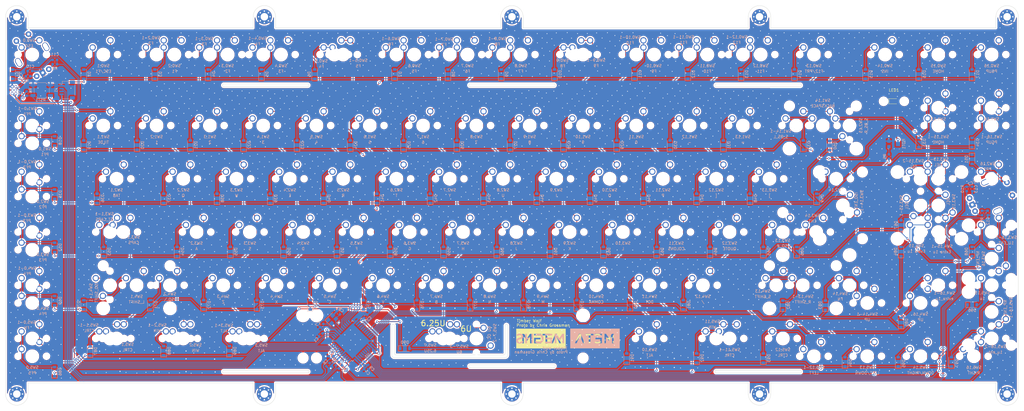
<source format=kicad_pcb>
(kicad_pcb (version 20171130) (host pcbnew "(5.1.2)-1")
  (layers (0 F.Cu signal) (31 B.Cu signal) (34 B.Paste user) (35 F.Paste user) (36 B.SilkS user) (37 F.SilkS user) (38 B.Mask user) (39 F.Mask user) (44 Edge.Cuts user))
  (net 0 "")
  (net 1 GND)
  (net 2 VCC)
  (net 3 "Net-(C6-Pad1)")
  (net 4 "Net-(C7-Pad1)")
  (net 5 "Net-(C8-Pad1)")
  (net 6 "Net-(C9-Pad1)")
  (net 7 "Net-(D1-Pad2)")
  (net 8 /r0)
  (net 9 "Net-(D2-Pad2)")
  (net 10 "Net-(D3-Pad2)")
  (net 11 "Net-(D4-Pad2)")
  (net 12 "Net-(D5-Pad2)")
  (net 13 "Net-(D6-Pad2)")
  (net 14 "Net-(D7-Pad2)")
  (net 15 "Net-(D8-Pad2)")
  (net 16 "Net-(D9-Pad2)")
  (net 17 "Net-(D10-Pad2)")
  (net 18 "Net-(D11-Pad2)")
  (net 19 "Net-(D12-Pad2)")
  (net 20 "Net-(D13-Pad2)")
  (net 21 "Net-(D14-Pad2)")
  (net 22 "Net-(D15-Pad2)")
  (net 23 "Net-(D16-Pad2)")
  (net 24 "Net-(D17-Pad2)")
  (net 25 /r1)
  (net 26 "Net-(D18-Pad2)")
  (net 27 "Net-(D19-Pad2)")
  (net 28 "Net-(D20-Pad2)")
  (net 29 "Net-(D21-Pad2)")
  (net 30 "Net-(D22-Pad2)")
  (net 31 "Net-(D23-Pad2)")
  (net 32 "Net-(D24-Pad2)")
  (net 33 "Net-(D25-Pad2)")
  (net 34 "Net-(D26-Pad2)")
  (net 35 "Net-(D27-Pad2)")
  (net 36 "Net-(D28-Pad2)")
  (net 37 "Net-(D29-Pad2)")
  (net 38 "Net-(D30-Pad2)")
  (net 39 "Net-(D31-Pad2)")
  (net 40 "Net-(D32-Pad2)")
  (net 41 "Net-(D33-Pad2)")
  (net 42 "Net-(D34-Pad2)")
  (net 43 "Net-(D35-Pad2)")
  (net 44 /r2)
  (net 45 "Net-(D36-Pad2)")
  (net 46 "Net-(D37-Pad2)")
  (net 47 "Net-(D38-Pad2)")
  (net 48 "Net-(D39-Pad2)")
  (net 49 "Net-(D40-Pad2)")
  (net 50 "Net-(D41-Pad2)")
  (net 51 "Net-(D42-Pad2)")
  (net 52 "Net-(D43-Pad2)")
  (net 53 "Net-(D44-Pad2)")
  (net 54 "Net-(D45-Pad2)")
  (net 55 "Net-(D46-Pad2)")
  (net 56 "Net-(D47-Pad2)")
  (net 57 "Net-(D48-Pad2)")
  (net 58 "Net-(D49-Pad2)")
  (net 59 "Net-(D50-Pad2)")
  (net 60 "Net-(D51-Pad2)")
  (net 61 /r3)
  (net 62 "Net-(D52-Pad2)")
  (net 63 "Net-(D53-Pad2)")
  (net 64 "Net-(D54-Pad2)")
  (net 65 "Net-(D55-Pad2)")
  (net 66 "Net-(D56-Pad2)")
  (net 67 "Net-(D57-Pad2)")
  (net 68 "Net-(D58-Pad2)")
  (net 69 "Net-(D59-Pad2)")
  (net 70 "Net-(D60-Pad2)")
  (net 71 "Net-(D61-Pad2)")
  (net 72 "Net-(D62-Pad2)")
  (net 73 "Net-(D63-Pad2)")
  (net 74 "Net-(D64-Pad2)")
  (net 75 "Net-(D65-Pad2)")
  (net 76 "Net-(D66-Pad2)")
  (net 77 "Net-(D67-Pad2)")
  (net 78 "Net-(D68-Pad2)")
  (net 79 "Net-(D69-Pad2)")
  (net 80 /r4)
  (net 81 "Net-(D70-Pad2)")
  (net 82 "Net-(D71-Pad2)")
  (net 83 "Net-(D72-Pad2)")
  (net 84 "Net-(D73-Pad2)")
  (net 85 "Net-(D74-Pad2)")
  (net 86 "Net-(D75-Pad2)")
  (net 87 "Net-(D76-Pad2)")
  (net 88 "Net-(D77-Pad2)")
  (net 89 "Net-(D78-Pad2)")
  (net 90 "Net-(D79-Pad2)")
  (net 91 "Net-(D80-Pad2)")
  (net 92 "Net-(D81-Pad2)")
  (net 93 "Net-(D82-Pad2)")
  (net 94 "Net-(D83-Pad2)")
  (net 95 "Net-(D84-Pad2)")
  (net 96 /r5)
  (net 97 "Net-(D85-Pad2)")
  (net 98 "Net-(D86-Pad2)")
  (net 99 "Net-(D87-Pad2)")
  (net 100 "Net-(D88-Pad2)")
  (net 101 "Net-(D89-Pad2)")
  (net 102 "Net-(D90-Pad2)")
  (net 103 "Net-(D91-Pad2)")
  (net 104 "Net-(D92-Pad2)")
  (net 105 "Net-(D93-Pad2)")
  (net 106 "Net-(D94-Pad2)")
  (net 107 "Net-(D95-Pad2)")
  (net 108 /c16)
  (net 109 /D-)
  (net 110 /D+)
  (net 111 /RES)
  (net 112 "Net-(LED1-Pad2)")
  (net 113 /rd-)
  (net 114 /rd+)
  (net 115 /c13)
  (net 116 /c8)
  (net 117 /c2)
  (net 118 /c3)
  (net 119 /c14)
  (net 120 /c9)
  (net 121 /c10)
  (net 122 /c4)
  (net 123 /c11)
  (net 124 /c7)
  (net 125 /c5)
  (net 126 /c6)
  (net 127 /c12)
  (net 128 /enc-)
  (net 129 /c15)
  (net 130 /enc+)
  (net 131 /c0)
  (net 132 /c1)
  (net 133 "Net-(POT1-Pad1)")
  (net 134 "Net-(R5-Pad2)")
  (net 135 "Net-(D96-Pad2)")
  (net 136 "Net-(D97-Pad2)")
  (net 137 "Net-(EC1-PadA)")
  (net 138 "Net-(EC1-PadB)")
  (net 139 "Net-(EC2-PadB)")
  (net 140 "Net-(EC2-PadA)")
  (module "logo:metamechs logo half" (layer B.Cu) (at 201 111.1 180)
    (fp_text reference G*** hide)
    (fp_text value LOGO hide)
  )
  (module "logo:metamechs logo half" (layer F.Cu) (at 201 111.125)
    (fp_text reference G*** hide)
    (fp_text value LOGO hide)
  )
  (module MX_SMK_2:MX_100 (layer F.Cu) (at 9.525 9.525)
    (fp_text reference SW0,0 (at -1.1 -5.1) (layer B.SilkS) (effects (justify mirror)))
    (fp_text value ESC (at -1.1 -3.1) (layer B.SilkS) (effects (justify mirror)))
    (pad "" np_thru_hole circle (at 5.08 0 48) (size 1.75 1.75) (drill 1.75) (layers *.Cu *.Mask))
    (pad "" np_thru_hole circle (at -5.08 0 48) (size 1.75 1.75) (drill 1.75) (layers *.Cu *.Mask))
    (pad 1 thru_hole circle (at -3.81 -2.54) (size 2.25 2.25) (drill 1.5) (layers *.Cu B.Mask) (net 7 "Net-(D1-Pad2)"))
    (pad 2 thru_hole circle (at 2.54 -5.08) (size 2.25 2.25) (drill 1.5) (layers *.Cu B.Mask) (net 131 /c0))
    (pad "" np_thru_hole circle (at 0 0) (size 3.9878 3.9878) (drill 3.9878) (layers *.Cu *.Mask))
  )
  (module keebs:EC11E (layer F.Cu) (at 9.525 9.525 120)
    (fp_text reference EC1 (at -4.7 -7.2 120) (layer B.SilkS) (effects (justify mirror)))
    (fp_text value EC11E)
    (pad A thru_hole circle (at -7.5 -2.5 120) (size 2 2) (drill 1) (layers *.Cu B.Mask) (net 137 "Net-(EC1-PadA)"))
    (pad C thru_hole rect (at -7.5 0 120) (size 2 2) (drill 1) (layers *.Cu B.Mask) (net 1 GND))
    (pad B thru_hole circle (at -7.5 2.5 120) (size 2 2) (drill 1) (layers *.Cu B.Mask) (net 138 "Net-(EC1-PadB)"))
    (pad MP thru_hole roundrect (at 0 -5.6 120) (size 3.2 2) (drill oval 2.8 1.5) (layers *.Cu B.Mask) (roundrect_rratio 0.5))
    (pad MP thru_hole roundrect (at 0 5.6 120) (size 3.2 2) (drill oval 2.8 1.5) (layers *.Cu B.Mask) (roundrect_rratio 0.5))
    (pad S2 thru_hole circle (at 7 -2.5 120) (size 2 2) (drill 1) (layers *.Cu B.Mask) (net 7 "Net-(D1-Pad2)"))
    (pad S1 thru_hole circle (at 7 2.5 120) (size 2 2) (drill 1) (layers *.Cu B.Mask) (net 131 /c0))
  )
  (module Diode_SMD:D_SOD-123 (layer B.Cu) (at 345.45 99.05)
    (fp_text reference D96 (at 0 2) (layer B.SilkS) (effects (justify mirror)))
    (fp_text value D)
    (pad 2 smd rect (at 1.65 0) (size 0.9 1.2) (layers B.Cu B.Paste B.Mask) (net 135 "Net-(D96-Pad2)"))
    (pad 1 smd rect (at -1.65 0) (size 0.9 1.2) (layers B.Cu B.Paste B.Mask) (net 96 /r5))
  )
  (module Diode_SMD:D_SOD-123 (layer B.Cu) (at 2.525 16.525 90)
    (fp_text reference D1 (at 0 2 90) (layer B.SilkS) (effects (justify mirror)))
    (fp_text value D)
    (pad 2 smd rect (at 1.65 0 90) (size 0.9 1.2) (layers B.Cu B.Paste B.Mask) (net 7 "Net-(D1-Pad2)"))
    (pad 1 smd rect (at -1.65 0 90) (size 0.9 1.2) (layers B.Cu B.Paste B.Mask) (net 8 /r0))
  )
  (module Diode_SMD:D_SOD-123 (layer B.Cu) (at 27.925 16.525 90)
    (fp_text reference D2 (at 0 2 90) (layer B.SilkS) (effects (justify mirror)))
    (fp_text value D)
    (pad 2 smd rect (at 1.65 0 90) (size 0.9 1.2) (layers B.Cu B.Paste B.Mask) (net 9 "Net-(D2-Pad2)"))
    (pad 1 smd rect (at -1.65 0 90) (size 0.9 1.2) (layers B.Cu B.Paste B.Mask) (net 8 /r0))
  )
  (module Diode_SMD:D_SOD-123 (layer B.Cu) (at 53.325 16.525 90)
    (fp_text reference D3 (at 0 2 90) (layer B.SilkS) (effects (justify mirror)))
    (fp_text value D)
    (pad 2 smd rect (at 1.65 0 90) (size 0.9 1.2) (layers B.Cu B.Paste B.Mask) (net 10 "Net-(D3-Pad2)"))
    (pad 1 smd rect (at -1.65 0 90) (size 0.9 1.2) (layers B.Cu B.Paste B.Mask) (net 8 /r0))
  )
  (module Diode_SMD:D_SOD-123 (layer B.Cu) (at 72.375 16.525 90)
    (fp_text reference D4 (at 0 2 90) (layer B.SilkS) (effects (justify mirror)))
    (fp_text value D)
    (pad 2 smd rect (at 1.65 0 90) (size 0.9 1.2) (layers B.Cu B.Paste B.Mask) (net 11 "Net-(D4-Pad2)"))
    (pad 1 smd rect (at -1.65 0 90) (size 0.9 1.2) (layers B.Cu B.Paste B.Mask) (net 8 /r0))
  )
  (module Diode_SMD:D_SOD-123 (layer B.Cu) (at 91.425 16.525 90)
    (fp_text reference D5 (at 0 2 90) (layer B.SilkS) (effects (justify mirror)))
    (fp_text value D)
    (pad 2 smd rect (at 1.65 0 90) (size 0.9 1.2) (layers B.Cu B.Paste B.Mask) (net 12 "Net-(D5-Pad2)"))
    (pad 1 smd rect (at -1.65 0 90) (size 0.9 1.2) (layers B.Cu B.Paste B.Mask) (net 8 /r0))
  )
  (module Diode_SMD:D_SOD-123 (layer B.Cu) (at 110.475 16.525 90)
    (fp_text reference D6 (at 0 -1.975 90) (layer B.SilkS) (effects (justify mirror)))
    (fp_text value D)
    (pad 2 smd rect (at 1.65 0 90) (size 0.9 1.2) (layers B.Cu B.Paste B.Mask) (net 13 "Net-(D6-Pad2)"))
    (pad 1 smd rect (at -1.65 0 90) (size 0.9 1.2) (layers B.Cu B.Paste B.Mask) (net 8 /r0))
  )
  (module Diode_SMD:D_SOD-123 (layer B.Cu) (at 139.05 16.525 90)
    (fp_text reference D7 (at 0 2 90) (layer B.SilkS) (effects (justify mirror)))
    (fp_text value D)
    (pad 2 smd rect (at 1.65 0 90) (size 0.9 1.2) (layers B.Cu B.Paste B.Mask) (net 14 "Net-(D7-Pad2)"))
    (pad 1 smd rect (at -1.65 0 90) (size 0.9 1.2) (layers B.Cu B.Paste B.Mask) (net 8 /r0))
  )
  (module Diode_SMD:D_SOD-123 (layer B.Cu) (at 158.1 16.525 90)
    (fp_text reference D8 (at 0 2 90) (layer B.SilkS) (effects (justify mirror)))
    (fp_text value D)
    (pad 2 smd rect (at 1.65 0 90) (size 0.9 1.2) (layers B.Cu B.Paste B.Mask) (net 15 "Net-(D8-Pad2)"))
    (pad 1 smd rect (at -1.65 0 90) (size 0.9 1.2) (layers B.Cu B.Paste B.Mask) (net 8 /r0))
  )
  (module Diode_SMD:D_SOD-123 (layer B.Cu) (at 177.15 16.525 90)
    (fp_text reference D9 (at 0 2 90) (layer B.SilkS) (effects (justify mirror)))
    (fp_text value D)
    (pad 2 smd rect (at 1.65 0 90) (size 0.9 1.2) (layers B.Cu B.Paste B.Mask) (net 16 "Net-(D9-Pad2)"))
    (pad 1 smd rect (at -1.65 0 90) (size 0.9 1.2) (layers B.Cu B.Paste B.Mask) (net 8 /r0))
  )
  (module Diode_SMD:D_SOD-123 (layer B.Cu) (at 196.2 16.525 90)
    (fp_text reference D10 (at 0 2 90) (layer B.SilkS) (effects (justify mirror)))
    (fp_text value D)
    (pad 2 smd rect (at 1.65 0 90) (size 0.9 1.2) (layers B.Cu B.Paste B.Mask) (net 17 "Net-(D10-Pad2)"))
    (pad 1 smd rect (at -1.65 0 90) (size 0.9 1.2) (layers B.Cu B.Paste B.Mask) (net 8 /r0))
  )
  (module Diode_SMD:D_SOD-123 (layer B.Cu) (at 224.775 16.525 90)
    (fp_text reference D11 (at 0 2 90) (layer B.SilkS) (effects (justify mirror)))
    (fp_text value D)
    (pad 2 smd rect (at 1.65 0 90) (size 0.9 1.2) (layers B.Cu B.Paste B.Mask) (net 18 "Net-(D11-Pad2)"))
    (pad 1 smd rect (at -1.65 0 90) (size 0.9 1.2) (layers B.Cu B.Paste B.Mask) (net 8 /r0))
  )
  (module Diode_SMD:D_SOD-123 (layer B.Cu) (at 243.825 16.525 90)
    (fp_text reference D12 (at 0 2 90) (layer B.SilkS) (effects (justify mirror)))
    (fp_text value D)
    (pad 2 smd rect (at 1.65 0 90) (size 0.9 1.2) (layers B.Cu B.Paste B.Mask) (net 19 "Net-(D12-Pad2)"))
    (pad 1 smd rect (at -1.65 0 90) (size 0.9 1.2) (layers B.Cu B.Paste B.Mask) (net 8 /r0))
  )
  (module Diode_SMD:D_SOD-123 (layer B.Cu) (at 262.875 16.525 90)
    (fp_text reference D13 (at 0 2 90) (layer B.SilkS) (effects (justify mirror)))
    (fp_text value D)
    (pad 2 smd rect (at 1.65 0 90) (size 0.9 1.2) (layers B.Cu B.Paste B.Mask) (net 20 "Net-(D13-Pad2)"))
    (pad 1 smd rect (at -1.65 0 90) (size 0.9 1.2) (layers B.Cu B.Paste B.Mask) (net 8 /r0))
  )
  (module Diode_SMD:D_SOD-123 (layer B.Cu) (at 281.925 16.525 90)
    (fp_text reference D14 (at 0 2 90) (layer B.SilkS) (effects (justify mirror)))
    (fp_text value D)
    (pad 2 smd rect (at 1.65 0 90) (size 0.9 1.2) (layers B.Cu B.Paste B.Mask) (net 21 "Net-(D14-Pad2)"))
    (pad 1 smd rect (at -1.65 0 90) (size 0.9 1.2) (layers B.Cu B.Paste B.Mask) (net 8 /r0))
  )
  (module Diode_SMD:D_SOD-123 (layer B.Cu) (at 307.325 16.525 90)
    (fp_text reference D15 (at 0 2 90) (layer B.SilkS) (effects (justify mirror)))
    (fp_text value D)
    (pad 2 smd rect (at 1.65 0 90) (size 0.9 1.2) (layers B.Cu B.Paste B.Mask) (net 22 "Net-(D15-Pad2)"))
    (pad 1 smd rect (at -1.65 0 90) (size 0.9 1.2) (layers B.Cu B.Paste B.Mask) (net 8 /r0))
  )
  (module Diode_SMD:D_SOD-123 (layer B.Cu) (at 326.375 16.525 90)
    (fp_text reference D16 (at 0 2 90) (layer B.SilkS) (effects (justify mirror)))
    (fp_text value D)
    (pad 2 smd rect (at 1.65 0 90) (size 0.9 1.2) (layers B.Cu B.Paste B.Mask) (net 23 "Net-(D16-Pad2)"))
    (pad 1 smd rect (at -1.65 0 90) (size 0.9 1.2) (layers B.Cu B.Paste B.Mask) (net 8 /r0))
  )
  (module Diode_SMD:D_SOD-123 (layer B.Cu) (at 345.425 16.525 90)
    (fp_text reference D17 (at 0 2 90) (layer B.SilkS) (effects (justify mirror)))
    (fp_text value D)
    (pad 2 smd rect (at 1.65 0 90) (size 0.9 1.2) (layers B.Cu B.Paste B.Mask) (net 24 "Net-(D17-Pad2)"))
    (pad 1 smd rect (at -1.65 0 90) (size 0.9 1.2) (layers B.Cu B.Paste B.Mask) (net 8 /r0))
  )
  (module Diode_SMD:D_SOD-123 (layer B.Cu) (at 17.525 40.425 90)
    (fp_text reference D18 (at 0 2 90) (layer B.SilkS) (effects (justify mirror)))
    (fp_text value D)
    (pad 2 smd rect (at 1.65 0 90) (size 0.9 1.2) (layers B.Cu B.Paste B.Mask) (net 26 "Net-(D18-Pad2)"))
    (pad 1 smd rect (at -1.65 0 90) (size 0.9 1.2) (layers B.Cu B.Paste B.Mask) (net 25 /r1))
  )
  (module Diode_SMD:D_SOD-123 (layer B.Cu) (at 27.925 41.925 90)
    (fp_text reference D19 (at 0 2 90) (layer B.SilkS) (effects (justify mirror)))
    (fp_text value D)
    (pad 2 smd rect (at 1.65 0 90) (size 0.9 1.2) (layers B.Cu B.Paste B.Mask) (net 27 "Net-(D19-Pad2)"))
    (pad 1 smd rect (at -1.65 0 90) (size 0.9 1.2) (layers B.Cu B.Paste B.Mask) (net 25 /r1))
  )
  (module Diode_SMD:D_SOD-123 (layer B.Cu) (at 46.975 41.925 90)
    (fp_text reference D20 (at 0 2 90) (layer B.SilkS) (effects (justify mirror)))
    (fp_text value D)
    (pad 2 smd rect (at 1.65 0 90) (size 0.9 1.2) (layers B.Cu B.Paste B.Mask) (net 28 "Net-(D20-Pad2)"))
    (pad 1 smd rect (at -1.65 0 90) (size 0.9 1.2) (layers B.Cu B.Paste B.Mask) (net 25 /r1))
  )
  (module Diode_SMD:D_SOD-123 (layer B.Cu) (at 66.025 41.925 90)
    (fp_text reference D21 (at 0 2 90) (layer B.SilkS) (effects (justify mirror)))
    (fp_text value D)
    (pad 2 smd rect (at 1.65 0 90) (size 0.9 1.2) (layers B.Cu B.Paste B.Mask) (net 29 "Net-(D21-Pad2)"))
    (pad 1 smd rect (at -1.65 0 90) (size 0.9 1.2) (layers B.Cu B.Paste B.Mask) (net 25 /r1))
  )
  (module Diode_SMD:D_SOD-123 (layer B.Cu) (at 85.075 41.925 90)
    (fp_text reference D22 (at 0 2 90) (layer B.SilkS) (effects (justify mirror)))
    (fp_text value D)
    (pad 2 smd rect (at 1.65 0 90) (size 0.9 1.2) (layers B.Cu B.Paste B.Mask) (net 30 "Net-(D22-Pad2)"))
    (pad 1 smd rect (at -1.65 0 90) (size 0.9 1.2) (layers B.Cu B.Paste B.Mask) (net 25 /r1))
  )
  (module Diode_SMD:D_SOD-123 (layer B.Cu) (at 104.125 41.925 90)
    (fp_text reference D23 (at 0 2 90) (layer B.SilkS) (effects (justify mirror)))
    (fp_text value D)
    (pad 2 smd rect (at 1.65 0 90) (size 0.9 1.2) (layers B.Cu B.Paste B.Mask) (net 31 "Net-(D23-Pad2)"))
    (pad 1 smd rect (at -1.65 0 90) (size 0.9 1.2) (layers B.Cu B.Paste B.Mask) (net 25 /r1))
  )
  (module Diode_SMD:D_SOD-123 (layer B.Cu) (at 123.175 41.925 90)
    (fp_text reference D24 (at 0 2 90) (layer B.SilkS) (effects (justify mirror)))
    (fp_text value D)
    (pad 2 smd rect (at 1.65 0 90) (size 0.9 1.2) (layers B.Cu B.Paste B.Mask) (net 32 "Net-(D24-Pad2)"))
    (pad 1 smd rect (at -1.65 0 90) (size 0.9 1.2) (layers B.Cu B.Paste B.Mask) (net 25 /r1))
  )
  (module Diode_SMD:D_SOD-123 (layer B.Cu) (at 142.225 41.925 90)
    (fp_text reference D25 (at 0 2 90) (layer B.SilkS) (effects (justify mirror)))
    (fp_text value D)
    (pad 2 smd rect (at 1.65 0 90) (size 0.9 1.2) (layers B.Cu B.Paste B.Mask) (net 33 "Net-(D25-Pad2)"))
    (pad 1 smd rect (at -1.65 0 90) (size 0.9 1.2) (layers B.Cu B.Paste B.Mask) (net 25 /r1))
  )
  (module Diode_SMD:D_SOD-123 (layer B.Cu) (at 161.275 41.925 90)
    (fp_text reference D26 (at 0 2 90) (layer B.SilkS) (effects (justify mirror)))
    (fp_text value D)
    (pad 2 smd rect (at 1.65 0 90) (size 0.9 1.2) (layers B.Cu B.Paste B.Mask) (net 34 "Net-(D26-Pad2)"))
    (pad 1 smd rect (at -1.65 0 90) (size 0.9 1.2) (layers B.Cu B.Paste B.Mask) (net 25 /r1))
  )
  (module Diode_SMD:D_SOD-123 (layer B.Cu) (at 180.325 41.925 90)
    (fp_text reference D27 (at 0 2 90) (layer B.SilkS) (effects (justify mirror)))
    (fp_text value D)
    (pad 2 smd rect (at 1.65 0 90) (size 0.9 1.2) (layers B.Cu B.Paste B.Mask) (net 35 "Net-(D27-Pad2)"))
    (pad 1 smd rect (at -1.65 0 90) (size 0.9 1.2) (layers B.Cu B.Paste B.Mask) (net 25 /r1))
  )
  (module Diode_SMD:D_SOD-123 (layer B.Cu) (at 199.375 41.925 90)
    (fp_text reference D28 (at 0 2 90) (layer B.SilkS) (effects (justify mirror)))
    (fp_text value D)
    (pad 2 smd rect (at 1.65 0 90) (size 0.9 1.2) (layers B.Cu B.Paste B.Mask) (net 36 "Net-(D28-Pad2)"))
    (pad 1 smd rect (at -1.65 0 90) (size 0.9 1.2) (layers B.Cu B.Paste B.Mask) (net 25 /r1))
  )
  (module Diode_SMD:D_SOD-123 (layer B.Cu) (at 218.425 41.925 90)
    (fp_text reference D29 (at 0 2 90) (layer B.SilkS) (effects (justify mirror)))
    (fp_text value D)
    (pad 2 smd rect (at 1.65 0 90) (size 0.9 1.2) (layers B.Cu B.Paste B.Mask) (net 37 "Net-(D29-Pad2)"))
    (pad 1 smd rect (at -1.65 0 90) (size 0.9 1.2) (layers B.Cu B.Paste B.Mask) (net 25 /r1))
  )
  (module Diode_SMD:D_SOD-123 (layer B.Cu) (at 237.475 41.925 90)
    (fp_text reference D30 (at 0 2 90) (layer B.SilkS) (effects (justify mirror)))
    (fp_text value D)
    (pad 2 smd rect (at 1.65 0 90) (size 0.9 1.2) (layers B.Cu B.Paste B.Mask) (net 38 "Net-(D30-Pad2)"))
    (pad 1 smd rect (at -1.65 0 90) (size 0.9 1.2) (layers B.Cu B.Paste B.Mask) (net 25 /r1))
  )
  (module Diode_SMD:D_SOD-123 (layer B.Cu) (at 256.525 41.925 90)
    (fp_text reference D31 (at 0 2 90) (layer B.SilkS) (effects (justify mirror)))
    (fp_text value D)
    (pad 2 smd rect (at 1.65 0 90) (size 0.9 1.2) (layers B.Cu B.Paste B.Mask) (net 39 "Net-(D31-Pad2)"))
    (pad 1 smd rect (at -1.65 0 90) (size 0.9 1.2) (layers B.Cu B.Paste B.Mask) (net 25 /r1))
  )
  (module Diode_SMD:D_SOD-123 (layer B.Cu) (at 285.1 41.925 90)
    (fp_text reference D32 (at 0 2 90) (layer B.SilkS) (effects (justify mirror)))
    (fp_text value D)
    (pad 2 smd rect (at 1.65 0 90) (size 0.9 1.2) (layers B.Cu B.Paste B.Mask) (net 40 "Net-(D32-Pad2)"))
    (pad 1 smd rect (at -1.65 0 90) (size 0.9 1.2) (layers B.Cu B.Paste B.Mask) (net 25 /r1))
  )
  (module Diode_SMD:D_SOD-123 (layer B.Cu) (at 326.375 41 90)
    (fp_text reference D33 (at 0 2 90) (layer B.SilkS) (effects (justify mirror)))
    (fp_text value D)
    (pad 2 smd rect (at 1.65 0 90) (size 0.9 1.2) (layers B.Cu B.Paste B.Mask) (net 41 "Net-(D33-Pad2)"))
    (pad 1 smd rect (at -1.65 0 90) (size 0.9 1.2) (layers B.Cu B.Paste B.Mask) (net 25 /r1))
  )
  (module Diode_SMD:D_SOD-123 (layer B.Cu) (at 345.425 41 90)
    (fp_text reference D34 (at 0 2 90) (layer B.SilkS) (effects (justify mirror)))
    (fp_text value D)
    (pad 2 smd rect (at 1.65 0 90) (size 0.9 1.2) (layers B.Cu B.Paste B.Mask) (net 42 "Net-(D34-Pad2)"))
    (pad 1 smd rect (at -1.65 0 90) (size 0.9 1.2) (layers B.Cu B.Paste B.Mask) (net 25 /r1))
  )
  (module Diode_SMD:D_SOD-123 (layer B.Cu) (at 17.525 59.475 90)
    (fp_text reference D35 (at 0 2 90) (layer B.SilkS) (effects (justify mirror)))
    (fp_text value D)
    (pad 2 smd rect (at 1.65 0 90) (size 0.9 1.2) (layers B.Cu B.Paste B.Mask) (net 43 "Net-(D35-Pad2)"))
    (pad 1 smd rect (at -1.65 0 90) (size 0.9 1.2) (layers B.Cu B.Paste B.Mask) (net 44 /r2))
  )
  (module Diode_SMD:D_SOD-123 (layer B.Cu) (at 32.6875 60.975 90)
    (fp_text reference D36 (at 0 2 90) (layer B.SilkS) (effects (justify mirror)))
    (fp_text value D)
    (pad 2 smd rect (at 1.65 0 90) (size 0.9 1.2) (layers B.Cu B.Paste B.Mask) (net 45 "Net-(D36-Pad2)"))
    (pad 1 smd rect (at -1.65 0 90) (size 0.9 1.2) (layers B.Cu B.Paste B.Mask) (net 44 /r2))
  )
  (module Diode_SMD:D_SOD-123 (layer B.Cu) (at 56.5 60.975 90)
    (fp_text reference D37 (at 0 2 90) (layer B.SilkS) (effects (justify mirror)))
    (fp_text value D)
    (pad 2 smd rect (at 1.65 0 90) (size 0.9 1.2) (layers B.Cu B.Paste B.Mask) (net 46 "Net-(D37-Pad2)"))
    (pad 1 smd rect (at -1.65 0 90) (size 0.9 1.2) (layers B.Cu B.Paste B.Mask) (net 44 /r2))
  )
  (module Diode_SMD:D_SOD-123 (layer B.Cu) (at 75.55 60.975 90)
    (fp_text reference D38 (at 0 2 90) (layer B.SilkS) (effects (justify mirror)))
    (fp_text value D)
    (pad 2 smd rect (at 1.65 0 90) (size 0.9 1.2) (layers B.Cu B.Paste B.Mask) (net 47 "Net-(D38-Pad2)"))
    (pad 1 smd rect (at -1.65 0 90) (size 0.9 1.2) (layers B.Cu B.Paste B.Mask) (net 44 /r2))
  )
  (module Diode_SMD:D_SOD-123 (layer B.Cu) (at 94.6 60.975 90)
    (fp_text reference D39 (at 0 2 90) (layer B.SilkS) (effects (justify mirror)))
    (fp_text value D)
    (pad 2 smd rect (at 1.65 0 90) (size 0.9 1.2) (layers B.Cu B.Paste B.Mask) (net 48 "Net-(D39-Pad2)"))
    (pad 1 smd rect (at -1.65 0 90) (size 0.9 1.2) (layers B.Cu B.Paste B.Mask) (net 44 /r2))
  )
  (module Diode_SMD:D_SOD-123 (layer B.Cu) (at 113.65 60.975 90)
    (fp_text reference D40 (at 0 2 90) (layer B.SilkS) (effects (justify mirror)))
    (fp_text value D)
    (pad 2 smd rect (at 1.65 0 90) (size 0.9 1.2) (layers B.Cu B.Paste B.Mask) (net 49 "Net-(D40-Pad2)"))
    (pad 1 smd rect (at -1.65 0 90) (size 0.9 1.2) (layers B.Cu B.Paste B.Mask) (net 44 /r2))
  )
  (module Diode_SMD:D_SOD-123 (layer B.Cu) (at 132.7 60.975 90)
    (fp_text reference D41 (at 0 2 90) (layer B.SilkS) (effects (justify mirror)))
    (fp_text value D)
    (pad 2 smd rect (at 1.65 0 90) (size 0.9 1.2) (layers B.Cu B.Paste B.Mask) (net 50 "Net-(D41-Pad2)"))
    (pad 1 smd rect (at -1.65 0 90) (size 0.9 1.2) (layers B.Cu B.Paste B.Mask) (net 44 /r2))
  )
  (module Diode_SMD:D_SOD-123 (layer B.Cu) (at 151.75 60.975 90)
    (fp_text reference D42 (at 0 2 90) (layer B.SilkS) (effects (justify mirror)))
    (fp_text value D)
    (pad 2 smd rect (at 1.65 0 90) (size 0.9 1.2) (layers B.Cu B.Paste B.Mask) (net 51 "Net-(D42-Pad2)"))
    (pad 1 smd rect (at -1.65 0 90) (size 0.9 1.2) (layers B.Cu B.Paste B.Mask) (net 44 /r2))
  )
  (module Diode_SMD:D_SOD-123 (layer B.Cu) (at 170.8 60.975 90)
    (fp_text reference D43 (at 0 2 90) (layer B.SilkS) (effects (justify mirror)))
    (fp_text value D)
    (pad 2 smd rect (at 1.65 0 90) (size 0.9 1.2) (layers B.Cu B.Paste B.Mask) (net 52 "Net-(D43-Pad2)"))
    (pad 1 smd rect (at -1.65 0 90) (size 0.9 1.2) (layers B.Cu B.Paste B.Mask) (net 44 /r2))
  )
  (module Diode_SMD:D_SOD-123 (layer B.Cu) (at 189.85 60.975 90)
    (fp_text reference D44 (at 0 2 90) (layer B.SilkS) (effects (justify mirror)))
    (fp_text value D)
    (pad 2 smd rect (at 1.65 0 90) (size 0.9 1.2) (layers B.Cu B.Paste B.Mask) (net 53 "Net-(D44-Pad2)"))
    (pad 1 smd rect (at -1.65 0 90) (size 0.9 1.2) (layers B.Cu B.Paste B.Mask) (net 44 /r2))
  )
  (module Diode_SMD:D_SOD-123 (layer B.Cu) (at 208.9 60.975 90)
    (fp_text reference D45 (at 0 2 90) (layer B.SilkS) (effects (justify mirror)))
    (fp_text value D)
    (pad 2 smd rect (at 1.65 0 90) (size 0.9 1.2) (layers B.Cu B.Paste B.Mask) (net 54 "Net-(D45-Pad2)"))
    (pad 1 smd rect (at -1.65 0 90) (size 0.9 1.2) (layers B.Cu B.Paste B.Mask) (net 44 /r2))
  )
  (module Diode_SMD:D_SOD-123 (layer B.Cu) (at 227.95 60.975 90)
    (fp_text reference D46 (at 0 2 90) (layer B.SilkS) (effects (justify mirror)))
    (fp_text value D)
    (pad 2 smd rect (at 1.65 0 90) (size 0.9 1.2) (layers B.Cu B.Paste B.Mask) (net 55 "Net-(D46-Pad2)"))
    (pad 1 smd rect (at -1.65 0 90) (size 0.9 1.2) (layers B.Cu B.Paste B.Mask) (net 44 /r2))
  )
  (module Diode_SMD:D_SOD-123 (layer B.Cu) (at 247 60.975 90)
    (fp_text reference D47 (at 0 2 90) (layer B.SilkS) (effects (justify mirror)))
    (fp_text value D)
    (pad 2 smd rect (at 1.65 0 90) (size 0.9 1.2) (layers B.Cu B.Paste B.Mask) (net 56 "Net-(D47-Pad2)"))
    (pad 1 smd rect (at -1.65 0 90) (size 0.9 1.2) (layers B.Cu B.Paste B.Mask) (net 44 /r2))
  )
  (module Diode_SMD:D_SOD-123 (layer B.Cu) (at 266.05 60.975 90)
    (fp_text reference D48 (at 0 2 90) (layer B.SilkS) (effects (justify mirror)))
    (fp_text value D)
    (pad 2 smd rect (at 1.65 0 90) (size 0.9 1.2) (layers B.Cu B.Paste B.Mask) (net 57 "Net-(D48-Pad2)"))
    (pad 1 smd rect (at -1.65 0 90) (size 0.9 1.2) (layers B.Cu B.Paste B.Mask) (net 44 /r2))
  )
  (module Diode_SMD:D_SOD-123 (layer B.Cu) (at 289.8625 60.975 90)
    (fp_text reference D49 (at 0 2 90) (layer B.SilkS) (effects (justify mirror)))
    (fp_text value D)
    (pad 2 smd rect (at 1.65 0 90) (size 0.9 1.2) (layers B.Cu B.Paste B.Mask) (net 58 "Net-(D49-Pad2)"))
    (pad 1 smd rect (at -1.65 0 90) (size 0.9 1.2) (layers B.Cu B.Paste B.Mask) (net 44 /r2))
  )
  (module Diode_SMD:D_SOD-123 (layer B.Cu) (at 294.48125 42.06875 90)
    (fp_text reference D50 (at 0 2 90) (layer B.SilkS) (effects (justify mirror)))
    (fp_text value D)
    (pad 2 smd rect (at 1.65 0 90) (size 0.9 1.2) (layers B.Cu B.Paste B.Mask) (net 59 "Net-(D50-Pad2)"))
    (pad 1 smd rect (at -1.65 0 90) (size 0.9 1.2) (layers B.Cu B.Paste B.Mask) (net 44 /r2))
  )
  (module Diode_SMD:D_SOD-123 (layer B.Cu) (at 345.425 47 270)
    (fp_text reference D51 (at 0 2 90) (layer B.SilkS) (effects (justify mirror)))
    (fp_text value D)
    (pad 2 smd rect (at 1.65 0 270) (size 0.9 1.2) (layers B.Cu B.Paste B.Mask) (net 60 "Net-(D51-Pad2)"))
    (pad 1 smd rect (at -1.65 0 270) (size 0.9 1.2) (layers B.Cu B.Paste B.Mask) (net 44 /r2))
  )
  (module Diode_SMD:D_SOD-123 (layer B.Cu) (at 17.525 78.525 90)
    (fp_text reference D52 (at 0 2 90) (layer B.SilkS) (effects (justify mirror)))
    (fp_text value D)
    (pad 2 smd rect (at 1.65 0 90) (size 0.9 1.2) (layers B.Cu B.Paste B.Mask) (net 62 "Net-(D52-Pad2)"))
    (pad 1 smd rect (at -1.65 0 90) (size 0.9 1.2) (layers B.Cu B.Paste B.Mask) (net 61 /r3))
  )
  (module Diode_SMD:D_SOD-123 (layer B.Cu) (at 35.06875 80.025 90)
    (fp_text reference D53 (at 0 2 90) (layer B.SilkS) (effects (justify mirror)))
    (fp_text value D)
    (pad 2 smd rect (at 1.65 0 90) (size 0.9 1.2) (layers B.Cu B.Paste B.Mask) (net 63 "Net-(D53-Pad2)"))
    (pad 1 smd rect (at -1.65 0 90) (size 0.9 1.2) (layers B.Cu B.Paste B.Mask) (net 61 /r3))
  )
  (module Diode_SMD:D_SOD-123 (layer B.Cu) (at 61.2625 80.025 90)
    (fp_text reference D54 (at 0 2 90) (layer B.SilkS) (effects (justify mirror)))
    (fp_text value D)
    (pad 2 smd rect (at 1.65 0 90) (size 0.9 1.2) (layers B.Cu B.Paste B.Mask) (net 64 "Net-(D54-Pad2)"))
    (pad 1 smd rect (at -1.65 0 90) (size 0.9 1.2) (layers B.Cu B.Paste B.Mask) (net 61 /r3))
  )
  (module Diode_SMD:D_SOD-123 (layer B.Cu) (at 80.3125 80.025 90)
    (fp_text reference D55 (at 0 2 90) (layer B.SilkS) (effects (justify mirror)))
    (fp_text value D)
    (pad 2 smd rect (at 1.65 0 90) (size 0.9 1.2) (layers B.Cu B.Paste B.Mask) (net 65 "Net-(D55-Pad2)"))
    (pad 1 smd rect (at -1.65 0 90) (size 0.9 1.2) (layers B.Cu B.Paste B.Mask) (net 61 /r3))
  )
  (module Diode_SMD:D_SOD-123 (layer B.Cu) (at 99.3625 80.025 90)
    (fp_text reference D56 (at 0 2 90) (layer B.SilkS) (effects (justify mirror)))
    (fp_text value D)
    (pad 2 smd rect (at 1.65 0 90) (size 0.9 1.2) (layers B.Cu B.Paste B.Mask) (net 66 "Net-(D56-Pad2)"))
    (pad 1 smd rect (at -1.65 0 90) (size 0.9 1.2) (layers B.Cu B.Paste B.Mask) (net 61 /r3))
  )
  (module Diode_SMD:D_SOD-123 (layer B.Cu) (at 118.4125 80.025 90)
    (fp_text reference D57 (at 0 2 90) (layer B.SilkS) (effects (justify mirror)))
    (fp_text value D)
    (pad 2 smd rect (at 1.65 0 90) (size 0.9 1.2) (layers B.Cu B.Paste B.Mask) (net 67 "Net-(D57-Pad2)"))
    (pad 1 smd rect (at -1.65 0 90) (size 0.9 1.2) (layers B.Cu B.Paste B.Mask) (net 61 /r3))
  )
  (module Diode_SMD:D_SOD-123 (layer B.Cu) (at 137.4625 80.025 90)
    (fp_text reference D58 (at 0 2 90) (layer B.SilkS) (effects (justify mirror)))
    (fp_text value D)
    (pad 2 smd rect (at 1.65 0 90) (size 0.9 1.2) (layers B.Cu B.Paste B.Mask) (net 68 "Net-(D58-Pad2)"))
    (pad 1 smd rect (at -1.65 0 90) (size 0.9 1.2) (layers B.Cu B.Paste B.Mask) (net 61 /r3))
  )
  (module Diode_SMD:D_SOD-123 (layer B.Cu) (at 156.5125 80.025 90)
    (fp_text reference D59 (at 0 2 90) (layer B.SilkS) (effects (justify mirror)))
    (fp_text value D)
    (pad 2 smd rect (at 1.65 0 90) (size 0.9 1.2) (layers B.Cu B.Paste B.Mask) (net 69 "Net-(D59-Pad2)"))
    (pad 1 smd rect (at -1.65 0 90) (size 0.9 1.2) (layers B.Cu B.Paste B.Mask) (net 61 /r3))
  )
  (module Diode_SMD:D_SOD-123 (layer B.Cu) (at 175.5625 80.025 90)
    (fp_text reference D60 (at 0 2 90) (layer B.SilkS) (effects (justify mirror)))
    (fp_text value D)
    (pad 2 smd rect (at 1.65 0 90) (size 0.9 1.2) (layers B.Cu B.Paste B.Mask) (net 70 "Net-(D60-Pad2)"))
    (pad 1 smd rect (at -1.65 0 90) (size 0.9 1.2) (layers B.Cu B.Paste B.Mask) (net 61 /r3))
  )
  (module Diode_SMD:D_SOD-123 (layer B.Cu) (at 194.6125 80.025 90)
    (fp_text reference D61 (at 0 2 90) (layer B.SilkS) (effects (justify mirror)))
    (fp_text value D)
    (pad 2 smd rect (at 1.65 0 90) (size 0.9 1.2) (layers B.Cu B.Paste B.Mask) (net 71 "Net-(D61-Pad2)"))
    (pad 1 smd rect (at -1.65 0 90) (size 0.9 1.2) (layers B.Cu B.Paste B.Mask) (net 61 /r3))
  )
  (module Diode_SMD:D_SOD-123 (layer B.Cu) (at 213.6625 80.025 90)
    (fp_text reference D62 (at 0 2 90) (layer B.SilkS) (effects (justify mirror)))
    (fp_text value D)
    (pad 2 smd rect (at 1.65 0 90) (size 0.9 1.2) (layers B.Cu B.Paste B.Mask) (net 72 "Net-(D62-Pad2)"))
    (pad 1 smd rect (at -1.65 0 90) (size 0.9 1.2) (layers B.Cu B.Paste B.Mask) (net 61 /r3))
  )
  (module Diode_SMD:D_SOD-123 (layer B.Cu) (at 232.7125 80.025 90)
    (fp_text reference D63 (at 0 2 90) (layer B.SilkS) (effects (justify mirror)))
    (fp_text value D)
    (pad 2 smd rect (at 1.65 0 90) (size 0.9 1.2) (layers B.Cu B.Paste B.Mask) (net 73 "Net-(D63-Pad2)"))
    (pad 1 smd rect (at -1.65 0 90) (size 0.9 1.2) (layers B.Cu B.Paste B.Mask) (net 61 /r3))
  )
  (module Diode_SMD:D_SOD-123 (layer B.Cu) (at 251.7625 80.025 90)
    (fp_text reference D64 (at 0 2 90) (layer B.SilkS) (effects (justify mirror)))
    (fp_text value D)
    (pad 2 smd rect (at 1.65 0 90) (size 0.9 1.2) (layers B.Cu B.Paste B.Mask) (net 74 "Net-(D64-Pad2)"))
    (pad 1 smd rect (at -1.65 0 90) (size 0.9 1.2) (layers B.Cu B.Paste B.Mask) (net 61 /r3))
  )
  (module Diode_SMD:D_SOD-123 (layer B.Cu) (at 270.8125 80.025 90)
    (fp_text reference D65 (at 0 2 90) (layer B.SilkS) (effects (justify mirror)))
    (fp_text value D)
    (pad 2 smd rect (at 1.65 0 90) (size 0.9 1.2) (layers B.Cu B.Paste B.Mask) (net 75 "Net-(D65-Pad2)"))
    (pad 1 smd rect (at -1.65 0 90) (size 0.9 1.2) (layers B.Cu B.Paste B.Mask) (net 61 /r3))
  )
  (module Diode_SMD:D_SOD-123 (layer B.Cu) (at 282.71875 80.025 90)
    (fp_text reference D66 (at 0 2 90) (layer B.SilkS) (effects (justify mirror)))
    (fp_text value D)
    (pad 2 smd rect (at 1.65 0 90) (size 0.9 1.2) (layers B.Cu B.Paste B.Mask) (net 76 "Net-(D66-Pad2)"))
    (pad 1 smd rect (at -1.65 0 90) (size 0.9 1.2) (layers B.Cu B.Paste B.Mask) (net 61 /r3))
  )
  (module Diode_SMD:D_SOD-123 (layer B.Cu) (at 320.025 70.5 90)
    (fp_text reference D67 (at 0 -1.825 90) (layer B.SilkS) (effects (justify mirror)))
    (fp_text value D)
    (pad 2 smd rect (at 1.65 0 90) (size 0.9 1.2) (layers B.Cu B.Paste B.Mask) (net 77 "Net-(D67-Pad2)"))
    (pad 1 smd rect (at -1.65 0 90) (size 0.9 1.2) (layers B.Cu B.Paste B.Mask) (net 61 /r3))
  )
  (module Diode_SMD:D_SOD-123 (layer B.Cu) (at 345.425 80 90)
    (fp_text reference D68 (at 0 -2.025 90) (layer B.SilkS) (effects (justify mirror)))
    (fp_text value D)
    (pad 2 smd rect (at 1.65 0 90) (size 0.9 1.2) (layers B.Cu B.Paste B.Mask) (net 78 "Net-(D68-Pad2)"))
    (pad 1 smd rect (at -1.65 0 90) (size 0.9 1.2) (layers B.Cu B.Paste B.Mask) (net 61 /r3))
  )
  (module Diode_SMD:D_SOD-123 (layer B.Cu) (at 17.525 97.575 90)
    (fp_text reference D69 (at 0 2 90) (layer B.SilkS) (effects (justify mirror)))
    (fp_text value D)
    (pad 2 smd rect (at 1.65 0 90) (size 0.9 1.2) (layers B.Cu B.Paste B.Mask) (net 79 "Net-(D69-Pad2)"))
    (pad 1 smd rect (at -1.65 0 90) (size 0.9 1.2) (layers B.Cu B.Paste B.Mask) (net 80 /r4))
  )
  (module Diode_SMD:D_SOD-123 (layer B.Cu) (at 27.925 99.075 90)
    (fp_text reference D70 (at 0 -1.825 90) (layer B.SilkS) (effects (justify mirror)))
    (fp_text value D)
    (pad 2 smd rect (at 1.65 0 90) (size 0.9 1.2) (layers B.Cu B.Paste B.Mask) (net 81 "Net-(D70-Pad2)"))
    (pad 1 smd rect (at -1.65 0 90) (size 0.9 1.2) (layers B.Cu B.Paste B.Mask) (net 80 /r4))
  )
  (module Diode_SMD:D_SOD-123 (layer B.Cu) (at 51.7375 99.075 90)
    (fp_text reference D71 (at 0 2 90) (layer B.SilkS) (effects (justify mirror)))
    (fp_text value D)
    (pad 2 smd rect (at 1.65 0 90) (size 0.9 1.2) (layers B.Cu B.Paste B.Mask) (net 82 "Net-(D71-Pad2)"))
    (pad 1 smd rect (at -1.65 0 90) (size 0.9 1.2) (layers B.Cu B.Paste B.Mask) (net 80 /r4))
  )
  (module Diode_SMD:D_SOD-123 (layer B.Cu) (at 70.7875 99.075 90)
    (fp_text reference D72 (at 0 2 90) (layer B.SilkS) (effects (justify mirror)))
    (fp_text value D)
    (pad 2 smd rect (at 1.65 0 90) (size 0.9 1.2) (layers B.Cu B.Paste B.Mask) (net 83 "Net-(D72-Pad2)"))
    (pad 1 smd rect (at -1.65 0 90) (size 0.9 1.2) (layers B.Cu B.Paste B.Mask) (net 80 /r4))
  )
  (module Diode_SMD:D_SOD-123 (layer B.Cu) (at 89.8375 99.075 90)
    (fp_text reference D73 (at 0 2 90) (layer B.SilkS) (effects (justify mirror)))
    (fp_text value D)
    (pad 2 smd rect (at 1.65 0 90) (size 0.9 1.2) (layers B.Cu B.Paste B.Mask) (net 84 "Net-(D73-Pad2)"))
    (pad 1 smd rect (at -1.65 0 90) (size 0.9 1.2) (layers B.Cu B.Paste B.Mask) (net 80 /r4))
  )
  (module Diode_SMD:D_SOD-123 (layer B.Cu) (at 108.8875 99.075 90)
    (fp_text reference D74 (at 0 2 90) (layer B.SilkS) (effects (justify mirror)))
    (fp_text value D)
    (pad 2 smd rect (at 1.65 0 90) (size 0.9 1.2) (layers B.Cu B.Paste B.Mask) (net 85 "Net-(D74-Pad2)"))
    (pad 1 smd rect (at -1.65 0 90) (size 0.9 1.2) (layers B.Cu B.Paste B.Mask) (net 80 /r4))
  )
  (module Diode_SMD:D_SOD-123 (layer B.Cu) (at 127.9375 99.075 90)
    (fp_text reference D75 (at 0 2 90) (layer B.SilkS) (effects (justify mirror)))
    (fp_text value D)
    (pad 2 smd rect (at 1.65 0 90) (size 0.9 1.2) (layers B.Cu B.Paste B.Mask) (net 86 "Net-(D75-Pad2)"))
    (pad 1 smd rect (at -1.65 0 90) (size 0.9 1.2) (layers B.Cu B.Paste B.Mask) (net 80 /r4))
  )
  (module Diode_SMD:D_SOD-123 (layer B.Cu) (at 146.9875 99.075 90)
    (fp_text reference D76 (at 0 2 90) (layer B.SilkS) (effects (justify mirror)))
    (fp_text value D)
    (pad 2 smd rect (at 1.65 0 90) (size 0.9 1.2) (layers B.Cu B.Paste B.Mask) (net 87 "Net-(D76-Pad2)"))
    (pad 1 smd rect (at -1.65 0 90) (size 0.9 1.2) (layers B.Cu B.Paste B.Mask) (net 80 /r4))
  )
  (module Diode_SMD:D_SOD-123 (layer B.Cu) (at 166.0375 99.075 90)
    (fp_text reference D77 (at 0 2 90) (layer B.SilkS) (effects (justify mirror)))
    (fp_text value D)
    (pad 2 smd rect (at 1.65 0 90) (size 0.9 1.2) (layers B.Cu B.Paste B.Mask) (net 88 "Net-(D77-Pad2)"))
    (pad 1 smd rect (at -1.65 0 90) (size 0.9 1.2) (layers B.Cu B.Paste B.Mask) (net 80 /r4))
  )
  (module Diode_SMD:D_SOD-123 (layer B.Cu) (at 185.0875 99.075 90)
    (fp_text reference D78 (at 0 2 90) (layer B.SilkS) (effects (justify mirror)))
    (fp_text value D)
    (pad 2 smd rect (at 1.65 0 90) (size 0.9 1.2) (layers B.Cu B.Paste B.Mask) (net 89 "Net-(D78-Pad2)"))
    (pad 1 smd rect (at -1.65 0 90) (size 0.9 1.2) (layers B.Cu B.Paste B.Mask) (net 80 /r4))
  )
  (module Diode_SMD:D_SOD-123 (layer B.Cu) (at 204.1375 99.075 90)
    (fp_text reference D79 (at 0 2 90) (layer B.SilkS) (effects (justify mirror)))
    (fp_text value D)
    (pad 2 smd rect (at 1.65 0 90) (size 0.9 1.2) (layers B.Cu B.Paste B.Mask) (net 90 "Net-(D79-Pad2)"))
    (pad 1 smd rect (at -1.65 0 90) (size 0.9 1.2) (layers B.Cu B.Paste B.Mask) (net 80 /r4))
  )
  (module Diode_SMD:D_SOD-123 (layer B.Cu) (at 223.1875 99.075 90)
    (fp_text reference D80 (at 0 2 90) (layer B.SilkS) (effects (justify mirror)))
    (fp_text value D)
    (pad 2 smd rect (at 1.65 0 90) (size 0.9 1.2) (layers B.Cu B.Paste B.Mask) (net 91 "Net-(D80-Pad2)"))
    (pad 1 smd rect (at -1.65 0 90) (size 0.9 1.2) (layers B.Cu B.Paste B.Mask) (net 80 /r4))
  )
  (module Diode_SMD:D_SOD-123 (layer B.Cu) (at 242.2375 99.075 90)
    (fp_text reference D81 (at 0 2 90) (layer B.SilkS) (effects (justify mirror)))
    (fp_text value D)
    (pad 2 smd rect (at 1.65 0 90) (size 0.9 1.2) (layers B.Cu B.Paste B.Mask) (net 92 "Net-(D81-Pad2)"))
    (pad 1 smd rect (at -1.65 0 90) (size 0.9 1.2) (layers B.Cu B.Paste B.Mask) (net 80 /r4))
  )
  (module Diode_SMD:D_SOD-123 (layer B.Cu) (at 277.8125 99.21875 90)
    (fp_text reference D82 (at 0 2 90) (layer B.SilkS) (effects (justify mirror)))
    (fp_text value D)
    (pad 2 smd rect (at 1.65 0 90) (size 0.9 1.2) (layers B.Cu B.Paste B.Mask) (net 93 "Net-(D82-Pad2)"))
    (pad 1 smd rect (at -1.65 0 90) (size 0.9 1.2) (layers B.Cu B.Paste B.Mask) (net 80 /r4))
  )
  (module Diode_SMD:D_SOD-123 (layer B.Cu) (at 293 99.21875 90)
    (fp_text reference D83 (at 0.01875 -1.9 90) (layer B.SilkS) (effects (justify mirror)))
    (fp_text value D)
    (pad 2 smd rect (at 1.65 0 90) (size 0.9 1.2) (layers B.Cu B.Paste B.Mask) (net 94 "Net-(D83-Pad2)"))
    (pad 1 smd rect (at -1.65 0 90) (size 0.9 1.2) (layers B.Cu B.Paste B.Mask) (net 80 /r4))
  )
  (module Diode_SMD:D_SOD-123 (layer B.Cu) (at 320.025 80.025 90)
    (fp_text reference D84 (at 0 -1.925 90) (layer B.SilkS) (effects (justify mirror)))
    (fp_text value D)
    (pad 2 smd rect (at 1.65 0 90) (size 0.9 1.2) (layers B.Cu B.Paste B.Mask) (net 95 "Net-(D84-Pad2)"))
    (pad 1 smd rect (at -1.65 0 90) (size 0.9 1.2) (layers B.Cu B.Paste B.Mask) (net 80 /r4))
  )
  (module Diode_SMD:D_SOD-123 (layer B.Cu) (at 320.025 105.425 90)
    (fp_text reference D85 (at 0 2 90) (layer B.SilkS) (effects (justify mirror)))
    (fp_text value D)
    (pad 2 smd rect (at 1.65 0 90) (size 0.9 1.2) (layers B.Cu B.Paste B.Mask) (net 97 "Net-(D85-Pad2)"))
    (pad 1 smd rect (at -1.65 0 90) (size 0.9 1.2) (layers B.Cu B.Paste B.Mask) (net 80 /r4))
  )
  (module Diode_SMD:D_SOD-123 (layer B.Cu) (at 17.5 123 90)
    (fp_text reference D86 (at 0 2 90) (layer B.SilkS) (effects (justify mirror)))
    (fp_text value D)
    (pad 2 smd rect (at 1.65 0 90) (size 0.9 1.2) (layers B.Cu B.Paste B.Mask) (net 98 "Net-(D86-Pad2)"))
    (pad 1 smd rect (at -1.65 0 90) (size 0.9 1.2) (layers B.Cu B.Paste B.Mask) (net 96 /r5))
  )
  (module Diode_SMD:D_SOD-123 (layer B.Cu) (at 30.1875 115.625 90)
    (fp_text reference D87 (at 0 2 90) (layer B.SilkS) (effects (justify mirror)))
    (fp_text value D)
    (pad 2 smd rect (at 1.65 0 90) (size 0.9 1.2) (layers B.Cu B.Paste B.Mask) (net 99 "Net-(D87-Pad2)"))
    (pad 1 smd rect (at -1.65 0 90) (size 0.9 1.2) (layers B.Cu B.Paste B.Mask) (net 96 /r5))
  )
  (module Diode_SMD:D_SOD-123 (layer B.Cu) (at 56.5 115.5 90)
    (fp_text reference D88 (at 0 2 90) (layer B.SilkS) (effects (justify mirror)))
    (fp_text value D)
    (pad 2 smd rect (at 1.65 0 90) (size 0.9 1.2) (layers B.Cu B.Paste B.Mask) (net 100 "Net-(D88-Pad2)"))
    (pad 1 smd rect (at -1.65 0 90) (size 0.9 1.2) (layers B.Cu B.Paste B.Mask) (net 96 /r5))
  )
  (module Diode_SMD:D_SOD-123 (layer B.Cu) (at 80 115.5 90)
    (fp_text reference D89 (at 0 2 90) (layer B.SilkS) (effects (justify mirror)))
    (fp_text value D)
    (pad 2 smd rect (at 1.65 0 90) (size 0.9 1.2) (layers B.Cu B.Paste B.Mask) (net 101 "Net-(D89-Pad2)"))
    (pad 1 smd rect (at -1.65 0 90) (size 0.9 1.2) (layers B.Cu B.Paste B.Mask) (net 96 /r5))
  )
  (module Diode_SMD:D_SOD-123 (layer B.Cu) (at 142.7 114.7)
    (fp_text reference D90 (at 0 -2.2) (layer B.SilkS) (effects (justify mirror)))
    (fp_text value D)
    (pad 2 smd rect (at 1.65 0) (size 0.9 1.2) (layers B.Cu B.Paste B.Mask) (net 102 "Net-(D90-Pad2)"))
    (pad 1 smd rect (at -1.65 0) (size 0.9 1.2) (layers B.Cu B.Paste B.Mask) (net 96 /r5))
  )
  (module Diode_SMD:D_SOD-123 (layer B.Cu) (at 222 118.125 90)
    (fp_text reference D91 (at 0 2 90) (layer B.SilkS) (effects (justify mirror)))
    (fp_text value D)
    (pad 2 smd rect (at 1.65 0 90) (size 0.9 1.2) (layers B.Cu B.Paste B.Mask) (net 103 "Net-(D91-Pad2)"))
    (pad 1 smd rect (at -1.65 0 90) (size 0.9 1.2) (layers B.Cu B.Paste B.Mask) (net 96 /r5))
  )
  (module Diode_SMD:D_SOD-123 (layer B.Cu) (at 247 118.125 90)
    (fp_text reference D92 (at 0 2 90) (layer B.SilkS) (effects (justify mirror)))
    (fp_text value D)
    (pad 2 smd rect (at 1.65 0 90) (size 0.9 1.2) (layers B.Cu B.Paste B.Mask) (net 104 "Net-(D92-Pad2)"))
    (pad 1 smd rect (at -1.65 0 90) (size 0.9 1.2) (layers B.Cu B.Paste B.Mask) (net 96 /r5))
  )
  (module Diode_SMD:D_SOD-123 (layer B.Cu) (at 270.8125 118.125 90)
    (fp_text reference D93 (at 0 2 90) (layer B.SilkS) (effects (justify mirror)))
    (fp_text value D)
    (pad 2 smd rect (at 1.65 0 90) (size 0.9 1.2) (layers B.Cu B.Paste B.Mask) (net 105 "Net-(D93-Pad2)"))
    (pad 1 smd rect (at -1.65 0 90) (size 0.9 1.2) (layers B.Cu B.Paste B.Mask) (net 96 /r5))
  )
  (module Diode_SMD:D_SOD-123 (layer B.Cu) (at 299.975 119.475 90)
    (fp_text reference D94 (at -0.425 2.025 90) (layer B.SilkS) (effects (justify mirror)))
    (fp_text value D)
    (pad 2 smd rect (at 1.65 0 90) (size 0.9 1.2) (layers B.Cu B.Paste B.Mask) (net 106 "Net-(D94-Pad2)"))
    (pad 1 smd rect (at -1.65 0 90) (size 0.9 1.2) (layers B.Cu B.Paste B.Mask) (net 96 /r5))
  )
  (module Diode_SMD:D_SOD-123 (layer B.Cu) (at 319.025 119.475 90)
    (fp_text reference D95 (at -0.625 2 90) (layer B.SilkS) (effects (justify mirror)))
    (fp_text value D)
    (pad 2 smd rect (at 1.65 0 90) (size 0.9 1.2) (layers B.Cu B.Paste B.Mask) (net 107 "Net-(D95-Pad2)"))
    (pad 1 smd rect (at -1.65 0 90) (size 0.9 1.2) (layers B.Cu B.Paste B.Mask) (net 96 /r5))
  )
  (module Diode_SMD:D_SOD-123 (layer B.Cu) (at 338.075 119.475 90)
    (fp_text reference D97 (at -0.425 1.925 90) (layer B.SilkS) (effects (justify mirror)))
    (fp_text value D)
    (pad 2 smd rect (at 1.65 0 90) (size 0.9 1.2) (layers B.Cu B.Paste B.Mask) (net 136 "Net-(D97-Pad2)"))
    (pad 1 smd rect (at -1.65 0 90) (size 0.9 1.2) (layers B.Cu B.Paste B.Mask) (net 96 /r5))
  )
  (module MX_SMK_2:MX_100 (layer F.Cu) (at 352.425 53.975)
    (fp_text reference SW2,16 (at -1.4 -5.4) (layer B.SilkS) (effects (justify mirror)))
    (fp_text value PRT (at -1.4 -3.4) (layer B.SilkS) (effects (justify mirror)))
    (pad "" np_thru_hole circle (at 5.08 0 48) (size 1.75 1.75) (drill 1.75) (layers *.Cu *.Mask))
    (pad "" np_thru_hole circle (at -5.08 0 48) (size 1.75 1.75) (drill 1.75) (layers *.Cu *.Mask))
    (pad 1 thru_hole circle (at -3.81 -2.54) (size 2.25 2.25) (drill 1.5) (layers *.Cu B.Mask) (net 60 "Net-(D51-Pad2)"))
    (pad 2 thru_hole circle (at 2.54 -5.08) (size 2.25 2.25) (drill 1.5) (layers *.Cu B.Mask) (net 108 /c16))
    (pad "" np_thru_hole circle (at 0 0) (size 3.9878 3.9878) (drill 3.9878) (layers *.Cu *.Mask))
  )
  (module MX_SMK_2:MX_150 (layer F.Cu) (at 258.7625 111.125)
    (fp_text reference SW5,11-1 (at 0 4) (layer B.SilkS) (effects (justify mirror)))
    (fp_text value CTRL (at 0 6) (layer B.SilkS) (effects (justify mirror)))
    (pad "" np_thru_hole circle (at 5.08 0 48) (size 1.75 1.75) (drill 1.75) (layers *.Cu *.Mask))
    (pad "" np_thru_hole circle (at -5.08 0 48) (size 1.75 1.75) (drill 1.75) (layers *.Cu *.Mask))
    (pad 1 thru_hole circle (at -3.81 -2.54) (size 2.25 2.25) (drill 1.5) (layers *.Cu B.Mask) (net 104 "Net-(D92-Pad2)"))
    (pad 2 thru_hole circle (at 2.54 -5.08) (size 2.25 2.25) (drill 1.5) (layers *.Cu B.Mask) (net 123 /c11))
    (pad "" np_thru_hole circle (at 0 0) (size 3.9878 3.9878) (drill 3.9878) (layers *.Cu *.Mask))
  )
  (module MX_SMK_2:MX_100 (layer F.Cu) (at 9.525 34.925)
    (fp_text reference SW1,0-1 (at -1.8 -6.1) (layer B.SilkS) (effects (justify mirror)))
    (fp_text value PF1 (at -1.8 -4.1) (layer B.SilkS) (effects (justify mirror)))
    (pad "" np_thru_hole circle (at 5.08 0 48) (size 1.75 1.75) (drill 1.75) (layers *.Cu *.Mask))
    (pad "" np_thru_hole circle (at -5.08 0 48) (size 1.75 1.75) (drill 1.75) (layers *.Cu *.Mask))
    (pad 1 thru_hole circle (at -3.81 -2.54) (size 2.25 2.25) (drill 1.5) (layers *.Cu B.Mask) (net 26 "Net-(D18-Pad2)"))
    (pad 2 thru_hole circle (at 2.54 -5.08) (size 2.25 2.25) (drill 1.5) (layers *.Cu B.Mask) (net 131 /c0))
    (pad "" np_thru_hole circle (at 0 0) (size 3.9878 3.9878) (drill 3.9878) (layers *.Cu *.Mask))
  )
  (module Capacitor_SMD:C_0603_1608Metric (layer B.Cu) (at 113 106.5 225)
    (fp_text reference C7 (at 0.636396 1.343503 225) (layer B.SilkS) (effects (justify mirror)))
    (fp_text value 22p)
    (pad 2 smd roundrect (at 0.7875 0 225) (size 0.875 0.95) (layers B.Cu B.Paste B.Mask) (net 1 GND))
    (pad 1 smd roundrect (at -0.7875 0 225) (size 0.875 0.95) (layers B.Cu B.Paste B.Mask) (net 4 "Net-(C7-Pad1)"))
  )
  (module Crystal:Crystal_SMD_SeikoEpson_FA238-4Pin_3.2x2.5mm (layer B.Cu) (at 116.7 104.3 45)
    (fp_text reference Y1 (at 0.777817 2.474874 45) (layer B.SilkS) (effects (justify mirror)))
    (fp_text value 16M)
    (pad 4 smd rect (at -1.1 0.8 45) (size 1.4 1.2) (layers B.Cu B.Paste B.Mask) (net 1 GND))
    (pad 3 smd rect (at 1.1 0.8 45) (size 1.4 1.2) (layers B.Cu B.Paste B.Mask) (net 5 "Net-(C8-Pad1)"))
    (pad 2 smd rect (at 1.1 -0.8 45) (size 1.4 1.2) (layers B.Cu B.Paste B.Mask) (net 1 GND))
    (pad 1 smd rect (at -1.1 -0.8 45) (size 1.4 1.2) (layers B.Cu B.Paste B.Mask) (net 4 "Net-(C7-Pad1)"))
  )
  (module Package_QFP:TQFP-44_10x10mm_P0.8mm (layer B.Cu) (at 124 112 45)
    (fp_text reference U1 (at 0 7.450001 45) (layer B.SilkS) (effects (justify mirror)))
    (fp_text value ATMEGA32U4)
    (pad 44 smd rect (at -4 5.7 315) (size 1.5 0.55) (layers B.Cu B.Paste B.Mask) (net 2 VCC))
    (pad 43 smd rect (at -3.2 5.7 315) (size 1.5 0.55) (layers B.Cu B.Paste B.Mask) (net 1 GND))
    (pad 42 smd rect (at -2.4 5.7 315) (size 1.5 0.55) (layers B.Cu B.Paste B.Mask) (net 6 "Net-(C9-Pad1)"))
    (pad 41 smd rect (at -1.6 5.7 315) (size 1.5 0.55) (layers B.Cu B.Paste B.Mask) (net 129 /c15))
    (pad 40 smd rect (at -0.8 5.7 315) (size 1.5 0.55) (layers B.Cu B.Paste B.Mask) (net 119 /c14))
    (pad 39 smd rect (at 0 5.7 315) (size 1.5 0.55) (layers B.Cu B.Paste B.Mask) (net 115 /c13))
    (pad 38 smd rect (at 0.8 5.7 315) (size 1.5 0.55) (layers B.Cu B.Paste B.Mask) (net 127 /c12))
    (pad 37 smd rect (at 1.6 5.7 315) (size 1.5 0.55) (layers B.Cu B.Paste B.Mask) (net 123 /c11))
    (pad 36 smd rect (at 2.4 5.7 315) (size 1.5 0.55) (layers B.Cu B.Paste B.Mask) (net 121 /c10))
    (pad 35 smd rect (at 3.2 5.7 315) (size 1.5 0.55) (layers B.Cu B.Paste B.Mask) (net 1 GND))
    (pad 34 smd rect (at 4 5.7 315) (size 1.5 0.55) (layers B.Cu B.Paste B.Mask) (net 2 VCC))
    (pad 33 smd rect (at 5.7 4 45) (size 1.5 0.55) (layers B.Cu B.Paste B.Mask) (net 134 "Net-(R5-Pad2)"))
    (pad 32 smd rect (at 5.7 3.2 45) (size 1.5 0.55) (layers B.Cu B.Paste B.Mask) (net 120 /c9))
    (pad 31 smd rect (at 5.7 2.4 45) (size 1.5 0.55) (layers B.Cu B.Paste B.Mask) (net 116 /c8))
    (pad 30 smd rect (at 5.7 1.6 45) (size 1.5 0.55) (layers B.Cu B.Paste B.Mask) (net 124 /c7))
    (pad 29 smd rect (at 5.7 0.8 45) (size 1.5 0.55) (layers B.Cu B.Paste B.Mask) (net 126 /c6))
    (pad 28 smd rect (at 5.7 0 45) (size 1.5 0.55) (layers B.Cu B.Paste B.Mask) (net 96 /r5))
    (pad 27 smd rect (at 5.7 -0.8 45) (size 1.5 0.55) (layers B.Cu B.Paste B.Mask) (net 80 /r4))
    (pad 26 smd rect (at 5.7 -1.6 45) (size 1.5 0.55) (layers B.Cu B.Paste B.Mask) (net 61 /r3))
    (pad 25 smd rect (at 5.7 -2.4 45) (size 1.5 0.55) (layers B.Cu B.Paste B.Mask) (net 44 /r2))
    (pad 24 smd rect (at 5.7 -3.2 45) (size 1.5 0.55) (layers B.Cu B.Paste B.Mask) (net 2 VCC))
    (pad 23 smd rect (at 5.7 -4 45) (size 1.5 0.55) (layers B.Cu B.Paste B.Mask) (net 1 GND))
    (pad 22 smd rect (at 4 -5.7 315) (size 1.5 0.55) (layers B.Cu B.Paste B.Mask) (net 8 /r0))
    (pad 21 smd rect (at 3.2 -5.7 315) (size 1.5 0.55) (layers B.Cu B.Paste B.Mask) (net 25 /r1))
    (pad 20 smd rect (at 2.4 -5.7 315) (size 1.5 0.55) (layers B.Cu B.Paste B.Mask) (net 125 /c5))
    (pad 19 smd rect (at 1.6 -5.7 315) (size 1.5 0.55) (layers B.Cu B.Paste B.Mask) (net 122 /c4))
    (pad 18 smd rect (at 0.8 -5.7 315) (size 1.5 0.55) (layers B.Cu B.Paste B.Mask) (net 118 /c3))
    (pad 17 smd rect (at 0 -5.7 315) (size 1.5 0.55) (layers B.Cu B.Paste B.Mask) (net 5 "Net-(C8-Pad1)"))
    (pad 16 smd rect (at -0.8 -5.7 315) (size 1.5 0.55) (layers B.Cu B.Paste B.Mask) (net 4 "Net-(C7-Pad1)"))
    (pad 15 smd rect (at -1.6 -5.7 315) (size 1.5 0.55) (layers B.Cu B.Paste B.Mask) (net 1 GND))
    (pad 14 smd rect (at -2.4 -5.7 315) (size 1.5 0.55) (layers B.Cu B.Paste B.Mask) (net 2 VCC))
    (pad 13 smd rect (at -3.2 -5.7 315) (size 1.5 0.55) (layers B.Cu B.Paste B.Mask) (net 111 /RES))
    (pad 12 smd rect (at -4 -5.7 315) (size 1.5 0.55) (layers B.Cu B.Paste B.Mask) (net 117 /c2))
    (pad 11 smd rect (at -5.7 -4 45) (size 1.5 0.55) (layers B.Cu B.Paste B.Mask) (net 132 /c1))
    (pad 10 smd rect (at -5.7 -3.2 45) (size 1.5 0.55) (layers B.Cu B.Paste B.Mask) (net 131 /c0))
    (pad 9 smd rect (at -5.7 -2.4 45) (size 1.5 0.55) (layers B.Cu B.Paste B.Mask) (net 130 /enc+))
    (pad 8 smd rect (at -5.7 -1.6 45) (size 1.5 0.55) (layers B.Cu B.Paste B.Mask) (net 128 /enc-))
    (pad 7 smd rect (at -5.7 -0.8 45) (size 1.5 0.55) (layers B.Cu B.Paste B.Mask) (net 2 VCC))
    (pad 6 smd rect (at -5.7 0 45) (size 1.5 0.55) (layers B.Cu B.Paste B.Mask) (net 3 "Net-(C6-Pad1)"))
    (pad 5 smd rect (at -5.7 0.8 45) (size 1.5 0.55) (layers B.Cu B.Paste B.Mask) (net 1 GND))
    (pad 4 smd rect (at -5.7 1.6 45) (size 1.5 0.55) (layers B.Cu B.Paste B.Mask) (net 114 /rd+))
    (pad 3 smd rect (at -5.7 2.4 45) (size 1.5 0.55) (layers B.Cu B.Paste B.Mask) (net 113 /rd-))
    (pad 2 smd rect (at -5.7 3.2 45) (size 1.5 0.55) (layers B.Cu B.Paste B.Mask) (net 2 VCC))
    (pad 1 smd rect (at -5.7 4 45) (size 1.5 0.55) (layers B.Cu B.Paste B.Mask) (net 108 /c16))
  )
  (module keebs:PinHeader_2x03_P1.27mm_Vertical_center (layer F.Cu) (at 3 22.225 180)
    (fp_text reference J2 (at -2.3 -0.975 180) (layer B.SilkS) (effects (justify mirror)))
    (fp_text value Conn_02x03_Odd_Even)
    (pad 6 thru_hole rect (at 0.635 1.27 180) (size 1 1) (drill 0.65) (layers *.Cu B.Mask) (net 1 GND))
    (pad 5 thru_hole oval (at -0.635 1.27 180) (size 1 1) (drill 0.65) (layers *.Cu B.Mask) (net 111 /RES))
    (pad 4 thru_hole oval (at 0.635 0 180) (size 1 1) (drill 0.65) (layers *.Cu B.Mask) (net 131 /c0))
    (pad 3 thru_hole oval (at -0.635 0 180) (size 1 1) (drill 0.65) (layers *.Cu B.Mask) (net 130 /enc+))
    (pad 2 thru_hole oval (at 0.635 -1.27 180) (size 1 1) (drill 0.65) (layers *.Cu B.Mask) (net 2 VCC))
    (pad 1 thru_hole circle (at -0.635 -1.27 180) (size 1 1) (drill 0.65) (layers *.Cu B.Mask) (net 132 /c1))
  )
  (module Button_Switch_SMD:SW_SPST_SKQG_WithStem (layer B.Cu) (at 12.9 22.325 180)
    (fp_text reference RST1 (at 0.4 -3.475 180) (layer B.SilkS) (effects (justify mirror)))
    (fp_text value SW_PUSH)
    (pad 2 smd rect (at 3.1 -1.85 180) (size 1.8 1.1) (layers B.Cu B.Paste B.Mask) (net 111 /RES))
    (pad 2 smd rect (at -3.1 -1.85 180) (size 1.8 1.1) (layers B.Cu B.Paste B.Mask) (net 111 /RES))
    (pad 1 smd rect (at 3.1 1.85 180) (size 1.8 1.1) (layers B.Cu B.Paste B.Mask) (net 1 GND))
    (pad 1 smd rect (at -3.1 1.85 180) (size 1.8 1.1) (layers B.Cu B.Paste B.Mask) (net 1 GND))
  )
  (module Connector_JST:JST_SH_SM04B-SRSS-TB_1x04-1MP_P1.00mm_Horizontal (layer B.Cu) (at 22 22.225 270)
    (fp_text reference J1 (at 0 3.98 270) (layer B.SilkS) (effects (justify mirror)))
    (fp_text value Conn_01x04)
    (pad MP smd roundrect (at 2.8 -1.875 270) (size 1.2 1.8) (layers B.Cu B.Paste B.Mask) (roundrect_rratio 0.208333))
    (pad MP smd roundrect (at -2.8 -1.875 270) (size 1.2 1.8) (layers B.Cu B.Paste B.Mask) (roundrect_rratio 0.208333))
    (pad 4 smd roundrect (at 1.5 2 270) (size 0.6 1.55) (layers B.Cu B.Paste B.Mask) (net 2 VCC))
    (pad 3 smd roundrect (at 0.5 2 270) (size 0.6 1.55) (layers B.Cu B.Paste B.Mask) (net 109 /D-))
    (pad 2 smd roundrect (at -0.5 2 270) (size 0.6 1.55) (layers B.Cu B.Paste B.Mask) (net 110 /D+))
    (pad 1 smd roundrect (at -1.5 2 270) (size 0.6 1.55) (layers B.Cu B.Paste B.Mask) (net 1 GND))
  )
  (module Capacitor_SMD:C_0603_1608Metric (layer B.Cu) (at 112.7 109.9 225)
    (fp_text reference C1 (at 2.404163 0 225) (layer B.SilkS) (effects (justify mirror)))
    (fp_text value 0.1u)
    (pad 2 smd roundrect (at 0.7875 0 225) (size 0.875 0.95) (layers B.Cu B.Paste B.Mask) (net 1 GND))
    (pad 1 smd roundrect (at -0.7875 0 225) (size 0.875 0.95) (layers B.Cu B.Paste B.Mask) (net 2 VCC))
  )
  (module Capacitor_SMD:C_0603_1608Metric (layer B.Cu) (at 128.7 103.2 45)
    (fp_text reference C2 (at 0.212132 1.484924 45) (layer B.SilkS) (effects (justify mirror)))
    (fp_text value 0.1u)
    (pad 2 smd roundrect (at 0.7875 0 45) (size 0.875 0.95) (layers B.Cu B.Paste B.Mask) (net 1 GND))
    (pad 1 smd roundrect (at -0.7875 0 45) (size 0.875 0.95) (layers B.Cu B.Paste B.Mask) (net 2 VCC))
  )
  (module Capacitor_SMD:C_0603_1608Metric (layer B.Cu) (at 132.5 115.6 225)
    (fp_text reference C3 (at -0.141421 -1.555635 225) (layer B.SilkS) (effects (justify mirror)))
    (fp_text value 0.1u)
    (pad 2 smd roundrect (at 0.7875 0 225) (size 0.875 0.95) (layers B.Cu B.Paste B.Mask) (net 1 GND))
    (pad 1 smd roundrect (at -0.7875 0 225) (size 0.875 0.95) (layers B.Cu B.Paste B.Mask) (net 2 VCC))
  )
  (module Capacitor_SMD:C_0603_1608Metric (layer B.Cu) (at 127.5 121.5 315)
    (fp_text reference C4 (at 2.545584 0 315) (layer B.SilkS) (effects (justify mirror)))
    (fp_text value 0.1u)
    (pad 2 smd roundrect (at 0.7875 0 315) (size 0.875 0.95) (layers B.Cu B.Paste B.Mask) (net 1 GND))
    (pad 1 smd roundrect (at -0.7875 0 315) (size 0.875 0.95) (layers B.Cu B.Paste B.Mask) (net 2 VCC))
  )
  (module Capacitor_SMD:C_0603_1608Metric (layer B.Cu) (at 116.4 117.5 180)
    (fp_text reference C5 (at -0.1 1.3 180) (layer B.SilkS) (effects (justify mirror)))
    (fp_text value 1u)
    (pad 2 smd roundrect (at 0.7875 0 180) (size 0.875 0.95) (layers B.Cu B.Paste B.Mask) (net 1 GND))
    (pad 1 smd roundrect (at -0.7875 0 180) (size 0.875 0.95) (layers B.Cu B.Paste B.Mask) (net 2 VCC))
  )
  (module Capacitor_SMD:C_0603_1608Metric (layer B.Cu) (at 115.2 120.5 225)
    (fp_text reference C6 (at -0.070711 1.343503 225) (layer B.SilkS) (effects (justify mirror)))
    (fp_text value 1u)
    (pad 2 smd roundrect (at 0.7875 0 225) (size 0.875 0.95) (layers B.Cu B.Paste B.Mask) (net 1 GND))
    (pad 1 smd roundrect (at -0.7875 0 225) (size 0.875 0.95) (layers B.Cu B.Paste B.Mask) (net 3 "Net-(C6-Pad1)"))
  )
  (module Capacitor_SMD:C_0603_1608Metric (layer B.Cu) (at 118.943153 101.943153 135)
    (fp_text reference C8 (at 0 1.43 135) (layer B.SilkS) (effects (justify mirror)))
    (fp_text value 22p)
    (pad 2 smd roundrect (at 0.7875 0 135) (size 0.875 0.95) (layers B.Cu B.Paste B.Mask) (net 1 GND))
    (pad 1 smd roundrect (at -0.7875 0 135) (size 0.875 0.95) (layers B.Cu B.Paste B.Mask) (net 5 "Net-(C8-Pad1)"))
  )
  (module Capacitor_SMD:C_0603_1608Metric (layer B.Cu) (at 129 120 315)
    (fp_text reference C9 (at 2.687006 0 315) (layer B.SilkS) (effects (justify mirror)))
    (fp_text value 0.1u)
    (pad 2 smd roundrect (at 0.7875 0 315) (size 0.875 0.95) (layers B.Cu B.Paste B.Mask) (net 1 GND))
    (pad 1 smd roundrect (at -0.7875 0 315) (size 0.875 0.95) (layers B.Cu B.Paste B.Mask) (net 6 "Net-(C9-Pad1)"))
  )
  (module Capacitor_SMD:C_0603_1608Metric (layer B.Cu) (at 8.7 15.4)
    (fp_text reference C10 (at 0.1 -1.6) (layer B.SilkS) (effects (justify mirror)))
    (fp_text value 0.1u)
    (pad 2 smd roundrect (at 0.7875 0) (size 0.875 0.95) (layers B.Cu B.Paste B.Mask) (net 1 GND))
    (pad 1 smd roundrect (at -0.7875 0) (size 0.875 0.95) (layers B.Cu B.Paste B.Mask) (net 130 /enc+))
  )
  (module Capacitor_SMD:C_0603_1608Metric (layer B.Cu) (at 17.6 11.4)
    (fp_text reference C11 (at 0 -1.9) (layer B.SilkS) (effects (justify mirror)))
    (fp_text value 0.1u)
    (pad 2 smd roundrect (at 0.7875 0) (size 0.875 0.95) (layers B.Cu B.Paste B.Mask) (net 128 /enc-))
    (pad 1 smd roundrect (at -0.7875 0) (size 0.875 0.95) (layers B.Cu B.Paste B.Mask) (net 1 GND))
  )
  (module Resistor_SMD:R_0603_1608Metric (layer B.Cu) (at 119.7 121.3 225)
    (fp_text reference R1 (at 0.070711 -1.626346 225) (layer B.SilkS) (effects (justify mirror)))
    (fp_text value 22)
    (pad 2 smd roundrect (at 0.7875 0 225) (size 0.875 0.95) (layers B.Cu B.Paste B.Mask) (net 109 /D-))
    (pad 1 smd roundrect (at -0.7875 0 225) (size 0.875 0.95) (layers B.Cu B.Paste B.Mask) (net 113 /rd-))
  )
  (module Resistor_SMD:R_0603_1608Metric (layer B.Cu) (at 118.6 120.2 225)
    (fp_text reference R2 (at 0.070711 1.343503 225) (layer B.SilkS) (effects (justify mirror)))
    (fp_text value 22)
    (pad 2 smd roundrect (at 0.7875 0 225) (size 0.875 0.95) (layers B.Cu B.Paste B.Mask) (net 110 /D+))
    (pad 1 smd roundrect (at -0.7875 0 225) (size 0.875 0.95) (layers B.Cu B.Paste B.Mask) (net 114 /rd+))
  )
  (module Resistor_SMD:R_0603_1608Metric (layer B.Cu) (at 7.5 23.5 90)
    (fp_text reference R6 (at 1.1 1.4 90) (layer B.SilkS) (effects (justify mirror)))
    (fp_text value 10K)
    (pad 2 smd roundrect (at 0.7875 0 90) (size 0.875 0.95) (layers B.Cu B.Paste B.Mask) (net 2 VCC))
    (pad 1 smd roundrect (at -0.7875 0 90) (size 0.875 0.95) (layers B.Cu B.Paste B.Mask) (net 111 /RES))
  )
  (module Resistor_SMD:R_0603_1608Metric (layer B.Cu) (at 8 17.3 180)
    (fp_text reference R7 (at 0.7 -1.6 180) (layer B.SilkS) (effects (justify mirror)))
    (fp_text value 10K)
    (pad 2 smd roundrect (at 0.7875 0 180) (size 0.875 0.95) (layers B.Cu B.Paste B.Mask) (net 130 /enc+))
    (pad 1 smd roundrect (at -0.7875 0 180) (size 0.875 0.95) (layers B.Cu B.Paste B.Mask) (net 137 "Net-(EC1-PadA)"))
  )
  (module Resistor_SMD:R_0603_1608Metric (layer B.Cu) (at 17.6 13 180)
    (fp_text reference R8 (at 0 -1.5 180) (layer B.SilkS) (effects (justify mirror)))
    (fp_text value 10K)
    (pad 2 smd roundrect (at 0.7875 0 180) (size 0.875 0.95) (layers B.Cu B.Paste B.Mask) (net 138 "Net-(EC1-PadB)"))
    (pad 1 smd roundrect (at -0.7875 0 180) (size 0.875 0.95) (layers B.Cu B.Paste B.Mask) (net 128 /enc-))
  )
  (module keebs:LED_0805_lightpipe (layer F.Cu) (at 317.5 26.25)
    (fp_text reference LED1 (at 0 -4) (layer F.SilkS))
    (fp_text value "3V 5mA")
    (pad 1 smd roundrect (at -0.9625 0) (size 1.325 1.3) (layers F.Cu F.Paste F.Mask) (roundrect_rratio 0.192308) (net 1 GND))
    (pad 2 smd roundrect (at 0.9625 0) (size 1.325 1.3) (layers F.Cu F.Paste F.Mask) (roundrect_rratio 0.192308) (net 112 "Net-(LED1-Pad2)"))
    (pad "" np_thru_hole circle (at 3.7 0) (size 2.5 2.5) (drill 2.5) (layers *.Cu *.Mask))
    (pad "" np_thru_hole circle (at -3.7 0) (size 2.5 2.5) (drill 2.5) (layers *.Cu *.Mask))
  )
  (module digikey-footprints:Trimpot_3.8mmx3.6mm_TC33X-2-103E (layer B.Cu) (at 317.5 41.5 90)
    (fp_text reference POT1 (at 0 3.54 90) (layer B.SilkS) (effects (justify mirror)))
    (fp_text value TC33X-2-103E)
    (pad 3 smd rect (at 1 -1.8 90) (size 1.2 1.2) (layers B.Cu B.Paste B.Mask) (net 1 GND))
    (pad 1 smd rect (at -1 -1.8 90) (size 1.2 1.2) (layers B.Cu B.Paste B.Mask) (net 133 "Net-(POT1-Pad1)"))
    (pad 2 smd rect (at 0 1.45 90) (size 1.6 1.5) (layers B.Cu B.Paste B.Mask) (net 112 "Net-(LED1-Pad2)"))
  )
  (module Resistor_SMD:R_0603_1608Metric (layer B.Cu) (at 315.7 46 270)
    (fp_text reference R5 (at 0 1.43 270) (layer B.SilkS) (effects (justify mirror)))
    (fp_text value 440)
    (pad 2 smd roundrect (at 0.7875 0 270) (size 0.875 0.95) (layers B.Cu B.Paste B.Mask) (net 134 "Net-(R5-Pad2)"))
    (pad 1 smd roundrect (at -0.7875 0 270) (size 0.875 0.95) (layers B.Cu B.Paste B.Mask) (net 133 "Net-(POT1-Pad1)"))
  )
  (module Capacitor_SMD:C_0603_1608Metric (layer B.Cu) (at 351 66.2 90)
    (fp_text reference C12 (at -2.9 0.1 90) (layer B.SilkS) (effects (justify mirror)))
    (fp_text value 0.1u)
    (pad 2 smd roundrect (at 0.7875 0 90) (size 0.875 0.95) (layers B.Cu B.Paste B.Mask) (net 128 /enc-))
    (pad 1 smd roundrect (at -0.7875 0 90) (size 0.875 0.95) (layers B.Cu B.Paste B.Mask) (net 1 GND))
  )
  (module Capacitor_SMD:C_0603_1608Metric (layer B.Cu) (at 345.5 57.6 270)
    (fp_text reference C13 (at 0 -1.3 90) (layer B.SilkS) (effects (justify mirror)))
    (fp_text value 0.1u)
    (pad 2 smd roundrect (at 0.7875 0 270) (size 0.875 0.95) (layers B.Cu B.Paste B.Mask) (net 1 GND))
    (pad 1 smd roundrect (at -0.7875 0 270) (size 0.875 0.95) (layers B.Cu B.Paste B.Mask) (net 130 /enc+))
  )
  (module keebs:m2.5_pad_via (layer F.Cu) (at 4 -4)
    (fp_text reference H1 hide)
    (fp_text value MountingHole_Pad)
    (pad 1 thru_hole circle (at 1.431891 -1.431891) (size 0.8 0.8) (drill 0.5) (layers *.Cu *.Mask) (net 1 GND))
    (pad 1 thru_hole circle (at 0 -2.025) (size 0.8 0.8) (drill 0.5) (layers *.Cu *.Mask) (net 1 GND))
    (pad 1 thru_hole circle (at -1.431891 -1.431891) (size 0.8 0.8) (drill 0.5) (layers *.Cu *.Mask) (net 1 GND))
    (pad 1 thru_hole circle (at -2.025 0) (size 0.8 0.8) (drill 0.5) (layers *.Cu *.Mask) (net 1 GND))
    (pad 1 thru_hole circle (at -1.431891 1.431891) (size 0.8 0.8) (drill 0.5) (layers *.Cu *.Mask) (net 1 GND))
    (pad 1 thru_hole circle (at 0 2.025) (size 0.8 0.8) (drill 0.5) (layers *.Cu *.Mask) (net 1 GND))
    (pad 1 thru_hole circle (at 1.431891 1.431891) (size 0.8 0.8) (drill 0.5) (layers *.Cu *.Mask) (net 1 GND))
    (pad 1 thru_hole circle (at 2.025 0) (size 0.8 0.8) (drill 0.5) (layers *.Cu *.Mask) (net 1 GND))
    (pad 1 thru_hole circle (at 0 0) (size 5.4 5.4) (drill 2.7) (layers *.Cu *.Mask) (net 1 GND))
  )
  (module keebs:m2.5_pad_via (layer F.Cu) (at 92.4875 -4)
    (fp_text reference H2 hide)
    (fp_text value MountingHole_Pad)
    (pad 1 thru_hole circle (at 1.431891 -1.431891) (size 0.8 0.8) (drill 0.5) (layers *.Cu *.Mask) (net 1 GND))
    (pad 1 thru_hole circle (at 0 -2.025) (size 0.8 0.8) (drill 0.5) (layers *.Cu *.Mask) (net 1 GND))
    (pad 1 thru_hole circle (at -1.431891 -1.431891) (size 0.8 0.8) (drill 0.5) (layers *.Cu *.Mask) (net 1 GND))
    (pad 1 thru_hole circle (at -2.025 0) (size 0.8 0.8) (drill 0.5) (layers *.Cu *.Mask) (net 1 GND))
    (pad 1 thru_hole circle (at -1.431891 1.431891) (size 0.8 0.8) (drill 0.5) (layers *.Cu *.Mask) (net 1 GND))
    (pad 1 thru_hole circle (at 0 2.025) (size 0.8 0.8) (drill 0.5) (layers *.Cu *.Mask) (net 1 GND))
    (pad 1 thru_hole circle (at 1.431891 1.431891) (size 0.8 0.8) (drill 0.5) (layers *.Cu *.Mask) (net 1 GND))
    (pad 1 thru_hole circle (at 2.025 0) (size 0.8 0.8) (drill 0.5) (layers *.Cu *.Mask) (net 1 GND))
    (pad 1 thru_hole circle (at 0 0) (size 5.4 5.4) (drill 2.7) (layers *.Cu *.Mask) (net 1 GND))
  )
  (module keebs:m2.5_pad_via (layer F.Cu) (at 180.975 -4)
    (fp_text reference H3 hide)
    (fp_text value MountingHole_Pad)
    (pad 1 thru_hole circle (at 1.431891 -1.431891) (size 0.8 0.8) (drill 0.5) (layers *.Cu *.Mask) (net 1 GND))
    (pad 1 thru_hole circle (at 0 -2.025) (size 0.8 0.8) (drill 0.5) (layers *.Cu *.Mask) (net 1 GND))
    (pad 1 thru_hole circle (at -1.431891 -1.431891) (size 0.8 0.8) (drill 0.5) (layers *.Cu *.Mask) (net 1 GND))
    (pad 1 thru_hole circle (at -2.025 0) (size 0.8 0.8) (drill 0.5) (layers *.Cu *.Mask) (net 1 GND))
    (pad 1 thru_hole circle (at -1.431891 1.431891) (size 0.8 0.8) (drill 0.5) (layers *.Cu *.Mask) (net 1 GND))
    (pad 1 thru_hole circle (at 0 2.025) (size 0.8 0.8) (drill 0.5) (layers *.Cu *.Mask) (net 1 GND))
    (pad 1 thru_hole circle (at 1.431891 1.431891) (size 0.8 0.8) (drill 0.5) (layers *.Cu *.Mask) (net 1 GND))
    (pad 1 thru_hole circle (at 2.025 0) (size 0.8 0.8) (drill 0.5) (layers *.Cu *.Mask) (net 1 GND))
    (pad 1 thru_hole circle (at 0 0) (size 5.4 5.4) (drill 2.7) (layers *.Cu *.Mask) (net 1 GND))
  )
  (module keebs:m2.5_pad_via (layer F.Cu) (at 269.4625 -4)
    (fp_text reference H4 hide)
    (fp_text value MountingHole_Pad)
    (pad 1 thru_hole circle (at 1.431891 -1.431891) (size 0.8 0.8) (drill 0.5) (layers *.Cu *.Mask) (net 1 GND))
    (pad 1 thru_hole circle (at 0 -2.025) (size 0.8 0.8) (drill 0.5) (layers *.Cu *.Mask) (net 1 GND))
    (pad 1 thru_hole circle (at -1.431891 -1.431891) (size 0.8 0.8) (drill 0.5) (layers *.Cu *.Mask) (net 1 GND))
    (pad 1 thru_hole circle (at -2.025 0) (size 0.8 0.8) (drill 0.5) (layers *.Cu *.Mask) (net 1 GND))
    (pad 1 thru_hole circle (at -1.431891 1.431891) (size 0.8 0.8) (drill 0.5) (layers *.Cu *.Mask) (net 1 GND))
    (pad 1 thru_hole circle (at 0 2.025) (size 0.8 0.8) (drill 0.5) (layers *.Cu *.Mask) (net 1 GND))
    (pad 1 thru_hole circle (at 1.431891 1.431891) (size 0.8 0.8) (drill 0.5) (layers *.Cu *.Mask) (net 1 GND))
    (pad 1 thru_hole circle (at 2.025 0) (size 0.8 0.8) (drill 0.5) (layers *.Cu *.Mask) (net 1 GND))
    (pad 1 thru_hole circle (at 0 0) (size 5.4 5.4) (drill 2.7) (layers *.Cu *.Mask) (net 1 GND))
  )
  (module keebs:m2.5_pad_via (layer F.Cu) (at 357.95 -4)
    (fp_text reference H5 hide)
    (fp_text value MountingHole_Pad)
    (pad 1 thru_hole circle (at 1.431891 -1.431891) (size 0.8 0.8) (drill 0.5) (layers *.Cu *.Mask) (net 1 GND))
    (pad 1 thru_hole circle (at 0 -2.025) (size 0.8 0.8) (drill 0.5) (layers *.Cu *.Mask) (net 1 GND))
    (pad 1 thru_hole circle (at -1.431891 -1.431891) (size 0.8 0.8) (drill 0.5) (layers *.Cu *.Mask) (net 1 GND))
    (pad 1 thru_hole circle (at -2.025 0) (size 0.8 0.8) (drill 0.5) (layers *.Cu *.Mask) (net 1 GND))
    (pad 1 thru_hole circle (at -1.431891 1.431891) (size 0.8 0.8) (drill 0.5) (layers *.Cu *.Mask) (net 1 GND))
    (pad 1 thru_hole circle (at 0 2.025) (size 0.8 0.8) (drill 0.5) (layers *.Cu *.Mask) (net 1 GND))
    (pad 1 thru_hole circle (at 1.431891 1.431891) (size 0.8 0.8) (drill 0.5) (layers *.Cu *.Mask) (net 1 GND))
    (pad 1 thru_hole circle (at 2.025 0) (size 0.8 0.8) (drill 0.5) (layers *.Cu *.Mask) (net 1 GND))
    (pad 1 thru_hole circle (at 0 0) (size 5.4 5.4) (drill 2.7) (layers *.Cu *.Mask) (net 1 GND))
  )
  (module keebs:m2.5_pad_via (layer F.Cu) (at 4 131)
    (fp_text reference H6 hide)
    (fp_text value MountingHole_Pad)
    (pad 1 thru_hole circle (at 1.431891 -1.431891) (size 0.8 0.8) (drill 0.5) (layers *.Cu *.Mask) (net 1 GND))
    (pad 1 thru_hole circle (at 0 -2.025) (size 0.8 0.8) (drill 0.5) (layers *.Cu *.Mask) (net 1 GND))
    (pad 1 thru_hole circle (at -1.431891 -1.431891) (size 0.8 0.8) (drill 0.5) (layers *.Cu *.Mask) (net 1 GND))
    (pad 1 thru_hole circle (at -2.025 0) (size 0.8 0.8) (drill 0.5) (layers *.Cu *.Mask) (net 1 GND))
    (pad 1 thru_hole circle (at -1.431891 1.431891) (size 0.8 0.8) (drill 0.5) (layers *.Cu *.Mask) (net 1 GND))
    (pad 1 thru_hole circle (at 0 2.025) (size 0.8 0.8) (drill 0.5) (layers *.Cu *.Mask) (net 1 GND))
    (pad 1 thru_hole circle (at 1.431891 1.431891) (size 0.8 0.8) (drill 0.5) (layers *.Cu *.Mask) (net 1 GND))
    (pad 1 thru_hole circle (at 2.025 0) (size 0.8 0.8) (drill 0.5) (layers *.Cu *.Mask) (net 1 GND))
    (pad 1 thru_hole circle (at 0 0) (size 5.4 5.4) (drill 2.7) (layers *.Cu *.Mask) (net 1 GND))
  )
  (module keebs:m2.5_pad_via (layer F.Cu) (at 92.4875 131)
    (fp_text reference H7 hide)
    (fp_text value MountingHole_Pad)
    (pad 1 thru_hole circle (at 1.431891 -1.431891) (size 0.8 0.8) (drill 0.5) (layers *.Cu *.Mask) (net 1 GND))
    (pad 1 thru_hole circle (at 0 -2.025) (size 0.8 0.8) (drill 0.5) (layers *.Cu *.Mask) (net 1 GND))
    (pad 1 thru_hole circle (at -1.431891 -1.431891) (size 0.8 0.8) (drill 0.5) (layers *.Cu *.Mask) (net 1 GND))
    (pad 1 thru_hole circle (at -2.025 0) (size 0.8 0.8) (drill 0.5) (layers *.Cu *.Mask) (net 1 GND))
    (pad 1 thru_hole circle (at -1.431891 1.431891) (size 0.8 0.8) (drill 0.5) (layers *.Cu *.Mask) (net 1 GND))
    (pad 1 thru_hole circle (at 0 2.025) (size 0.8 0.8) (drill 0.5) (layers *.Cu *.Mask) (net 1 GND))
    (pad 1 thru_hole circle (at 1.431891 1.431891) (size 0.8 0.8) (drill 0.5) (layers *.Cu *.Mask) (net 1 GND))
    (pad 1 thru_hole circle (at 2.025 0) (size 0.8 0.8) (drill 0.5) (layers *.Cu *.Mask) (net 1 GND))
    (pad 1 thru_hole circle (at 0 0) (size 5.4 5.4) (drill 2.7) (layers *.Cu *.Mask) (net 1 GND))
  )
  (module keebs:m2.5_pad_via (layer F.Cu) (at 180.975 131)
    (fp_text reference H8 hide)
    (fp_text value MountingHole_Pad)
    (pad 1 thru_hole circle (at 1.431891 -1.431891) (size 0.8 0.8) (drill 0.5) (layers *.Cu *.Mask) (net 1 GND))
    (pad 1 thru_hole circle (at 0 -2.025) (size 0.8 0.8) (drill 0.5) (layers *.Cu *.Mask) (net 1 GND))
    (pad 1 thru_hole circle (at -1.431891 -1.431891) (size 0.8 0.8) (drill 0.5) (layers *.Cu *.Mask) (net 1 GND))
    (pad 1 thru_hole circle (at -2.025 0) (size 0.8 0.8) (drill 0.5) (layers *.Cu *.Mask) (net 1 GND))
    (pad 1 thru_hole circle (at -1.431891 1.431891) (size 0.8 0.8) (drill 0.5) (layers *.Cu *.Mask) (net 1 GND))
    (pad 1 thru_hole circle (at 0 2.025) (size 0.8 0.8) (drill 0.5) (layers *.Cu *.Mask) (net 1 GND))
    (pad 1 thru_hole circle (at 1.431891 1.431891) (size 0.8 0.8) (drill 0.5) (layers *.Cu *.Mask) (net 1 GND))
    (pad 1 thru_hole circle (at 2.025 0) (size 0.8 0.8) (drill 0.5) (layers *.Cu *.Mask) (net 1 GND))
    (pad 1 thru_hole circle (at 0 0) (size 5.4 5.4) (drill 2.7) (layers *.Cu *.Mask) (net 1 GND))
  )
  (module keebs:m2.5_pad_via (layer F.Cu) (at 269.4625 131)
    (fp_text reference H9 hide)
    (fp_text value MountingHole_Pad)
    (pad 1 thru_hole circle (at 1.431891 -1.431891) (size 0.8 0.8) (drill 0.5) (layers *.Cu *.Mask) (net 1 GND))
    (pad 1 thru_hole circle (at 0 -2.025) (size 0.8 0.8) (drill 0.5) (layers *.Cu *.Mask) (net 1 GND))
    (pad 1 thru_hole circle (at -1.431891 -1.431891) (size 0.8 0.8) (drill 0.5) (layers *.Cu *.Mask) (net 1 GND))
    (pad 1 thru_hole circle (at -2.025 0) (size 0.8 0.8) (drill 0.5) (layers *.Cu *.Mask) (net 1 GND))
    (pad 1 thru_hole circle (at -1.431891 1.431891) (size 0.8 0.8) (drill 0.5) (layers *.Cu *.Mask) (net 1 GND))
    (pad 1 thru_hole circle (at 0 2.025) (size 0.8 0.8) (drill 0.5) (layers *.Cu *.Mask) (net 1 GND))
    (pad 1 thru_hole circle (at 1.431891 1.431891) (size 0.8 0.8) (drill 0.5) (layers *.Cu *.Mask) (net 1 GND))
    (pad 1 thru_hole circle (at 2.025 0) (size 0.8 0.8) (drill 0.5) (layers *.Cu *.Mask) (net 1 GND))
    (pad 1 thru_hole circle (at 0 0) (size 5.4 5.4) (drill 2.7) (layers *.Cu *.Mask) (net 1 GND))
  )
  (module keebs:m2.5_pad_via (layer F.Cu) (at 357.95 131)
    (fp_text reference H10 hide)
    (fp_text value MountingHole_Pad)
    (pad 1 thru_hole circle (at 1.431891 -1.431891) (size 0.8 0.8) (drill 0.5) (layers *.Cu *.Mask) (net 1 GND))
    (pad 1 thru_hole circle (at 0 -2.025) (size 0.8 0.8) (drill 0.5) (layers *.Cu *.Mask) (net 1 GND))
    (pad 1 thru_hole circle (at -1.431891 -1.431891) (size 0.8 0.8) (drill 0.5) (layers *.Cu *.Mask) (net 1 GND))
    (pad 1 thru_hole circle (at -2.025 0) (size 0.8 0.8) (drill 0.5) (layers *.Cu *.Mask) (net 1 GND))
    (pad 1 thru_hole circle (at -1.431891 1.431891) (size 0.8 0.8) (drill 0.5) (layers *.Cu *.Mask) (net 1 GND))
    (pad 1 thru_hole circle (at 0 2.025) (size 0.8 0.8) (drill 0.5) (layers *.Cu *.Mask) (net 1 GND))
    (pad 1 thru_hole circle (at 1.431891 1.431891) (size 0.8 0.8) (drill 0.5) (layers *.Cu *.Mask) (net 1 GND))
    (pad 1 thru_hole circle (at 2.025 0) (size 0.8 0.8) (drill 0.5) (layers *.Cu *.Mask) (net 1 GND))
    (pad 1 thru_hole circle (at 0 0) (size 5.4 5.4) (drill 2.7) (layers *.Cu *.Mask) (net 1 GND))
  )
  (module Resistor_SMD:R_0603_1608Metric (layer B.Cu) (at 349 66.2 270)
    (fp_text reference R9 (at 2.5 0 90) (layer B.SilkS) (effects (justify mirror)))
    (fp_text value 10K)
    (pad 2 smd roundrect (at 0.7875 0 270) (size 0.875 0.95) (layers B.Cu B.Paste B.Mask) (net 139 "Net-(EC2-PadB)"))
    (pad 1 smd roundrect (at -0.7875 0 270) (size 0.875 0.95) (layers B.Cu B.Paste B.Mask) (net 128 /enc-))
  )
  (module Resistor_SMD:R_0603_1608Metric (layer B.Cu) (at 343.5 57.6 90)
    (fp_text reference R10 (at 0 -1.5 90) (layer B.SilkS) (effects (justify mirror)))
    (fp_text value 10K)
    (pad 2 smd roundrect (at 0.7875 0 90) (size 0.875 0.95) (layers B.Cu B.Paste B.Mask) (net 130 /enc+))
    (pad 1 smd roundrect (at -0.7875 0 90) (size 0.875 0.95) (layers B.Cu B.Paste B.Mask) (net 140 "Net-(EC2-PadA)"))
  )
  (module MX_SMK_2:MX_100 (layer F.Cu) (at 165.1 9.525)
    (fp_text reference SW0,7 (at 0 4) (layer B.SilkS) (effects (justify mirror)))
    (fp_text value F6 (at 0 6) (layer B.SilkS) (effects (justify mirror)))
    (pad "" np_thru_hole circle (at 5.08 0 48) (size 1.75 1.75) (drill 1.75) (layers *.Cu *.Mask))
    (pad "" np_thru_hole circle (at -5.08 0 48) (size 1.75 1.75) (drill 1.75) (layers *.Cu *.Mask))
    (pad 1 thru_hole circle (at -3.81 -2.54) (size 2.25 2.25) (drill 1.5) (layers *.Cu B.Mask) (net 15 "Net-(D8-Pad2)"))
    (pad 2 thru_hole circle (at 2.54 -5.08) (size 2.25 2.25) (drill 1.5) (layers *.Cu B.Mask) (net 124 /c7))
    (pad "" np_thru_hole circle (at 0 0) (size 3.9878 3.9878) (drill 3.9878) (layers *.Cu *.Mask))
  )
  (module MX_SMK_2:MX_100 (layer F.Cu) (at 333.375 9.525)
    (fp_text reference SW0,15 (at 0 4) (layer B.SilkS) (effects (justify mirror)))
    (fp_text value HOME (at 0 6) (layer B.SilkS) (effects (justify mirror)))
    (pad "" np_thru_hole circle (at 5.08 0 48) (size 1.75 1.75) (drill 1.75) (layers *.Cu *.Mask))
    (pad "" np_thru_hole circle (at -5.08 0 48) (size 1.75 1.75) (drill 1.75) (layers *.Cu *.Mask))
    (pad 1 thru_hole circle (at -3.81 -2.54) (size 2.25 2.25) (drill 1.5) (layers *.Cu B.Mask) (net 23 "Net-(D16-Pad2)"))
    (pad 2 thru_hole circle (at 2.54 -5.08) (size 2.25 2.25) (drill 1.5) (layers *.Cu B.Mask) (net 129 /c15))
    (pad "" np_thru_hole circle (at 0 0) (size 3.9878 3.9878) (drill 3.9878) (layers *.Cu *.Mask))
  )
  (module MX_SMK_2:MX_100 (layer F.Cu) (at 352.425 9.525)
    (fp_text reference SW0,16 (at 0 4) (layer B.SilkS) (effects (justify mirror)))
    (fp_text value PGUP (at 0 6) (layer B.SilkS) (effects (justify mirror)))
    (pad "" np_thru_hole circle (at 5.08 0 48) (size 1.75 1.75) (drill 1.75) (layers *.Cu *.Mask))
    (pad "" np_thru_hole circle (at -5.08 0 48) (size 1.75 1.75) (drill 1.75) (layers *.Cu *.Mask))
    (pad 1 thru_hole circle (at -3.81 -2.54) (size 2.25 2.25) (drill 1.5) (layers *.Cu B.Mask) (net 24 "Net-(D17-Pad2)"))
    (pad 2 thru_hole circle (at 2.54 -5.08) (size 2.25 2.25) (drill 1.5) (layers *.Cu B.Mask) (net 108 /c16))
    (pad "" np_thru_hole circle (at 0 0) (size 3.9878 3.9878) (drill 3.9878) (layers *.Cu *.Mask))
  )
  (module MX_SMK_2:MX_100 (layer F.Cu) (at 98.425 9.525)
    (fp_text reference SW0,4 (at 0 4) (layer B.SilkS) (effects (justify mirror)))
    (fp_text value F3 (at 0 6) (layer B.SilkS) (effects (justify mirror)))
    (pad "" np_thru_hole circle (at 5.08 0 48) (size 1.75 1.75) (drill 1.75) (layers *.Cu *.Mask))
    (pad "" np_thru_hole circle (at -5.08 0 48) (size 1.75 1.75) (drill 1.75) (layers *.Cu *.Mask))
    (pad 1 thru_hole circle (at -3.81 -2.54) (size 2.25 2.25) (drill 1.5) (layers *.Cu B.Mask) (net 12 "Net-(D5-Pad2)"))
    (pad 2 thru_hole circle (at 2.54 -5.08) (size 2.25 2.25) (drill 1.5) (layers *.Cu B.Mask) (net 122 /c4))
    (pad "" np_thru_hole circle (at 0 0) (size 3.9878 3.9878) (drill 3.9878) (layers *.Cu *.Mask))
  )
  (module MX_SMK_2:MX_100 (layer F.Cu) (at 231.775 9.525)
    (fp_text reference SW0,10 (at 0 4) (layer B.SilkS) (effects (justify mirror)))
    (fp_text value F9 (at 0 6) (layer B.SilkS) (effects (justify mirror)))
    (pad "" np_thru_hole circle (at 5.08 0 48) (size 1.75 1.75) (drill 1.75) (layers *.Cu *.Mask))
    (pad "" np_thru_hole circle (at -5.08 0 48) (size 1.75 1.75) (drill 1.75) (layers *.Cu *.Mask))
    (pad 1 thru_hole circle (at -3.81 -2.54) (size 2.25 2.25) (drill 1.5) (layers *.Cu B.Mask) (net 18 "Net-(D11-Pad2)"))
    (pad 2 thru_hole circle (at 2.54 -5.08) (size 2.25 2.25) (drill 1.5) (layers *.Cu B.Mask) (net 121 /c10))
    (pad "" np_thru_hole circle (at 0 0) (size 3.9878 3.9878) (drill 3.9878) (layers *.Cu *.Mask))
  )
  (module MX_SMK_2:MX_100 (layer F.Cu) (at 117.475 9.525)
    (fp_text reference SW0,5 (at -4.6 2.3) (layer B.SilkS) (effects (justify mirror)))
    (fp_text value F4 (at -4.6 4.3) (layer B.SilkS) (effects (justify mirror)))
    (pad "" np_thru_hole circle (at 5.08 0 48) (size 1.75 1.75) (drill 1.75) (layers *.Cu *.Mask))
    (pad "" np_thru_hole circle (at -5.08 0 48) (size 1.75 1.75) (drill 1.75) (layers *.Cu *.Mask))
    (pad 1 thru_hole circle (at -3.81 -2.54) (size 2.25 2.25) (drill 1.5) (layers *.Cu B.Mask) (net 13 "Net-(D6-Pad2)"))
    (pad 2 thru_hole circle (at 2.54 -5.08) (size 2.25 2.25) (drill 1.5) (layers *.Cu B.Mask) (net 125 /c5))
    (pad "" np_thru_hole circle (at 0 0) (size 3.9878 3.9878) (drill 3.9878) (layers *.Cu *.Mask))
  )
  (module MX_SMK_2:MX_100 (layer F.Cu) (at 269.875 9.525)
    (fp_text reference SW0,12 (at 0 4) (layer B.SilkS) (effects (justify mirror)))
    (fp_text value F11 (at 0 6) (layer B.SilkS) (effects (justify mirror)))
    (pad "" np_thru_hole circle (at 5.08 0 48) (size 1.75 1.75) (drill 1.75) (layers *.Cu *.Mask))
    (pad "" np_thru_hole circle (at -5.08 0 48) (size 1.75 1.75) (drill 1.75) (layers *.Cu *.Mask))
    (pad 1 thru_hole circle (at -3.81 -2.54) (size 2.25 2.25) (drill 1.5) (layers *.Cu B.Mask) (net 20 "Net-(D13-Pad2)"))
    (pad 2 thru_hole circle (at 2.54 -5.08) (size 2.25 2.25) (drill 1.5) (layers *.Cu B.Mask) (net 127 /c12))
    (pad "" np_thru_hole circle (at 0 0) (size 3.9878 3.9878) (drill 3.9878) (layers *.Cu *.Mask))
  )
  (module MX_SMK_2:MX_100 (layer F.Cu) (at 250.825 9.525)
    (fp_text reference SW0,11 (at 0 4) (layer B.SilkS) (effects (justify mirror)))
    (fp_text value F10 (at 0 6) (layer B.SilkS) (effects (justify mirror)))
    (pad "" np_thru_hole circle (at 5.08 0 48) (size 1.75 1.75) (drill 1.75) (layers *.Cu *.Mask))
    (pad "" np_thru_hole circle (at -5.08 0 48) (size 1.75 1.75) (drill 1.75) (layers *.Cu *.Mask))
    (pad 1 thru_hole circle (at -3.81 -2.54) (size 2.25 2.25) (drill 1.5) (layers *.Cu B.Mask) (net 19 "Net-(D12-Pad2)"))
    (pad 2 thru_hole circle (at 2.54 -5.08) (size 2.25 2.25) (drill 1.5) (layers *.Cu B.Mask) (net 123 /c11))
    (pad "" np_thru_hole circle (at 0 0) (size 3.9878 3.9878) (drill 3.9878) (layers *.Cu *.Mask))
  )
  (module MX_SMK_2:MX_100 (layer F.Cu) (at 146.05 9.525)
    (fp_text reference SW0,6 (at 0 4) (layer B.SilkS) (effects (justify mirror)))
    (fp_text value F5 (at 0 6) (layer B.SilkS) (effects (justify mirror)))
    (pad "" np_thru_hole circle (at 5.08 0 48) (size 1.75 1.75) (drill 1.75) (layers *.Cu *.Mask))
    (pad "" np_thru_hole circle (at -5.08 0 48) (size 1.75 1.75) (drill 1.75) (layers *.Cu *.Mask))
    (pad 1 thru_hole circle (at -3.81 -2.54) (size 2.25 2.25) (drill 1.5) (layers *.Cu B.Mask) (net 14 "Net-(D7-Pad2)"))
    (pad 2 thru_hole circle (at 2.54 -5.08) (size 2.25 2.25) (drill 1.5) (layers *.Cu B.Mask) (net 126 /c6))
    (pad "" np_thru_hole circle (at 0 0) (size 3.9878 3.9878) (drill 3.9878) (layers *.Cu *.Mask))
  )
  (module MX_SMK_2:MX_100 (layer F.Cu) (at 184.15 9.525)
    (fp_text reference SW0,8 (at 0 4) (layer B.SilkS) (effects (justify mirror)))
    (fp_text value F7 (at 0 6) (layer B.SilkS) (effects (justify mirror)))
    (pad "" np_thru_hole circle (at 5.08 0 48) (size 1.75 1.75) (drill 1.75) (layers *.Cu *.Mask))
    (pad "" np_thru_hole circle (at -5.08 0 48) (size 1.75 1.75) (drill 1.75) (layers *.Cu *.Mask))
    (pad 1 thru_hole circle (at -3.81 -2.54) (size 2.25 2.25) (drill 1.5) (layers *.Cu B.Mask) (net 16 "Net-(D9-Pad2)"))
    (pad 2 thru_hole circle (at 2.54 -5.08) (size 2.25 2.25) (drill 1.5) (layers *.Cu B.Mask) (net 116 /c8))
    (pad "" np_thru_hole circle (at 0 0) (size 3.9878 3.9878) (drill 3.9878) (layers *.Cu *.Mask))
  )
  (module MX_SMK_2:MX_100 (layer F.Cu) (at 203.2 9.525)
    (fp_text reference SW0,9 (at -4.1 2.1) (layer B.SilkS) (effects (justify mirror)))
    (fp_text value F8 (at -4.1 4.1) (layer B.SilkS) (effects (justify mirror)))
    (pad "" np_thru_hole circle (at 5.08 0 48) (size 1.75 1.75) (drill 1.75) (layers *.Cu *.Mask))
    (pad "" np_thru_hole circle (at -5.08 0 48) (size 1.75 1.75) (drill 1.75) (layers *.Cu *.Mask))
    (pad 1 thru_hole circle (at -3.81 -2.54) (size 2.25 2.25) (drill 1.5) (layers *.Cu B.Mask) (net 17 "Net-(D10-Pad2)"))
    (pad 2 thru_hole circle (at 2.54 -5.08) (size 2.25 2.25) (drill 1.5) (layers *.Cu B.Mask) (net 120 /c9))
    (pad "" np_thru_hole circle (at 0 0) (size 3.9878 3.9878) (drill 3.9878) (layers *.Cu *.Mask))
  )
  (module MX_SMK_2:MX_100 (layer F.Cu) (at 79.375 9.525)
    (fp_text reference SW0,3 (at 0 4) (layer B.SilkS) (effects (justify mirror)))
    (fp_text value F2 (at 0 6) (layer B.SilkS) (effects (justify mirror)))
    (pad "" np_thru_hole circle (at 5.08 0 48) (size 1.75 1.75) (drill 1.75) (layers *.Cu *.Mask))
    (pad "" np_thru_hole circle (at -5.08 0 48) (size 1.75 1.75) (drill 1.75) (layers *.Cu *.Mask))
    (pad 1 thru_hole circle (at -3.81 -2.54) (size 2.25 2.25) (drill 1.5) (layers *.Cu B.Mask) (net 11 "Net-(D4-Pad2)"))
    (pad 2 thru_hole circle (at 2.54 -5.08) (size 2.25 2.25) (drill 1.5) (layers *.Cu B.Mask) (net 118 /c3))
    (pad "" np_thru_hole circle (at 0 0) (size 3.9878 3.9878) (drill 3.9878) (layers *.Cu *.Mask))
  )
  (module MX_SMK_2:MX_100 (layer F.Cu) (at 314.325 9.525)
    (fp_text reference SW0,14 (at 0 4) (layer B.SilkS) (effects (justify mirror)))
    (fp_text value INS (at 0 6) (layer B.SilkS) (effects (justify mirror)))
    (pad "" np_thru_hole circle (at 5.08 0 48) (size 1.75 1.75) (drill 1.75) (layers *.Cu *.Mask))
    (pad "" np_thru_hole circle (at -5.08 0 48) (size 1.75 1.75) (drill 1.75) (layers *.Cu *.Mask))
    (pad 1 thru_hole circle (at -3.81 -2.54) (size 2.25 2.25) (drill 1.5) (layers *.Cu B.Mask) (net 22 "Net-(D15-Pad2)"))
    (pad 2 thru_hole circle (at 2.54 -5.08) (size 2.25 2.25) (drill 1.5) (layers *.Cu B.Mask) (net 119 /c14))
    (pad "" np_thru_hole circle (at 0 0) (size 3.9878 3.9878) (drill 3.9878) (layers *.Cu *.Mask))
  )
  (module MX_SMK_2:MX_100 (layer F.Cu) (at 60.325 9.525)
    (fp_text reference SW0,2 (at 0 4) (layer B.SilkS) (effects (justify mirror)))
    (fp_text value F1 (at 0 6) (layer B.SilkS) (effects (justify mirror)))
    (pad "" np_thru_hole circle (at 5.08 0 48) (size 1.75 1.75) (drill 1.75) (layers *.Cu *.Mask))
    (pad "" np_thru_hole circle (at -5.08 0 48) (size 1.75 1.75) (drill 1.75) (layers *.Cu *.Mask))
    (pad 1 thru_hole circle (at -3.81 -2.54) (size 2.25 2.25) (drill 1.5) (layers *.Cu B.Mask) (net 10 "Net-(D3-Pad2)"))
    (pad 2 thru_hole circle (at 2.54 -5.08) (size 2.25 2.25) (drill 1.5) (layers *.Cu B.Mask) (net 117 /c2))
    (pad "" np_thru_hole circle (at 0 0) (size 3.9878 3.9878) (drill 3.9878) (layers *.Cu *.Mask))
  )
  (module MX_SMK_2:MX_100 (layer F.Cu) (at 288.925 9.525)
    (fp_text reference SW0,13 (at 0 4) (layer B.SilkS) (effects (justify mirror)))
    (fp_text value F12/PRT (at 0 6) (layer B.SilkS) (effects (justify mirror)))
    (pad "" np_thru_hole circle (at 5.08 0 48) (size 1.75 1.75) (drill 1.75) (layers *.Cu *.Mask))
    (pad "" np_thru_hole circle (at -5.08 0 48) (size 1.75 1.75) (drill 1.75) (layers *.Cu *.Mask))
    (pad 1 thru_hole circle (at -3.81 -2.54) (size 2.25 2.25) (drill 1.5) (layers *.Cu B.Mask) (net 21 "Net-(D14-Pad2)"))
    (pad 2 thru_hole circle (at 2.54 -5.08) (size 2.25 2.25) (drill 1.5) (layers *.Cu B.Mask) (net 115 /c13))
    (pad "" np_thru_hole circle (at 0 0) (size 3.9878 3.9878) (drill 3.9878) (layers *.Cu *.Mask))
  )
  (module MX_SMK_2:MX_100 (layer F.Cu) (at 34.925 9.525)
    (fp_text reference SW0,1 (at 0 4) (layer B.SilkS) (effects (justify mirror)))
    (fp_text value ESC/F1 (at 0 6) (layer B.SilkS) (effects (justify mirror)))
    (pad "" np_thru_hole circle (at 5.08 0 48) (size 1.75 1.75) (drill 1.75) (layers *.Cu *.Mask))
    (pad "" np_thru_hole circle (at -5.08 0 48) (size 1.75 1.75) (drill 1.75) (layers *.Cu *.Mask))
    (pad 1 thru_hole circle (at -3.81 -2.54) (size 2.25 2.25) (drill 1.5) (layers *.Cu B.Mask) (net 9 "Net-(D2-Pad2)"))
    (pad 2 thru_hole circle (at 2.54 -5.08) (size 2.25 2.25) (drill 1.5) (layers *.Cu B.Mask) (net 132 /c1))
    (pad "" np_thru_hole circle (at 0 0) (size 3.9878 3.9878) (drill 3.9878) (layers *.Cu *.Mask))
  )
  (module MX_SMK_2:MX_100 (layer F.Cu) (at 53.975 34.925)
    (fp_text reference SW1,2 (at 0 4) (layer B.SilkS) (effects (justify mirror)))
    (fp_text value 1 (at 0 6) (layer B.SilkS) (effects (justify mirror)))
    (pad "" np_thru_hole circle (at 5.08 0 48) (size 1.75 1.75) (drill 1.75) (layers *.Cu *.Mask))
    (pad "" np_thru_hole circle (at -5.08 0 48) (size 1.75 1.75) (drill 1.75) (layers *.Cu *.Mask))
    (pad 1 thru_hole circle (at -3.81 -2.54) (size 2.25 2.25) (drill 1.5) (layers *.Cu B.Mask) (net 28 "Net-(D20-Pad2)"))
    (pad 2 thru_hole circle (at 2.54 -5.08) (size 2.25 2.25) (drill 1.5) (layers *.Cu B.Mask) (net 117 /c2))
    (pad "" np_thru_hole circle (at 0 0) (size 3.9878 3.9878) (drill 3.9878) (layers *.Cu *.Mask))
  )
  (module MX_SMK_2:MX_100 (layer F.Cu) (at 9.525 41.275)
    (fp_text reference SW1,0 (at 4.5 2) (layer B.SilkS) (effects (justify mirror)))
    (fp_text value PF1 (at 4.5 4) (layer B.SilkS) (effects (justify mirror)))
    (pad "" np_thru_hole circle (at 5.08 0 48) (size 1.75 1.75) (drill 1.75) (layers *.Cu *.Mask))
    (pad "" np_thru_hole circle (at -5.08 0 48) (size 1.75 1.75) (drill 1.75) (layers *.Cu *.Mask))
    (pad 1 thru_hole circle (at -3.81 -2.54) (size 2.25 2.25) (drill 1.5) (layers *.Cu B.Mask) (net 26 "Net-(D18-Pad2)"))
    (pad 2 thru_hole circle (at 2.54 -5.08) (size 2.25 2.25) (drill 1.5) (layers *.Cu B.Mask) (net 131 /c0))
    (pad "" np_thru_hole circle (at 0 0) (size 3.9878 3.9878) (drill 3.9878) (layers *.Cu *.Mask))
  )
  (module MX_SMK_2:MX_100 (layer F.Cu) (at 92.075 34.925)
    (fp_text reference SW1,4 (at 0 4) (layer B.SilkS) (effects (justify mirror)))
    (fp_text value 3 (at 0 6) (layer B.SilkS) (effects (justify mirror)))
    (pad "" np_thru_hole circle (at 5.08 0 48) (size 1.75 1.75) (drill 1.75) (layers *.Cu *.Mask))
    (pad "" np_thru_hole circle (at -5.08 0 48) (size 1.75 1.75) (drill 1.75) (layers *.Cu *.Mask))
    (pad 1 thru_hole circle (at -3.81 -2.54) (size 2.25 2.25) (drill 1.5) (layers *.Cu B.Mask) (net 30 "Net-(D22-Pad2)"))
    (pad 2 thru_hole circle (at 2.54 -5.08) (size 2.25 2.25) (drill 1.5) (layers *.Cu B.Mask) (net 122 /c4))
    (pad "" np_thru_hole circle (at 0 0) (size 3.9878 3.9878) (drill 3.9878) (layers *.Cu *.Mask))
  )
  (module MX_SMK_2:MX_100 (layer F.Cu) (at 333.375 28.575)
    (fp_text reference SW1,15 (at 0 4) (layer B.SilkS) (effects (justify mirror)))
    (fp_text value END (at 0 6) (layer B.SilkS) (effects (justify mirror)))
    (pad "" np_thru_hole circle (at 5.08 0 48) (size 1.75 1.75) (drill 1.75) (layers *.Cu *.Mask))
    (pad "" np_thru_hole circle (at -5.08 0 48) (size 1.75 1.75) (drill 1.75) (layers *.Cu *.Mask))
    (pad 1 thru_hole circle (at -3.81 -2.54) (size 2.25 2.25) (drill 1.5) (layers *.Cu B.Mask) (net 41 "Net-(D33-Pad2)"))
    (pad 2 thru_hole circle (at 2.54 -5.08) (size 2.25 2.25) (drill 1.5) (layers *.Cu B.Mask) (net 129 /c15))
    (pad "" np_thru_hole circle (at 0 0) (size 3.9878 3.9878) (drill 3.9878) (layers *.Cu *.Mask))
  )
  (module MX_SMK_2:MX_200 (layer F.Cu) (at 292.1 34.925)
    (fp_text reference SW1,14 (at 0 -9) (layer B.SilkS) (effects (justify mirror)))
    (fp_text value BACKSPACE (at 0 -7) (layer B.SilkS) (effects (justify mirror)))
    (pad "" np_thru_hole circle (at 5.08 0 48) (size 1.75 1.75) (drill 1.75) (layers *.Cu *.Mask))
    (pad "" np_thru_hole circle (at -5.08 0 48) (size 1.75 1.75) (drill 1.75) (layers *.Cu *.Mask))
    (pad 1 thru_hole circle (at -3.81 -2.54) (size 2.25 2.25) (drill 1.5) (layers *.Cu B.Mask) (net 40 "Net-(D32-Pad2)"))
    (pad 2 thru_hole circle (at 2.54 -5.08) (size 2.25 2.25) (drill 1.5) (layers *.Cu B.Mask) (net 119 /c14))
    (pad "" np_thru_hole circle (at 0 0) (size 3.9878 3.9878) (drill 3.9878) (layers *.Cu *.Mask))
    (pad HOLE np_thru_hole circle (at -11.938 -6.985) (size 3.048 3.048) (drill 3.048) (layers *.Cu *.Mask))
    (pad HOLE np_thru_hole circle (at 11.938 -6.985) (size 3.048 3.048) (drill 3.048) (layers *.Cu *.Mask))
    (pad HOLE np_thru_hole circle (at -11.938 8.255) (size 3.9878 3.9878) (drill 3.9878) (layers *.Cu *.Mask))
    (pad HOLE np_thru_hole circle (at 11.938 8.255) (size 3.9878 3.9878) (drill 3.9878) (layers *.Cu *.Mask))
  )
  (module MX_SMK_2:MX_100 (layer F.Cu) (at 111.125 34.925)
    (fp_text reference SW1,5 (at 0 4) (layer B.SilkS) (effects (justify mirror)))
    (fp_text value 4 (at 0 6) (layer B.SilkS) (effects (justify mirror)))
    (pad "" np_thru_hole circle (at 5.08 0 48) (size 1.75 1.75) (drill 1.75) (layers *.Cu *.Mask))
    (pad "" np_thru_hole circle (at -5.08 0 48) (size 1.75 1.75) (drill 1.75) (layers *.Cu *.Mask))
    (pad 1 thru_hole circle (at -3.81 -2.54) (size 2.25 2.25) (drill 1.5) (layers *.Cu B.Mask) (net 31 "Net-(D23-Pad2)"))
    (pad 2 thru_hole circle (at 2.54 -5.08) (size 2.25 2.25) (drill 1.5) (layers *.Cu B.Mask) (net 125 /c5))
    (pad "" np_thru_hole circle (at 0 0) (size 3.9878 3.9878) (drill 3.9878) (layers *.Cu *.Mask))
  )
  (module MX_SMK_2:MX_100 (layer F.Cu) (at 352.425 28.575)
    (fp_text reference SW1,16 (at 0 4) (layer B.SilkS) (effects (justify mirror)))
    (fp_text value PGDN (at 0 6) (layer B.SilkS) (effects (justify mirror)))
    (pad "" np_thru_hole circle (at 5.08 0 48) (size 1.75 1.75) (drill 1.75) (layers *.Cu *.Mask))
    (pad "" np_thru_hole circle (at -5.08 0 48) (size 1.75 1.75) (drill 1.75) (layers *.Cu *.Mask))
    (pad 1 thru_hole circle (at -3.81 -2.54) (size 2.25 2.25) (drill 1.5) (layers *.Cu B.Mask) (net 42 "Net-(D34-Pad2)"))
    (pad 2 thru_hole circle (at 2.54 -5.08) (size 2.25 2.25) (drill 1.5) (layers *.Cu B.Mask) (net 108 /c16))
    (pad "" np_thru_hole circle (at 0 0) (size 3.9878 3.9878) (drill 3.9878) (layers *.Cu *.Mask))
  )
  (module MX_SMK_2:MX_100 (layer F.Cu) (at 225.425 34.925)
    (fp_text reference SW1,11 (at 0 4) (layer B.SilkS) (effects (justify mirror)))
    (fp_text value 0 (at 0 6) (layer B.SilkS) (effects (justify mirror)))
    (pad "" np_thru_hole circle (at 5.08 0 48) (size 1.75 1.75) (drill 1.75) (layers *.Cu *.Mask))
    (pad "" np_thru_hole circle (at -5.08 0 48) (size 1.75 1.75) (drill 1.75) (layers *.Cu *.Mask))
    (pad 1 thru_hole circle (at -3.81 -2.54) (size 2.25 2.25) (drill 1.5) (layers *.Cu B.Mask) (net 37 "Net-(D29-Pad2)"))
    (pad 2 thru_hole circle (at 2.54 -5.08) (size 2.25 2.25) (drill 1.5) (layers *.Cu B.Mask) (net 123 /c11))
    (pad "" np_thru_hole circle (at 0 0) (size 3.9878 3.9878) (drill 3.9878) (layers *.Cu *.Mask))
  )
  (module MX_SMK_2:MX_100 (layer F.Cu) (at 263.525 34.925)
    (fp_text reference SW1,13 (at 0 4) (layer B.SilkS) (effects (justify mirror)))
    (fp_text value = (at 0 6) (layer B.SilkS) (effects (justify mirror)))
    (pad "" np_thru_hole circle (at 5.08 0 48) (size 1.75 1.75) (drill 1.75) (layers *.Cu *.Mask))
    (pad "" np_thru_hole circle (at -5.08 0 48) (size 1.75 1.75) (drill 1.75) (layers *.Cu *.Mask))
    (pad 1 thru_hole circle (at -3.81 -2.54) (size 2.25 2.25) (drill 1.5) (layers *.Cu B.Mask) (net 39 "Net-(D31-Pad2)"))
    (pad 2 thru_hole circle (at 2.54 -5.08) (size 2.25 2.25) (drill 1.5) (layers *.Cu B.Mask) (net 115 /c13))
    (pad "" np_thru_hole circle (at 0 0) (size 3.9878 3.9878) (drill 3.9878) (layers *.Cu *.Mask))
  )
  (module MX_SMK_2:MX_100 (layer F.Cu) (at 130.175 34.925)
    (fp_text reference SW1,6 (at 0 4) (layer B.SilkS) (effects (justify mirror)))
    (fp_text value 5 (at 0 6) (layer B.SilkS) (effects (justify mirror)))
    (pad "" np_thru_hole circle (at 5.08 0 48) (size 1.75 1.75) (drill 1.75) (layers *.Cu *.Mask))
    (pad "" np_thru_hole circle (at -5.08 0 48) (size 1.75 1.75) (drill 1.75) (layers *.Cu *.Mask))
    (pad 1 thru_hole circle (at -3.81 -2.54) (size 2.25 2.25) (drill 1.5) (layers *.Cu B.Mask) (net 32 "Net-(D24-Pad2)"))
    (pad 2 thru_hole circle (at 2.54 -5.08) (size 2.25 2.25) (drill 1.5) (layers *.Cu B.Mask) (net 126 /c6))
    (pad "" np_thru_hole circle (at 0 0) (size 3.9878 3.9878) (drill 3.9878) (layers *.Cu *.Mask))
  )
  (module MX_SMK_2:MX_100 (layer F.Cu) (at 244.475 34.925)
    (fp_text reference SW1,12 (at 0 4) (layer B.SilkS) (effects (justify mirror)))
    (fp_text value - (at 0 6) (layer B.SilkS) (effects (justify mirror)))
    (pad "" np_thru_hole circle (at 5.08 0 48) (size 1.75 1.75) (drill 1.75) (layers *.Cu *.Mask))
    (pad "" np_thru_hole circle (at -5.08 0 48) (size 1.75 1.75) (drill 1.75) (layers *.Cu *.Mask))
    (pad 1 thru_hole circle (at -3.81 -2.54) (size 2.25 2.25) (drill 1.5) (layers *.Cu B.Mask) (net 38 "Net-(D30-Pad2)"))
    (pad 2 thru_hole circle (at 2.54 -5.08) (size 2.25 2.25) (drill 1.5) (layers *.Cu B.Mask) (net 127 /c12))
    (pad "" np_thru_hole circle (at 0 0) (size 3.9878 3.9878) (drill 3.9878) (layers *.Cu *.Mask))
  )
  (module MX_SMK_2:MX_100 (layer F.Cu) (at 206.375 34.925)
    (fp_text reference SW1,10 (at 0 4) (layer B.SilkS) (effects (justify mirror)))
    (fp_text value 9 (at 0 6) (layer B.SilkS) (effects (justify mirror)))
    (pad "" np_thru_hole circle (at 5.08 0 48) (size 1.75 1.75) (drill 1.75) (layers *.Cu *.Mask))
    (pad "" np_thru_hole circle (at -5.08 0 48) (size 1.75 1.75) (drill 1.75) (layers *.Cu *.Mask))
    (pad 1 thru_hole circle (at -3.81 -2.54) (size 2.25 2.25) (drill 1.5) (layers *.Cu B.Mask) (net 36 "Net-(D28-Pad2)"))
    (pad 2 thru_hole circle (at 2.54 -5.08) (size 2.25 2.25) (drill 1.5) (layers *.Cu B.Mask) (net 121 /c10))
    (pad "" np_thru_hole circle (at 0 0) (size 3.9878 3.9878) (drill 3.9878) (layers *.Cu *.Mask))
  )
  (module MX_SMK_2:MX_100 (layer F.Cu) (at 34.925 34.925)
    (fp_text reference SW1,1 (at 0 4) (layer B.SilkS) (effects (justify mirror)))
    (fp_text value TILDE (at 0 6) (layer B.SilkS) (effects (justify mirror)))
    (pad "" np_thru_hole circle (at 5.08 0 48) (size 1.75 1.75) (drill 1.75) (layers *.Cu *.Mask))
    (pad "" np_thru_hole circle (at -5.08 0 48) (size 1.75 1.75) (drill 1.75) (layers *.Cu *.Mask))
    (pad 1 thru_hole circle (at -3.81 -2.54) (size 2.25 2.25) (drill 1.5) (layers *.Cu B.Mask) (net 27 "Net-(D19-Pad2)"))
    (pad 2 thru_hole circle (at 2.54 -5.08) (size 2.25 2.25) (drill 1.5) (layers *.Cu B.Mask) (net 132 /c1))
    (pad "" np_thru_hole circle (at 0 0) (size 3.9878 3.9878) (drill 3.9878) (layers *.Cu *.Mask))
  )
  (module MX_SMK_2:MX_100 (layer F.Cu) (at 149.225 34.925)
    (fp_text reference SW1,7 (at 0 4) (layer B.SilkS) (effects (justify mirror)))
    (fp_text value 6 (at 0 6) (layer B.SilkS) (effects (justify mirror)))
    (pad "" np_thru_hole circle (at 5.08 0 48) (size 1.75 1.75) (drill 1.75) (layers *.Cu *.Mask))
    (pad "" np_thru_hole circle (at -5.08 0 48) (size 1.75 1.75) (drill 1.75) (layers *.Cu *.Mask))
    (pad 1 thru_hole circle (at -3.81 -2.54) (size 2.25 2.25) (drill 1.5) (layers *.Cu B.Mask) (net 33 "Net-(D25-Pad2)"))
    (pad 2 thru_hole circle (at 2.54 -5.08) (size 2.25 2.25) (drill 1.5) (layers *.Cu B.Mask) (net 124 /c7))
    (pad "" np_thru_hole circle (at 0 0) (size 3.9878 3.9878) (drill 3.9878) (layers *.Cu *.Mask))
  )
  (module MX_SMK_2:MX_100 (layer F.Cu) (at 73.025 34.925)
    (fp_text reference SW1,3 (at 0 4) (layer B.SilkS) (effects (justify mirror)))
    (fp_text value 2 (at 0 6) (layer B.SilkS) (effects (justify mirror)))
    (pad "" np_thru_hole circle (at 5.08 0 48) (size 1.75 1.75) (drill 1.75) (layers *.Cu *.Mask))
    (pad "" np_thru_hole circle (at -5.08 0 48) (size 1.75 1.75) (drill 1.75) (layers *.Cu *.Mask))
    (pad 1 thru_hole circle (at -3.81 -2.54) (size 2.25 2.25) (drill 1.5) (layers *.Cu B.Mask) (net 29 "Net-(D21-Pad2)"))
    (pad 2 thru_hole circle (at 2.54 -5.08) (size 2.25 2.25) (drill 1.5) (layers *.Cu B.Mask) (net 118 /c3))
    (pad "" np_thru_hole circle (at 0 0) (size 3.9878 3.9878) (drill 3.9878) (layers *.Cu *.Mask))
  )
  (module MX_SMK_2:MX_100 (layer F.Cu) (at 187.325 34.925)
    (fp_text reference SW1,9 (at 0 4) (layer B.SilkS) (effects (justify mirror)))
    (fp_text value 8 (at 0 6) (layer B.SilkS) (effects (justify mirror)))
    (pad "" np_thru_hole circle (at 5.08 0 48) (size 1.75 1.75) (drill 1.75) (layers *.Cu *.Mask))
    (pad "" np_thru_hole circle (at -5.08 0 48) (size 1.75 1.75) (drill 1.75) (layers *.Cu *.Mask))
    (pad 1 thru_hole circle (at -3.81 -2.54) (size 2.25 2.25) (drill 1.5) (layers *.Cu B.Mask) (net 35 "Net-(D27-Pad2)"))
    (pad 2 thru_hole circle (at 2.54 -5.08) (size 2.25 2.25) (drill 1.5) (layers *.Cu B.Mask) (net 120 /c9))
    (pad "" np_thru_hole circle (at 0 0) (size 3.9878 3.9878) (drill 3.9878) (layers *.Cu *.Mask))
  )
  (module MX_SMK_2:MX_100 (layer F.Cu) (at 168.275 34.925)
    (fp_text reference SW1,8 (at 0 4) (layer B.SilkS) (effects (justify mirror)))
    (fp_text value 7 (at 0 6) (layer B.SilkS) (effects (justify mirror)))
    (pad "" np_thru_hole circle (at 5.08 0 48) (size 1.75 1.75) (drill 1.75) (layers *.Cu *.Mask))
    (pad "" np_thru_hole circle (at -5.08 0 48) (size 1.75 1.75) (drill 1.75) (layers *.Cu *.Mask))
    (pad 1 thru_hole circle (at -3.81 -2.54) (size 2.25 2.25) (drill 1.5) (layers *.Cu B.Mask) (net 34 "Net-(D26-Pad2)"))
    (pad 2 thru_hole circle (at 2.54 -5.08) (size 2.25 2.25) (drill 1.5) (layers *.Cu B.Mask) (net 116 /c8))
    (pad "" np_thru_hole circle (at 0 0) (size 3.9878 3.9878) (drill 3.9878) (layers *.Cu *.Mask))
  )
  (module MX_SMK_2:MX_100 (layer F.Cu) (at 273.05 53.975)
    (fp_text reference SW2,13 (at 0 4) (layer B.SilkS) (effects (justify mirror)))
    (fp_text value ] (at 0 6) (layer B.SilkS) (effects (justify mirror)))
    (pad "" np_thru_hole circle (at 5.08 0 48) (size 1.75 1.75) (drill 1.75) (layers *.Cu *.Mask))
    (pad "" np_thru_hole circle (at -5.08 0 48) (size 1.75 1.75) (drill 1.75) (layers *.Cu *.Mask))
    (pad 1 thru_hole circle (at -3.81 -2.54) (size 2.25 2.25) (drill 1.5) (layers *.Cu B.Mask) (net 57 "Net-(D48-Pad2)"))
    (pad 2 thru_hole circle (at 2.54 -5.08) (size 2.25 2.25) (drill 1.5) (layers *.Cu B.Mask) (net 115 /c13))
    (pad "" np_thru_hole circle (at 0 0) (size 3.9878 3.9878) (drill 3.9878) (layers *.Cu *.Mask))
  )
  (module MX_SMK_2:MX_100 (layer F.Cu) (at 215.9 53.975)
    (fp_text reference SW2,10 (at 0 4) (layer B.SilkS) (effects (justify mirror)))
    (fp_text value O (at 0 6) (layer B.SilkS) (effects (justify mirror)))
    (pad "" np_thru_hole circle (at 5.08 0 48) (size 1.75 1.75) (drill 1.75) (layers *.Cu *.Mask))
    (pad "" np_thru_hole circle (at -5.08 0 48) (size 1.75 1.75) (drill 1.75) (layers *.Cu *.Mask))
    (pad 1 thru_hole circle (at -3.81 -2.54) (size 2.25 2.25) (drill 1.5) (layers *.Cu B.Mask) (net 54 "Net-(D45-Pad2)"))
    (pad 2 thru_hole circle (at 2.54 -5.08) (size 2.25 2.25) (drill 1.5) (layers *.Cu B.Mask) (net 121 /c10))
    (pad "" np_thru_hole circle (at 0 0) (size 3.9878 3.9878) (drill 3.9878) (layers *.Cu *.Mask))
  )
  (module MX_SMK_2:MX_100 (layer F.Cu) (at 301.625 34.925 90)
    (fp_text reference SW2,15 (at 0 4 90) (layer B.SilkS) (effects (justify mirror)))
    (fp_text value S_BS_R (at 0 6 90) (layer B.SilkS) (effects (justify mirror)))
    (pad "" np_thru_hole circle (at 5.08 0 138) (size 1.75 1.75) (drill 1.75) (layers *.Cu *.Mask))
    (pad "" np_thru_hole circle (at -5.08 0 138) (size 1.75 1.75) (drill 1.75) (layers *.Cu *.Mask))
    (pad 1 thru_hole circle (at -3.81 -2.54 90) (size 2.25 2.25) (drill 1.5) (layers *.Cu B.Mask) (net 59 "Net-(D50-Pad2)"))
    (pad 2 thru_hole circle (at 2.54 -5.08 90) (size 2.25 2.25) (drill 1.5) (layers *.Cu B.Mask) (net 129 /c15))
    (pad "" np_thru_hole circle (at 0 0 90) (size 3.9878 3.9878) (drill 3.9878) (layers *.Cu *.Mask))
  )
  (module MX_SMK_2:MX_150 (layer F.Cu) (at 39.6875 53.975)
    (fp_text reference SW2,1 (at 0 4) (layer B.SilkS) (effects (justify mirror)))
    (fp_text value TAB (at 0 6) (layer B.SilkS) (effects (justify mirror)))
    (pad "" np_thru_hole circle (at 5.08 0 48) (size 1.75 1.75) (drill 1.75) (layers *.Cu *.Mask))
    (pad "" np_thru_hole circle (at -5.08 0 48) (size 1.75 1.75) (drill 1.75) (layers *.Cu *.Mask))
    (pad 1 thru_hole circle (at -3.81 -2.54) (size 2.25 2.25) (drill 1.5) (layers *.Cu B.Mask) (net 45 "Net-(D36-Pad2)"))
    (pad 2 thru_hole circle (at 2.54 -5.08) (size 2.25 2.25) (drill 1.5) (layers *.Cu B.Mask) (net 132 /c1))
    (pad "" np_thru_hole circle (at 0 0) (size 3.9878 3.9878) (drill 3.9878) (layers *.Cu *.Mask))
  )
  (module MX_SMK_2:MX_100 (layer F.Cu) (at 254 53.975)
    (fp_text reference SW2,12 (at 0 4) (layer B.SilkS) (effects (justify mirror)))
    (fp_text value [ (at 0 6) (layer B.SilkS) (effects (justify mirror)))
    (pad "" np_thru_hole circle (at 5.08 0 48) (size 1.75 1.75) (drill 1.75) (layers *.Cu *.Mask))
    (pad "" np_thru_hole circle (at -5.08 0 48) (size 1.75 1.75) (drill 1.75) (layers *.Cu *.Mask))
    (pad 1 thru_hole circle (at -3.81 -2.54) (size 2.25 2.25) (drill 1.5) (layers *.Cu B.Mask) (net 56 "Net-(D47-Pad2)"))
    (pad 2 thru_hole circle (at 2.54 -5.08) (size 2.25 2.25) (drill 1.5) (layers *.Cu B.Mask) (net 127 /c12))
    (pad "" np_thru_hole circle (at 0 0) (size 3.9878 3.9878) (drill 3.9878) (layers *.Cu *.Mask))
  )
  (module MX_SMK_2:MX_100 (layer F.Cu) (at 177.8 53.975)
    (fp_text reference SW2,8 (at 0 4) (layer B.SilkS) (effects (justify mirror)))
    (fp_text value U (at 0 6) (layer B.SilkS) (effects (justify mirror)))
    (pad "" np_thru_hole circle (at 5.08 0 48) (size 1.75 1.75) (drill 1.75) (layers *.Cu *.Mask))
    (pad "" np_thru_hole circle (at -5.08 0 48) (size 1.75 1.75) (drill 1.75) (layers *.Cu *.Mask))
    (pad 1 thru_hole circle (at -3.81 -2.54) (size 2.25 2.25) (drill 1.5) (layers *.Cu B.Mask) (net 52 "Net-(D43-Pad2)"))
    (pad 2 thru_hole circle (at 2.54 -5.08) (size 2.25 2.25) (drill 1.5) (layers *.Cu B.Mask) (net 116 /c8))
    (pad "" np_thru_hole circle (at 0 0) (size 3.9878 3.9878) (drill 3.9878) (layers *.Cu *.Mask))
  )
  (module MX_SMK_2:MX_100 (layer F.Cu) (at 234.95 53.975)
    (fp_text reference SW2,11 (at 0 4) (layer B.SilkS) (effects (justify mirror)))
    (fp_text value P (at 0 6) (layer B.SilkS) (effects (justify mirror)))
    (pad "" np_thru_hole circle (at 5.08 0 48) (size 1.75 1.75) (drill 1.75) (layers *.Cu *.Mask))
    (pad "" np_thru_hole circle (at -5.08 0 48) (size 1.75 1.75) (drill 1.75) (layers *.Cu *.Mask))
    (pad 1 thru_hole circle (at -3.81 -2.54) (size 2.25 2.25) (drill 1.5) (layers *.Cu B.Mask) (net 55 "Net-(D46-Pad2)"))
    (pad 2 thru_hole circle (at 2.54 -5.08) (size 2.25 2.25) (drill 1.5) (layers *.Cu B.Mask) (net 123 /c11))
    (pad "" np_thru_hole circle (at 0 0) (size 3.9878 3.9878) (drill 3.9878) (layers *.Cu *.Mask))
  )
  (module MX_SMK_2:MX_150 (layer F.Cu) (at 296.8625 53.975)
    (fp_text reference SW2,14 (at 0 4) (layer B.SilkS) (effects (justify mirror)))
    (fp_text value \ (at 0 6) (layer B.SilkS) (effects (justify mirror)))
    (pad "" np_thru_hole circle (at 5.08 0 48) (size 1.75 1.75) (drill 1.75) (layers *.Cu *.Mask))
    (pad "" np_thru_hole circle (at -5.08 0 48) (size 1.75 1.75) (drill 1.75) (layers *.Cu *.Mask))
    (pad 1 thru_hole circle (at -3.81 -2.54) (size 2.25 2.25) (drill 1.5) (layers *.Cu B.Mask) (net 58 "Net-(D49-Pad2)"))
    (pad 2 thru_hole circle (at 2.54 -5.08) (size 2.25 2.25) (drill 1.5) (layers *.Cu B.Mask) (net 119 /c14))
    (pad "" np_thru_hole circle (at 0 0) (size 3.9878 3.9878) (drill 3.9878) (layers *.Cu *.Mask))
  )
  (module MX_SMK_2:MX_100 (layer F.Cu) (at 196.85 53.975)
    (fp_text reference SW2,9 (at 0 4) (layer B.SilkS) (effects (justify mirror)))
    (fp_text value I (at 0 6) (layer B.SilkS) (effects (justify mirror)))
    (pad "" np_thru_hole circle (at 5.08 0 48) (size 1.75 1.75) (drill 1.75) (layers *.Cu *.Mask))
    (pad "" np_thru_hole circle (at -5.08 0 48) (size 1.75 1.75) (drill 1.75) (layers *.Cu *.Mask))
    (pad 1 thru_hole circle (at -3.81 -2.54) (size 2.25 2.25) (drill 1.5) (layers *.Cu B.Mask) (net 53 "Net-(D44-Pad2)"))
    (pad 2 thru_hole circle (at 2.54 -5.08) (size 2.25 2.25) (drill 1.5) (layers *.Cu B.Mask) (net 120 /c9))
    (pad "" np_thru_hole circle (at 0 0) (size 3.9878 3.9878) (drill 3.9878) (layers *.Cu *.Mask))
  )
  (module MX_SMK_2:MX_100 (layer F.Cu) (at 82.55 53.975)
    (fp_text reference SW2,3 (at 0 4) (layer B.SilkS) (effects (justify mirror)))
    (fp_text value W (at 0 6) (layer B.SilkS) (effects (justify mirror)))
    (pad "" np_thru_hole circle (at 5.08 0 48) (size 1.75 1.75) (drill 1.75) (layers *.Cu *.Mask))
    (pad "" np_thru_hole circle (at -5.08 0 48) (size 1.75 1.75) (drill 1.75) (layers *.Cu *.Mask))
    (pad 1 thru_hole circle (at -3.81 -2.54) (size 2.25 2.25) (drill 1.5) (layers *.Cu B.Mask) (net 47 "Net-(D38-Pad2)"))
    (pad 2 thru_hole circle (at 2.54 -5.08) (size 2.25 2.25) (drill 1.5) (layers *.Cu B.Mask) (net 118 /c3))
    (pad "" np_thru_hole circle (at 0 0) (size 3.9878 3.9878) (drill 3.9878) (layers *.Cu *.Mask))
  )
  (module MX_SMK_2:MX_100 (layer F.Cu) (at 120.65 53.975)
    (fp_text reference SW2,5 (at 0 4) (layer B.SilkS) (effects (justify mirror)))
    (fp_text value R (at 0 6) (layer B.SilkS) (effects (justify mirror)))
    (pad "" np_thru_hole circle (at 5.08 0 48) (size 1.75 1.75) (drill 1.75) (layers *.Cu *.Mask))
    (pad "" np_thru_hole circle (at -5.08 0 48) (size 1.75 1.75) (drill 1.75) (layers *.Cu *.Mask))
    (pad 1 thru_hole circle (at -3.81 -2.54) (size 2.25 2.25) (drill 1.5) (layers *.Cu B.Mask) (net 49 "Net-(D40-Pad2)"))
    (pad 2 thru_hole circle (at 2.54 -5.08) (size 2.25 2.25) (drill 1.5) (layers *.Cu B.Mask) (net 125 /c5))
    (pad "" np_thru_hole circle (at 0 0) (size 3.9878 3.9878) (drill 3.9878) (layers *.Cu *.Mask))
  )
  (module MX_SMK_2:MX_100 (layer F.Cu) (at 158.75 53.975)
    (fp_text reference SW2,7 (at 0 4) (layer B.SilkS) (effects (justify mirror)))
    (fp_text value Y (at 0 6) (layer B.SilkS) (effects (justify mirror)))
    (pad "" np_thru_hole circle (at 5.08 0 48) (size 1.75 1.75) (drill 1.75) (layers *.Cu *.Mask))
    (pad "" np_thru_hole circle (at -5.08 0 48) (size 1.75 1.75) (drill 1.75) (layers *.Cu *.Mask))
    (pad 1 thru_hole circle (at -3.81 -2.54) (size 2.25 2.25) (drill 1.5) (layers *.Cu B.Mask) (net 51 "Net-(D42-Pad2)"))
    (pad 2 thru_hole circle (at 2.54 -5.08) (size 2.25 2.25) (drill 1.5) (layers *.Cu B.Mask) (net 124 /c7))
    (pad "" np_thru_hole circle (at 0 0) (size 3.9878 3.9878) (drill 3.9878) (layers *.Cu *.Mask))
  )
  (module MX_SMK_2:MX_100 (layer F.Cu) (at 63.5 53.975)
    (fp_text reference SW2,2 (at 0 4) (layer B.SilkS) (effects (justify mirror)))
    (fp_text value Q (at 0 6) (layer B.SilkS) (effects (justify mirror)))
    (pad "" np_thru_hole circle (at 5.08 0 48) (size 1.75 1.75) (drill 1.75) (layers *.Cu *.Mask))
    (pad "" np_thru_hole circle (at -5.08 0 48) (size 1.75 1.75) (drill 1.75) (layers *.Cu *.Mask))
    (pad 1 thru_hole circle (at -3.81 -2.54) (size 2.25 2.25) (drill 1.5) (layers *.Cu B.Mask) (net 46 "Net-(D37-Pad2)"))
    (pad 2 thru_hole circle (at 2.54 -5.08) (size 2.25 2.25) (drill 1.5) (layers *.Cu B.Mask) (net 117 /c2))
    (pad "" np_thru_hole circle (at 0 0) (size 3.9878 3.9878) (drill 3.9878) (layers *.Cu *.Mask))
  )
  (module MX_SMK_2:MX_100 (layer F.Cu) (at 9.525 60.325)
    (fp_text reference SW2,0 (at 3.8 1.8) (layer B.SilkS) (effects (justify mirror)))
    (fp_text value PF2 (at 3.8 3.8) (layer B.SilkS) (effects (justify mirror)))
    (pad "" np_thru_hole circle (at 5.08 0 48) (size 1.75 1.75) (drill 1.75) (layers *.Cu *.Mask))
    (pad "" np_thru_hole circle (at -5.08 0 48) (size 1.75 1.75) (drill 1.75) (layers *.Cu *.Mask))
    (pad 1 thru_hole circle (at -3.81 -2.54) (size 2.25 2.25) (drill 1.5) (layers *.Cu B.Mask) (net 43 "Net-(D35-Pad2)"))
    (pad 2 thru_hole circle (at 2.54 -5.08) (size 2.25 2.25) (drill 1.5) (layers *.Cu B.Mask) (net 131 /c0))
    (pad "" np_thru_hole circle (at 0 0) (size 3.9878 3.9878) (drill 3.9878) (layers *.Cu *.Mask))
  )
  (module MX_SMK_2:MX_100 (layer F.Cu) (at 139.7 53.975)
    (fp_text reference SW2,6 (at 0 4) (layer B.SilkS) (effects (justify mirror)))
    (fp_text value T (at 0 6) (layer B.SilkS) (effects (justify mirror)))
    (pad "" np_thru_hole circle (at 5.08 0 48) (size 1.75 1.75) (drill 1.75) (layers *.Cu *.Mask))
    (pad "" np_thru_hole circle (at -5.08 0 48) (size 1.75 1.75) (drill 1.75) (layers *.Cu *.Mask))
    (pad 1 thru_hole circle (at -3.81 -2.54) (size 2.25 2.25) (drill 1.5) (layers *.Cu B.Mask) (net 50 "Net-(D41-Pad2)"))
    (pad 2 thru_hole circle (at 2.54 -5.08) (size 2.25 2.25) (drill 1.5) (layers *.Cu B.Mask) (net 126 /c6))
    (pad "" np_thru_hole circle (at 0 0) (size 3.9878 3.9878) (drill 3.9878) (layers *.Cu *.Mask))
  )
  (module MX_SMK_2:MX_100 (layer F.Cu) (at 101.6 53.975)
    (fp_text reference SW2,4 (at 0 4) (layer B.SilkS) (effects (justify mirror)))
    (fp_text value E (at 0 6) (layer B.SilkS) (effects (justify mirror)))
    (pad "" np_thru_hole circle (at 5.08 0 48) (size 1.75 1.75) (drill 1.75) (layers *.Cu *.Mask))
    (pad "" np_thru_hole circle (at -5.08 0 48) (size 1.75 1.75) (drill 1.75) (layers *.Cu *.Mask))
    (pad 1 thru_hole circle (at -3.81 -2.54) (size 2.25 2.25) (drill 1.5) (layers *.Cu B.Mask) (net 48 "Net-(D39-Pad2)"))
    (pad 2 thru_hole circle (at 2.54 -5.08) (size 2.25 2.25) (drill 1.5) (layers *.Cu B.Mask) (net 122 /c4))
    (pad "" np_thru_hole circle (at 0 0) (size 3.9878 3.9878) (drill 3.9878) (layers *.Cu *.Mask))
  )
  (module MX_SMK_2:MX_100 (layer F.Cu) (at 144.4625 73.025)
    (fp_text reference SW3,6 (at 0 4) (layer B.SilkS) (effects (justify mirror)))
    (fp_text value G (at 0 6) (layer B.SilkS) (effects (justify mirror)))
    (pad "" np_thru_hole circle (at 5.08 0 48) (size 1.75 1.75) (drill 1.75) (layers *.Cu *.Mask))
    (pad "" np_thru_hole circle (at -5.08 0 48) (size 1.75 1.75) (drill 1.75) (layers *.Cu *.Mask))
    (pad 1 thru_hole circle (at -3.81 -2.54) (size 2.25 2.25) (drill 1.5) (layers *.Cu B.Mask) (net 68 "Net-(D58-Pad2)"))
    (pad 2 thru_hole circle (at 2.54 -5.08) (size 2.25 2.25) (drill 1.5) (layers *.Cu B.Mask) (net 126 /c6))
    (pad "" np_thru_hole circle (at 0 0) (size 3.9878 3.9878) (drill 3.9878) (layers *.Cu *.Mask))
  )
  (module MX_SMK_2:MX_100 (layer F.Cu) (at 163.5125 73.025)
    (fp_text reference SW3,7 (at 0 4) (layer B.SilkS) (effects (justify mirror)))
    (fp_text value H (at 0 6) (layer B.SilkS) (effects (justify mirror)))
    (pad "" np_thru_hole circle (at 5.08 0 48) (size 1.75 1.75) (drill 1.75) (layers *.Cu *.Mask))
    (pad "" np_thru_hole circle (at -5.08 0 48) (size 1.75 1.75) (drill 1.75) (layers *.Cu *.Mask))
    (pad 1 thru_hole circle (at -3.81 -2.54) (size 2.25 2.25) (drill 1.5) (layers *.Cu B.Mask) (net 69 "Net-(D59-Pad2)"))
    (pad 2 thru_hole circle (at 2.54 -5.08) (size 2.25 2.25) (drill 1.5) (layers *.Cu B.Mask) (net 124 /c7))
    (pad "" np_thru_hole circle (at 0 0) (size 3.9878 3.9878) (drill 3.9878) (layers *.Cu *.Mask))
  )
  (module MX_SMK_2:MX_200_stabflip (layer F.Cu) (at 333.375 63.5 270)
    (fp_text reference SW3,15 (at -1.4 -5.5 90) (layer B.SilkS) (effects (justify mirror)))
    (fp_text value DEL (at -1.4 -3.5 90) (layer B.SilkS) (effects (justify mirror)))
    (pad "" np_thru_hole circle (at 5.08 0 318) (size 1.72 1.72) (drill 1.72) (layers *.Cu *.Mask))
    (pad "" np_thru_hole circle (at -5.08 0 318) (size 1.75 1.75) (drill 1.75) (layers *.Cu *.Mask))
    (pad 1 thru_hole circle (at -3.81 -2.54 270) (size 2.25 2.25) (drill 1.5) (layers *.Cu B.Mask) (net 77 "Net-(D67-Pad2)"))
    (pad 2 thru_hole circle (at 2.54 -5.08 270) (size 2.25 2.25) (drill 1.5) (layers *.Cu B.Mask) (net 129 /c15))
    (pad "" np_thru_hole circle (at 0 0 270) (size 3.9878 3.9878) (drill 3.9878) (layers *.Cu *.Mask))
    (pad HOLE np_thru_hole circle (at 11.938 6.985 90) (size 3.048 3.048) (drill 3.048) (layers *.Cu *.Mask))
    (pad HOLE np_thru_hole circle (at -11.938 6.985 90) (size 3.048 3.048) (drill 3.048) (layers *.Cu *.Mask))
    (pad HOLE np_thru_hole circle (at 11.938 -8.255 90) (size 3.9878 3.9878) (drill 3.9878) (layers *.Cu *.Mask))
    (pad HOLE np_thru_hole circle (at -11.938 -8.255 90) (size 3.9878 3.9878) (drill 3.9878) (layers *.Cu *.Mask))
  )
  (module MX_SMK_2:MX_100 (layer F.Cu) (at 220.6625 73.025)
    (fp_text reference SW3,10 (at 0 4) (layer B.SilkS) (effects (justify mirror)))
    (fp_text value L (at 0 6) (layer B.SilkS) (effects (justify mirror)))
    (pad "" np_thru_hole circle (at 5.08 0 48) (size 1.75 1.75) (drill 1.75) (layers *.Cu *.Mask))
    (pad "" np_thru_hole circle (at -5.08 0 48) (size 1.75 1.75) (drill 1.75) (layers *.Cu *.Mask))
    (pad 1 thru_hole circle (at -3.81 -2.54) (size 2.25 2.25) (drill 1.5) (layers *.Cu B.Mask) (net 72 "Net-(D62-Pad2)"))
    (pad 2 thru_hole circle (at 2.54 -5.08) (size 2.25 2.25) (drill 1.5) (layers *.Cu B.Mask) (net 121 /c10))
    (pad "" np_thru_hole circle (at 0 0) (size 3.9878 3.9878) (drill 3.9878) (layers *.Cu *.Mask))
  )
  (module MX_SMK_2:MX_100 (layer F.Cu) (at 106.3625 73.025)
    (fp_text reference SW3,4 (at 0 4) (layer B.SilkS) (effects (justify mirror)))
    (fp_text value D (at 0 6) (layer B.SilkS) (effects (justify mirror)))
    (pad "" np_thru_hole circle (at 5.08 0 48) (size 1.75 1.75) (drill 1.75) (layers *.Cu *.Mask))
    (pad "" np_thru_hole circle (at -5.08 0 48) (size 1.75 1.75) (drill 1.75) (layers *.Cu *.Mask))
    (pad 1 thru_hole circle (at -3.81 -2.54) (size 2.25 2.25) (drill 1.5) (layers *.Cu B.Mask) (net 66 "Net-(D56-Pad2)"))
    (pad 2 thru_hole circle (at 2.54 -5.08) (size 2.25 2.25) (drill 1.5) (layers *.Cu B.Mask) (net 122 /c4))
    (pad "" np_thru_hole circle (at 0 0) (size 3.9878 3.9878) (drill 3.9878) (layers *.Cu *.Mask))
  )
  (module MX_SMK_2:MX_100 (layer F.Cu) (at 201.6125 73.025)
    (fp_text reference SW3,9 (at 0 4) (layer B.SilkS) (effects (justify mirror)))
    (fp_text value K (at 0 6) (layer B.SilkS) (effects (justify mirror)))
    (pad "" np_thru_hole circle (at 5.08 0 48) (size 1.75 1.75) (drill 1.75) (layers *.Cu *.Mask))
    (pad "" np_thru_hole circle (at -5.08 0 48) (size 1.75 1.75) (drill 1.75) (layers *.Cu *.Mask))
    (pad 1 thru_hole circle (at -3.81 -2.54) (size 2.25 2.25) (drill 1.5) (layers *.Cu B.Mask) (net 71 "Net-(D61-Pad2)"))
    (pad 2 thru_hole circle (at 2.54 -5.08) (size 2.25 2.25) (drill 1.5) (layers *.Cu B.Mask) (net 120 /c9))
    (pad "" np_thru_hole circle (at 0 0) (size 3.9878 3.9878) (drill 3.9878) (layers *.Cu *.Mask))
  )
  (module MX_SMK_2:MX_200 (layer F.Cu) (at 352.425 82.55 270)
    (fp_text reference SW3,16 (at 0 2.9 90) (layer B.SilkS) (effects (justify mirror)))
    (fp_text value NP_ENT (at 0 4.9 90) (layer B.SilkS) (effects (justify mirror)))
    (pad "" np_thru_hole circle (at 5.08 0 318) (size 1.75 1.75) (drill 1.75) (layers *.Cu *.Mask))
    (pad "" np_thru_hole circle (at -5.08 0 318) (size 1.75 1.75) (drill 1.75) (layers *.Cu *.Mask))
    (pad 1 thru_hole circle (at -3.81 -2.54 270) (size 2.25 2.25) (drill 1.5) (layers *.Cu B.Mask) (net 78 "Net-(D68-Pad2)"))
    (pad 2 thru_hole circle (at 2.54 -5.08 270) (size 2.25 2.25) (drill 1.5) (layers *.Cu B.Mask) (net 108 /c16))
    (pad "" np_thru_hole circle (at 0 0 270) (size 3.9878 3.9878) (drill 3.9878) (layers *.Cu *.Mask))
    (pad HOLE np_thru_hole circle (at -11.938 -6.985 270) (size 3.048 3.048) (drill 3.048) (layers *.Cu *.Mask))
    (pad HOLE np_thru_hole circle (at 11.938 -6.985 270) (size 3.048 3.048) (drill 3.048) (layers *.Cu *.Mask))
    (pad HOLE np_thru_hole circle (at -11.938 8.255 270) (size 3.9878 3.9878) (drill 3.9878) (layers *.Cu *.Mask))
    (pad HOLE np_thru_hole circle (at 11.938 8.255 270) (size 3.9878 3.9878) (drill 3.9878) (layers *.Cu *.Mask))
  )
  (module MX_SMK_2:MX_175 (layer F.Cu) (at 42.06875 73.025)
    (fp_text reference SW3,1 (at 3.7 1.8) (layer B.SilkS) (effects (justify mirror)))
    (fp_text value CAPS (at 3.7 3.8) (layer B.SilkS) (effects (justify mirror)))
    (pad "" np_thru_hole circle (at 5.08 0 48) (size 1.75 1.75) (drill 1.75) (layers *.Cu *.Mask))
    (pad "" np_thru_hole circle (at -5.08 0 48) (size 1.75 1.75) (drill 1.75) (layers *.Cu *.Mask))
    (pad 1 thru_hole circle (at -3.81 -2.54) (size 2.25 2.25) (drill 1.5) (layers *.Cu B.Mask) (net 63 "Net-(D53-Pad2)"))
    (pad 2 thru_hole circle (at 2.54 -5.08) (size 2.25 2.25) (drill 1.5) (layers *.Cu B.Mask) (net 132 /c1))
    (pad "" np_thru_hole circle (at 0 0) (size 3.9878 3.9878) (drill 3.9878) (layers *.Cu *.Mask))
  )
  (module MX_SMK_2:MX_100 (layer F.Cu) (at 9.525 79.375)
    (fp_text reference SW3,0 (at 3.8 1.7) (layer B.SilkS) (effects (justify mirror)))
    (fp_text value PF3 (at 3.8 3.7) (layer B.SilkS) (effects (justify mirror)))
    (pad "" np_thru_hole circle (at 5.08 0 48) (size 1.75 1.75) (drill 1.75) (layers *.Cu *.Mask))
    (pad "" np_thru_hole circle (at -5.08 0 48) (size 1.75 1.75) (drill 1.75) (layers *.Cu *.Mask))
    (pad 1 thru_hole circle (at -3.81 -2.54) (size 2.25 2.25) (drill 1.5) (layers *.Cu B.Mask) (net 62 "Net-(D52-Pad2)"))
    (pad 2 thru_hole circle (at 2.54 -5.08) (size 2.25 2.25) (drill 1.5) (layers *.Cu B.Mask) (net 131 /c0))
    (pad "" np_thru_hole circle (at 0 0) (size 3.9878 3.9878) (drill 3.9878) (layers *.Cu *.Mask))
  )
  (module MX_SMK_2:MX_100 (layer F.Cu) (at 125.4125 73.025)
    (fp_text reference SW3,5 (at 0 4) (layer B.SilkS) (effects (justify mirror)))
    (fp_text value F (at 0 6) (layer B.SilkS) (effects (justify mirror)))
    (pad "" np_thru_hole circle (at 5.08 0 48) (size 1.75 1.75) (drill 1.75) (layers *.Cu *.Mask))
    (pad "" np_thru_hole circle (at -5.08 0 48) (size 1.75 1.75) (drill 1.75) (layers *.Cu *.Mask))
    (pad 1 thru_hole circle (at -3.81 -2.54) (size 2.25 2.25) (drill 1.5) (layers *.Cu B.Mask) (net 67 "Net-(D57-Pad2)"))
    (pad 2 thru_hole circle (at 2.54 -5.08) (size 2.25 2.25) (drill 1.5) (layers *.Cu B.Mask) (net 125 /c5))
    (pad "" np_thru_hole circle (at 0 0) (size 3.9878 3.9878) (drill 3.9878) (layers *.Cu *.Mask))
  )
  (module MX_SMK_2:MX_100 (layer F.Cu) (at 239.7125 73.025)
    (fp_text reference SW3,11 (at 0 4) (layer B.SilkS) (effects (justify mirror)))
    (fp_text value COLONS (at 0 6) (layer B.SilkS) (effects (justify mirror)))
    (pad "" np_thru_hole circle (at 5.08 0 48) (size 1.75 1.75) (drill 1.75) (layers *.Cu *.Mask))
    (pad "" np_thru_hole circle (at -5.08 0 48) (size 1.75 1.75) (drill 1.75) (layers *.Cu *.Mask))
    (pad 1 thru_hole circle (at -3.81 -2.54) (size 2.25 2.25) (drill 1.5) (layers *.Cu B.Mask) (net 73 "Net-(D63-Pad2)"))
    (pad 2 thru_hole circle (at 2.54 -5.08) (size 2.25 2.25) (drill 1.5) (layers *.Cu B.Mask) (net 123 /c11))
    (pad "" np_thru_hole circle (at 0 0) (size 3.9878 3.9878) (drill 3.9878) (layers *.Cu *.Mask))
  )
  (module MX_SMK_2:MX_100 (layer F.Cu) (at 258.7625 73.025)
    (fp_text reference SW3,12 (at 0 4) (layer B.SilkS) (effects (justify mirror)))
    (fp_text value QUOTE (at 0 6) (layer B.SilkS) (effects (justify mirror)))
    (pad "" np_thru_hole circle (at 5.08 0 48) (size 1.75 1.75) (drill 1.75) (layers *.Cu *.Mask))
    (pad "" np_thru_hole circle (at -5.08 0 48) (size 1.75 1.75) (drill 1.75) (layers *.Cu *.Mask))
    (pad 1 thru_hole circle (at -3.81 -2.54) (size 2.25 2.25) (drill 1.5) (layers *.Cu B.Mask) (net 74 "Net-(D64-Pad2)"))
    (pad 2 thru_hole circle (at 2.54 -5.08) (size 2.25 2.25) (drill 1.5) (layers *.Cu B.Mask) (net 127 /c12))
    (pad "" np_thru_hole circle (at 0 0) (size 3.9878 3.9878) (drill 3.9878) (layers *.Cu *.Mask))
  )
  (module MX_SMK_2:MX_100 (layer F.Cu) (at 68.2625 73.025)
    (fp_text reference SW3,2 (at 0 4) (layer B.SilkS) (effects (justify mirror)))
    (fp_text value A (at 0 6) (layer B.SilkS) (effects (justify mirror)))
    (pad "" np_thru_hole circle (at 5.08 0 48) (size 1.75 1.75) (drill 1.75) (layers *.Cu *.Mask))
    (pad "" np_thru_hole circle (at -5.08 0 48) (size 1.75 1.75) (drill 1.75) (layers *.Cu *.Mask))
    (pad 1 thru_hole circle (at -3.81 -2.54) (size 2.25 2.25) (drill 1.5) (layers *.Cu B.Mask) (net 64 "Net-(D54-Pad2)"))
    (pad 2 thru_hole circle (at 2.54 -5.08) (size 2.25 2.25) (drill 1.5) (layers *.Cu B.Mask) (net 117 /c2))
    (pad "" np_thru_hole circle (at 0 0) (size 3.9878 3.9878) (drill 3.9878) (layers *.Cu *.Mask))
  )
  (module MX_SMK_2:MX_100 (layer F.Cu) (at 87.3125 73.025)
    (fp_text reference SW3,3 (at 0 4) (layer B.SilkS) (effects (justify mirror)))
    (fp_text value S (at 0 6) (layer B.SilkS) (effects (justify mirror)))
    (pad "" np_thru_hole circle (at 5.08 0 48) (size 1.75 1.75) (drill 1.75) (layers *.Cu *.Mask))
    (pad "" np_thru_hole circle (at -5.08 0 48) (size 1.75 1.75) (drill 1.75) (layers *.Cu *.Mask))
    (pad 1 thru_hole circle (at -3.81 -2.54) (size 2.25 2.25) (drill 1.5) (layers *.Cu B.Mask) (net 65 "Net-(D55-Pad2)"))
    (pad 2 thru_hole circle (at 2.54 -5.08) (size 2.25 2.25) (drill 1.5) (layers *.Cu B.Mask) (net 118 /c3))
    (pad "" np_thru_hole circle (at 0 0) (size 3.9878 3.9878) (drill 3.9878) (layers *.Cu *.Mask))
  )
  (module MX_SMK_2:MX_100 (layer F.Cu) (at 182.5625 73.025)
    (fp_text reference SW3,8 (at 0 4) (layer B.SilkS) (effects (justify mirror)))
    (fp_text value J (at 0 6) (layer B.SilkS) (effects (justify mirror)))
    (pad "" np_thru_hole circle (at 5.08 0 48) (size 1.75 1.75) (drill 1.75) (layers *.Cu *.Mask))
    (pad "" np_thru_hole circle (at -5.08 0 48) (size 1.75 1.75) (drill 1.75) (layers *.Cu *.Mask))
    (pad 1 thru_hole circle (at -3.81 -2.54) (size 2.25 2.25) (drill 1.5) (layers *.Cu B.Mask) (net 70 "Net-(D60-Pad2)"))
    (pad 2 thru_hole circle (at 2.54 -5.08) (size 2.25 2.25) (drill 1.5) (layers *.Cu B.Mask) (net 116 /c8))
    (pad "" np_thru_hole circle (at 0 0) (size 3.9878 3.9878) (drill 3.9878) (layers *.Cu *.Mask))
  )
  (module MX_SMK_2:MX_225 (layer F.Cu) (at 289.71875 73.025)
    (fp_text reference SW3,14 (at -1.3 -5.9) (layer B.SilkS) (effects (justify mirror)))
    (fp_text value ENT (at -1.3 -3.9) (layer B.SilkS) (effects (justify mirror)))
    (pad "" np_thru_hole circle (at 5.08 0 48) (size 1.75 1.75) (drill 1.75) (layers *.Cu *.Mask))
    (pad "" np_thru_hole circle (at -5.08 0 48) (size 1.75 1.75) (drill 1.75) (layers *.Cu *.Mask))
    (pad 1 thru_hole circle (at -3.81 -2.54) (size 2.25 2.25) (drill 1.5) (layers *.Cu B.Mask) (net 76 "Net-(D66-Pad2)"))
    (pad 2 thru_hole circle (at 2.54 -5.08) (size 2.25 2.25) (drill 1.5) (layers *.Cu B.Mask) (net 119 /c14))
    (pad "" np_thru_hole circle (at 0 0) (size 3.9878 3.9878) (drill 3.9878) (layers *.Cu *.Mask))
    (pad HOLE np_thru_hole circle (at -11.938 -6.985) (size 3.048 3.048) (drill 3.048) (layers *.Cu *.Mask))
    (pad HOLE np_thru_hole circle (at 11.938 -6.985) (size 3.048 3.048) (drill 3.048) (layers *.Cu *.Mask))
    (pad HOLE np_thru_hole circle (at -11.938 8.255) (size 3.9878 3.9878) (drill 3.9878) (layers *.Cu *.Mask))
    (pad HOLE np_thru_hole circle (at 11.938 8.255) (size 3.9878 3.9878) (drill 3.9878) (layers *.Cu *.Mask))
  )
  (module MX_SMK_2:MX_100 (layer F.Cu) (at 277.8125 73.025)
    (fp_text reference SW3,13 (at 0 3) (layer B.SilkS) (effects (justify mirror)))
    (fp_text value ISO_# (at 0 5) (layer B.SilkS) (effects (justify mirror)))
    (pad "" np_thru_hole circle (at 5.08 0 48) (size 1.75 1.75) (drill 1.75) (layers *.Cu *.Mask))
    (pad "" np_thru_hole circle (at -5.08 0 48) (size 1.75 1.75) (drill 1.75) (layers *.Cu *.Mask))
    (pad 1 thru_hole circle (at -3.81 -2.54) (size 2.25 2.25) (drill 1.5) (layers *.Cu B.Mask) (net 75 "Net-(D65-Pad2)"))
    (pad 2 thru_hole circle (at 2.54 -5.08) (size 2.25 2.25) (drill 1.5) (layers *.Cu B.Mask) (net 115 /c13))
    (pad "" np_thru_hole circle (at 0 0) (size 3.9878 3.9878) (drill 3.9878) (layers *.Cu *.Mask))
  )
  (module MX_SMK_2:MX_100 (layer F.Cu) (at 58.7375 92.075)
    (fp_text reference SW4,2 (at 0 3.1) (layer B.SilkS) (effects (justify mirror)))
    (fp_text value ISO_\ (at 0 5.1) (layer B.SilkS) (effects (justify mirror)))
    (pad "" np_thru_hole circle (at 5.08 0 48) (size 1.75 1.75) (drill 1.75) (layers *.Cu *.Mask))
    (pad "" np_thru_hole circle (at -5.08 0 48) (size 1.75 1.75) (drill 1.75) (layers *.Cu *.Mask))
    (pad 1 thru_hole circle (at -3.81 -2.54) (size 2.25 2.25) (drill 1.5) (layers *.Cu B.Mask) (net 82 "Net-(D71-Pad2)"))
    (pad 2 thru_hole circle (at 2.54 -5.08) (size 2.25 2.25) (drill 1.5) (layers *.Cu B.Mask) (net 117 /c2))
    (pad "" np_thru_hole circle (at 0 0) (size 3.9878 3.9878) (drill 3.9878) (layers *.Cu *.Mask))
  )
  (module MX_SMK_2:MX_100 (layer F.Cu) (at 301.625 92.075)
    (fp_text reference SW4,14 (at -3.3 3) (layer B.SilkS) (effects (justify mirror)))
    (fp_text value FN (at -3.3 5) (layer B.SilkS) (effects (justify mirror)))
    (pad "" np_thru_hole circle (at 5.08 0 48) (size 1.75 1.75) (drill 1.75) (layers *.Cu *.Mask))
    (pad "" np_thru_hole circle (at -5.08 0 48) (size 1.75 1.75) (drill 1.75) (layers *.Cu *.Mask))
    (pad 1 thru_hole circle (at -3.81 -2.54) (size 2.25 2.25) (drill 1.5) (layers *.Cu B.Mask) (net 94 "Net-(D83-Pad2)"))
    (pad 2 thru_hole circle (at 2.54 -5.08) (size 2.25 2.25) (drill 1.5) (layers *.Cu B.Mask) (net 119 /c14))
    (pad "" np_thru_hole circle (at 0 0) (size 3.9878 3.9878) (drill 3.9878) (layers *.Cu *.Mask))
  )
  (module MX_SMK_2:MX_100 (layer F.Cu) (at 249.2375 92.075)
    (fp_text reference SW4,12 (at 0 4) (layer B.SilkS) (effects (justify mirror)))
    (fp_text value / (at 0 6) (layer B.SilkS) (effects (justify mirror)))
    (pad "" np_thru_hole circle (at 5.08 0 48) (size 1.75 1.75) (drill 1.75) (layers *.Cu *.Mask))
    (pad "" np_thru_hole circle (at -5.08 0 48) (size 1.75 1.75) (drill 1.75) (layers *.Cu *.Mask))
    (pad 1 thru_hole circle (at -3.81 -2.54) (size 2.25 2.25) (drill 1.5) (layers *.Cu B.Mask) (net 92 "Net-(D81-Pad2)"))
    (pad 2 thru_hole circle (at 2.54 -5.08) (size 2.25 2.25) (drill 1.5) (layers *.Cu B.Mask) (net 127 /c12))
    (pad "" np_thru_hole circle (at 0 0) (size 3.9878 3.9878) (drill 3.9878) (layers *.Cu *.Mask))
  )
  (module MX_SMK_2:MX_100 (layer F.Cu) (at 9.525 98.425)
    (fp_text reference SW4,0 (at 3.8 1.9) (layer B.SilkS) (effects (justify mirror)))
    (fp_text value PF4 (at 3.8 3.9) (layer B.SilkS) (effects (justify mirror)))
    (pad "" np_thru_hole circle (at 5.08 0 48) (size 1.75 1.75) (drill 1.75) (layers *.Cu *.Mask))
    (pad "" np_thru_hole circle (at -5.08 0 48) (size 1.75 1.75) (drill 1.75) (layers *.Cu *.Mask))
    (pad 1 thru_hole circle (at -3.81 -2.54) (size 2.25 2.25) (drill 1.5) (layers *.Cu B.Mask) (net 79 "Net-(D69-Pad2)"))
    (pad 2 thru_hole circle (at 2.54 -5.08) (size 2.25 2.25) (drill 1.5) (layers *.Cu B.Mask) (net 131 /c0))
    (pad "" np_thru_hole circle (at 0 0) (size 3.9878 3.9878) (drill 3.9878) (layers *.Cu *.Mask))
  )
  (module MX_SMK_2:MX_100 (layer F.Cu) (at 115.8875 92.075)
    (fp_text reference SW4,5 (at 0 4) (layer B.SilkS) (effects (justify mirror)))
    (fp_text value C (at 0 6) (layer B.SilkS) (effects (justify mirror)))
    (pad "" np_thru_hole circle (at 5.08 0 48) (size 1.75 1.75) (drill 1.75) (layers *.Cu *.Mask))
    (pad "" np_thru_hole circle (at -5.08 0 48) (size 1.75 1.75) (drill 1.75) (layers *.Cu *.Mask))
    (pad 1 thru_hole circle (at -3.81 -2.54) (size 2.25 2.25) (drill 1.5) (layers *.Cu B.Mask) (net 85 "Net-(D74-Pad2)"))
    (pad 2 thru_hole circle (at 2.54 -5.08) (size 2.25 2.25) (drill 1.5) (layers *.Cu B.Mask) (net 125 /c5))
    (pad "" np_thru_hole circle (at 0 0) (size 3.9878 3.9878) (drill 3.9878) (layers *.Cu *.Mask))
  )
  (module MX_SMK_2:MX_100 (layer F.Cu) (at 211.1375 92.075)
    (fp_text reference SW4,10 (at 0 4) (layer B.SilkS) (effects (justify mirror)))
    (fp_text value COMMA (at 0 6) (layer B.SilkS) (effects (justify mirror)))
    (pad "" np_thru_hole circle (at 5.08 0 48) (size 1.75 1.75) (drill 1.75) (layers *.Cu *.Mask))
    (pad "" np_thru_hole circle (at -5.08 0 48) (size 1.75 1.75) (drill 1.75) (layers *.Cu *.Mask))
    (pad 1 thru_hole circle (at -3.81 -2.54) (size 2.25 2.25) (drill 1.5) (layers *.Cu B.Mask) (net 90 "Net-(D79-Pad2)"))
    (pad 2 thru_hole circle (at 2.54 -5.08) (size 2.25 2.25) (drill 1.5) (layers *.Cu B.Mask) (net 121 /c10))
    (pad "" np_thru_hole circle (at 0 0) (size 3.9878 3.9878) (drill 3.9878) (layers *.Cu *.Mask))
  )
  (module MX_SMK_2:MX_100 (layer F.Cu) (at 173.0375 92.075)
    (fp_text reference SW4,8 (at 0 4) (layer B.SilkS) (effects (justify mirror)))
    (fp_text value N (at 0 6) (layer B.SilkS) (effects (justify mirror)))
    (pad "" np_thru_hole circle (at 5.08 0 48) (size 1.75 1.75) (drill 1.75) (layers *.Cu *.Mask))
    (pad "" np_thru_hole circle (at -5.08 0 48) (size 1.75 1.75) (drill 1.75) (layers *.Cu *.Mask))
    (pad 1 thru_hole circle (at -3.81 -2.54) (size 2.25 2.25) (drill 1.5) (layers *.Cu B.Mask) (net 88 "Net-(D77-Pad2)"))
    (pad 2 thru_hole circle (at 2.54 -5.08) (size 2.25 2.25) (drill 1.5) (layers *.Cu B.Mask) (net 116 /c8))
    (pad "" np_thru_hole circle (at 0 0) (size 3.9878 3.9878) (drill 3.9878) (layers *.Cu *.Mask))
  )
  (module MX_SMK_2:MX_100 (layer F.Cu) (at 153.9875 92.075)
    (fp_text reference SW4,7 (at 0 4) (layer B.SilkS) (effects (justify mirror)))
    (fp_text value B (at 0 6) (layer B.SilkS) (effects (justify mirror)))
    (pad "" np_thru_hole circle (at 5.08 0 48) (size 1.75 1.75) (drill 1.75) (layers *.Cu *.Mask))
    (pad "" np_thru_hole circle (at -5.08 0 48) (size 1.75 1.75) (drill 1.75) (layers *.Cu *.Mask))
    (pad 1 thru_hole circle (at -3.81 -2.54) (size 2.25 2.25) (drill 1.5) (layers *.Cu B.Mask) (net 87 "Net-(D76-Pad2)"))
    (pad 2 thru_hole circle (at 2.54 -5.08) (size 2.25 2.25) (drill 1.5) (layers *.Cu B.Mask) (net 124 /c7))
    (pad "" np_thru_hole circle (at 0 0) (size 3.9878 3.9878) (drill 3.9878) (layers *.Cu *.Mask))
  )
  (module MX_SMK_2:MX_100 (layer F.Cu) (at 134.9375 92.075)
    (fp_text reference SW4,6 (at 0 4) (layer B.SilkS) (effects (justify mirror)))
    (fp_text value V (at 0 6) (layer B.SilkS) (effects (justify mirror)))
    (pad "" np_thru_hole circle (at 5.08 0 48) (size 1.75 1.75) (drill 1.75) (layers *.Cu *.Mask))
    (pad "" np_thru_hole circle (at -5.08 0 48) (size 1.75 1.75) (drill 1.75) (layers *.Cu *.Mask))
    (pad 1 thru_hole circle (at -3.81 -2.54) (size 2.25 2.25) (drill 1.5) (layers *.Cu B.Mask) (net 86 "Net-(D75-Pad2)"))
    (pad 2 thru_hole circle (at 2.54 -5.08) (size 2.25 2.25) (drill 1.5) (layers *.Cu B.Mask) (net 126 /c6))
    (pad "" np_thru_hole circle (at 0 0) (size 3.9878 3.9878) (drill 3.9878) (layers *.Cu *.Mask))
  )
  (module MX_SMK_2:MX_100 (layer F.Cu) (at 96.8375 92.075)
    (fp_text reference SW4,4 (at 0 4) (layer B.SilkS) (effects (justify mirror)))
    (fp_text value X (at 0 6) (layer B.SilkS) (effects (justify mirror)))
    (pad "" np_thru_hole circle (at 5.08 0 48) (size 1.75 1.75) (drill 1.75) (layers *.Cu *.Mask))
    (pad "" np_thru_hole circle (at -5.08 0 48) (size 1.75 1.75) (drill 1.75) (layers *.Cu *.Mask))
    (pad 1 thru_hole circle (at -3.81 -2.54) (size 2.25 2.25) (drill 1.5) (layers *.Cu B.Mask) (net 84 "Net-(D73-Pad2)"))
    (pad 2 thru_hole circle (at 2.54 -5.08) (size 2.25 2.25) (drill 1.5) (layers *.Cu B.Mask) (net 122 /c4))
    (pad "" np_thru_hole circle (at 0 0) (size 3.9878 3.9878) (drill 3.9878) (layers *.Cu *.Mask))
  )
  (module MX_SMK_2:MX_100 (layer F.Cu) (at 192.0875 92.075)
    (fp_text reference SW4,9 (at 0 4) (layer B.SilkS) (effects (justify mirror)))
    (fp_text value M (at 0 6) (layer B.SilkS) (effects (justify mirror)))
    (pad "" np_thru_hole circle (at 5.08 0 48) (size 1.75 1.75) (drill 1.75) (layers *.Cu *.Mask))
    (pad "" np_thru_hole circle (at -5.08 0 48) (size 1.75 1.75) (drill 1.75) (layers *.Cu *.Mask))
    (pad 1 thru_hole circle (at -3.81 -2.54) (size 2.25 2.25) (drill 1.5) (layers *.Cu B.Mask) (net 89 "Net-(D78-Pad2)"))
    (pad 2 thru_hole circle (at 2.54 -5.08) (size 2.25 2.25) (drill 1.5) (layers *.Cu B.Mask) (net 120 /c9))
    (pad "" np_thru_hole circle (at 0 0) (size 3.9878 3.9878) (drill 3.9878) (layers *.Cu *.Mask))
  )
  (module MX_SMK_2:MX_175 (layer F.Cu) (at 275.43125 92.075)
    (fp_text reference SW4,13 (at -4.8 2.1) (layer B.SilkS) (effects (justify mirror)))
    (fp_text value S_SHIFT (at -4.8 4.1) (layer B.SilkS) (effects (justify mirror)))
    (pad "" np_thru_hole circle (at 5.08 0 48) (size 1.75 1.75) (drill 1.75) (layers *.Cu *.Mask))
    (pad "" np_thru_hole circle (at -5.08 0 48) (size 1.75 1.75) (drill 1.75) (layers *.Cu *.Mask))
    (pad 1 thru_hole circle (at -3.81 -2.54) (size 2.25 2.25) (drill 1.5) (layers *.Cu B.Mask) (net 93 "Net-(D82-Pad2)"))
    (pad 2 thru_hole circle (at 2.54 -5.08) (size 2.25 2.25) (drill 1.5) (layers *.Cu B.Mask) (net 115 /c13))
    (pad "" np_thru_hole circle (at 0 0) (size 3.9878 3.9878) (drill 3.9878) (layers *.Cu *.Mask))
  )
  (module MX_SMK_2:MX_100 (layer F.Cu) (at 327.025 98.425)
    (fp_text reference SW4,16 (at 0 4) (layer B.SilkS) (effects (justify mirror)))
    (fp_text value UP (at 0 6) (layer B.SilkS) (effects (justify mirror)))
    (pad "" np_thru_hole circle (at 5.08 0 48) (size 1.75 1.75) (drill 1.75) (layers *.Cu *.Mask))
    (pad "" np_thru_hole circle (at -5.08 0 48) (size 1.75 1.75) (drill 1.75) (layers *.Cu *.Mask))
    (pad 1 thru_hole circle (at -3.81 -2.54) (size 2.25 2.25) (drill 1.5) (layers *.Cu B.Mask) (net 97 "Net-(D85-Pad2)"))
    (pad 2 thru_hole circle (at 2.54 -5.08) (size 2.25 2.25) (drill 1.5) (layers *.Cu B.Mask) (net 108 /c16))
    (pad "" np_thru_hole circle (at 0 0) (size 3.9878 3.9878) (drill 3.9878) (layers *.Cu *.Mask))
  )
  (module MX_SMK_2:MX_100 (layer F.Cu) (at 327.025 73.025)
    (fp_text reference SW4,15 (at -1.5 4.9) (layer B.SilkS) (effects (justify mirror)))
    (fp_text value "Extra 1u" (at -1.5 6.9) (layer B.SilkS) (effects (justify mirror)))
    (pad "" np_thru_hole circle (at 5.08 0 48) (size 1.75 1.75) (drill 1.75) (layers *.Cu *.Mask))
    (pad "" np_thru_hole circle (at -5.08 0 48) (size 1.75 1.75) (drill 1.75) (layers *.Cu *.Mask))
    (pad 1 thru_hole circle (at -3.81 -2.54) (size 2.25 2.25) (drill 1.5) (layers *.Cu B.Mask) (net 95 "Net-(D84-Pad2)"))
    (pad 2 thru_hole circle (at 2.54 -5.08) (size 2.25 2.25) (drill 1.5) (layers *.Cu B.Mask) (net 129 /c15))
    (pad "" np_thru_hole circle (at 0 0) (size 3.9878 3.9878) (drill 3.9878) (layers *.Cu *.Mask))
  )
  (module MX_SMK_2:MX_225 (layer F.Cu) (at 46.83125 92.075)
    (fp_text reference SW4,1 (at 0 4) (layer B.SilkS) (effects (justify mirror)))
    (fp_text value L_SHIFT (at 0 6) (layer B.SilkS) (effects (justify mirror)))
    (pad "" np_thru_hole circle (at 5.08 0 48) (size 1.75 1.75) (drill 1.75) (layers *.Cu *.Mask))
    (pad "" np_thru_hole circle (at -5.08 0 48) (size 1.75 1.75) (drill 1.75) (layers *.Cu *.Mask))
    (pad 1 thru_hole circle (at -3.81 -2.54) (size 2.25 2.25) (drill 1.5) (layers *.Cu B.Mask) (net 81 "Net-(D70-Pad2)"))
    (pad 2 thru_hole circle (at 2.54 -5.08) (size 2.25 2.25) (drill 1.5) (layers *.Cu B.Mask) (net 132 /c1))
    (pad "" np_thru_hole circle (at 0 0) (size 3.9878 3.9878) (drill 3.9878) (layers *.Cu *.Mask))
    (pad HOLE np_thru_hole circle (at -11.938 -6.985) (size 3.048 3.048) (drill 3.048) (layers *.Cu *.Mask))
    (pad HOLE np_thru_hole circle (at 11.938 -6.985) (size 3.048 3.048) (drill 3.048) (layers *.Cu *.Mask))
    (pad HOLE np_thru_hole circle (at -11.938 8.255) (size 3.9878 3.9878) (drill 3.9878) (layers *.Cu *.Mask))
    (pad HOLE np_thru_hole circle (at 11.938 8.255) (size 3.9878 3.9878) (drill 3.9878) (layers *.Cu *.Mask))
  )
  (module MX_SMK_2:MX_100 (layer F.Cu) (at 77.7875 92.075)
    (fp_text reference SW4,3 (at 0 4) (layer B.SilkS) (effects (justify mirror)))
    (fp_text value Z (at 0 6) (layer B.SilkS) (effects (justify mirror)))
    (pad "" np_thru_hole circle (at 5.08 0 48) (size 1.75 1.75) (drill 1.75) (layers *.Cu *.Mask))
    (pad "" np_thru_hole circle (at -5.08 0 48) (size 1.75 1.75) (drill 1.75) (layers *.Cu *.Mask))
    (pad 1 thru_hole circle (at -3.81 -2.54) (size 2.25 2.25) (drill 1.5) (layers *.Cu B.Mask) (net 83 "Net-(D72-Pad2)"))
    (pad 2 thru_hole circle (at 2.54 -5.08) (size 2.25 2.25) (drill 1.5) (layers *.Cu B.Mask) (net 118 /c3))
    (pad "" np_thru_hole circle (at 0 0) (size 3.9878 3.9878) (drill 3.9878) (layers *.Cu *.Mask))
  )
  (module MX_SMK_2:MX_100 (layer F.Cu) (at 230.1875 92.075)
    (fp_text reference SW4,11 (at 0 4) (layer B.SilkS) (effects (justify mirror)))
    (fp_text value DOT (at 0 6) (layer B.SilkS) (effects (justify mirror)))
    (pad "" np_thru_hole circle (at 5.08 0 48) (size 1.75 1.75) (drill 1.75) (layers *.Cu *.Mask))
    (pad "" np_thru_hole circle (at -5.08 0 48) (size 1.75 1.75) (drill 1.75) (layers *.Cu *.Mask))
    (pad 1 thru_hole circle (at -3.81 -2.54) (size 2.25 2.25) (drill 1.5) (layers *.Cu B.Mask) (net 91 "Net-(D80-Pad2)"))
    (pad 2 thru_hole circle (at 2.54 -5.08) (size 2.25 2.25) (drill 1.5) (layers *.Cu B.Mask) (net 123 /c11))
    (pad "" np_thru_hole circle (at 0 0) (size 3.9878 3.9878) (drill 3.9878) (layers *.Cu *.Mask))
  )
  (module MX_SMK_2:MX_100 (layer F.Cu) (at 327.025 117.475)
    (fp_text reference SW5,14 (at 0 4) (layer B.SilkS) (effects (justify mirror)))
    (fp_text value DOWN/RIGHT (at 0 6) (layer B.SilkS) (effects (justify mirror)))
    (pad "" np_thru_hole circle (at 5.08 0 48) (size 1.75 1.75) (drill 1.75) (layers *.Cu *.Mask))
    (pad "" np_thru_hole circle (at -5.08 0 48) (size 1.75 1.75) (drill 1.75) (layers *.Cu *.Mask))
    (pad 1 thru_hole circle (at -3.81 -2.54) (size 2.25 2.25) (drill 1.5) (layers *.Cu B.Mask) (net 107 "Net-(D95-Pad2)"))
    (pad 2 thru_hole circle (at 2.54 -5.08) (size 2.25 2.25) (drill 1.5) (layers *.Cu B.Mask) (net 119 /c14))
    (pad "" np_thru_hole circle (at 0 0) (size 3.9878 3.9878) (drill 3.9878) (layers *.Cu *.Mask))
  )
  (module MX_SMK_2:MX_150 (layer F.Cu) (at 277.8125 111.125)
    (fp_text reference SW5,12 (at 0 4) (layer B.SilkS) (effects (justify mirror)))
    (fp_text value CTRL (at 0 6) (layer B.SilkS) (effects (justify mirror)))
    (pad "" np_thru_hole circle (at 5.08 0 48) (size 1.75 1.75) (drill 1.75) (layers *.Cu *.Mask))
    (pad "" np_thru_hole circle (at -5.08 0 48) (size 1.75 1.75) (drill 1.75) (layers *.Cu *.Mask))
    (pad 1 thru_hole circle (at -3.81 -2.54) (size 2.25 2.25) (drill 1.5) (layers *.Cu B.Mask) (net 105 "Net-(D93-Pad2)"))
    (pad 2 thru_hole circle (at 2.54 -5.08) (size 2.25 2.25) (drill 1.5) (layers *.Cu B.Mask) (net 127 /c12))
    (pad "" np_thru_hole circle (at 0 0) (size 3.9878 3.9878) (drill 3.9878) (layers *.Cu *.Mask))
  )
  (module MX_SMK_2:MX_100 (layer F.Cu) (at 254 111.125)
    (fp_text reference SW5,11 (at -1.4 -6.1) (layer B.SilkS) (effects (justify mirror)))
    (fp_text value WIN (at -1.4 -4.1) (layer B.SilkS) (effects (justify mirror)))
    (pad "" np_thru_hole circle (at 5.08 0 48) (size 1.75 1.75) (drill 1.75) (layers *.Cu *.Mask))
    (pad "" np_thru_hole circle (at -5.08 0 48) (size 1.75 1.75) (drill 1.75) (layers *.Cu *.Mask))
    (pad 1 thru_hole circle (at -3.81 -2.54) (size 2.25 2.25) (drill 1.5) (layers *.Cu B.Mask) (net 104 "Net-(D92-Pad2)"))
    (pad 2 thru_hole circle (at 2.54 -5.08) (size 2.25 2.25) (drill 1.5) (layers *.Cu B.Mask) (net 123 /c11))
    (pad "" np_thru_hole circle (at 0 0) (size 3.9878 3.9878) (drill 3.9878) (layers *.Cu *.Mask))
  )
  (module MX_SMK_2:MX_100 (layer F.Cu) (at 9.525 117.475)
    (fp_text reference SW5,0 (at 0 4) (layer B.SilkS) (effects (justify mirror)))
    (fp_text value PF5 (at 0 6) (layer B.SilkS) (effects (justify mirror)))
    (pad "" np_thru_hole circle (at 5.08 0 48) (size 1.75 1.75) (drill 1.75) (layers *.Cu *.Mask))
    (pad "" np_thru_hole circle (at -5.08 0 48) (size 1.75 1.75) (drill 1.75) (layers *.Cu *.Mask))
    (pad 1 thru_hole circle (at -3.81 -2.54) (size 2.25 2.25) (drill 1.5) (layers *.Cu B.Mask) (net 98 "Net-(D86-Pad2)"))
    (pad 2 thru_hole circle (at 2.54 -5.08) (size 2.25 2.25) (drill 1.5) (layers *.Cu B.Mask) (net 131 /c0))
    (pad "" np_thru_hole circle (at 0 0) (size 3.9878 3.9878) (drill 3.9878) (layers *.Cu *.Mask))
  )
  (module MX_SMK_2:MX_625_stabflip (layer F.Cu) (at 156.36875 111.125)
    (fp_text reference SW5,7 (at -4.6 2.4) (layer B.SilkS) (effects (justify mirror)))
    (fp_text value 6.25U (at -4.6 4.4) (layer B.SilkS) (effects (justify mirror)))
    (fp_text user 6.25U (at -3.56875 -5.425) (layer F.SilkS) (effects (font (size 2 2) (thickness 0.3))))
    (pad "" np_thru_hole circle (at 5.08 0 48) (size 1.75 1.75) (drill 1.75) (layers *.Cu *.Mask))
    (pad "" np_thru_hole circle (at -5.08 0 48) (size 1.75 1.75) (drill 1.75) (layers *.Cu *.Mask))
    (pad 1 thru_hole circle (at -3.81 -2.54) (size 2.25 2.25) (drill 1.5) (layers *.Cu B.Mask) (net 102 "Net-(D90-Pad2)"))
    (pad 2 thru_hole circle (at 2.54 -5.08) (size 2.25 2.25) (drill 1.5) (layers *.Cu B.Mask) (net 124 /c7))
    (pad "" np_thru_hole circle (at 0 0) (size 3.9878 3.9878) (drill 3.9878) (layers *.Cu *.Mask))
    (pad HOLE np_thru_hole circle (at -50.038 -8.255 180) (size 3.9878 3.9878) (drill 3.9878) (layers *.Cu *.Mask))
    (pad HOLE np_thru_hole circle (at 50.038 -8.255 180) (size 3.9878 3.9878) (drill 3.9878) (layers *.Cu *.Mask))
    (pad HOLE np_thru_hole circle (at -50.038 6.985 180) (size 3.048 3.048) (drill 3.048) (layers *.Cu *.Mask))
    (pad HOLE np_thru_hole circle (at 50.038 6.985 180) (size 3.048 3.048) (drill 3.048) (layers *.Cu *.Mask))
  )
  (module MX_SMK_2:MX_100 (layer F.Cu) (at 307.975 117.475)
    (fp_text reference SW5,13 (at 0 4) (layer B.SilkS) (effects (justify mirror)))
    (fp_text value LEFT/DOWN (at 0 6) (layer B.SilkS) (effects (justify mirror)))
    (pad "" np_thru_hole circle (at 5.08 0 48) (size 1.75 1.75) (drill 1.75) (layers *.Cu *.Mask))
    (pad "" np_thru_hole circle (at -5.08 0 48) (size 1.75 1.75) (drill 1.75) (layers *.Cu *.Mask))
    (pad 1 thru_hole circle (at -3.81 -2.54) (size 2.25 2.25) (drill 1.5) (layers *.Cu B.Mask) (net 106 "Net-(D94-Pad2)"))
    (pad 2 thru_hole circle (at 2.54 -5.08) (size 2.25 2.25) (drill 1.5) (layers *.Cu B.Mask) (net 115 /c13))
    (pad "" np_thru_hole circle (at 0 0) (size 3.9878 3.9878) (drill 3.9878) (layers *.Cu *.Mask))
  )
  (module MX_SMK_2:MX_100 (layer F.Cu) (at 346.075 117.475)
    (fp_text reference SW5,16 (at 0 4) (layer B.SilkS) (effects (justify mirror)))
    (fp_text value RIGHT (at 0 6) (layer B.SilkS) (effects (justify mirror)))
    (pad "" np_thru_hole circle (at 5.08 0 48) (size 1.75 1.75) (drill 1.75) (layers *.Cu *.Mask))
    (pad "" np_thru_hole circle (at -5.08 0 48) (size 1.75 1.75) (drill 1.75) (layers *.Cu *.Mask))
    (pad 1 thru_hole circle (at -3.81 -2.54) (size 2.25 2.25) (drill 1.5) (layers *.Cu B.Mask) (net 136 "Net-(D97-Pad2)"))
    (pad 2 thru_hole circle (at 2.54 -5.08) (size 2.25 2.25) (drill 1.5) (layers *.Cu B.Mask) (net 108 /c16))
    (pad "" np_thru_hole circle (at 0 0) (size 3.9878 3.9878) (drill 3.9878) (layers *.Cu *.Mask))
  )
  (module MX_SMK_2:MX_150 (layer F.Cu) (at 39.6875 111.125)
    (fp_text reference SW5,1 (at 3.9 2.1) (layer B.SilkS) (effects (justify mirror)))
    (fp_text value CTRL (at 3.9 4.1) (layer B.SilkS) (effects (justify mirror)))
    (pad "" np_thru_hole circle (at 5.08 0 48) (size 1.75 1.75) (drill 1.75) (layers *.Cu *.Mask))
    (pad "" np_thru_hole circle (at -5.08 0 48) (size 1.75 1.75) (drill 1.75) (layers *.Cu *.Mask))
    (pad 1 thru_hole circle (at -3.81 -2.54) (size 2.25 2.25) (drill 1.5) (layers *.Cu B.Mask) (net 99 "Net-(D87-Pad2)"))
    (pad 2 thru_hole circle (at 2.54 -5.08) (size 2.25 2.25) (drill 1.5) (layers *.Cu B.Mask) (net 132 /c1))
    (pad "" np_thru_hole circle (at 0 0) (size 3.9878 3.9878) (drill 3.9878) (layers *.Cu *.Mask))
  )
  (module MX_SMK_2:MX_100 (layer F.Cu) (at 63.5 111.125)
    (fp_text reference SW5,2 (at 4.4 2.3) (layer B.SilkS) (effects (justify mirror)))
    (fp_text value WIN (at 4.4 4.3) (layer B.SilkS) (effects (justify mirror)))
    (pad "" np_thru_hole circle (at 5.08 0 48) (size 1.75 1.75) (drill 1.75) (layers *.Cu *.Mask))
    (pad "" np_thru_hole circle (at -5.08 0 48) (size 1.75 1.75) (drill 1.75) (layers *.Cu *.Mask))
    (pad 1 thru_hole circle (at -3.81 -2.54) (size 2.25 2.25) (drill 1.5) (layers *.Cu B.Mask) (net 100 "Net-(D88-Pad2)"))
    (pad 2 thru_hole circle (at 2.54 -5.08) (size 2.25 2.25) (drill 1.5) (layers *.Cu B.Mask) (net 117 /c2))
    (pad "" np_thru_hole circle (at 0 0) (size 3.9878 3.9878) (drill 3.9878) (layers *.Cu *.Mask))
  )
  (module MX_SMK_2:MX_100 (layer F.Cu) (at 352.425 92.075)
    (fp_text reference SW5,15 (at -3.3 2.7) (layer B.SilkS) (effects (justify mirror)))
    (fp_text value 1u (at -3.3 4.7) (layer B.SilkS) (effects (justify mirror)))
    (pad "" np_thru_hole circle (at 5.08 0 48) (size 1.75 1.75) (drill 1.75) (layers *.Cu *.Mask))
    (pad "" np_thru_hole circle (at -5.08 0 48) (size 1.75 1.75) (drill 1.75) (layers *.Cu *.Mask))
    (pad 1 thru_hole circle (at -3.81 -2.54) (size 2.25 2.25) (drill 1.5) (layers *.Cu B.Mask) (net 135 "Net-(D96-Pad2)"))
    (pad 2 thru_hole circle (at 2.54 -5.08) (size 2.25 2.25) (drill 1.5) (layers *.Cu B.Mask) (net 129 /c15))
    (pad "" np_thru_hole circle (at 0 0) (size 3.9878 3.9878) (drill 3.9878) (layers *.Cu *.Mask))
  )
  (module MX_SMK_2:MX_150 (layer F.Cu) (at 87.3125 111.125)
    (fp_text reference SW5,3 (at 4.1 2.4) (layer B.SilkS) (effects (justify mirror)))
    (fp_text value ALT (at 4.1 4.4) (layer B.SilkS) (effects (justify mirror)))
    (pad "" np_thru_hole circle (at 5.08 0 48) (size 1.75 1.75) (drill 1.75) (layers *.Cu *.Mask))
    (pad "" np_thru_hole circle (at -5.08 0 48) (size 1.75 1.75) (drill 1.75) (layers *.Cu *.Mask))
    (pad 1 thru_hole circle (at -3.81 -2.54) (size 2.25 2.25) (drill 1.5) (layers *.Cu B.Mask) (net 101 "Net-(D89-Pad2)"))
    (pad 2 thru_hole circle (at 2.54 -5.08) (size 2.25 2.25) (drill 1.5) (layers *.Cu B.Mask) (net 118 /c3))
    (pad "" np_thru_hole circle (at 0 0) (size 3.9878 3.9878) (drill 3.9878) (layers *.Cu *.Mask))
  )
  (module MX_SMK_2:MX_150 (layer F.Cu) (at 230.1875 111.125)
    (fp_text reference SW5,10 (at 0 4) (layer B.SilkS) (effects (justify mirror)))
    (fp_text value ALT (at 0 6) (layer B.SilkS) (effects (justify mirror)))
    (pad "" np_thru_hole circle (at 5.08 0 48) (size 1.75 1.75) (drill 1.75) (layers *.Cu *.Mask))
    (pad "" np_thru_hole circle (at -5.08 0 48) (size 1.75 1.75) (drill 1.75) (layers *.Cu *.Mask))
    (pad 1 thru_hole circle (at -3.81 -2.54) (size 2.25 2.25) (drill 1.5) (layers *.Cu B.Mask) (net 103 "Net-(D91-Pad2)"))
    (pad 2 thru_hole circle (at 2.54 -5.08) (size 2.25 2.25) (drill 1.5) (layers *.Cu B.Mask) (net 121 /c10))
    (pad "" np_thru_hole circle (at 0 0) (size 3.9878 3.9878) (drill 3.9878) (layers *.Cu *.Mask))
  )
  (module MX_SMK_2:MX_100 (layer F.Cu) (at 225.425 9.525)
    (fp_text reference SW0,10-1 (at -2.2 -6.2) (layer B.SilkS) (effects (justify mirror)))
    (fp_text value F10 (at -2.2 -4.2) (layer B.SilkS) (effects (justify mirror)))
    (pad "" np_thru_hole circle (at 5.08 0 48) (size 1.75 1.75) (drill 1.75) (layers *.Cu *.Mask))
    (pad "" np_thru_hole circle (at -5.08 0 48) (size 1.75 1.75) (drill 1.75) (layers *.Cu *.Mask))
    (pad 1 thru_hole circle (at -3.81 -2.54) (size 2.25 2.25) (drill 1.5) (layers *.Cu B.Mask) (net 121 /c10))
    (pad 2 thru_hole circle (at 2.54 -5.08) (size 2.25 2.25) (drill 1.5) (layers *.Cu B.Mask) (net 18 "Net-(D11-Pad2)"))
    (pad "" np_thru_hole circle (at 0 0) (size 3.9878 3.9878) (drill 3.9878) (layers *.Cu *.Mask))
  )
  (module MX_SMK_2:MX_100 (layer F.Cu) (at 244.475 9.525)
    (fp_text reference SW0,11-1 (at -2.2 -6.3) (layer B.SilkS) (effects (justify mirror)))
    (fp_text value F11 (at -2.2 -4.3) (layer B.SilkS) (effects (justify mirror)))
    (pad "" np_thru_hole circle (at 5.08 0 48) (size 1.75 1.75) (drill 1.75) (layers *.Cu *.Mask))
    (pad "" np_thru_hole circle (at -5.08 0 48) (size 1.75 1.75) (drill 1.75) (layers *.Cu *.Mask))
    (pad 1 thru_hole circle (at -3.81 -2.54) (size 2.25 2.25) (drill 1.5) (layers *.Cu B.Mask) (net 123 /c11))
    (pad 2 thru_hole circle (at 2.54 -5.08) (size 2.25 2.25) (drill 1.5) (layers *.Cu B.Mask) (net 19 "Net-(D12-Pad2)"))
    (pad "" np_thru_hole circle (at 0 0) (size 3.9878 3.9878) (drill 3.9878) (layers *.Cu *.Mask))
  )
  (module MX_SMK_2:MX_100 (layer F.Cu) (at 263.525 9.525)
    (fp_text reference SW0,12-1 (at -2.2 -6.3) (layer B.SilkS) (effects (justify mirror)))
    (fp_text value F12 (at -2.2 -4.3) (layer B.SilkS) (effects (justify mirror)))
    (pad "" np_thru_hole circle (at 5.08 0 48) (size 1.75 1.75) (drill 1.75) (layers *.Cu *.Mask))
    (pad "" np_thru_hole circle (at -5.08 0 48) (size 1.75 1.75) (drill 1.75) (layers *.Cu *.Mask))
    (pad 1 thru_hole circle (at -3.81 -2.54) (size 2.25 2.25) (drill 1.5) (layers *.Cu B.Mask) (net 127 /c12))
    (pad 2 thru_hole circle (at 2.54 -5.08) (size 2.25 2.25) (drill 1.5) (layers *.Cu B.Mask) (net 20 "Net-(D13-Pad2)"))
    (pad "" np_thru_hole circle (at 0 0) (size 3.9878 3.9878) (drill 3.9878) (layers *.Cu *.Mask))
  )
  (module MX_SMK_2:MX_100 (layer F.Cu) (at 53.975 9.525)
    (fp_text reference SW0,2-1 (at -2 -6) (layer B.SilkS) (effects (justify mirror)))
    (fp_text value F2 (at -2 -4) (layer B.SilkS) (effects (justify mirror)))
    (pad "" np_thru_hole circle (at 5.08 0 48) (size 1.75 1.75) (drill 1.75) (layers *.Cu *.Mask))
    (pad "" np_thru_hole circle (at -5.08 0 48) (size 1.75 1.75) (drill 1.75) (layers *.Cu *.Mask))
    (pad 1 thru_hole circle (at -3.81 -2.54) (size 2.25 2.25) (drill 1.5) (layers *.Cu B.Mask) (net 117 /c2))
    (pad 2 thru_hole circle (at 2.54 -5.08) (size 2.25 2.25) (drill 1.5) (layers *.Cu B.Mask) (net 10 "Net-(D3-Pad2)"))
    (pad "" np_thru_hole circle (at 0 0) (size 3.9878 3.9878) (drill 3.9878) (layers *.Cu *.Mask))
  )
  (module MX_SMK_2:MX_100 (layer F.Cu) (at 73.025 9.525)
    (fp_text reference SW0,3-1 (at -2 -5.7) (layer B.SilkS) (effects (justify mirror)))
    (fp_text value F3 (at -2 -3.7) (layer B.SilkS) (effects (justify mirror)))
    (pad "" np_thru_hole circle (at 5.08 0 48) (size 1.75 1.75) (drill 1.75) (layers *.Cu *.Mask))
    (pad "" np_thru_hole circle (at -5.08 0 48) (size 1.75 1.75) (drill 1.75) (layers *.Cu *.Mask))
    (pad 1 thru_hole circle (at -3.81 -2.54) (size 2.25 2.25) (drill 1.5) (layers *.Cu B.Mask) (net 118 /c3))
    (pad 2 thru_hole circle (at 2.54 -5.08) (size 2.25 2.25) (drill 1.5) (layers *.Cu B.Mask) (net 11 "Net-(D4-Pad2)"))
    (pad "" np_thru_hole circle (at 0 0) (size 3.9878 3.9878) (drill 3.9878) (layers *.Cu *.Mask))
  )
  (module MX_SMK_2:MX_100 (layer F.Cu) (at 92.075 9.525)
    (fp_text reference SW0,4-1 (at -2 -5.8) (layer B.SilkS) (effects (justify mirror)))
    (fp_text value F4 (at -2 -3.8) (layer B.SilkS) (effects (justify mirror)))
    (pad "" np_thru_hole circle (at 5.08 0 48) (size 1.75 1.75) (drill 1.75) (layers *.Cu *.Mask))
    (pad "" np_thru_hole circle (at -5.08 0 48) (size 1.75 1.75) (drill 1.75) (layers *.Cu *.Mask))
    (pad 1 thru_hole circle (at -3.81 -2.54) (size 2.25 2.25) (drill 1.5) (layers *.Cu B.Mask) (net 122 /c4))
    (pad 2 thru_hole circle (at 2.54 -5.08) (size 2.25 2.25) (drill 1.5) (layers *.Cu B.Mask) (net 12 "Net-(D5-Pad2)"))
    (pad "" np_thru_hole circle (at 0 0) (size 3.9878 3.9878) (drill 3.9878) (layers *.Cu *.Mask))
  )
  (module MX_SMK_2:MX_100 (layer F.Cu) (at 120.65 9.525)
    (fp_text reference SW0,5-1 (at 5.4 2.1) (layer B.SilkS) (effects (justify mirror)))
    (fp_text value F5 (at 5.4 4.1) (layer B.SilkS) (effects (justify mirror)))
    (pad "" np_thru_hole circle (at 5.08 0 48) (size 1.75 1.75) (drill 1.75) (layers *.Cu *.Mask))
    (pad "" np_thru_hole circle (at -5.08 0 48) (size 1.75 1.75) (drill 1.75) (layers *.Cu *.Mask))
    (pad 1 thru_hole circle (at -3.81 -2.54) (size 2.25 2.25) (drill 1.5) (layers *.Cu B.Mask) (net 13 "Net-(D6-Pad2)"))
    (pad 2 thru_hole circle (at 2.54 -5.08) (size 2.25 2.25) (drill 1.5) (layers *.Cu B.Mask) (net 125 /c5))
    (pad "" np_thru_hole circle (at 0 0) (size 3.9878 3.9878) (drill 3.9878) (layers *.Cu *.Mask))
  )
  (module MX_SMK_2:MX_100 (layer F.Cu) (at 139.7 9.525)
    (fp_text reference SW0,6-1 (at -2 -5.7) (layer B.SilkS) (effects (justify mirror)))
    (fp_text value F6 (at -2 -3.7) (layer B.SilkS) (effects (justify mirror)))
    (pad "" np_thru_hole circle (at 5.08 0 48) (size 1.75 1.75) (drill 1.75) (layers *.Cu *.Mask))
    (pad "" np_thru_hole circle (at -5.08 0 48) (size 1.75 1.75) (drill 1.75) (layers *.Cu *.Mask))
    (pad 1 thru_hole circle (at -3.81 -2.54) (size 2.25 2.25) (drill 1.5) (layers *.Cu B.Mask) (net 126 /c6))
    (pad 2 thru_hole circle (at 2.54 -5.08) (size 2.25 2.25) (drill 1.5) (layers *.Cu B.Mask) (net 14 "Net-(D7-Pad2)"))
    (pad "" np_thru_hole circle (at 0 0) (size 3.9878 3.9878) (drill 3.9878) (layers *.Cu *.Mask))
  )
  (module MX_SMK_2:MX_100 (layer F.Cu) (at 158.75 9.525)
    (fp_text reference SW0,7-1 (at -2 -5.5) (layer B.SilkS) (effects (justify mirror)))
    (fp_text value F7 (at -2 -3.5) (layer B.SilkS) (effects (justify mirror)))
    (pad "" np_thru_hole circle (at 5.08 0 48) (size 1.75 1.75) (drill 1.75) (layers *.Cu *.Mask))
    (pad "" np_thru_hole circle (at -5.08 0 48) (size 1.75 1.75) (drill 1.75) (layers *.Cu *.Mask))
    (pad 1 thru_hole circle (at -3.81 -2.54) (size 2.25 2.25) (drill 1.5) (layers *.Cu B.Mask) (net 124 /c7))
    (pad 2 thru_hole circle (at 2.54 -5.08) (size 2.25 2.25) (drill 1.5) (layers *.Cu B.Mask) (net 15 "Net-(D8-Pad2)"))
    (pad "" np_thru_hole circle (at 0 0) (size 3.9878 3.9878) (drill 3.9878) (layers *.Cu *.Mask))
  )
  (module MX_SMK_2:MX_100 (layer F.Cu) (at 177.8 9.525)
    (fp_text reference SW0,8-1 (at -2 -5.7) (layer B.SilkS) (effects (justify mirror)))
    (fp_text value F8 (at -2 -3.7) (layer B.SilkS) (effects (justify mirror)))
    (pad "" np_thru_hole circle (at 5.08 0 48) (size 1.75 1.75) (drill 1.75) (layers *.Cu *.Mask))
    (pad "" np_thru_hole circle (at -5.08 0 48) (size 1.75 1.75) (drill 1.75) (layers *.Cu *.Mask))
    (pad 1 thru_hole circle (at -3.81 -2.54) (size 2.25 2.25) (drill 1.5) (layers *.Cu B.Mask) (net 116 /c8))
    (pad 2 thru_hole circle (at 2.54 -5.08) (size 2.25 2.25) (drill 1.5) (layers *.Cu B.Mask) (net 16 "Net-(D9-Pad2)"))
    (pad "" np_thru_hole circle (at 0 0) (size 3.9878 3.9878) (drill 3.9878) (layers *.Cu *.Mask))
  )
  (module MX_SMK_2:MX_100 (layer F.Cu) (at 206.375 9.525)
    (fp_text reference SW0,9-1 (at 4.7 2) (layer B.SilkS) (effects (justify mirror)))
    (fp_text value F9 (at 4.7 4) (layer B.SilkS) (effects (justify mirror)))
    (pad "" np_thru_hole circle (at 5.08 0 48) (size 1.75 1.75) (drill 1.75) (layers *.Cu *.Mask))
    (pad "" np_thru_hole circle (at -5.08 0 48) (size 1.75 1.75) (drill 1.75) (layers *.Cu *.Mask))
    (pad 1 thru_hole circle (at -3.81 -2.54) (size 2.25 2.25) (drill 1.5) (layers *.Cu B.Mask) (net 17 "Net-(D10-Pad2)"))
    (pad 2 thru_hole circle (at 2.54 -5.08) (size 2.25 2.25) (drill 1.5) (layers *.Cu B.Mask) (net 120 /c9))
    (pad "" np_thru_hole circle (at 0 0) (size 3.9878 3.9878) (drill 3.9878) (layers *.Cu *.Mask))
  )
  (module MX_SMK_2:MX_100 (layer F.Cu) (at 282.575 34.925)
    (fp_text reference SW1,14-1 (at -5.5 2) (layer B.SilkS) (effects (justify mirror)))
    (fp_text value S_BS_L (at -5.5 4) (layer B.SilkS) (effects (justify mirror)))
    (pad "" np_thru_hole circle (at 5.08 0 48) (size 1.75 1.75) (drill 1.75) (layers *.Cu *.Mask))
    (pad "" np_thru_hole circle (at -5.08 0 48) (size 1.75 1.75) (drill 1.75) (layers *.Cu *.Mask))
    (pad 1 thru_hole circle (at -3.81 -2.54) (size 2.25 2.25) (drill 1.5) (layers *.Cu B.Mask) (net 40 "Net-(D32-Pad2)"))
    (pad 2 thru_hole circle (at 2.54 -5.08) (size 2.25 2.25) (drill 1.5) (layers *.Cu B.Mask) (net 119 /c14))
    (pad "" np_thru_hole circle (at 0 0) (size 3.9878 3.9878) (drill 3.9878) (layers *.Cu *.Mask))
  )
  (module MX_SMK_2:MX_100 (layer F.Cu) (at 9.525 53.975)
    (fp_text reference SW2,0-1 (at -1.8 -6.1) (layer B.SilkS) (effects (justify mirror)))
    (fp_text value PF2 (at -1.8 -4.1) (layer B.SilkS) (effects (justify mirror)))
    (pad "" np_thru_hole circle (at 5.08 0 48) (size 1.75 1.75) (drill 1.75) (layers *.Cu *.Mask))
    (pad "" np_thru_hole circle (at -5.08 0 48) (size 1.75 1.75) (drill 1.75) (layers *.Cu *.Mask))
    (pad 1 thru_hole circle (at -3.81 -2.54) (size 2.25 2.25) (drill 1.5) (layers *.Cu B.Mask) (net 43 "Net-(D35-Pad2)"))
    (pad 2 thru_hole circle (at 2.54 -5.08) (size 2.25 2.25) (drill 1.5) (layers *.Cu B.Mask) (net 131 /c0))
    (pad "" np_thru_hole circle (at 0 0) (size 3.9878 3.9878) (drill 3.9878) (layers *.Cu *.Mask))
  )
  (module MX_SMK_2:MX_100 (layer F.Cu) (at 9.525 73.025)
    (fp_text reference SW3,0-1 (at -1.9 -6) (layer B.SilkS) (effects (justify mirror)))
    (fp_text value PF3 (at -1.9 -4) (layer B.SilkS) (effects (justify mirror)))
    (pad "" np_thru_hole circle (at 5.08 0 48) (size 1.75 1.75) (drill 1.75) (layers *.Cu *.Mask))
    (pad "" np_thru_hole circle (at -5.08 0 48) (size 1.75 1.75) (drill 1.75) (layers *.Cu *.Mask))
    (pad 1 thru_hole circle (at -3.81 -2.54) (size 2.25 2.25) (drill 1.5) (layers *.Cu B.Mask) (net 62 "Net-(D52-Pad2)"))
    (pad 2 thru_hole circle (at 2.54 -5.08) (size 2.25 2.25) (drill 1.5) (layers *.Cu B.Mask) (net 131 /c0))
    (pad "" np_thru_hole circle (at 0 0) (size 3.9878 3.9878) (drill 3.9878) (layers *.Cu *.Mask))
  )
  (module MX_SMK_2:MX_125 (layer F.Cu) (at 37.30625 73.025)
    (fp_text reference SW3,1-1 (at -2 -6.5) (layer B.SilkS) (effects (justify mirror)))
    (fp_text value ST_CAPS (at -2 -4.5) (layer B.SilkS) (effects (justify mirror)))
    (pad "" np_thru_hole circle (at 5.08 0 48) (size 1.75 1.75) (drill 1.75) (layers *.Cu *.Mask))
    (pad "" np_thru_hole circle (at -5.08 0 48) (size 1.75 1.75) (drill 1.75) (layers *.Cu *.Mask))
    (pad 1 thru_hole circle (at -3.81 -2.54) (size 2.25 2.25) (drill 1.5) (layers *.Cu B.Mask) (net 132 /c1))
    (pad 2 thru_hole circle (at 2.54 -5.08) (size 2.25 2.25) (drill 1.5) (layers *.Cu B.Mask) (net 63 "Net-(D53-Pad2)"))
    (pad "" np_thru_hole circle (at 0 0) (size 3.9878 3.9878) (drill 3.9878) (layers *.Cu *.Mask))
  )
  (module MX_SMK_2:MX_ISO_stabflip (layer F.Cu) (at 299.24375 63.5)
    (fp_text reference SW3,14-1 (at 6.75625 -1.75625 270) (layer B.SilkS) (effects (justify mirror)))
    (fp_text value ISO_ENT (at 4.75625 -1.75625 270) (layer B.SilkS) (effects (justify mirror)))
    (pad HOLE np_thru_hole circle (at 6.985 -11.938 180) (size 3.048 3.048) (drill 3.048) (layers *.Cu *.Mask))
    (pad HOLE np_thru_hole circle (at 6.985 11.938 180) (size 3.048 3.048) (drill 3.048) (layers *.Cu *.Mask))
    (pad HOLE np_thru_hole circle (at -8.255 -11.938 180) (size 3.9878 3.9878) (drill 3.9878) (layers *.Cu *.Mask))
    (pad HOLE np_thru_hole circle (at -8.255 11.938 180) (size 3.9878 3.9878) (drill 3.9878) (layers *.Cu *.Mask))
    (pad "" np_thru_hole circle (at 0 5.08) (size 1.75 1.75) (drill 1.75) (layers *.Cu *.Mask))
    (pad "" np_thru_hole circle (at 0 -5.08) (size 1.75 1.75) (drill 1.75) (layers *.Cu *.Mask))
    (pad "" np_thru_hole circle (at 0 0) (size 3.9878 3.9878) (drill 3.9878) (layers *.Cu *.Mask))
    (pad 1 thru_hole circle (at 2.54 -3.81) (size 2.25 2.25) (drill 1.5) (layers *.Cu B.Mask) (net 76 "Net-(D66-Pad2)"))
    (pad 2 thru_hole circle (at 5.08 2.54) (size 2.25 2.25) (drill 1.5) (layers *.Cu B.Mask) (net 119 /c14))
  )
  (module MX_SMK_2:MX_200_stabflip (layer F.Cu) (at 327.025 63.5 90)
    (fp_text reference SW3,15-1 (at -0.1 -6.9 90) (layer B.SilkS) (effects (justify mirror)))
    (fp_text value DEL (at -0.1 -4.9 90) (layer B.SilkS) (effects (justify mirror)))
    (pad "" np_thru_hole circle (at 5.08 0 138) (size 1.72 1.72) (drill 1.72) (layers *.Cu *.Mask))
    (pad "" np_thru_hole circle (at -5.08 0 138) (size 1.75 1.75) (drill 1.75) (layers *.Cu *.Mask))
    (pad 1 thru_hole circle (at -3.81 -2.54 90) (size 2.25 2.25) (drill 1.5) (layers *.Cu B.Mask) (net 77 "Net-(D67-Pad2)"))
    (pad 2 thru_hole circle (at 2.54 -5.08 90) (size 2.25 2.25) (drill 1.5) (layers *.Cu B.Mask) (net 129 /c15))
    (pad "" np_thru_hole circle (at 0 0 90) (size 3.9878 3.9878) (drill 3.9878) (layers *.Cu *.Mask))
    (pad HOLE np_thru_hole circle (at 11.938 6.985 270) (size 3.048 3.048) (drill 3.048) (layers *.Cu *.Mask))
    (pad HOLE np_thru_hole circle (at -11.938 6.985 270) (size 3.048 3.048) (drill 3.048) (layers *.Cu *.Mask))
    (pad HOLE np_thru_hole circle (at 11.938 -8.255 270) (size 3.9878 3.9878) (drill 3.9878) (layers *.Cu *.Mask))
    (pad HOLE np_thru_hole circle (at -11.938 -8.255 270) (size 3.9878 3.9878) (drill 3.9878) (layers *.Cu *.Mask))
  )
  (module MX_SMK_2:MX_100 (layer F.Cu) (at 327.025 53.975)
    (fp_text reference SW3,15-2 (at -2.6 -6.4) (layer B.SilkS) (effects (justify mirror)))
    (fp_text value DEL (at -2.6 -4.4) (layer B.SilkS) (effects (justify mirror)))
    (pad "" np_thru_hole circle (at 5.08 0 48) (size 1.75 1.75) (drill 1.75) (layers *.Cu *.Mask))
    (pad "" np_thru_hole circle (at -5.08 0 48) (size 1.75 1.75) (drill 1.75) (layers *.Cu *.Mask))
    (pad 1 thru_hole circle (at -3.81 -2.54) (size 2.25 2.25) (drill 1.5) (layers *.Cu B.Mask) (net 77 "Net-(D67-Pad2)"))
    (pad 2 thru_hole circle (at 2.54 -5.08) (size 2.25 2.25) (drill 1.5) (layers *.Cu B.Mask) (net 129 /c15))
    (pad "" np_thru_hole circle (at 0 0) (size 3.9878 3.9878) (drill 3.9878) (layers *.Cu *.Mask))
  )
  (module MX_SMK_2:MX_100 (layer F.Cu) (at 333.375 53.975)
    (fp_text reference SW3,15-3 (at -0.1 -7) (layer B.SilkS) (effects (justify mirror)))
    (fp_text value DEL (at -0.1 -5) (layer B.SilkS) (effects (justify mirror)))
    (pad "" np_thru_hole circle (at 5.08 0 48) (size 1.75 1.75) (drill 1.75) (layers *.Cu *.Mask))
    (pad "" np_thru_hole circle (at -5.08 0 48) (size 1.75 1.75) (drill 1.75) (layers *.Cu *.Mask))
    (pad 1 thru_hole circle (at -3.81 -2.54) (size 2.25 2.25) (drill 1.5) (layers *.Cu B.Mask) (net 77 "Net-(D67-Pad2)"))
    (pad 2 thru_hole circle (at 2.54 -5.08) (size 2.25 2.25) (drill 1.5) (layers *.Cu B.Mask) (net 129 /c15))
    (pad "" np_thru_hole circle (at 0 0) (size 3.9878 3.9878) (drill 3.9878) (layers *.Cu *.Mask))
  )
  (module MX_SMK_2:MX_100 (layer F.Cu) (at 352.425 73.025)
    (fp_text reference SW3,16-1 (at 5.2 1.9) (layer B.SilkS) (effects (justify mirror)))
    (fp_text value 1U_ENT (at 5.2 3.9) (layer B.SilkS) (effects (justify mirror)))
    (pad "" np_thru_hole circle (at 5.08 0 48) (size 1.75 1.75) (drill 1.75) (layers *.Cu *.Mask))
    (pad "" np_thru_hole circle (at -5.08 0 48) (size 1.75 1.75) (drill 1.75) (layers *.Cu *.Mask))
    (pad 1 thru_hole circle (at -3.81 -2.54) (size 2.25 2.25) (drill 1.5) (layers *.Cu B.Mask) (net 78 "Net-(D68-Pad2)"))
    (pad 2 thru_hole circle (at 2.54 -5.08) (size 2.25 2.25) (drill 1.5) (layers *.Cu B.Mask) (net 108 /c16))
    (pad "" np_thru_hole circle (at 0 0) (size 3.9878 3.9878) (drill 3.9878) (layers *.Cu *.Mask))
  )
  (module MX_SMK_2:MX_100 (layer F.Cu) (at 9.525 92.075)
    (fp_text reference SW4,0-1 (at -1.8 -6.1) (layer B.SilkS) (effects (justify mirror)))
    (fp_text value PF4 (at -1.8 -4.1) (layer B.SilkS) (effects (justify mirror)))
    (pad "" np_thru_hole circle (at 5.08 0 48) (size 1.75 1.75) (drill 1.75) (layers *.Cu *.Mask))
    (pad "" np_thru_hole circle (at -5.08 0 48) (size 1.75 1.75) (drill 1.75) (layers *.Cu *.Mask))
    (pad 1 thru_hole circle (at -3.81 -2.54) (size 2.25 2.25) (drill 1.5) (layers *.Cu B.Mask) (net 79 "Net-(D69-Pad2)"))
    (pad 2 thru_hole circle (at 2.54 -5.08) (size 2.25 2.25) (drill 1.5) (layers *.Cu B.Mask) (net 131 /c0))
    (pad "" np_thru_hole circle (at 0 0) (size 3.9878 3.9878) (drill 3.9878) (layers *.Cu *.Mask))
  )
  (module MX_SMK_2:MX_125 (layer F.Cu) (at 37.30625 92.075 90)
    (fp_text reference SW4,1-1 (at -2.6 -6.8 90) (layer B.SilkS) (effects (justify mirror)))
    (fp_text value ISO_SHIFT (at -2.6 -4.8 90) (layer B.SilkS) (effects (justify mirror)))
    (pad "" np_thru_hole circle (at 5.08 0 138) (size 1.75 1.75) (drill 1.75) (layers *.Cu *.Mask))
    (pad "" np_thru_hole circle (at -5.08 0 138) (size 1.75 1.75) (drill 1.75) (layers *.Cu *.Mask))
    (pad 1 thru_hole circle (at -3.81 -2.54 90) (size 2.25 2.25) (drill 1.5) (layers *.Cu B.Mask) (net 81 "Net-(D70-Pad2)"))
    (pad 2 thru_hole circle (at 2.54 -5.08 90) (size 2.25 2.25) (drill 1.5) (layers *.Cu B.Mask) (net 132 /c1))
    (pad "" np_thru_hole circle (at 0 0 90) (size 3.9878 3.9878) (drill 3.9878) (layers *.Cu *.Mask))
  )
  (module MX_SMK_2:MX_275 (layer F.Cu) (at 284.95625 92.075)
    (fp_text reference SW4,13-1 (at 0 4) (layer B.SilkS) (effects (justify mirror)))
    (fp_text value R_SHIFT (at 0 6) (layer B.SilkS) (effects (justify mirror)))
    (pad "" np_thru_hole circle (at 5.08 0 48) (size 1.75 1.75) (drill 1.75) (layers *.Cu *.Mask))
    (pad "" np_thru_hole circle (at -5.08 0 48) (size 1.75 1.75) (drill 1.75) (layers *.Cu *.Mask))
    (pad 1 thru_hole circle (at -3.81 -2.54) (size 2.25 2.25) (drill 1.5) (layers *.Cu B.Mask) (net 93 "Net-(D82-Pad2)"))
    (pad 2 thru_hole circle (at 2.54 -5.08) (size 2.25 2.25) (drill 1.5) (layers *.Cu B.Mask) (net 115 /c13))
    (pad "" np_thru_hole circle (at 0 0) (size 3.9878 3.9878) (drill 3.9878) (layers *.Cu *.Mask))
    (pad HOLE np_thru_hole circle (at -11.938 -6.985) (size 3.048 3.048) (drill 3.048) (layers *.Cu *.Mask))
    (pad HOLE np_thru_hole circle (at 11.938 -6.985) (size 3.048 3.048) (drill 3.048) (layers *.Cu *.Mask))
    (pad HOLE np_thru_hole circle (at -11.938 8.255) (size 3.9878 3.9878) (drill 3.9878) (layers *.Cu *.Mask))
    (pad HOLE np_thru_hole circle (at 11.938 8.255) (size 3.9878 3.9878) (drill 3.9878) (layers *.Cu *.Mask))
  )
  (module MX_SMK_2:MX_100 (layer F.Cu) (at 307.975 98.425)
    (fp_text reference SW4,14-1 (at 0 4) (layer B.SilkS) (effects (justify mirror)))
    (fp_text value UP (at 0 6) (layer B.SilkS) (effects (justify mirror)))
    (pad "" np_thru_hole circle (at 5.08 0 48) (size 1.75 1.75) (drill 1.75) (layers *.Cu *.Mask))
    (pad "" np_thru_hole circle (at -5.08 0 48) (size 1.75 1.75) (drill 1.75) (layers *.Cu *.Mask))
    (pad 1 thru_hole circle (at -3.81 -2.54) (size 2.25 2.25) (drill 1.5) (layers *.Cu B.Mask) (net 94 "Net-(D83-Pad2)"))
    (pad 2 thru_hole circle (at 2.54 -5.08) (size 2.25 2.25) (drill 1.5) (layers *.Cu B.Mask) (net 119 /c14))
    (pad "" np_thru_hole circle (at 0 0) (size 3.9878 3.9878) (drill 3.9878) (layers *.Cu *.Mask))
  )
  (module MX_SMK_2:MX_100 (layer F.Cu) (at 333.375 73.025)
    (fp_text reference SW4,15-1 (at 1.3 5.1) (layer B.SilkS) (effects (justify mirror)))
    (fp_text value "Extra 1u" (at 1.3 7.1) (layer B.SilkS) (effects (justify mirror)))
    (pad "" np_thru_hole circle (at 5.08 0 48) (size 1.75 1.75) (drill 1.75) (layers *.Cu *.Mask))
    (pad "" np_thru_hole circle (at -5.08 0 48) (size 1.75 1.75) (drill 1.75) (layers *.Cu *.Mask))
    (pad 1 thru_hole circle (at -3.81 -2.54) (size 2.25 2.25) (drill 1.5) (layers *.Cu B.Mask) (net 95 "Net-(D84-Pad2)"))
    (pad 2 thru_hole circle (at 2.54 -5.08) (size 2.25 2.25) (drill 1.5) (layers *.Cu B.Mask) (net 129 /c15))
    (pad "" np_thru_hole circle (at 0 0) (size 3.9878 3.9878) (drill 3.9878) (layers *.Cu *.Mask))
  )
  (module MX_SMK_2:MX_100 (layer F.Cu) (at 333.375 92.075)
    (fp_text reference SW4,16-1 (at 2.2 2.8) (layer B.SilkS) (effects (justify mirror)))
    (fp_text value extra_1u (at 2.2 4.8) (layer B.SilkS) (effects (justify mirror)))
    (pad "" np_thru_hole circle (at 5.08 0 48) (size 1.75 1.75) (drill 1.75) (layers *.Cu *.Mask))
    (pad "" np_thru_hole circle (at -5.08 0 48) (size 1.75 1.75) (drill 1.75) (layers *.Cu *.Mask))
    (pad 1 thru_hole circle (at -3.81 -2.54) (size 2.25 2.25) (drill 1.5) (layers *.Cu B.Mask) (net 97 "Net-(D85-Pad2)"))
    (pad 2 thru_hole circle (at 2.54 -5.08) (size 2.25 2.25) (drill 1.5) (layers *.Cu B.Mask) (net 108 /c16))
    (pad "" np_thru_hole circle (at 0 0) (size 3.9878 3.9878) (drill 3.9878) (layers *.Cu *.Mask))
  )
  (module MX_SMK_2:MX_100 (layer F.Cu) (at 9.525 111.125)
    (fp_text reference SW5,0-1 (at -2 -5.8) (layer B.SilkS) (effects (justify mirror)))
    (fp_text value FN (at -2 -3.8) (layer B.SilkS) (effects (justify mirror)))
    (pad "" np_thru_hole circle (at 5.08 0 48) (size 1.75 1.75) (drill 1.75) (layers *.Cu *.Mask))
    (pad "" np_thru_hole circle (at -5.08 0 48) (size 1.75 1.75) (drill 1.75) (layers *.Cu *.Mask))
    (pad 1 thru_hole circle (at -3.81 -2.54) (size 2.25 2.25) (drill 1.5) (layers *.Cu B.Mask) (net 98 "Net-(D86-Pad2)"))
    (pad 2 thru_hole circle (at 2.54 -5.08) (size 2.25 2.25) (drill 1.5) (layers *.Cu B.Mask) (net 131 /c0))
    (pad "" np_thru_hole circle (at 0 0) (size 3.9878 3.9878) (drill 3.9878) (layers *.Cu *.Mask))
  )
  (module MX_SMK_2:MX_125 (layer F.Cu) (at 37.30625 111.125)
    (fp_text reference SW5,1-1 (at -7.4 -4.8) (layer B.SilkS) (effects (justify mirror)))
    (fp_text value CTRL (at -7.4 -2.8) (layer B.SilkS) (effects (justify mirror)))
    (pad "" np_thru_hole circle (at 5.08 0 48) (size 1.75 1.75) (drill 1.75) (layers *.Cu *.Mask))
    (pad "" np_thru_hole circle (at -5.08 0 48) (size 1.75 1.75) (drill 1.75) (layers *.Cu *.Mask))
    (pad 1 thru_hole circle (at -3.81 -2.54) (size 2.25 2.25) (drill 1.5) (layers *.Cu B.Mask) (net 99 "Net-(D87-Pad2)"))
    (pad 2 thru_hole circle (at 2.54 -5.08) (size 2.25 2.25) (drill 1.5) (layers *.Cu B.Mask) (net 132 /c1))
    (pad "" np_thru_hole circle (at 0 0) (size 3.9878 3.9878) (drill 3.9878) (layers *.Cu *.Mask))
  )
  (module MX_SMK_2:MX_100 (layer F.Cu) (at 288.925 117.475)
    (fp_text reference SW5,12-1 (at 0 4) (layer B.SilkS) (effects (justify mirror)))
    (fp_text value LEFT (at 0 6) (layer B.SilkS) (effects (justify mirror)))
    (pad "" np_thru_hole circle (at 5.08 0 48) (size 1.75 1.75) (drill 1.75) (layers *.Cu *.Mask))
    (pad "" np_thru_hole circle (at -5.08 0 48) (size 1.75 1.75) (drill 1.75) (layers *.Cu *.Mask))
    (pad 1 thru_hole circle (at -3.81 -2.54) (size 2.25 2.25) (drill 1.5) (layers *.Cu B.Mask) (net 105 "Net-(D93-Pad2)"))
    (pad 2 thru_hole circle (at 2.54 -5.08) (size 2.25 2.25) (drill 1.5) (layers *.Cu B.Mask) (net 127 /c12))
    (pad "" np_thru_hole circle (at 0 0) (size 3.9878 3.9878) (drill 3.9878) (layers *.Cu *.Mask))
  )
  (module MX_SMK_2:MX_200 (layer F.Cu) (at 352.425 101.6 270)
    (fp_text reference SW5,16-1 (at -1.6 -6.9 90) (layer B.SilkS) (effects (justify mirror)))
    (fp_text value NP_ENT (at -1.6 -4.9 90) (layer B.SilkS) (effects (justify mirror)))
    (pad "" np_thru_hole circle (at 5.08 0 318) (size 1.75 1.75) (drill 1.75) (layers *.Cu *.Mask))
    (pad "" np_thru_hole circle (at -5.08 0 318) (size 1.75 1.75) (drill 1.75) (layers *.Cu *.Mask))
    (pad 1 thru_hole circle (at -3.81 -2.54 270) (size 2.25 2.25) (drill 1.5) (layers *.Cu B.Mask) (net 136 "Net-(D97-Pad2)"))
    (pad 2 thru_hole circle (at 2.54 -5.08 270) (size 2.25 2.25) (drill 1.5) (layers *.Cu B.Mask) (net 108 /c16))
    (pad "" np_thru_hole circle (at 0 0 270) (size 3.9878 3.9878) (drill 3.9878) (layers *.Cu *.Mask))
    (pad HOLE np_thru_hole circle (at -11.938 -6.985 270) (size 3.048 3.048) (drill 3.048) (layers *.Cu *.Mask))
    (pad HOLE np_thru_hole circle (at 11.938 -6.985 270) (size 3.048 3.048) (drill 3.048) (layers *.Cu *.Mask))
    (pad HOLE np_thru_hole circle (at -11.938 8.255 270) (size 3.9878 3.9878) (drill 3.9878) (layers *.Cu *.Mask))
    (pad HOLE np_thru_hole circle (at 11.938 8.255 270) (size 3.9878 3.9878) (drill 3.9878) (layers *.Cu *.Mask))
  )
  (module MX_SMK_2:MX_100 (layer F.Cu) (at 352.425 111.125)
    (fp_text reference SW5,16-2 (at 1.4 2.9) (layer B.SilkS) (effects (justify mirror)))
    (fp_text value 1u_ent (at 1.4 4.9) (layer B.SilkS) (effects (justify mirror)))
    (pad "" np_thru_hole circle (at 5.08 0 48) (size 1.75 1.75) (drill 1.75) (layers *.Cu *.Mask))
    (pad "" np_thru_hole circle (at -5.08 0 48) (size 1.75 1.75) (drill 1.75) (layers *.Cu *.Mask))
    (pad 1 thru_hole circle (at -3.81 -2.54) (size 2.25 2.25) (drill 1.5) (layers *.Cu B.Mask) (net 136 "Net-(D97-Pad2)"))
    (pad 2 thru_hole circle (at 2.54 -5.08) (size 2.25 2.25) (drill 1.5) (layers *.Cu B.Mask) (net 108 /c16))
    (pad "" np_thru_hole circle (at 0 0) (size 3.9878 3.9878) (drill 3.9878) (layers *.Cu *.Mask))
  )
  (module MX_SMK_2:MX_125 (layer F.Cu) (at 61.11875 111.125)
    (fp_text reference SW5,2-1 (at -6.9 -4.8) (layer B.SilkS) (effects (justify mirror)))
    (fp_text value WIN (at -6.9 -2.8) (layer B.SilkS) (effects (justify mirror)))
    (pad "" np_thru_hole circle (at 5.08 0 48) (size 1.75 1.75) (drill 1.75) (layers *.Cu *.Mask))
    (pad "" np_thru_hole circle (at -5.08 0 48) (size 1.75 1.75) (drill 1.75) (layers *.Cu *.Mask))
    (pad 1 thru_hole circle (at -3.81 -2.54) (size 2.25 2.25) (drill 1.5) (layers *.Cu B.Mask) (net 100 "Net-(D88-Pad2)"))
    (pad 2 thru_hole circle (at 2.54 -5.08) (size 2.25 2.25) (drill 1.5) (layers *.Cu B.Mask) (net 117 /c2))
    (pad "" np_thru_hole circle (at 0 0) (size 3.9878 3.9878) (drill 3.9878) (layers *.Cu *.Mask))
  )
  (module MX_SMK_2:MX_125 (layer F.Cu) (at 84.93125 111.125)
    (fp_text reference SW5,3-1 (at -6.9 -4.7) (layer B.SilkS) (effects (justify mirror)))
    (fp_text value ALT (at -6.9 -2.7) (layer B.SilkS) (effects (justify mirror)))
    (pad "" np_thru_hole circle (at 5.08 0 48) (size 1.75 1.75) (drill 1.75) (layers *.Cu *.Mask))
    (pad "" np_thru_hole circle (at -5.08 0 48) (size 1.75 1.75) (drill 1.75) (layers *.Cu *.Mask))
    (pad 1 thru_hole circle (at -3.81 -2.54) (size 2.25 2.25) (drill 1.5) (layers *.Cu B.Mask) (net 101 "Net-(D89-Pad2)"))
    (pad 2 thru_hole circle (at 2.54 -5.08) (size 2.25 2.25) (drill 1.5) (layers *.Cu B.Mask) (net 118 /c3))
    (pad "" np_thru_hole circle (at 0 0) (size 3.9878 3.9878) (drill 3.9878) (layers *.Cu *.Mask))
  )
  (module MX_SMK_2:MX_600_stabflip (layer F.Cu) (at 158.75 111.125)
    (fp_text reference SW5,7-3 (at 3.4 2.8) (layer B.SilkS) (effects (justify mirror)))
    (fp_text value 6U (at 3.4 4.8) (layer B.SilkS) (effects (justify mirror)))
    (fp_text user 6U (at 5.85 -3.425) (layer F.SilkS) (effects (font (size 2 2) (thickness 0.3))))
    (pad "" np_thru_hole circle (at 5.08 0 48) (size 1.75 1.75) (drill 1.75) (layers *.Cu *.Mask))
    (pad "" np_thru_hole circle (at -5.08 0 48) (size 1.75 1.75) (drill 1.75) (layers *.Cu *.Mask))
    (pad 1 thru_hole circle (at -3.81 -2.54) (size 2.25 2.25) (drill 1.5) (layers *.Cu B.Mask) (net 102 "Net-(D90-Pad2)"))
    (pad 2 thru_hole circle (at 2.54 -5.08) (size 2.25 2.25) (drill 1.5) (layers *.Cu B.Mask) (net 124 /c7))
    (pad "" np_thru_hole circle (at 0 0) (size 3.9878 3.9878) (drill 3.9878) (layers *.Cu *.Mask))
    (pad HOLE np_thru_hole circle (at 47.625 6.985 180) (size 3.048 3.048) (drill 3.048) (layers *.Cu *.Mask))
    (pad HOLE np_thru_hole circle (at -47.625 6.985 180) (size 3.048 3.048) (drill 3.048) (layers *.Cu *.Mask))
    (pad HOLE np_thru_hole circle (at 47.625 -8.255 180) (size 3.9878 3.9878) (drill 3.9878) (layers *.Cu *.Mask))
    (pad HOLE np_thru_hole circle (at -47.625 -8.255 180) (size 3.9878 3.9878) (drill 3.9878) (layers *.Cu *.Mask))
  )
  (module MX_SMK_2:MX_100 (layer F.Cu) (at 168.275 111.125 270)
    (fp_text reference SW5,7-2 (at -2 -6.6 90) (layer B.SilkS) (effects (justify mirror)))
    (fp_text value "6U OC" (at -2 -4.6 90) (layer B.SilkS) (effects (justify mirror)))
    (pad "" np_thru_hole circle (at 5.08 0 318) (size 1.75 1.75) (drill 1.75) (layers *.Cu *.Mask))
    (pad "" np_thru_hole circle (at -5.08 0 318) (size 1.75 1.75) (drill 1.75) (layers *.Cu *.Mask))
    (pad 1 thru_hole circle (at -3.81 -2.54 270) (size 2.25 2.25) (drill 1.5) (layers *.Cu B.Mask) (net 124 /c7))
    (pad 2 thru_hole circle (at 2.54 -5.08 270) (size 2.25 2.25) (drill 1.5) (layers *.Cu B.Mask) (net 102 "Net-(D90-Pad2)"))
    (pad "" np_thru_hole circle (at 0 0 270) (size 3.9878 3.9878) (drill 3.9878) (layers *.Cu *.Mask))
  )
  (module MX_SMK_2:MX_100 (layer F.Cu) (at 333.375 34.925)
    (fp_text reference SW1,15-1 (at 0 4) (layer B.SilkS) (effects (justify mirror)))
    (fp_text value HOME (at 0 6) (layer B.SilkS) (effects (justify mirror)))
    (pad "" np_thru_hole circle (at 5.08 0 48) (size 1.75 1.75) (drill 1.75) (layers *.Cu *.Mask))
    (pad "" np_thru_hole circle (at -5.08 0 48) (size 1.75 1.75) (drill 1.75) (layers *.Cu *.Mask))
    (pad 1 thru_hole circle (at -3.81 -2.54) (size 2.25 2.25) (drill 1.5) (layers *.Cu B.Mask) (net 41 "Net-(D33-Pad2)"))
    (pad 2 thru_hole circle (at 2.54 -5.08) (size 2.25 2.25) (drill 1.5) (layers *.Cu B.Mask) (net 129 /c15))
    (pad "" np_thru_hole circle (at 0 0) (size 3.9878 3.9878) (drill 3.9878) (layers *.Cu *.Mask))
  )
  (module MX_SMK_2:MX_100 (layer F.Cu) (at 352.425 34.925)
    (fp_text reference SW1,16-1 (at 0 4) (layer B.SilkS) (effects (justify mirror)))
    (fp_text value PGUP (at 0 6) (layer B.SilkS) (effects (justify mirror)))
    (pad "" np_thru_hole circle (at 5.08 0 48) (size 1.75 1.75) (drill 1.75) (layers *.Cu *.Mask))
    (pad "" np_thru_hole circle (at -5.08 0 48) (size 1.75 1.75) (drill 1.75) (layers *.Cu *.Mask))
    (pad 1 thru_hole circle (at -3.81 -2.54) (size 2.25 2.25) (drill 1.5) (layers *.Cu B.Mask) (net 42 "Net-(D34-Pad2)"))
    (pad 2 thru_hole circle (at 2.54 -5.08) (size 2.25 2.25) (drill 1.5) (layers *.Cu B.Mask) (net 108 /c16))
    (pad "" np_thru_hole circle (at 0 0) (size 3.9878 3.9878) (drill 3.9878) (layers *.Cu *.Mask))
  )
  (module keebs:EC11E (layer F.Cu) (at 352.425 60.325 23)
    (fp_text reference EC2 (at -4.7 -7.2 23) (layer B.SilkS) (effects (justify mirror)))
    (fp_text value EC11E)
    (pad S1 thru_hole circle (at 7 2.5 23) (size 2 2) (drill 1) (layers *.Cu B.Mask) (net 108 /c16))
    (pad S2 thru_hole circle (at 7 -2.5 23) (size 2 2) (drill 1) (layers *.Cu B.Mask) (net 60 "Net-(D51-Pad2)"))
    (pad MP thru_hole roundrect (at 0 5.6 23) (size 3.2 2) (drill oval 2.8 1.5) (layers *.Cu B.Mask) (roundrect_rratio 0.5))
    (pad MP thru_hole roundrect (at 0 -5.6 23) (size 3.2 2) (drill oval 2.8 1.5) (layers *.Cu B.Mask) (roundrect_rratio 0.5))
    (pad B thru_hole circle (at -7.5 2.5 23) (size 2 2) (drill 1) (layers *.Cu B.Mask) (net 139 "Net-(EC2-PadB)"))
    (pad C thru_hole rect (at -7.5 0 23) (size 2 2) (drill 1) (layers *.Cu B.Mask) (net 1 GND))
    (pad A thru_hole circle (at -7.5 -2.5 23) (size 2 2) (drill 1) (layers *.Cu B.Mask) (net 140 "Net-(EC2-PadA)"))
  )
  (gr_text "Timber Wolf" (at 200.9 114.6) (layer B.SilkS) (effects (font (size 1 1)) (justify left mirror)))
  (gr_text "Proto by Chris Grossman" (at 201 116) (layer B.SilkS) (effects (font (size 1 1)) (justify left mirror)))
  (gr_text "Proto by Chris Grossman" (at 182.5 106.4) (layer F.SilkS) (effects (font (size 1 1)) (justify left)))
  (gr_text "Timber Wolf" (at 182.6 104.8) (layer F.SilkS) (effects (font (size 1 1)) (justify left)))
  (gr_arc (start 357.95 131) (end 353.95 131) (angle -180) (layer Edge.Cuts) (width 0.1))
  (gr_arc (start 4 131) (end 0 131) (angle -180) (layer Edge.Cuts) (width 0.1))
  (gr_line (start 0 127) (end 0 131) (layer Edge.Cuts) (width 0.1))
  (gr_line (start 265.4625 131) (end 265.4625 127) (layer Edge.Cuts) (width 0.1))
  (gr_line (start 88.4875 131) (end 88.4875 127) (layer Edge.Cuts) (width 0.1))
  (gr_line (start 265.4625 127) (end 184.975 127) (layer Edge.Cuts) (width 0.1))
  (gr_line (start 8 127) (end 8 131) (layer Edge.Cuts) (width 0.1))
  (gr_arc (start 180.975 131) (end 176.975 131) (angle -180) (layer Edge.Cuts) (width 0.1))
  (gr_arc (start 269.4625 131) (end 265.4625 131) (angle -180) (layer Edge.Cuts) (width 0.1))
  (gr_line (start 184.975 131) (end 184.975 127) (layer Edge.Cuts) (width 0.1))
  (gr_line (start 176.975 131) (end 176.975 127) (layer Edge.Cuts) (width 0.1))
  (gr_line (start 273.4625 131) (end 273.4625 127) (layer Edge.Cuts) (width 0.1))
  (gr_line (start 96.4875 131) (end 96.4875 127) (layer Edge.Cuts) (width 0.1))
  (gr_arc (start 92.4875 131) (end 88.4875 131) (angle -180) (layer Edge.Cuts) (width 0.1))
  (gr_line (start 88.4875 127) (end 8 127) (layer Edge.Cuts) (width 0.1))
  (gr_line (start 353.95 127) (end 273.4625 127) (layer Edge.Cuts) (width 0.1))
  (gr_line (start 176.975 127) (end 96.4875 127) (layer Edge.Cuts) (width 0.1))
  (gr_line (start 353.95 127) (end 353.95 131) (layer Edge.Cuts) (width 0.1))
  (gr_line (start 361.95 127) (end 361.95 131) (layer Edge.Cuts) (width 0.1))
  (gr_line (start 361.95 127) (end 361.95 0) (layer Edge.Cuts) (width 0.1))
  (gr_line (start 0 127) (end 0 0) (layer Edge.Cuts) (width 0.1))
  (gr_line (start 254 123.5) (end 284 123.5) (layer Edge.Cuts) (width 0.1))
  (gr_line (start 166 121.5) (end 196 121.5) (layer Edge.Cuts) (width 0.1))
  (gr_line (start 254 21) (end 284 21) (layer Edge.Cuts) (width 0.1))
  (gr_arc (start 166 20.5) (end 166 20) (angle -180) (layer Edge.Cuts) (width 0.1))
  (gr_arc (start 196 20.5) (end 196 21) (angle -180) (layer Edge.Cuts) (width 0.1))
  (gr_line (start 166 21) (end 196 21) (layer Edge.Cuts) (width 0.1))
  (gr_line (start 166 20) (end 196 20) (layer Edge.Cuts) (width 0.1))
  (gr_arc (start 284 20.5) (end 284 21) (angle -180) (layer Edge.Cuts) (width 0.1))
  (gr_arc (start 254 20.5) (end 254 20) (angle -180) (layer Edge.Cuts) (width 0.1))
  (gr_line (start 254 20) (end 284 20) (layer Edge.Cuts) (width 0.1))
  (gr_arc (start 78 20.5) (end 78 20) (angle -180) (layer Edge.Cuts) (width 0.1))
  (gr_line (start 78 21) (end 108 21) (layer Edge.Cuts) (width 0.1))
  (gr_arc (start 108 20.5) (end 108 21) (angle -180) (layer Edge.Cuts) (width 0.1))
  (gr_line (start 78 20) (end 108 20) (layer Edge.Cuts) (width 0.1))
  (gr_arc (start 196 121) (end 196 121.5) (angle -180) (layer Edge.Cuts) (width 0.1))
  (gr_arc (start 166 121) (end 166 120.5) (angle -180) (layer Edge.Cuts) (width 0.1))
  (gr_line (start 166 120.5) (end 196 120.5) (layer Edge.Cuts) (width 0.1))
  (gr_arc (start 178.5 117) (end 178.5 118) (angle -90) (layer Edge.Cuts) (width 0.1))
  (gr_arc (start 179 106.5) (end 179.5 106.5) (angle -180) (layer Edge.Cuts) (width 0.1))
  (gr_line (start 178.5 116.5) (end 178.5 106.5) (layer Edge.Cuts) (width 0.1))
  (gr_line (start 179.5 106.5) (end 179.5 117) (layer Edge.Cuts) (width 0.1))
  (gr_arc (start 139 117) (end 138 117) (angle -90) (layer Edge.Cuts) (width 0.1))
  (gr_line (start 139 118) (end 178.5 118) (layer Edge.Cuts) (width 0.1))
  (gr_line (start 138 106.5) (end 138 117) (layer Edge.Cuts) (width 0.1))
  (gr_arc (start 139.5 116.5) (end 139 116.5) (angle -90) (layer Edge.Cuts) (width 0.1))
  (gr_arc (start 138.5 106.5) (end 139 106.5) (angle -180) (layer Edge.Cuts) (width 0.1))
  (gr_line (start 139 116.5) (end 139 106.5) (layer Edge.Cuts) (width 0.1))
  (gr_line (start 139.5 117) (end 178 117) (layer Edge.Cuts) (width 0.1))
  (gr_arc (start 178 116.5) (end 178 117) (angle -90) (layer Edge.Cuts) (width 0.1))
  (gr_arc (start 254 123) (end 254 122.5) (angle -180) (layer Edge.Cuts) (width 0.1))
  (gr_line (start 254 122.5) (end 284 122.5) (layer Edge.Cuts) (width 0.1))
  (gr_arc (start 284 123) (end 284 123.5) (angle -180) (layer Edge.Cuts) (width 0.1))
  (gr_line (start 78 123.5) (end 108 123.5) (layer Edge.Cuts) (width 0.1))
  (gr_arc (start 108 123) (end 108 123.5) (angle -180) (layer Edge.Cuts) (width 0.1))
  (gr_arc (start 78 123) (end 78 122.5) (angle -180) (layer Edge.Cuts) (width 0.1))
  (gr_line (start 78 122.5) (end 108 122.5) (layer Edge.Cuts) (width 0.1))
  (gr_line (start 273.4625 0) (end 353.95 0) (layer Edge.Cuts) (width 0.1))
  (gr_line (start 184.975 0) (end 265.4625 0) (layer Edge.Cuts) (width 0.1))
  (gr_line (start 96.4875 0) (end 176.975 0) (layer Edge.Cuts) (width 0.1))
  (gr_line (start 8 0) (end 88.4875 0) (layer Edge.Cuts) (width 0.1))
  (gr_line (start 273.4625 -4) (end 273.4625 0) (layer Edge.Cuts) (width 0.1))
  (gr_line (start 265.4625 -4) (end 265.4625 0) (layer Edge.Cuts) (width 0.1))
  (gr_arc (start 269.4625 -4) (end 273.4625 -4) (angle -180) (layer Edge.Cuts) (width 0.1))
  (gr_line (start 88.4875 -4) (end 88.4875 0) (layer Edge.Cuts) (width 0.1))
  (gr_line (start 96.4875 -4) (end 96.4875 0) (layer Edge.Cuts) (width 0.1))
  (gr_arc (start 92.4875 -4) (end 96.4875 -4) (angle -180) (layer Edge.Cuts) (width 0.1))
  (gr_line (start 184.975 -4) (end 184.975 0) (layer Edge.Cuts) (width 0.1))
  (gr_line (start 176.975 -4) (end 176.975 0) (layer Edge.Cuts) (width 0.1))
  (gr_arc (start 180.975 -4) (end 184.975 -4) (angle -180) (layer Edge.Cuts) (width 0.1))
  (gr_arc (start 357.95 -4) (end 361.95 -4) (angle -180) (layer Edge.Cuts) (width 0.1))
  (gr_line (start 353.95 0) (end 353.95 -4) (layer Edge.Cuts) (width 0.1))
  (gr_line (start 361.95 0) (end 361.95 -4) (layer Edge.Cuts) (width 0.1))
  (gr_arc (start 4 -4) (end 8 -4) (angle -180) (layer Edge.Cuts) (width 0.1))
  (gr_line (start 8 0) (end 8 -4) (layer Edge.Cuts) (width 0.1))
  (gr_line (start 0 0) (end 0 -4) (layer Edge.Cuts) (width 0.1))
  (segment (start 120.535177 116.596194) (end 116.2 120.931371) (width 0.508) (layer B.Cu) (net 1))
  (segment (start 116.2 120.931371) (end 116.2 121.8) (width 0.508) (layer B.Cu) (net 1))
  (segment (start 115.386306 121.8) (end 114.643153 121.056847) (width 0.508) (layer B.Cu) (net 1))
  (segment (start 116.2 121.8) (end 115.386306 121.8) (width 0.508) (layer B.Cu) (net 1))
  (via (at 114.4 117.5) (size 1.2) (drill 0.6) (layers F.Cu B.Cu) (net 1))
  (segment (start 115.6125 117.5) (end 114.4 117.5) (width 0.508) (layer B.Cu) (net 1))
  (via (at 116.2 121.8) (size 1.2) (drill 0.6) (layers F.Cu B.Cu) (net 1))
  (segment (start 116.2 119.3) (end 114.4 117.5) (width 0.508) (layer F.Cu) (net 1))
  (segment (start 116.2 121.8) (end 116.2 119.3) (width 0.508) (layer F.Cu) (net 1))
  (via (at 315.7 38.7) (size 1.2) (drill 0.6) (layers F.Cu B.Cu) (net 1))
  (segment (start 316.5375 37.8625) (end 315.7 38.7) (width 0.508) (layer F.Cu) (net 1))
  (segment (start 315.7 38.7) (end 315.7 40.5) (width 0.508) (layer B.Cu) (net 1))
  (segment (start 116.912132 102.86048) (end 118.386306 101.386306) (width 0.508) (layer B.Cu) (net 1))
  (segment (start 116.912132 102.956497) (end 116.912132 102.86048) (width 0.508) (layer B.Cu) (net 1))
  (segment (start 118.83812 109.100862) (end 118.052632 108.315374) (width 0.508) (layer B.Cu) (net 1))
  (segment (start 115.128793 106.954989) (end 116.158013 107.98421) (width 0.508) (layer B.Cu) (net 1))
  (segment (start 112.443153 107.056847) (end 112.545011 106.954989) (width 0.508) (layer B.Cu) (net 1))
  (segment (start 112.545011 106.954989) (end 115.128793 106.954989) (width 0.508) (layer B.Cu) (net 1))
  (segment (start 117.721468 107.98421) (end 118.052632 108.315374) (width 0.508) (layer B.Cu) (net 1))
  (segment (start 116.158013 107.98421) (end 117.721468 107.98421) (width 0.508) (layer B.Cu) (net 1))
  (segment (start 128.031364 120.556847) (end 129.556847 120.556847) (width 0.508) (layer B.Cu) (net 1))
  (segment (start 125.767767 118.29325) (end 128.031364 120.556847) (width 0.508) (layer B.Cu) (net 1))
  (segment (start 128.056847 120.58233) (end 128.056847 122.056847) (width 0.508) (layer B.Cu) (net 1))
  (segment (start 128.031364 120.556847) (end 128.056847 120.58233) (width 0.508) (layer B.Cu) (net 1))
  (segment (start 127.699993 102.643153) (end 129.256847 102.643153) (width 0.508) (layer B.Cu) (net 1))
  (segment (start 125.202082 105.141064) (end 127.699993 102.643153) (width 0.508) (layer B.Cu) (net 1))
  (segment (start 131.943153 115.41767) (end 131.943153 116.156847) (width 0.508) (layer B.Cu) (net 1))
  (segment (start 130.29325 113.767767) (end 131.943153 115.41767) (width 0.508) (layer B.Cu) (net 1))
  (via (at 117.216736 106.4698) (size 1.2) (drill 0.6) (layers F.Cu B.Cu) (net 1))
  (segment (start 116.487868 105.643503) (end 116.487868 105.740932) (width 0.508) (layer B.Cu) (net 1))
  (segment (start 116.487868 105.740932) (end 117.216736 106.4698) (width 0.508) (layer B.Cu) (net 1))
  (segment (start 117.216736 106.4698) (end 117.2698 106.4698) (width 0.508) (layer F.Cu) (net 1))
  (segment (start 118.83812 109.100862) (end 120.337258 110.6) (width 0.508) (layer B.Cu) (net 1))
  (segment (start 125.202082 105.141064) (end 123.5 106.843146) (width 0.508) (layer B.Cu) (net 1))
  (segment (start 130.29325 113.767767) (end 128.9 112.374517) (width 0.508) (layer B.Cu) (net 1))
  (segment (start 125.767767 118.29325) (end 124.5 117.025483) (width 0.508) (layer B.Cu) (net 1))
  (segment (start 120.535177 116.596194) (end 122 115.131371) (width 0.508) (layer B.Cu) (net 1))
  (segment (start 120.337258 110.6) (end 120.337258 111.062742) (width 0.508) (layer B.Cu) (net 1))
  (segment (start 119.379912 112.020088) (end 115.920088 112.020088) (width 0.508) (layer B.Cu) (net 1))
  (segment (start 120.337258 111.062742) (end 119.379912 112.020088) (width 0.508) (layer B.Cu) (net 1))
  (segment (start 13.275 18.408) (end 13.275 17.274891) (width 0.508) (layer B.Cu) (net 1))
  (segment (start 11.208 20.475) (end 13.275 18.408) (width 0.508) (layer B.Cu) (net 1))
  (segment (start 9.8 20.475) (end 11.208 20.475) (width 0.508) (layer B.Cu) (net 1))
  (segment (start 15.65 20.475) (end 16 20.475) (width 0.508) (layer B.Cu) (net 1))
  (segment (start 13.583 18.408) (end 15.65 20.475) (width 0.508) (layer B.Cu) (net 1))
  (segment (start 13.275 18.408) (end 13.583 18.408) (width 0.508) (layer B.Cu) (net 1))
  (segment (start 20.875 20.725) (end 20 20.725) (width 0.508) (layer B.Cu) (net 1))
  (segment (start 116.2 121.8) (end 116.2 122.550514) (width 0.508) (layer B.Cu) (net 1))
  (segment (start 116.2 122.550514) (end 113.463324 125.28719) (width 0.508) (layer B.Cu) (net 1))
  (segment (start 113.463324 125.28719) (end 27.021325 125.287189) (width 0.508) (layer B.Cu) (net 1))
  (segment (start 27.021325 125.287189) (end 22.21281 120.478674) (width 0.508) (layer B.Cu) (net 1))
  (segment (start 22.21281 120.478674) (end 22.21281 22.06281) (width 0.508) (layer B.Cu) (net 1))
  (segment (start 22.21281 22.06281) (end 20.875 20.725) (width 0.508) (layer B.Cu) (net 1))
  (via (at 295.1 122.6) (size 0.8) (drill 0.4) (layers F.Cu B.Cu) (net 1))
  (via (at 295.1 119.5) (size 0.8) (drill 0.4) (layers F.Cu B.Cu) (net 1))
  (via (at 315.9 122.7) (size 0.8) (drill 0.4) (layers F.Cu B.Cu) (net 1))
  (via (at 315.8 119.7) (size 0.8) (drill 0.4) (layers F.Cu B.Cu) (net 1))
  (via (at 284.8 104.8) (size 0.8) (drill 0.4) (layers F.Cu B.Cu) (net 1))
  (via (at 284.7 102.2) (size 0.8) (drill 0.4) (layers F.Cu B.Cu) (net 1))
  (via (at 301.8 104.9) (size 0.8) (drill 0.4) (layers F.Cu B.Cu) (net 1))
  (via (at 301.7 102.4) (size 0.8) (drill 0.4) (layers F.Cu B.Cu) (net 1))
  (via (at 290.9 107.6) (size 0.8) (drill 0.4) (layers F.Cu B.Cu) (net 1))
  (via (at 292 110.2) (size 0.8) (drill 0.4) (layers F.Cu B.Cu) (net 1))
  (via (at 307.4 107.7) (size 0.8) (drill 0.4) (layers F.Cu B.Cu) (net 1))
  (via (at 307.5 110.2) (size 0.8) (drill 0.4) (layers F.Cu B.Cu) (net 1))
  (via (at 348.3 125) (size 0.8) (drill 0.4) (layers F.Cu B.Cu) (net 1))
  (via (at 346.5 123.2) (size 0.8) (drill 0.4) (layers F.Cu B.Cu) (net 1))
  (via (at 347.3 114.6) (size 0.8) (drill 0.4) (layers F.Cu B.Cu) (net 1))
  (via (at 350 114.7) (size 0.8) (drill 0.4) (layers F.Cu B.Cu) (net 1))
  (via (at 342.9 117.2) (size 0.8) (drill 0.4) (layers F.Cu B.Cu) (net 1))
  (via (at 338.9 113) (size 0.8) (drill 0.4) (layers F.Cu B.Cu) (net 1))
  (via (at 345.3 110.2) (size 0.8) (drill 0.4) (layers F.Cu B.Cu) (net 1))
  (via (at 343.9 107.6) (size 0.8) (drill 0.4) (layers F.Cu B.Cu) (net 1))
  (via (at 74.9 123.1) (size 0.8) (drill 0.4) (layers F.Cu B.Cu) (net 1))
  (via (at 74.7 118.5) (size 0.8) (drill 0.4) (layers F.Cu B.Cu) (net 1))
  (via (at 64.5 123) (size 0.8) (drill 0.4) (layers F.Cu B.Cu) (net 1))
  (via (at 64.5 118.4) (size 0.8) (drill 0.4) (layers F.Cu B.Cu) (net 1))
  (via (at 52.9 123.1) (size 0.8) (drill 0.4) (layers F.Cu B.Cu) (net 1))
  (via (at 52.8 118.5) (size 0.8) (drill 0.4) (layers F.Cu B.Cu) (net 1))
  (via (at 40.9 122.9) (size 0.8) (drill 0.4) (layers F.Cu B.Cu) (net 1))
  (via (at 40.8 118.3) (size 0.8) (drill 0.4) (layers F.Cu B.Cu) (net 1))
  (via (at 40.9 115.7) (size 0.8) (drill 0.4) (layers F.Cu B.Cu) (net 1))
  (via (at 52.7 115.7) (size 0.8) (drill 0.4) (layers F.Cu B.Cu) (net 1))
  (via (at 64.5 115.6) (size 0.8) (drill 0.4) (layers F.Cu B.Cu) (net 1))
  (via (at 74.7 115.7) (size 0.8) (drill 0.4) (layers F.Cu B.Cu) (net 1))
  (via (at 33.4 113.2) (size 0.8) (drill 0.4) (layers F.Cu B.Cu) (net 1))
  (via (at 27.3 114.5) (size 0.8) (drill 0.4) (layers F.Cu B.Cu) (net 1))
  (via (at 25.5 111.5) (size 0.8) (drill 0.4) (layers F.Cu B.Cu) (net 1))
  (via (at 33.6 115.7) (size 0.8) (drill 0.4) (layers F.Cu B.Cu) (net 1))
  (via (at 59.8 104.8) (size 0.8) (drill 0.4) (layers F.Cu B.Cu) (net 1))
  (via (at 57.2 103.6) (size 0.8) (drill 0.4) (layers F.Cu B.Cu) (net 1))
  (via (at 61.9 107.6) (size 0.8) (drill 0.4) (layers F.Cu B.Cu) (net 1))
  (via (at 42.1 69.5) (size 0.8) (drill 0.4) (layers F.Cu B.Cu) (net 1))
  (via (at 129.6 97.9) (size 0.8) (drill 0.4) (layers F.Cu B.Cu) (net 1))
  (segment (start 129.294605 111.979912) (end 131.579912 111.979912) (width 0.508) (layer B.Cu) (net 1))
  (segment (start 128.9 112.374517) (end 129.294605 111.979912) (width 0.508) (layer B.Cu) (net 1))
  (via (at 119.1 105.5) (size 1.2) (drill 0.6) (layers F.Cu B.Cu) (net 1))
  (via (at 336 119.2) (size 0.6) (drill 0.3) (layers F.Cu B.Cu) (net 1))
  (segment (start 316.5375 28.576772) (end 316.5375 26.25) (width 0.508) (layer F.Cu) (net 1))
  (segment (start 316.5375 37.8625) (end 316.5375 28.576772) (width 0.508) (layer F.Cu) (net 1))
  (segment (start 12.654809 15.4) (end 13.275 16.020191) (width 0.508) (layer B.Cu) (net 1))
  (segment (start 9.4875 15.4) (end 12.654809 15.4) (width 0.508) (layer B.Cu) (net 1))
  (segment (start 13.275 14.765491) (end 13.275 16.020191) (width 0.508) (layer B.Cu) (net 1))
  (segment (start 13.275 14.4) (end 13.275 14.765491) (width 0.508) (layer B.Cu) (net 1))
  (segment (start 16.275 11.4) (end 13.275 14.4) (width 0.508) (layer B.Cu) (net 1))
  (segment (start 16.8125 11.4) (end 16.275 11.4) (width 0.508) (layer B.Cu) (net 1))
  (via (at 227 118.25) (size 0.8) (drill 0.4) (layers F.Cu B.Cu) (net 1))
  (via (at 227 121.25) (size 0.8) (drill 0.4) (layers F.Cu B.Cu) (net 1))
  (via (at 239 121.5) (size 0.8) (drill 0.4) (layers F.Cu B.Cu) (net 1))
  (via (at 239 118.25) (size 0.8) (drill 0.4) (layers F.Cu B.Cu) (net 1))
  (via (at 238.8 97.9) (size 0.8) (drill 0.4) (layers F.Cu B.Cu) (net 1))
  (via (at 238.8 100.2) (size 0.8) (drill 0.4) (layers F.Cu B.Cu) (net 1))
  (via (at 229.3 97.9) (size 0.8) (drill 0.4) (layers F.Cu B.Cu) (net 1))
  (via (at 229.3 100.2) (size 0.8) (drill 0.4) (layers F.Cu B.Cu) (net 1))
  (via (at 218.2 97.4) (size 0.8) (drill 0.4) (layers F.Cu B.Cu) (net 1))
  (via (at 218.2 100.3) (size 0.8) (drill 0.4) (layers F.Cu B.Cu) (net 1))
  (via (at 208.8 97.5) (size 0.8) (drill 0.4) (layers F.Cu B.Cu) (net 1))
  (via (at 208.9 100.2) (size 0.8) (drill 0.4) (layers F.Cu B.Cu) (net 1))
  (via (at 199.6 100.3) (size 0.8) (drill 0.4) (layers F.Cu B.Cu) (net 1))
  (via (at 199.5 97.4) (size 0.8) (drill 0.4) (layers F.Cu B.Cu) (net 1))
  (via (at 189 100.3) (size 0.8) (drill 0.4) (layers F.Cu B.Cu) (net 1))
  (via (at 188.9 97.5) (size 0.8) (drill 0.4) (layers F.Cu B.Cu) (net 1))
  (via (at 178.8 97.6) (size 0.8) (drill 0.4) (layers F.Cu B.Cu) (net 1))
  (via (at 178.8 100.3) (size 0.8) (drill 0.4) (layers F.Cu B.Cu) (net 1))
  (via (at 170.8 100.4) (size 0.8) (drill 0.4) (layers F.Cu B.Cu) (net 1))
  (via (at 170.8 97.6) (size 0.8) (drill 0.4) (layers F.Cu B.Cu) (net 1))
  (via (at 160.6 97.7) (size 0.8) (drill 0.4) (layers F.Cu B.Cu) (net 1))
  (via (at 160.6 100.3) (size 0.8) (drill 0.4) (layers F.Cu B.Cu) (net 1))
  (via (at 151.7 97.8) (size 0.8) (drill 0.4) (layers F.Cu B.Cu) (net 1))
  (via (at 151.7 100.3) (size 0.8) (drill 0.4) (layers F.Cu B.Cu) (net 1))
  (via (at 1.589626 0.138071) (size 0.6) (drill 0.3) (layers F.Cu B.Cu) (net 1))
  (via (at 1.964463 26.231509) (size 0.6) (drill 0.3) (layers F.Cu B.Cu) (net 1))
  (via (at 1.787804 29.963855) (size 0.6) (drill 0.3) (layers F.Cu B.Cu) (net 1))
  (via (at 1.668443 33.29862) (size 0.6) (drill 0.3) (layers F.Cu B.Cu) (net 1))
  (via (at 1.90628 37.071587) (size 0.6) (drill 0.3) (layers F.Cu B.Cu) (net 1))
  (via (at 1.845484 40.50529) (size 0.6) (drill 0.3) (layers F.Cu B.Cu) (net 1))
  (via (at 1.864602 44.327005) (size 0.6) (drill 0.3) (layers F.Cu B.Cu) (net 1))
  (via (at 1.682442 47.652244) (size 0.6) (drill 0.3) (layers F.Cu B.Cu) (net 1))
  (via (at 1.838851 51.2326) (size 0.6) (drill 0.3) (layers F.Cu B.Cu) (net 1))
  (via (at 1.759207 54.771539) (size 0.6) (drill 0.3) (layers F.Cu B.Cu) (net 1))
  (via (at 1.864914 58.555426) (size 0.6) (drill 0.3) (layers F.Cu B.Cu) (net 1))
  (via (at 1.628483 62.011748) (size 0.6) (drill 0.3) (layers F.Cu B.Cu) (net 1))
  (via (at 1.726182 65.905527) (size 0.6) (drill 0.3) (layers F.Cu B.Cu) (net 1))
  (via (at 1.602724 69.318536) (size 0.6) (drill 0.3) (layers F.Cu B.Cu) (net 1))
  (via (at 1.937164 72.822967) (size 0.6) (drill 0.3) (layers F.Cu B.Cu) (net 1))
  (via (at 1.83441 76.441592) (size 0.6) (drill 0.3) (layers F.Cu B.Cu) (net 1))
  (via (at 1.818024 80.233637) (size 0.6) (drill 0.3) (layers F.Cu B.Cu) (net 1))
  (via (at 1.898646 83.92188) (size 0.6) (drill 0.3) (layers F.Cu B.Cu) (net 1))
  (via (at 1.625294 87.161401) (size 0.6) (drill 0.3) (layers F.Cu B.Cu) (net 1))
  (via (at 1.57582 91.0111) (size 0.6) (drill 0.3) (layers F.Cu B.Cu) (net 1))
  (via (at 1.776766 94.684157) (size 0.6) (drill 0.3) (layers F.Cu B.Cu) (net 1))
  (via (at 1.545073 98.240881) (size 0.6) (drill 0.3) (layers F.Cu B.Cu) (net 1))
  (via (at 1.939852 101.813317) (size 0.6) (drill 0.3) (layers F.Cu B.Cu) (net 1))
  (via (at 1.692624 105.352986) (size 0.6) (drill 0.3) (layers F.Cu B.Cu) (net 1))
  (via (at 1.86007 109.109304) (size 0.6) (drill 0.3) (layers F.Cu B.Cu) (net 1))
  (via (at 1.763514 112.340473) (size 0.6) (drill 0.3) (layers F.Cu B.Cu) (net 1))
  (via (at 1.78146 116.272898) (size 0.6) (drill 0.3) (layers F.Cu B.Cu) (net 1))
  (via (at 1.546435 119.747942) (size 0.6) (drill 0.3) (layers F.Cu B.Cu) (net 1))
  (via (at 1.556836 123.381227) (size 0.6) (drill 0.3) (layers F.Cu B.Cu) (net 1))
  (via (at 1.693088 126.793608) (size 0.6) (drill 0.3) (layers F.Cu B.Cu) (net 1))
  (via (at 2.430853 7.069398) (size 0.6) (drill 0.3) (layers F.Cu B.Cu) (net 1))
  (via (at 3.493832 16.315211) (size 0.6) (drill 0.3) (layers F.Cu B.Cu) (net 1))
  (via (at 3.596277 28.02856) (size 0.6) (drill 0.3) (layers F.Cu B.Cu) (net 1))
  (via (at 3.427641 45.989824) (size 0.6) (drill 0.3) (layers F.Cu B.Cu) (net 1))
  (via (at 3.390221 64.086967) (size 0.6) (drill 0.3) (layers F.Cu B.Cu) (net 1))
  (via (at 3.40984 67.360542) (size 0.6) (drill 0.3) (layers F.Cu B.Cu) (net 1))
  (via (at 3.677926 81.947674) (size 0.6) (drill 0.3) (layers F.Cu B.Cu) (net 1))
  (via (at 3.529175 85.577941) (size 0.6) (drill 0.3) (layers F.Cu B.Cu) (net 1))
  (via (at 3.626481 103.667542) (size 0.6) (drill 0.3) (layers F.Cu B.Cu) (net 1))
  (via (at 3.468234 121.768254) (size 0.6) (drill 0.3) (layers F.Cu B.Cu) (net 1))
  (via (at 3.559856 125.357858) (size 0.6) (drill 0.3) (layers F.Cu B.Cu) (net 1))
  (via (at 4.370518 1.062665) (size 0.6) (drill 0.3) (layers F.Cu B.Cu) (net 1))
  (via (at 4.421967 48.441114) (size 0.6) (drill 0.3) (layers F.Cu B.Cu) (net 1))
  (via (at 4.398304 100.874477) (size 0.6) (drill 0.3) (layers F.Cu B.Cu) (net 1))
  (via (at 5.266557 29.768609) (size 0.6) (drill 0.3) (layers F.Cu B.Cu) (net 1))
  (via (at 5.374443 44.273994) (size 0.6) (drill 0.3) (layers F.Cu B.Cu) (net 1))
  (via (at 5.214097 65.756905) (size 0.6) (drill 0.3) (layers F.Cu B.Cu) (net 1))
  (via (at 5.267206 83.732967) (size 0.6) (drill 0.3) (layers F.Cu B.Cu) (net 1))
  (via (at 5.421938 105.35458) (size 0.6) (drill 0.3) (layers F.Cu B.Cu) (net 1))
  (via (at 5.443072 123.504039) (size 0.6) (drill 0.3) (layers F.Cu B.Cu) (net 1))
  (via (at 6.411172 46.905716) (size 0.6) (drill 0.3) (layers F.Cu B.Cu) (net 1))
  (via (at 6.130297 63.184338) (size 0.6) (drill 0.3) (layers F.Cu B.Cu) (net 1))
  (via (at 6.046378 86.61781) (size 0.6) (drill 0.3) (layers F.Cu B.Cu) (net 1))
  (via (at 6.094486 102.650488) (size 0.6) (drill 0.3) (layers F.Cu B.Cu) (net 1))
  (via (at 6.27523 126.216479) (size 0.6) (drill 0.3) (layers F.Cu B.Cu) (net 1))
  (via (at 7.09603 67.625316) (size 0.6) (drill 0.3) (layers F.Cu B.Cu) (net 1))
  (via (at 8.035512 4.661714) (size 0.6) (drill 0.3) (layers F.Cu B.Cu) (net 1))
  (via (at 8.206145 13.409987) (size 0.6) (drill 0.3) (layers F.Cu B.Cu) (net 1))
  (via (at 7.937333 28.95914) (size 0.6) (drill 0.3) (layers F.Cu B.Cu) (net 1))
  (via (at 7.845451 45.067087) (size 0.6) (drill 0.3) (layers F.Cu B.Cu) (net 1))
  (via (at 7.890655 48.776073) (size 0.6) (drill 0.3) (layers F.Cu B.Cu) (net 1))
  (via (at 7.928111 64.74618) (size 0.6) (drill 0.3) (layers F.Cu B.Cu) (net 1))
  (via (at 8.062658 82.835972) (size 0.6) (drill 0.3) (layers F.Cu B.Cu) (net 1))
  (via (at 8.26691 104.354987) (size 0.6) (drill 0.3) (layers F.Cu B.Cu) (net 1))
  (via (at 8.121334 122.420471) (size 0.6) (drill 0.3) (layers F.Cu B.Cu) (net 1))
  (via (at 8.957311 22.706331) (size 0.6) (drill 0.3) (layers F.Cu B.Cu) (net 1))
  (via (at 8.97904 69.530945) (size 0.6) (drill 0.3) (layers F.Cu B.Cu) (net 1))
  (via (at 8.931985 85.668552) (size 0.6) (drill 0.3) (layers F.Cu B.Cu) (net 1))
  (via (at 9.1281 106.933198) (size 0.6) (drill 0.3) (layers F.Cu B.Cu) (net 1))
  (via (at 9.064796 125.234333) (size 0.6) (drill 0.3) (layers F.Cu B.Cu) (net 1))
  (via (at 10.021987 46.641226) (size 0.6) (drill 0.3) (layers F.Cu B.Cu) (net 1))
  (via (at 9.995127 102.527861) (size 0.6) (drill 0.3) (layers F.Cu B.Cu) (net 1))
  (via (at 10.64689 2.040566) (size 0.6) (drill 0.3) (layers F.Cu B.Cu) (net 1))
  (via (at 10.52605 63.936394) (size 0.6) (drill 0.3) (layers F.Cu B.Cu) (net 1))
  (via (at 10.532596 83.560819) (size 0.6) (drill 0.3) (layers F.Cu B.Cu) (net 1))
  (via (at 10.908386 123.427846) (size 0.6) (drill 0.3) (layers F.Cu B.Cu) (net 1))
  (via (at 11.770127 12.427383) (size 0.6) (drill 0.3) (layers F.Cu B.Cu) (net 1))
  (via (at 11.567727 21.516908) (size 0.6) (drill 0.3) (layers F.Cu B.Cu) (net 1))
  (via (at 12.552586 24.305875) (size 0.6) (drill 0.3) (layers F.Cu B.Cu) (net 1))
  (via (at 12.550826 115.036591) (size 0.6) (drill 0.3) (layers F.Cu B.Cu) (net 1))
  (via (at 12.373682 119.837922) (size 0.6) (drill 0.3) (layers F.Cu B.Cu) (net 1))
  (via (at 12.354636 125.271917) (size 0.6) (drill 0.3) (layers F.Cu B.Cu) (net 1))
  (via (at 13.584559 32.343443) (size 0.6) (drill 0.3) (layers F.Cu B.Cu) (net 1))
  (via (at 13.32198 44.275965) (size 0.6) (drill 0.3) (layers F.Cu B.Cu) (net 1))
  (via (at 13.572905 63.271294) (size 0.6) (drill 0.3) (layers F.Cu B.Cu) (net 1))
  (via (at 13.290021 81.863297) (size 0.6) (drill 0.3) (layers F.Cu B.Cu) (net 1))
  (via (at 13.652372 100.814236) (size 0.6) (drill 0.3) (layers F.Cu B.Cu) (net 1))
  (via (at 13.303978 122.435172) (size 0.6) (drill 0.3) (layers F.Cu B.Cu) (net 1))
  (via (at 14.269728 1.862561) (size 0.6) (drill 0.3) (layers F.Cu B.Cu) (net 1))
  (via (at 14.200776 22.516503) (size 0.6) (drill 0.3) (layers F.Cu B.Cu) (net 1))
  (via (at 14.446105 46.656459) (size 0.6) (drill 0.3) (layers F.Cu B.Cu) (net 1))
  (via (at 14.147126 51.568007) (size 0.6) (drill 0.3) (layers F.Cu B.Cu) (net 1))
  (via (at 14.500566 65.895024) (size 0.6) (drill 0.3) (layers F.Cu B.Cu) (net 1))
  (via (at 14.374347 70.198376) (size 0.6) (drill 0.3) (layers F.Cu B.Cu) (net 1))
  (via (at 14.411759 84.763033) (size 0.6) (drill 0.3) (layers F.Cu B.Cu) (net 1))
  (via (at 14.265002 89.090467) (size 0.6) (drill 0.3) (layers F.Cu B.Cu) (net 1))
  (via (at 14.562384 103.394248) (size 0.6) (drill 0.3) (layers F.Cu B.Cu) (net 1))
  (via (at 14.371209 108.270492) (size 0.6) (drill 0.3) (layers F.Cu B.Cu) (net 1))
  (via (at 15.368134 28.712387) (size 0.6) (drill 0.3) (layers F.Cu B.Cu) (net 1))
  (via (at 15.110607 56.885268) (size 0.6) (drill 0.3) (layers F.Cu B.Cu) (net 1))
  (via (at 15.295314 75.448925) (size 0.6) (drill 0.3) (layers F.Cu B.Cu) (net 1))
  (via (at 15.249651 94.413028) (size 0.6) (drill 0.3) (layers F.Cu B.Cu) (net 1))
  (via (at 15.417916 113.322778) (size 0.6) (drill 0.3) (layers F.Cu B.Cu) (net 1))
  (via (at 15.415476 124.203627) (size 0.6) (drill 0.3) (layers F.Cu B.Cu) (net 1))
  (via (at 16.092073 3.77298) (size 0.6) (drill 0.3) (layers F.Cu B.Cu) (net 1))
  (via (at 16.366549 17.831212) (size 0.6) (drill 0.3) (layers F.Cu B.Cu) (net 1))
  (via (at 16.186675 31.406588) (size 0.6) (drill 0.3) (layers F.Cu B.Cu) (net 1))
  (via (at 16.119858 48.692343) (size 0.6) (drill 0.3) (layers F.Cu B.Cu) (net 1))
  (via (at 16.151991 67.652825) (size 0.6) (drill 0.3) (layers F.Cu B.Cu) (net 1))
  (via (at 16.149248 86.593488) (size 0.6) (drill 0.3) (layers F.Cu B.Cu) (net 1))
  (via (at 16.198565 105.49968) (size 0.6) (drill 0.3) (layers F.Cu B.Cu) (net 1))
  (via (at 16.097815 119.541133) (size 0.6) (drill 0.3) (layers F.Cu B.Cu) (net 1))
  (via (at 16.869312 7.224041) (size 0.6) (drill 0.3) (layers F.Cu B.Cu) (net 1))
  (via (at 17.094213 34.210308) (size 0.6) (drill 0.3) (layers F.Cu B.Cu) (net 1))
  (via (at 16.873467 40.638732) (size 0.6) (drill 0.3) (layers F.Cu B.Cu) (net 1))
  (via (at 16.987242 45.851505) (size 0.6) (drill 0.3) (layers F.Cu B.Cu) (net 1))
  (via (at 17.123829 52.141674) (size 0.6) (drill 0.3) (layers F.Cu B.Cu) (net 1))
  (via (at 16.875796 59.673737) (size 0.6) (drill 0.3) (layers F.Cu B.Cu) (net 1))
  (via (at 17.208278 64.863655) (size 0.6) (drill 0.3) (layers F.Cu B.Cu) (net 1))
  (via (at 17.16437 71.153914) (size 0.6) (drill 0.3) (layers F.Cu B.Cu) (net 1))
  (via (at 16.834518 78.184822) (size 0.6) (drill 0.3) (layers F.Cu B.Cu) (net 1))
  (via (at 17.02377 83.771121) (size 0.6) (drill 0.3) (layers F.Cu B.Cu) (net 1))
  (via (at 16.946912 90.028182) (size 0.6) (drill 0.3) (layers F.Cu B.Cu) (net 1))
  (via (at 17.079069 97.381493) (size 0.6) (drill 0.3) (layers F.Cu B.Cu) (net 1))
  (via (at 17.042479 102.511522) (size 0.6) (drill 0.3) (layers F.Cu B.Cu) (net 1))
  (via (at 17.116058 108.760806) (size 0.6) (drill 0.3) (layers F.Cu B.Cu) (net 1))
  (via (at 16.937424 115.256649) (size 0.6) (drill 0.3) (layers F.Cu B.Cu) (net 1))
  (via (at 18.061162 1.647837) (size 0.6) (drill 0.3) (layers F.Cu B.Cu) (net 1))
  (via (at 18.093148 14.231883) (size 0.6) (drill 0.3) (layers F.Cu B.Cu) (net 1))
  (via (at 18.112137 21.810909) (size 0.6) (drill 0.3) (layers F.Cu B.Cu) (net 1))
  (via (at 17.811625 37.060517) (size 0.6) (drill 0.3) (layers F.Cu B.Cu) (net 1))
  (via (at 17.987184 54.729212) (size 0.6) (drill 0.3) (layers F.Cu B.Cu) (net 1))
  (via (at 18.015017 73.980545) (size 0.6) (drill 0.3) (layers F.Cu B.Cu) (net 1))
  (via (at 17.850195 92.584864) (size 0.6) (drill 0.3) (layers F.Cu B.Cu) (net 1))
  (via (at 17.896622 111.446063) (size 0.6) (drill 0.3) (layers F.Cu B.Cu) (net 1))
  (via (at 18.87686 4.669665) (size 0.6) (drill 0.3) (layers F.Cu B.Cu) (net 1))
  (via (at 18.629464 8.825656) (size 0.6) (drill 0.3) (layers F.Cu B.Cu) (net 1))
  (via (at 19.045666 16.953752) (size 0.6) (drill 0.3) (layers F.Cu B.Cu) (net 1))
  (via (at 18.886207 30.530332) (size 0.6) (drill 0.3) (layers F.Cu B.Cu) (net 1))
  (via (at 18.951568 47.723191) (size 0.6) (drill 0.3) (layers F.Cu B.Cu) (net 1))
  (via (at 19.06303 66.841368) (size 0.6) (drill 0.3) (layers F.Cu B.Cu) (net 1))
  (via (at 19.065071 85.40311) (size 0.6) (drill 0.3) (layers F.Cu B.Cu) (net 1))
  (via (at 18.922323 104.596498) (size 0.6) (drill 0.3) (layers F.Cu B.Cu) (net 1))
  (via (at 18.876054 117.12888) (size 0.6) (drill 0.3) (layers F.Cu B.Cu) (net 1))
  (via (at 19.926051 33.320916) (size 0.6) (drill 0.3) (layers F.Cu B.Cu) (net 1))
  (via (at 19.526348 38.806025) (size 0.6) (drill 0.3) (layers F.Cu B.Cu) (net 1))
  (via (at 19.647941 50.257823) (size 0.6) (drill 0.3) (layers F.Cu B.Cu) (net 1))
  (via (at 19.807583 56.865885) (size 0.6) (drill 0.3) (layers F.Cu B.Cu) (net 1))
  (via (at 19.641318 60.481681) (size 0.6) (drill 0.3) (layers F.Cu B.Cu) (net 1))
  (via (at 19.850658 69.204559) (size 0.6) (drill 0.3) (layers F.Cu B.Cu) (net 1))
  (via (at 19.579957 75.584218) (size 0.6) (drill 0.3) (layers F.Cu B.Cu) (net 1))
  (via (at 19.928371 79.419647) (size 0.6) (drill 0.3) (layers F.Cu B.Cu) (net 1))
  (via (at 19.636707 88.039096) (size 0.6) (drill 0.3) (layers F.Cu B.Cu) (net 1))
  (via (at 19.643563 94.598102) (size 0.6) (drill 0.3) (layers F.Cu B.Cu) (net 1))
  (via (at 19.96793 98.188193) (size 0.6) (drill 0.3) (layers F.Cu B.Cu) (net 1))
  (via (at 19.831486 107.165033) (size 0.6) (drill 0.3) (layers F.Cu B.Cu) (net 1))
  (via (at 19.820529 113.233772) (size 0.6) (drill 0.3) (layers F.Cu B.Cu) (net 1))
  (via (at 19.545403 121.710317) (size 0.6) (drill 0.3) (layers F.Cu B.Cu) (net 1))
  (via (at 19.93418 125.33225) (size 0.6) (drill 0.3) (layers F.Cu B.Cu) (net 1))
  (via (at 20.725744 2.631487) (size 0.6) (drill 0.3) (layers F.Cu B.Cu) (net 1))
  (via (at 20.715907 6.395601) (size 0.6) (drill 0.3) (layers F.Cu B.Cu) (net 1))
  (via (at 20.716208 15.418759) (size 0.6) (drill 0.3) (layers F.Cu B.Cu) (net 1))
  (via (at 21.727109 10.049051) (size 0.6) (drill 0.3) (layers F.Cu B.Cu) (net 1))
  (via (at 21.461238 18.054318) (size 0.6) (drill 0.3) (layers F.Cu B.Cu) (net 1))
  (via (at 22.408232 4.538427) (size 0.6) (drill 0.3) (layers F.Cu B.Cu) (net 1))
  (via (at 23.475506 1.714545) (size 0.6) (drill 0.3) (layers F.Cu B.Cu) (net 1))
  (via (at 23.382813 7.426558) (size 0.6) (drill 0.3) (layers F.Cu B.Cu) (net 1))
  (via (at 23.314871 11.790847) (size 0.6) (drill 0.3) (layers F.Cu B.Cu) (net 1))
  (via (at 23.35254 21.555711) (size 0.6) (drill 0.3) (layers F.Cu B.Cu) (net 1))
  (via (at 23.129992 125.20305) (size 0.6) (drill 0.3) (layers F.Cu B.Cu) (net 1))
  (via (at 25.279838 3.811611) (size 0.6) (drill 0.3) (layers F.Cu B.Cu) (net 1))
  (via (at 25.195381 8.908841) (size 0.6) (drill 0.3) (layers F.Cu B.Cu) (net 1))
  (via (at 25.032656 13.757411) (size 0.6) (drill 0.3) (layers F.Cu B.Cu) (net 1))
  (via (at 26.211908 6.270778) (size 0.6) (drill 0.3) (layers F.Cu B.Cu) (net 1))
  (via (at 26.014811 31.50319) (size 0.6) (drill 0.3) (layers F.Cu B.Cu) (net 1))
  (via (at 25.946944 35.11704) (size 0.6) (drill 0.3) (layers F.Cu B.Cu) (net 1))
  (via (at 26.119363 38.875882) (size 0.6) (drill 0.3) (layers F.Cu B.Cu) (net 1))
  (via (at 25.965875 45.750912) (size 0.6) (drill 0.3) (layers F.Cu B.Cu) (net 1))
  (via (at 26.165896 49.751545) (size 0.6) (drill 0.3) (layers F.Cu B.Cu) (net 1))
  (via (at 25.963171 53.072839) (size 0.6) (drill 0.3) (layers F.Cu B.Cu) (net 1))
  (via (at 26.009881 56.573275) (size 0.6) (drill 0.3) (layers F.Cu B.Cu) (net 1))
  (via (at 26.08614 60.553094) (size 0.6) (drill 0.3) (layers F.Cu B.Cu) (net 1))
  (via (at 25.866187 63.894152) (size 0.6) (drill 0.3) (layers F.Cu B.Cu) (net 1))
  (via (at 25.875094 67.6415) (size 0.6) (drill 0.3) (layers F.Cu B.Cu) (net 1))
  (via (at 26.029493 70.925597) (size 0.6) (drill 0.3) (layers F.Cu B.Cu) (net 1))
  (via (at 26.225647 74.944998) (size 0.6) (drill 0.3) (layers F.Cu B.Cu) (net 1))
  (via (at 26.13829 78.550817) (size 0.6) (drill 0.3) (layers F.Cu B.Cu) (net 1))
  (via (at 25.97631 82.935964) (size 0.6) (drill 0.3) (layers F.Cu B.Cu) (net 1))
  (via (at 26.196484 86.581108) (size 0.6) (drill 0.3) (layers F.Cu B.Cu) (net 1))
  (via (at 26.203266 89.876397) (size 0.6) (drill 0.3) (layers F.Cu B.Cu) (net 1))
  (via (at 26.14506 93.778029) (size 0.6) (drill 0.3) (layers F.Cu B.Cu) (net 1))
  (via (at 25.845644 97.427342) (size 0.6) (drill 0.3) (layers F.Cu B.Cu) (net 1))
  (via (at 25.83356 102.462671) (size 0.6) (drill 0.3) (layers F.Cu B.Cu) (net 1))
  (via (at 26.12485 106.395124) (size 0.6) (drill 0.3) (layers F.Cu B.Cu) (net 1))
  (via (at 26.222971 109.904549) (size 0.6) (drill 0.3) (layers F.Cu B.Cu) (net 1))
  (via (at 27.111257 2.038674) (size 0.6) (drill 0.3) (layers F.Cu B.Cu) (net 1))
  (via (at 27.011598 10.857663) (size 0.6) (drill 0.3) (layers F.Cu B.Cu) (net 1))
  (via (at 26.988558 16.168407) (size 0.6) (drill 0.3) (layers F.Cu B.Cu) (net 1))
  (via (at 27.147675 27.156595) (size 0.6) (drill 0.3) (layers F.Cu B.Cu) (net 1))
  (via (at 27.808792 4.372873) (size 0.6) (drill 0.3) (layers F.Cu B.Cu) (net 1))
  (via (at 27.700487 21.648086) (size 0.6) (drill 0.3) (layers F.Cu B.Cu) (net 1))
  (via (at 27.916761 47.795877) (size 0.6) (drill 0.3) (layers F.Cu B.Cu) (net 1))
  (via (at 27.971824 51.407798) (size 0.6) (drill 0.3) (layers F.Cu B.Cu) (net 1))
  (via (at 27.857165 55.02002) (size 0.6) (drill 0.3) (layers F.Cu B.Cu) (net 1))
  (via (at 28.008191 58.577967) (size 0.6) (drill 0.3) (layers F.Cu B.Cu) (net 1))
  (via (at 27.901644 65.85023) (size 0.6) (drill 0.3) (layers F.Cu B.Cu) (net 1))
  (via (at 27.891567 69.558221) (size 0.6) (drill 0.3) (layers F.Cu B.Cu) (net 1))
  (via (at 27.665245 72.889072) (size 0.6) (drill 0.3) (layers F.Cu B.Cu) (net 1))
  (via (at 27.979382 76.480807) (size 0.6) (drill 0.3) (layers F.Cu B.Cu) (net 1))
  (via (at 27.848455 80.230323) (size 0.6) (drill 0.3) (layers F.Cu B.Cu) (net 1))
  (via (at 27.689173 84.646885) (size 0.6) (drill 0.3) (layers F.Cu B.Cu) (net 1))
  (via (at 28.037346 88.463564) (size 0.6) (drill 0.3) (layers F.Cu B.Cu) (net 1))
  (via (at 28.050106 91.861172) (size 0.6) (drill 0.3) (layers F.Cu B.Cu) (net 1))
  (via (at 27.936026 95.586235) (size 0.6) (drill 0.3) (layers F.Cu B.Cu) (net 1))
  (via (at 27.898024 99.099944) (size 0.6) (drill 0.3) (layers F.Cu B.Cu) (net 1))
  (via (at 27.774594 104.579863) (size 0.6) (drill 0.3) (layers F.Cu B.Cu) (net 1))
  (via (at 27.906703 108.00438) (size 0.6) (drill 0.3) (layers F.Cu B.Cu) (net 1))
  (via (at 28.969132 12.856135) (size 0.6) (drill 0.3) (layers F.Cu B.Cu) (net 1))
  (via (at 28.588449 24.190418) (size 0.6) (drill 0.3) (layers F.Cu B.Cu) (net 1))
  (via (at 28.845106 30.654474) (size 0.6) (drill 0.3) (layers F.Cu B.Cu) (net 1))
  (via (at 28.967279 44.859569) (size 0.6) (drill 0.3) (layers F.Cu B.Cu) (net 1))
  (via (at 28.731382 61.239011) (size 0.6) (drill 0.3) (layers F.Cu B.Cu) (net 1))
  (via (at 28.734467 123.491371) (size 0.6) (drill 0.3) (layers F.Cu B.Cu) (net 1))
  (via (at 29.642615 2.575404) (size 0.6) (drill 0.3) (layers F.Cu B.Cu) (net 1))
  (via (at 29.728072 16.930469) (size 0.6) (drill 0.3) (layers F.Cu B.Cu) (net 1))
  (via (at 29.479093 28.067885) (size 0.6) (drill 0.3) (layers F.Cu B.Cu) (net 1))
  (via (at 29.479922 37.640725) (size 0.6) (drill 0.3) (layers F.Cu B.Cu) (net 1))
  (via (at 29.867527 41.247081) (size 0.6) (drill 0.3) (layers F.Cu B.Cu) (net 1))
  (via (at 29.481453 49.566552) (size 0.6) (drill 0.3) (layers F.Cu B.Cu) (net 1))
  (via (at 29.541412 52.972421) (size 0.6) (drill 0.3) (layers F.Cu B.Cu) (net 1))
  (via (at 29.566474 56.893633) (size 0.6) (drill 0.3) (layers F.Cu B.Cu) (net 1))
  (via (at 29.648272 67.363974) (size 0.6) (drill 0.3) (layers F.Cu B.Cu) (net 1))
  (via (at 29.763142 71.245775) (size 0.6) (drill 0.3) (layers F.Cu B.Cu) (net 1))
  (via (at 29.845654 74.764573) (size 0.6) (drill 0.3) (layers F.Cu B.Cu) (net 1))
  (via (at 29.851651 78.426784) (size 0.6) (drill 0.3) (layers F.Cu B.Cu) (net 1))
  (via (at 29.468662 82.882913) (size 0.6) (drill 0.3) (layers F.Cu B.Cu) (net 1))
  (via (at 29.755855 86.487785) (size 0.6) (drill 0.3) (layers F.Cu B.Cu) (net 1))
  (via (at 29.674211 90.115786) (size 0.6) (drill 0.3) (layers F.Cu B.Cu) (net 1))
  (via (at 29.742205 93.445483) (size 0.6) (drill 0.3) (layers F.Cu B.Cu) (net 1))
  (via (at 29.62403 106.09341) (size 0.6) (drill 0.3) (layers F.Cu B.Cu) (net 1))
  (via (at 30.386725 19.855005) (size 0.6) (drill 0.3) (layers F.Cu B.Cu) (net 1))
  (via (at 30.592084 46.741075) (size 0.6) (drill 0.3) (layers F.Cu B.Cu) (net 1))
  (via (at 30.747978 59.230049) (size 0.6) (drill 0.3) (layers F.Cu B.Cu) (net 1))
  (via (at 30.382166 64.988489) (size 0.6) (drill 0.3) (layers F.Cu B.Cu) (net 1))
  (via (at 30.501078 96.433152) (size 0.6) (drill 0.3) (layers F.Cu B.Cu) (net 1))
  (via (at 30.335203 99.740084) (size 0.6) (drill 0.3) (layers F.Cu B.Cu) (net 1))
  (via (at 31.311412 14.581891) (size 0.6) (drill 0.3) (layers F.Cu B.Cu) (net 1))
  (via (at 31.456754 22.358176) (size 0.6) (drill 0.3) (layers F.Cu B.Cu) (net 1))
  (via (at 31.587004 26.120732) (size 0.6) (drill 0.3) (layers F.Cu B.Cu) (net 1))
  (via (at 31.639952 39.777718) (size 0.6) (drill 0.3) (layers F.Cu B.Cu) (net 1))
  (via (at 31.260432 51.356734) (size 0.6) (drill 0.3) (layers F.Cu B.Cu) (net 1))
  (via (at 31.270328 55.003478) (size 0.6) (drill 0.3) (layers F.Cu B.Cu) (net 1))
  (via (at 31.561317 76.428192) (size 0.6) (drill 0.3) (layers F.Cu B.Cu) (net 1))
  (via (at 31.297904 80.208286) (size 0.6) (drill 0.3) (layers F.Cu B.Cu) (net 1))
  (via (at 31.609262 84.684414) (size 0.6) (drill 0.3) (layers F.Cu B.Cu) (net 1))
  (via (at 31.621598 104.291158) (size 0.6) (drill 0.3) (layers F.Cu B.Cu) (net 1))
  (via (at 32.276283 1.744201) (size 0.6) (drill 0.3) (layers F.Cu B.Cu) (net 1))
  (via (at 32.448901 42.479637) (size 0.6) (drill 0.3) (layers F.Cu B.Cu) (net 1))
  (via (at 32.174279 48.705683) (size 0.6) (drill 0.3) (layers F.Cu B.Cu) (net 1))
  (via (at 32.370035 66.428915) (size 0.6) (drill 0.3) (layers F.Cu B.Cu) (net 1))
  (via (at 32.293185 92.538425) (size 0.6) (drill 0.3) (layers F.Cu B.Cu) (net 1))
  (via (at 32.368177 123.449211) (size 0.6) (drill 0.3) (layers F.Cu B.Cu) (net 1))
  (via (at 33.036371 4.718991) (size 0.6) (drill 0.3) (layers F.Cu B.Cu) (net 1))
  (via (at 33.1384 16.453181) (size 0.6) (drill 0.3) (layers F.Cu B.Cu) (net 1))
  (via (at 33.090273 20.940502) (size 0.6) (drill 0.3) (layers F.Cu B.Cu) (net 1))
  (via (at 33.383426 24.489946) (size 0.6) (drill 0.3) (layers F.Cu B.Cu) (net 1))
  (via (at 33.35605 28.096792) (size 0.6) (drill 0.3) (layers F.Cu B.Cu) (net 1))
  (via (at 33.100909 44.935474) (size 0.6) (drill 0.3) (layers F.Cu B.Cu) (net 1))
  (via (at 33.114136 61.346793) (size 0.6) (drill 0.3) (layers F.Cu B.Cu) (net 1))
  (via (at 33.351927 78.364248) (size 0.6) (drill 0.3) (layers F.Cu B.Cu) (net 1))
  (via (at 34.000429 13.391033) (size 0.6) (drill 0.3) (layers F.Cu B.Cu) (net 1))
  (via (at 33.928085 30.834243) (size 0.6) (drill 0.3) (layers F.Cu B.Cu) (net 1))
  (via (at 34.353826 38.613453) (size 0.6) (drill 0.3) (layers F.Cu B.Cu) (net 1))
  (via (at 34.126914 56.937661) (size 0.6) (drill 0.3) (layers F.Cu B.Cu) (net 1))
  (via (at 34.134414 63.873692) (size 0.6) (drill 0.3) (layers F.Cu B.Cu) (net 1))
  (via (at 34.969478 2.5425) (size 0.6) (drill 0.3) (layers F.Cu B.Cu) (net 1))
  (via (at 35.156372 22.511661) (size 0.6) (drill 0.3) (layers F.Cu B.Cu) (net 1))
  (via (at 34.99497 26.201097) (size 0.6) (drill 0.3) (layers F.Cu B.Cu) (net 1))
  (via (at 35.169946 41.620054) (size 0.6) (drill 0.3) (layers F.Cu B.Cu) (net 1))
  (via (at 35.219223 46.818975) (size 0.6) (drill 0.3) (layers F.Cu B.Cu) (net 1))
  (via (at 34.979853 59.242258) (size 0.6) (drill 0.3) (layers F.Cu B.Cu) (net 1))
  (via (at 35.081304 80.053543) (size 0.6) (drill 0.3) (layers F.Cu B.Cu) (net 1))
  (via (at 35.15029 104.511764) (size 0.6) (drill 0.3) (layers F.Cu B.Cu) (net 1))
  (via (at 36.076892 15.455651) (size 0.6) (drill 0.3) (layers F.Cu B.Cu) (net 1))
  (via (at 35.85426 19.679773) (size 0.6) (drill 0.3) (layers F.Cu B.Cu) (net 1))
  (via (at 35.863176 68.254356) (size 0.6) (drill 0.3) (layers F.Cu B.Cu) (net 1))
  (via (at 35.975149 76.441784) (size 0.6) (drill 0.3) (layers F.Cu B.Cu) (net 1))
  (via (at 35.74015 115.093849) (size 0.6) (drill 0.3) (layers F.Cu B.Cu) (net 1))
  (via (at 35.983713 123.287887) (size 0.6) (drill 0.3) (layers F.Cu B.Cu) (net 1))
  (via (at 36.733829 48.836798) (size 0.6) (drill 0.3) (layers F.Cu B.Cu) (net 1))
  (via (at 36.954274 57.487992) (size 0.6) (drill 0.3) (layers F.Cu B.Cu) (net 1))
  (via (at 36.900199 61.265835) (size 0.6) (drill 0.3) (layers F.Cu B.Cu) (net 1))
  (via (at 37.602019 2.052427) (size 0.6) (drill 0.3) (layers F.Cu B.Cu) (net 1))
  (via (at 37.716413 64.083727) (size 0.6) (drill 0.3) (layers F.Cu B.Cu) (net 1))
  (via (at 37.857748 78.188443) (size 0.6) (drill 0.3) (layers F.Cu B.Cu) (net 1))
  (via (at 37.965932 82.999306) (size 0.6) (drill 0.3) (layers F.Cu B.Cu) (net 1))
  (via (at 38.690558 7.175599) (size 0.6) (drill 0.3) (layers F.Cu B.Cu) (net 1))
  (via (at 38.483923 11.75435) (size 0.6) (drill 0.3) (layers F.Cu B.Cu) (net 1))
  (via (at 38.849885 16.20326) (size 0.6) (drill 0.3) (layers F.Cu B.Cu) (net 1))
  (via (at 38.843803 20.641744) (size 0.6) (drill 0.3) (layers F.Cu B.Cu) (net 1))
  (via (at 38.653503 24.257743) (size 0.6) (drill 0.3) (layers F.Cu B.Cu) (net 1))
  (via (at 38.66333 32.307131) (size 0.6) (drill 0.3) (layers F.Cu B.Cu) (net 1))
  (via (at 38.837478 37.714041) (size 0.6) (drill 0.3) (layers F.Cu B.Cu) (net 1))
  (via (at 38.669171 41.550624) (size 0.6) (drill 0.3) (layers F.Cu B.Cu) (net 1))
  (via (at 38.498939 50.521784) (size 0.6) (drill 0.3) (layers F.Cu B.Cu) (net 1))
  (via (at 38.777912 59.496304) (size 0.6) (drill 0.3) (layers F.Cu B.Cu) (net 1))
  (via (at 38.810185 99.975463) (size 0.6) (drill 0.3) (layers F.Cu B.Cu) (net 1))
  (via (at 38.55661 116.189378) (size 0.6) (drill 0.3) (layers F.Cu B.Cu) (net 1))
  (via (at 39.69227 27.076608) (size 0.6) (drill 0.3) (layers F.Cu B.Cu) (net 1))
  (via (at 39.365895 76.445302) (size 0.6) (drill 0.3) (layers F.Cu B.Cu) (net 1))
  (via (at 39.599167 80.044094) (size 0.6) (drill 0.3) (layers F.Cu B.Cu) (net 1))
  (via (at 39.633506 84.536511) (size 0.6) (drill 0.3) (layers F.Cu B.Cu) (net 1))
  (via (at 39.364409 97.30204) (size 0.6) (drill 0.3) (layers F.Cu B.Cu) (net 1))
  (via (at 40.544908 2.865874) (size 0.6) (drill 0.3) (layers F.Cu B.Cu) (net 1))
  (via (at 40.451336 13.436234) (size 0.6) (drill 0.3) (layers F.Cu B.Cu) (net 1))
  (via (at 40.570105 22.574545) (size 0.6) (drill 0.3) (layers F.Cu B.Cu) (net 1))
  (via (at 40.239646 29.636101) (size 0.6) (drill 0.3) (layers F.Cu B.Cu) (net 1))
  (via (at 40.343945 39.475244) (size 0.6) (drill 0.3) (layers F.Cu B.Cu) (net 1))
  (via (at 40.520193 57.809838) (size 0.6) (drill 0.3) (layers F.Cu B.Cu) (net 1))
  (via (at 40.562076 61.059929) (size 0.6) (drill 0.3) (layers F.Cu B.Cu) (net 1))
  (via (at 40.503754 101.606512) (size 0.6) (drill 0.3) (layers F.Cu B.Cu) (net 1))
  (via (at 41.566606 5.660583) (size 0.6) (drill 0.3) (layers F.Cu B.Cu) (net 1))
  (via (at 41.370058 17.15147) (size 0.6) (drill 0.3) (layers F.Cu B.Cu) (net 1))
  (via (at 41.184044 25.442961) (size 0.6) (drill 0.3) (layers F.Cu B.Cu) (net 1))
  (via (at 41.490915 42.52446) (size 0.6) (drill 0.3) (layers F.Cu B.Cu) (net 1))
  (via (at 41.416322 45.815778) (size 0.6) (drill 0.3) (layers F.Cu B.Cu) (net 1))
  (via (at 41.202042 78.335524) (size 0.6) (drill 0.3) (layers F.Cu B.Cu) (net 1))
  (via (at 41.188219 94.751399) (size 0.6) (drill 0.3) (layers F.Cu B.Cu) (net 1))
  (via (at 41.242216 99.073334) (size 0.6) (drill 0.3) (layers F.Cu B.Cu) (net 1))
  (via (at 42.323371 8.047126) (size 0.6) (drill 0.3) (layers F.Cu B.Cu) (net 1))
  (via (at 42.175312 11.600691) (size 0.6) (drill 0.3) (layers F.Cu B.Cu) (net 1))
  (via (at 42.05412 19.870729) (size 0.6) (drill 0.3) (layers F.Cu B.Cu) (net 1))
  (via (at 42.279001 27.978004) (size 0.6) (drill 0.3) (layers F.Cu B.Cu) (net 1))
  (via (at 42.229549 31.720018) (size 0.6) (drill 0.3) (layers F.Cu B.Cu) (net 1))
  (via (at 42.249125 35.058542) (size 0.6) (drill 0.3) (layers F.Cu B.Cu) (net 1))
  (via (at 43.169957 1.645434) (size 0.6) (drill 0.3) (layers F.Cu B.Cu) (net 1))
  (via (at 43.297242 14.286675) (size 0.6) (drill 0.3) (layers F.Cu B.Cu) (net 1))
  (via (at 42.941042 23.637062) (size 0.6) (drill 0.3) (layers F.Cu B.Cu) (net 1))
  (via (at 43.358673 37.833517) (size 0.6) (drill 0.3) (layers F.Cu B.Cu) (net 1))
  (via (at 42.989661 76.548662) (size 0.6) (drill 0.3) (layers F.Cu B.Cu) (net 1))
  (via (at 43.162964 86.432023) (size 0.6) (drill 0.3) (layers F.Cu B.Cu) (net 1))
  (via (at 43.148193 96.480373) (size 0.6) (drill 0.3) (layers F.Cu B.Cu) (net 1))
  (via (at 43.142328 100.985467) (size 0.6) (drill 0.3) (layers F.Cu B.Cu) (net 1))
  (via (at 43.025484 115.290198) (size 0.6) (drill 0.3) (layers F.Cu B.Cu) (net 1))
  (via (at 43.044833 123.264884) (size 0.6) (drill 0.3) (layers F.Cu B.Cu) (net 1))
  (via (at 44.184848 4.550941) (size 0.6) (drill 0.3) (layers F.Cu B.Cu) (net 1))
  (via (at 44.195627 9.830406) (size 0.6) (drill 0.3) (layers F.Cu B.Cu) (net 1))
  (via (at 43.898713 25.99214) (size 0.6) (drill 0.3) (layers F.Cu B.Cu) (net 1))
  (via (at 43.904093 29.782723) (size 0.6) (drill 0.3) (layers F.Cu B.Cu) (net 1))
  (via (at 43.840925 33.441152) (size 0.6) (drill 0.3) (layers F.Cu B.Cu) (net 1))
  (via (at 44.200917 40.33981) (size 0.6) (drill 0.3) (layers F.Cu B.Cu) (net 1))
  (via (at 44.221801 44.920759) (size 0.6) (drill 0.3) (layers F.Cu B.Cu) (net 1))
  (via (at 44.144323 51.155242) (size 0.6) (drill 0.3) (layers F.Cu B.Cu) (net 1))
  (via (at 43.837387 56.808922) (size 0.6) (drill 0.3) (layers F.Cu B.Cu) (net 1))
  (via (at 43.868799 60.35821) (size 0.6) (drill 0.3) (layers F.Cu B.Cu) (net 1))
  (via (at 43.933484 63.887592) (size 0.6) (drill 0.3) (layers F.Cu B.Cu) (net 1))
  (via (at 45.090235 7.44479) (size 0.6) (drill 0.3) (layers F.Cu B.Cu) (net 1))
  (via (at 44.797956 12.509209) (size 0.6) (drill 0.3) (layers F.Cu B.Cu) (net 1))
  (via (at 44.966134 16.437807) (size 0.6) (drill 0.3) (layers F.Cu B.Cu) (net 1))
  (via (at 45.04552 20.683648) (size 0.6) (drill 0.3) (layers F.Cu B.Cu) (net 1))
  (via (at 45.066151 35.826638) (size 0.6) (drill 0.3) (layers F.Cu B.Cu) (net 1))
  (via (at 44.950205 47.817104) (size 0.6) (drill 0.3) (layers F.Cu B.Cu) (net 1))
  (via (at 44.834378 84.621556) (size 0.6) (drill 0.3) (layers F.Cu B.Cu) (net 1))
  (via (at 45.04512 98.211371) (size 0.6) (drill 0.3) (layers F.Cu B.Cu) (net 1))
  (via (at 45.009236 105.205538) (size 0.6) (drill 0.3) (layers F.Cu B.Cu) (net 1))
  (via (at 45.885954 2.835095) (size 0.6) (drill 0.3) (layers F.Cu B.Cu) (net 1))
  (via (at 46.005765 24.213906) (size 0.6) (drill 0.3) (layers F.Cu B.Cu) (net 1))
  (via (at 45.865395 28.140154) (size 0.6) (drill 0.3) (layers F.Cu B.Cu) (net 1))
  (via (at 45.866867 31.430067) (size 0.6) (drill 0.3) (layers F.Cu B.Cu) (net 1))
  (via (at 45.89553 38.947758) (size 0.6) (drill 0.3) (layers F.Cu B.Cu) (net 1))
  (via (at 45.782449 58.746218) (size 0.6) (drill 0.3) (layers F.Cu B.Cu) (net 1))
  (via (at 45.809258 75.624782) (size 0.6) (drill 0.3) (layers F.Cu B.Cu) (net 1))
  (via (at 45.837357 79.242044) (size 0.6) (drill 0.3) (layers F.Cu B.Cu) (net 1))
  (via (at 45.689496 87.21546) (size 0.6) (drill 0.3) (layers F.Cu B.Cu) (net 1))
  (via (at 45.925905 108.223709) (size 0.6) (drill 0.3) (layers F.Cu B.Cu) (net 1))
  (via (at 46.005049 116.08627) (size 0.6) (drill 0.3) (layers F.Cu B.Cu) (net 1))
  (via (at 46.674754 5.386685) (size 0.6) (drill 0.3) (layers F.Cu B.Cu) (net 1))
  (via (at 46.828269 14.268424) (size 0.6) (drill 0.3) (layers F.Cu B.Cu) (net 1))
  (via (at 46.629149 46.000255) (size 0.6) (drill 0.3) (layers F.Cu B.Cu) (net 1))
  (via (at 46.939608 49.574862) (size 0.6) (drill 0.3) (layers F.Cu B.Cu) (net 1))
  (via (at 46.762551 55.764306) (size 0.6) (drill 0.3) (layers F.Cu B.Cu) (net 1))
  (via (at 46.665197 61.351252) (size 0.6) (drill 0.3) (layers F.Cu B.Cu) (net 1))
  (via (at 46.763132 64.849452) (size 0.6) (drill 0.3) (layers F.Cu B.Cu) (net 1))
  (via (at 46.616568 70.342873) (size 0.6) (drill 0.3) (layers F.Cu B.Cu) (net 1))
  (via (at 46.815945 95.637845) (size 0.6) (drill 0.3) (layers F.Cu B.Cu) (net 1))
  (via (at 46.903096 123.511105) (size 0.6) (drill 0.3) (layers F.Cu B.Cu) (net 1))
  (via (at 47.63846 17.044949) (size 0.6) (drill 0.3) (layers F.Cu B.Cu) (net 1))
  (via (at 47.69112 21.859266) (size 0.6) (drill 0.3) (layers F.Cu B.Cu) (net 1))
  (via (at 47.766449 26.243368) (size 0.6) (drill 0.3) (layers F.Cu B.Cu) (net 1))
  (via (at 47.656491 29.916824) (size 0.6) (drill 0.3) (layers F.Cu B.Cu) (net 1))
  (via (at 47.852047 52.457589) (size 0.6) (drill 0.3) (layers F.Cu B.Cu) (net 1))
  (via (at 47.775996 67.506659) (size 0.6) (drill 0.3) (layers F.Cu B.Cu) (net 1))
  (via (at 47.456306 77.481458) (size 0.6) (drill 0.3) (layers F.Cu B.Cu) (net 1))
  (via (at 47.488811 104.564121) (size 0.6) (drill 0.3) (layers F.Cu B.Cu) (net 1))
  (via (at 47.686109 109.834562) (size 0.6) (drill 0.3) (layers F.Cu B.Cu) (net 1))
  (via (at 48.373208 1.982317) (size 0.6) (drill 0.3) (layers F.Cu B.Cu) (net 1))
  (via (at 48.75299 12.458359) (size 0.6) (drill 0.3) (layers F.Cu B.Cu) (net 1))
  (via (at 48.679162 37.674845) (size 0.6) (drill 0.3) (layers F.Cu B.Cu) (net 1))
  (via (at 48.629011 41.426476) (size 0.6) (drill 0.3) (layers F.Cu B.Cu) (net 1))
  (via (at 48.659543 47.854675) (size 0.6) (drill 0.3) (layers F.Cu B.Cu) (net 1))
  (via (at 48.525138 57.786504) (size 0.6) (drill 0.3) (layers F.Cu B.Cu) (net 1))
  (via (at 48.448608 80.125817) (size 0.6) (drill 0.3) (layers F.Cu B.Cu) (net 1))
  (via (at 48.58579 83.532879) (size 0.6) (drill 0.3) (layers F.Cu B.Cu) (net 1))
  (via (at 48.450026 106.950021) (size 0.6) (drill 0.3) (layers F.Cu B.Cu) (net 1))
  (via (at 48.392211 112.433653) (size 0.6) (drill 0.3) (layers F.Cu B.Cu) (net 1))
  (via (at 49.552592 27.849557) (size 0.6) (drill 0.3) (layers F.Cu B.Cu) (net 1))
  (via (at 49.562479 44.888862) (size 0.6) (drill 0.3) (layers F.Cu B.Cu) (net 1))
  (via (at 49.58349 50.286123) (size 0.6) (drill 0.3) (layers F.Cu B.Cu) (net 1))
  (via (at 49.245145 54.018093) (size 0.6) (drill 0.3) (layers F.Cu B.Cu) (net 1))
  (via (at 49.397337 60.186429) (size 0.6) (drill 0.3) (layers F.Cu B.Cu) (net 1))
  (via (at 49.47688 63.834079) (size 0.6) (drill 0.3) (layers F.Cu B.Cu) (net 1))
  (via (at 49.563268 69.318428) (size 0.6) (drill 0.3) (layers F.Cu B.Cu) (net 1))
  (via (at 49.640248 72.976097) (size 0.6) (drill 0.3) (layers F.Cu B.Cu) (net 1))
  (via (at 49.639034 115.324311) (size 0.6) (drill 0.3) (layers F.Cu B.Cu) (net 1))
  (via (at 50.1502 3.553337) (size 0.6) (drill 0.3) (layers F.Cu B.Cu) (net 1))
  (via (at 50.400355 39.639963) (size 0.6) (drill 0.3) (layers F.Cu B.Cu) (net 1))
  (via (at 50.173924 66.427459) (size 0.6) (drill 0.3) (layers F.Cu B.Cu) (net 1))
  (via (at 50.555974 75.619217) (size 0.6) (drill 0.3) (layers F.Cu B.Cu) (net 1))
  (via (at 50.228953 94.601326) (size 0.6) (drill 0.3) (layers F.Cu B.Cu) (net 1))
  (via (at 50.142066 103.687151) (size 0.6) (drill 0.3) (layers F.Cu B.Cu) (net 1))
  (via (at 50.542067 109.026963) (size 0.6) (drill 0.3) (layers F.Cu B.Cu) (net 1))
  (via (at 50.163038 123.2306) (size 0.6) (drill 0.3) (layers F.Cu B.Cu) (net 1))
  (via (at 51.313445 13.587711) (size 0.6) (drill 0.3) (layers F.Cu B.Cu) (net 1))
  (via (at 51.438408 19.694443) (size 0.6) (drill 0.3) (layers F.Cu B.Cu) (net 1))
  (via (at 51.285289 29.737798) (size 0.6) (drill 0.3) (layers F.Cu B.Cu) (net 1))
  (via (at 51.025397 42.19702) (size 0.6) (drill 0.3) (layers F.Cu B.Cu) (net 1))
  (via (at 51.287491 46.878312) (size 0.6) (drill 0.3) (layers F.Cu B.Cu) (net 1))
  (via (at 51.082633 52.074236) (size 0.6) (drill 0.3) (layers F.Cu B.Cu) (net 1))
  (via (at 51.396693 55.699285) (size 0.6) (drill 0.3) (layers F.Cu B.Cu) (net 1))
  (via (at 51.223377 70.972638) (size 0.6) (drill 0.3) (layers F.Cu B.Cu) (net 1))
  (via (at 51.293426 78.533168) (size 0.6) (drill 0.3) (layers F.Cu B.Cu) (net 1))
  (via (at 51.378916 82.927336) (size 0.6) (drill 0.3) (layers F.Cu B.Cu) (net 1))
  (via (at 51.343433 99.142337) (size 0.6) (drill 0.3) (layers F.Cu B.Cu) (net 1))
  (via (at 51.434637 106.254043) (size 0.6) (drill 0.3) (layers F.Cu B.Cu) (net 1))
  (via (at 52.33459 1.885852) (size 0.6) (drill 0.3) (layers F.Cu B.Cu) (net 1))
  (via (at 51.952365 16.42412) (size 0.6) (drill 0.3) (layers F.Cu B.Cu) (net 1))
  (via (at 52.102998 22.515277) (size 0.6) (drill 0.3) (layers F.Cu B.Cu) (net 1))
  (via (at 52.322256 49.422459) (size 0.6) (drill 0.3) (layers F.Cu B.Cu) (net 1))
  (via (at 51.999298 58.493278) (size 0.6) (drill 0.3) (layers F.Cu B.Cu) (net 1))
  (via (at 52.338711 64.630752) (size 0.6) (drill 0.3) (layers F.Cu B.Cu) (net 1))
  (via (at 52.301867 68.386124) (size 0.6) (drill 0.3) (layers F.Cu B.Cu) (net 1))
  (via (at 52.2322 74.073978) (size 0.6) (drill 0.3) (layers F.Cu B.Cu) (net 1))
  (via (at 52.371237 85.362371) (size 0.6) (drill 0.3) (layers F.Cu B.Cu) (net 1))
  (via (at 52.325766 88.983184) (size 0.6) (drill 0.3) (layers F.Cu B.Cu) (net 1))
  (via (at 52.276272 113.311938) (size 0.6) (drill 0.3) (layers F.Cu B.Cu) (net 1))
  (via (at 53.050663 38.71306) (size 0.6) (drill 0.3) (layers F.Cu B.Cu) (net 1))
  (via (at 53.051958 45.224821) (size 0.6) (drill 0.3) (layers F.Cu B.Cu) (net 1))
  (via (at 52.833983 54.014701) (size 0.6) (drill 0.3) (layers F.Cu B.Cu) (net 1))
  (via (at 53.261572 61.398961) (size 0.6) (drill 0.3) (layers F.Cu B.Cu) (net 1))
  (via (at 53.267346 76.747588) (size 0.6) (drill 0.3) (layers F.Cu B.Cu) (net 1))
  (via (at 53.018512 80.141156) (size 0.6) (drill 0.3) (layers F.Cu B.Cu) (net 1))
  (via (at 53.022362 102.476634) (size 0.6) (drill 0.3) (layers F.Cu B.Cu) (net 1))
  (via (at 53.17333 108.207402) (size 0.6) (drill 0.3) (layers F.Cu B.Cu) (net 1))
  (via (at 54.117313 5.266081) (size 0.6) (drill 0.3) (layers F.Cu B.Cu) (net 1))
  (via (at 54.106336 20.903181) (size 0.6) (drill 0.3) (layers F.Cu B.Cu) (net 1))
  (via (at 53.856378 24.30702) (size 0.6) (drill 0.3) (layers F.Cu B.Cu) (net 1))
  (via (at 53.853556 31.723084) (size 0.6) (drill 0.3) (layers F.Cu B.Cu) (net 1))
  (via (at 54.092054 41.560011) (size 0.6) (drill 0.3) (layers F.Cu B.Cu) (net 1))
  (via (at 54.005721 47.722711) (size 0.6) (drill 0.3) (layers F.Cu B.Cu) (net 1))
  (via (at 54.024455 51.437179) (size 0.6) (drill 0.3) (layers F.Cu B.Cu) (net 1))
  (via (at 53.806937 56.586797) (size 0.6) (drill 0.3) (layers F.Cu B.Cu) (net 1))
  (via (at 53.982548 66.63508) (size 0.6) (drill 0.3) (layers F.Cu B.Cu) (net 1))
  (via (at 54.138981 70.405072) (size 0.6) (drill 0.3) (layers F.Cu B.Cu) (net 1))
  (via (at 53.732327 83.835707) (size 0.6) (drill 0.3) (layers F.Cu B.Cu) (net 1))
  (via (at 53.881485 105.405916) (size 0.6) (drill 0.3) (layers F.Cu B.Cu) (net 1))
  (via (at 54.641086 16.948312) (size 0.6) (drill 0.3) (layers F.Cu B.Cu) (net 1))
  (via (at 54.934237 59.260292) (size 0.6) (drill 0.3) (layers F.Cu B.Cu) (net 1))
  (via (at 55.038479 63.909962) (size 0.6) (drill 0.3) (layers F.Cu B.Cu) (net 1))
  (via (at 54.671956 73.025335) (size 0.6) (drill 0.3) (layers F.Cu B.Cu) (net 1))
  (via (at 55.026675 78.368363) (size 0.6) (drill 0.3) (layers F.Cu B.Cu) (net 1))
  (via (at 54.728368 86.483066) (size 0.6) (drill 0.3) (layers F.Cu B.Cu) (net 1))
  (via (at 54.822769 100.145767) (size 0.6) (drill 0.3) (layers F.Cu B.Cu) (net 1))
  (via (at 54.78268 114.375652) (size 0.6) (drill 0.3) (layers F.Cu B.Cu) (net 1))
  (via (at 54.87166 123.129882) (size 0.6) (drill 0.3) (layers F.Cu B.Cu) (net 1))
  (via (at 55.836087 22.376031) (size 0.6) (drill 0.3) (layers F.Cu B.Cu) (net 1))
  (via (at 55.931979 26.282136) (size 0.6) (drill 0.3) (layers F.Cu B.Cu) (net 1))
  (via (at 55.636909 46.023468) (size 0.6) (drill 0.3) (layers F.Cu B.Cu) (net 1))
  (via (at 55.80278 49.37915) (size 0.6) (drill 0.3) (layers F.Cu B.Cu) (net 1))
  (via (at 55.56643 68.261289) (size 0.6) (drill 0.3) (layers F.Cu B.Cu) (net 1))
  (via (at 55.773919 75.453222) (size 0.6) (drill 0.3) (layers F.Cu B.Cu) (net 1))
  (via (at 56.646133 14.45719) (size 0.6) (drill 0.3) (layers F.Cu B.Cu) (net 1))
  (via (at 56.744398 19.967165) (size 0.6) (drill 0.3) (layers F.Cu B.Cu) (net 1))
  (via (at 56.451146 42.189531) (size 0.6) (drill 0.3) (layers F.Cu B.Cu) (net 1))
  (via (at 56.755523 61.196344) (size 0.6) (drill 0.3) (layers F.Cu B.Cu) (net 1))
  (via (at 56.754356 65.708203) (size 0.6) (drill 0.3) (layers F.Cu B.Cu) (net 1))
  (via (at 56.630731 71.362681) (size 0.6) (drill 0.3) (layers F.Cu B.Cu) (net 1))
  (via (at 56.731135 80.136877) (size 0.6) (drill 0.3) (layers F.Cu B.Cu) (net 1))
  (via (at 56.549814 95.616316) (size 0.6) (drill 0.3) (layers F.Cu B.Cu) (net 1))
  (via (at 57.328656 24.231694) (size 0.6) (drill 0.3) (layers F.Cu B.Cu) (net 1))
  (via (at 57.66743 32.365988) (size 0.6) (drill 0.3) (layers F.Cu B.Cu) (net 1))
  (via (at 57.48217 37.634434) (size 0.6) (drill 0.3) (layers F.Cu B.Cu) (net 1))
  (via (at 57.489717 47.960494) (size 0.6) (drill 0.3) (layers F.Cu B.Cu) (net 1))
  (via (at 57.571007 56.640216) (size 0.6) (drill 0.3) (layers F.Cu B.Cu) (net 1))
  (via (at 57.347796 73.644982) (size 0.6) (drill 0.3) (layers F.Cu B.Cu) (net 1))
  (via (at 57.424872 77.476472) (size 0.6) (drill 0.3) (layers F.Cu B.Cu) (net 1))
  (via (at 57.522899 88.397291) (size 0.6) (drill 0.3) (layers F.Cu B.Cu) (net 1))
  (via (at 57.344083 115.439838) (size 0.6) (drill 0.3) (layers F.Cu B.Cu) (net 1))
  (via (at 58.226353 16.120511) (size 0.6) (drill 0.3) (layers F.Cu B.Cu) (net 1))
  (via (at 58.516791 21.733582) (size 0.6) (drill 0.3) (layers F.Cu B.Cu) (net 1))
  (via (at 58.51118 27.241455) (size 0.6) (drill 0.3) (layers F.Cu B.Cu) (net 1))
  (via (at 58.507488 45.106315) (size 0.6) (drill 0.3) (layers F.Cu B.Cu) (net 1))
  (via (at 58.636094 59.425662) (size 0.6) (drill 0.3) (layers F.Cu B.Cu) (net 1))
  (via (at 58.625107 63.864814) (size 0.6) (drill 0.3) (layers F.Cu B.Cu) (net 1))
  (via (at 58.264348 67.431848) (size 0.6) (drill 0.3) (layers F.Cu B.Cu) (net 1))
  (via (at 58.440649 123.436912) (size 0.6) (drill 0.3) (layers F.Cu B.Cu) (net 1))
  (via (at 59.471482 3.606871) (size 0.6) (drill 0.3) (layers F.Cu B.Cu) (net 1))
  (via (at 59.213633 13.431296) (size 0.6) (drill 0.3) (layers F.Cu B.Cu) (net 1))
  (via (at 59.220331 29.759818) (size 0.6) (drill 0.3) (layers F.Cu B.Cu) (net 1))
  (via (at 59.166059 39.732863) (size 0.6) (drill 0.3) (layers F.Cu B.Cu) (net 1))
  (via (at 59.167665 70.273466) (size 0.6) (drill 0.3) (layers F.Cu B.Cu) (net 1))
  (via (at 59.323285 75.57264) (size 0.6) (drill 0.3) (layers F.Cu B.Cu) (net 1))
  (via (at 59.533198 79.374051) (size 0.6) (drill 0.3) (layers F.Cu B.Cu) (net 1))
  (via (at 60.350137 19.855603) (size 0.6) (drill 0.3) (layers F.Cu B.Cu) (net 1))
  (via (at 60.338974 23.524133) (size 0.6) (drill 0.3) (layers F.Cu B.Cu) (net 1))
  (via (at 60.249537 46.738591) (size 0.6) (drill 0.3) (layers F.Cu B.Cu) (net 1))
  (via (at 60.079836 57.556677) (size 0.6) (drill 0.3) (layers F.Cu B.Cu) (net 1))
  (via (at 60.146619 61.135707) (size 0.6) (drill 0.3) (layers F.Cu B.Cu) (net 1))
  (via (at 60.287268 65.874786) (size 0.6) (drill 0.3) (layers F.Cu B.Cu) (net 1))
  (via (at 60.109384 73.135378) (size 0.6) (drill 0.3) (layers F.Cu B.Cu) (net 1))
  (via (at 60.08343 116.287248) (size 0.6) (drill 0.3) (layers F.Cu B.Cu) (net 1))
  (via (at 61.325335 15.316429) (size 0.6) (drill 0.3) (layers F.Cu B.Cu) (net 1))
  (via (at 61.193074 26.208877) (size 0.6) (drill 0.3) (layers F.Cu B.Cu) (net 1))
  (via (at 61.033834 31.401729) (size 0.6) (drill 0.3) (layers F.Cu B.Cu) (net 1))
  (via (at 61.338437 36.994142) (size 0.6) (drill 0.3) (layers F.Cu B.Cu) (net 1))
  (via (at 61.326795 41.620819) (size 0.6) (drill 0.3) (layers F.Cu B.Cu) (net 1))
  (via (at 61.342357 68.515719) (size 0.6) (drill 0.3) (layers F.Cu B.Cu) (net 1))
  (via (at 62.013664 21.710375) (size 0.6) (drill 0.3) (layers F.Cu B.Cu) (net 1))
  (via (at 62.043711 28.832804) (size 0.6) (drill 0.3) (layers F.Cu B.Cu) (net 1))
  (via (at 61.828325 34.178839) (size 0.6) (drill 0.3) (layers F.Cu B.Cu) (net 1))
  (via (at 61.914501 48.752174) (size 0.6) (drill 0.3) (layers F.Cu B.Cu) (net 1))
  (via (at 61.925922 59.521497) (size 0.6) (drill 0.3) (layers F.Cu B.Cu) (net 1))
  (via (at 62.193081 63.783032) (size 0.6) (drill 0.3) (layers F.Cu B.Cu) (net 1))
  (via (at 61.995109 80.034927) (size 0.6) (drill 0.3) (layers F.Cu B.Cu) (net 1))
  (via (at 62.132301 83.926472) (size 0.6) (drill 0.3) (layers F.Cu B.Cu) (net 1))
  (via (at 62.06003 103.403978) (size 0.6) (drill 0.3) (layers F.Cu B.Cu) (net 1))
  (via (at 62.170483 123.41638) (size 0.6) (drill 0.3) (layers F.Cu B.Cu) (net 1))
  (via (at 62.730399 1.767936) (size 0.6) (drill 0.3) (layers F.Cu B.Cu) (net 1))
  (via (at 62.747781 12.859799) (size 0.6) (drill 0.3) (layers F.Cu B.Cu) (net 1))
  (via (at 62.865428 17.346428) (size 0.6) (drill 0.3) (layers F.Cu B.Cu) (net 1))
  (via (at 62.872253 24.514037) (size 0.6) (drill 0.3) (layers F.Cu B.Cu) (net 1))
  (via (at 62.731322 38.589043) (size 0.6) (drill 0.3) (layers F.Cu B.Cu) (net 1))
  (via (at 63.173045 66.630123) (size 0.6) (drill 0.3) (layers F.Cu B.Cu) (net 1))
  (via (at 62.906253 75.554147) (size 0.6) (drill 0.3) (layers F.Cu B.Cu) (net 1))
  (via (at 62.768493 94.468114) (size 0.6) (drill 0.3) (layers F.Cu B.Cu) (net 1))
  (via (at 62.772108 98.199766) (size 0.6) (drill 0.3) (layers F.Cu B.Cu) (net 1))
  (via (at 63.860212 7.434847) (size 0.6) (drill 0.3) (layers F.Cu B.Cu) (net 1))
  (via (at 63.965084 19.665834) (size 0.6) (drill 0.3) (layers F.Cu B.Cu) (net 1))
  (via (at 63.917053 27.050893) (size 0.6) (drill 0.3) (layers F.Cu B.Cu) (net 1))
  (via (at 63.70752 30.558483) (size 0.6) (drill 0.3) (layers F.Cu B.Cu) (net 1))
  (via (at 64.028536 36.041221) (size 0.6) (drill 0.3) (layers F.Cu B.Cu) (net 1))
  (via (at 63.875841 42.514748) (size 0.6) (drill 0.3) (layers F.Cu B.Cu) (net 1))
  (via (at 63.92734 57.653826) (size 0.6) (drill 0.3) (layers F.Cu B.Cu) (net 1))
  (via (at 63.933216 61.342763) (size 0.6) (drill 0.3) (layers F.Cu B.Cu) (net 1))
  (via (at 63.628817 78.212126) (size 0.6) (drill 0.3) (layers F.Cu B.Cu) (net 1))
  (via (at 63.787918 86.548017) (size 0.6) (drill 0.3) (layers F.Cu B.Cu) (net 1))
  (via (at 63.851925 100.723483) (size 0.6) (drill 0.3) (layers F.Cu B.Cu) (net 1))
  (via (at 64.807528 14.277739) (size 0.6) (drill 0.3) (layers F.Cu B.Cu) (net 1))
  (via (at 64.82669 22.57906) (size 0.6) (drill 0.3) (layers F.Cu B.Cu) (net 1))
  (via (at 64.714403 33.320893) (size 0.6) (drill 0.3) (layers F.Cu B.Cu) (net 1))
  (via (at 64.922371 64.765744) (size 0.6) (drill 0.3) (layers F.Cu B.Cu) (net 1))
  (via (at 64.691729 89.052637) (size 0.6) (drill 0.3) (layers F.Cu B.Cu) (net 1))
  (via (at 65.45205 2.824904) (size 0.6) (drill 0.3) (layers F.Cu B.Cu) (net 1))
  (via (at 65.581903 11.616536) (size 0.6) (drill 0.3) (layers F.Cu B.Cu) (net 1))
  (via (at 65.825866 25.348714) (size 0.6) (drill 0.3) (layers F.Cu B.Cu) (net 1))
  (via (at 65.522911 28.85804) (size 0.6) (drill 0.3) (layers F.Cu B.Cu) (net 1))
  (via (at 65.490201 44.932612) (size 0.6) (drill 0.3) (layers F.Cu B.Cu) (net 1))
  (via (at 65.614219 67.503917) (size 0.6) (drill 0.3) (layers F.Cu B.Cu) (net 1))
  (via (at 65.645093 76.449238) (size 0.6) (drill 0.3) (layers F.Cu B.Cu) (net 1))
  (via (at 65.81252 84.633436) (size 0.6) (drill 0.3) (layers F.Cu B.Cu) (net 1))
  (via (at 65.548539 95.305002) (size 0.6) (drill 0.3) (layers F.Cu B.Cu) (net 1))
  (via (at 65.442897 99.050415) (size 0.6) (drill 0.3) (layers F.Cu B.Cu) (net 1))
  (via (at 65.680176 102.818229) (size 0.6) (drill 0.3) (layers F.Cu B.Cu) (net 1))
  (via (at 66.634943 5.630006) (size 0.6) (drill 0.3) (layers F.Cu B.Cu) (net 1))
  (via (at 66.487318 16.374823) (size 0.6) (drill 0.3) (layers F.Cu B.Cu) (net 1))
  (via (at 66.429604 20.740035) (size 0.6) (drill 0.3) (layers F.Cu B.Cu) (net 1))
  (via (at 66.461719 31.349348) (size 0.6) (drill 0.3) (layers F.Cu B.Cu) (net 1))
  (via (at 66.399151 79.300236) (size 0.6) (drill 0.3) (layers F.Cu B.Cu) (net 1))
  (via (at 66.515411 87.493508) (size 0.6) (drill 0.3) (layers F.Cu B.Cu) (net 1))
  (via (at 66.682971 91.170745) (size 0.6) (drill 0.3) (layers F.Cu B.Cu) (net 1))
  (via (at 66.696341 113.384287) (size 0.6) (drill 0.3) (layers F.Cu B.Cu) (net 1))
  (via (at 66.332047 123.568706) (size 0.6) (drill 0.3) (layers F.Cu B.Cu) (net 1))
  (via (at 67.588847 13.426955) (size 0.6) (drill 0.3) (layers F.Cu B.Cu) (net 1))
  (via (at 67.261211 23.375612) (size 0.6) (drill 0.3) (layers F.Cu B.Cu) (net 1))
  (via (at 67.338291 27.069546) (size 0.6) (drill 0.3) (layers F.Cu B.Cu) (net 1))
  (via (at 67.53898 38.008436) (size 0.6) (drill 0.3) (layers F.Cu B.Cu) (net 1))
  (via (at 67.615675 41.570162) (size 0.6) (drill 0.3) (layers F.Cu B.Cu) (net 1))
  (via (at 67.498071 56.873491) (size 0.6) (drill 0.3) (layers F.Cu B.Cu) (net 1))
  (via (at 67.61905 60.252581) (size 0.6) (drill 0.3) (layers F.Cu B.Cu) (net 1))
  (via (at 67.467755 69.443109) (size 0.6) (drill 0.3) (layers F.Cu B.Cu) (net 1))
  (via (at 67.512983 93.696364) (size 0.6) (drill 0.3) (layers F.Cu B.Cu) (net 1))
  (via (at 67.543904 100.828133) (size 0.6) (drill 0.3) (layers F.Cu B.Cu) (net 1))
  (via (at 67.246865 116.336789) (size 0.6) (drill 0.3) (layers F.Cu B.Cu) (net 1))
  (via (at 68.280687 1.65475) (size 0.6) (drill 0.3) (layers F.Cu B.Cu) (net 1))
  (via (at 68.415266 29.537313) (size 0.6) (drill 0.3) (layers F.Cu B.Cu) (net 1))
  (via (at 68.310887 45.790821) (size 0.6) (drill 0.3) (layers F.Cu B.Cu) (net 1))
  (via (at 68.572205 51.272145) (size 0.6) (drill 0.3) (layers F.Cu B.Cu) (net 1))
  (via (at 68.56543 77.42463) (size 0.6) (drill 0.3) (layers F.Cu B.Cu) (net 1))
  (via (at 68.37073 82.717508) (size 0.6) (drill 0.3) (layers F.Cu B.Cu) (net 1))
  (via (at 68.569617 88.9673) (size 0.6) (drill 0.3) (layers F.Cu B.Cu) (net 1))
  (via (at 68.233407 96.238979) (size 0.6) (drill 0.3) (layers F.Cu B.Cu) (net 1))
  (via (at 68.39536 103.48567) (size 0.6) (drill 0.3) (layers F.Cu B.Cu) (net 1))
  (via (at 68.195807 108.236261) (size 0.6) (drill 0.3) (layers F.Cu B.Cu) (net 1))
  (via (at 69.449036 4.479485) (size 0.6) (drill 0.3) (layers F.Cu B.Cu) (net 1))
  (via (at 69.459348 39.814564) (size 0.6) (drill 0.3) (layers F.Cu B.Cu) (net 1))
  (via (at 69.381957 48.534) (size 0.6) (drill 0.3) (layers F.Cu B.Cu) (net 1))
  (via (at 69.408876 58.416761) (size 0.6) (drill 0.3) (layers F.Cu B.Cu) (net 1))
  (via (at 69.322746 85.573579) (size 0.6) (drill 0.3) (layers F.Cu B.Cu) (net 1))
  (via (at 69.187544 92.004491) (size 0.6) (drill 0.3) (layers F.Cu B.Cu) (net 1))
  (via (at 69.284874 114.25006) (size 0.6) (drill 0.3) (layers F.Cu B.Cu) (net 1))
  (via (at 70.233901 27.942583) (size 0.6) (drill 0.3) (layers F.Cu B.Cu) (net 1))
  (via (at 70.262112 42.344517) (size 0.6) (drill 0.3) (layers F.Cu B.Cu) (net 1))
  (via (at 70.297782 61.101978) (size 0.6) (drill 0.3) (layers F.Cu B.Cu) (net 1))
  (via (at 70.101853 64.862334) (size 0.6) (drill 0.3) (layers F.Cu B.Cu) (net 1))
  (via (at 69.966797 98.848456) (size 0.6) (drill 0.3) (layers F.Cu B.Cu) (net 1))
  (via (at 70.092533 105.375467) (size 0.6) (drill 0.3) (layers F.Cu B.Cu) (net 1))
  (via (at 70.218728 123.422875) (size 0.6) (drill 0.3) (layers F.Cu B.Cu) (net 1))
  (via (at 71.239787 2.820491) (size 0.6) (drill 0.3) (layers F.Cu B.Cu) (net 1))
  (via (at 71.135228 13.425451) (size 0.6) (drill 0.3) (layers F.Cu B.Cu) (net 1))
  (via (at 70.919899 19.811141) (size 0.6) (drill 0.3) (layers F.Cu B.Cu) (net 1))
  (via (at 70.825656 23.534607) (size 0.6) (drill 0.3) (layers F.Cu B.Cu) (net 1))
  (via (at 70.910576 45.13198) (size 0.6) (drill 0.3) (layers F.Cu B.Cu) (net 1))
  (via (at 71.026891 50.503455) (size 0.6) (drill 0.3) (layers F.Cu B.Cu) (net 1))
  (via (at 71.248342 54.146724) (size 0.6) (drill 0.3) (layers F.Cu B.Cu) (net 1))
  (via (at 71.00157 79.297393) (size 0.6) (drill 0.3) (layers F.Cu B.Cu) (net 1))
  (via (at 70.93849 83.630539) (size 0.6) (drill 0.3) (layers F.Cu B.Cu) (net 1))
  (via (at 70.993109 87.15779) (size 0.6) (drill 0.3) (layers F.Cu B.Cu) (net 1))
  (via (at 70.870238 102.629765) (size 0.6) (drill 0.3) (layers F.Cu B.Cu) (net 1))
  (via (at 71.216114 108.995612) (size 0.6) (drill 0.3) (layers F.Cu B.Cu) (net 1))
  (via (at 71.087136 112.707054) (size 0.6) (drill 0.3) (layers F.Cu B.Cu) (net 1))
  (via (at 71.104584 116.293984) (size 0.6) (drill 0.3) (layers F.Cu B.Cu) (net 1))
  (via (at 72.112563 16.447568) (size 0.6) (drill 0.3) (layers F.Cu B.Cu) (net 1))
  (via (at 71.776893 29.754207) (size 0.6) (drill 0.3) (layers F.Cu B.Cu) (net 1))
  (via (at 71.838952 38.784317) (size 0.6) (drill 0.3) (layers F.Cu B.Cu) (net 1))
  (via (at 71.795593 47.571871) (size 0.6) (drill 0.3) (layers F.Cu B.Cu) (net 1))
  (via (at 71.946556 56.857862) (size 0.6) (drill 0.3) (layers F.Cu B.Cu) (net 1))
  (via (at 71.902822 75.446173) (size 0.6) (drill 0.3) (layers F.Cu B.Cu) (net 1))
  (via (at 71.812742 94.638738) (size 0.6) (drill 0.3) (layers F.Cu B.Cu) (net 1))
  (via (at 73.062722 5.250024) (size 0.6) (drill 0.3) (layers F.Cu B.Cu) (net 1))
  (via (at 72.760859 21.7258) (size 0.6) (drill 0.3) (layers F.Cu B.Cu) (net 1))
  (via (at 72.865177 25.44845) (size 0.6) (drill 0.3) (layers F.Cu B.Cu) (net 1))
  (via (at 72.861401 41.531852) (size 0.6) (drill 0.3) (layers F.Cu B.Cu) (net 1))
  (via (at 72.929812 52.371766) (size 0.6) (drill 0.3) (layers F.Cu B.Cu) (net 1))
  (via (at 72.812244 59.626078) (size 0.6) (drill 0.3) (layers F.Cu B.Cu) (net 1))
  (via (at 72.709257 63.754634) (size 0.6) (drill 0.3) (layers F.Cu B.Cu) (net 1))
  (via (at 72.929985 70.338754) (size 0.6) (drill 0.3) (layers F.Cu B.Cu) (net 1))
  (via (at 73.068051 85.548109) (size 0.6) (drill 0.3) (layers F.Cu B.Cu) (net 1))
  (via (at 72.840373 97.142842) (size 0.6) (drill 0.3) (layers F.Cu B.Cu) (net 1))
  (via (at 73.028671 104.346279) (size 0.6) (drill 0.3) (layers F.Cu B.Cu) (net 1))
  (via (at 72.990089 110.540125) (size 0.6) (drill 0.3) (layers F.Cu B.Cu) (net 1))
  (via (at 72.936519 114.545906) (size 0.6) (drill 0.3) (layers F.Cu B.Cu) (net 1))
  (via (at 73.550265 45.916256) (size 0.6) (drill 0.3) (layers F.Cu B.Cu) (net 1))
  (via (at 73.805094 49.710651) (size 0.6) (drill 0.3) (layers F.Cu B.Cu) (net 1))
  (via (at 73.671913 54.79954) (size 0.6) (drill 0.3) (layers F.Cu B.Cu) (net 1))
  (via (at 73.891568 66.487039) (size 0.6) (drill 0.3) (layers F.Cu B.Cu) (net 1))
  (via (at 73.605574 77.643483) (size 0.6) (drill 0.3) (layers F.Cu B.Cu) (net 1))
  (via (at 73.583653 83.023283) (size 0.6) (drill 0.3) (layers F.Cu B.Cu) (net 1))
  (via (at 73.852767 101.612253) (size 0.6) (drill 0.3) (layers F.Cu B.Cu) (net 1))
  (via (at 73.776722 106.989783) (size 0.6) (drill 0.3) (layers F.Cu B.Cu) (net 1))
  (via (at 74.6333 15.438029) (size 0.6) (drill 0.3) (layers F.Cu B.Cu) (net 1))
  (via (at 74.594054 19.852867) (size 0.6) (drill 0.3) (layers F.Cu B.Cu) (net 1))
  (via (at 74.689705 23.3191) (size 0.6) (drill 0.3) (layers F.Cu B.Cu) (net 1))
  (via (at 74.6297 27.111097) (size 0.6) (drill 0.3) (layers F.Cu B.Cu) (net 1))
  (via (at 74.669473 61.148299) (size 0.6) (drill 0.3) (layers F.Cu B.Cu) (net 1))
  (via (at 74.691106 80.028719) (size 0.6) (drill 0.3) (layers F.Cu B.Cu) (net 1))
  (via (at 74.502105 95.319979) (size 0.6) (drill 0.3) (layers F.Cu B.Cu) (net 1))
  (via (at 74.529601 99.179138) (size 0.6) (drill 0.3) (layers F.Cu B.Cu) (net 1))
  (via (at 74.679884 112.367221) (size 0.6) (drill 0.3) (layers F.Cu B.Cu) (net 1))
  (via (at 75.409247 42.128926) (size 0.6) (drill 0.3) (layers F.Cu B.Cu) (net 1))
  (via (at 75.375149 47.765124) (size 0.6) (drill 0.3) (layers F.Cu B.Cu) (net 1))
  (via (at 75.467632 64.704348) (size 0.6) (drill 0.3) (layers F.Cu B.Cu) (net 1))
  (via (at 75.416724 68.346565) (size 0.6) (drill 0.3) (layers F.Cu B.Cu) (net 1))
  (via (at 75.501474 73.117911) (size 0.6) (drill 0.3) (layers F.Cu B.Cu) (net 1))
  (via (at 75.553143 84.735499) (size 0.6) (drill 0.3) (layers F.Cu B.Cu) (net 1))
  (via (at 75.354056 103.502029) (size 0.6) (drill 0.3) (layers F.Cu B.Cu) (net 1))
  (via (at 75.581195 108.778601) (size 0.6) (drill 0.3) (layers F.Cu B.Cu) (net 1))
  (via (at 76.444769 13.625075) (size 0.6) (drill 0.3) (layers F.Cu B.Cu) (net 1))
  (via (at 76.470837 17.339591) (size 0.6) (drill 0.3) (layers F.Cu B.Cu) (net 1))
  (via (at 76.511836 25.452045) (size 0.6) (drill 0.3) (layers F.Cu B.Cu) (net 1))
  (via (at 76.313988 45.087728) (size 0.6) (drill 0.3) (layers F.Cu B.Cu) (net 1))
  (via (at 76.654537 75.819754) (size 0.6) (drill 0.3) (layers F.Cu B.Cu) (net 1))
  (via (at 76.525836 87.525144) (size 0.6) (drill 0.3) (layers F.Cu B.Cu) (net 1))
  (via (at 76.664519 97.06849) (size 0.6) (drill 0.3) (layers F.Cu B.Cu) (net 1))
  (via (at 76.479977 106.246581) (size 0.6) (drill 0.3) (layers F.Cu B.Cu) (net 1))
  (via (at 76.443545 114.237269) (size 0.6) (drill 0.3) (layers F.Cu B.Cu) (net 1))
  (via (at 77.501456 22.437835) (size 0.6) (drill 0.3) (layers F.Cu B.Cu) (net 1))
  (via (at 77.483605 32.661491) (size 0.6) (drill 0.3) (layers F.Cu B.Cu) (net 1))
  (via (at 77.391709 37.918797) (size 0.6) (drill 0.3) (layers F.Cu B.Cu) (net 1))
  (via (at 77.225188 56.771125) (size 0.6) (drill 0.3) (layers F.Cu B.Cu) (net 1))
  (via (at 77.31781 60.452598) (size 0.6) (drill 0.3) (layers F.Cu B.Cu) (net 1))
  (via (at 77.235007 66.589937) (size 0.6) (drill 0.3) (layers F.Cu B.Cu) (net 1))
  (via (at 77.145392 70.201157) (size 0.6) (drill 0.3) (layers F.Cu B.Cu) (net 1))
  (via (at 77.169729 78.161409) (size 0.6) (drill 0.3) (layers F.Cu B.Cu) (net 1))
  (via (at 77.178745 83.020172) (size 0.6) (drill 0.3) (layers F.Cu B.Cu) (net 1))
  (via (at 77.244957 101.750279) (size 0.6) (drill 0.3) (layers F.Cu B.Cu) (net 1))
  (via (at 78.115748 3.768546) (size 0.6) (drill 0.3) (layers F.Cu B.Cu) (net 1))
  (via (at 78.206972 15.3407) (size 0.6) (drill 0.3) (layers F.Cu B.Cu) (net 1))
  (via (at 78.441204 27.271752) (size 0.6) (drill 0.3) (layers F.Cu B.Cu) (net 1))
  (via (at 78.313563 46.813289) (size 0.6) (drill 0.3) (layers F.Cu B.Cu) (net 1))
  (via (at 78.414154 63.731994) (size 0.6) (drill 0.3) (layers F.Cu B.Cu) (net 1))
  (via (at 78.292298 74.00639) (size 0.6) (drill 0.3) (layers F.Cu B.Cu) (net 1))
  (via (at 78.175252 99.054234) (size 0.6) (drill 0.3) (layers F.Cu B.Cu) (net 1))
  (via (at 78.412953 104.525385) (size 0.6) (drill 0.3) (layers F.Cu B.Cu) (net 1))
  (via (at 78.101818 115.925136) (size 0.6) (drill 0.3) (layers F.Cu B.Cu) (net 1))
  (via (at 79.346608 24.177647) (size 0.6) (drill 0.3) (layers F.Cu B.Cu) (net 1))
  (via (at 79.112607 29.568515) (size 0.6) (drill 0.3) (layers F.Cu B.Cu) (net 1))
  (via (at 78.972051 39.522417) (size 0.6) (drill 0.3) (layers F.Cu B.Cu) (net 1))
  (via (at 79.035584 58.405378) (size 0.6) (drill 0.3) (layers F.Cu B.Cu) (net 1))
  (via (at 79.176485 68.549397) (size 0.6) (drill 0.3) (layers F.Cu B.Cu) (net 1))
  (via (at 79.105081 76.692771) (size 0.6) (drill 0.3) (layers F.Cu B.Cu) (net 1))
  (via (at 79.249856 80.098894) (size 0.6) (drill 0.3) (layers F.Cu B.Cu) (net 1))
  (via (at 79.086456 96.251892) (size 0.6) (drill 0.3) (layers F.Cu B.Cu) (net 1))
  (via (at 80.169296 13.540197) (size 0.6) (drill 0.3) (layers F.Cu B.Cu) (net 1))
  (via (at 80.164795 17.273411) (size 0.6) (drill 0.3) (layers F.Cu B.Cu) (net 1))
  (via (at 80.267745 36.832057) (size 0.6) (drill 0.3) (layers F.Cu B.Cu) (net 1))
  (via (at 80.035976 48.442892) (size 0.6) (drill 0.3) (layers F.Cu B.Cu) (net 1))
  (via (at 79.953666 61.284079) (size 0.6) (drill 0.3) (layers F.Cu B.Cu) (net 1))
  (via (at 79.992939 65.809161) (size 0.6) (drill 0.3) (layers F.Cu B.Cu) (net 1))
  (via (at 79.917737 83.718865) (size 0.6) (drill 0.3) (layers F.Cu B.Cu) (net 1))
  (via (at 80.034926 102.658087) (size 0.6) (drill 0.3) (layers F.Cu B.Cu) (net 1))
  (via (at 80.948399 22.631378) (size 0.6) (drill 0.3) (layers F.Cu B.Cu) (net 1))
  (via (at 80.950309 25.940388) (size 0.6) (drill 0.3) (layers F.Cu B.Cu) (net 1))
  (via (at 81.06578 31.336833) (size 0.6) (drill 0.3) (layers F.Cu B.Cu) (net 1))
  (via (at 80.981182 41.348092) (size 0.6) (drill 0.3) (layers F.Cu B.Cu) (net 1))
  (via (at 81.070674 105.304386) (size 0.6) (drill 0.3) (layers F.Cu B.Cu) (net 1))
  (via (at 80.793097 115.126623) (size 0.6) (drill 0.3) (layers F.Cu B.Cu) (net 1))
  (via (at 81.734781 2.073467) (size 0.6) (drill 0.3) (layers F.Cu B.Cu) (net 1))
  (via (at 81.884126 15.294922) (size 0.6) (drill 0.3) (layers F.Cu B.Cu) (net 1))
  (via (at 81.770829 29.057406) (size 0.6) (drill 0.3) (layers F.Cu B.Cu) (net 1))
  (via (at 82.009501 34.394671) (size 0.6) (drill 0.3) (layers F.Cu B.Cu) (net 1))
  (via (at 81.634808 38.958638) (size 0.6) (drill 0.3) (layers F.Cu B.Cu) (net 1))
  (via (at 81.86371 50.521688) (size 0.6) (drill 0.3) (layers F.Cu B.Cu) (net 1))
  (via (at 82.028174 57.616816) (size 0.6) (drill 0.3) (layers F.Cu B.Cu) (net 1))
  (via (at 81.796212 63.991238) (size 0.6) (drill 0.3) (layers F.Cu B.Cu) (net 1))
  (via (at 82.017728 67.756931) (size 0.6) (drill 0.3) (layers F.Cu B.Cu) (net 1))
  (via (at 82.065355 75.727106) (size 0.6) (drill 0.3) (layers F.Cu B.Cu) (net 1))
  (via (at 81.767858 79.399789) (size 0.6) (drill 0.3) (layers F.Cu B.Cu) (net 1))
  (via (at 81.905895 94.745879) (size 0.6) (drill 0.3) (layers F.Cu B.Cu) (net 1))
  (via (at 81.974329 98.327283) (size 0.6) (drill 0.3) (layers F.Cu B.Cu) (net 1))
  (via (at 82.900476 7.466178) (size 0.6) (drill 0.3) (layers F.Cu B.Cu) (net 1))
  (via (at 82.658369 11.945274) (size 0.6) (drill 0.3) (layers F.Cu B.Cu) (net 1))
  (via (at 82.886806 24.240636) (size 0.6) (drill 0.3) (layers F.Cu B.Cu) (net 1))
  (via (at 82.566106 60.394737) (size 0.6) (drill 0.3) (layers F.Cu B.Cu) (net 1))
  (via (at 82.932797 89.33532) (size 0.6) (drill 0.3) (layers F.Cu B.Cu) (net 1))
  (via (at 82.558554 103.522005) (size 0.6) (drill 0.3) (layers F.Cu B.Cu) (net 1))
  (via (at 83.7799 17.363514) (size 0.6) (drill 0.3) (layers F.Cu B.Cu) (net 1))
  (via (at 83.532001 27.213874) (size 0.6) (drill 0.3) (layers F.Cu B.Cu) (net 1))
  (via (at 83.693443 30.646285) (size 0.6) (drill 0.3) (layers F.Cu B.Cu) (net 1))
  (via (at 83.708106 36.219076) (size 0.6) (drill 0.3) (layers F.Cu B.Cu) (net 1))
  (via (at 83.702304 40.432706) (size 0.6) (drill 0.3) (layers F.Cu B.Cu) (net 1))
  (via (at 83.866548 65.84733) (size 0.6) (drill 0.3) (layers F.Cu B.Cu) (net 1))
  (via (at 83.706678 77.352611) (size 0.6) (drill 0.3) (layers F.Cu B.Cu) (net 1))
  (via (at 83.799958 85.610537) (size 0.6) (drill 0.3) (layers F.Cu B.Cu) (net 1))
  (via (at 83.429643 96.393658) (size 0.6) (drill 0.3) (layers F.Cu B.Cu) (net 1))
  (via (at 83.491338 116.213999) (size 0.6) (drill 0.3) (layers F.Cu B.Cu) (net 1))
  (via (at 84.73451 2.699281) (size 0.6) (drill 0.3) (layers F.Cu B.Cu) (net 1))
  (via (at 84.736347 13.382273) (size 0.6) (drill 0.3) (layers F.Cu B.Cu) (net 1))
  (via (at 84.51577 22.561321) (size 0.6) (drill 0.3) (layers F.Cu B.Cu) (net 1))
  (via (at 84.621771 44.910859) (size 0.6) (drill 0.3) (layers F.Cu B.Cu) (net 1))
  (via (at 84.424956 99.273472) (size 0.6) (drill 0.3) (layers F.Cu B.Cu) (net 1))
  (via (at 84.711032 105.221469) (size 0.6) (drill 0.3) (layers F.Cu B.Cu) (net 1))
  (via (at 85.633646 5.27889) (size 0.6) (drill 0.3) (layers F.Cu B.Cu) (net 1))
  (via (at 85.591995 25.065609) (size 0.6) (drill 0.3) (layers F.Cu B.Cu) (net 1))
  (via (at 85.625984 28.797731) (size 0.6) (drill 0.3) (layers F.Cu B.Cu) (net 1))
  (via (at 85.502707 67.770536) (size 0.6) (drill 0.3) (layers F.Cu B.Cu) (net 1))
  (via (at 85.306394 79.249315) (size 0.6) (drill 0.3) (layers F.Cu B.Cu) (net 1))
  (via (at 85.346444 83.539021) (size 0.6) (drill 0.3) (layers F.Cu B.Cu) (net 1))
  (via (at 85.334664 87.374327) (size 0.6) (drill 0.3) (layers F.Cu B.Cu) (net 1))
  (via (at 85.656937 91.009434) (size 0.6) (drill 0.3) (layers F.Cu B.Cu) (net 1))
  (via (at 85.334693 94.616479) (size 0.6) (drill 0.3) (layers F.Cu B.Cu) (net 1))
  (via (at 86.508099 15.500111) (size 0.6) (drill 0.3) (layers F.Cu B.Cu) (net 1))
  (via (at 86.147876 37.995602) (size 0.6) (drill 0.3) (layers F.Cu B.Cu) (net 1))
  (via (at 86.574284 56.761605) (size 0.6) (drill 0.3) (layers F.Cu B.Cu) (net 1))
  (via (at 86.243929 60.312542) (size 0.6) (drill 0.3) (layers F.Cu B.Cu) (net 1))
  (via (at 86.126698 76.537195) (size 0.6) (drill 0.3) (layers F.Cu B.Cu) (net 1))
  (via (at 86.570532 97.025602) (size 0.6) (drill 0.3) (layers F.Cu B.Cu) (net 1))
  (via (at 86.544257 101.853857) (size 0.6) (drill 0.3) (layers F.Cu B.Cu) (net 1))
  (via (at 87.081781 2.064414) (size 0.6) (drill 0.3) (layers F.Cu B.Cu) (net 1))
  (via (at 87.261757 11.942943) (size 0.6) (drill 0.3) (layers F.Cu B.Cu) (net 1))
  (via (at 87.097004 23.234972) (size 0.6) (drill 0.3) (layers F.Cu B.Cu) (net 1))
  (via (at 87.259162 27.160736) (size 0.6) (drill 0.3) (layers F.Cu B.Cu) (net 1))
  (via (at 87.343177 40.485168) (size 0.6) (drill 0.3) (layers F.Cu B.Cu) (net 1))
  (via (at 87.341807 45.855473) (size 0.6) (drill 0.3) (layers F.Cu B.Cu) (net 1))
  (via (at 87.460347 51.28437) (size 0.6) (drill 0.3) (layers F.Cu B.Cu) (net 1))
  (via (at 87.174065 69.480271) (size 0.6) (drill 0.3) (layers F.Cu B.Cu) (net 1))
  (via (at 87.046205 85.743077) (size 0.6) (drill 0.3) (layers F.Cu B.Cu) (net 1))
  (via (at 87.322833 89.011751) (size 0.6) (drill 0.3) (layers F.Cu B.Cu) (net 1))
  (via (at 87.084417 92.849372) (size 0.6) (drill 0.3) (layers F.Cu B.Cu) (net 1))
  (via (at 88.2329 4.717611) (size 0.6) (drill 0.3) (layers F.Cu B.Cu) (net 1))
  (via (at 88.14655 17.034046) (size 0.6) (drill 0.3) (layers F.Cu B.Cu) (net 1))
  (via (at 87.991412 29.677998) (size 0.6) (drill 0.3) (layers F.Cu B.Cu) (net 1))
  (via (at 88.313621 48.473956) (size 0.6) (drill 0.3) (layers F.Cu B.Cu) (net 1))
  (via (at 88.081712 58.581752) (size 0.6) (drill 0.3) (layers F.Cu B.Cu) (net 1))
  (via (at 88.042025 82.863488) (size 0.6) (drill 0.3) (layers F.Cu B.Cu) (net 1))
  (via (at 88.078278 95.346628) (size 0.6) (drill 0.3) (layers F.Cu B.Cu) (net 1))
  (via (at 88.297855 98.920592) (size 0.6) (drill 0.3) (layers F.Cu B.Cu) (net 1))
  (via (at 89.215733 13.592226) (size 0.6) (drill 0.3) (layers F.Cu B.Cu) (net 1))
  (via (at 89.129934 25.057889) (size 0.6) (drill 0.3) (layers F.Cu B.Cu) (net 1))
  (via (at 88.837897 38.526967) (size 0.6) (drill 0.3) (layers F.Cu B.Cu) (net 1))
  (via (at 89.222073 42.447081) (size 0.6) (drill 0.3) (layers F.Cu B.Cu) (net 1))
  (via (at 89.098748 61.456488) (size 0.6) (drill 0.3) (layers F.Cu B.Cu) (net 1))
  (via (at 89.212876 64.776691) (size 0.6) (drill 0.3) (layers F.Cu B.Cu) (net 1))
  (via (at 88.845307 87.43145) (size 0.6) (drill 0.3) (layers F.Cu B.Cu) (net 1))
  (via (at 88.930194 102.671873) (size 0.6) (drill 0.3) (layers F.Cu B.Cu) (net 1))
  (via (at 88.903027 120.434524) (size 0.6) (drill 0.3) (layers F.Cu B.Cu) (net 1))
  (via (at 90.084064 2.913866) (size 0.6) (drill 0.3) (layers F.Cu B.Cu) (net 1))
  (via (at 89.965876 22.631959) (size 0.6) (drill 0.3) (layers F.Cu B.Cu) (net 1))
  (via (at 89.746483 27.871213) (size 0.6) (drill 0.3) (layers F.Cu B.Cu) (net 1))
  (via (at 90.045871 45.184433) (size 0.6) (drill 0.3) (layers F.Cu B.Cu) (net 1))
  (via (at 90.112049 50.470411) (size 0.6) (drill 0.3) (layers F.Cu B.Cu) (net 1))
  (via (at 90.132842 53.829267) (size 0.6) (drill 0.3) (layers F.Cu B.Cu) (net 1))
  (via (at 89.983863 79.318009) (size 0.6) (drill 0.3) (layers F.Cu B.Cu) (net 1))
  (via (at 90.103481 84.587536) (size 0.6) (drill 0.3) (layers F.Cu B.Cu) (net 1))
  (via (at 90.860573 0.1427) (size 0.6) (drill 0.3) (layers F.Cu B.Cu) (net 1))
  (via (at 90.972356 16.36088) (size 0.6) (drill 0.3) (layers F.Cu B.Cu) (net 1))
  (via (at 90.935347 30.624102) (size 0.6) (drill 0.3) (layers F.Cu B.Cu) (net 1))
  (via (at 91.066598 40.696699) (size 0.6) (drill 0.3) (layers F.Cu B.Cu) (net 1))
  (via (at 90.787927 47.923383) (size 0.6) (drill 0.3) (layers F.Cu B.Cu) (net 1))
  (via (at 90.707212 56.796025) (size 0.6) (drill 0.3) (layers F.Cu B.Cu) (net 1))
  (via (at 90.914005 75.604338) (size 0.6) (drill 0.3) (layers F.Cu B.Cu) (net 1))
  (via (at 90.955217 94.637804) (size 0.6) (drill 0.3) (layers F.Cu B.Cu) (net 1))
  (via (at 91.000185 118.85728) (size 0.6) (drill 0.3) (layers F.Cu B.Cu) (net 1))
  (via (at 91.676115 5.561355) (size 0.6) (drill 0.3) (layers F.Cu B.Cu) (net 1))
  (via (at 91.758346 24.244092) (size 0.6) (drill 0.3) (layers F.Cu B.Cu) (net 1))
  (via (at 91.762163 52.255043) (size 0.6) (drill 0.3) (layers F.Cu B.Cu) (net 1))
  (via (at 91.845872 59.554341) (size 0.6) (drill 0.3) (layers F.Cu B.Cu) (net 1))
  (via (at 91.952166 63.753305) (size 0.6) (drill 0.3) (layers F.Cu B.Cu) (net 1))
  (via (at 91.68369 70.051037) (size 0.6) (drill 0.3) (layers F.Cu B.Cu) (net 1))
  (via (at 91.83978 82.730514) (size 0.6) (drill 0.3) (layers F.Cu B.Cu) (net 1))
  (via (at 91.616257 86.612142) (size 0.6) (drill 0.3) (layers F.Cu B.Cu) (net 1))
  (via (at 91.802714 97.259995) (size 0.6) (drill 0.3) (layers F.Cu B.Cu) (net 1))
  (via (at 91.742981 100.995653) (size 0.6) (drill 0.3) (layers F.Cu B.Cu) (net 1))
  (via (at 92.452915 27.065892) (size 0.6) (drill 0.3) (layers F.Cu B.Cu) (net 1))
  (via (at 92.669303 38.84865) (size 0.6) (drill 0.3) (layers F.Cu B.Cu) (net 1))
  (via (at 92.852395 42.523091) (size 0.6) (drill 0.3) (layers F.Cu B.Cu) (net 1))
  (via (at 92.595808 46.082915) (size 0.6) (drill 0.3) (layers F.Cu B.Cu) (net 1))
  (via (at 92.483606 49.646969) (size 0.6) (drill 0.3) (layers F.Cu B.Cu) (net 1))
  (via (at 92.508799 54.939062) (size 0.6) (drill 0.3) (layers F.Cu B.Cu) (net 1))
  (via (at 92.538497 66.536771) (size 0.6) (drill 0.3) (layers F.Cu B.Cu) (net 1))
  (via (at 92.677311 77.533566) (size 0.6) (drill 0.3) (layers F.Cu B.Cu) (net 1))
  (via (at 92.812288 103.497546) (size 0.6) (drill 0.3) (layers F.Cu B.Cu) (net 1))
  (via (at 92.598803 107.210452) (size 0.6) (drill 0.3) (layers F.Cu B.Cu) (net 1))
  (via (at 92.503391 117.150938) (size 0.6) (drill 0.3) (layers F.Cu B.Cu) (net 1))
  (via (at 92.860027 120.873474) (size 0.6) (drill 0.3) (layers F.Cu B.Cu) (net 1))
  (via (at 93.768332 1.136652) (size 0.6) (drill 0.3) (layers F.Cu B.Cu) (net 1))
  (via (at 93.604243 17.358129) (size 0.6) (drill 0.3) (layers F.Cu B.Cu) (net 1))
  (via (at 93.755435 22.489969) (size 0.6) (drill 0.3) (layers F.Cu B.Cu) (net 1))
  (via (at 93.458345 57.837716) (size 0.6) (drill 0.3) (layers F.Cu B.Cu) (net 1))
  (via (at 93.700797 61.139658) (size 0.6) (drill 0.3) (layers F.Cu B.Cu) (net 1))
  (via (at 93.774716 80.210272) (size 0.6) (drill 0.3) (layers F.Cu B.Cu) (net 1))
  (via (at 93.459615 84.514851) (size 0.6) (drill 0.3) (layers F.Cu B.Cu) (net 1))
  (via (at 93.692448 95.3961) (size 0.6) (drill 0.3) (layers F.Cu B.Cu) (net 1))
  (via (at 94.650068 25.264079) (size 0.6) (drill 0.3) (layers F.Cu B.Cu) (net 1))
  (via (at 94.255654 47.9181) (size 0.6) (drill 0.3) (layers F.Cu B.Cu) (net 1))
  (via (at 94.256141 64.735316) (size 0.6) (drill 0.3) (layers F.Cu B.Cu) (net 1))
  (via (at 94.601616 68.478196) (size 0.6) (drill 0.3) (layers F.Cu B.Cu) (net 1))
  (via (at 94.438945 74.864231) (size 0.6) (drill 0.3) (layers F.Cu B.Cu) (net 1))
  (via (at 94.318514 101.706009) (size 0.6) (drill 0.3) (layers F.Cu B.Cu) (net 1))
  (via (at 94.255423 108.731768) (size 0.6) (drill 0.3) (layers F.Cu B.Cu) (net 1))
  (via (at 94.418325 118.977105) (size 0.6) (drill 0.3) (layers F.Cu B.Cu) (net 1))
  (via (at 95.474675 14.524052) (size 0.6) (drill 0.3) (layers F.Cu B.Cu) (net 1))
  (via (at 95.369414 45.028428) (size 0.6) (drill 0.3) (layers F.Cu B.Cu) (net 1))
  (via (at 95.35657 71.203402) (size 0.6) (drill 0.3) (layers F.Cu B.Cu) (net 1))
  (via (at 95.328413 78.374256) (size 0.6) (drill 0.3) (layers F.Cu B.Cu) (net 1))
  (via (at 95.437386 82.786494) (size 0.6) (drill 0.3) (layers F.Cu B.Cu) (net 1))
  (via (at 95.345426 86.362046) (size 0.6) (drill 0.3) (layers F.Cu B.Cu) (net 1))
  (via (at 95.394563 97.065662) (size 0.6) (drill 0.3) (layers F.Cu B.Cu) (net 1))
  (via (at 95.314016 106.124767) (size 0.6) (drill 0.3) (layers F.Cu B.Cu) (net 1))
  (via (at 96.179581 23.581195) (size 0.6) (drill 0.3) (layers F.Cu B.Cu) (net 1))
  (via (at 96.392252 26.896963) (size 0.6) (drill 0.3) (layers F.Cu B.Cu) (net 1))
  (via (at 96.029585 32.501389) (size 0.6) (drill 0.3) (layers F.Cu B.Cu) (net 1))
  (via (at 96.422077 37.725484) (size 0.6) (drill 0.3) (layers F.Cu B.Cu) (net 1))
  (via (at 96.469734 56.829048) (size 0.6) (drill 0.3) (layers F.Cu B.Cu) (net 1))
  (via (at 96.206195 60.176359) (size 0.6) (drill 0.3) (layers F.Cu B.Cu) (net 1))
  (via (at 96.221231 66.511623) (size 0.6) (drill 0.3) (layers F.Cu B.Cu) (net 1))
  (via (at 96.042941 111.660044) (size 0.6) (drill 0.3) (layers F.Cu B.Cu) (net 1))
  (via (at 96.319035 117.049541) (size 0.6) (drill 0.3) (layers F.Cu B.Cu) (net 1))
  (via (at 96.279235 120.579986) (size 0.6) (drill 0.3) (layers F.Cu B.Cu) (net 1))
  (via (at 97.074584 4.567037) (size 0.6) (drill 0.3) (layers F.Cu B.Cu) (net 1))
  (via (at 97.038074 16.443575) (size 0.6) (drill 0.3) (layers F.Cu B.Cu) (net 1))
  (via (at 96.971001 46.984707) (size 0.6) (drill 0.3) (layers F.Cu B.Cu) (net 1))
  (via (at 97.219828 64.045974) (size 0.6) (drill 0.3) (layers F.Cu B.Cu) (net 1))
  (via (at 97.112223 69.399256) (size 0.6) (drill 0.3) (layers F.Cu B.Cu) (net 1))
  (via (at 97.235465 73.120998) (size 0.6) (drill 0.3) (layers F.Cu B.Cu) (net 1))
  (via (at 97.119574 76.560144) (size 0.6) (drill 0.3) (layers F.Cu B.Cu) (net 1))
  (via (at 97.255189 80.135102) (size 0.6) (drill 0.3) (layers F.Cu B.Cu) (net 1))
  (via (at 97.366488 84.774484) (size 0.6) (drill 0.3) (layers F.Cu B.Cu) (net 1))
  (via (at 97.353369 104.536518) (size 0.6) (drill 0.3) (layers F.Cu B.Cu) (net 1))
  (via (at 97.983363 13.731415) (size 0.6) (drill 0.3) (layers F.Cu B.Cu) (net 1))
  (via (at 98.143362 25.18383) (size 0.6) (drill 0.3) (layers F.Cu B.Cu) (net 1))
  (via (at 98.240691 29.029749) (size 0.6) (drill 0.3) (layers F.Cu B.Cu) (net 1))
  (via (at 97.946849 39.426727) (size 0.6) (drill 0.3) (layers F.Cu B.Cu) (net 1))
  (via (at 98.189776 58.365683) (size 0.6) (drill 0.3) (layers F.Cu B.Cu) (net 1))
  (via (at 97.984537 96.459894) (size 0.6) (drill 0.3) (layers F.Cu B.Cu) (net 1))
  (via (at 97.952249 109.782929) (size 0.6) (drill 0.3) (layers F.Cu B.Cu) (net 1))
  (via (at 98.107185 118.634874) (size 0.6) (drill 0.3) (layers F.Cu B.Cu) (net 1))
  (via (at 99.150171 22.375618) (size 0.6) (drill 0.3) (layers F.Cu B.Cu) (net 1))
  (via (at 98.987092 31.76852) (size 0.6) (drill 0.3) (layers F.Cu B.Cu) (net 1))
  (via (at 98.991367 37.174686) (size 0.6) (drill 0.3) (layers F.Cu B.Cu) (net 1))
  (via (at 99.013285 48.472422) (size 0.6) (drill 0.3) (layers F.Cu B.Cu) (net 1))
  (via (at 98.850681 61.064872) (size 0.6) (drill 0.3) (layers F.Cu B.Cu) (net 1))
  (via (at 99.095322 65.548225) (size 0.6) (drill 0.3) (layers F.Cu B.Cu) (net 1))
  (via (at 99.021305 102.67761) (size 0.6) (drill 0.3) (layers F.Cu B.Cu) (net 1))
  (via (at 99.82725 15.556815) (size 0.6) (drill 0.3) (layers F.Cu B.Cu) (net 1))
  (via (at 99.640468 26.997593) (size 0.6) (drill 0.3) (layers F.Cu B.Cu) (net 1))
  (via (at 99.807167 34.275838) (size 0.6) (drill 0.3) (layers F.Cu B.Cu) (net 1))
  (via (at 99.994041 41.296148) (size 0.6) (drill 0.3) (layers F.Cu B.Cu) (net 1))
  (via (at 99.669258 68.398405) (size 0.6) (drill 0.3) (layers F.Cu B.Cu) (net 1))
  (via (at 100.038823 83.568256) (size 0.6) (drill 0.3) (layers F.Cu B.Cu) (net 1))
  (via (at 100.059829 94.590608) (size 0.6) (drill 0.3) (layers F.Cu B.Cu) (net 1))
  (via (at 99.996561 108.015344) (size 0.6) (drill 0.3) (layers F.Cu B.Cu) (net 1))
  (via (at 99.88559 111.651368) (size 0.6) (drill 0.3) (layers F.Cu B.Cu) (net 1))
  (via (at 99.744942 117.032677) (size 0.6) (drill 0.3) (layers F.Cu B.Cu) (net 1))
  (via (at 99.734706 120.504775) (size 0.6) (drill 0.3) (layers F.Cu B.Cu) (net 1))
  (via (at 100.771647 1.952085) (size 0.6) (drill 0.3) (layers F.Cu B.Cu) (net 1))
  (via (at 100.809871 12.754799) (size 0.6) (drill 0.3) (layers F.Cu B.Cu) (net 1))
  (via (at 100.551731 24.35866) (size 0.6) (drill 0.3) (layers F.Cu B.Cu) (net 1))
  (via (at 100.54701 38.740649) (size 0.6) (drill 0.3) (layers F.Cu B.Cu) (net 1))
  (via (at 100.69519 50.26201) (size 0.6) (drill 0.3) (layers F.Cu B.Cu) (net 1))
  (via (at 100.561128 57.433566) (size 0.6) (drill 0.3) (layers F.Cu B.Cu) (net 1))
  (via (at 100.878329 64.088371) (size 0.6) (drill 0.3) (layers F.Cu B.Cu) (net 1))
  (via (at 100.715711 75.728084) (size 0.6) (drill 0.3) (layers F.Cu B.Cu) (net 1))
  (via (at 100.659115 80.260127) (size 0.6) (drill 0.3) (layers F.Cu B.Cu) (net 1))
  (via (at 100.840933 97.455346) (size 0.6) (drill 0.3) (layers F.Cu B.Cu) (net 1))
  (via (at 100.615271 100.745175) (size 0.6) (drill 0.3) (layers F.Cu B.Cu) (net 1))
  (via (at 101.681393 7.221526) (size 0.6) (drill 0.3) (layers F.Cu B.Cu) (net 1))
  (via (at 101.85049 17.24544) (size 0.6) (drill 0.3) (layers F.Cu B.Cu) (net 1))
  (via (at 101.444778 28.951053) (size 0.6) (drill 0.3) (layers F.Cu B.Cu) (net 1))
  (via (at 101.494588 32.540488) (size 0.6) (drill 0.3) (layers F.Cu B.Cu) (net 1))
  (via (at 101.625333 35.932674) (size 0.6) (drill 0.3) (layers F.Cu B.Cu) (net 1))
  (via (at 101.659546 60.158301) (size 0.6) (drill 0.3) (layers F.Cu B.Cu) (net 1))
  (via (at 101.842993 66.852362) (size 0.6) (drill 0.3) (layers F.Cu B.Cu) (net 1))
  (via (at 101.591512 106.429265) (size 0.6) (drill 0.3) (layers F.Cu B.Cu) (net 1))
  (via (at 101.653711 109.74361) (size 0.6) (drill 0.3) (layers F.Cu B.Cu) (net 1))
  (via (at 101.765082 118.765145) (size 0.6) (drill 0.3) (layers F.Cu B.Cu) (net 1))
  (via (at 102.400468 14.391076) (size 0.6) (drill 0.3) (layers F.Cu B.Cu) (net 1))
  (via (at 102.720334 22.511379) (size 0.6) (drill 0.3) (layers F.Cu B.Cu) (net 1))
  (via (at 102.511115 26.270231) (size 0.6) (drill 0.3) (layers F.Cu B.Cu) (net 1))
  (via (at 102.535715 40.382872) (size 0.6) (drill 0.3) (layers F.Cu B.Cu) (net 1))
  (via (at 102.632617 77.281564) (size 0.6) (drill 0.3) (layers F.Cu B.Cu) (net 1))
  (via (at 102.338181 86.624455) (size 0.6) (drill 0.3) (layers F.Cu B.Cu) (net 1))
  (via (at 102.413658 95.532844) (size 0.6) (drill 0.3) (layers F.Cu B.Cu) (net 1))
  (via (at 103.351632 2.571112) (size 0.6) (drill 0.3) (layers F.Cu B.Cu) (net 1))
  (via (at 103.361951 11.94598) (size 0.6) (drill 0.3) (layers F.Cu B.Cu) (net 1))
  (via (at 103.556095 45.195141) (size 0.6) (drill 0.3) (layers F.Cu B.Cu) (net 1))
  (via (at 103.667575 65.051139) (size 0.6) (drill 0.3) (layers F.Cu B.Cu) (net 1))
  (via (at 103.598265 88.956825) (size 0.6) (drill 0.3) (layers F.Cu B.Cu) (net 1))
  (via (at 103.60023 108.091227) (size 0.6) (drill 0.3) (layers F.Cu B.Cu) (net 1))
  (via (at 103.358384 111.739561) (size 0.6) (drill 0.3) (layers F.Cu B.Cu) (net 1))
  (via (at 103.571618 120.579105) (size 0.6) (drill 0.3) (layers F.Cu B.Cu) (net 1))
  (via (at 104.51471 16.232771) (size 0.6) (drill 0.3) (layers F.Cu B.Cu) (net 1))
  (via (at 104.126813 24.497162) (size 0.6) (drill 0.3) (layers F.Cu B.Cu) (net 1))
  (via (at 104.220088 27.891659) (size 0.6) (drill 0.3) (layers F.Cu B.Cu) (net 1))
  (via (at 104.229994 31.461487) (size 0.6) (drill 0.3) (layers F.Cu B.Cu) (net 1))
  (via (at 104.310614 67.694029) (size 0.6) (drill 0.3) (layers F.Cu B.Cu) (net 1))
  (via (at 104.200456 79.146859) (size 0.6) (drill 0.3) (layers F.Cu B.Cu) (net 1))
  (via (at 104.395488 84.649259) (size 0.6) (drill 0.3) (layers F.Cu B.Cu) (net 1))
  (via (at 104.561153 97.414796) (size 0.6) (drill 0.3) (layers F.Cu B.Cu) (net 1))
  (via (at 105.306196 13.605824) (size 0.6) (drill 0.3) (layers F.Cu B.Cu) (net 1))
  (via (at 105.170048 37.913382) (size 0.6) (drill 0.3) (layers F.Cu B.Cu) (net 1))
  (via (at 105.158282 56.939328) (size 0.6) (drill 0.3) (layers F.Cu B.Cu) (net 1))
  (via (at 105.380089 60.229149) (size 0.6) (drill 0.3) (layers F.Cu B.Cu) (net 1))
  (via (at 105.177805 76.745317) (size 0.6) (drill 0.3) (layers F.Cu B.Cu) (net 1))
  (via (at 105.414457 87.256803) (size 0.6) (drill 0.3) (layers F.Cu B.Cu) (net 1))
  (via (at 105.375609 90.826416) (size 0.6) (drill 0.3) (layers F.Cu B.Cu) (net 1))
  (via (at 105.161437 109.728998) (size 0.6) (drill 0.3) (layers F.Cu B.Cu) (net 1))
  (via (at 106.221785 1.718183) (size 0.6) (drill 0.3) (layers F.Cu B.Cu) (net 1))
  (via (at 106.19933 8.988675) (size 0.6) (drill 0.3) (layers F.Cu B.Cu) (net 1))
  (via (at 105.981529 22.591242) (size 0.6) (drill 0.3) (layers F.Cu B.Cu) (net 1))
  (via (at 106.220387 26.314519) (size 0.6) (drill 0.3) (layers F.Cu B.Cu) (net 1))
  (via (at 106.186302 40.455936) (size 0.6) (drill 0.3) (layers F.Cu B.Cu) (net 1))
  (via (at 106.04651 45.919559) (size 0.6) (drill 0.3) (layers F.Cu B.Cu) (net 1))
  (via (at 106.230457 51.281379) (size 0.6) (drill 0.3) (layers F.Cu B.Cu) (net 1))
  (via (at 106.061431 69.277019) (size 0.6) (drill 0.3) (layers F.Cu B.Cu) (net 1))
  (via (at 106.219304 106.160235) (size 0.6) (drill 0.3) (layers F.Cu B.Cu) (net 1))
  (via (at 107.117567 4.602102) (size 0.6) (drill 0.3) (layers F.Cu B.Cu) (net 1))
  (via (at 107.031824 11.53182) (size 0.6) (drill 0.3) (layers F.Cu B.Cu) (net 1))
  (via (at 107.263088 15.147591) (size 0.6) (drill 0.3) (layers F.Cu B.Cu) (net 1))
  (via (at 107.028064 48.681555) (size 0.6) (drill 0.3) (layers F.Cu B.Cu) (net 1))
  (via (at 106.932128 58.39649) (size 0.6) (drill 0.3) (layers F.Cu B.Cu) (net 1))
  (via (at 107.066631 82.920773) (size 0.6) (drill 0.3) (layers F.Cu B.Cu) (net 1))
  (via (at 107.269748 89.02005) (size 0.6) (drill 0.3) (layers F.Cu B.Cu) (net 1))
  (via (at 106.830303 92.946018) (size 0.6) (drill 0.3) (layers F.Cu B.Cu) (net 1))
  (via (at 107.118563 111.564445) (size 0.6) (drill 0.3) (layers F.Cu B.Cu) (net 1))
  (via (at 107.939451 24.14824) (size 0.6) (drill 0.3) (layers F.Cu B.Cu) (net 1))
  (via (at 107.853233 29.761766) (size 0.6) (drill 0.3) (layers F.Cu B.Cu) (net 1))
  (via (at 107.988847 36.759003) (size 0.6) (drill 0.3) (layers F.Cu B.Cu) (net 1))
  (via (at 108.002844 42.489523) (size 0.6) (drill 0.3) (layers F.Cu B.Cu) (net 1))
  (via (at 107.866212 61.455455) (size 0.6) (drill 0.3) (layers F.Cu B.Cu) (net 1))
  (via (at 108.163934 64.787407) (size 0.6) (drill 0.3) (layers F.Cu B.Cu) (net 1))
  (via (at 108.112443 85.510712) (size 0.6) (drill 0.3) (layers F.Cu B.Cu) (net 1))
  (via (at 107.988803 108.196596) (size 0.6) (drill 0.3) (layers F.Cu B.Cu) (net 1))
  (via (at 108.950502 2.711765) (size 0.6) (drill 0.3) (layers F.Cu B.Cu) (net 1))
  (via (at 108.757145 6.457777) (size 0.6) (drill 0.3) (layers F.Cu B.Cu) (net 1))
  (via (at 108.916785 13.650523) (size 0.6) (drill 0.3) (layers F.Cu B.Cu) (net 1))
  (via (at 108.854418 17.325618) (size 0.6) (drill 0.3) (layers F.Cu B.Cu) (net 1))
  (via (at 108.85045 39.670488) (size 0.6) (drill 0.3) (layers F.Cu B.Cu) (net 1))
  (via (at 108.725323 45.240705) (size 0.6) (drill 0.3) (layers F.Cu B.Cu) (net 1))
  (via (at 108.919414 50.229667) (size 0.6) (drill 0.3) (layers F.Cu B.Cu) (net 1))
  (via (at 109.020039 54.18246) (size 0.6) (drill 0.3) (layers F.Cu B.Cu) (net 1))
  (via (at 108.880037 120.485442) (size 0.6) (drill 0.3) (layers F.Cu B.Cu) (net 1))
  (via (at 109.842757 22.47101) (size 0.6) (drill 0.3) (layers F.Cu B.Cu) (net 1))
  (via (at 109.545455 27.904905) (size 0.6) (drill 0.3) (layers F.Cu B.Cu) (net 1))
  (via (at 109.680894 47.657926) (size 0.6) (drill 0.3) (layers F.Cu B.Cu) (net 1))
  (via (at 109.590323 56.939195) (size 0.6) (drill 0.3) (layers F.Cu B.Cu) (net 1))
  (via (at 109.89754 79.090025) (size 0.6) (drill 0.3) (layers F.Cu B.Cu) (net 1))
  (via (at 109.925852 83.579248) (size 0.6) (drill 0.3) (layers F.Cu B.Cu) (net 1))
  (via (at 109.531057 87.279798) (size 0.6) (drill 0.3) (layers F.Cu B.Cu) (net 1))
  (via (at 109.533037 106.033925) (size 0.6) (drill 0.3) (layers F.Cu B.Cu) (net 1))
  (via (at 109.867577 109.901943) (size 0.6) (drill 0.3) (layers F.Cu B.Cu) (net 1))
  (via (at 110.590836 4.727078) (size 0.6) (drill 0.3) (layers F.Cu B.Cu) (net 1))
  (via (at 110.807931 30.59928) (size 0.6) (drill 0.3) (layers F.Cu B.Cu) (net 1))
  (via (at 110.711806 41.490063) (size 0.6) (drill 0.3) (layers F.Cu B.Cu) (net 1))
  (via (at 110.534587 52.116403) (size 0.6) (drill 0.3) (layers F.Cu B.Cu) (net 1))
  (via (at 110.809093 59.610932) (size 0.6) (drill 0.3) (layers F.Cu B.Cu) (net 1))
  (via (at 110.570984 63.755664) (size 0.6) (drill 0.3) (layers F.Cu B.Cu) (net 1))
  (via (at 110.593969 70.458435) (size 0.6) (drill 0.3) (layers F.Cu B.Cu) (net 1))
  (via (at 110.714202 75.516603) (size 0.6) (drill 0.3) (layers F.Cu B.Cu) (net 1))
  (via (at 110.632623 94.575268) (size 0.6) (drill 0.3) (layers F.Cu B.Cu) (net 1))
  (via (at 110.722742 122.486612) (size 0.6) (drill 0.3) (layers F.Cu B.Cu) (net 1))
  (via (at 111.724831 1.787595) (size 0.6) (drill 0.3) (layers F.Cu B.Cu) (net 1))
  (via (at 111.557518 25.938208) (size 0.6) (drill 0.3) (layers F.Cu B.Cu) (net 1))
  (via (at 111.351676 38.837396) (size 0.6) (drill 0.3) (layers F.Cu B.Cu) (net 1))
  (via (at 111.536162 46.16862) (size 0.6) (drill 0.3) (layers F.Cu B.Cu) (net 1))
  (via (at 111.707967 49.45846) (size 0.6) (drill 0.3) (layers F.Cu B.Cu) (net 1))
  (via (at 111.452819 55.079852) (size 0.6) (drill 0.3) (layers F.Cu B.Cu) (net 1))
  (via (at 111.362946 66.564523) (size 0.6) (drill 0.3) (layers F.Cu B.Cu) (net 1))
  (via (at 111.572946 85.687922) (size 0.6) (drill 0.3) (layers F.Cu B.Cu) (net 1))
  (via (at 111.619438 97.089884) (size 0.6) (drill 0.3) (layers F.Cu B.Cu) (net 1))
  (via (at 112.322757 57.48542) (size 0.6) (drill 0.3) (layers F.Cu B.Cu) (net 1))
  (via (at 112.553948 61.032796) (size 0.6) (drill 0.3) (layers F.Cu B.Cu) (net 1))
  (via (at 112.260088 77.243616) (size 0.6) (drill 0.3) (layers F.Cu B.Cu) (net 1))
  (via (at 112.231552 83.016963) (size 0.6) (drill 0.3) (layers F.Cu B.Cu) (net 1))
  (via (at 113.31508 3.835287) (size 0.6) (drill 0.3) (layers F.Cu B.Cu) (net 1))
  (via (at 113.49137 12.774448) (size 0.6) (drill 0.3) (layers F.Cu B.Cu) (net 1))
  (via (at 113.347604 16.303667) (size 0.6) (drill 0.3) (layers F.Cu B.Cu) (net 1))
  (via (at 113.192558 20.031946) (size 0.6) (drill 0.3) (layers F.Cu B.Cu) (net 1))
  (via (at 113.515426 23.232794) (size 0.6) (drill 0.3) (layers F.Cu B.Cu) (net 1))
  (via (at 113.166634 42.156403) (size 0.6) (drill 0.3) (layers F.Cu B.Cu) (net 1))
  (via (at 113.559487 47.912344) (size 0.6) (drill 0.3) (layers F.Cu B.Cu) (net 1))
  (via (at 113.458115 51.132608) (size 0.6) (drill 0.3) (layers F.Cu B.Cu) (net 1))
  (via (at 113.201645 65.021538) (size 0.6) (drill 0.3) (layers F.Cu B.Cu) (net 1))
  (via (at 113.315702 68.366625) (size 0.6) (drill 0.3) (layers F.Cu B.Cu) (net 1))
  (via (at 113.196141 79.965836) (size 0.6) (drill 0.3) (layers F.Cu B.Cu) (net 1))
  (via (at 113.18834 95.449319) (size 0.6) (drill 0.3) (layers F.Cu B.Cu) (net 1))
  (via (at 114.271104 26.937014) (size 0.6) (drill 0.3) (layers F.Cu B.Cu) (net 1))
  (via (at 114.073249 45.257899) (size 0.6) (drill 0.3) (layers F.Cu B.Cu) (net 1))
  (via (at 114.212387 70.969477) (size 0.6) (drill 0.3) (layers F.Cu B.Cu) (net 1))
  (via (at 114.168569 74.595999) (size 0.6) (drill 0.3) (layers F.Cu B.Cu) (net 1))
  (via (at 114.066051 84.806158) (size 0.6) (drill 0.3) (layers F.Cu B.Cu) (net 1))
  (via (at 114.930819 1.86181) (size 0.6) (drill 0.3) (layers F.Cu B.Cu) (net 1))
  (via (at 115.01874 14.670875) (size 0.6) (drill 0.3) (layers F.Cu B.Cu) (net 1))
  (via (at 115.296072 21.52247) (size 0.6) (drill 0.3) (layers F.Cu B.Cu) (net 1))
  (via (at 114.987693 32.273875) (size 0.6) (drill 0.3) (layers F.Cu B.Cu) (net 1))
  (via (at 115.013764 37.857391) (size 0.6) (drill 0.3) (layers F.Cu B.Cu) (net 1))
  (via (at 115.046356 56.618536) (size 0.6) (drill 0.3) (layers F.Cu B.Cu) (net 1))
  (via (at 115.068635 60.455253) (size 0.6) (drill 0.3) (layers F.Cu B.Cu) (net 1))
  (via (at 115.183969 66.671835) (size 0.6) (drill 0.3) (layers F.Cu B.Cu) (net 1))
  (via (at 115.320414 78.437359) (size 0.6) (drill 0.3) (layers F.Cu B.Cu) (net 1))
  (via (at 114.953726 87.511476) (size 0.6) (drill 0.3) (layers F.Cu B.Cu) (net 1))
  (via (at 115.191181 97.438625) (size 0.6) (drill 0.3) (layers F.Cu B.Cu) (net 1))
  (via (at 115.173869 102.47724) (size 0.6) (drill 0.3) (layers F.Cu B.Cu) (net 1))
  (via (at 116.169587 17.071596) (size 0.6) (drill 0.3) (layers F.Cu B.Cu) (net 1))
  (via (at 115.834952 24.496401) (size 0.6) (drill 0.3) (layers F.Cu B.Cu) (net 1))
  (via (at 115.848847 46.891096) (size 0.6) (drill 0.3) (layers F.Cu B.Cu) (net 1))
  (via (at 115.995657 64.09995) (size 0.6) (drill 0.3) (layers F.Cu B.Cu) (net 1))
  (via (at 116.050469 69.129767) (size 0.6) (drill 0.3) (layers F.Cu B.Cu) (net 1))
  (via (at 115.871056 72.863686) (size 0.6) (drill 0.3) (layers F.Cu B.Cu) (net 1))
  (via (at 116.01835 82.914016) (size 0.6) (drill 0.3) (layers F.Cu B.Cu) (net 1))
  (via (at 116.810238 3.647268) (size 0.6) (drill 0.3) (layers F.Cu B.Cu) (net 1))
  (via (at 117.004765 19.913919) (size 0.6) (drill 0.3) (layers F.Cu B.Cu) (net 1))
  (via (at 116.893995 29.013019) (size 0.6) (drill 0.3) (layers F.Cu B.Cu) (net 1))
  (via (at 117.171232 39.456766) (size 0.6) (drill 0.3) (layers F.Cu B.Cu) (net 1))
  (via (at 116.76237 58.51352) (size 0.6) (drill 0.3) (layers F.Cu B.Cu) (net 1))
  (via (at 116.870266 75.507352) (size 0.6) (drill 0.3) (layers F.Cu B.Cu) (net 1))
  (via (at 117.075342 80.07024) (size 0.6) (drill 0.3) (layers F.Cu B.Cu) (net 1))
  (via (at 116.861478 125.219052) (size 0.6) (drill 0.3) (layers F.Cu B.Cu) (net 1))
  (via (at 117.973835 13.556771) (size 0.6) (drill 0.3) (layers F.Cu B.Cu) (net 1))
  (via (at 118.002127 22.472874) (size 0.6) (drill 0.3) (layers F.Cu B.Cu) (net 1))
  (via (at 117.752954 31.683909) (size 0.6) (drill 0.3) (layers F.Cu B.Cu) (net 1))
  (via (at 118.056042 48.677528) (size 0.6) (drill 0.3) (layers F.Cu B.Cu) (net 1))
  (via (at 117.821042 61.161191) (size 0.6) (drill 0.3) (layers F.Cu B.Cu) (net 1))
  (via (at 117.907474 65.724668) (size 0.6) (drill 0.3) (layers F.Cu B.Cu) (net 1))
  (via (at 118.036251 95.260372) (size 0.6) (drill 0.3) (layers F.Cu B.Cu) (net 1))
  (via (at 118.775229 1.888679) (size 0.6) (drill 0.3) (layers F.Cu B.Cu) (net 1))
  (via (at 118.728272 16.041126) (size 0.6) (drill 0.3) (layers F.Cu B.Cu) (net 1))
  (via (at 118.860576 27.198964) (size 0.6) (drill 0.3) (layers F.Cu B.Cu) (net 1))
  (via (at 118.804157 34.41355) (size 0.6) (drill 0.3) (layers F.Cu B.Cu) (net 1))
  (via (at 118.912284 37.784926) (size 0.6) (drill 0.3) (layers F.Cu B.Cu) (net 1))
  (via (at 118.899903 41.661537) (size 0.6) (drill 0.3) (layers F.Cu B.Cu) (net 1))
  (via (at 118.965356 68.477788) (size 0.6) (drill 0.3) (layers F.Cu B.Cu) (net 1))
  (via (at 118.61754 83.91629) (size 0.6) (drill 0.3) (layers F.Cu B.Cu) (net 1))
  (via (at 118.683548 123.202607) (size 0.6) (drill 0.3) (layers F.Cu B.Cu) (net 1))
  (via (at 119.832302 20.919101) (size 0.6) (drill 0.3) (layers F.Cu B.Cu) (net 1))
  (via (at 119.708171 29.780196) (size 0.6) (drill 0.3) (layers F.Cu B.Cu) (net 1))
  (via (at 119.836991 50.583731) (size 0.6) (drill 0.3) (layers F.Cu B.Cu) (net 1))
  (via (at 119.579794 57.4941) (size 0.6) (drill 0.3) (layers F.Cu B.Cu) (net 1))
  (via (at 119.575511 64.035631) (size 0.6) (drill 0.3) (layers F.Cu B.Cu) (net 1))
  (via (at 119.823719 76.674092) (size 0.6) (drill 0.3) (layers F.Cu B.Cu) (net 1))
  (via (at 119.605674 97.324161) (size 0.6) (drill 0.3) (layers F.Cu B.Cu) (net 1))
  (via (at 120.391542 14.540086) (size 0.6) (drill 0.3) (layers F.Cu B.Cu) (net 1))
  (via (at 120.710662 25.448467) (size 0.6) (drill 0.3) (layers F.Cu B.Cu) (net 1))
  (via (at 120.363474 32.636049) (size 0.6) (drill 0.3) (layers F.Cu B.Cu) (net 1))
  (via (at 120.747736 36.167229) (size 0.6) (drill 0.3) (layers F.Cu B.Cu) (net 1))
  (via (at 120.750071 39.788512) (size 0.6) (drill 0.3) (layers F.Cu B.Cu) (net 1))
  (via (at 120.350843 60.373754) (size 0.6) (drill 0.3) (layers F.Cu B.Cu) (net 1))
  (via (at 120.414728 66.856048) (size 0.6) (drill 0.3) (layers F.Cu B.Cu) (net 1))
  (via (at 120.73525 79.277771) (size 0.6) (drill 0.3) (layers F.Cu B.Cu) (net 1))
  (via (at 120.357738 94.598199) (size 0.6) (drill 0.3) (layers F.Cu B.Cu) (net 1))
  (via (at 120.389038 113.582398) (size 0.6) (drill 0.3) (layers F.Cu B.Cu) (net 1))
  (via (at 121.230664 17.198822) (size 0.6) (drill 0.3) (layers F.Cu B.Cu) (net 1))
  (via (at 121.304107 27.975332) (size 0.6) (drill 0.3) (layers F.Cu B.Cu) (net 1))
  (via (at 121.370878 42.532889) (size 0.6) (drill 0.3) (layers F.Cu B.Cu) (net 1))
  (via (at 121.646863 86.304615) (size 0.6) (drill 0.3) (layers F.Cu B.Cu) (net 1))
  (via (at 121.242229 109.818154) (size 0.6) (drill 0.3) (layers F.Cu B.Cu) (net 1))
  (via (at 122.131802 1.684378) (size 0.6) (drill 0.3) (layers F.Cu B.Cu) (net 1))
  (via (at 122.201552 23.3248) (size 0.6) (drill 0.3) (layers F.Cu B.Cu) (net 1))
  (via (at 122.502731 44.872437) (size 0.6) (drill 0.3) (layers F.Cu B.Cu) (net 1))
  (via (at 122.305395 64.83286) (size 0.6) (drill 0.3) (layers F.Cu B.Cu) (net 1))
  (via (at 122.355681 75.738069) (size 0.6) (drill 0.3) (layers F.Cu B.Cu) (net 1))
  (via (at 122.443005 96.529895) (size 0.6) (drill 0.3) (layers F.Cu B.Cu) (net 1))
  (via (at 123.35979 12.839761) (size 0.6) (drill 0.3) (layers F.Cu B.Cu) (net 1))
  (via (at 123.118733 26.358157) (size 0.6) (drill 0.3) (layers F.Cu B.Cu) (net 1))
  (via (at 123.357799 67.398987) (size 0.6) (drill 0.3) (layers F.Cu B.Cu) (net 1))
  (via (at 123.095046 78.21005) (size 0.6) (drill 0.3) (layers F.Cu B.Cu) (net 1))
  (via (at 123.173234 84.758057) (size 0.6) (drill 0.3) (layers F.Cu B.Cu) (net 1))
  (via (at 123.453361 88.22886) (size 0.6) (drill 0.3) (layers F.Cu B.Cu) (net 1))
  (via (at 123.261491 108.101991) (size 0.6) (drill 0.3) (layers F.Cu B.Cu) (net 1))
  (via (at 123.370842 111.751948) (size 0.6) (drill 0.3) (layers F.Cu B.Cu) (net 1))
  (via (at 123.142118 115.2042) (size 0.6) (drill 0.3) (layers F.Cu B.Cu) (net 1))
  (via (at 124.29232 21.809741) (size 0.6) (drill 0.3) (layers F.Cu B.Cu) (net 1))
  (via (at 124.227293 56.673324) (size 0.6) (drill 0.3) (layers F.Cu B.Cu) (net 1))
  (via (at 124.317386 60.497856) (size 0.6) (drill 0.3) (layers F.Cu B.Cu) (net 1))
  (via (at 125.118263 24.374904) (size 0.6) (drill 0.3) (layers F.Cu B.Cu) (net 1))
  (via (at 125.12739 41.266818) (size 0.6) (drill 0.3) (layers F.Cu B.Cu) (net 1))
  (via (at 125.271864 45.832891) (size 0.6) (drill 0.3) (layers F.Cu B.Cu) (net 1))
  (via (at 125.043027 51.296901) (size 0.6) (drill 0.3) (layers F.Cu B.Cu) (net 1))
  (via (at 124.850962 69.42539) (size 0.6) (drill 0.3) (layers F.Cu B.Cu) (net 1))
  (via (at 125.046783 76.584375) (size 0.6) (drill 0.3) (layers F.Cu B.Cu) (net 1))
  (via (at 124.898167 109.686133) (size 0.6) (drill 0.3) (layers F.Cu B.Cu) (net 1))
  (via (at 125.019537 113.33213) (size 0.6) (drill 0.3) (layers F.Cu B.Cu) (net 1))
  (via (at 126.092688 1.699469) (size 0.6) (drill 0.3) (layers F.Cu B.Cu) (net 1))
  (via (at 125.813179 5.644802) (size 0.6) (drill 0.3) (layers F.Cu B.Cu) (net 1))
  (via (at 126.025019 11.563149) (size 0.6) (drill 0.3) (layers F.Cu B.Cu) (net 1))
  (via (at 125.888684 15.191918) (size 0.6) (drill 0.3) (layers F.Cu B.Cu) (net 1))
  (via (at 125.917338 19.862794) (size 0.6) (drill 0.3) (layers F.Cu B.Cu) (net 1))
  (via (at 125.757204 29.624487) (size 0.6) (drill 0.3) (layers F.Cu B.Cu) (net 1))
  (via (at 125.751676 48.753961) (size 0.6) (drill 0.3) (layers F.Cu B.Cu) (net 1))
  (via (at 125.793236 58.534876) (size 0.6) (drill 0.3) (layers F.Cu B.Cu) (net 1))
  (via (at 126.130921 124.384178) (size 0.6) (drill 0.3) (layers F.Cu B.Cu) (net 1))
  (via (at 126.883769 22.632746) (size 0.6) (drill 0.3) (layers F.Cu B.Cu) (net 1))
  (via (at 126.837123 37.161363) (size 0.6) (drill 0.3) (layers F.Cu B.Cu) (net 1))
  (via (at 126.706864 61.401514) (size 0.6) (drill 0.3) (layers F.Cu B.Cu) (net 1))
  (via (at 126.645927 64.656033) (size 0.6) (drill 0.3) (layers F.Cu B.Cu) (net 1))
  (via (at 126.838486 111.542314) (size 0.6) (drill 0.3) (layers F.Cu B.Cu) (net 1))
  (via (at 127.808506 3.486702) (size 0.6) (drill 0.3) (layers F.Cu B.Cu) (net 1))
  (via (at 127.773908 7.047801) (size 0.6) (drill 0.3) (layers F.Cu B.Cu) (net 1))
  (via (at 127.790082 13.327774) (size 0.6) (drill 0.3) (layers F.Cu B.Cu) (net 1))
  (via (at 127.709737 17.286486) (size 0.6) (drill 0.3) (layers F.Cu B.Cu) (net 1))
  (via (at 127.776372 27.870315) (size 0.6) (drill 0.3) (layers F.Cu B.Cu) (net 1))
  (via (at 127.838178 50.542943) (size 0.6) (drill 0.3) (layers F.Cu B.Cu) (net 1))
  (via (at 127.736111 55.744831) (size 0.6) (drill 0.3) (layers F.Cu B.Cu) (net 1))
  (via (at 127.850793 85.521227) (size 0.6) (drill 0.3) (layers F.Cu B.Cu) (net 1))
  (via (at 128.865837 10.023827) (size 0.6) (drill 0.3) (layers F.Cu B.Cu) (net 1))
  (via (at 128.827302 20.926863) (size 0.6) (drill 0.3) (layers F.Cu B.Cu) (net 1))
  (via (at 128.852303 38.618141) (size 0.6) (drill 0.3) (layers F.Cu B.Cu) (net 1))
  (via (at 128.711151 53.121943) (size 0.6) (drill 0.3) (layers F.Cu B.Cu) (net 1))
  (via (at 128.441284 59.642599) (size 0.6) (drill 0.3) (layers F.Cu B.Cu) (net 1))
  (via (at 129.768665 2.07457) (size 0.6) (drill 0.3) (layers F.Cu B.Cu) (net 1))
  (via (at 129.728227 5.547272) (size 0.6) (drill 0.3) (layers F.Cu B.Cu) (net 1))
  (via (at 129.747276 15.200972) (size 0.6) (drill 0.3) (layers F.Cu B.Cu) (net 1))
  (via (at 129.473505 26.159865) (size 0.6) (drill 0.3) (layers F.Cu B.Cu) (net 1))
  (via (at 129.364608 29.685033) (size 0.6) (drill 0.3) (layers F.Cu B.Cu) (net 1))
  (via (at 129.725909 75.532871) (size 0.6) (drill 0.3) (layers F.Cu B.Cu) (net 1))
  (via (at 129.333286 82.875124) (size 0.6) (drill 0.3) (layers F.Cu B.Cu) (net 1))
  (via (at 129.395705 122.601954) (size 0.6) (drill 0.3) (layers F.Cu B.Cu) (net 1))
  (via (at 130.411228 8.201908) (size 0.6) (drill 0.3) (layers F.Cu B.Cu) (net 1))
  (via (at 130.31164 11.853701) (size 0.6) (drill 0.3) (layers F.Cu B.Cu) (net 1))
  (via (at 130.645964 40.724488) (size 0.6) (drill 0.3) (layers F.Cu B.Cu) (net 1))
  (via (at 130.642803 69.252159) (size 0.6) (drill 0.3) (layers F.Cu B.Cu) (net 1))
  (via (at 130.287736 86.667465) (size 0.6) (drill 0.3) (layers F.Cu B.Cu) (net 1))
  (via (at 131.343774 3.749443) (size 0.6) (drill 0.3) (layers F.Cu B.Cu) (net 1))
  (via (at 131.196834 17.188314) (size 0.6) (drill 0.3) (layers F.Cu B.Cu) (net 1))
  (via (at 131.255572 24.274641) (size 0.6) (drill 0.3) (layers F.Cu B.Cu) (net 1))
  (via (at 131.547771 94.329385) (size 0.6) (drill 0.3) (layers F.Cu B.Cu) (net 1))
  (via (at 132.258178 6.521592) (size 0.6) (drill 0.3) (layers F.Cu B.Cu) (net 1))
  (via (at 132.280143 9.996798) (size 0.6) (drill 0.3) (layers F.Cu B.Cu) (net 1))
  (via (at 132.180961 13.428969) (size 0.6) (drill 0.3) (layers F.Cu B.Cu) (net 1))
  (via (at 132.099064 27.249384) (size 0.6) (drill 0.3) (layers F.Cu B.Cu) (net 1))
  (via (at 132.100272 42.486486) (size 0.6) (drill 0.3) (layers F.Cu B.Cu) (net 1))
  (via (at 132.054481 46.127459) (size 0.6) (drill 0.3) (layers F.Cu B.Cu) (net 1))
  (via (at 132.229445 49.354686) (size 0.6) (drill 0.3) (layers F.Cu B.Cu) (net 1))
  (via (at 132.146723 79.168325) (size 0.6) (drill 0.3) (layers F.Cu B.Cu) (net 1))
  (via (at 132.086151 83.763868) (size 0.6) (drill 0.3) (layers F.Cu B.Cu) (net 1))
  (via (at 133.062208 1.634948) (size 0.6) (drill 0.3) (layers F.Cu B.Cu) (net 1))
  (via (at 133.099866 22.743749) (size 0.6) (drill 0.3) (layers F.Cu B.Cu) (net 1))
  (via (at 133.061024 61.136254) (size 0.6) (drill 0.3) (layers F.Cu B.Cu) (net 1))
  (via (at 133.333898 87.273467) (size 0.6) (drill 0.3) (layers F.Cu B.Cu) (net 1))
  (via (at 133.138095 96.33407) (size 0.6) (drill 0.3) (layers F.Cu B.Cu) (net 1))
  (via (at 133.82862 4.694956) (size 0.6) (drill 0.3) (layers F.Cu B.Cu) (net 1))
  (via (at 134.088893 15.561094) (size 0.6) (drill 0.3) (layers F.Cu B.Cu) (net 1))
  (via (at 133.919028 25.371905) (size 0.6) (drill 0.3) (layers F.Cu B.Cu) (net 1))
  (via (at 134.000037 32.354623) (size 0.6) (drill 0.3) (layers F.Cu B.Cu) (net 1))
  (via (at 133.961833 38.015743) (size 0.6) (drill 0.3) (layers F.Cu B.Cu) (net 1))
  (via (at 134.064374 47.922582) (size 0.6) (drill 0.3) (layers F.Cu B.Cu) (net 1))
  (via (at 134.128452 56.941139) (size 0.6) (drill 0.3) (layers F.Cu B.Cu) (net 1))
  (via (at 134.118923 66.576908) (size 0.6) (drill 0.3) (layers F.Cu B.Cu) (net 1))
  (via (at 134.23479 70.069089) (size 0.6) (drill 0.3) (layers F.Cu B.Cu) (net 1))
  (via (at 134.146242 73.904119) (size 0.6) (drill 0.3) (layers F.Cu B.Cu) (net 1))
  (via (at 134.076016 77.39873) (size 0.6) (drill 0.3) (layers F.Cu B.Cu) (net 1))
  (via (at 135.013411 12.634699) (size 0.6) (drill 0.3) (layers F.Cu B.Cu) (net 1))
  (via (at 135.074489 44.993615) (size 0.6) (drill 0.3) (layers F.Cu B.Cu) (net 1))
  (via (at 135.010579 59.632598) (size 0.6) (drill 0.3) (layers F.Cu B.Cu) (net 1))
  (via (at 135.1363 64.00961) (size 0.6) (drill 0.3) (layers F.Cu B.Cu) (net 1))
  (via (at 134.827656 80.26605) (size 0.6) (drill 0.3) (layers F.Cu B.Cu) (net 1))
  (via (at 134.765169 84.536172) (size 0.6) (drill 0.3) (layers F.Cu B.Cu) (net 1))
  (via (at 134.919524 110.546084) (size 0.6) (drill 0.3) (layers F.Cu B.Cu) (net 1))
  (via (at 135.002143 118.93047) (size 0.6) (drill 0.3) (layers F.Cu B.Cu) (net 1))
  (via (at 135.854623 2.757065) (size 0.6) (drill 0.3) (layers F.Cu B.Cu) (net 1))
  (via (at 135.769004 28.966806) (size 0.6) (drill 0.3) (layers F.Cu B.Cu) (net 1))
  (via (at 135.959644 39.471491) (size 0.6) (drill 0.3) (layers F.Cu B.Cu) (net 1))
  (via (at 135.879809 68.470519) (size 0.6) (drill 0.3) (layers F.Cu B.Cu) (net 1))
  (via (at 135.957597 72.208576) (size 0.6) (drill 0.3) (layers F.Cu B.Cu) (net 1))
  (via (at 135.843126 75.869782) (size 0.6) (drill 0.3) (layers F.Cu B.Cu) (net 1))
  (via (at 135.906307 97.230755) (size 0.6) (drill 0.3) (layers F.Cu B.Cu) (net 1))
  (via (at 135.971995 113.602399) (size 0.6) (drill 0.3) (layers F.Cu B.Cu) (net 1))
  (via (at 136.712859 31.692076) (size 0.6) (drill 0.3) (layers F.Cu B.Cu) (net 1))
  (via (at 136.701001 46.626755) (size 0.6) (drill 0.3) (layers F.Cu B.Cu) (net 1))
  (via (at 136.679375 57.651895) (size 0.6) (drill 0.3) (layers F.Cu B.Cu) (net 1))
  (via (at 136.606771 61.354367) (size 0.6) (drill 0.3) (layers F.Cu B.Cu) (net 1))
  (via (at 136.709385 65.564421) (size 0.6) (drill 0.3) (layers F.Cu B.Cu) (net 1))
  (via (at 136.672292 120.437402) (size 0.6) (drill 0.3) (layers F.Cu B.Cu) (net 1))
  (via (at 137.428814 13.57698) (size 0.6) (drill 0.3) (layers F.Cu B.Cu) (net 1))
  (via (at 137.745894 19.88847) (size 0.6) (drill 0.3) (layers F.Cu B.Cu) (net 1))
  (via (at 137.429642 23.429537) (size 0.6) (drill 0.3) (layers F.Cu B.Cu) (net 1))
  (via (at 137.767223 26.983804) (size 0.6) (drill 0.3) (layers F.Cu B.Cu) (net 1))
  (via (at 137.809668 34.429368) (size 0.6) (drill 0.3) (layers F.Cu B.Cu) (net 1))
  (via (at 137.723043 38.006194) (size 0.6) (drill 0.3) (layers F.Cu B.Cu) (net 1))
  (via (at 137.541587 41.347745) (size 0.6) (drill 0.3) (layers F.Cu B.Cu) (net 1))
  (via (at 137.642346 83.932448) (size 0.6) (drill 0.3) (layers F.Cu B.Cu) (net 1))
  (via (at 138.328543 1.727483) (size 0.6) (drill 0.3) (layers F.Cu B.Cu) (net 1))
  (via (at 138.659927 16.405008) (size 0.6) (drill 0.3) (layers F.Cu B.Cu) (net 1))
  (via (at 138.423779 29.807105) (size 0.6) (drill 0.3) (layers F.Cu B.Cu) (net 1))
  (via (at 138.32862 48.610078) (size 0.6) (drill 0.3) (layers F.Cu B.Cu) (net 1))
  (via (at 138.76989 59.533033) (size 0.6) (drill 0.3) (layers F.Cu B.Cu) (net 1))
  (via (at 138.387673 63.925414) (size 0.6) (drill 0.3) (layers F.Cu B.Cu) (net 1))
  (via (at 138.717532 67.454398) (size 0.6) (drill 0.3) (layers F.Cu B.Cu) (net 1))
  (via (at 138.572916 76.517212) (size 0.6) (drill 0.3) (layers F.Cu B.Cu) (net 1))
  (via (at 138.574453 80.331628) (size 0.6) (drill 0.3) (layers F.Cu B.Cu) (net 1))
  (via (at 138.410609 94.652748) (size 0.6) (drill 0.3) (layers F.Cu B.Cu) (net 1))
  (via (at 139.375876 5.45954) (size 0.6) (drill 0.3) (layers F.Cu B.Cu) (net 1))
  (via (at 139.471869 21.689966) (size 0.6) (drill 0.3) (layers F.Cu B.Cu) (net 1))
  (via (at 139.354948 25.26964) (size 0.6) (drill 0.3) (layers F.Cu B.Cu) (net 1))
  (via (at 139.237438 32.602174) (size 0.6) (drill 0.3) (layers F.Cu B.Cu) (net 1))
  (via (at 139.404323 36.072408) (size 0.6) (drill 0.3) (layers F.Cu B.Cu) (net 1))
  (via (at 139.579205 39.431052) (size 0.6) (drill 0.3) (layers F.Cu B.Cu) (net 1))
  (via (at 139.452681 88.999426) (size 0.6) (drill 0.3) (layers F.Cu B.Cu) (net 1))
  (via (at 139.358286 97.158756) (size 0.6) (drill 0.3) (layers F.Cu B.Cu) (net 1))
  (via (at 139.5451 119.708479) (size 0.6) (drill 0.3) (layers F.Cu B.Cu) (net 1))
  (via (at 140.171955 28.030297) (size 0.6) (drill 0.3) (layers F.Cu B.Cu) (net 1))
  (via (at 140.259348 42.197765) (size 0.6) (drill 0.3) (layers F.Cu B.Cu) (net 1))
  (via (at 140.276738 57.523343) (size 0.6) (drill 0.3) (layers F.Cu B.Cu) (net 1))
  (via (at 140.494139 61.373372) (size 0.6) (drill 0.3) (layers F.Cu B.Cu) (net 1))
  (via (at 140.294479 65.572882) (size 0.6) (drill 0.3) (layers F.Cu B.Cu) (net 1))
  (via (at 140.277565 78.264872) (size 0.6) (drill 0.3) (layers F.Cu B.Cu) (net 1))
  (via (at 140.350315 86.463583) (size 0.6) (drill 0.3) (layers F.Cu B.Cu) (net 1))
  (via (at 141.399158 17.138754) (size 0.6) (drill 0.3) (layers F.Cu B.Cu) (net 1))
  (via (at 141.160948 23.656208) (size 0.6) (drill 0.3) (layers F.Cu B.Cu) (net 1))
  (via (at 141.239615 30.458336) (size 0.6) (drill 0.3) (layers F.Cu B.Cu) (net 1))
  (via (at 141.086695 34.348289) (size 0.6) (drill 0.3) (layers F.Cu B.Cu) (net 1))
  (via (at 141.407238 38.051552) (size 0.6) (drill 0.3) (layers F.Cu B.Cu) (net 1))
  (via (at 141.338211 44.825311) (size 0.6) (drill 0.3) (layers F.Cu B.Cu) (net 1))
  (via (at 141.139296 75.73396) (size 0.6) (drill 0.3) (layers F.Cu B.Cu) (net 1))
  (via (at 141.233194 95.301209) (size 0.6) (drill 0.3) (layers F.Cu B.Cu) (net 1))
  (via (at 142.073391 19.917455) (size 0.6) (drill 0.3) (layers F.Cu B.Cu) (net 1))
  (via (at 141.943813 26.147326) (size 0.6) (drill 0.3) (layers F.Cu B.Cu) (net 1))
  (via (at 142.10974 67.570062) (size 0.6) (drill 0.3) (layers F.Cu B.Cu) (net 1))
  (via (at 142.326944 84.763611) (size 0.6) (drill 0.3) (layers F.Cu B.Cu) (net 1))
  (via (at 142.26611 88.059869) (size 0.6) (drill 0.3) (layers F.Cu B.Cu) (net 1))
  (via (at 142.345821 106.937519) (size 0.6) (drill 0.3) (layers F.Cu B.Cu) (net 1))
  (via (at 142.271509 110.837995) (size 0.6) (drill 0.3) (layers F.Cu B.Cu) (net 1))
  (via (at 142.150235 120.818536) (size 0.6) (drill 0.3) (layers F.Cu B.Cu) (net 1))
  (via (at 143.128072 14.268191) (size 0.6) (drill 0.3) (layers F.Cu B.Cu) (net 1))
  (via (at 143.234788 29.05378) (size 0.6) (drill 0.3) (layers F.Cu B.Cu) (net 1))
  (via (at 143.156024 77.549319) (size 0.6) (drill 0.3) (layers F.Cu B.Cu) (net 1))
  (via (at 142.840904 91.118403) (size 0.6) (drill 0.3) (layers F.Cu B.Cu) (net 1))
  (via (at 142.854392 97.329522) (size 0.6) (drill 0.3) (layers F.Cu B.Cu) (net 1))
  (via (at 143.104463 103.526305) (size 0.6) (drill 0.3) (layers F.Cu B.Cu) (net 1))
  (via (at 142.836389 113.300423) (size 0.6) (drill 0.3) (layers F.Cu B.Cu) (net 1))
  (via (at 144.079208 21.45965) (size 0.6) (drill 0.3) (layers F.Cu B.Cu) (net 1))
  (via (at 144.121528 38.939868) (size 0.6) (drill 0.3) (layers F.Cu B.Cu) (net 1))
  (via (at 143.806361 42.450193) (size 0.6) (drill 0.3) (layers F.Cu B.Cu) (net 1))
  (via (at 143.769691 45.89994) (size 0.6) (drill 0.3) (layers F.Cu B.Cu) (net 1))
  (via (at 143.853548 51.440447) (size 0.6) (drill 0.3) (layers F.Cu B.Cu) (net 1))
  (via (at 143.974476 56.641572) (size 0.6) (drill 0.3) (layers F.Cu B.Cu) (net 1))
  (via (at 143.850104 60.312932) (size 0.6) (drill 0.3) (layers F.Cu B.Cu) (net 1))
  (via (at 143.746962 69.245526) (size 0.6) (drill 0.3) (layers F.Cu B.Cu) (net 1))
  (via (at 143.826284 86.403741) (size 0.6) (drill 0.3) (layers F.Cu B.Cu) (net 1))
  (via (at 144.045558 93.683194) (size 0.6) (drill 0.3) (layers F.Cu B.Cu) (net 1))
  (via (at 144.165428 108.914765) (size 0.6) (drill 0.3) (layers F.Cu B.Cu) (net 1))
  (via (at 144.828839 3.851916) (size 0.6) (drill 0.3) (layers F.Cu B.Cu) (net 1))
  (via (at 144.674691 16.23951) (size 0.6) (drill 0.3) (layers F.Cu B.Cu) (net 1))
  (via (at 145.073999 24.488406) (size 0.6) (drill 0.3) (layers F.Cu B.Cu) (net 1))
  (via (at 144.983626 48.643673) (size 0.6) (drill 0.3) (layers F.Cu B.Cu) (net 1))
  (via (at 145.046391 83.041113) (size 0.6) (drill 0.3) (layers F.Cu B.Cu) (net 1))
  (via (at 144.979907 89.302371) (size 0.6) (drill 0.3) (layers F.Cu B.Cu) (net 1))
  (via (at 144.955786 105.319138) (size 0.6) (drill 0.3) (layers F.Cu B.Cu) (net 1))
  (via (at 144.877552 119.646253) (size 0.6) (drill 0.3) (layers F.Cu B.Cu) (net 1))
  (via (at 145.768157 13.69791) (size 0.6) (drill 0.3) (layers F.Cu B.Cu) (net 1))
  (via (at 145.681507 19.821197) (size 0.6) (drill 0.3) (layers F.Cu B.Cu) (net 1))
  (via (at 145.736229 27.047251) (size 0.6) (drill 0.3) (layers F.Cu B.Cu) (net 1))
  (via (at 145.83109 40.660462) (size 0.6) (drill 0.3) (layers F.Cu B.Cu) (net 1))
  (via (at 145.726287 58.481537) (size 0.6) (drill 0.3) (layers F.Cu B.Cu) (net 1))
  (via (at 145.956312 64.166555) (size 0.6) (drill 0.3) (layers F.Cu B.Cu) (net 1))
  (via (at 145.85528 76.740546) (size 0.6) (drill 0.3) (layers F.Cu B.Cu) (net 1))
  (via (at 145.782924 91.723051) (size 0.6) (drill 0.3) (layers F.Cu B.Cu) (net 1))
  (via (at 145.653586 95.653965) (size 0.6) (drill 0.3) (layers F.Cu B.Cu) (net 1))
  (via (at 146.76405 22.635736) (size 0.6) (drill 0.3) (layers F.Cu B.Cu) (net 1))
  (via (at 146.625452 29.724014) (size 0.6) (drill 0.3) (layers F.Cu B.Cu) (net 1))
  (via (at 146.594954 37.952226) (size 0.6) (drill 0.3) (layers F.Cu B.Cu) (net 1))
  (via (at 146.843062 44.903947) (size 0.6) (drill 0.3) (layers F.Cu B.Cu) (net 1))
  (via (at 146.461533 50.430257) (size 0.6) (drill 0.3) (layers F.Cu B.Cu) (net 1))
  (via (at 146.791545 61.322987) (size 0.6) (drill 0.3) (layers F.Cu B.Cu) (net 1))
  (via (at 146.430281 84.450023) (size 0.6) (drill 0.3) (layers F.Cu B.Cu) (net 1))
  (via (at 146.610872 107.055289) (size 0.6) (drill 0.3) (layers F.Cu B.Cu) (net 1))
  (via (at 146.872264 113.274321) (size 0.6) (drill 0.3) (layers F.Cu B.Cu) (net 1))
  (via (at 147.521899 15.247843) (size 0.6) (drill 0.3) (layers F.Cu B.Cu) (net 1))
  (via (at 147.355204 25.056075) (size 0.6) (drill 0.3) (layers F.Cu B.Cu) (net 1))
  (via (at 147.494754 42.207951) (size 0.6) (drill 0.3) (layers F.Cu B.Cu) (net 1))
  (via (at 147.383563 47.866782) (size 0.6) (drill 0.3) (layers F.Cu B.Cu) (net 1))
  (via (at 147.414297 53.004084) (size 0.6) (drill 0.3) (layers F.Cu B.Cu) (net 1))
  (via (at 147.48586 56.84601) (size 0.6) (drill 0.3) (layers F.Cu B.Cu) (net 1))
  (via (at 147.593479 79.293469) (size 0.6) (drill 0.3) (layers F.Cu B.Cu) (net 1))
  (via (at 147.350768 87.319346) (size 0.6) (drill 0.3) (layers F.Cu B.Cu) (net 1))
  (via (at 147.619586 120.811268) (size 0.6) (drill 0.3) (layers F.Cu B.Cu) (net 1))
  (via (at 148.392364 1.655176) (size 0.6) (drill 0.3) (layers F.Cu B.Cu) (net 1))
  (via (at 148.499787 12.846363) (size 0.6) (drill 0.3) (layers F.Cu B.Cu) (net 1))
  (via (at 148.628752 20.606198) (size 0.6) (drill 0.3) (layers F.Cu B.Cu) (net 1))
  (via (at 148.532378 27.9039) (size 0.6) (drill 0.3) (layers F.Cu B.Cu) (net 1))
  (via (at 148.288448 39.563657) (size 0.6) (drill 0.3) (layers F.Cu B.Cu) (net 1))
  (via (at 148.559367 59.228635) (size 0.6) (drill 0.3) (layers F.Cu B.Cu) (net 1))
  (via (at 148.621615 64.858403) (size 0.6) (drill 0.3) (layers F.Cu B.Cu) (net 1))
  (via (at 148.369725 75.718726) (size 0.6) (drill 0.3) (layers F.Cu B.Cu) (net 1))
  (via (at 148.599665 82.759351) (size 0.6) (drill 0.3) (layers F.Cu B.Cu) (net 1))
  (via (at 148.322658 94.584205) (size 0.6) (drill 0.3) (layers F.Cu B.Cu) (net 1))
  (via (at 148.470748 105.479557) (size 0.6) (drill 0.3) (layers F.Cu B.Cu) (net 1))
  (via (at 148.225969 111.855221) (size 0.6) (drill 0.3) (layers F.Cu B.Cu) (net 1))
  (via (at 149.537156 7.433492) (size 0.6) (drill 0.3) (layers F.Cu B.Cu) (net 1))
  (via (at 149.383705 17.284573) (size 0.6) (drill 0.3) (layers F.Cu B.Cu) (net 1))
  (via (at 149.47595 23.319506) (size 0.6) (drill 0.3) (layers F.Cu B.Cu) (net 1))
  (via (at 149.534534 31.427994) (size 0.6) (drill 0.3) (layers F.Cu B.Cu) (net 1))
  (via (at 149.517162 45.831733) (size 0.6) (drill 0.3) (layers F.Cu B.Cu) (net 1))
  (via (at 149.471653 49.326339) (size 0.6) (drill 0.3) (layers F.Cu B.Cu) (net 1))
  (via (at 149.348286 54.746589) (size 0.6) (drill 0.3) (layers F.Cu B.Cu) (net 1))
  (via (at 149.531931 70.301573) (size 0.6) (drill 0.3) (layers F.Cu B.Cu) (net 1))
  (via (at 149.544527 85.406569) (size 0.6) (drill 0.3) (layers F.Cu B.Cu) (net 1))
  (via (at 149.153612 97.134837) (size 0.6) (drill 0.3) (layers F.Cu B.Cu) (net 1))
  (via (at 150.275608 14.492556) (size 0.6) (drill 0.3) (layers F.Cu B.Cu) (net 1))
  (via (at 150.169973 26.098581) (size 0.6) (drill 0.3) (layers F.Cu B.Cu) (net 1))
  (via (at 150.360047 41.591212) (size 0.6) (drill 0.3) (layers F.Cu B.Cu) (net 1))
  (via (at 150.468047 52.311682) (size 0.6) (drill 0.3) (layers F.Cu B.Cu) (net 1))
  (via (at 150.146166 57.627931) (size 0.6) (drill 0.3) (layers F.Cu B.Cu) (net 1))
  (via (at 150.263816 61.121464) (size 0.6) (drill 0.3) (layers F.Cu B.Cu) (net 1))
  (via (at 150.210472 66.617573) (size 0.6) (drill 0.3) (layers F.Cu B.Cu) (net 1))
  (via (at 150.443424 77.605601) (size 0.6) (drill 0.3) (layers F.Cu B.Cu) (net 1))
  (via (at 150.367541 113.425865) (size 0.6) (drill 0.3) (layers F.Cu B.Cu) (net 1))
  (via (at 150.082091 119.93309) (size 0.6) (drill 0.3) (layers F.Cu B.Cu) (net 1))
  (via (at 151.121912 2.816003) (size 0.6) (drill 0.3) (layers F.Cu B.Cu) (net 1))
  (via (at 151.37436 11.697814) (size 0.6) (drill 0.3) (layers F.Cu B.Cu) (net 1))
  (via (at 151.227153 20.019529) (size 0.6) (drill 0.3) (layers F.Cu B.Cu) (net 1))
  (via (at 150.96692 47.95458) (size 0.6) (drill 0.3) (layers F.Cu B.Cu) (net 1))
  (via (at 151.202184 63.728512) (size 0.6) (drill 0.3) (layers F.Cu B.Cu) (net 1))
  (via (at 151.30858 80.094417) (size 0.6) (drill 0.3) (layers F.Cu B.Cu) (net 1))
  (via (at 150.942011 83.931448) (size 0.6) (drill 0.3) (layers F.Cu B.Cu) (net 1))
  (via (at 151.037122 95.251862) (size 0.6) (drill 0.3) (layers F.Cu B.Cu) (net 1))
  (via (at 151.952936 5.295255) (size 0.6) (drill 0.3) (layers F.Cu B.Cu) (net 1))
  (via (at 152.026961 16.203794) (size 0.6) (drill 0.3) (layers F.Cu B.Cu) (net 1))
  (via (at 152.271465 22.768764) (size 0.6) (drill 0.3) (layers F.Cu B.Cu) (net 1))
  (via (at 152.191797 45.205488) (size 0.6) (drill 0.3) (layers F.Cu B.Cu) (net 1))
  (via (at 151.878678 50.513352) (size 0.6) (drill 0.3) (layers F.Cu B.Cu) (net 1))
  (via (at 151.939403 68.50543) (size 0.6) (drill 0.3) (layers F.Cu B.Cu) (net 1))
  (via (at 152.272605 72.098993) (size 0.6) (drill 0.3) (layers F.Cu B.Cu) (net 1))
  (via (at 151.873675 75.818795) (size 0.6) (drill 0.3) (layers F.Cu B.Cu) (net 1))
  (via (at 151.899042 86.660624) (size 0.6) (drill 0.3) (layers F.Cu B.Cu) (net 1))
  (via (at 151.970922 105.355138) (size 0.6) (drill 0.3) (layers F.Cu B.Cu) (net 1))
  (via (at 152.783221 13.452124) (size 0.6) (drill 0.3) (layers F.Cu B.Cu) (net 1))
  (via (at 153.096663 25.12965) (size 0.6) (drill 0.3) (layers F.Cu B.Cu) (net 1))
  (via (at 153.049456 32.584881) (size 0.6) (drill 0.3) (layers F.Cu B.Cu) (net 1))
  (via (at 152.868235 37.937081) (size 0.6) (drill 0.3) (layers F.Cu B.Cu) (net 1))
  (via (at 152.827139 56.540808) (size 0.6) (drill 0.3) (layers F.Cu B.Cu) (net 1))
  (via (at 152.781611 65.86589) (size 0.6) (drill 0.3) (layers F.Cu B.Cu) (net 1))
  (via (at 152.990956 78.523525) (size 0.6) (drill 0.3) (layers F.Cu B.Cu) (net 1))
  (via (at 153.099389 120.548321) (size 0.6) (drill 0.3) (layers F.Cu B.Cu) (net 1))
  (via (at 153.628938 1.893139) (size 0.6) (drill 0.3) (layers F.Cu B.Cu) (net 1))
  (via (at 153.837481 20.774899) (size 0.6) (drill 0.3) (layers F.Cu B.Cu) (net 1))
  (via (at 153.781904 47.057092) (size 0.6) (drill 0.3) (layers F.Cu B.Cu) (net 1))
  (via (at 153.651959 59.475562) (size 0.6) (drill 0.3) (layers F.Cu B.Cu) (net 1))
  (via (at 153.868616 70.436174) (size 0.6) (drill 0.3) (layers F.Cu B.Cu) (net 1))
  (via (at 154.046517 73.858762) (size 0.6) (drill 0.3) (layers F.Cu B.Cu) (net 1))
  (via (at 153.851717 82.930456) (size 0.6) (drill 0.3) (layers F.Cu B.Cu) (net 1))
  (via (at 153.632768 88.46928) (size 0.6) (drill 0.3) (layers F.Cu B.Cu) (net 1))
  (via (at 153.935381 96.514276) (size 0.6) (drill 0.3) (layers F.Cu B.Cu) (net 1))
  (via (at 154.964557 28.741061) (size 0.6) (drill 0.3) (layers F.Cu B.Cu) (net 1))
  (via (at 154.62745 39.693078) (size 0.6) (drill 0.3) (layers F.Cu B.Cu) (net 1))
  (via (at 154.900554 63.988304) (size 0.6) (drill 0.3) (layers F.Cu B.Cu) (net 1))
  (via (at 154.921815 67.60737) (size 0.6) (drill 0.3) (layers F.Cu B.Cu) (net 1))
  (via (at 154.70631 76.690663) (size 0.6) (drill 0.3) (layers F.Cu B.Cu) (net 1))
  (via (at 154.558951 79.955467) (size 0.6) (drill 0.3) (layers F.Cu B.Cu) (net 1))
  (via (at 155.820616 3.792617) (size 0.6) (drill 0.3) (layers F.Cu B.Cu) (net 1))
  (via (at 155.627897 31.640477) (size 0.6) (drill 0.3) (layers F.Cu B.Cu) (net 1))
  (via (at 155.692446 48.568247) (size 0.6) (drill 0.3) (layers F.Cu B.Cu) (net 1))
  (via (at 155.665025 57.664237) (size 0.6) (drill 0.3) (layers F.Cu B.Cu) (net 1))
  (via (at 155.727008 61.348667) (size 0.6) (drill 0.3) (layers F.Cu B.Cu) (net 1))
  (via (at 155.635197 105.187132) (size 0.6) (drill 0.3) (layers F.Cu B.Cu) (net 1))
  (via (at 155.851712 119.888777) (size 0.6) (drill 0.3) (layers F.Cu B.Cu) (net 1))
  (via (at 156.652461 12.561826) (size 0.6) (drill 0.3) (layers F.Cu B.Cu) (net 1))
  (via (at 156.543161 16.197189) (size 0.6) (drill 0.3) (layers F.Cu B.Cu) (net 1))
  (via (at 156.487388 19.808485) (size 0.6) (drill 0.3) (layers F.Cu B.Cu) (net 1))
  (via (at 156.714576 23.426366) (size 0.6) (drill 0.3) (layers F.Cu B.Cu) (net 1))
  (via (at 156.583894 26.98343) (size 0.6) (drill 0.3) (layers F.Cu B.Cu) (net 1))
  (via (at 156.739337 34.9737) (size 0.6) (drill 0.3) (layers F.Cu B.Cu) (net 1))
  (via (at 156.508487 41.596573) (size 0.6) (drill 0.3) (layers F.Cu B.Cu) (net 1))
  (via (at 156.50614 65.746641) (size 0.6) (drill 0.3) (layers F.Cu B.Cu) (net 1))
  (via (at 156.774711 69.301589) (size 0.6) (drill 0.3) (layers F.Cu B.Cu) (net 1))
  (via (at 156.715446 83.645647) (size 0.6) (drill 0.3) (layers F.Cu B.Cu) (net 1))
  (via (at 157.548937 1.891762) (size 0.6) (drill 0.3) (layers F.Cu B.Cu) (net 1))
  (via (at 157.455296 29.937662) (size 0.6) (drill 0.3) (layers F.Cu B.Cu) (net 1))
  (via (at 157.261595 37.73882) (size 0.6) (drill 0.3) (layers F.Cu B.Cu) (net 1))
  (via (at 157.382665 59.599762) (size 0.6) (drill 0.3) (layers F.Cu B.Cu) (net 1))
  (via (at 157.657059 75.518007) (size 0.6) (drill 0.3) (layers F.Cu B.Cu) (net 1))
  (via (at 158.473682 5.449539) (size 0.6) (drill 0.3) (layers F.Cu B.Cu) (net 1))
  (via (at 158.227259 21.790478) (size 0.6) (drill 0.3) (layers F.Cu B.Cu) (net 1))
  (via (at 158.407176 25.102404) (size 0.6) (drill 0.3) (layers F.Cu B.Cu) (net 1))
  (via (at 158.157349 32.30128) (size 0.6) (drill 0.3) (layers F.Cu B.Cu) (net 1))
  (via (at 158.400515 49.684124) (size 0.6) (drill 0.3) (layers F.Cu B.Cu) (net 1))
  (via (at 158.302733 63.857772) (size 0.6) (drill 0.3) (layers F.Cu B.Cu) (net 1))
  (via (at 158.166536 67.551624) (size 0.6) (drill 0.3) (layers F.Cu B.Cu) (net 1))
  (via (at 158.145903 78.414738) (size 0.6) (drill 0.3) (layers F.Cu B.Cu) (net 1))
  (via (at 158.426261 94.453273) (size 0.6) (drill 0.3) (layers F.Cu B.Cu) (net 1))
  (via (at 158.491942 120.62264) (size 0.6) (drill 0.3) (layers F.Cu B.Cu) (net 1))
  (via (at 159.27185 28.084901) (size 0.6) (drill 0.3) (layers F.Cu B.Cu) (net 1))
  (via (at 159.105496 35.941441) (size 0.6) (drill 0.3) (layers F.Cu B.Cu) (net 1))
  (via (at 159.40879 39.672391) (size 0.6) (drill 0.3) (layers F.Cu B.Cu) (net 1))
  (via (at 159.094655 57.833452) (size 0.6) (drill 0.3) (layers F.Cu B.Cu) (net 1))
  (via (at 159.090505 61.20883) (size 0.6) (drill 0.3) (layers F.Cu B.Cu) (net 1))
  (via (at 159.45756 86.339168) (size 0.6) (drill 0.3) (layers F.Cu B.Cu) (net 1))
  (via (at 160.030579 15.138916) (size 0.6) (drill 0.3) (layers F.Cu B.Cu) (net 1))
  (via (at 160.259567 19.773992) (size 0.6) (drill 0.3) (layers F.Cu B.Cu) (net 1))
  (via (at 160.30516 23.394889) (size 0.6) (drill 0.3) (layers F.Cu B.Cu) (net 1))
  (via (at 160.364312 30.801753) (size 0.6) (drill 0.3) (layers F.Cu B.Cu) (net 1))
  (via (at 159.994273 44.854246) (size 0.6) (drill 0.3) (layers F.Cu B.Cu) (net 1))
  (via (at 159.928882 65.671499) (size 0.6) (drill 0.3) (layers F.Cu B.Cu) (net 1))
  (via (at 160.206807 76.505968) (size 0.6) (drill 0.3) (layers F.Cu B.Cu) (net 1))
  (via (at 159.998727 80.082801) (size 0.6) (drill 0.3) (layers F.Cu B.Cu) (net 1))
  (via (at 159.960439 88.929361) (size 0.6) (drill 0.3) (layers F.Cu B.Cu) (net 1))
  (via (at 161.157782 26.206876) (size 0.6) (drill 0.3) (layers F.Cu B.Cu) (net 1))
  (via (at 160.960308 84.637512) (size 0.6) (drill 0.3) (layers F.Cu B.Cu) (net 1))
  (via (at 161.043291 95.462815) (size 0.6) (drill 0.3) (layers F.Cu B.Cu) (net 1))
  (via (at 160.857621 103.761222) (size 0.6) (drill 0.3) (layers F.Cu B.Cu) (net 1))
  (via (at 160.992732 119.875808) (size 0.6) (drill 0.3) (layers F.Cu B.Cu) (net 1))
  (via (at 161.785943 13.591418) (size 0.6) (drill 0.3) (layers F.Cu B.Cu) (net 1))
  (via (at 162.11525 16.985038) (size 0.6) (drill 0.3) (layers F.Cu B.Cu) (net 1))
  (via (at 162.057778 21.663394) (size 0.6) (drill 0.3) (layers F.Cu B.Cu) (net 1))
  (via (at 161.761185 28.838209) (size 0.6) (drill 0.3) (layers F.Cu B.Cu) (net 1))
  (via (at 161.804271 67.751778) (size 0.6) (drill 0.3) (layers F.Cu B.Cu) (net 1))
  (via (at 161.781698 78.540495) (size 0.6) (drill 0.3) (layers F.Cu B.Cu) (net 1))
  (via (at 161.789243 87.370339) (size 0.6) (drill 0.3) (layers F.Cu B.Cu) (net 1))
  (via (at 161.988064 90.910478) (size 0.6) (drill 0.3) (layers F.Cu B.Cu) (net 1))
  (via (at 161.953613 113.596712) (size 0.6) (drill 0.3) (layers F.Cu B.Cu) (net 1))
  (via (at 162.64354 24.517707) (size 0.6) (drill 0.3) (layers F.Cu B.Cu) (net 1))
  (via (at 162.668901 38.02975) (size 0.6) (drill 0.3) (layers F.Cu B.Cu) (net 1))
  (via (at 163.063554 41.404596) (size 0.6) (drill 0.3) (layers F.Cu B.Cu) (net 1))
  (via (at 162.741742 45.860809) (size 0.6) (drill 0.3) (layers F.Cu B.Cu) (net 1))
  (via (at 163.056871 51.483958) (size 0.6) (drill 0.3) (layers F.Cu B.Cu) (net 1))
  (via (at 162.955597 56.821717) (size 0.6) (drill 0.3) (layers F.Cu B.Cu) (net 1))
  (via (at 162.878652 60.421525) (size 0.6) (drill 0.3) (layers F.Cu B.Cu) (net 1))
  (via (at 162.955543 93.527333) (size 0.6) (drill 0.3) (layers F.Cu B.Cu) (net 1))
  (via (at 162.782017 97.092318) (size 0.6) (drill 0.3) (layers F.Cu B.Cu) (net 1))
  (via (at 163.657039 4.641552) (size 0.6) (drill 0.3) (layers F.Cu B.Cu) (net 1))
  (via (at 163.833981 15.14405) (size 0.6) (drill 0.3) (layers F.Cu B.Cu) (net 1))
  (via (at 163.537102 27.079411) (size 0.6) (drill 0.3) (layers F.Cu B.Cu) (net 1))
  (via (at 163.527356 76.636006) (size 0.6) (drill 0.3) (layers F.Cu B.Cu) (net 1))
  (via (at 163.73093 82.958846) (size 0.6) (drill 0.3) (layers F.Cu B.Cu) (net 1))
  (via (at 163.527585 88.966436) (size 0.6) (drill 0.3) (layers F.Cu B.Cu) (net 1))
  (via (at 163.694417 104.426469) (size 0.6) (drill 0.3) (layers F.Cu B.Cu) (net 1))
  (via (at 163.584335 109.163993) (size 0.6) (drill 0.3) (layers F.Cu B.Cu) (net 1))
  (via (at 163.548922 120.840274) (size 0.6) (drill 0.3) (layers F.Cu B.Cu) (net 1))
  (via (at 164.514608 29.861779) (size 0.6) (drill 0.3) (layers F.Cu B.Cu) (net 1))
  (via (at 164.724086 39.807019) (size 0.6) (drill 0.3) (layers F.Cu B.Cu) (net 1))
  (via (at 164.486777 47.780315) (size 0.6) (drill 0.3) (layers F.Cu B.Cu) (net 1))
  (via (at 164.461295 58.764241) (size 0.6) (drill 0.3) (layers F.Cu B.Cu) (net 1))
  (via (at 164.490536 85.39266) (size 0.6) (drill 0.3) (layers F.Cu B.Cu) (net 1))
  (via (at 164.779504 92.038509) (size 0.6) (drill 0.3) (layers F.Cu B.Cu) (net 1))
  (via (at 164.793207 95.294704) (size 0.6) (drill 0.3) (layers F.Cu B.Cu) (net 1))
  (via (at 165.469332 13.54745) (size 0.6) (drill 0.3) (layers F.Cu B.Cu) (net 1))
  (via (at 165.562304 22.768226) (size 0.6) (drill 0.3) (layers F.Cu B.Cu) (net 1))
  (via (at 165.53141 42.509884) (size 0.6) (drill 0.3) (layers F.Cu B.Cu) (net 1))
  (via (at 165.725006 50.371827) (size 0.6) (drill 0.3) (layers F.Cu B.Cu) (net 1))
  (via (at 165.419921 61.406043) (size 0.6) (drill 0.3) (layers F.Cu B.Cu) (net 1))
  (via (at 165.329531 64.826235) (size 0.6) (drill 0.3) (layers F.Cu B.Cu) (net 1))
  (via (at 165.337358 106.428355) (size 0.6) (drill 0.3) (layers F.Cu B.Cu) (net 1))
  (via (at 166.612544 27.995142) (size 0.6) (drill 0.3) (layers F.Cu B.Cu) (net 1))
  (via (at 166.526319 45.051004) (size 0.6) (drill 0.3) (layers F.Cu B.Cu) (net 1))
  (via (at 166.503564 53.006744) (size 0.6) (drill 0.3) (layers F.Cu B.Cu) (net 1))
  (via (at 166.618836 56.572106) (size 0.6) (drill 0.3) (layers F.Cu B.Cu) (net 1))
  (via (at 166.518066 79.400849) (size 0.6) (drill 0.3) (layers F.Cu B.Cu) (net 1))
  (via (at 166.603916 83.86953) (size 0.6) (drill 0.3) (layers F.Cu B.Cu) (net 1))
  (via (at 166.502508 87.331902) (size 0.6) (drill 0.3) (layers F.Cu B.Cu) (net 1))
  (via (at 166.437212 103.741315) (size 0.6) (drill 0.3) (layers F.Cu B.Cu) (net 1))
  (via (at 167.463061 1.688175) (size 0.6) (drill 0.3) (layers F.Cu B.Cu) (net 1))
  (via (at 167.132042 24.397457) (size 0.6) (drill 0.3) (layers F.Cu B.Cu) (net 1))
  (via (at 167.275435 30.755318) (size 0.6) (drill 0.3) (layers F.Cu B.Cu) (net 1))
  (via (at 167.416439 38.915836) (size 0.6) (drill 0.3) (layers F.Cu B.Cu) (net 1))
  (via (at 167.234004 48.62814) (size 0.6) (drill 0.3) (layers F.Cu B.Cu) (net 1))
  (via (at 167.142034 59.483778) (size 0.6) (drill 0.3) (layers F.Cu B.Cu) (net 1))
  (via (at 167.18702 75.728926) (size 0.6) (drill 0.3) (layers F.Cu B.Cu) (net 1))
  (via (at 167.554931 94.728433) (size 0.6) (drill 0.3) (layers F.Cu B.Cu) (net 1))
  (via (at 168.033385 7.1571) (size 0.6) (drill 0.3) (layers F.Cu B.Cu) (net 1))
  (via (at 168.371522 11.897488) (size 0.6) (drill 0.3) (layers F.Cu B.Cu) (net 1))
  (via (at 168.049506 41.366056) (size 0.6) (drill 0.3) (layers F.Cu B.Cu) (net 1))
  (via (at 168.456852 51.423005) (size 0.6) (drill 0.3) (layers F.Cu B.Cu) (net 1))
  (via (at 168.437179 55.140113) (size 0.6) (drill 0.3) (layers F.Cu B.Cu) (net 1))
  (via (at 168.398247 64.023357) (size 0.6) (drill 0.3) (layers F.Cu B.Cu) (net 1))
  (via (at 168.320854 70.08992) (size 0.6) (drill 0.3) (layers F.Cu B.Cu) (net 1))
  (via (at 168.385972 85.470696) (size 0.6) (drill 0.3) (layers F.Cu B.Cu) (net 1))
  (via (at 168.154433 97.158289) (size 0.6) (drill 0.3) (layers F.Cu B.Cu) (net 1))
  (via (at 168.970978 22.638514) (size 0.6) (drill 0.3) (layers F.Cu B.Cu) (net 1))
  (via (at 169.344829 26.159385) (size 0.6) (drill 0.3) (layers F.Cu B.Cu) (net 1))
  (via (at 169.024499 46.110877) (size 0.6) (drill 0.3) (layers F.Cu B.Cu) (net 1))
  (via (at 169.106701 57.628114) (size 0.6) (drill 0.3) (layers F.Cu B.Cu) (net 1))
  (via (at 169.010859 61.177203) (size 0.6) (drill 0.3) (layers F.Cu B.Cu) (net 1))
  (via (at 169.046877 66.605493) (size 0.6) (drill 0.3) (layers F.Cu B.Cu) (net 1))
  (via (at 169.232802 77.477895) (size 0.6) (drill 0.3) (layers F.Cu B.Cu) (net 1))
  (via (at 169.337918 82.900097) (size 0.6) (drill 0.3) (layers F.Cu B.Cu) (net 1))
  (via (at 170.049487 2.60136) (size 0.6) (drill 0.3) (layers F.Cu B.Cu) (net 1))
  (via (at 170.042986 16.352212) (size 0.6) (drill 0.3) (layers F.Cu B.Cu) (net 1))
  (via (at 169.901493 49.573948) (size 0.6) (drill 0.3) (layers F.Cu B.Cu) (net 1))
  (via (at 169.842867 80.02206) (size 0.6) (drill 0.3) (layers F.Cu B.Cu) (net 1))
  (via (at 170.132535 95.491823) (size 0.6) (drill 0.3) (layers F.Cu B.Cu) (net 1))
  (via (at 169.869958 103.384201) (size 0.6) (drill 0.3) (layers F.Cu B.Cu) (net 1))
  (via (at 171.073244 5.670123) (size 0.6) (drill 0.3) (layers F.Cu B.Cu) (net 1))
  (via (at 170.932977 24.511769) (size 0.6) (drill 0.3) (layers F.Cu B.Cu) (net 1))
  (via (at 171.154464 42.558311) (size 0.6) (drill 0.3) (layers F.Cu B.Cu) (net 1))
  (via (at 170.896924 64.863535) (size 0.6) (drill 0.3) (layers F.Cu B.Cu) (net 1))
  (via (at 171.102787 68.41147) (size 0.6) (drill 0.3) (layers F.Cu B.Cu) (net 1))
  (via (at 170.858211 71.986398) (size 0.6) (drill 0.3) (layers F.Cu B.Cu) (net 1))
  (via (at 171.139085 75.705066) (size 0.6) (drill 0.3) (layers F.Cu B.Cu) (net 1))
  (via (at 170.786228 84.545062) (size 0.6) (drill 0.3) (layers F.Cu B.Cu) (net 1))
  (via (at 171.807222 14.264337) (size 0.6) (drill 0.3) (layers F.Cu B.Cu) (net 1))
  (via (at 171.742704 26.941759) (size 0.6) (drill 0.3) (layers F.Cu B.Cu) (net 1))
  (via (at 171.784443 32.311844) (size 0.6) (drill 0.3) (layers F.Cu B.Cu) (net 1))
  (via (at 172.02648 37.904812) (size 0.6) (drill 0.3) (layers F.Cu B.Cu) (net 1))
  (via (at 171.936776 44.983194) (size 0.6) (drill 0.3) (layers F.Cu B.Cu) (net 1))
  (via (at 171.948853 56.614903) (size 0.6) (drill 0.3) (layers F.Cu B.Cu) (net 1))
  (via (at 171.990473 78.385299) (size 0.6) (drill 0.3) (layers F.Cu B.Cu) (net 1))
  (via (at 171.689227 87.242235) (size 0.6) (drill 0.3) (layers F.Cu B.Cu) (net 1))
  (via (at 172.065795 110.684536) (size 0.6) (drill 0.3) (layers F.Cu B.Cu) (net 1))
  (via (at 172.926775 1.649986) (size 0.6) (drill 0.3) (layers F.Cu B.Cu) (net 1))
  (via (at 172.652842 16.997571) (size 0.6) (drill 0.3) (layers F.Cu B.Cu) (net 1))
  (via (at 172.844725 22.687299) (size 0.6) (drill 0.3) (layers F.Cu B.Cu) (net 1))
  (via (at 172.626547 47.562253) (size 0.6) (drill 0.3) (layers F.Cu B.Cu) (net 1))
  (via (at 172.555276 59.373739) (size 0.6) (drill 0.3) (layers F.Cu B.Cu) (net 1))
  (via (at 172.561342 66.844082) (size 0.6) (drill 0.3) (layers F.Cu B.Cu) (net 1))
  (via (at 172.579537 70.090055) (size 0.6) (drill 0.3) (layers F.Cu B.Cu) (net 1))
  (via (at 172.676618 73.983416) (size 0.6) (drill 0.3) (layers F.Cu B.Cu) (net 1))
  (via (at 172.695672 82.864647) (size 0.6) (drill 0.3) (layers F.Cu B.Cu) (net 1))
  (via (at 172.845094 96.530864) (size 0.6) (drill 0.3) (layers F.Cu B.Cu) (net 1))
  (via (at 172.596869 104.250382) (size 0.6) (drill 0.3) (layers F.Cu B.Cu) (net 1))
  (via (at 173.731472 12.576005) (size 0.6) (drill 0.3) (layers F.Cu B.Cu) (net 1))
  (via (at 173.501916 25.188789) (size 0.6) (drill 0.3) (layers F.Cu B.Cu) (net 1))
  (via (at 173.440817 28.840625) (size 0.6) (drill 0.3) (layers F.Cu B.Cu) (net 1))
  (via (at 173.687553 39.797958) (size 0.6) (drill 0.3) (layers F.Cu B.Cu) (net 1))
  (via (at 173.815206 63.9895) (size 0.6) (drill 0.3) (layers F.Cu B.Cu) (net 1))
  (via (at 173.711141 76.768087) (size 0.6) (drill 0.3) (layers F.Cu B.Cu) (net 1))
  (via (at 173.428694 80.142896) (size 0.6) (drill 0.3) (layers F.Cu B.Cu) (net 1))
  (via (at 173.699808 107.276705) (size 0.6) (drill 0.3) (layers F.Cu B.Cu) (net 1))
  (via (at 174.716208 3.764222) (size 0.6) (drill 0.3) (layers F.Cu B.Cu) (net 1))
  (via (at 174.713946 15.562405) (size 0.6) (drill 0.3) (layers F.Cu B.Cu) (net 1))
  (via (at 174.602175 31.671577) (size 0.6) (drill 0.3) (layers F.Cu B.Cu) (net 1))
  (via (at 174.598826 45.83204) (size 0.6) (drill 0.3) (layers F.Cu B.Cu) (net 1))
  (via (at 174.604627 57.520707) (size 0.6) (drill 0.3) (layers F.Cu B.Cu) (net 1))
  (via (at 174.549511 61.058479) (size 0.6) (drill 0.3) (layers F.Cu B.Cu) (net 1))
  (via (at 174.34389 68.409917) (size 0.6) (drill 0.3) (layers F.Cu B.Cu) (net 1))
  (via (at 174.605622 71.831387) (size 0.6) (drill 0.3) (layers F.Cu B.Cu) (net 1))
  (via (at 174.613842 110.057592) (size 0.6) (drill 0.3) (layers F.Cu B.Cu) (net 1))
  (via (at 175.576035 23.594237) (size 0.6) (drill 0.3) (layers F.Cu B.Cu) (net 1))
  (via (at 175.235153 27.107258) (size 0.6) (drill 0.3) (layers F.Cu B.Cu) (net 1))
  (via (at 175.23328 36.972246) (size 0.6) (drill 0.3) (layers F.Cu B.Cu) (net 1))
  (via (at 175.234186 41.5314) (size 0.6) (drill 0.3) (layers F.Cu B.Cu) (net 1))
  (via (at 175.655285 48.453683) (size 0.6) (drill 0.3) (layers F.Cu B.Cu) (net 1))
  (via (at 175.672056 65.644875) (size 0.6) (drill 0.3) (layers F.Cu B.Cu) (net 1))
  (via (at 175.446672 83.536285) (size 0.6) (drill 0.3) (layers F.Cu B.Cu) (net 1))
  (via (at 175.231464 103.665128) (size 0.6) (drill 0.3) (layers F.Cu B.Cu) (net 1))
  (via (at 176.543794 1.85824) (size 0.6) (drill 0.3) (layers F.Cu B.Cu) (net 1))
  (via (at 176.407031 13.700964) (size 0.6) (drill 0.3) (layers F.Cu B.Cu) (net 1))
  (via (at 176.567595 29.711405) (size 0.6) (drill 0.3) (layers F.Cu B.Cu) (net 1))
  (via (at 176.342526 33.383317) (size 0.6) (drill 0.3) (layers F.Cu B.Cu) (net 1))
  (via (at 176.155663 59.251964) (size 0.6) (drill 0.3) (layers F.Cu B.Cu) (net 1))
  (via (at 176.165306 106.366755) (size 0.6) (drill 0.3) (layers F.Cu B.Cu) (net 1))
  (via (at 176.46995 111.4584) (size 0.6) (drill 0.3) (layers F.Cu B.Cu) (net 1))
  (via (at 176.173413 115.297732) (size 0.6) (drill 0.3) (layers F.Cu B.Cu) (net 1))
  (via (at 177.155708 16.152199) (size 0.6) (drill 0.3) (layers F.Cu B.Cu) (net 1))
  (via (at 177.219687 25.374939) (size 0.6) (drill 0.3) (layers F.Cu B.Cu) (net 1))
  (via (at 177.46175 38.583499) (size 0.6) (drill 0.3) (layers F.Cu B.Cu) (net 1))
  (via (at 177.259083 50.22903) (size 0.6) (drill 0.3) (layers F.Cu B.Cu) (net 1))
  (via (at 177.421465 63.947855) (size 0.6) (drill 0.3) (layers F.Cu B.Cu) (net 1))
  (via (at 177.091654 67.547823) (size 0.6) (drill 0.3) (layers F.Cu B.Cu) (net 1))
  (via (at 177.305257 75.797385) (size 0.6) (drill 0.3) (layers F.Cu B.Cu) (net 1))
  (via (at 177.228163 79.197158) (size 0.6) (drill 0.3) (layers F.Cu B.Cu) (net 1))
  (via (at 177.363412 94.732079) (size 0.6) (drill 0.3) (layers F.Cu B.Cu) (net 1))
  (via (at 178.34872 22.459577) (size 0.6) (drill 0.3) (layers F.Cu B.Cu) (net 1))
  (via (at 178.163379 28.096896) (size 0.6) (drill 0.3) (layers F.Cu B.Cu) (net 1))
  (via (at 178.334698 31.359874) (size 0.6) (drill 0.3) (layers F.Cu B.Cu) (net 1))
  (via (at 177.951981 34.961456) (size 0.6) (drill 0.3) (layers F.Cu B.Cu) (net 1))
  (via (at 178.017225 42.420112) (size 0.6) (drill 0.3) (layers F.Cu B.Cu) (net 1))
  (via (at 178.284222 57.47834) (size 0.6) (drill 0.3) (layers F.Cu B.Cu) (net 1))
  (via (at 178.183017 61.114467) (size 0.6) (drill 0.3) (layers F.Cu B.Cu) (net 1))
  (via (at 178.304759 86.559693) (size 0.6) (drill 0.3) (layers F.Cu B.Cu) (net 1))
  (via (at 178.153377 104.460657) (size 0.6) (drill 0.3) (layers F.Cu B.Cu) (net 1))
  (via (at 179.091891 0.259839) (size 0.6) (drill 0.3) (layers F.Cu B.Cu) (net 1))
  (via (at 178.978671 65.607804) (size 0.6) (drill 0.3) (layers F.Cu B.Cu) (net 1))
  (via (at 179.170692 77.503013) (size 0.6) (drill 0.3) (layers F.Cu B.Cu) (net 1))
  (via (at 178.850318 88.953391) (size 0.6) (drill 0.3) (layers F.Cu B.Cu) (net 1))
  (via (at 179.987456 14.276505) (size 0.6) (drill 0.3) (layers F.Cu B.Cu) (net 1))
  (via (at 179.785306 24.430198) (size 0.6) (drill 0.3) (layers F.Cu B.Cu) (net 1))
  (via (at 180.102999 29.717483) (size 0.6) (drill 0.3) (layers F.Cu B.Cu) (net 1))
  (via (at 179.879012 44.891697) (size 0.6) (drill 0.3) (layers F.Cu B.Cu) (net 1))
  (via (at 179.887712 84.589321) (size 0.6) (drill 0.3) (layers F.Cu B.Cu) (net 1))
  (via (at 180.069767 95.496088) (size 0.6) (drill 0.3) (layers F.Cu B.Cu) (net 1))
  (via (at 180.762894 16.96045) (size 0.6) (drill 0.3) (layers F.Cu B.Cu) (net 1))
  (via (at 180.659846 26.844397) (size 0.6) (drill 0.3) (layers F.Cu B.Cu) (net 1))
  (via (at 180.724275 67.568948) (size 0.6) (drill 0.3) (layers F.Cu B.Cu) (net 1))
  (via (at 180.654596 79.474285) (size 0.6) (drill 0.3) (layers F.Cu B.Cu) (net 1))
  (via (at 180.796663 87.166606) (size 0.6) (drill 0.3) (layers F.Cu B.Cu) (net 1))
  (via (at 180.983151 90.957118) (size 0.6) (drill 0.3) (layers F.Cu B.Cu) (net 1))
  (via (at 181.064711 100.910252) (size 0.6) (drill 0.3) (layers F.Cu B.Cu) (net 1))
  (via (at 180.730672 118.999922) (size 0.6) (drill 0.3) (layers F.Cu B.Cu) (net 1))
  (via (at 181.964227 0.966306) (size 0.6) (drill 0.3) (layers F.Cu B.Cu) (net 1))
  (via (at 181.564595 12.524418) (size 0.6) (drill 0.3) (layers F.Cu B.Cu) (net 1))
  (via (at 181.921046 22.609592) (size 0.6) (drill 0.3) (layers F.Cu B.Cu) (net 1))
  (via (at 181.889266 37.956422) (size 0.6) (drill 0.3) (layers F.Cu B.Cu) (net 1))
  (via (at 181.94257 41.634828) (size 0.6) (drill 0.3) (layers F.Cu B.Cu) (net 1))
  (via (at 181.793244 56.56342) (size 0.6) (drill 0.3) (layers F.Cu B.Cu) (net 1))
  (via (at 181.663235 60.284745) (size 0.6) (drill 0.3) (layers F.Cu B.Cu) (net 1))
  (via (at 181.646629 76.480659) (size 0.6) (drill 0.3) (layers F.Cu B.Cu) (net 1))
  (via (at 181.806905 93.46773) (size 0.6) (drill 0.3) (layers F.Cu B.Cu) (net 1))
  (via (at 181.660309 97.430386) (size 0.6) (drill 0.3) (layers F.Cu B.Cu) (net 1))
  (via (at 181.619875 103.660909) (size 0.6) (drill 0.3) (layers F.Cu B.Cu) (net 1))
  (via (at 181.550062 107.277831) (size 0.6) (drill 0.3) (layers F.Cu B.Cu) (net 1))
  (via (at 181.658321 110.7447) (size 0.6) (drill 0.3) (layers F.Cu B.Cu) (net 1))
  (via (at 181.846223 114.33628) (size 0.6) (drill 0.3) (layers F.Cu B.Cu) (net 1))
  (via (at 182.636181 15.318219) (size 0.6) (drill 0.3) (layers F.Cu B.Cu) (net 1))
  (via (at 182.441459 25.394987) (size 0.6) (drill 0.3) (layers F.Cu B.Cu) (net 1))
  (via (at 182.646457 28.649002) (size 0.6) (drill 0.3) (layers F.Cu B.Cu) (net 1))
  (via (at 182.497797 46.004377) (size 0.6) (drill 0.3) (layers F.Cu B.Cu) (net 1))
  (via (at 182.433093 51.206463) (size 0.6) (drill 0.3) (layers F.Cu B.Cu) (net 1))
  (via (at 182.784809 82.873265) (size 0.6) (drill 0.3) (layers F.Cu B.Cu) (net 1))
  (via (at 182.656758 89.005109) (size 0.6) (drill 0.3) (layers F.Cu B.Cu) (net 1))
  (via (at 182.541871 117.179357) (size 0.6) (drill 0.3) (layers F.Cu B.Cu) (net 1))
  (via (at 183.360953 3.673866) (size 0.6) (drill 0.3) (layers F.Cu B.Cu) (net 1))
  (via (at 183.393559 39.594165) (size 0.6) (drill 0.3) (layers F.Cu B.Cu) (net 1))
  (via (at 183.519985 48.854124) (size 0.6) (drill 0.3) (layers F.Cu B.Cu) (net 1))
  (via (at 183.499159 58.698085) (size 0.6) (drill 0.3) (layers F.Cu B.Cu) (net 1))
  (via (at 183.621901 85.447892) (size 0.6) (drill 0.3) (layers F.Cu B.Cu) (net 1))
  (via (at 183.344281 91.796579) (size 0.6) (drill 0.3) (layers F.Cu B.Cu) (net 1))
  (via (at 183.697205 95.653318) (size 0.6) (drill 0.3) (layers F.Cu B.Cu) (net 1))
  (via (at 183.63125 105.444242) (size 0.6) (drill 0.3) (layers F.Cu B.Cu) (net 1))
  (via (at 183.540814 109.044387) (size 0.6) (drill 0.3) (layers F.Cu B.Cu) (net 1))
  (via (at 183.643625 112.436597) (size 0.6) (drill 0.3) (layers F.Cu B.Cu) (net 1))
  (via (at 184.379613 13.460374) (size 0.6) (drill 0.3) (layers F.Cu B.Cu) (net 1))
  (via (at 184.450078 17.220863) (size 0.6) (drill 0.3) (layers F.Cu B.Cu) (net 1))
  (via (at 184.540832 23.340508) (size 0.6) (drill 0.3) (layers F.Cu B.Cu) (net 1))
  (via (at 184.436107 27.199897) (size 0.6) (drill 0.3) (layers F.Cu B.Cu) (net 1))
  (via (at 184.568106 42.266243) (size 0.6) (drill 0.3) (layers F.Cu B.Cu) (net 1))
  (via (at 184.674512 61.338386) (size 0.6) (drill 0.3) (layers F.Cu B.Cu) (net 1))
  (via (at 184.539957 65.053867) (size 0.6) (drill 0.3) (layers F.Cu B.Cu) (net 1))
  (via (at 184.329829 115.415263) (size 0.6) (drill 0.3) (layers F.Cu B.Cu) (net 1))
  (via (at 184.558641 118.709262) (size 0.6) (drill 0.3) (layers F.Cu B.Cu) (net 1))
  (via (at 185.159324 29.885542) (size 0.6) (drill 0.3) (layers F.Cu B.Cu) (net 1))
  (via (at 185.255959 45.199644) (size 0.6) (drill 0.3) (layers F.Cu B.Cu) (net 1))
  (via (at 185.306216 50.638038) (size 0.6) (drill 0.3) (layers F.Cu B.Cu) (net 1))
  (via (at 185.145507 53.914028) (size 0.6) (drill 0.3) (layers F.Cu B.Cu) (net 1))
  (via (at 185.521722 79.22017) (size 0.6) (drill 0.3) (layers F.Cu B.Cu) (net 1))
  (via (at 185.140218 83.81929) (size 0.6) (drill 0.3) (layers F.Cu B.Cu) (net 1))
  (via (at 185.288403 87.431364) (size 0.6) (drill 0.3) (layers F.Cu B.Cu) (net 1))
  (via (at 185.319052 103.459322) (size 0.6) (drill 0.3) (layers F.Cu B.Cu) (net 1))
  (via (at 185.528546 107.186781) (size 0.6) (drill 0.3) (layers F.Cu B.Cu) (net 1))
  (via (at 185.288942 110.867571) (size 0.6) (drill 0.3) (layers F.Cu B.Cu) (net 1))
  (via (at 186.304309 1.92388) (size 0.6) (drill 0.3) (layers F.Cu B.Cu) (net 1))
  (via (at 186.042644 15.419628) (size 0.6) (drill 0.3) (layers F.Cu B.Cu) (net 1))
  (via (at 186.051679 25.044832) (size 0.6) (drill 0.3) (layers F.Cu B.Cu) (net 1))
  (via (at 186.22471 38.87857) (size 0.6) (drill 0.3) (layers F.Cu B.Cu) (net 1))
  (via (at 186.318841 47.844792) (size 0.6) (drill 0.3) (layers F.Cu B.Cu) (net 1))
  (via (at 186.313223 56.971236) (size 0.6) (drill 0.3) (layers F.Cu B.Cu) (net 1))
  (via (at 186.127512 75.745543) (size 0.6) (drill 0.3) (layers F.Cu B.Cu) (net 1))
  (via (at 186.215526 94.538075) (size 0.6) (drill 0.3) (layers F.Cu B.Cu) (net 1))
  (via (at 186.438927 113.649352) (size 0.6) (drill 0.3) (layers F.Cu B.Cu) (net 1))
  (via (at 186.200813 117.04782) (size 0.6) (drill 0.3) (layers F.Cu B.Cu) (net 1))
  (via (at 187.291503 7.346291) (size 0.6) (drill 0.3) (layers F.Cu B.Cu) (net 1))
  (via (at 187.06834 12.844606) (size 0.6) (drill 0.3) (layers F.Cu B.Cu) (net 1))
  (via (at 186.996131 22.40733) (size 0.6) (drill 0.3) (layers F.Cu B.Cu) (net 1))
  (via (at 187.262073 27.737524) (size 0.6) (drill 0.3) (layers F.Cu B.Cu) (net 1))
  (via (at 187.093546 31.349366) (size 0.6) (drill 0.3) (layers F.Cu B.Cu) (net 1))
  (via (at 187.338476 41.670604) (size 0.6) (drill 0.3) (layers F.Cu B.Cu) (net 1))
  (via (at 186.993252 52.273422) (size 0.6) (drill 0.3) (layers F.Cu B.Cu) (net 1))
  (via (at 187.35883 59.624396) (size 0.6) (drill 0.3) (layers F.Cu B.Cu) (net 1))
  (via (at 187.358851 64.090131) (size 0.6) (drill 0.3) (layers F.Cu B.Cu) (net 1))
  (via (at 187.154861 70.45672) (size 0.6) (drill 0.3) (layers F.Cu B.Cu) (net 1))
  (via (at 187.177618 85.611927) (size 0.6) (drill 0.3) (layers F.Cu B.Cu) (net 1))
  (via (at 187.010483 97.457159) (size 0.6) (drill 0.3) (layers F.Cu B.Cu) (net 1))
  (via (at 187.334152 101.037883) (size 0.6) (drill 0.3) (layers F.Cu B.Cu) (net 1))
  (via (at 187.275662 105.540929) (size 0.6) (drill 0.3) (layers F.Cu B.Cu) (net 1))
  (via (at 187.207898 109.174702) (size 0.6) (drill 0.3) (layers F.Cu B.Cu) (net 1))
  (via (at 188.263571 17.367277) (size 0.6) (drill 0.3) (layers F.Cu B.Cu) (net 1))
  (via (at 188.04165 45.861727) (size 0.6) (drill 0.3) (layers F.Cu B.Cu) (net 1))
  (via (at 188.180457 49.353718) (size 0.6) (drill 0.3) (layers F.Cu B.Cu) (net 1))
  (via (at 187.927498 55.046418) (size 0.6) (drill 0.3) (layers F.Cu B.Cu) (net 1))
  (via (at 188.088422 66.4863) (size 0.6) (drill 0.3) (layers F.Cu B.Cu) (net 1))
  (via (at 188.226305 77.655098) (size 0.6) (drill 0.3) (layers F.Cu B.Cu) (net 1))
  (via (at 188.200286 82.816489) (size 0.6) (drill 0.3) (layers F.Cu B.Cu) (net 1))
  (via (at 188.081763 111.492042) (size 0.6) (drill 0.3) (layers F.Cu B.Cu) (net 1))
  (via (at 187.881317 115.166676) (size 0.6) (drill 0.3) (layers F.Cu B.Cu) (net 1))
  (via (at 188.043002 118.89197) (size 0.6) (drill 0.3) (layers F.Cu B.Cu) (net 1))
  (via (at 188.947391 14.279567) (size 0.6) (drill 0.3) (layers F.Cu B.Cu) (net 1))
  (via (at 189.150658 24.308627) (size 0.6) (drill 0.3) (layers F.Cu B.Cu) (net 1))
  (via (at 189.156861 61.471963) (size 0.6) (drill 0.3) (layers F.Cu B.Cu) (net 1))
  (via (at 189.020394 80.191513) (size 0.6) (drill 0.3) (layers F.Cu B.Cu) (net 1))
  (via (at 188.994691 95.573328) (size 0.6) (drill 0.3) (layers F.Cu B.Cu) (net 1))
  (via (at 188.816351 103.415189) (size 0.6) (drill 0.3) (layers F.Cu B.Cu) (net 1))
  (via (at 188.881492 107.273973) (size 0.6) (drill 0.3) (layers F.Cu B.Cu) (net 1))
  (via (at 190.025999 2.015688) (size 0.6) (drill 0.3) (layers F.Cu B.Cu) (net 1))
  (via (at 190.073498 5.316296) (size 0.6) (drill 0.3) (layers F.Cu B.Cu) (net 1))
  (via (at 189.992146 27.04553) (size 0.6) (drill 0.3) (layers F.Cu B.Cu) (net 1))
  (via (at 189.952069 42.156772) (size 0.6) (drill 0.3) (layers F.Cu B.Cu) (net 1))
  (via (at 190.018412 47.623524) (size 0.6) (drill 0.3) (layers F.Cu B.Cu) (net 1))
  (via (at 189.876961 64.735149) (size 0.6) (drill 0.3) (layers F.Cu B.Cu) (net 1))
  (via (at 189.867948 68.578319) (size 0.6) (drill 0.3) (layers F.Cu B.Cu) (net 1))
  (via (at 189.637031 73.069805) (size 0.6) (drill 0.3) (layers F.Cu B.Cu) (net 1))
  (via (at 189.865658 84.518165) (size 0.6) (drill 0.3) (layers F.Cu B.Cu) (net 1))
  (via (at 189.679519 109.665399) (size 0.6) (drill 0.3) (layers F.Cu B.Cu) (net 1))
  (via (at 190.056963 113.625982) (size 0.6) (drill 0.3) (layers F.Cu B.Cu) (net 1))
  (via (at 189.940055 117.159409) (size 0.6) (drill 0.3) (layers F.Cu B.Cu) (net 1))
  (via (at 190.698784 11.60369) (size 0.6) (drill 0.3) (layers F.Cu B.Cu) (net 1))
  (via (at 190.945477 16.467069) (size 0.6) (drill 0.3) (layers F.Cu B.Cu) (net 1))
  (via (at 190.575484 22.772052) (size 0.6) (drill 0.3) (layers F.Cu B.Cu) (net 1))
  (via (at 190.674671 44.865859) (size 0.6) (drill 0.3) (layers F.Cu B.Cu) (net 1))
  (via (at 190.580076 75.860055) (size 0.6) (drill 0.3) (layers F.Cu B.Cu) (net 1))
  (via (at 190.884663 87.49114) (size 0.6) (drill 0.3) (layers F.Cu B.Cu) (net 1))
  (via (at 190.670027 97.418331) (size 0.6) (drill 0.3) (layers F.Cu B.Cu) (net 1))
  (via (at 190.638492 101.055179) (size 0.6) (drill 0.3) (layers F.Cu B.Cu) (net 1))
  (via (at 190.549782 105.40484) (size 0.6) (drill 0.3) (layers F.Cu B.Cu) (net 1))
  (via (at 191.789512 3.601051) (size 0.6) (drill 0.3) (layers F.Cu B.Cu) (net 1))
  (via (at 191.76056 7.26474) (size 0.6) (drill 0.3) (layers F.Cu B.Cu) (net 1))
  (via (at 191.733446 25.082616) (size 0.6) (drill 0.3) (layers F.Cu B.Cu) (net 1))
  (via (at 191.440454 32.33993) (size 0.6) (drill 0.3) (layers F.Cu B.Cu) (net 1))
  (via (at 191.523648 37.905813) (size 0.6) (drill 0.3) (layers F.Cu B.Cu) (net 1))
  (via (at 191.47572 56.718328) (size 0.6) (drill 0.3) (layers F.Cu B.Cu) (net 1))
  (via (at 191.597467 60.197492) (size 0.6) (drill 0.3) (layers F.Cu B.Cu) (net 1))
  (via (at 191.52706 66.425524) (size 0.6) (drill 0.3) (layers F.Cu B.Cu) (net 1))
  (via (at 191.538096 70.17094) (size 0.6) (drill 0.3) (layers F.Cu B.Cu) (net 1))
  (via (at 191.531119 78.564213) (size 0.6) (drill 0.3) (layers F.Cu B.Cu) (net 1))
  (via (at 191.548756 82.816273) (size 0.6) (drill 0.3) (layers F.Cu B.Cu) (net 1))
  (via (at 191.619826 108.19011) (size 0.6) (drill 0.3) (layers F.Cu B.Cu) (net 1))
  (via (at 191.703743 111.766678) (size 0.6) (drill 0.3) (layers F.Cu B.Cu) (net 1))
  (via (at 191.550407 115.136764) (size 0.6) (drill 0.3) (layers F.Cu B.Cu) (net 1))
  (via (at 191.541403 118.968075) (size 0.6) (drill 0.3) (layers F.Cu B.Cu) (net 1))
  (via (at 192.368955 9.843625) (size 0.6) (drill 0.3) (layers F.Cu B.Cu) (net 1))
  (via (at 192.730663 13.71282) (size 0.6) (drill 0.3) (layers F.Cu B.Cu) (net 1))
  (via (at 192.444325 28.121622) (size 0.6) (drill 0.3) (layers F.Cu B.Cu) (net 1))
  (via (at 192.387696 46.911405) (size 0.6) (drill 0.3) (layers F.Cu B.Cu) (net 1))
  (via (at 192.34347 64.005664) (size 0.6) (drill 0.3) (layers F.Cu B.Cu) (net 1))
  (via (at 192.6286 73.859741) (size 0.6) (drill 0.3) (layers F.Cu B.Cu) (net 1))
  (via (at 192.450245 103.402144) (size 0.6) (drill 0.3) (layers F.Cu B.Cu) (net 1))
  (via (at 193.506812 2.038823) (size 0.6) (drill 0.3) (layers F.Cu B.Cu) (net 1))
  (via (at 193.509036 5.230643) (size 0.6) (drill 0.3) (layers F.Cu B.Cu) (net 1))
  (via (at 193.406568 17.233647) (size 0.6) (drill 0.3) (layers F.Cu B.Cu) (net 1))
  (via (at 193.279208 23.278559) (size 0.6) (drill 0.3) (layers F.Cu B.Cu) (net 1))
  (via (at 193.542215 39.494573) (size 0.6) (drill 0.3) (layers F.Cu B.Cu) (net 1))
  (via (at 193.470972 58.55614) (size 0.6) (drill 0.3) (layers F.Cu B.Cu) (net 1))
  (via (at 193.268537 68.294528) (size 0.6) (drill 0.3) (layers F.Cu B.Cu) (net 1))
  (via (at 193.628319 76.593296) (size 0.6) (drill 0.3) (layers F.Cu B.Cu) (net 1))
  (via (at 193.446812 80.268891) (size 0.6) (drill 0.3) (layers F.Cu B.Cu) (net 1))
  (via (at 193.358866 96.181212) (size 0.6) (drill 0.3) (layers F.Cu B.Cu) (net 1))
  (via (at 193.330392 106.323802) (size 0.6) (drill 0.3) (layers F.Cu B.Cu) (net 1))
  (via (at 193.592913 110.014234) (size 0.6) (drill 0.3) (layers F.Cu B.Cu) (net 1))
  (via (at 193.490334 113.458541) (size 0.6) (drill 0.3) (layers F.Cu B.Cu) (net 1))
  (via (at 193.609365 117.143307) (size 0.6) (drill 0.3) (layers F.Cu B.Cu) (net 1))
  (via (at 194.480203 8.314411) (size 0.6) (drill 0.3) (layers F.Cu B.Cu) (net 1))
  (via (at 194.405656 11.821368) (size 0.6) (drill 0.3) (layers F.Cu B.Cu) (net 1))
  (via (at 194.181291 26.372879) (size 0.6) (drill 0.3) (layers F.Cu B.Cu) (net 1))
  (via (at 194.499261 31.489784) (size 0.6) (drill 0.3) (layers F.Cu B.Cu) (net 1))
  (via (at 194.435456 37.059382) (size 0.6) (drill 0.3) (layers F.Cu B.Cu) (net 1))
  (via (at 194.371027 48.802023) (size 0.6) (drill 0.3) (layers F.Cu B.Cu) (net 1))
  (via (at 194.242237 61.468568) (size 0.6) (drill 0.3) (layers F.Cu B.Cu) (net 1))
  (via (at 194.295838 65.651105) (size 0.6) (drill 0.3) (layers F.Cu B.Cu) (net 1))
  (via (at 194.140764 83.67756) (size 0.6) (drill 0.3) (layers F.Cu B.Cu) (net 1))
  (via (at 195.203276 3.8653) (size 0.6) (drill 0.3) (layers F.Cu B.Cu) (net 1))
  (via (at 195.14643 34.154185) (size 0.6) (drill 0.3) (layers F.Cu B.Cu) (net 1))
  (via (at 195.106244 41.488233) (size 0.6) (drill 0.3) (layers F.Cu B.Cu) (net 1))
  (via (at 195.182225 104.654801) (size 0.6) (drill 0.3) (layers F.Cu B.Cu) (net 1))
  (via (at 195.029898 107.88832) (size 0.6) (drill 0.3) (layers F.Cu B.Cu) (net 1))
  (via (at 195.306487 111.592463) (size 0.6) (drill 0.3) (layers F.Cu B.Cu) (net 1))
  (via (at 195.409055 115.448678) (size 0.6) (drill 0.3) (layers F.Cu B.Cu) (net 1))
  (via (at 195.283465 118.865386) (size 0.6) (drill 0.3) (layers F.Cu B.Cu) (net 1))
  (via (at 196.107613 6.20113) (size 0.6) (drill 0.3) (layers F.Cu B.Cu) (net 1))
  (via (at 196.058313 16.165854) (size 0.6) (drill 0.3) (layers F.Cu B.Cu) (net 1))
  (via (at 195.938538 22.632003) (size 0.6) (drill 0.3) (layers F.Cu B.Cu) (net 1))
  (via (at 196.277702 38.690026) (size 0.6) (drill 0.3) (layers F.Cu B.Cu) (net 1))
  (via (at 196.200335 50.598398) (size 0.6) (drill 0.3) (layers F.Cu B.Cu) (net 1))
  (via (at 196.362584 57.857129) (size 0.6) (drill 0.3) (layers F.Cu B.Cu) (net 1))
  (via (at 196.200735 63.893505) (size 0.6) (drill 0.3) (layers F.Cu B.Cu) (net 1))
  (via (at 196.1418 67.466972) (size 0.6) (drill 0.3) (layers F.Cu B.Cu) (net 1))
  (via (at 196.082182 75.597709) (size 0.6) (drill 0.3) (layers F.Cu B.Cu) (net 1))
  (via (at 196.175827 79.076718) (size 0.6) (drill 0.3) (layers F.Cu B.Cu) (net 1))
  (via (at 196.221741 94.6601) (size 0.6) (drill 0.3) (layers F.Cu B.Cu) (net 1))
  (via (at 196.844783 1.765548) (size 0.6) (drill 0.3) (layers F.Cu B.Cu) (net 1))
  (via (at 196.94199 25.122552) (size 0.6) (drill 0.3) (layers F.Cu B.Cu) (net 1))
  (via (at 196.95635 30.624653) (size 0.6) (drill 0.3) (layers F.Cu B.Cu) (net 1))
  (via (at 197.058896 36.081888) (size 0.6) (drill 0.3) (layers F.Cu B.Cu) (net 1))
  (via (at 197.201056 60.386583) (size 0.6) (drill 0.3) (layers F.Cu B.Cu) (net 1))
  (via (at 197.256046 89.095525) (size 0.6) (drill 0.3) (layers F.Cu B.Cu) (net 1))
  (via (at 197.04793 97.199985) (size 0.6) (drill 0.3) (layers F.Cu B.Cu) (net 1))
  (via (at 197.007507 100.778845) (size 0.6) (drill 0.3) (layers F.Cu B.Cu) (net 1))
  (via (at 197.044267 106.400305) (size 0.6) (drill 0.3) (layers F.Cu B.Cu) (net 1))
  (via (at 197.11276 109.88872) (size 0.6) (drill 0.3) (layers F.Cu B.Cu) (net 1))
  (via (at 197.220722 113.456117) (size 0.6) (drill 0.3) (layers F.Cu B.Cu) (net 1))
  (via (at 196.904711 117.147756) (size 0.6) (drill 0.3) (layers F.Cu B.Cu) (net 1))
  (via (at 197.810446 11.607809) (size 0.6) (drill 0.3) (layers F.Cu B.Cu) (net 1))
  (via (at 197.796815 20.639059) (size 0.6) (drill 0.3) (layers F.Cu B.Cu) (net 1))
  (via (at 197.915315 33.176292) (size 0.6) (drill 0.3) (layers F.Cu B.Cu) (net 1))
  (via (at 197.78564 40.352736) (size 0.6) (drill 0.3) (layers F.Cu B.Cu) (net 1))
  (via (at 197.748805 65.670212) (size 0.6) (drill 0.3) (layers F.Cu B.Cu) (net 1))
  (via (at 197.869995 77.61097) (size 0.6) (drill 0.3) (layers F.Cu B.Cu) (net 1))
  (via (at 198.108589 85.331063) (size 0.6) (drill 0.3) (layers F.Cu B.Cu) (net 1))
  (via (at 198.056627 103.668765) (size 0.6) (drill 0.3) (layers F.Cu B.Cu) (net 1))
  (via (at 198.056548 119.571021) (size 0.6) (drill 0.3) (layers F.Cu B.Cu) (net 1))
  (via (at 198.952943 3.859954) (size 0.6) (drill 0.3) (layers F.Cu B.Cu) (net 1))
  (via (at 198.712424 14.670999) (size 0.6) (drill 0.3) (layers F.Cu B.Cu) (net 1))
  (via (at 198.989815 23.542404) (size 0.6) (drill 0.3) (layers F.Cu B.Cu) (net 1))
  (via (at 199.039859 28.655361) (size 0.6) (drill 0.3) (layers F.Cu B.Cu) (net 1))
  (via (at 198.980961 45.223865) (size 0.6) (drill 0.3) (layers F.Cu B.Cu) (net 1))
  (via (at 199.070903 95.400443) (size 0.6) (drill 0.3) (layers F.Cu B.Cu) (net 1))
  (via (at 198.791939 108.229877) (size 0.6) (drill 0.3) (layers F.Cu B.Cu) (net 1))
  (via (at 198.918904 111.690273) (size 0.6) (drill 0.3) (layers F.Cu B.Cu) (net 1))
  (via (at 198.679105 115.257073) (size 0.6) (drill 0.3) (layers F.Cu B.Cu) (net 1))
  (via (at 199.685045 17.322963) (size 0.6) (drill 0.3) (layers F.Cu B.Cu) (net 1))
  (via (at 199.845989 31.631321) (size 0.6) (drill 0.3) (layers F.Cu B.Cu) (net 1))
  (via (at 199.632419 67.498641) (size 0.6) (drill 0.3) (layers F.Cu B.Cu) (net 1))
  (via (at 199.611962 79.381609) (size 0.6) (drill 0.3) (layers F.Cu B.Cu) (net 1))
  (via (at 199.725456 83.575981) (size 0.6) (drill 0.3) (layers F.Cu B.Cu) (net 1))
  (via (at 199.627405 87.304917) (size 0.6) (drill 0.3) (layers F.Cu B.Cu) (net 1))
  (via (at 199.894044 91.174825) (size 0.6) (drill 0.3) (layers F.Cu B.Cu) (net 1))
  (via (at 199.914182 105.285793) (size 0.6) (drill 0.3) (layers F.Cu B.Cu) (net 1))
  (via (at 199.75238 117.873177) (size 0.6) (drill 0.3) (layers F.Cu B.Cu) (net 1))
  (via (at 200.736877 1.681935) (size 0.6) (drill 0.3) (layers F.Cu B.Cu) (net 1))
  (via (at 200.640932 12.564541) (size 0.6) (drill 0.3) (layers F.Cu B.Cu) (net 1))
  (via (at 200.593651 20.066844) (size 0.6) (drill 0.3) (layers F.Cu B.Cu) (net 1))
  (via (at 200.762739 27.035995) (size 0.6) (drill 0.3) (layers F.Cu B.Cu) (net 1))
  (via (at 200.471777 37.838017) (size 0.6) (drill 0.3) (layers F.Cu B.Cu) (net 1))
  (via (at 200.671973 56.906026) (size 0.6) (drill 0.3) (layers F.Cu B.Cu) (net 1))
  (via (at 200.72217 60.504346) (size 0.6) (drill 0.3) (layers F.Cu B.Cu) (net 1))
  (via (at 200.750828 76.445461) (size 0.6) (drill 0.3) (layers F.Cu B.Cu) (net 1))
  (via (at 200.518265 93.587514) (size 0.6) (drill 0.3) (layers F.Cu B.Cu) (net 1))
  (via (at 200.664128 110.047962) (size 0.6) (drill 0.3) (layers F.Cu B.Cu) (net 1))
  (via (at 200.516505 113.358633) (size 0.6) (drill 0.3) (layers F.Cu B.Cu) (net 1))
  (via (at 200.774981 120.629899) (size 0.6) (drill 0.3) (layers F.Cu B.Cu) (net 1))
  (via (at 201.364457 15.417791) (size 0.6) (drill 0.3) (layers F.Cu B.Cu) (net 1))
  (via (at 201.751369 29.558243) (size 0.6) (drill 0.3) (layers F.Cu B.Cu) (net 1))
  (via (at 201.328113 40.540208) (size 0.6) (drill 0.3) (layers F.Cu B.Cu) (net 1))
  (via (at 201.354412 46.136911) (size 0.6) (drill 0.3) (layers F.Cu B.Cu) (net 1))
  (via (at 201.433196 51.408973) (size 0.6) (drill 0.3) (layers F.Cu B.Cu) (net 1))
  (via (at 201.748884 69.524296) (size 0.6) (drill 0.3) (layers F.Cu B.Cu) (net 1))
  (via (at 201.346073 85.439633) (size 0.6) (drill 0.3) (layers F.Cu B.Cu) (net 1))
  (via (at 201.687087 89.296358) (size 0.6) (drill 0.3) (layers F.Cu B.Cu) (net 1))
  (via (at 201.555641 96.418588) (size 0.6) (drill 0.3) (layers F.Cu B.Cu) (net 1))
  (via (at 201.508323 100.83553) (size 0.6) (drill 0.3) (layers F.Cu B.Cu) (net 1))
  (via (at 201.52764 107.060608) (size 0.6) (drill 0.3) (layers F.Cu B.Cu) (net 1))
  (via (at 201.685097 116.23667) (size 0.6) (drill 0.3) (layers F.Cu B.Cu) (net 1))
  (via (at 202.262768 3.649527) (size 0.6) (drill 0.3) (layers F.Cu B.Cu) (net 1))
  (via (at 202.477438 25.413894) (size 0.6) (drill 0.3) (layers F.Cu B.Cu) (net 1))
  (via (at 202.440374 48.443951) (size 0.6) (drill 0.3) (layers F.Cu B.Cu) (net 1))
  (via (at 202.247903 58.544427) (size 0.6) (drill 0.3) (layers F.Cu B.Cu) (net 1))
  (via (at 202.517412 82.74677) (size 0.6) (drill 0.3) (layers F.Cu B.Cu) (net 1))
  (via (at 202.572443 91.795476) (size 0.6) (drill 0.3) (layers F.Cu B.Cu) (net 1))
  (via (at 202.46826 104.662512) (size 0.6) (drill 0.3) (layers F.Cu B.Cu) (net 1))
  (via (at 202.484395 111.812128) (size 0.6) (drill 0.3) (layers F.Cu B.Cu) (net 1))
  (via (at 202.316443 118.684706) (size 0.6) (drill 0.3) (layers F.Cu B.Cu) (net 1))
  (via (at 203.546733 13.544995) (size 0.6) (drill 0.3) (layers F.Cu B.Cu) (net 1))
  (via (at 203.247516 17.295546) (size 0.6) (drill 0.3) (layers F.Cu B.Cu) (net 1))
  (via (at 203.512856 27.909061) (size 0.6) (drill 0.3) (layers F.Cu B.Cu) (net 1))
  (via (at 203.209703 38.611041) (size 0.6) (drill 0.3) (layers F.Cu B.Cu) (net 1))
  (via (at 203.334636 42.389468) (size 0.6) (drill 0.3) (layers F.Cu B.Cu) (net 1))
  (via (at 203.215767 61.41865) (size 0.6) (drill 0.3) (layers F.Cu B.Cu) (net 1))
  (via (at 203.192319 64.997199) (size 0.6) (drill 0.3) (layers F.Cu B.Cu) (net 1))
  (via (at 203.146728 87.492078) (size 0.6) (drill 0.3) (layers F.Cu B.Cu) (net 1))
  (via (at 203.402005 108.945327) (size 0.6) (drill 0.3) (layers F.Cu B.Cu) (net 1))
  (via (at 203.313337 114.572533) (size 0.6) (drill 0.3) (layers F.Cu B.Cu) (net 1))
  (via (at 204.420607 2.016073) (size 0.6) (drill 0.3) (layers F.Cu B.Cu) (net 1))
  (via (at 204.274596 23.606006) (size 0.6) (drill 0.3) (layers F.Cu B.Cu) (net 1))
  (via (at 204.070364 44.910634) (size 0.6) (drill 0.3) (layers F.Cu B.Cu) (net 1))
  (via (at 204.110054 50.560174) (size 0.6) (drill 0.3) (layers F.Cu B.Cu) (net 1))
  (via (at 204.027356 54.036116) (size 0.6) (drill 0.3) (layers F.Cu B.Cu) (net 1))
  (via (at 204.218112 79.394474) (size 0.6) (drill 0.3) (layers F.Cu B.Cu) (net 1))
  (via (at 204.0601 84.843751) (size 0.6) (drill 0.3) (layers F.Cu B.Cu) (net 1))
  (via (at 204.431108 106.086587) (size 0.6) (drill 0.3) (layers F.Cu B.Cu) (net 1))
  (via (at 204.466177 120.464746) (size 0.6) (drill 0.3) (layers F.Cu B.Cu) (net 1))
  (via (at 205.345876 15.242435) (size 0.6) (drill 0.3) (layers F.Cu B.Cu) (net 1))
  (via (at 204.943489 26.186335) (size 0.6) (drill 0.3) (layers F.Cu B.Cu) (net 1))
  (via (at 205.253093 29.974958) (size 0.6) (drill 0.3) (layers F.Cu B.Cu) (net 1))
  (via (at 205.354626 40.500874) (size 0.6) (drill 0.3) (layers F.Cu B.Cu) (net 1))
  (via (at 205.033012 47.749188) (size 0.6) (drill 0.3) (layers F.Cu B.Cu) (net 1))
  (via (at 205.199555 56.544903) (size 0.6) (drill 0.3) (layers F.Cu B.Cu) (net 1))
  (via (at 204.998282 75.606551) (size 0.6) (drill 0.3) (layers F.Cu B.Cu) (net 1))
  (via (at 205.179674 94.647726) (size 0.6) (drill 0.3) (layers F.Cu B.Cu) (net 1))
  (via (at 205.14797 110.957819) (size 0.6) (drill 0.3) (layers F.Cu B.Cu) (net 1))
  (via (at 206.099578 21.829524) (size 0.6) (drill 0.3) (layers F.Cu B.Cu) (net 1))
  (via (at 206.072175 52.106979) (size 0.6) (drill 0.3) (layers F.Cu B.Cu) (net 1))
  (via (at 206.158963 59.574711) (size 0.6) (drill 0.3) (layers F.Cu B.Cu) (net 1))
  (via (at 206.004824 63.918303) (size 0.6) (drill 0.3) (layers F.Cu B.Cu) (net 1))
  (via (at 206.200834 70.293861) (size 0.6) (drill 0.3) (layers F.Cu B.Cu) (net 1))
  (via (at 206.209933 82.630392) (size 0.6) (drill 0.3) (layers F.Cu B.Cu) (net 1))
  (via (at 205.857999 86.516235) (size 0.6) (drill 0.3) (layers F.Cu B.Cu) (net 1))
  (via (at 205.967194 97.220107) (size 0.6) (drill 0.3) (layers F.Cu B.Cu) (net 1))
  (via (at 206.113396 107.914761) (size 0.6) (drill 0.3) (layers F.Cu B.Cu) (net 1))
  (via (at 205.912012 113.388387) (size 0.6) (drill 0.3) (layers F.Cu B.Cu) (net 1))
  (via (at 206.955961 13.573405) (size 0.6) (drill 0.3) (layers F.Cu B.Cu) (net 1))
  (via (at 206.827197 24.205165) (size 0.6) (drill 0.3) (layers F.Cu B.Cu) (net 1))
  (via (at 206.90731 38.620175) (size 0.6) (drill 0.3) (layers F.Cu B.Cu) (net 1))
  (via (at 206.945992 42.265444) (size 0.6) (drill 0.3) (layers F.Cu B.Cu) (net 1))
  (via (at 207.028016 46.099913) (size 0.6) (drill 0.3) (layers F.Cu B.Cu) (net 1))
  (via (at 206.91758 49.542673) (size 0.6) (drill 0.3) (layers F.Cu B.Cu) (net 1))
  (via (at 207.039265 55.048821) (size 0.6) (drill 0.3) (layers F.Cu B.Cu) (net 1))
  (via (at 206.727089 66.84152) (size 0.6) (drill 0.3) (layers F.Cu B.Cu) (net 1))
  (via (at 206.781301 77.476604) (size 0.6) (drill 0.3) (layers F.Cu B.Cu) (net 1))
  (via (at 207.908524 1.982209) (size 0.6) (drill 0.3) (layers F.Cu B.Cu) (net 1))
  (via (at 207.698157 19.764952) (size 0.6) (drill 0.3) (layers F.Cu B.Cu) (net 1))
  (via (at 207.918515 27.031178) (size 0.6) (drill 0.3) (layers F.Cu B.Cu) (net 1))
  (via (at 207.839546 57.541576) (size 0.6) (drill 0.3) (layers F.Cu B.Cu) (net 1))
  (via (at 207.676859 61.220356) (size 0.6) (drill 0.3) (layers F.Cu B.Cu) (net 1))
  (via (at 207.696891 80.145088) (size 0.6) (drill 0.3) (layers F.Cu B.Cu) (net 1))
  (via (at 208.006959 84.860689) (size 0.6) (drill 0.3) (layers F.Cu B.Cu) (net 1))
  (via (at 207.701844 95.434019) (size 0.6) (drill 0.3) (layers F.Cu B.Cu) (net 1))
  (via (at 207.685447 109.935078) (size 0.6) (drill 0.3) (layers F.Cu B.Cu) (net 1))
  (via (at 208.755834 22.662069) (size 0.6) (drill 0.3) (layers F.Cu B.Cu) (net 1))
  (via (at 208.64741 47.581008) (size 0.6) (drill 0.3) (layers F.Cu B.Cu) (net 1))
  (via (at 208.728202 64.79006) (size 0.6) (drill 0.3) (layers F.Cu B.Cu) (net 1))
  (via (at 208.575254 68.650952) (size 0.6) (drill 0.3) (layers F.Cu B.Cu) (net 1))
  (via (at 208.545383 74.536271) (size 0.6) (drill 0.3) (layers F.Cu B.Cu) (net 1))
  (via (at 208.813036 106.138795) (size 0.6) (drill 0.3) (layers F.Cu B.Cu) (net 1))
  (via (at 208.678536 112.554891) (size 0.6) (drill 0.3) (layers F.Cu B.Cu) (net 1))
  (via (at 208.756639 120.429469) (size 0.6) (drill 0.3) (layers F.Cu B.Cu) (net 1))
  (via (at 209.699008 25.147996) (size 0.6) (drill 0.3) (layers F.Cu B.Cu) (net 1))
  (via (at 209.836509 44.914023) (size 0.6) (drill 0.3) (layers F.Cu B.Cu) (net 1))
  (via (at 209.508943 71.282959) (size 0.6) (drill 0.3) (layers F.Cu B.Cu) (net 1))
  (via (at 209.75392 78.322091) (size 0.6) (drill 0.3) (layers F.Cu B.Cu) (net 1))
  (via (at 209.440815 82.956916) (size 0.6) (drill 0.3) (layers F.Cu B.Cu) (net 1))
  (via (at 209.595695 86.668564) (size 0.6) (drill 0.3) (layers F.Cu B.Cu) (net 1))
  (via (at 209.822046 115.0911) (size 0.6) (drill 0.3) (layers F.Cu B.Cu) (net 1))
  (via (at 210.715531 20.772327) (size 0.6) (drill 0.3) (layers F.Cu B.Cu) (net 1))
  (via (at 210.761911 32.496208) (size 0.6) (drill 0.3) (layers F.Cu B.Cu) (net 1))
  (via (at 210.470589 37.626423) (size 0.6) (drill 0.3) (layers F.Cu B.Cu) (net 1))
  (via (at 210.329129 56.598098) (size 0.6) (drill 0.3) (layers F.Cu B.Cu) (net 1))
  (via (at 210.500113 60.149009) (size 0.6) (drill 0.3) (layers F.Cu B.Cu) (net 1))
  (via (at 210.560367 66.65231) (size 0.6) (drill 0.3) (layers F.Cu B.Cu) (net 1))
  (via (at 210.632447 96.390737) (size 0.6) (drill 0.3) (layers F.Cu B.Cu) (net 1))
  (via (at 210.512938 100.723097) (size 0.6) (drill 0.3) (layers F.Cu B.Cu) (net 1))
  (via (at 210.720302 104.348619) (size 0.6) (drill 0.3) (layers F.Cu B.Cu) (net 1))
  (via (at 210.405652 108.273643) (size 0.6) (drill 0.3) (layers F.Cu B.Cu) (net 1))
  (via (at 210.603763 117.904968) (size 0.6) (drill 0.3) (layers F.Cu B.Cu) (net 1))
  (via (at 211.241161 1.768269) (size 0.6) (drill 0.3) (layers F.Cu B.Cu) (net 1))
  (via (at 211.291811 6.490522) (size 0.6) (drill 0.3) (layers F.Cu B.Cu) (net 1))
  (via (at 211.356403 11.940565) (size 0.6) (drill 0.3) (layers F.Cu B.Cu) (net 1))
  (via (at 211.587473 15.4053) (size 0.6) (drill 0.3) (layers F.Cu B.Cu) (net 1))
  (via (at 211.251716 23.619498) (size 0.6) (drill 0.3) (layers F.Cu B.Cu) (net 1))
  (via (at 211.268429 29.825027) (size 0.6) (drill 0.3) (layers F.Cu B.Cu) (net 1))
  (via (at 211.363546 46.645769) (size 0.6) (drill 0.3) (layers F.Cu B.Cu) (net 1))
  (via (at 211.493561 63.952984) (size 0.6) (drill 0.3) (layers F.Cu B.Cu) (net 1))
  (via (at 211.37619 69.132171) (size 0.6) (drill 0.3) (layers F.Cu B.Cu) (net 1))
  (via (at 211.294063 72.918738) (size 0.6) (drill 0.3) (layers F.Cu B.Cu) (net 1))
  (via (at 211.350557 76.609777) (size 0.6) (drill 0.3) (layers F.Cu B.Cu) (net 1))
  (via (at 211.471089 80.330399) (size 0.6) (drill 0.3) (layers F.Cu B.Cu) (net 1))
  (via (at 211.655301 84.425946) (size 0.6) (drill 0.3) (layers F.Cu B.Cu) (net 1))
  (via (at 211.546979 110.587017) (size 0.6) (drill 0.3) (layers F.Cu B.Cu) (net 1))
  (via (at 212.423319 39.514517) (size 0.6) (drill 0.3) (layers F.Cu B.Cu) (net 1))
  (via (at 212.222657 58.726461) (size 0.6) (drill 0.3) (layers F.Cu B.Cu) (net 1))
  (via (at 212.135772 106.322383) (size 0.6) (drill 0.3) (layers F.Cu B.Cu) (net 1))
  (via (at 212.16594 113.486471) (size 0.6) (drill 0.3) (layers F.Cu B.Cu) (net 1))
  (via (at 212.425685 119.921185) (size 0.6) (drill 0.3) (layers F.Cu B.Cu) (net 1))
  (via (at 213.209486 3.611099) (size 0.6) (drill 0.3) (layers F.Cu B.Cu) (net 1))
  (via (at 213.293323 13.396548) (size 0.6) (drill 0.3) (layers F.Cu B.Cu) (net 1))
  (via (at 213.180379 17.301907) (size 0.6) (drill 0.3) (layers F.Cu B.Cu) (net 1))
  (via (at 213.20088 21.642735) (size 0.6) (drill 0.3) (layers F.Cu B.Cu) (net 1))
  (via (at 213.375668 27.853476) (size 0.6) (drill 0.3) (layers F.Cu B.Cu) (net 1))
  (via (at 213.269223 31.346508) (size 0.6) (drill 0.3) (layers F.Cu B.Cu) (net 1))
  (via (at 213.354344 36.831595) (size 0.6) (drill 0.3) (layers F.Cu B.Cu) (net 1))
  (via (at 213.445657 48.768132) (size 0.6) (drill 0.3) (layers F.Cu B.Cu) (net 1))
  (via (at 213.177636 61.25657) (size 0.6) (drill 0.3) (layers F.Cu B.Cu) (net 1))
  (via (at 213.468199 65.948917) (size 0.6) (drill 0.3) (layers F.Cu B.Cu) (net 1))
  (via (at 213.189403 95.411631) (size 0.6) (drill 0.3) (layers F.Cu B.Cu) (net 1))
  (via (at 213.223475 103.611117) (size 0.6) (drill 0.3) (layers F.Cu B.Cu) (net 1))
  (via (at 213.139748 109.027625) (size 0.6) (drill 0.3) (layers F.Cu B.Cu) (net 1))
  (via (at 213.462189 116.277014) (size 0.6) (drill 0.3) (layers F.Cu B.Cu) (net 1))
  (via (at 214.309198 7.272167) (size 0.6) (drill 0.3) (layers F.Cu B.Cu) (net 1))
  (via (at 214.011001 10.835648) (size 0.6) (drill 0.3) (layers F.Cu B.Cu) (net 1))
  (via (at 214.053266 34.442969) (size 0.6) (drill 0.3) (layers F.Cu B.Cu) (net 1))
  (via (at 214.331724 41.46384) (size 0.6) (drill 0.3) (layers F.Cu B.Cu) (net 1))
  (via (at 213.925335 68.59887) (size 0.6) (drill 0.3) (layers F.Cu B.Cu) (net 1))
  (via (at 214.25801 83.949905) (size 0.6) (drill 0.3) (layers F.Cu B.Cu) (net 1))
  (via (at 214.243048 101.049454) (size 0.6) (drill 0.3) (layers F.Cu B.Cu) (net 1))
  (via (at 214.269213 111.679618) (size 0.6) (drill 0.3) (layers F.Cu B.Cu) (net 1))
  (via (at 215.09488 1.703607) (size 0.6) (drill 0.3) (layers F.Cu B.Cu) (net 1))
  (via (at 215.063319 15.175403) (size 0.6) (drill 0.3) (layers F.Cu B.Cu) (net 1))
  (via (at 215.201427 20.001216) (size 0.6) (drill 0.3) (layers F.Cu B.Cu) (net 1))
  (via (at 215.252782 26.127695) (size 0.6) (drill 0.3) (layers F.Cu B.Cu) (net 1))
  (via (at 215.178817 29.605158) (size 0.6) (drill 0.3) (layers F.Cu B.Cu) (net 1))
  (via (at 214.977014 38.546605) (size 0.6) (drill 0.3) (layers F.Cu B.Cu) (net 1))
  (via (at 215.043465 50.490467) (size 0.6) (drill 0.3) (layers F.Cu B.Cu) (net 1))
  (via (at 215.145992 57.510398) (size 0.6) (drill 0.3) (layers F.Cu B.Cu) (net 1))
  (via (at 215.155159 63.954203) (size 0.6) (drill 0.3) (layers F.Cu B.Cu) (net 1))
  (via (at 215.049754 75.594162) (size 0.6) (drill 0.3) (layers F.Cu B.Cu) (net 1))
  (via (at 214.911301 80.108013) (size 0.6) (drill 0.3) (layers F.Cu B.Cu) (net 1))
  (via (at 215.132 97.326171) (size 0.6) (drill 0.3) (layers F.Cu B.Cu) (net 1))
  (via (at 215.236377 105.41688) (size 0.6) (drill 0.3) (layers F.Cu B.Cu) (net 1))
  (via (at 214.833938 114.509744) (size 0.6) (drill 0.3) (layers F.Cu B.Cu) (net 1))
  (via (at 215.115275 118.03847) (size 0.6) (drill 0.3) (layers F.Cu B.Cu) (net 1))
  (via (at 215.967375 4.757133) (size 0.6) (drill 0.3) (layers F.Cu B.Cu) (net 1))
  (via (at 215.90949 8.840811) (size 0.6) (drill 0.3) (layers F.Cu B.Cu) (net 1))
  (via (at 216.15117 12.855129) (size 0.6) (drill 0.3) (layers F.Cu B.Cu) (net 1))
  (via (at 216.023812 32.613862) (size 0.6) (drill 0.3) (layers F.Cu B.Cu) (net 1))
  (via (at 215.982294 35.84658) (size 0.6) (drill 0.3) (layers F.Cu B.Cu) (net 1))
  (via (at 216.025492 60.374507) (size 0.6) (drill 0.3) (layers F.Cu B.Cu) (net 1))
  (via (at 215.822609 66.814106) (size 0.6) (drill 0.3) (layers F.Cu B.Cu) (net 1))
  (via (at 216.12484 94.716408) (size 0.6) (drill 0.3) (layers F.Cu B.Cu) (net 1))
  (via (at 216.096138 108.034122) (size 0.6) (drill 0.3) (layers F.Cu B.Cu) (net 1))
  (via (at 216.002141 120.592967) (size 0.6) (drill 0.3) (layers F.Cu B.Cu) (net 1))
  (via (at 216.638201 17.093531) (size 0.6) (drill 0.3) (layers F.Cu B.Cu) (net 1))
  (via (at 216.721132 24.134522) (size 0.6) (drill 0.3) (layers F.Cu B.Cu) (net 1))
  (via (at 216.890712 27.839419) (size 0.6) (drill 0.3) (layers F.Cu B.Cu) (net 1))
  (via (at 216.852492 40.393191) (size 0.6) (drill 0.3) (layers F.Cu B.Cu) (net 1))
  (via (at 217.023174 77.359173) (size 0.6) (drill 0.3) (layers F.Cu B.Cu) (net 1))
  (via (at 216.696443 86.342912) (size 0.6) (drill 0.3) (layers F.Cu B.Cu) (net 1))
  (via (at 217.03541 103.476377) (size 0.6) (drill 0.3) (layers F.Cu B.Cu) (net 1))
  (via (at 216.778553 110.863839) (size 0.6) (drill 0.3) (layers F.Cu B.Cu) (net 1))
  (via (at 216.661684 116.224712) (size 0.6) (drill 0.3) (layers F.Cu B.Cu) (net 1))
  (via (at 217.764764 2.711436) (size 0.6) (drill 0.3) (layers F.Cu B.Cu) (net 1))
  (via (at 217.858245 6.416786) (size 0.6) (drill 0.3) (layers F.Cu B.Cu) (net 1))
  (via (at 217.726172 10.927309) (size 0.6) (drill 0.3) (layers F.Cu B.Cu) (net 1))
  (via (at 217.965899 14.266308) (size 0.6) (drill 0.3) (layers F.Cu B.Cu) (net 1))
  (via (at 217.582627 30.758243) (size 0.6) (drill 0.3) (layers F.Cu B.Cu) (net 1))
  (via (at 217.539675 45.019923) (size 0.6) (drill 0.3) (layers F.Cu B.Cu) (net 1))
  (via (at 217.901782 64.926348) (size 0.6) (drill 0.3) (layers F.Cu B.Cu) (net 1))
  (via (at 217.972429 88.942282) (size 0.6) (drill 0.3) (layers F.Cu B.Cu) (net 1))
  (via (at 217.614697 106.358486) (size 0.6) (drill 0.3) (layers F.Cu B.Cu) (net 1))
  (via (at 217.597327 113.53636) (size 0.6) (drill 0.3) (layers F.Cu B.Cu) (net 1))
  (via (at 217.824471 119.012817) (size 0.6) (drill 0.3) (layers F.Cu B.Cu) (net 1))
  (via (at 218.554289 22.45792) (size 0.6) (drill 0.3) (layers F.Cu B.Cu) (net 1))
  (via (at 218.824226 26.301086) (size 0.6) (drill 0.3) (layers F.Cu B.Cu) (net 1))
  (via (at 218.854237 67.616447) (size 0.6) (drill 0.3) (layers F.Cu B.Cu) (net 1))
  (via (at 218.576301 79.438575) (size 0.6) (drill 0.3) (layers F.Cu B.Cu) (net 1))
  (via (at 218.506304 84.857231) (size 0.6) (drill 0.3) (layers F.Cu B.Cu) (net 1))
  (via (at 218.628611 95.606593) (size 0.6) (drill 0.3) (layers F.Cu B.Cu) (net 1))
  (via (at 218.629513 109.043594) (size 0.6) (drill 0.3) (layers F.Cu B.Cu) (net 1))
  (via (at 219.481904 4.56741) (size 0.6) (drill 0.3) (layers F.Cu B.Cu) (net 1))
  (via (at 219.709344 12.849438) (size 0.6) (drill 0.3) (layers F.Cu B.Cu) (net 1))
  (via (at 219.518062 16.400354) (size 0.6) (drill 0.3) (layers F.Cu B.Cu) (net 1))
  (via (at 219.564475 29.002943) (size 0.6) (drill 0.3) (layers F.Cu B.Cu) (net 1))
  (via (at 219.423314 37.884071) (size 0.6) (drill 0.3) (layers F.Cu B.Cu) (net 1))
  (via (at 219.543908 56.641039) (size 0.6) (drill 0.3) (layers F.Cu B.Cu) (net 1))
  (via (at 219.515417 60.490428) (size 0.6) (drill 0.3) (layers F.Cu B.Cu) (net 1))
  (via (at 219.499223 76.445662) (size 0.6) (drill 0.3) (layers F.Cu B.Cu) (net 1))
  (via (at 219.416674 87.318755) (size 0.6) (drill 0.3) (layers F.Cu B.Cu) (net 1))
  (via (at 219.547409 90.820682) (size 0.6) (drill 0.3) (layers F.Cu B.Cu) (net 1))
  (via (at 219.733572 104.315265) (size 0.6) (drill 0.3) (layers F.Cu B.Cu) (net 1))
  (via (at 219.660706 111.647765) (size 0.6) (drill 0.3) (layers F.Cu B.Cu) (net 1))
  (via (at 219.615762 115.45741) (size 0.6) (drill 0.3) (layers F.Cu B.Cu) (net 1))
  (via (at 220.301794 1.640606) (size 0.6) (drill 0.3) (layers F.Cu B.Cu) (net 1))
  (via (at 220.227666 20.801143) (size 0.6) (drill 0.3) (layers F.Cu B.Cu) (net 1))
  (via (at 220.432181 24.163662) (size 0.6) (drill 0.3) (layers F.Cu B.Cu) (net 1))
  (via (at 220.39911 40.396531) (size 0.6) (drill 0.3) (layers F.Cu B.Cu) (net 1))
  (via (at 220.512426 46.106146) (size 0.6) (drill 0.3) (layers F.Cu B.Cu) (net 1))
  (via (at 220.48187 51.378836) (size 0.6) (drill 0.3) (layers F.Cu B.Cu) (net 1))
  (via (at 220.576515 69.242145) (size 0.6) (drill 0.3) (layers F.Cu B.Cu) (net 1))
  (via (at 220.649798 97.103896) (size 0.6) (drill 0.3) (layers F.Cu B.Cu) (net 1))
  (via (at 220.430457 101.019439) (size 0.6) (drill 0.3) (layers F.Cu B.Cu) (net 1))
  (via (at 220.307922 107.225267) (size 0.6) (drill 0.3) (layers F.Cu B.Cu) (net 1))
  (via (at 220.435591 117.804339) (size 0.6) (drill 0.3) (layers F.Cu B.Cu) (net 1))
  (via (at 221.469797 26.964364) (size 0.6) (drill 0.3) (layers F.Cu B.Cu) (net 1))
  (via (at 221.182764 48.701999) (size 0.6) (drill 0.3) (layers F.Cu B.Cu) (net 1))
  (via (at 221.240986 58.51596) (size 0.6) (drill 0.3) (layers F.Cu B.Cu) (net 1))
  (via (at 221.478109 82.753353) (size 0.6) (drill 0.3) (layers F.Cu B.Cu) (net 1))
  (via (at 221.208129 89.219095) (size 0.6) (drill 0.3) (layers F.Cu B.Cu) (net 1))
  (via (at 221.147547 92.874278) (size 0.6) (drill 0.3) (layers F.Cu B.Cu) (net 1))
  (via (at 221.551772 110.061913) (size 0.6) (drill 0.3) (layers F.Cu B.Cu) (net 1))
  (via (at 221.569853 121.731497) (size 0.6) (drill 0.3) (layers F.Cu B.Cu) (net 1))
  (via (at 222.14278 3.710392) (size 0.6) (drill 0.3) (layers F.Cu B.Cu) (net 1))
  (via (at 222.27118 22.661963) (size 0.6) (drill 0.3) (layers F.Cu B.Cu) (net 1))
  (via (at 222.150922 29.9012) (size 0.6) (drill 0.3) (layers F.Cu B.Cu) (net 1))
  (via (at 222.37557 36.806433) (size 0.6) (drill 0.3) (layers F.Cu B.Cu) (net 1))
  (via (at 222.04109 42.127212) (size 0.6) (drill 0.3) (layers F.Cu B.Cu) (net 1))
  (via (at 222.160221 61.085075) (size 0.6) (drill 0.3) (layers F.Cu B.Cu) (net 1))
  (via (at 222.182055 65.053762) (size 0.6) (drill 0.3) (layers F.Cu B.Cu) (net 1))
  (via (at 222.276206 85.676371) (size 0.6) (drill 0.3) (layers F.Cu B.Cu) (net 1))
  (via (at 222.079849 103.69789) (size 0.6) (drill 0.3) (layers F.Cu B.Cu) (net 1))
  (via (at 222.993528 12.7015) (size 0.6) (drill 0.3) (layers F.Cu B.Cu) (net 1))
  (via (at 223.238845 20.074248) (size 0.6) (drill 0.3) (layers F.Cu B.Cu) (net 1))
  (via (at 223.313087 25.389461) (size 0.6) (drill 0.3) (layers F.Cu B.Cu) (net 1))
  (via (at 223.065075 39.798072) (size 0.6) (drill 0.3) (layers F.Cu B.Cu) (net 1))
  (via (at 223.294436 45.274833) (size 0.6) (drill 0.3) (layers F.Cu B.Cu) (net 1))
  (via (at 223.307301 50.406005) (size 0.6) (drill 0.3) (layers F.Cu B.Cu) (net 1))
  (via (at 223.259672 53.962222) (size 0.6) (drill 0.3) (layers F.Cu B.Cu) (net 1))
  (via (at 222.941754 106.091486) (size 0.6) (drill 0.3) (layers F.Cu B.Cu) (net 1))
  (via (at 223.015041 113.327864) (size 0.6) (drill 0.3) (layers F.Cu B.Cu) (net 1))
  (via (at 224.240219 1.715938) (size 0.6) (drill 0.3) (layers F.Cu B.Cu) (net 1))
  (via (at 223.997774 16.115793) (size 0.6) (drill 0.3) (layers F.Cu B.Cu) (net 1))
  (via (at 224.141921 28.135347) (size 0.6) (drill 0.3) (layers F.Cu B.Cu) (net 1))
  (via (at 224.159746 47.829101) (size 0.6) (drill 0.3) (layers F.Cu B.Cu) (net 1))
  (via (at 224.201993 56.924497) (size 0.6) (drill 0.3) (layers F.Cu B.Cu) (net 1))
  (via (at 224.136277 79.465669) (size 0.6) (drill 0.3) (layers F.Cu B.Cu) (net 1))
  (via (at 224.050253 83.830394) (size 0.6) (drill 0.3) (layers F.Cu B.Cu) (net 1))
  (via (at 224.246218 87.136108) (size 0.6) (drill 0.3) (layers F.Cu B.Cu) (net 1))
  (via (at 223.852549 116.220254) (size 0.6) (drill 0.3) (layers F.Cu B.Cu) (net 1))
  (via (at 225.002946 21.590612) (size 0.6) (drill 0.3) (layers F.Cu B.Cu) (net 1))
  (via (at 224.885028 30.517797) (size 0.6) (drill 0.3) (layers F.Cu B.Cu) (net 1))
  (via (at 225.127256 41.290199) (size 0.6) (drill 0.3) (layers F.Cu B.Cu) (net 1))
  (via (at 225.15255 52.252987) (size 0.6) (drill 0.3) (layers F.Cu B.Cu) (net 1))
  (via (at 225.147971 59.281862) (size 0.6) (drill 0.3) (layers F.Cu B.Cu) (net 1))
  (via (at 224.769474 64.054911) (size 0.6) (drill 0.3) (layers F.Cu B.Cu) (net 1))
  (via (at 224.783759 70.293542) (size 0.6) (drill 0.3) (layers F.Cu B.Cu) (net 1))
  (via (at 224.955455 75.459026) (size 0.6) (drill 0.3) (layers F.Cu B.Cu) (net 1))
  (via (at 225.128507 94.555193) (size 0.6) (drill 0.3) (layers F.Cu B.Cu) (net 1))
  (via (at 225.050193 104.378269) (size 0.6) (drill 0.3) (layers F.Cu B.Cu) (net 1))
  (via (at 224.999479 121.325787) (size 0.6) (drill 0.3) (layers F.Cu B.Cu) (net 1))
  (via (at 225.753863 24.246863) (size 0.6) (drill 0.3) (layers F.Cu B.Cu) (net 1))
  (via (at 225.897592 38.85998) (size 0.6) (drill 0.3) (layers F.Cu B.Cu) (net 1))
  (via (at 225.894334 46.071362) (size 0.6) (drill 0.3) (layers F.Cu B.Cu) (net 1))
  (via (at 226.055937 49.448504) (size 0.6) (drill 0.3) (layers F.Cu B.Cu) (net 1))
  (via (at 225.639694 55.019889) (size 0.6) (drill 0.3) (layers F.Cu B.Cu) (net 1))
  (via (at 225.650271 66.612885) (size 0.6) (drill 0.3) (layers F.Cu B.Cu) (net 1))
  (via (at 225.935491 85.387186) (size 0.6) (drill 0.3) (layers F.Cu B.Cu) (net 1))
  (via (at 225.848141 97.458421) (size 0.6) (drill 0.3) (layers F.Cu B.Cu) (net 1))
  (via (at 225.998203 114.498985) (size 0.6) (drill 0.3) (layers F.Cu B.Cu) (net 1))
  (via (at 226.748259 15.181616) (size 0.6) (drill 0.3) (layers F.Cu B.Cu) (net 1))
  (via (at 226.68777 19.778344) (size 0.6) (drill 0.3) (layers F.Cu B.Cu) (net 1))
  (via (at 226.69694 27.255248) (size 0.6) (drill 0.3) (layers F.Cu B.Cu) (net 1))
  (via (at 226.812708 57.663645) (size 0.6) (drill 0.3) (layers F.Cu B.Cu) (net 1))
  (via (at 226.930676 61.183615) (size 0.6) (drill 0.3) (layers F.Cu B.Cu) (net 1))
  (via (at 226.764362 77.248566) (size 0.6) (drill 0.3) (layers F.Cu B.Cu) (net 1))
  (via (at 226.87626 82.840248) (size 0.6) (drill 0.3) (layers F.Cu B.Cu) (net 1))
  (via (at 227.620455 22.623191) (size 0.6) (drill 0.3) (layers F.Cu B.Cu) (net 1))
  (via (at 227.739514 42.420295) (size 0.6) (drill 0.3) (layers F.Cu B.Cu) (net 1))
  (via (at 227.557513 47.780947) (size 0.6) (drill 0.3) (layers F.Cu B.Cu) (net 1))
  (via (at 227.507915 51.497655) (size 0.6) (drill 0.3) (layers F.Cu B.Cu) (net 1))
  (via (at 227.574136 64.673848) (size 0.6) (drill 0.3) (layers F.Cu B.Cu) (net 1))
  (via (at 227.543831 68.647501) (size 0.6) (drill 0.3) (layers F.Cu B.Cu) (net 1))
  (via (at 227.862167 80.075723) (size 0.6) (drill 0.3) (layers F.Cu B.Cu) (net 1))
  (via (at 227.655203 95.600428) (size 0.6) (drill 0.3) (layers F.Cu B.Cu) (net 1))
  (via (at 227.689619 105.160055) (size 0.6) (drill 0.3) (layers F.Cu B.Cu) (net 1))
  (via (at 227.794897 116.312796) (size 0.6) (drill 0.3) (layers F.Cu B.Cu) (net 1))
  (via (at 228.630143 13.563169) (size 0.6) (drill 0.3) (layers F.Cu B.Cu) (net 1))
  (via (at 228.584597 17.177429) (size 0.6) (drill 0.3) (layers F.Cu B.Cu) (net 1))
  (via (at 228.495754 25.090617) (size 0.6) (drill 0.3) (layers F.Cu B.Cu) (net 1))
  (via (at 228.686848 45.087315) (size 0.6) (drill 0.3) (layers F.Cu B.Cu) (net 1))
  (via (at 228.485277 71.255642) (size 0.6) (drill 0.3) (layers F.Cu B.Cu) (net 1))
  (via (at 228.755259 74.839995) (size 0.6) (drill 0.3) (layers F.Cu B.Cu) (net 1))
  (via (at 228.587316 84.631007) (size 0.6) (drill 0.3) (layers F.Cu B.Cu) (net 1))
  (via (at 229.656795 20.763299) (size 0.6) (drill 0.3) (layers F.Cu B.Cu) (net 1))
  (via (at 229.586255 32.556993) (size 0.6) (drill 0.3) (layers F.Cu B.Cu) (net 1))
  (via (at 229.441607 37.692546) (size 0.6) (drill 0.3) (layers F.Cu B.Cu) (net 1))
  (via (at 229.349642 56.966502) (size 0.6) (drill 0.3) (layers F.Cu B.Cu) (net 1))
  (via (at 229.468771 60.194202) (size 0.6) (drill 0.3) (layers F.Cu B.Cu) (net 1))
  (via (at 229.428353 66.741752) (size 0.6) (drill 0.3) (layers F.Cu B.Cu) (net 1))
  (via (at 229.606561 78.358821) (size 0.6) (drill 0.3) (layers F.Cu B.Cu) (net 1))
  (via (at 229.245705 87.258708) (size 0.6) (drill 0.3) (layers F.Cu B.Cu) (net 1))
  (via (at 229.29962 107.232804) (size 0.6) (drill 0.3) (layers F.Cu B.Cu) (net 1))
  (via (at 229.458638 118.061193) (size 0.6) (drill 0.3) (layers F.Cu B.Cu) (net 1))
  (via (at 229.338687 121.743033) (size 0.6) (drill 0.3) (layers F.Cu B.Cu) (net 1))
  (via (at 230.562096 15.316701) (size 0.6) (drill 0.3) (layers F.Cu B.Cu) (net 1))
  (via (at 230.247679 23.273519) (size 0.6) (drill 0.3) (layers F.Cu B.Cu) (net 1))
  (via (at 230.371154 47.041268) (size 0.6) (drill 0.3) (layers F.Cu B.Cu) (net 1))
  (via (at 230.234128 63.909248) (size 0.6) (drill 0.3) (layers F.Cu B.Cu) (net 1))
  (via (at 230.218498 69.354608) (size 0.6) (drill 0.3) (layers F.Cu B.Cu) (net 1))
  (via (at 230.331062 73.124853) (size 0.6) (drill 0.3) (layers F.Cu B.Cu) (net 1))
  (via (at 230.410241 82.962275) (size 0.6) (drill 0.3) (layers F.Cu B.Cu) (net 1))
  (via (at 230.216806 115.088074) (size 0.6) (drill 0.3) (layers F.Cu B.Cu) (net 1))
  (via (at 231.249088 3.865574) (size 0.6) (drill 0.3) (layers F.Cu B.Cu) (net 1))
  (via (at 231.273473 28.652075) (size 0.6) (drill 0.3) (layers F.Cu B.Cu) (net 1))
  (via (at 231.384143 39.629986) (size 0.6) (drill 0.3) (layers F.Cu B.Cu) (net 1))
  (via (at 231.41724 58.431161) (size 0.6) (drill 0.3) (layers F.Cu B.Cu) (net 1))
  (via (at 231.047898 75.626754) (size 0.6) (drill 0.3) (layers F.Cu B.Cu) (net 1))
  (via (at 231.429333 80.184528) (size 0.6) (drill 0.3) (layers F.Cu B.Cu) (net 1))
  (via (at 231.272958 96.171024) (size 0.6) (drill 0.3) (layers F.Cu B.Cu) (net 1))
  (via (at 231.3223 101.045146) (size 0.6) (drill 0.3) (layers F.Cu B.Cu) (net 1))
  (via (at 232.163234 13.471225) (size 0.6) (drill 0.3) (layers F.Cu B.Cu) (net 1))
  (via (at 232.349037 17.133052) (size 0.6) (drill 0.3) (layers F.Cu B.Cu) (net 1))
  (via (at 232.358528 21.494621) (size 0.6) (drill 0.3) (layers F.Cu B.Cu) (net 1))
  (via (at 232.350523 31.337127) (size 0.6) (drill 0.3) (layers F.Cu B.Cu) (net 1))
  (via (at 232.067271 48.533709) (size 0.6) (drill 0.3) (layers F.Cu B.Cu) (net 1))
  (via (at 232.120681 61.418031) (size 0.6) (drill 0.3) (layers F.Cu B.Cu) (net 1))
  (via (at 231.963196 65.747147) (size 0.6) (drill 0.3) (layers F.Cu B.Cu) (net 1))
  (via (at 233.244813 27.197011) (size 0.6) (drill 0.3) (layers F.Cu B.Cu) (net 1))
  (via (at 233.090372 34.327566) (size 0.6) (drill 0.3) (layers F.Cu B.Cu) (net 1))
  (via (at 233.273321 37.701874) (size 0.6) (drill 0.3) (layers F.Cu B.Cu) (net 1))
  (via (at 233.04052 41.283699) (size 0.6) (drill 0.3) (layers F.Cu B.Cu) (net 1))
  (via (at 233.105866 68.474543) (size 0.6) (drill 0.3) (layers F.Cu B.Cu) (net 1))
  (via (at 232.902521 83.93308) (size 0.6) (drill 0.3) (layers F.Cu B.Cu) (net 1))
  (via (at 234.110912 1.881735) (size 0.6) (drill 0.3) (layers F.Cu B.Cu) (net 1))
  (via (at 233.80564 15.471741) (size 0.6) (drill 0.3) (layers F.Cu B.Cu) (net 1))
  (via (at 233.916891 19.749332) (size 0.6) (drill 0.3) (layers F.Cu B.Cu) (net 1))
  (via (at 233.844135 29.85234) (size 0.6) (drill 0.3) (layers F.Cu B.Cu) (net 1))
  (via (at 234.005541 50.478156) (size 0.6) (drill 0.3) (layers F.Cu B.Cu) (net 1))
  (via (at 233.970588 57.498582) (size 0.6) (drill 0.3) (layers F.Cu B.Cu) (net 1))
  (via (at 234.085164 64.076945) (size 0.6) (drill 0.3) (layers F.Cu B.Cu) (net 1))
  (via (at 233.809561 76.602328) (size 0.6) (drill 0.3) (layers F.Cu B.Cu) (net 1))
  (via (at 233.941731 94.399801) (size 0.6) (drill 0.3) (layers F.Cu B.Cu) (net 1))
  (via (at 233.939145 113.356497) (size 0.6) (drill 0.3) (layers F.Cu B.Cu) (net 1))
  (via (at 233.899896 117.205643) (size 0.6) (drill 0.3) (layers F.Cu B.Cu) (net 1))
  (via (at 234.756723 7.32223) (size 0.6) (drill 0.3) (layers F.Cu B.Cu) (net 1))
  (via (at 234.905609 11.827789) (size 0.6) (drill 0.3) (layers F.Cu B.Cu) (net 1))
  (via (at 234.957603 25.082045) (size 0.6) (drill 0.3) (layers F.Cu B.Cu) (net 1))
  (via (at 234.706462 32.276245) (size 0.6) (drill 0.3) (layers F.Cu B.Cu) (net 1))
  (via (at 234.680269 36.232582) (size 0.6) (drill 0.3) (layers F.Cu B.Cu) (net 1))
  (via (at 234.717745 39.767952) (size 0.6) (drill 0.3) (layers F.Cu B.Cu) (net 1))
  (via (at 235.030438 60.33154) (size 0.6) (drill 0.3) (layers F.Cu B.Cu) (net 1))
  (via (at 235.046901 66.484193) (size 0.6) (drill 0.3) (layers F.Cu B.Cu) (net 1))
  (via (at 235.07015 79.13183) (size 0.6) (drill 0.3) (layers F.Cu B.Cu) (net 1))
  (via (at 234.779482 89.1807) (size 0.6) (drill 0.3) (layers F.Cu B.Cu) (net 1))
  (via (at 234.698079 103.459215) (size 0.6) (drill 0.3) (layers F.Cu B.Cu) (net 1))
  (via (at 234.645044 108.270323) (size 0.6) (drill 0.3) (layers F.Cu B.Cu) (net 1))
  (via (at 235.054957 121.525685) (size 0.6) (drill 0.3) (layers F.Cu B.Cu) (net 1))
  (via (at 235.85862 17.221401) (size 0.6) (drill 0.3) (layers F.Cu B.Cu) (net 1))
  (via (at 235.767585 28.013249) (size 0.6) (drill 0.3) (layers F.Cu B.Cu) (net 1))
  (via (at 235.70528 42.567527) (size 0.6) (drill 0.3) (layers F.Cu B.Cu) (net 1))
  (via (at 235.650749 86.518108) (size 0.6) (drill 0.3) (layers F.Cu B.Cu) (net 1))
  (via (at 235.575249 96.571545) (size 0.6) (drill 0.3) (layers F.Cu B.Cu) (net 1))
  (via (at 235.64922 115.181492) (size 0.6) (drill 0.3) (layers F.Cu B.Cu) (net 1))
  (via (at 236.554894 2.761008) (size 0.6) (drill 0.3) (layers F.Cu B.Cu) (net 1))
  (via (at 236.758706 13.338765) (size 0.6) (drill 0.3) (layers F.Cu B.Cu) (net 1))
  (via (at 236.572181 23.624488) (size 0.6) (drill 0.3) (layers F.Cu B.Cu) (net 1))
  (via (at 236.682386 30.836888) (size 0.6) (drill 0.3) (layers F.Cu B.Cu) (net 1))
  (via (at 236.768231 45.177362) (size 0.6) (drill 0.3) (layers F.Cu B.Cu) (net 1))
  (via (at 236.82246 64.771936) (size 0.6) (drill 0.3) (layers F.Cu B.Cu) (net 1))
  (via (at 236.508315 75.441843) (size 0.6) (drill 0.3) (layers F.Cu B.Cu) (net 1))
  (via (at 236.459073 105.353293) (size 0.6) (drill 0.3) (layers F.Cu B.Cu) (net 1))
  (via (at 236.678577 117.847914) (size 0.6) (drill 0.3) (layers F.Cu B.Cu) (net 1))
  (via (at 237.701624 5.602061) (size 0.6) (drill 0.3) (layers F.Cu B.Cu) (net 1))
  (via (at 237.541087 26.349977) (size 0.6) (drill 0.3) (layers F.Cu B.Cu) (net 1))
  (via (at 237.363153 67.54368) (size 0.6) (drill 0.3) (layers F.Cu B.Cu) (net 1))
  (via (at 237.411665 78.405033) (size 0.6) (drill 0.3) (layers F.Cu B.Cu) (net 1))
  (via (at 237.454072 84.517436) (size 0.6) (drill 0.3) (layers F.Cu B.Cu) (net 1))
  (via (at 237.372158 88.393567) (size 0.6) (drill 0.3) (layers F.Cu B.Cu) (net 1))
  (via (at 237.599913 91.714478) (size 0.6) (drill 0.3) (layers F.Cu B.Cu) (net 1))
  (via (at 237.720156 108.943774) (size 0.6) (drill 0.3) (layers F.Cu B.Cu) (net 1))
  (via (at 237.487018 112.674739) (size 0.6) (drill 0.3) (layers F.Cu B.Cu) (net 1))
  (via (at 238.248924 15.540514) (size 0.6) (drill 0.3) (layers F.Cu B.Cu) (net 1))
  (via (at 238.319255 21.656362) (size 0.6) (drill 0.3) (layers F.Cu B.Cu) (net 1))
  (via (at 238.564925 29.007903) (size 0.6) (drill 0.3) (layers F.Cu B.Cu) (net 1))
  (via (at 238.428371 37.677499) (size 0.6) (drill 0.3) (layers F.Cu B.Cu) (net 1))
  (via (at 238.3701 56.69866) (size 0.6) (drill 0.3) (layers F.Cu B.Cu) (net 1))
  (via (at 238.537427 60.368186) (size 0.6) (drill 0.3) (layers F.Cu B.Cu) (net 1))
  (via (at 238.395307 94.730238) (size 0.6) (drill 0.3) (layers F.Cu B.Cu) (net 1))
  (via (at 238.337088 116.172255) (size 0.6) (drill 0.3) (layers F.Cu B.Cu) (net 1))
  (via (at 239.274037 2.025563) (size 0.6) (drill 0.3) (layers F.Cu B.Cu) (net 1))
  (via (at 239.490012 11.92186) (size 0.6) (drill 0.3) (layers F.Cu B.Cu) (net 1))
  (via (at 239.194817 24.318093) (size 0.6) (drill 0.3) (layers F.Cu B.Cu) (net 1))
  (via (at 239.14453 40.596493) (size 0.6) (drill 0.3) (layers F.Cu B.Cu) (net 1))
  (via (at 239.468304 45.954235) (size 0.6) (drill 0.3) (layers F.Cu B.Cu) (net 1))
  (via (at 239.41926 51.220305) (size 0.6) (drill 0.3) (layers F.Cu B.Cu) (net 1))
  (via (at 239.546775 69.216371) (size 0.6) (drill 0.3) (layers F.Cu B.Cu) (net 1))
  (via (at 239.193856 76.404928) (size 0.6) (drill 0.3) (layers F.Cu B.Cu) (net 1))
  (via (at 239.541071 86.261767) (size 0.6) (drill 0.3) (layers F.Cu B.Cu) (net 1))
  (via (at 239.569115 89.885129) (size 0.6) (drill 0.3) (layers F.Cu B.Cu) (net 1))
  (via (at 239.207094 106.071539) (size 0.6) (drill 0.3) (layers F.Cu B.Cu) (net 1))
  (via (at 239.162106 110.611412) (size 0.6) (drill 0.3) (layers F.Cu B.Cu) (net 1))
  (via (at 240.416409 19.983155) (size 0.6) (drill 0.3) (layers F.Cu B.Cu) (net 1))
  (via (at 240.329104 26.989113) (size 0.6) (drill 0.3) (layers F.Cu B.Cu) (net 1))
  (via (at 240.094783 48.607949) (size 0.6) (drill 0.3) (layers F.Cu B.Cu) (net 1))
  (via (at 240.130866 58.36343) (size 0.6) (drill 0.3) (layers F.Cu B.Cu) (net 1))
  (via (at 240.414253 82.772502) (size 0.6) (drill 0.3) (layers F.Cu B.Cu) (net 1))
  (via (at 240.055037 92.801881) (size 0.6) (drill 0.3) (layers F.Cu B.Cu) (net 1))
  (via (at 240.320191 96.366126) (size 0.6) (drill 0.3) (layers F.Cu B.Cu) (net 1))
  (via (at 240.167762 113.464244) (size 0.6) (drill 0.3) (layers F.Cu B.Cu) (net 1))
  (via (at 241.228841 3.829647) (size 0.6) (drill 0.3) (layers F.Cu B.Cu) (net 1))
  (via (at 241.067117 22.544376) (size 0.6) (drill 0.3) (layers F.Cu B.Cu) (net 1))
  (via (at 240.982829 29.908815) (size 0.6) (drill 0.3) (layers F.Cu B.Cu) (net 1))
  (via (at 241.284306 36.904152) (size 0.6) (drill 0.3) (layers F.Cu B.Cu) (net 1))
  (via (at 241.327893 42.333699) (size 0.6) (drill 0.3) (layers F.Cu B.Cu) (net 1))
  (via (at 241.165397 61.268841) (size 0.6) (drill 0.3) (layers F.Cu B.Cu) (net 1))
  (via (at 241.274399 64.909352) (size 0.6) (drill 0.3) (layers F.Cu B.Cu) (net 1))
  (via (at 241.340755 88.296119) (size 0.6) (drill 0.3) (layers F.Cu B.Cu) (net 1))
  (via (at 241.005969 108.025242) (size 0.6) (drill 0.3) (layers F.Cu B.Cu) (net 1))
  (via (at 241.328443 117.27169) (size 0.6) (drill 0.3) (layers F.Cu B.Cu) (net 1))
  (via (at 241.221434 121.671421) (size 0.6) (drill 0.3) (layers F.Cu B.Cu) (net 1))
  (via (at 241.879915 12.761493) (size 0.6) (drill 0.3) (layers F.Cu B.Cu) (net 1))
  (via (at 242.072592 25.056715) (size 0.6) (drill 0.3) (layers F.Cu B.Cu) (net 1))
  (via (at 241.830159 39.795763) (size 0.6) (drill 0.3) (layers F.Cu B.Cu) (net 1))
  (via (at 241.995516 45.021681) (size 0.6) (drill 0.3) (layers F.Cu B.Cu) (net 1))
  (via (at 241.992903 50.615982) (size 0.6) (drill 0.3) (layers F.Cu B.Cu) (net 1))
  (via (at 241.844194 56.005034) (size 0.6) (drill 0.3) (layers F.Cu B.Cu) (net 1))
  (via (at 242.029299 84.460512) (size 0.6) (drill 0.3) (layers F.Cu B.Cu) (net 1))
  (via (at 241.944612 99.249497) (size 0.6) (drill 0.3) (layers F.Cu B.Cu) (net 1))
  (via (at 241.885311 111.529894) (size 0.6) (drill 0.3) (layers F.Cu B.Cu) (net 1))
  (via (at 243.094872 2.028092) (size 0.6) (drill 0.3) (layers F.Cu B.Cu) (net 1))
  (via (at 243.095784 16.13185) (size 0.6) (drill 0.3) (layers F.Cu B.Cu) (net 1))
  (via (at 243.04797 20.554378) (size 0.6) (drill 0.3) (layers F.Cu B.Cu) (net 1))
  (via (at 242.887628 28.055468) (size 0.6) (drill 0.3) (layers F.Cu B.Cu) (net 1))
  (via (at 243.156676 47.683432) (size 0.6) (drill 0.3) (layers F.Cu B.Cu) (net 1))
  (via (at 243.108272 52.930331) (size 0.6) (drill 0.3) (layers F.Cu B.Cu) (net 1))
  (via (at 242.739047 59.364955) (size 0.6) (drill 0.3) (layers F.Cu B.Cu) (net 1))
  (via (at 242.789557 79.300711) (size 0.6) (drill 0.3) (layers F.Cu B.Cu) (net 1))
  (via (at 242.97935 103.721004) (size 0.6) (drill 0.3) (layers F.Cu B.Cu) (net 1))
  (via (at 242.995045 114.522614) (size 0.6) (drill 0.3) (layers F.Cu B.Cu) (net 1))
  (via (at 243.917233 23.554039) (size 0.6) (drill 0.3) (layers F.Cu B.Cu) (net 1))
  (via (at 243.794642 30.585698) (size 0.6) (drill 0.3) (layers F.Cu B.Cu) (net 1))
  (via (at 243.965648 41.546574) (size 0.6) (drill 0.3) (layers F.Cu B.Cu) (net 1))
  (via (at 243.922965 63.948008) (size 0.6) (drill 0.3) (layers F.Cu B.Cu) (net 1))
  (via (at 243.994767 75.570043) (size 0.6) (drill 0.3) (layers F.Cu B.Cu) (net 1))
  (via (at 243.906635 82.634068) (size 0.6) (drill 0.3) (layers F.Cu B.Cu) (net 1))
  (via (at 243.814547 86.350253) (size 0.6) (drill 0.3) (layers F.Cu B.Cu) (net 1))
  (via (at 243.980787 94.588459) (size 0.6) (drill 0.3) (layers F.Cu B.Cu) (net 1))
  (via (at 243.947712 109.653395) (size 0.6) (drill 0.3) (layers F.Cu B.Cu) (net 1))
  (via (at 243.912141 117.938629) (size 0.6) (drill 0.3) (layers F.Cu B.Cu) (net 1))
  (via (at 244.729678 26.337601) (size 0.6) (drill 0.3) (layers F.Cu B.Cu) (net 1))
  (via (at 244.860099 38.685815) (size 0.6) (drill 0.3) (layers F.Cu B.Cu) (net 1))
  (via (at 244.869388 45.743647) (size 0.6) (drill 0.3) (layers F.Cu B.Cu) (net 1))
  (via (at 244.565214 49.453739) (size 0.6) (drill 0.3) (layers F.Cu B.Cu) (net 1))
  (via (at 244.751714 54.952143) (size 0.6) (drill 0.3) (layers F.Cu B.Cu) (net 1))
  (via (at 244.899871 61.18609) (size 0.6) (drill 0.3) (layers F.Cu B.Cu) (net 1))
  (via (at 244.535104 69.405226) (size 0.6) (drill 0.3) (layers F.Cu B.Cu) (net 1))
  (via (at 244.608346 97.454143) (size 0.6) (drill 0.3) (layers F.Cu B.Cu) (net 1))
  (via (at 244.878673 105.442567) (size 0.6) (drill 0.3) (layers F.Cu B.Cu) (net 1))
  (via (at 245.574068 15.552866) (size 0.6) (drill 0.3) (layers F.Cu B.Cu) (net 1))
  (via (at 245.635499 19.916573) (size 0.6) (drill 0.3) (layers F.Cu B.Cu) (net 1))
  (via (at 245.860136 52.29812) (size 0.6) (drill 0.3) (layers F.Cu B.Cu) (net 1))
  (via (at 245.639426 57.583257) (size 0.6) (drill 0.3) (layers F.Cu B.Cu) (net 1))
  (via (at 245.623228 65.826583) (size 0.6) (drill 0.3) (layers F.Cu B.Cu) (net 1))
  (via (at 245.533382 77.389832) (size 0.6) (drill 0.3) (layers F.Cu B.Cu) (net 1))
  (via (at 245.854599 84.736403) (size 0.6) (drill 0.3) (layers F.Cu B.Cu) (net 1))
  (via (at 245.873069 100.15037) (size 0.6) (drill 0.3) (layers F.Cu B.Cu) (net 1))
  (via (at 246.762774 22.352766) (size 0.6) (drill 0.3) (layers F.Cu B.Cu) (net 1))
  (via (at 246.500229 42.293113) (size 0.6) (drill 0.3) (layers F.Cu B.Cu) (net 1))
  (via (at 246.582521 47.834806) (size 0.6) (drill 0.3) (layers F.Cu B.Cu) (net 1))
  (via (at 246.729777 80.214258) (size 0.6) (drill 0.3) (layers F.Cu B.Cu) (net 1))
  (via (at 246.523673 95.667029) (size 0.6) (drill 0.3) (layers F.Cu B.Cu) (net 1))
  (via (at 246.533143 103.492615) (size 0.6) (drill 0.3) (layers F.Cu B.Cu) (net 1))
  (via (at 247.555938 13.42907) (size 0.6) (drill 0.3) (layers F.Cu B.Cu) (net 1))
  (via (at 247.657588 16.97235) (size 0.6) (drill 0.3) (layers F.Cu B.Cu) (net 1))
  (via (at 247.356856 44.894099) (size 0.6) (drill 0.3) (layers F.Cu B.Cu) (net 1))
  (via (at 247.280154 50.47418) (size 0.6) (drill 0.3) (layers F.Cu B.Cu) (net 1))
  (via (at 247.251401 64.07563) (size 0.6) (drill 0.3) (layers F.Cu B.Cu) (net 1))
  (via (at 247.641999 67.584997) (size 0.6) (drill 0.3) (layers F.Cu B.Cu) (net 1))
  (via (at 247.619943 70.979441) (size 0.6) (drill 0.3) (layers F.Cu B.Cu) (net 1))
  (via (at 247.387711 74.668223) (size 0.6) (drill 0.3) (layers F.Cu B.Cu) (net 1))
  (via (at 247.246693 83.016573) (size 0.6) (drill 0.3) (layers F.Cu B.Cu) (net 1))
  (via (at 247.552594 86.305035) (size 0.6) (drill 0.3) (layers F.Cu B.Cu) (net 1))
  (via (at 247.434156 98.132858) (size 0.6) (drill 0.3) (layers F.Cu B.Cu) (net 1))
  (via (at 247.481971 117.910666) (size 0.6) (drill 0.3) (layers F.Cu B.Cu) (net 1))
  (via (at 247.357041 121.635614) (size 0.6) (drill 0.3) (layers F.Cu B.Cu) (net 1))
  (via (at 248.44467 20.70447) (size 0.6) (drill 0.3) (layers F.Cu B.Cu) (net 1))
  (via (at 248.160525 25.290033) (size 0.6) (drill 0.3) (layers F.Cu B.Cu) (net 1))
  (via (at 248.204488 32.430735) (size 0.6) (drill 0.3) (layers F.Cu B.Cu) (net 1))
  (via (at 248.501614 38.037813) (size 0.6) (drill 0.3) (layers F.Cu B.Cu) (net 1))
  (via (at 248.146082 56.966458) (size 0.6) (drill 0.3) (layers F.Cu B.Cu) (net 1))
  (via (at 248.364256 61.32343) (size 0.6) (drill 0.3) (layers F.Cu B.Cu) (net 1))
  (via (at 248.283774 78.388998) (size 0.6) (drill 0.3) (layers F.Cu B.Cu) (net 1))
  (via (at 248.402392 113.500135) (size 0.6) (drill 0.3) (layers F.Cu B.Cu) (net 1))
  (via (at 249.158902 15.434897) (size 0.6) (drill 0.3) (layers F.Cu B.Cu) (net 1))
  (via (at 249.434204 27.771917) (size 0.6) (drill 0.3) (layers F.Cu B.Cu) (net 1))
  (via (at 249.179009 46.997243) (size 0.6) (drill 0.3) (layers F.Cu B.Cu) (net 1))
  (via (at 249.129826 65.837349) (size 0.6) (drill 0.3) (layers F.Cu B.Cu) (net 1))
  (via (at 249.05443 69.40256) (size 0.6) (drill 0.3) (layers F.Cu B.Cu) (net 1))
  (via (at 249.355723 72.833371) (size 0.6) (drill 0.3) (layers F.Cu B.Cu) (net 1))
  (via (at 249.301901 84.699428) (size 0.6) (drill 0.3) (layers F.Cu B.Cu) (net 1))
  (via (at 249.225395 88.262418) (size 0.6) (drill 0.3) (layers F.Cu B.Cu) (net 1))
  (via (at 249.250632 96.28717) (size 0.6) (drill 0.3) (layers F.Cu B.Cu) (net 1))
  (via (at 249.279368 99.772802) (size 0.6) (drill 0.3) (layers F.Cu B.Cu) (net 1))
  (via (at 249.297534 104.401006) (size 0.6) (drill 0.3) (layers F.Cu B.Cu) (net 1))
  (via (at 249.365882 115.939755) (size 0.6) (drill 0.3) (layers F.Cu B.Cu) (net 1))
  (via (at 250.108018 3.649667) (size 0.6) (drill 0.3) (layers F.Cu B.Cu) (net 1))
  (via (at 250.231925 23.382548) (size 0.6) (drill 0.3) (layers F.Cu B.Cu) (net 1))
  (via (at 250.300323 30.576062) (size 0.6) (drill 0.3) (layers F.Cu B.Cu) (net 1))
  (via (at 250.313332 39.496657) (size 0.6) (drill 0.3) (layers F.Cu B.Cu) (net 1))
  (via (at 250.282094 58.393686) (size 0.6) (drill 0.3) (layers F.Cu B.Cu) (net 1))
  (via (at 250.178309 75.815237) (size 0.6) (drill 0.3) (layers F.Cu B.Cu) (net 1))
  (via (at 249.96273 80.257409) (size 0.6) (drill 0.3) (layers F.Cu B.Cu) (net 1))
  (via (at 250.118744 122.402076) (size 0.6) (drill 0.3) (layers F.Cu B.Cu) (net 1))
  (via (at 250.841747 13.451162) (size 0.6) (drill 0.3) (layers F.Cu B.Cu) (net 1))
  (via (at 251.025081 17.055853) (size 0.6) (drill 0.3) (layers F.Cu B.Cu) (net 1))
  (via (at 251.08048 25.982036) (size 0.6) (drill 0.3) (layers F.Cu B.Cu) (net 1))
  (via (at 250.925799 48.837999) (size 0.6) (drill 0.3) (layers F.Cu B.Cu) (net 1))
  (via (at 250.972712 63.866215) (size 0.6) (drill 0.3) (layers F.Cu B.Cu) (net 1))
  (via (at 250.975146 67.616507) (size 0.6) (drill 0.3) (layers F.Cu B.Cu) (net 1))
  (via (at 251.209036 98.218699) (size 0.6) (drill 0.3) (layers F.Cu B.Cu) (net 1))
  (via (at 251.010964 114.189688) (size 0.6) (drill 0.3) (layers F.Cu B.Cu) (net 1))
  (via (at 251.065436 117.943797) (size 0.6) (drill 0.3) (layers F.Cu B.Cu) (net 1))
  (via (at 251.865057 21.645876) (size 0.6) (drill 0.3) (layers F.Cu B.Cu) (net 1))
  (via (at 251.833308 28.701359) (size 0.6) (drill 0.3) (layers F.Cu B.Cu) (net 1))
  (via (at 251.94401 32.239781) (size 0.6) (drill 0.3) (layers F.Cu B.Cu) (net 1))
  (via (at 251.92057 36.188933) (size 0.6) (drill 0.3) (layers F.Cu B.Cu) (net 1))
  (via (at 252.162653 41.643035) (size 0.6) (drill 0.3) (layers F.Cu B.Cu) (net 1))
  (via (at 252.046208 60.260807) (size 0.6) (drill 0.3) (layers F.Cu B.Cu) (net 1))
  (via (at 251.992104 83.582837) (size 0.6) (drill 0.3) (layers F.Cu B.Cu) (net 1))
  (via (at 251.922096 95.656568) (size 0.6) (drill 0.3) (layers F.Cu B.Cu) (net 1))
  (via (at 252.051987 103.396774) (size 0.6) (drill 0.3) (layers F.Cu B.Cu) (net 1))
  (via (at 252.922669 1.951133) (size 0.6) (drill 0.3) (layers F.Cu B.Cu) (net 1))
  (via (at 252.65434 15.128553) (size 0.6) (drill 0.3) (layers F.Cu B.Cu) (net 1))
  (via (at 253.074484 24.545679) (size 0.6) (drill 0.3) (layers F.Cu B.Cu) (net 1))
  (via (at 252.785832 38.70724) (size 0.6) (drill 0.3) (layers F.Cu B.Cu) (net 1))
  (via (at 253.025279 50.657298) (size 0.6) (drill 0.3) (layers F.Cu B.Cu) (net 1))
  (via (at 252.854485 57.674308) (size 0.6) (drill 0.3) (layers F.Cu B.Cu) (net 1))
  (via (at 253.047777 65.969585) (size 0.6) (drill 0.3) (layers F.Cu B.Cu) (net 1))
  (via (at 253.051164 76.338787) (size 0.6) (drill 0.3) (layers F.Cu B.Cu) (net 1))
  (via (at 253.011557 100.111311) (size 0.6) (drill 0.3) (layers F.Cu B.Cu) (net 1))
  (via (at 252.968695 116.372136) (size 0.6) (drill 0.3) (layers F.Cu B.Cu) (net 1))
  (via (at 253.562106 12.75715) (size 0.6) (drill 0.3) (layers F.Cu B.Cu) (net 1))
  (via (at 253.733224 27.22399) (size 0.6) (drill 0.3) (layers F.Cu B.Cu) (net 1))
  (via (at 253.912211 30.465998) (size 0.6) (drill 0.3) (layers F.Cu B.Cu) (net 1))
  (via (at 253.752952 34.186159) (size 0.6) (drill 0.3) (layers F.Cu B.Cu) (net 1))
  (via (at 253.884999 79.063798) (size 0.6) (drill 0.3) (layers F.Cu B.Cu) (net 1))
  (via (at 253.739054 97.099298) (size 0.6) (drill 0.3) (layers F.Cu B.Cu) (net 1))
  (via (at 254.699403 7.420456) (size 0.6) (drill 0.3) (layers F.Cu B.Cu) (net 1))
  (via (at 254.798226 22.486049) (size 0.6) (drill 0.3) (layers F.Cu B.Cu) (net 1))
  (via (at 254.766094 36.906828) (size 0.6) (drill 0.3) (layers F.Cu B.Cu) (net 1))
  (via (at 254.84602 40.723814) (size 0.6) (drill 0.3) (layers F.Cu B.Cu) (net 1))
  (via (at 254.816369 59.299474) (size 0.6) (drill 0.3) (layers F.Cu B.Cu) (net 1))
  (via (at 254.746044 64.105119) (size 0.6) (drill 0.3) (layers F.Cu B.Cu) (net 1))
  (via (at 254.626989 67.430779) (size 0.6) (drill 0.3) (layers F.Cu B.Cu) (net 1))
  (via (at 254.584062 86.665613) (size 0.6) (drill 0.3) (layers F.Cu B.Cu) (net 1))
  (via (at 254.773293 94.483732) (size 0.6) (drill 0.3) (layers F.Cu B.Cu) (net 1))
  (via (at 254.764024 118.105746) (size 0.6) (drill 0.3) (layers F.Cu B.Cu) (net 1))
  (via (at 255.598217 25.260934) (size 0.6) (drill 0.3) (layers F.Cu B.Cu) (net 1))
  (via (at 255.48652 28.725061) (size 0.6) (drill 0.3) (layers F.Cu B.Cu) (net 1))
  (via (at 255.702947 32.227624) (size 0.6) (drill 0.3) (layers F.Cu B.Cu) (net 1))
  (via (at 255.691443 45.203478) (size 0.6) (drill 0.3) (layers F.Cu B.Cu) (net 1))
  (via (at 255.757524 75.477132) (size 0.6) (drill 0.3) (layers F.Cu B.Cu) (net 1))
  (via (at 255.333455 99.151892) (size 0.6) (drill 0.3) (layers F.Cu B.Cu) (net 1))
  (via (at 255.64357 115.053849) (size 0.6) (drill 0.3) (layers F.Cu B.Cu) (net 1))
  (via (at 256.514867 2.049469) (size 0.6) (drill 0.3) (layers F.Cu B.Cu) (net 1))
  (via (at 256.276275 5.634994) (size 0.6) (drill 0.3) (layers F.Cu B.Cu) (net 1))
  (via (at 256.48155 65.735057) (size 0.6) (drill 0.3) (layers F.Cu B.Cu) (net 1))
  (via (at 256.54814 78.321138) (size 0.6) (drill 0.3) (layers F.Cu B.Cu) (net 1))
  (via (at 256.386361 84.772272) (size 0.6) (drill 0.3) (layers F.Cu B.Cu) (net 1))
  (via (at 256.362384 88.057986) (size 0.6) (drill 0.3) (layers F.Cu B.Cu) (net 1))
  (via (at 256.235617 96.297147) (size 0.6) (drill 0.3) (layers F.Cu B.Cu) (net 1))
  (via (at 256.233224 103.707966) (size 0.6) (drill 0.3) (layers F.Cu B.Cu) (net 1))
  (via (at 257.379506 16.167205) (size 0.6) (drill 0.3) (layers F.Cu B.Cu) (net 1))
  (via (at 257.251776 23.42635) (size 0.6) (drill 0.3) (layers F.Cu B.Cu) (net 1))
  (via (at 257.230307 26.87337) (size 0.6) (drill 0.3) (layers F.Cu B.Cu) (net 1))
  (via (at 257.141114 30.490311) (size 0.6) (drill 0.3) (layers F.Cu B.Cu) (net 1))
  (via (at 257.342591 68.361242) (size 0.6) (drill 0.3) (layers F.Cu B.Cu) (net 1))
  (via (at 257.543049 116.946269) (size 0.6) (drill 0.3) (layers F.Cu B.Cu) (net 1))
  (via (at 258.029334 3.762778) (size 0.6) (drill 0.3) (layers F.Cu B.Cu) (net 1))
  (via (at 258.463099 37.872002) (size 0.6) (drill 0.3) (layers F.Cu B.Cu) (net 1))
  (via (at 258.144673 41.237251) (size 0.6) (drill 0.3) (layers F.Cu B.Cu) (net 1))
  (via (at 258.446145 45.937842) (size 0.6) (drill 0.3) (layers F.Cu B.Cu) (net 1))
  (via (at 258.384578 51.43741) (size 0.6) (drill 0.3) (layers F.Cu B.Cu) (net 1))
  (via (at 258.157536 56.577969) (size 0.6) (drill 0.3) (layers F.Cu B.Cu) (net 1))
  (via (at 258.244618 60.209738) (size 0.6) (drill 0.3) (layers F.Cu B.Cu) (net 1))
  (via (at 258.243808 76.518003) (size 0.6) (drill 0.3) (layers F.Cu B.Cu) (net 1))
  (via (at 258.412271 86.429551) (size 0.6) (drill 0.3) (layers F.Cu B.Cu) (net 1))
  (via (at 258.41002 90.01985) (size 0.6) (drill 0.3) (layers F.Cu B.Cu) (net 1))
  (via (at 258.416853 98.062088) (size 0.6) (drill 0.3) (layers F.Cu B.Cu) (net 1))
  (via (at 259.162978 14.305722) (size 0.6) (drill 0.3) (layers F.Cu B.Cu) (net 1))
  (via (at 259.150657 25.289025) (size 0.6) (drill 0.3) (layers F.Cu B.Cu) (net 1))
  (via (at 258.950631 29.05789) (size 0.6) (drill 0.3) (layers F.Cu B.Cu) (net 1))
  (via (at 259.324319 48.710674) (size 0.6) (drill 0.3) (layers F.Cu B.Cu) (net 1))
  (via (at 259.227982 82.863582) (size 0.6) (drill 0.3) (layers F.Cu B.Cu) (net 1))
  (via (at 258.996704 115.327735) (size 0.6) (drill 0.3) (layers F.Cu B.Cu) (net 1))
  (via (at 260.216393 1.720474) (size 0.6) (drill 0.3) (layers F.Cu B.Cu) (net 1))
  (via (at 259.957088 17.158768) (size 0.6) (drill 0.3) (layers F.Cu B.Cu) (net 1))
  (via (at 260.236472 22.669291) (size 0.6) (drill 0.3) (layers F.Cu B.Cu) (net 1))
  (via (at 260.105238 39.646995) (size 0.6) (drill 0.3) (layers F.Cu B.Cu) (net 1))
  (via (at 259.843762 58.417173) (size 0.6) (drill 0.3) (layers F.Cu B.Cu) (net 1))
  (via (at 260.205841 64.020651) (size 0.6) (drill 0.3) (layers F.Cu B.Cu) (net 1))
  (via (at 260.068813 88.061776) (size 0.6) (drill 0.3) (layers F.Cu B.Cu) (net 1))
  (via (at 260.19563 91.774561) (size 0.6) (drill 0.3) (layers F.Cu B.Cu) (net 1))
  (via (at 260.116232 99.81204) (size 0.6) (drill 0.3) (layers F.Cu B.Cu) (net 1))
  (via (at 260.20688 117.809028) (size 0.6) (drill 0.3) (layers F.Cu B.Cu) (net 1))
  (via (at 261.048553 12.721927) (size 0.6) (drill 0.3) (layers F.Cu B.Cu) (net 1))
  (via (at 260.911466 27.262245) (size 0.6) (drill 0.3) (layers F.Cu B.Cu) (net 1))
  (via (at 260.824762 42.206533) (size 0.6) (drill 0.3) (layers F.Cu B.Cu) (net 1))
  (via (at 260.961616 46.628217) (size 0.6) (drill 0.3) (layers F.Cu B.Cu) (net 1))
  (via (at 260.774902 50.478426) (size 0.6) (drill 0.3) (layers F.Cu B.Cu) (net 1))
  (via (at 261.148194 61.365545) (size 0.6) (drill 0.3) (layers F.Cu B.Cu) (net 1))
  (via (at 261.073397 84.80479) (size 0.6) (drill 0.3) (layers F.Cu B.Cu) (net 1))
  (via (at 261.94441 24.130154) (size 0.6) (drill 0.3) (layers F.Cu B.Cu) (net 1))
  (via (at 261.993844 29.759106) (size 0.6) (drill 0.3) (layers F.Cu B.Cu) (net 1))
  (via (at 262.045534 52.982912) (size 0.6) (drill 0.3) (layers F.Cu B.Cu) (net 1))
  (via (at 261.774657 56.620226) (size 0.6) (drill 0.3) (layers F.Cu B.Cu) (net 1))
  (via (at 261.709761 79.312734) (size 0.6) (drill 0.3) (layers F.Cu B.Cu) (net 1))
  (via (at 261.689021 89.833646) (size 0.6) (drill 0.3) (layers F.Cu B.Cu) (net 1))
  (via (at 261.897861 93.429986) (size 0.6) (drill 0.3) (layers F.Cu B.Cu) (net 1))
  (via (at 261.904672 108.756551) (size 0.6) (drill 0.3) (layers F.Cu B.Cu) (net 1))
  (via (at 261.798763 113.415538) (size 0.6) (drill 0.3) (layers F.Cu B.Cu) (net 1))
  (via (at 262.57307 16.246478) (size 0.6) (drill 0.3) (layers F.Cu B.Cu) (net 1))
  (via (at 262.597052 38.704079) (size 0.6) (drill 0.3) (layers F.Cu B.Cu) (net 1))
  (via (at 262.901832 45.189446) (size 0.6) (drill 0.3) (layers F.Cu B.Cu) (net 1))
  (via (at 262.675732 48.857753) (size 0.6) (drill 0.3) (layers F.Cu B.Cu) (net 1))
  (via (at 262.888991 59.571333) (size 0.6) (drill 0.3) (layers F.Cu B.Cu) (net 1))
  (via (at 262.898582 64.670296) (size 0.6) (drill 0.3) (layers F.Cu B.Cu) (net 1))
  (via (at 262.606579 75.680875) (size 0.6) (drill 0.3) (layers F.Cu B.Cu) (net 1))
  (via (at 262.527151 82.882378) (size 0.6) (drill 0.3) (layers F.Cu B.Cu) (net 1))
  (via (at 262.536802 86.580945) (size 0.6) (drill 0.3) (layers F.Cu B.Cu) (net 1))
  (via (at 262.930263 103.732724) (size 0.6) (drill 0.3) (layers F.Cu B.Cu) (net 1))
  (via (at 262.606285 115.959763) (size 0.6) (drill 0.3) (layers F.Cu B.Cu) (net 1))
  (via (at 263.697079 22.45001) (size 0.6) (drill 0.3) (layers F.Cu B.Cu) (net 1))
  (via (at 263.766926 26.006065) (size 0.6) (drill 0.3) (layers F.Cu B.Cu) (net 1))
  (via (at 263.438743 31.646337) (size 0.6) (drill 0.3) (layers F.Cu B.Cu) (net 1))
  (via (at 263.665052 41.378937) (size 0.6) (drill 0.3) (layers F.Cu B.Cu) (net 1))
  (via (at 263.557855 51.411718) (size 0.6) (drill 0.3) (layers F.Cu B.Cu) (net 1))
  (via (at 263.868092 54.903898) (size 0.6) (drill 0.3) (layers F.Cu B.Cu) (net 1))
  (via (at 263.456484 70.22454) (size 0.6) (drill 0.3) (layers F.Cu B.Cu) (net 1))
  (via (at 263.849263 91.87344) (size 0.6) (drill 0.3) (layers F.Cu B.Cu) (net 1))
  (via (at 263.463135 95.669654) (size 0.6) (drill 0.3) (layers F.Cu B.Cu) (net 1))
  (via (at 264.521142 46.861008) (size 0.6) (drill 0.3) (layers F.Cu B.Cu) (net 1))
  (via (at 264.638537 57.74364) (size 0.6) (drill 0.3) (layers F.Cu B.Cu) (net 1))
  (via (at 264.432153 61.304262) (size 0.6) (drill 0.3) (layers F.Cu B.Cu) (net 1))
  (via (at 264.421146 66.458286) (size 0.6) (drill 0.3) (layers F.Cu B.Cu) (net 1))
  (via (at 264.647009 77.405614) (size 0.6) (drill 0.3) (layers F.Cu B.Cu) (net 1))
  (via (at 264.359974 84.702775) (size 0.6) (drill 0.3) (layers F.Cu B.Cu) (net 1))
  (via (at 264.440369 88.250085) (size 0.6) (drill 0.3) (layers F.Cu B.Cu) (net 1))
  (via (at 264.378434 105.494696) (size 0.6) (drill 0.3) (layers F.Cu B.Cu) (net 1))
  (via (at 264.642583 114.559432) (size 0.6) (drill 0.3) (layers F.Cu B.Cu) (net 1))
  (via (at 264.530191 117.977197) (size 0.6) (drill 0.3) (layers F.Cu B.Cu) (net 1))
  (via (at 265.384119 14.41147) (size 0.6) (drill 0.3) (layers F.Cu B.Cu) (net 1))
  (via (at 265.488184 24.520601) (size 0.6) (drill 0.3) (layers F.Cu B.Cu) (net 1))
  (via (at 265.359637 49.564153) (size 0.6) (drill 0.3) (layers F.Cu B.Cu) (net 1))
  (via (at 265.621248 64.045394) (size 0.6) (drill 0.3) (layers F.Cu B.Cu) (net 1))
  (via (at 265.344398 79.936757) (size 0.6) (drill 0.3) (layers F.Cu B.Cu) (net 1))
  (via (at 265.61347 93.527869) (size 0.6) (drill 0.3) (layers F.Cu B.Cu) (net 1))
  (via (at 265.603254 97.197438) (size 0.6) (drill 0.3) (layers F.Cu B.Cu) (net 1))
  (via (at 265.351362 107.853113) (size 0.6) (drill 0.3) (layers F.Cu B.Cu) (net 1))
  (via (at 266.547925 17.366096) (size 0.6) (drill 0.3) (layers F.Cu B.Cu) (net 1))
  (via (at 266.503164 27.266535) (size 0.6) (drill 0.3) (layers F.Cu B.Cu) (net 1))
  (via (at 266.540583 42.503414) (size 0.6) (drill 0.3) (layers F.Cu B.Cu) (net 1))
  (via (at 266.524406 68.241987) (size 0.6) (drill 0.3) (layers F.Cu B.Cu) (net 1))
  (via (at 266.229086 72.215139) (size 0.6) (drill 0.3) (layers F.Cu B.Cu) (net 1))
  (via (at 266.273954 75.781494) (size 0.6) (drill 0.3) (layers F.Cu B.Cu) (net 1))
  (via (at 266.349745 82.966625) (size 0.6) (drill 0.3) (layers F.Cu B.Cu) (net 1))
  (via (at 266.514037 86.437817) (size 0.6) (drill 0.3) (layers F.Cu B.Cu) (net 1))
  (via (at 266.54325 89.825202) (size 0.6) (drill 0.3) (layers F.Cu B.Cu) (net 1))
  (via (at 266.479117 110.727772) (size 0.6) (drill 0.3) (layers F.Cu B.Cu) (net 1))
  (via (at 266.473298 116.348188) (size 0.6) (drill 0.3) (layers F.Cu B.Cu) (net 1))
  (via (at 267.250779 -0.108178) (size 0.6) (drill 0.3) (layers F.Cu B.Cu) (net 1))
  (via (at 267.348811 12.697551) (size 0.6) (drill 0.3) (layers F.Cu B.Cu) (net 1))
  (via (at 267.110982 22.557535) (size 0.6) (drill 0.3) (layers F.Cu B.Cu) (net 1))
  (via (at 267.05238 32.28166) (size 0.6) (drill 0.3) (layers F.Cu B.Cu) (net 1))
  (via (at 267.191568 37.941211) (size 0.6) (drill 0.3) (layers F.Cu B.Cu) (net 1))
  (via (at 267.41024 45.171642) (size 0.6) (drill 0.3) (layers F.Cu B.Cu) (net 1))
  (via (at 267.245739 56.611774) (size 0.6) (drill 0.3) (layers F.Cu B.Cu) (net 1))
  (via (at 267.041289 65.856328) (size 0.6) (drill 0.3) (layers F.Cu B.Cu) (net 1))
  (via (at 267.350779 78.397935) (size 0.6) (drill 0.3) (layers F.Cu B.Cu) (net 1))
  (via (at 267.261284 95.24097) (size 0.6) (drill 0.3) (layers F.Cu B.Cu) (net 1))
  (via (at 267.222569 99.125316) (size 0.6) (drill 0.3) (layers F.Cu B.Cu) (net 1))
  (via (at 267.401455 104.559067) (size 0.6) (drill 0.3) (layers F.Cu B.Cu) (net 1))
  (via (at 267.408565 113.638148) (size 0.6) (drill 0.3) (layers F.Cu B.Cu) (net 1))
  (via (at 268.279968 15.535005) (size 0.6) (drill 0.3) (layers F.Cu B.Cu) (net 1))
  (via (at 268.31543 25.10675) (size 0.6) (drill 0.3) (layers F.Cu B.Cu) (net 1))
  (via (at 268.0031 47.804268) (size 0.6) (drill 0.3) (layers F.Cu B.Cu) (net 1))
  (via (at 268.068653 59.446975) (size 0.6) (drill 0.3) (layers F.Cu B.Cu) (net 1))
  (via (at 268.31826 70.36723) (size 0.6) (drill 0.3) (layers F.Cu B.Cu) (net 1))
  (via (at 268.043505 73.7059) (size 0.6) (drill 0.3) (layers F.Cu B.Cu) (net 1))
  (via (at 268.316752 84.805886) (size 0.6) (drill 0.3) (layers F.Cu B.Cu) (net 1))
  (via (at 268.293714 88.408743) (size 0.6) (drill 0.3) (layers F.Cu B.Cu) (net 1))
  (via (at 268.119227 91.715081) (size 0.6) (drill 0.3) (layers F.Cu B.Cu) (net 1))
  (via (at 267.951065 107.1473) (size 0.6) (drill 0.3) (layers F.Cu B.Cu) (net 1))
  (via (at 268.190737 117.780354) (size 0.6) (drill 0.3) (layers F.Cu B.Cu) (net 1))
  (via (at 268.87693 3.50779) (size 0.6) (drill 0.3) (layers F.Cu B.Cu) (net 1))
  (via (at 268.938474 28.627204) (size 0.6) (drill 0.3) (layers F.Cu B.Cu) (net 1))
  (via (at 269.023802 39.79411) (size 0.6) (drill 0.3) (layers F.Cu B.Cu) (net 1))
  (via (at 269.1197 64.100066) (size 0.6) (drill 0.3) (layers F.Cu B.Cu) (net 1))
  (via (at 269.269831 67.499375) (size 0.6) (drill 0.3) (layers F.Cu B.Cu) (net 1))
  (via (at 268.980905 76.577939) (size 0.6) (drill 0.3) (layers F.Cu B.Cu) (net 1))
  (via (at 268.999799 80.058161) (size 0.6) (drill 0.3) (layers F.Cu B.Cu) (net 1))
  (via (at 269.186059 97.206269) (size 0.6) (drill 0.3) (layers F.Cu B.Cu) (net 1))
  (via (at 269.154152 110.060862) (size 0.6) (drill 0.3) (layers F.Cu B.Cu) (net 1))
  (via (at 269.197704 115.191396) (size 0.6) (drill 0.3) (layers F.Cu B.Cu) (net 1))
  (via (at 269.781386 1.056339) (size 0.6) (drill 0.3) (layers F.Cu B.Cu) (net 1))
  (via (at 270.134998 13.435612) (size 0.6) (drill 0.3) (layers F.Cu B.Cu) (net 1))
  (via (at 270.059256 17.261041) (size 0.6) (drill 0.3) (layers F.Cu B.Cu) (net 1))
  (via (at 269.938701 23.545899) (size 0.6) (drill 0.3) (layers F.Cu B.Cu) (net 1))
  (via (at 269.917718 31.567759) (size 0.6) (drill 0.3) (layers F.Cu B.Cu) (net 1))
  (via (at 269.865189 45.981027) (size 0.6) (drill 0.3) (layers F.Cu B.Cu) (net 1))
  (via (at 269.921943 57.60487) (size 0.6) (drill 0.3) (layers F.Cu B.Cu) (net 1))
  (via (at 269.941509 61.228439) (size 0.6) (drill 0.3) (layers F.Cu B.Cu) (net 1))
  (via (at 269.773939 86.604766) (size 0.6) (drill 0.3) (layers F.Cu B.Cu) (net 1))
  (via (at 270.101408 94.468337) (size 0.6) (drill 0.3) (layers F.Cu B.Cu) (net 1))
  (via (at 270.897592 27.02533) (size 0.6) (drill 0.3) (layers F.Cu B.Cu) (net 1))
  (via (at 270.827286 35.330616) (size 0.6) (drill 0.3) (layers F.Cu B.Cu) (net 1))
  (via (at 271.031861 41.278337) (size 0.6) (drill 0.3) (layers F.Cu B.Cu) (net 1))
  (via (at 270.712946 48.437796) (size 0.6) (drill 0.3) (layers F.Cu B.Cu) (net 1))
  (via (at 270.636195 65.608944) (size 0.6) (drill 0.3) (layers F.Cu B.Cu) (net 1))
  (via (at 270.728752 69.36661) (size 0.6) (drill 0.3) (layers F.Cu B.Cu) (net 1))
  (via (at 270.656269 108.247097) (size 0.6) (drill 0.3) (layers F.Cu B.Cu) (net 1))
  (via (at 271.920294 15.503484) (size 0.6) (drill 0.3) (layers F.Cu B.Cu) (net 1))
  (via (at 271.590957 29.584393) (size 0.6) (drill 0.3) (layers F.Cu B.Cu) (net 1))
  (via (at 271.565444 37.831605) (size 0.6) (drill 0.3) (layers F.Cu B.Cu) (net 1))
  (via (at 271.707169 59.447782) (size 0.6) (drill 0.3) (layers F.Cu B.Cu) (net 1))
  (via (at 271.847004 75.683772) (size 0.6) (drill 0.3) (layers F.Cu B.Cu) (net 1))
  (via (at 271.648806 96.323831) (size 0.6) (drill 0.3) (layers F.Cu B.Cu) (net 1))
  (via (at 271.908936 113.267213) (size 0.6) (drill 0.3) (layers F.Cu B.Cu) (net 1))
  (via (at 271.614322 117.757282) (size 0.6) (drill 0.3) (layers F.Cu B.Cu) (net 1))
  (via (at 272.741543 2.038709) (size 0.6) (drill 0.3) (layers F.Cu B.Cu) (net 1))
  (via (at 272.631208 12.796049) (size 0.6) (drill 0.3) (layers F.Cu B.Cu) (net 1))
  (via (at 272.750842 25.289341) (size 0.6) (drill 0.3) (layers F.Cu B.Cu) (net 1))
  (via (at 272.478359 32.367701) (size 0.6) (drill 0.3) (layers F.Cu B.Cu) (net 1))
  (via (at 272.622234 50.324142) (size 0.6) (drill 0.3) (layers F.Cu B.Cu) (net 1))
  (via (at 272.589878 63.913316) (size 0.6) (drill 0.3) (layers F.Cu B.Cu) (net 1))
  (via (at 272.84388 67.565577) (size 0.6) (drill 0.3) (layers F.Cu B.Cu) (net 1))
  (via (at 272.453645 78.328317) (size 0.6) (drill 0.3) (layers F.Cu B.Cu) (net 1))
  (via (at 273.629096 7.355289) (size 0.6) (drill 0.3) (layers F.Cu B.Cu) (net 1))
  (via (at 273.42097 17.128069) (size 0.6) (drill 0.3) (layers F.Cu B.Cu) (net 1))
  (via (at 273.39928 27.869689) (size 0.6) (drill 0.3) (layers F.Cu B.Cu) (net 1))
  (via (at 273.451213 36.057408) (size 0.6) (drill 0.3) (layers F.Cu B.Cu) (net 1))
  (via (at 273.56668 39.814411) (size 0.6) (drill 0.3) (layers F.Cu B.Cu) (net 1))
  (via (at 273.388184 57.657949) (size 0.6) (drill 0.3) (layers F.Cu B.Cu) (net 1))
  (via (at 273.63145 61.135268) (size 0.6) (drill 0.3) (layers F.Cu B.Cu) (net 1))
  (via (at 273.404477 82.053774) (size 0.6) (drill 0.3) (layers F.Cu B.Cu) (net 1))
  (via (at 273.770507 115.405642) (size 0.6) (drill 0.3) (layers F.Cu B.Cu) (net 1))
  (via (at 274.505166 14.3743) (size 0.6) (drill 0.3) (layers F.Cu B.Cu) (net 1))
  (via (at 274.467125 23.5337) (size 0.6) (drill 0.3) (layers F.Cu B.Cu) (net 1))
  (via (at 274.377136 30.864832) (size 0.6) (drill 0.3) (layers F.Cu B.Cu) (net 1))
  (via (at 274.469487 44.86736) (size 0.6) (drill 0.3) (layers F.Cu B.Cu) (net 1))
  (via (at 274.302963 65.695867) (size 0.6) (drill 0.3) (layers F.Cu B.Cu) (net 1))
  (via (at 274.391809 76.469981) (size 0.6) (drill 0.3) (layers F.Cu B.Cu) (net 1))
  (via (at 274.542311 88.368149) (size 0.6) (drill 0.3) (layers F.Cu B.Cu) (net 1))
  (via (at 275.305368 2.654608) (size 0.6) (drill 0.3) (layers F.Cu B.Cu) (net 1))
  (via (at 275.384454 25.956445) (size 0.6) (drill 0.3) (layers F.Cu B.Cu) (net 1))
  (via (at 275.462396 33.486613) (size 0.6) (drill 0.3) (layers F.Cu B.Cu) (net 1))
  (via (at 275.454368 37.662255) (size 0.6) (drill 0.3) (layers F.Cu B.Cu) (net 1))
  (via (at 275.14402 95.487716) (size 0.6) (drill 0.3) (layers F.Cu B.Cu) (net 1))
  (via (at 275.439265 117.045947) (size 0.6) (drill 0.3) (layers F.Cu B.Cu) (net 1))
  (via (at 276.267037 5.492717) (size 0.6) (drill 0.3) (layers F.Cu B.Cu) (net 1))
  (via (at 276.222371 12.785853) (size 0.6) (drill 0.3) (layers F.Cu B.Cu) (net 1))
  (via (at 276.128301 16.467705) (size 0.6) (drill 0.3) (layers F.Cu B.Cu) (net 1))
  (via (at 276.142473 28.885619) (size 0.6) (drill 0.3) (layers F.Cu B.Cu) (net 1))
  (via (at 276.036486 84.714593) (size 0.6) (drill 0.3) (layers F.Cu B.Cu) (net 1))
  (via (at 276.369575 97.958606) (size 0.6) (drill 0.3) (layers F.Cu B.Cu) (net 1))
  (via (at 276.982812 24.140853) (size 0.6) (drill 0.3) (layers F.Cu B.Cu) (net 1))
  (via (at 276.943405 46.135225) (size 0.6) (drill 0.3) (layers F.Cu B.Cu) (net 1))
  (via (at 277.011746 51.450696) (size 0.6) (drill 0.3) (layers F.Cu B.Cu) (net 1))
  (via (at 277.24423 56.873937) (size 0.6) (drill 0.3) (layers F.Cu B.Cu) (net 1))
  (via (at 276.982175 69.498794) (size 0.6) (drill 0.3) (layers F.Cu B.Cu) (net 1))
  (via (at 277.19655 115.036127) (size 0.6) (drill 0.3) (layers F.Cu B.Cu) (net 1))
  (via (at 278.269852 1.728314) (size 0.6) (drill 0.3) (layers F.Cu B.Cu) (net 1))
  (via (at 277.865489 7.205686) (size 0.6) (drill 0.3) (layers F.Cu B.Cu) (net 1))
  (via (at 277.855694 10.81704) (size 0.6) (drill 0.3) (layers F.Cu B.Cu) (net 1))
  (via (at 278.096972 14.589209) (size 0.6) (drill 0.3) (layers F.Cu B.Cu) (net 1))
  (via (at 278.248476 38.823508) (size 0.6) (drill 0.3) (layers F.Cu B.Cu) (net 1))
  (via (at 277.989988 76.580651) (size 0.6) (drill 0.3) (layers F.Cu B.Cu) (net 1))
  (via (at 278.267372 117.826433) (size 0.6) (drill 0.3) (layers F.Cu B.Cu) (net 1))
  (via (at 279.124862 4.406318) (size 0.6) (drill 0.3) (layers F.Cu B.Cu) (net 1))
  (via (at 278.860009 17.210929) (size 0.6) (drill 0.3) (layers F.Cu B.Cu) (net 1))
  (via (at 279.065971 47.962114) (size 0.6) (drill 0.3) (layers F.Cu B.Cu) (net 1))
  (via (at 278.81861 58.572438) (size 0.6) (drill 0.3) (layers F.Cu B.Cu) (net 1))
  (via (at 279.130051 94.411546) (size 0.6) (drill 0.3) (layers F.Cu B.Cu) (net 1))
  (via (at 278.889608 98.979525) (size 0.6) (drill 0.3) (layers F.Cu B.Cu) (net 1))
  (via (at 278.837639 102.656111) (size 0.6) (drill 0.3) (layers F.Cu B.Cu) (net 1))
  (via (at 279.854124 8.915842) (size 0.6) (drill 0.3) (layers F.Cu B.Cu) (net 1))
  (via (at 279.89076 12.598667) (size 0.6) (drill 0.3) (layers F.Cu B.Cu) (net 1))
  (via (at 279.856794 23.610066) (size 0.6) (drill 0.3) (layers F.Cu B.Cu) (net 1))
  (via (at 280.048271 50.289219) (size 0.6) (drill 0.3) (layers F.Cu B.Cu) (net 1))
  (via (at 279.971653 114.40407) (size 0.6) (drill 0.3) (layers F.Cu B.Cu) (net 1))
  (via (at 280.744585 2.673902) (size 0.6) (drill 0.3) (layers F.Cu B.Cu) (net 1))
  (via (at 280.796034 6.313653) (size 0.6) (drill 0.3) (layers F.Cu B.Cu) (net 1))
  (via (at 280.70599 53.255917) (size 0.6) (drill 0.3) (layers F.Cu B.Cu) (net 1))
  (via (at 280.622487 56.753279) (size 0.6) (drill 0.3) (layers F.Cu B.Cu) (net 1))
  (via (at 280.908268 60.290796) (size 0.6) (drill 0.3) (layers F.Cu B.Cu) (net 1))
  (via (at 280.626669 100.828102) (size 0.6) (drill 0.3) (layers F.Cu B.Cu) (net 1))
  (via (at 280.579868 117.179279) (size 0.6) (drill 0.3) (layers F.Cu B.Cu) (net 1))
  (via (at 281.490846 16.458377) (size 0.6) (drill 0.3) (layers F.Cu B.Cu) (net 1))
  (via (at 281.573695 38.642159) (size 0.6) (drill 0.3) (layers F.Cu B.Cu) (net 1))
  (via (at 281.538081 46.641075) (size 0.6) (drill 0.3) (layers F.Cu B.Cu) (net 1))
  (via (at 281.569451 64.939528) (size 0.6) (drill 0.3) (layers F.Cu B.Cu) (net 1))
  (via (at 281.53213 75.634025) (size 0.6) (drill 0.3) (layers F.Cu B.Cu) (net 1))
  (via (at 281.431671 83.897945) (size 0.6) (drill 0.3) (layers F.Cu B.Cu) (net 1))
  (via (at 281.455269 98.044417) (size 0.6) (drill 0.3) (layers F.Cu B.Cu) (net 1))
  (via (at 282.700935 4.526792) (size 0.6) (drill 0.3) (layers F.Cu B.Cu) (net 1))
  (via (at 282.711673 24.217679) (size 0.6) (drill 0.3) (layers F.Cu B.Cu) (net 1))
  (via (at 282.414225 49.582114) (size 0.6) (drill 0.3) (layers F.Cu B.Cu) (net 1))
  (via (at 282.372359 55.121211) (size 0.6) (drill 0.3) (layers F.Cu B.Cu) (net 1))
  (via (at 282.732536 58.406646) (size 0.6) (drill 0.3) (layers F.Cu B.Cu) (net 1))
  (via (at 282.414964 70.119305) (size 0.6) (drill 0.3) (layers F.Cu B.Cu) (net 1))
  (via (at 282.620934 102.471559) (size 0.6) (drill 0.3) (layers F.Cu B.Cu) (net 1))
  (via (at 282.529921 113.621872) (size 0.6) (drill 0.3) (layers F.Cu B.Cu) (net 1))
  (via (at 283.555053 1.768964) (size 0.6) (drill 0.3) (layers F.Cu B.Cu) (net 1))
  (via (at 283.230263 12.576964) (size 0.6) (drill 0.3) (layers F.Cu B.Cu) (net 1))
  (via (at 283.397838 27.203959) (size 0.6) (drill 0.3) (layers F.Cu B.Cu) (net 1))
  (via (at 283.441553 45.009896) (size 0.6) (drill 0.3) (layers F.Cu B.Cu) (net 1))
  (via (at 283.545925 52.473689) (size 0.6) (drill 0.3) (layers F.Cu B.Cu) (net 1))
  (via (at 283.660155 61.386644) (size 0.6) (drill 0.3) (layers F.Cu B.Cu) (net 1))
  (via (at 283.514651 66.610442) (size 0.6) (drill 0.3) (layers F.Cu B.Cu) (net 1))
  (via (at 283.522588 85.684974) (size 0.6) (drill 0.3) (layers F.Cu B.Cu) (net 1))
  (via (at 283.403083 95.517993) (size 0.6) (drill 0.3) (layers F.Cu B.Cu) (net 1))
  (via (at 283.501016 99.828771) (size 0.6) (drill 0.3) (layers F.Cu B.Cu) (net 1))
  (via (at 284.275529 15.497398) (size 0.6) (drill 0.3) (layers F.Cu B.Cu) (net 1))
  (via (at 284.416132 47.634521) (size 0.6) (drill 0.3) (layers F.Cu B.Cu) (net 1))
  (via (at 284.361289 56.85247) (size 0.6) (drill 0.3) (layers F.Cu B.Cu) (net 1))
  (via (at 284.557797 63.995568) (size 0.6) (drill 0.3) (layers F.Cu B.Cu) (net 1))
  (via (at 284.490204 80.369279) (size 0.6) (drill 0.3) (layers F.Cu B.Cu) (net 1))
  (via (at 284.492302 88.268782) (size 0.6) (drill 0.3) (layers F.Cu B.Cu) (net 1))
  (via (at 285.186044 3.738955) (size 0.6) (drill 0.3) (layers F.Cu B.Cu) (net 1))
  (via (at 285.166596 23.419699) (size 0.6) (drill 0.3) (layers F.Cu B.Cu) (net 1))
  (via (at 285.06013 50.388632) (size 0.6) (drill 0.3) (layers F.Cu B.Cu) (net 1))
  (via (at 285.260023 53.855166) (size 0.6) (drill 0.3) (layers F.Cu B.Cu) (net 1))
  (via (at 285.288974 59.647088) (size 0.6) (drill 0.3) (layers F.Cu B.Cu) (net 1))
  (via (at 285.065607 82.656902) (size 0.6) (drill 0.3) (layers F.Cu B.Cu) (net 1))
  (via (at 285.120339 97.355131) (size 0.6) (drill 0.3) (layers F.Cu B.Cu) (net 1))
  (via (at 286.058287 13.489653) (size 0.6) (drill 0.3) (layers F.Cu B.Cu) (net 1))
  (via (at 286.197136 17.11973) (size 0.6) (drill 0.3) (layers F.Cu B.Cu) (net 1))
  (via (at 286.242789 26.177123) (size 0.6) (drill 0.3) (layers F.Cu B.Cu) (net 1))
  (via (at 286.18397 37.883081) (size 0.6) (drill 0.3) (layers F.Cu B.Cu) (net 1))
  (via (at 286.114022 45.750464) (size 0.6) (drill 0.3) (layers F.Cu B.Cu) (net 1))
  (via (at 286.16425 65.619751) (size 0.6) (drill 0.3) (layers F.Cu B.Cu) (net 1))
  (via (at 286.148174 78.439652) (size 0.6) (drill 0.3) (layers F.Cu B.Cu) (net 1))
  (via (at 286.116596 110.051593) (size 0.6) (drill 0.3) (layers F.Cu B.Cu) (net 1))
  (via (at 287.273958 2.01806) (size 0.6) (drill 0.3) (layers F.Cu B.Cu) (net 1))
  (via (at 286.829336 21.757086) (size 0.6) (drill 0.3) (layers F.Cu B.Cu) (net 1))
  (via (at 287.139629 40.492772) (size 0.6) (drill 0.3) (layers F.Cu B.Cu) (net 1))
  (via (at 287.202894 61.273852) (size 0.6) (drill 0.3) (layers F.Cu B.Cu) (net 1))
  (via (at 286.936991 105.536778) (size 0.6) (drill 0.3) (layers F.Cu B.Cu) (net 1))
  (via (at 287.031026 112.560196) (size 0.6) (drill 0.3) (layers F.Cu B.Cu) (net 1))
  (via (at 288.117716 4.43671) (size 0.6) (drill 0.3) (layers F.Cu B.Cu) (net 1))
  (via (at 288.106171 15.479186) (size 0.6) (drill 0.3) (layers F.Cu B.Cu) (net 1))
  (via (at 287.791774 24.327947) (size 0.6) (drill 0.3) (layers F.Cu B.Cu) (net 1))
  (via (at 287.862156 27.762738) (size 0.6) (drill 0.3) (layers F.Cu B.Cu) (net 1))
  (via (at 287.766381 64.109849) (size 0.6) (drill 0.3) (layers F.Cu B.Cu) (net 1))
  (via (at 287.800479 80.322151) (size 0.6) (drill 0.3) (layers F.Cu B.Cu) (net 1))
  (via (at 288.007111 83.759628) (size 0.6) (drill 0.3) (layers F.Cu B.Cu) (net 1))
  (via (at 289.031337 19.664389) (size 0.6) (drill 0.3) (layers F.Cu B.Cu) (net 1))
  (via (at 288.787926 38.786402) (size 0.6) (drill 0.3) (layers F.Cu B.Cu) (net 1))
  (via (at 288.866401 54.966179) (size 0.6) (drill 0.3) (layers F.Cu B.Cu) (net 1))
  (via (at 288.82187 94.587991) (size 0.6) (drill 0.3) (layers F.Cu B.Cu) (net 1))
  (via (at 288.879234 98.096629) (size 0.6) (drill 0.3) (layers F.Cu B.Cu) (net 1))
  (via (at 288.926094 107.221635) (size 0.6) (drill 0.3) (layers F.Cu B.Cu) (net 1))
  (via (at 289.902843 13.520049) (size 0.6) (drill 0.3) (layers F.Cu B.Cu) (net 1))
  (via (at 289.889167 22.686094) (size 0.6) (drill 0.3) (layers F.Cu B.Cu) (net 1))
  (via (at 289.645327 26.30255) (size 0.6) (drill 0.3) (layers F.Cu B.Cu) (net 1))
  (via (at 289.74839 41.552987) (size 0.6) (drill 0.3) (layers F.Cu B.Cu) (net 1))
  (via (at 289.910582 57.874618) (size 0.6) (drill 0.3) (layers F.Cu B.Cu) (net 1))
  (via (at 289.611207 69.126948) (size 0.6) (drill 0.3) (layers F.Cu B.Cu) (net 1))
  (via (at 289.763052 88.925706) (size 0.6) (drill 0.3) (layers F.Cu B.Cu) (net 1))
  (via (at 289.86632 100.677196) (size 0.6) (drill 0.3) (layers F.Cu B.Cu) (net 1))
  (via (at 290.526452 1.917296) (size 0.6) (drill 0.3) (layers F.Cu B.Cu) (net 1))
  (via (at 290.801528 28.797548) (size 0.6) (drill 0.3) (layers F.Cu B.Cu) (net 1))
  (via (at 290.45559 79.355504) (size 0.6) (drill 0.3) (layers F.Cu B.Cu) (net 1))
  (via (at 290.643001 82.838332) (size 0.6) (drill 0.3) (layers F.Cu B.Cu) (net 1))
  (via (at 290.511831 86.500916) (size 0.6) (drill 0.3) (layers F.Cu B.Cu) (net 1))
  (via (at 290.473104 96.569943) (size 0.6) (drill 0.3) (layers F.Cu B.Cu) (net 1))
  (via (at 291.582422 20.714542) (size 0.6) (drill 0.3) (layers F.Cu B.Cu) (net 1))
  (via (at 291.405778 24.514772) (size 0.6) (drill 0.3) (layers F.Cu B.Cu) (net 1))
  (via (at 291.749159 39.602514) (size 0.6) (drill 0.3) (layers F.Cu B.Cu) (net 1))
  (via (at 291.497352 43.447602) (size 0.6) (drill 0.3) (layers F.Cu B.Cu) (net 1))
  (via (at 291.472544 60.527976) (size 0.6) (drill 0.3) (layers F.Cu B.Cu) (net 1))
  (via (at 291.538023 99.166608) (size 0.6) (drill 0.3) (layers F.Cu B.Cu) (net 1))
  (via (at 292.523214 7.374618) (size 0.6) (drill 0.3) (layers F.Cu B.Cu) (net 1))
  (via (at 292.23255 11.796721) (size 0.6) (drill 0.3) (layers F.Cu B.Cu) (net 1))
  (via (at 292.468969 15.558595) (size 0.6) (drill 0.3) (layers F.Cu B.Cu) (net 1))
  (via (at 292.439587 27.219994) (size 0.6) (drill 0.3) (layers F.Cu B.Cu) (net 1))
  (via (at 292.523329 84.431732) (size 0.6) (drill 0.3) (layers F.Cu B.Cu) (net 1))
  (via (at 292.38116 88.106138) (size 0.6) (drill 0.3) (layers F.Cu B.Cu) (net 1))
  (via (at 292.604557 115.195444) (size 0.6) (drill 0.3) (layers F.Cu B.Cu) (net 1))
  (via (at 293.279814 22.641495) (size 0.6) (drill 0.3) (layers F.Cu B.Cu) (net 1))
  (via (at 293.2719 80.36615) (size 0.6) (drill 0.3) (layers F.Cu B.Cu) (net 1))
  (via (at 293.373022 122.616189) (size 0.6) (drill 0.3) (layers F.Cu B.Cu) (net 1))
  (via (at 294.254318 2.052658) (size 0.6) (drill 0.3) (layers F.Cu B.Cu) (net 1))
  (via (at 294.056793 5.650515) (size 0.6) (drill 0.3) (layers F.Cu B.Cu) (net 1))
  (via (at 294.392884 13.717344) (size 0.6) (drill 0.3) (layers F.Cu B.Cu) (net 1))
  (via (at 294.287506 48.699492) (size 0.6) (drill 0.3) (layers F.Cu B.Cu) (net 1))
  (via (at 294.33446 56.938933) (size 0.6) (drill 0.3) (layers F.Cu B.Cu) (net 1))
  (via (at 294.027771 64.856268) (size 0.6) (drill 0.3) (layers F.Cu B.Cu) (net 1))
  (via (at 294.245992 77.535458) (size 0.6) (drill 0.3) (layers F.Cu B.Cu) (net 1))
  (via (at 294.153979 82.810968) (size 0.6) (drill 0.3) (layers F.Cu B.Cu) (net 1))
  (via (at 294.119061 93.872185) (size 0.6) (drill 0.3) (layers F.Cu B.Cu) (net 1))
  (via (at 294.419432 105.549989) (size 0.6) (drill 0.3) (layers F.Cu B.Cu) (net 1))
  (via (at 294.176231 110.623738) (size 0.6) (drill 0.3) (layers F.Cu B.Cu) (net 1))
  (via (at 295.107195 67.674377) (size 0.6) (drill 0.3) (layers F.Cu B.Cu) (net 1))
  (via (at 295.198685 96.183175) (size 0.6) (drill 0.3) (layers F.Cu B.Cu) (net 1))
  (via (at 295.266535 113.655447) (size 0.6) (drill 0.3) (layers F.Cu B.Cu) (net 1))
  (via (at 295.908217 3.555967) (size 0.6) (drill 0.3) (layers F.Cu B.Cu) (net 1))
  (via (at 295.986392 7.312965) (size 0.6) (drill 0.3) (layers F.Cu B.Cu) (net 1))
  (via (at 296.170295 11.834547) (size 0.6) (drill 0.3) (layers F.Cu B.Cu) (net 1))
  (via (at 296.171555 19.881023) (size 0.6) (drill 0.3) (layers F.Cu B.Cu) (net 1))
  (via (at 296.047558 23.624818) (size 0.6) (drill 0.3) (layers F.Cu B.Cu) (net 1))
  (via (at 296.032565 26.903528) (size 0.6) (drill 0.3) (layers F.Cu B.Cu) (net 1))
  (via (at 296.189533 37.834736) (size 0.6) (drill 0.3) (layers F.Cu B.Cu) (net 1))
  (via (at 296.273949 50.329529) (size 0.6) (drill 0.3) (layers F.Cu B.Cu) (net 1))
  (via (at 295.86635 75.565974) (size 0.6) (drill 0.3) (layers F.Cu B.Cu) (net 1))
  (via (at 296.235448 107.186528) (size 0.6) (drill 0.3) (layers F.Cu B.Cu) (net 1))
  (via (at 297.127719 41.434475) (size 0.6) (drill 0.3) (layers F.Cu B.Cu) (net 1))
  (via (at 296.767725 73.095984) (size 0.6) (drill 0.3) (layers F.Cu B.Cu) (net 1))
  (via (at 296.886147 81.868885) (size 0.6) (drill 0.3) (layers F.Cu B.Cu) (net 1))
  (via (at 297.151582 94.774692) (size 0.6) (drill 0.3) (layers F.Cu B.Cu) (net 1))
  (via (at 296.900141 115.379394) (size 0.6) (drill 0.3) (layers F.Cu B.Cu) (net 1))
  (via (at 296.986131 118.912247) (size 0.6) (drill 0.3) (layers F.Cu B.Cu) (net 1))
  (via (at 296.904988 122.294262) (size 0.6) (drill 0.3) (layers F.Cu B.Cu) (net 1))
  (via (at 297.828958 1.872061) (size 0.6) (drill 0.3) (layers F.Cu B.Cu) (net 1))
  (via (at 297.724438 5.639863) (size 0.6) (drill 0.3) (layers F.Cu B.Cu) (net 1))
  (via (at 297.8704 8.966308) (size 0.6) (drill 0.3) (layers F.Cu B.Cu) (net 1))
  (via (at 298.027244 21.692175) (size 0.6) (drill 0.3) (layers F.Cu B.Cu) (net 1))
  (via (at 297.767456 25.140875) (size 0.6) (drill 0.3) (layers F.Cu B.Cu) (net 1))
  (via (at 297.991528 28.804688) (size 0.6) (drill 0.3) (layers F.Cu B.Cu) (net 1))
  (via (at 297.669405 43.944361) (size 0.6) (drill 0.3) (layers F.Cu B.Cu) (net 1))
  (via (at 297.901478 105.317005) (size 0.6) (drill 0.3) (layers F.Cu B.Cu) (net 1))
  (via (at 298.798326 17.310492) (size 0.6) (drill 0.3) (layers F.Cu B.Cu) (net 1))
  (via (at 298.681467 74.57097) (size 0.6) (drill 0.3) (layers F.Cu B.Cu) (net 1))
  (via (at 298.856055 96.564721) (size 0.6) (drill 0.3) (layers F.Cu B.Cu) (net 1))
  (via (at 298.870098 113.46502) (size 0.6) (drill 0.3) (layers F.Cu B.Cu) (net 1))
  (via (at 299.676226 3.718649) (size 0.6) (drill 0.3) (layers F.Cu B.Cu) (net 1))
  (via (at 299.827344 7.361944) (size 0.6) (drill 0.3) (layers F.Cu B.Cu) (net 1))
  (via (at 299.874163 10.810213) (size 0.6) (drill 0.3) (layers F.Cu B.Cu) (net 1))
  (via (at 299.825684 19.768048) (size 0.6) (drill 0.3) (layers F.Cu B.Cu) (net 1))
  (via (at 299.868293 23.602706) (size 0.6) (drill 0.3) (layers F.Cu B.Cu) (net 1))
  (via (at 299.849779 27.028637) (size 0.6) (drill 0.3) (layers F.Cu B.Cu) (net 1))
  (via (at 299.75356 42.384884) (size 0.6) (drill 0.3) (layers F.Cu B.Cu) (net 1))
  (via (at 299.7676 72.012883) (size 0.6) (drill 0.3) (layers F.Cu B.Cu) (net 1))
  (via (at 299.666056 107.174898) (size 0.6) (drill 0.3) (layers F.Cu B.Cu) (net 1))
  (via (at 299.849141 110.699006) (size 0.6) (drill 0.3) (layers F.Cu B.Cu) (net 1))
  (via (at 299.478628 119.878709) (size 0.6) (drill 0.3) (layers F.Cu B.Cu) (net 1))
  (via (at 300.691778 15.568927) (size 0.6) (drill 0.3) (layers F.Cu B.Cu) (net 1))
  (via (at 300.565718 45.057839) (size 0.6) (drill 0.3) (layers F.Cu B.Cu) (net 1))
  (via (at 300.603067 85.739659) (size 0.6) (drill 0.3) (layers F.Cu B.Cu) (net 1))
  (via (at 300.689049 98.214672) (size 0.6) (drill 0.3) (layers F.Cu B.Cu) (net 1))
  (via (at 300.626375 122.547974) (size 0.6) (drill 0.3) (layers F.Cu B.Cu) (net 1))
  (via (at 301.49706 2.02948) (size 0.6) (drill 0.3) (layers F.Cu B.Cu) (net 1))
  (via (at 301.284769 5.592489) (size 0.6) (drill 0.3) (layers F.Cu B.Cu) (net 1))
  (via (at 301.462824 8.839605) (size 0.6) (drill 0.3) (layers F.Cu B.Cu) (net 1))
  (via (at 301.669298 21.866946) (size 0.6) (drill 0.3) (layers F.Cu B.Cu) (net 1))
  (via (at 301.289216 25.219323) (size 0.6) (drill 0.3) (layers F.Cu B.Cu) (net 1))
  (via (at 301.29809 56.91255) (size 0.6) (drill 0.3) (layers F.Cu B.Cu) (net 1))
  (via (at 301.35495 77.275856) (size 0.6) (drill 0.3) (layers F.Cu B.Cu) (net 1))
  (via (at 301.458489 88.338906) (size 0.6) (drill 0.3) (layers F.Cu B.Cu) (net 1))
  (via (at 301.54864 95.349269) (size 0.6) (drill 0.3) (layers F.Cu B.Cu) (net 1))
  (via (at 302.541591 13.675433) (size 0.6) (drill 0.3) (layers F.Cu B.Cu) (net 1))
  (via (at 302.246557 17.013625) (size 0.6) (drill 0.3) (layers F.Cu B.Cu) (net 1))
  (via (at 302.326154 47.658621) (size 0.6) (drill 0.3) (layers F.Cu B.Cu) (net 1))
  (via (at 302.296846 70.293228) (size 0.6) (drill 0.3) (layers F.Cu B.Cu) (net 1))
  (via (at 302.280157 109.88271) (size 0.6) (drill 0.3) (layers F.Cu B.Cu) (net 1))
  (via (at 303.466968 3.481297) (size 0.6) (drill 0.3) (layers F.Cu B.Cu) (net 1))
  (via (at 303.319024 7.449081) (size 0.6) (drill 0.3) (layers F.Cu B.Cu) (net 1))
  (via (at 303.421573 20.040883) (size 0.6) (drill 0.3) (layers F.Cu B.Cu) (net 1))
  (via (at 303.068077 23.540953) (size 0.6) (drill 0.3) (layers F.Cu B.Cu) (net 1))
  (via (at 303.308969 62.104375) (size 0.6) (drill 0.3) (layers F.Cu B.Cu) (net 1))
  (via (at 303.466789 100.656374) (size 0.6) (drill 0.3) (layers F.Cu B.Cu) (net 1))
  (via (at 303.346248 107.347799) (size 0.6) (drill 0.3) (layers F.Cu B.Cu) (net 1))
  (via (at 303.248322 119.894514) (size 0.6) (drill 0.3) (layers F.Cu B.Cu) (net 1))
  (via (at 303.965639 11.858392) (size 0.6) (drill 0.3) (layers F.Cu B.Cu) (net 1))
  (via (at 304.257202 15.377605) (size 0.6) (drill 0.3) (layers F.Cu B.Cu) (net 1))
  (via (at 304.353799 37.763268) (size 0.6) (drill 0.3) (layers F.Cu B.Cu) (net 1))
  (via (at 304.103218 122.61647) (size 0.6) (drill 0.3) (layers F.Cu B.Cu) (net 1))
  (via (at 305.094699 1.679497) (size 0.6) (drill 0.3) (layers F.Cu B.Cu) (net 1))
  (via (at 305.039332 5.657532) (size 0.6) (drill 0.3) (layers F.Cu B.Cu) (net 1))
  (via (at 304.952119 21.849822) (size 0.6) (drill 0.3) (layers F.Cu B.Cu) (net 1))
  (via (at 305.162183 33.317423) (size 0.6) (drill 0.3) (layers F.Cu B.Cu) (net 1))
  (via (at 305.195311 102.703743) (size 0.6) (drill 0.3) (layers F.Cu B.Cu) (net 1))
  (via (at 304.847648 110.817581) (size 0.6) (drill 0.3) (layers F.Cu B.Cu) (net 1))
  (via (at 305.754254 9.776278) (size 0.6) (drill 0.3) (layers F.Cu B.Cu) (net 1))
  (via (at 305.963404 13.426171) (size 0.6) (drill 0.3) (layers F.Cu B.Cu) (net 1))
  (via (at 305.828721 24.263839) (size 0.6) (drill 0.3) (layers F.Cu B.Cu) (net 1))
  (via (at 305.867462 30.772767) (size 0.6) (drill 0.3) (layers F.Cu B.Cu) (net 1))
  (via (at 305.726994 35.873422) (size 0.6) (drill 0.3) (layers F.Cu B.Cu) (net 1))
  (via (at 306.049096 39.766299) (size 0.6) (drill 0.3) (layers F.Cu B.Cu) (net 1))
  (via (at 306.099527 47.860874) (size 0.6) (drill 0.3) (layers F.Cu B.Cu) (net 1))
  (via (at 306.06136 54.910885) (size 0.6) (drill 0.3) (layers F.Cu B.Cu) (net 1))
  (via (at 305.732481 58.640231) (size 0.6) (drill 0.3) (layers F.Cu B.Cu) (net 1))
  (via (at 305.751092 62.870918) (size 0.6) (drill 0.3) (layers F.Cu B.Cu) (net 1))
  (via (at 306.071504 68.311613) (size 0.6) (drill 0.3) (layers F.Cu B.Cu) (net 1))
  (via (at 305.868339 78.345016) (size 0.6) (drill 0.3) (layers F.Cu B.Cu) (net 1))
  (via (at 306.111428 81.869513) (size 0.6) (drill 0.3) (layers F.Cu B.Cu) (net 1))
  (via (at 305.76515 105.303096) (size 0.6) (drill 0.3) (layers F.Cu B.Cu) (net 1))
  (via (at 306.768104 3.527928) (size 0.6) (drill 0.3) (layers F.Cu B.Cu) (net 1))
  (via (at 306.969519 16.152352) (size 0.6) (drill 0.3) (layers F.Cu B.Cu) (net 1))
  (via (at 306.782201 19.709081) (size 0.6) (drill 0.3) (layers F.Cu B.Cu) (net 1))
  (via (at 306.723823 65.939604) (size 0.6) (drill 0.3) (layers F.Cu B.Cu) (net 1))
  (via (at 307.013272 71.14817) (size 0.6) (drill 0.3) (layers F.Cu B.Cu) (net 1))
  (via (at 307.029704 84.733811) (size 0.6) (drill 0.3) (layers F.Cu B.Cu) (net 1))
  (via (at 306.959423 94.760176) (size 0.6) (drill 0.3) (layers F.Cu B.Cu) (net 1))
  (via (at 306.815799 113.656197) (size 0.6) (drill 0.3) (layers F.Cu B.Cu) (net 1))
  (via (at 307.567243 22.498528) (size 0.6) (drill 0.3) (layers F.Cu B.Cu) (net 1))
  (via (at 307.725804 26.353627) (size 0.6) (drill 0.3) (layers F.Cu B.Cu) (net 1))
  (via (at 307.637652 34.264148) (size 0.6) (drill 0.3) (layers F.Cu B.Cu) (net 1))
  (via (at 307.762837 37.825276) (size 0.6) (drill 0.3) (layers F.Cu B.Cu) (net 1))
  (via (at 307.573218 56.884523) (size 0.6) (drill 0.3) (layers F.Cu B.Cu) (net 1))
  (via (at 307.687841 60.543229) (size 0.6) (drill 0.3) (layers F.Cu B.Cu) (net 1))
  (via (at 307.862894 80.327493) (size 0.6) (drill 0.3) (layers F.Cu B.Cu) (net 1))
  (via (at 307.801644 87.518357) (size 0.6) (drill 0.3) (layers F.Cu B.Cu) (net 1))
  (via (at 307.686858 122.438675) (size 0.6) (drill 0.3) (layers F.Cu B.Cu) (net 1))
  (via (at 308.598887 1.676115) (size 0.6) (drill 0.3) (layers F.Cu B.Cu) (net 1))
  (via (at 308.761323 12.772558) (size 0.6) (drill 0.3) (layers F.Cu B.Cu) (net 1))
  (via (at 308.778507 28.921058) (size 0.6) (drill 0.3) (layers F.Cu B.Cu) (net 1))
  (via (at 308.82699 46.81798) (size 0.6) (drill 0.3) (layers F.Cu B.Cu) (net 1))
  (via (at 308.841319 54.136074) (size 0.6) (drill 0.3) (layers F.Cu B.Cu) (net 1))
  (via (at 308.827704 63.902667) (size 0.6) (drill 0.3) (layers F.Cu B.Cu) (net 1))
  (via (at 308.650117 67.475317) (size 0.6) (drill 0.3) (layers F.Cu B.Cu) (net 1))
  (via (at 308.72985 82.885968) (size 0.6) (drill 0.3) (layers F.Cu B.Cu) (net 1))
  (via (at 308.490969 102.653947) (size 0.6) (drill 0.3) (layers F.Cu B.Cu) (net 1))
  (via (at 309.604525 15.568534) (size 0.6) (drill 0.3) (layers F.Cu B.Cu) (net 1))
  (via (at 309.523139 20.606371) (size 0.6) (drill 0.3) (layers F.Cu B.Cu) (net 1))
  (via (at 309.706249 24.452042) (size 0.6) (drill 0.3) (layers F.Cu B.Cu) (net 1))
  (via (at 309.575158 35.99023) (size 0.6) (drill 0.3) (layers F.Cu B.Cu) (net 1))
  (via (at 309.488794 43.424162) (size 0.6) (drill 0.3) (layers F.Cu B.Cu) (net 1))
  (via (at 309.653735 50.549032) (size 0.6) (drill 0.3) (layers F.Cu B.Cu) (net 1))
  (via (at 309.521981 58.404589) (size 0.6) (drill 0.3) (layers F.Cu B.Cu) (net 1))
  (via (at 309.553185 70.449802) (size 0.6) (drill 0.3) (layers F.Cu B.Cu) (net 1))
  (via (at 309.351517 74.03032) (size 0.6) (drill 0.3) (layers F.Cu B.Cu) (net 1))
  (via (at 309.350384 77.422089) (size 0.6) (drill 0.3) (layers F.Cu B.Cu) (net 1))
  (via (at 309.386187 85.632843) (size 0.6) (drill 0.3) (layers F.Cu B.Cu) (net 1))
  (via (at 309.52397 89.308347) (size 0.6) (drill 0.3) (layers F.Cu B.Cu) (net 1))
  (via (at 309.440323 105.340997) (size 0.6) (drill 0.3) (layers F.Cu B.Cu) (net 1))
  (via (at 310.239139 27.220279) (size 0.6) (drill 0.3) (layers F.Cu B.Cu) (net 1))
  (via (at 310.55622 30.521042) (size 0.6) (drill 0.3) (layers F.Cu B.Cu) (net 1))
  (via (at 310.661562 55.759413) (size 0.6) (drill 0.3) (layers F.Cu B.Cu) (net 1))
  (via (at 310.665253 61.408192) (size 0.6) (drill 0.3) (layers F.Cu B.Cu) (net 1))
  (via (at 310.372433 65.628962) (size 0.6) (drill 0.3) (layers F.Cu B.Cu) (net 1))
  (via (at 310.581884 81.256471) (size 0.6) (drill 0.3) (layers F.Cu B.Cu) (net 1))
  (via (at 310.58558 109.941414) (size 0.6) (drill 0.3) (layers F.Cu B.Cu) (net 1))
  (via (at 311.363353 2.841313) (size 0.6) (drill 0.3) (layers F.Cu B.Cu) (net 1))
  (via (at 311.144548 13.392637) (size 0.6) (drill 0.3) (layers F.Cu B.Cu) (net 1))
  (via (at 311.57052 17.233505) (size 0.6) (drill 0.3) (layers F.Cu B.Cu) (net 1))
  (via (at 311.567923 22.350979) (size 0.6) (drill 0.3) (layers F.Cu B.Cu) (net 1))
  (via (at 311.209172 33.18069) (size 0.6) (drill 0.3) (layers F.Cu B.Cu) (net 1))
  (via (at 311.130766 41.478357) (size 0.6) (drill 0.3) (layers F.Cu B.Cu) (net 1))
  (via (at 311.395115 44.825218) (size 0.6) (drill 0.3) (layers F.Cu B.Cu) (net 1))
  (via (at 311.215185 52.373722) (size 0.6) (drill 0.3) (layers F.Cu B.Cu) (net 1))
  (via (at 311.561361 68.656448) (size 0.6) (drill 0.3) (layers F.Cu B.Cu) (net 1))
  (via (at 311.218419 75.680754) (size 0.6) (drill 0.3) (layers F.Cu B.Cu) (net 1))
  (via (at 311.455728 83.953015) (size 0.6) (drill 0.3) (layers F.Cu B.Cu) (net 1))
  (via (at 311.541024 87.542429) (size 0.6) (drill 0.3) (layers F.Cu B.Cu) (net 1))
  (via (at 311.143387 96.416499) (size 0.6) (drill 0.3) (layers F.Cu B.Cu) (net 1))
  (via (at 311.493139 100.737016) (size 0.6) (drill 0.3) (layers F.Cu B.Cu) (net 1))
  (via (at 311.130876 107.032836) (size 0.6) (drill 0.3) (layers F.Cu B.Cu) (net 1))
  (via (at 312.330047 19.634356) (size 0.6) (drill 0.3) (layers F.Cu B.Cu) (net 1))
  (via (at 312.365786 28.854475) (size 0.6) (drill 0.3) (layers F.Cu B.Cu) (net 1))
  (via (at 312.459658 47.545645) (size 0.6) (drill 0.3) (layers F.Cu B.Cu) (net 1))
  (via (at 312.120929 57.861173) (size 0.6) (drill 0.3) (layers F.Cu B.Cu) (net 1))
  (via (at 312.279503 63.239389) (size 0.6) (drill 0.3) (layers F.Cu B.Cu) (net 1))
  (via (at 312.250923 78.261722) (size 0.6) (drill 0.3) (layers F.Cu B.Cu) (net 1))
  (via (at 312.401356 90.000385) (size 0.6) (drill 0.3) (layers F.Cu B.Cu) (net 1))
  (via (at 312.348913 122.401694) (size 0.6) (drill 0.3) (layers F.Cu B.Cu) (net 1))
  (via (at 313.012245 5.310815) (size 0.6) (drill 0.3) (layers F.Cu B.Cu) (net 1))
  (via (at 312.986032 15.269463) (size 0.6) (drill 0.3) (layers F.Cu B.Cu) (net 1))
  (via (at 313.154544 35.11496) (size 0.6) (drill 0.3) (layers F.Cu B.Cu) (net 1))
  (via (at 313.093414 39.454828) (size 0.6) (drill 0.3) (layers F.Cu B.Cu) (net 1))
  (via (at 313.234548 43.239095) (size 0.6) (drill 0.3) (layers F.Cu B.Cu) (net 1))
  (via (at 313.267689 102.523296) (size 0.6) (drill 0.3) (layers F.Cu B.Cu) (net 1))
  (via (at 313.118684 110.656839) (size 0.6) (drill 0.3) (layers F.Cu B.Cu) (net 1))
  (via (at 313.271128 114.357075) (size 0.6) (drill 0.3) (layers F.Cu B.Cu) (net 1))
  (via (at 313.290836 119.874585) (size 0.6) (drill 0.3) (layers F.Cu B.Cu) (net 1))
  (via (at 314.220479 2.058822) (size 0.6) (drill 0.3) (layers F.Cu B.Cu) (net 1))
  (via (at 314.043487 21.462981) (size 0.6) (drill 0.3) (layers F.Cu B.Cu) (net 1))
  (via (at 314.134413 30.537363) (size 0.6) (drill 0.3) (layers F.Cu B.Cu) (net 1))
  (via (at 314.006343 45.878841) (size 0.6) (drill 0.3) (layers F.Cu B.Cu) (net 1))
  (via (at 314.17185 105.406061) (size 0.6) (drill 0.3) (layers F.Cu B.Cu) (net 1))
  (via (at 315.173884 13.410475) (size 0.6) (drill 0.3) (layers F.Cu B.Cu) (net 1))
  (via (at 314.890358 16.948818) (size 0.6) (drill 0.3) (layers F.Cu B.Cu) (net 1))
  (via (at 315.164732 33.356972) (size 0.6) (drill 0.3) (layers F.Cu B.Cu) (net 1))
  (via (at 314.865001 50.633003) (size 0.6) (drill 0.3) (layers F.Cu B.Cu) (net 1))
  (via (at 314.923059 53.856673) (size 0.6) (drill 0.3) (layers F.Cu B.Cu) (net 1))
  (via (at 314.791476 58.588868) (size 0.6) (drill 0.3) (layers F.Cu B.Cu) (net 1))
  (via (at 314.871754 62.32895) (size 0.6) (drill 0.3) (layers F.Cu B.Cu) (net 1))
  (via (at 314.799252 65.88709) (size 0.6) (drill 0.3) (layers F.Cu B.Cu) (net 1))
  (via (at 314.839073 69.327176) (size 0.6) (drill 0.3) (layers F.Cu B.Cu) (net 1))
  (via (at 315.030375 73.638527) (size 0.6) (drill 0.3) (layers F.Cu B.Cu) (net 1))
  (via (at 314.928197 77.347773) (size 0.6) (drill 0.3) (layers F.Cu B.Cu) (net 1))
  (via (at 314.797677 81.254508) (size 0.6) (drill 0.3) (layers F.Cu B.Cu) (net 1))
  (via (at 314.888675 84.588524) (size 0.6) (drill 0.3) (layers F.Cu B.Cu) (net 1))
  (via (at 314.903301 88.208041) (size 0.6) (drill 0.3) (layers F.Cu B.Cu) (net 1))
  (via (at 314.913781 91.836518) (size 0.6) (drill 0.3) (layers F.Cu B.Cu) (net 1))
  (via (at 315.118463 100.710607) (size 0.6) (drill 0.3) (layers F.Cu B.Cu) (net 1))
  (via (at 315.153436 112.424004) (size 0.6) (drill 0.3) (layers F.Cu B.Cu) (net 1))
  (via (at 315.641591 19.846191) (size 0.6) (drill 0.3) (layers F.Cu B.Cu) (net 1))
  (via (at 315.741456 23.573637) (size 0.6) (drill 0.3) (layers F.Cu B.Cu) (net 1))
  (via (at 315.800857 94.504641) (size 0.6) (drill 0.3) (layers F.Cu B.Cu) (net 1))
  (via (at 315.741554 107.338518) (size 0.6) (drill 0.3) (layers F.Cu B.Cu) (net 1))
  (via (at 315.654565 115.041872) (size 0.6) (drill 0.3) (layers F.Cu B.Cu) (net 1))
  (via (at 316.840777 15.3042) (size 0.6) (drill 0.3) (layers F.Cu B.Cu) (net 1))
  (via (at 316.649088 56.004207) (size 0.6) (drill 0.3) (layers F.Cu B.Cu) (net 1))
  (via (at 316.65578 60.372013) (size 0.6) (drill 0.3) (layers F.Cu B.Cu) (net 1))
  (via (at 316.536826 64.002908) (size 0.6) (drill 0.3) (layers F.Cu B.Cu) (net 1))
  (via (at 316.707653 67.628155) (size 0.6) (drill 0.3) (layers F.Cu B.Cu) (net 1))
  (via (at 316.827565 71.231455) (size 0.6) (drill 0.3) (layers F.Cu B.Cu) (net 1))
  (via (at 316.941018 79.247398) (size 0.6) (drill 0.3) (layers F.Cu B.Cu) (net 1))
  (via (at 316.783842 82.94398) (size 0.6) (drill 0.3) (layers F.Cu B.Cu) (net 1))
  (via (at 316.796213 86.302992) (size 0.6) (drill 0.3) (layers F.Cu B.Cu) (net 1))
  (via (at 316.79529 90.115854) (size 0.6) (drill 0.3) (layers F.Cu B.Cu) (net 1))
  (via (at 316.701652 109.874382) (size 0.6) (drill 0.3) (layers F.Cu B.Cu) (net 1))
  (via (at 316.70111 117.987642) (size 0.6) (drill 0.3) (layers F.Cu B.Cu) (net 1))
  (via (at 317.621399 1.919543) (size 0.6) (drill 0.3) (layers F.Cu B.Cu) (net 1))
  (via (at 317.831127 7.316475) (size 0.6) (drill 0.3) (layers F.Cu B.Cu) (net 1))
  (via (at 317.836977 11.599497) (size 0.6) (drill 0.3) (layers F.Cu B.Cu) (net 1))
  (via (at 317.622816 21.740116) (size 0.6) (drill 0.3) (layers F.Cu B.Cu) (net 1))
  (via (at 317.58683 43.233034) (size 0.6) (drill 0.3) (layers F.Cu B.Cu) (net 1))
  (via (at 317.698894 92.823378) (size 0.6) (drill 0.3) (layers F.Cu B.Cu) (net 1))
  (via (at 317.87426 96.180708) (size 0.6) (drill 0.3) (layers F.Cu B.Cu) (net 1))
  (via (at 317.747217 113.657376) (size 0.6) (drill 0.3) (layers F.Cu B.Cu) (net 1))
  (via (at 317.684091 122.271517) (size 0.6) (drill 0.3) (layers F.Cu B.Cu) (net 1))
  (via (at 318.516808 17.324507) (size 0.6) (drill 0.3) (layers F.Cu B.Cu) (net 1))
  (via (at 318.732512 24.495672) (size 0.6) (drill 0.3) (layers F.Cu B.Cu) (net 1))
  (via (at 318.343687 57.498315) (size 0.6) (drill 0.3) (layers F.Cu B.Cu) (net 1))
  (via (at 318.677963 62.154757) (size 0.6) (drill 0.3) (layers F.Cu B.Cu) (net 1))
  (via (at 318.451943 65.673695) (size 0.6) (drill 0.3) (layers F.Cu B.Cu) (net 1))
  (via (at 318.641762 69.564105) (size 0.6) (drill 0.3) (layers F.Cu B.Cu) (net 1))
  (via (at 318.756465 81.202397) (size 0.6) (drill 0.3) (layers F.Cu B.Cu) (net 1))
  (via (at 318.366383 84.72351) (size 0.6) (drill 0.3) (layers F.Cu B.Cu) (net 1))
  (via (at 318.6402 88.341166) (size 0.6) (drill 0.3) (layers F.Cu B.Cu) (net 1))
  (via (at 318.660946 104.633517) (size 0.6) (drill 0.3) (layers F.Cu B.Cu) (net 1))
  (via (at 318.484255 119.702955) (size 0.6) (drill 0.3) (layers F.Cu B.Cu) (net 1))
  (via (at 319.269119 3.43161) (size 0.6) (drill 0.3) (layers F.Cu B.Cu) (net 1))
  (via (at 319.523593 13.50674) (size 0.6) (drill 0.3) (layers F.Cu B.Cu) (net 1))
  (via (at 319.489781 20.002372) (size 0.6) (drill 0.3) (layers F.Cu B.Cu) (net 1))
  (via (at 319.236094 47.730203) (size 0.6) (drill 0.3) (layers F.Cu B.Cu) (net 1))
  (via (at 319.343313 110.7264) (size 0.6) (drill 0.3) (layers F.Cu B.Cu) (net 1))
  (via (at 320.221236 6.175913) (size 0.6) (drill 0.3) (layers F.Cu B.Cu) (net 1))
  (via (at 320.438078 22.685421) (size 0.6) (drill 0.3) (layers F.Cu B.Cu) (net 1))
  (via (at 320.516664 29.942279) (size 0.6) (drill 0.3) (layers F.Cu B.Cu) (net 1))
  (via (at 320.360643 34.217629) (size 0.6) (drill 0.3) (layers F.Cu B.Cu) (net 1))
  (via (at 320.346811 37.906584) (size 0.6) (drill 0.3) (layers F.Cu B.Cu) (net 1))
  (via (at 320.566917 44.310381) (size 0.6) (drill 0.3) (layers F.Cu B.Cu) (net 1))
  (via (at 320.401276 63.920834) (size 0.6) (drill 0.3) (layers F.Cu B.Cu) (net 1))
  (via (at 320.570819 123.283545) (size 0.6) (drill 0.3) (layers F.Cu B.Cu) (net 1))
  (via (at 321.288139 2.017312) (size 0.6) (drill 0.3) (layers F.Cu B.Cu) (net 1))
  (via (at 321.058364 11.725395) (size 0.6) (drill 0.3) (layers F.Cu B.Cu) (net 1))
  (via (at 321.193613 15.494712) (size 0.6) (drill 0.3) (layers F.Cu B.Cu) (net 1))
  (via (at 321.421325 40.509956) (size 0.6) (drill 0.3) (layers F.Cu B.Cu) (net 1))
  (via (at 321.227907 56.834476) (size 0.6) (drill 0.3) (layers F.Cu B.Cu) (net 1))
  (via (at 321.41503 80.17066) (size 0.6) (drill 0.3) (layers F.Cu B.Cu) (net 1))
  (via (at 321.236417 83.949742) (size 0.6) (drill 0.3) (layers F.Cu B.Cu) (net 1))
  (via (at 321.39333 87.452957) (size 0.6) (drill 0.3) (layers F.Cu B.Cu) (net 1))
  (via (at 321.404624 91.032627) (size 0.6) (drill 0.3) (layers F.Cu B.Cu) (net 1))
  (via (at 321.451247 112.769412) (size 0.6) (drill 0.3) (layers F.Cu B.Cu) (net 1))
  (via (at 322.105143 4.495958) (size 0.6) (drill 0.3) (layers F.Cu B.Cu) (net 1))
  (via (at 322.294508 8.005031) (size 0.6) (drill 0.3) (layers F.Cu B.Cu) (net 1))
  (via (at 322.331822 20.819544) (size 0.6) (drill 0.3) (layers F.Cu B.Cu) (net 1))
  (via (at 322.144109 31.41135) (size 0.6) (drill 0.3) (layers F.Cu B.Cu) (net 1))
  (via (at 321.939912 46.854909) (size 0.6) (drill 0.3) (layers F.Cu B.Cu) (net 1))
  (via (at 322.363503 109.973789) (size 0.6) (drill 0.3) (layers F.Cu B.Cu) (net 1))
  (via (at 322.189151 119.753965) (size 0.6) (drill 0.3) (layers F.Cu B.Cu) (net 1))
  (via (at 323.009286 13.725794) (size 0.6) (drill 0.3) (layers F.Cu B.Cu) (net 1))
  (via (at 322.88335 17.235447) (size 0.6) (drill 0.3) (layers F.Cu B.Cu) (net 1))
  (via (at 322.937563 23.523314) (size 0.6) (drill 0.3) (layers F.Cu B.Cu) (net 1))
  (via (at 323.148881 28.879027) (size 0.6) (drill 0.3) (layers F.Cu B.Cu) (net 1))
  (via (at 322.928397 42.328499) (size 0.6) (drill 0.3) (layers F.Cu B.Cu) (net 1))
  (via (at 323.063812 64.708167) (size 0.6) (drill 0.3) (layers F.Cu B.Cu) (net 1))
  (via (at 323.092321 81.953763) (size 0.6) (drill 0.3) (layers F.Cu B.Cu) (net 1))
  (via (at 323.266825 85.411958) (size 0.6) (drill 0.3) (layers F.Cu B.Cu) (net 1))
  (via (at 322.888941 89.044564) (size 0.6) (drill 0.3) (layers F.Cu B.Cu) (net 1))
  (via (at 323.266494 122.297625) (size 0.6) (drill 0.3) (layers F.Cu B.Cu) (net 1))
  (via (at 323.792417 2.74592) (size 0.6) (drill 0.3) (layers F.Cu B.Cu) (net 1))
  (via (at 324.101088 6.174559) (size 0.6) (drill 0.3) (layers F.Cu B.Cu) (net 1))
  (via (at 324.005728 10.063756) (size 0.6) (drill 0.3) (layers F.Cu B.Cu) (net 1))
  (via (at 324.02948 26.161135) (size 0.6) (drill 0.3) (layers F.Cu B.Cu) (net 1))
  (via (at 323.817497 33.269369) (size 0.6) (drill 0.3) (layers F.Cu B.Cu) (net 1))
  (via (at 323.953313 48.537208) (size 0.6) (drill 0.3) (layers F.Cu B.Cu) (net 1))
  (via (at 324.168046 57.678693) (size 0.6) (drill 0.3) (layers F.Cu B.Cu) (net 1))
  (via (at 323.764774 79.278799) (size 0.6) (drill 0.3) (layers F.Cu B.Cu) (net 1))
  (via (at 323.844902 102.79343) (size 0.6) (drill 0.3) (layers F.Cu B.Cu) (net 1))
  (via (at 323.799457 111.699327) (size 0.6) (drill 0.3) (layers F.Cu B.Cu) (net 1))
  (via (at 324.636008 15.210267) (size 0.6) (drill 0.3) (layers F.Cu B.Cu) (net 1))
  (via (at 325.068923 19.99841) (size 0.6) (drill 0.3) (layers F.Cu B.Cu) (net 1))
  (via (at 324.945795 30.632962) (size 0.6) (drill 0.3) (layers F.Cu B.Cu) (net 1))
  (via (at 324.774171 43.989504) (size 0.6) (drill 0.3) (layers F.Cu B.Cu) (net 1))
  (via (at 324.726345 83.936509) (size 0.6) (drill 0.3) (layers F.Cu B.Cu) (net 1))
  (via (at 324.642305 87.326768) (size 0.6) (drill 0.3) (layers F.Cu B.Cu) (net 1))
  (via (at 325.733115 4.454907) (size 0.6) (drill 0.3) (layers F.Cu B.Cu) (net 1))
  (via (at 325.941295 22.451911) (size 0.6) (drill 0.3) (layers F.Cu B.Cu) (net 1))
  (via (at 325.563006 27.770023) (size 0.6) (drill 0.3) (layers F.Cu B.Cu) (net 1))
  (via (at 325.898659 35.151968) (size 0.6) (drill 0.3) (layers F.Cu B.Cu) (net 1))
  (via (at 325.698825 46.902479) (size 0.6) (drill 0.3) (layers F.Cu B.Cu) (net 1))
  (via (at 325.651083 81.034323) (size 0.6) (drill 0.3) (layers F.Cu B.Cu) (net 1))
  (via (at 325.679521 93.6989) (size 0.6) (drill 0.3) (layers F.Cu B.Cu) (net 1))
  (via (at 325.567913 113.350442) (size 0.6) (drill 0.3) (layers F.Cu B.Cu) (net 1))
  (via (at 325.728941 123.400771) (size 0.6) (drill 0.3) (layers F.Cu B.Cu) (net 1))
  (via (at 326.673186 1.935244) (size 0.6) (drill 0.3) (layers F.Cu B.Cu) (net 1))
  (via (at 326.429519 25.193847) (size 0.6) (drill 0.3) (layers F.Cu B.Cu) (net 1))
  (via (at 326.642406 32.583791) (size 0.6) (drill 0.3) (layers F.Cu B.Cu) (net 1))
  (via (at 326.656761 85.697938) (size 0.6) (drill 0.3) (layers F.Cu B.Cu) (net 1))
  (via (at 326.801314 103.368165) (size 0.6) (drill 0.3) (layers F.Cu B.Cu) (net 1))
  (via (at 326.765616 106.996082) (size 0.6) (drill 0.3) (layers F.Cu B.Cu) (net 1))
  (via (at 327.685955 12.608193) (size 0.6) (drill 0.3) (layers F.Cu B.Cu) (net 1))
  (via (at 327.723944 16.167429) (size 0.6) (drill 0.3) (layers F.Cu B.Cu) (net 1))
  (via (at 327.506837 20.957528) (size 0.6) (drill 0.3) (layers F.Cu B.Cu) (net 1))
  (via (at 327.485478 82.806112) (size 0.6) (drill 0.3) (layers F.Cu B.Cu) (net 1))
  (via (at 328.588228 3.641423) (size 0.6) (drill 0.3) (layers F.Cu B.Cu) (net 1))
  (via (at 328.327235 23.575937) (size 0.6) (drill 0.3) (layers F.Cu B.Cu) (net 1))
  (via (at 328.456054 78.396857) (size 0.6) (drill 0.3) (layers F.Cu B.Cu) (net 1))
  (via (at 328.439433 105.42079) (size 0.6) (drill 0.3) (layers F.Cu B.Cu) (net 1))
  (via (at 328.576926 108.818195) (size 0.6) (drill 0.3) (layers F.Cu B.Cu) (net 1))
  (via (at 329.126064 14.668328) (size 0.6) (drill 0.3) (layers F.Cu B.Cu) (net 1))
  (via (at 329.565051 58.342688) (size 0.6) (drill 0.3) (layers F.Cu B.Cu) (net 1))
  (via (at 329.361883 84.845388) (size 0.6) (drill 0.3) (layers F.Cu B.Cu) (net 1))
  (via (at 329.373469 101.575225) (size 0.6) (drill 0.3) (layers F.Cu B.Cu) (net 1))
  (via (at 330.0548 2.070448) (size 0.6) (drill 0.3) (layers F.Cu B.Cu) (net 1))
  (via (at 330.291482 11.824462) (size 0.6) (drill 0.3) (layers F.Cu B.Cu) (net 1))
  (via (at 330.188042 17.34921) (size 0.6) (drill 0.3) (layers F.Cu B.Cu) (net 1))
  (via (at 330.061792 21.429875) (size 0.6) (drill 0.3) (layers F.Cu B.Cu) (net 1))
  (via (at 330.150476 37.890394) (size 0.6) (drill 0.3) (layers F.Cu B.Cu) (net 1))
  (via (at 330.355244 75.54185) (size 0.6) (drill 0.3) (layers F.Cu B.Cu) (net 1))
  (via (at 330.397821 79.991895) (size 0.6) (drill 0.3) (layers F.Cu B.Cu) (net 1))
  (via (at 330.280564 96.364064) (size 0.6) (drill 0.3) (layers F.Cu B.Cu) (net 1))
  (via (at 330.226514 107.145763) (size 0.6) (drill 0.3) (layers F.Cu B.Cu) (net 1))
  (via (at 331.374084 4.454221) (size 0.6) (drill 0.3) (layers F.Cu B.Cu) (net 1))
  (via (at 331.300818 40.701675) (size 0.6) (drill 0.3) (layers F.Cu B.Cu) (net 1))
  (via (at 331.277224 44.304505) (size 0.6) (drill 0.3) (layers F.Cu B.Cu) (net 1))
  (via (at 331.041666 86.352102) (size 0.6) (drill 0.3) (layers F.Cu B.Cu) (net 1))
  (via (at 331.005639 103.525158) (size 0.6) (drill 0.3) (layers F.Cu B.Cu) (net 1))
  (via (at 331.236908 109.773848) (size 0.6) (drill 0.3) (layers F.Cu B.Cu) (net 1))
  (via (at 331.106647 122.378516) (size 0.6) (drill 0.3) (layers F.Cu B.Cu) (net 1))
  (via (at 331.882301 13.372126) (size 0.6) (drill 0.3) (layers F.Cu B.Cu) (net 1))
  (via (at 332.179503 20.071084) (size 0.6) (drill 0.3) (layers F.Cu B.Cu) (net 1))
  (via (at 332.199382 23.400827) (size 0.6) (drill 0.3) (layers F.Cu B.Cu) (net 1))
  (via (at 331.942614 46.805709) (size 0.6) (drill 0.3) (layers F.Cu B.Cu) (net 1))
  (via (at 332.189854 78.467744) (size 0.6) (drill 0.3) (layers F.Cu B.Cu) (net 1))
  (via (at 331.844915 81.876386) (size 0.6) (drill 0.3) (layers F.Cu B.Cu) (net 1))
  (via (at 332.219895 101.066117) (size 0.6) (drill 0.3) (layers F.Cu B.Cu) (net 1))
  (via (at 332.208506 112.611241) (size 0.6) (drill 0.3) (layers F.Cu B.Cu) (net 1))
  (via (at 331.922779 119.646885) (size 0.6) (drill 0.3) (layers F.Cu B.Cu) (net 1))
  (via (at 333.067043 2.837235) (size 0.6) (drill 0.3) (layers F.Cu B.Cu) (net 1))
  (via (at 332.870081 16.252008) (size 0.6) (drill 0.3) (layers F.Cu B.Cu) (net 1))
  (via (at 333.168301 38.529275) (size 0.6) (drill 0.3) (layers F.Cu B.Cu) (net 1))
  (via (at 333.106075 84.776344) (size 0.6) (drill 0.3) (layers F.Cu B.Cu) (net 1))
  (via (at 332.762216 88.028902) (size 0.6) (drill 0.3) (layers F.Cu B.Cu) (net 1))
  (via (at 333.150823 105.454896) (size 0.6) (drill 0.3) (layers F.Cu B.Cu) (net 1))
  (via (at 333.669207 41.559954) (size 0.6) (drill 0.3) (layers F.Cu B.Cu) (net 1))
  (via (at 334.065923 80.10664) (size 0.6) (drill 0.3) (layers F.Cu B.Cu) (net 1))
  (via (at 333.802312 96.489977) (size 0.6) (drill 0.3) (layers F.Cu B.Cu) (net 1))
  (via (at 334.791632 14.310485) (size 0.6) (drill 0.3) (layers F.Cu B.Cu) (net 1))
  (via (at 334.950673 20.66505) (size 0.6) (drill 0.3) (layers F.Cu B.Cu) (net 1))
  (via (at 335.474593 1.880388) (size 0.6) (drill 0.3) (layers F.Cu B.Cu) (net 1))
  (via (at 335.462055 81.919724) (size 0.6) (drill 0.3) (layers F.Cu B.Cu) (net 1))
  (via (at 336.752571 56.839585) (size 0.6) (drill 0.3) (layers F.Cu B.Cu) (net 1))
  (via (at 336.6307 94.515531) (size 0.6) (drill 0.3) (layers F.Cu B.Cu) (net 1))
  (via (at 337.60981 12.783679) (size 0.6) (drill 0.3) (layers F.Cu B.Cu) (net 1))
  (via (at 337.459617 16.046045) (size 0.6) (drill 0.3) (layers F.Cu B.Cu) (net 1))
  (via (at 337.423746 20.026117) (size 0.6) (drill 0.3) (layers F.Cu B.Cu) (net 1))
  (via (at 337.405267 25.994301) (size 0.6) (drill 0.3) (layers F.Cu B.Cu) (net 1))
  (via (at 337.474436 32.285415) (size 0.6) (drill 0.3) (layers F.Cu B.Cu) (net 1))
  (via (at 337.605104 37.906492) (size 0.6) (drill 0.3) (layers F.Cu B.Cu) (net 1))
  (via (at 337.450452 51.408985) (size 0.6) (drill 0.3) (layers F.Cu B.Cu) (net 1))
  (via (at 337.598592 62.153113) (size 0.6) (drill 0.3) (layers F.Cu B.Cu) (net 1))
  (via (at 337.385521 100.775967) (size 0.6) (drill 0.3) (layers F.Cu B.Cu) (net 1))
  (via (at 337.25374 122.656501) (size 0.6) (drill 0.3) (layers F.Cu B.Cu) (net 1))
  (via (at 338.211149 2.556138) (size 0.6) (drill 0.3) (layers F.Cu B.Cu) (net 1))
  (via (at 338.574189 6.30291) (size 0.6) (drill 0.3) (layers F.Cu B.Cu) (net 1))
  (via (at 338.265989 23.551043) (size 0.6) (drill 0.3) (layers F.Cu B.Cu) (net 1))
  (via (at 338.482837 40.656779) (size 0.6) (drill 0.3) (layers F.Cu B.Cu) (net 1))
  (via (at 338.518924 44.271773) (size 0.6) (drill 0.3) (layers F.Cu B.Cu) (net 1))
  (via (at 338.237599 89.133531) (size 0.6) (drill 0.3) (layers F.Cu B.Cu) (net 1))
  (via (at 338.384861 108.172153) (size 0.6) (drill 0.3) (layers F.Cu B.Cu) (net 1))
  (via (at 338.455234 119.668267) (size 0.6) (drill 0.3) (layers F.Cu B.Cu) (net 1))
  (via (at 338.233902 125.136451) (size 0.6) (drill 0.3) (layers F.Cu B.Cu) (net 1))
  (via (at 339.182402 14.269273) (size 0.6) (drill 0.3) (layers F.Cu B.Cu) (net 1))
  (via (at 339.180134 46.94525) (size 0.6) (drill 0.3) (layers F.Cu B.Cu) (net 1))
  (via (at 339.299637 98.868489) (size 0.6) (drill 0.3) (layers F.Cu B.Cu) (net 1))
  (via (at 339.169952 110.563288) (size 0.6) (drill 0.3) (layers F.Cu B.Cu) (net 1))
  (via (at 340.374148 4.359636) (size 0.6) (drill 0.3) (layers F.Cu B.Cu) (net 1))
  (via (at 340.130909 11.679104) (size 0.6) (drill 0.3) (layers F.Cu B.Cu) (net 1))
  (via (at 340.340826 17.192453) (size 0.6) (drill 0.3) (layers F.Cu B.Cu) (net 1))
  (via (at 339.953201 20.642113) (size 0.6) (drill 0.3) (layers F.Cu B.Cu) (net 1))
  (via (at 340.078401 25.12812) (size 0.6) (drill 0.3) (layers F.Cu B.Cu) (net 1))
  (via (at 340.028448 30.862605) (size 0.6) (drill 0.3) (layers F.Cu B.Cu) (net 1))
  (via (at 340.372528 38.571324) (size 0.6) (drill 0.3) (layers F.Cu B.Cu) (net 1))
  (via (at 340.320001 56.694979) (size 0.6) (drill 0.3) (layers F.Cu B.Cu) (net 1))
  (via (at 340.00931 60.465317) (size 0.6) (drill 0.3) (layers F.Cu B.Cu) (net 1))
  (via (at 339.942572 70.049103) (size 0.6) (drill 0.3) (layers F.Cu B.Cu) (net 1))
  (via (at 340.361743 106.446838) (size 0.6) (drill 0.3) (layers F.Cu B.Cu) (net 1))
  (via (at 340.119983 121.381519) (size 0.6) (drill 0.3) (layers F.Cu B.Cu) (net 1))
  (via (at 341.210331 1.96504) (size 0.6) (drill 0.3) (layers F.Cu B.Cu) (net 1))
  (via (at 340.98913 7.289351) (size 0.6) (drill 0.3) (layers F.Cu B.Cu) (net 1))
  (via (at 340.936543 27.98267) (size 0.6) (drill 0.3) (layers F.Cu B.Cu) (net 1))
  (via (at 341.04049 33.289579) (size 0.6) (drill 0.3) (layers F.Cu B.Cu) (net 1))
  (via (at 341.07161 41.316873) (size 0.6) (drill 0.3) (layers F.Cu B.Cu) (net 1))
  (via (at 340.863013 63.273461) (size 0.6) (drill 0.3) (layers F.Cu B.Cu) (net 1))
  (via (at 341.006495 97.428435) (size 0.6) (drill 0.3) (layers F.Cu B.Cu) (net 1))
  (via (at 341.137459 109.125291) (size 0.6) (drill 0.3) (layers F.Cu B.Cu) (net 1))
  (via (at 340.923062 124.059515) (size 0.6) (drill 0.3) (layers F.Cu B.Cu) (net 1))
  (via (at 341.849731 9.922542) (size 0.6) (drill 0.3) (layers F.Cu B.Cu) (net 1))
  (via (at 341.757448 13.723605) (size 0.6) (drill 0.3) (layers F.Cu B.Cu) (net 1))
  (via (at 341.842024 22.708849) (size 0.6) (drill 0.3) (layers F.Cu B.Cu) (net 1))
  (via (at 341.951483 36.099257) (size 0.6) (drill 0.3) (layers F.Cu B.Cu) (net 1))
  (via (at 341.984839 44.057968) (size 0.6) (drill 0.3) (layers F.Cu B.Cu) (net 1))
  (via (at 341.822504 47.745136) (size 0.6) (drill 0.3) (layers F.Cu B.Cu) (net 1))
  (via (at 342.037841 104.511517) (size 0.6) (drill 0.3) (layers F.Cu B.Cu) (net 1))
  (via (at 342.910031 3.860101) (size 0.6) (drill 0.3) (layers F.Cu B.Cu) (net 1))
  (via (at 342.711433 16.033968) (size 0.6) (drill 0.3) (layers F.Cu B.Cu) (net 1))
  (via (at 342.818763 19.639315) (size 0.6) (drill 0.3) (layers F.Cu B.Cu) (net 1))
  (via (at 342.645389 26.314269) (size 0.6) (drill 0.3) (layers F.Cu B.Cu) (net 1))
  (via (at 342.927748 29.895488) (size 0.6) (drill 0.3) (layers F.Cu B.Cu) (net 1))
  (via (at 342.98845 39.531725) (size 0.6) (drill 0.3) (layers F.Cu B.Cu) (net 1))
  (via (at 342.804412 119.527475) (size 0.6) (drill 0.3) (layers F.Cu B.Cu) (net 1))
  (via (at 343.62094 6.536819) (size 0.6) (drill 0.3) (layers F.Cu B.Cu) (net 1))
  (via (at 343.662073 11.906042) (size 0.6) (drill 0.3) (layers F.Cu B.Cu) (net 1))
  (via (at 343.640088 32.289035) (size 0.6) (drill 0.3) (layers F.Cu B.Cu) (net 1))
  (via (at 343.565721 54.85401) (size 0.6) (drill 0.3) (layers F.Cu B.Cu) (net 1))
  (via (at 343.779796 66.690999) (size 0.6) (drill 0.3) (layers F.Cu B.Cu) (net 1))
  (via (at 343.841664 102.52811) (size 0.6) (drill 0.3) (layers F.Cu B.Cu) (net 1))
  (via (at 343.973261 122.638124) (size 0.6) (drill 0.3) (layers F.Cu B.Cu) (net 1))
  (via (at 344.590907 1.920632) (size 0.6) (drill 0.3) (layers F.Cu B.Cu) (net 1))
  (via (at 344.702715 21.801112) (size 0.6) (drill 0.3) (layers F.Cu B.Cu) (net 1))
  (via (at 344.567821 27.950382) (size 0.6) (drill 0.3) (layers F.Cu B.Cu) (net 1))
  (via (at 344.534442 35.244874) (size 0.6) (drill 0.3) (layers F.Cu B.Cu) (net 1))
  (via (at 344.537272 46.812952) (size 0.6) (drill 0.3) (layers F.Cu B.Cu) (net 1))
  (via (at 344.684433 105.141785) (size 0.6) (drill 0.3) (layers F.Cu B.Cu) (net 1))
  (via (at 345.72971 4.525528) (size 0.6) (drill 0.3) (layers F.Cu B.Cu) (net 1))
  (via (at 345.638195 24.433083) (size 0.6) (drill 0.3) (layers F.Cu B.Cu) (net 1))
  (via (at 345.569146 30.770574) (size 0.6) (drill 0.3) (layers F.Cu B.Cu) (net 1))
  (via (at 345.463878 50.389688) (size 0.6) (drill 0.3) (layers F.Cu B.Cu) (net 1))
  (via (at 345.677427 75.786182) (size 0.6) (drill 0.3) (layers F.Cu B.Cu) (net 1))
  (via (at 345.587038 80.154449) (size 0.6) (drill 0.3) (layers F.Cu B.Cu) (net 1))
  (via (at 345.721082 98.042077) (size 0.6) (drill 0.3) (layers F.Cu B.Cu) (net 1))
  (via (at 346.509616 12.846556) (size 0.6) (drill 0.3) (layers F.Cu B.Cu) (net 1))
  (via (at 346.396414 16.30638) (size 0.6) (drill 0.3) (layers F.Cu B.Cu) (net 1))
  (via (at 346.300298 19.631433) (size 0.6) (drill 0.3) (layers F.Cu B.Cu) (net 1))
  (via (at 346.620597 100.720124) (size 0.6) (drill 0.3) (layers F.Cu B.Cu) (net 1))
  (via (at 346.616405 121.556946) (size 0.6) (drill 0.3) (layers F.Cu B.Cu) (net 1))
  (via (at 347.315492 2.582811) (size 0.6) (drill 0.3) (layers F.Cu B.Cu) (net 1))
  (via (at 347.417218 22.507837) (size 0.6) (drill 0.3) (layers F.Cu B.Cu) (net 1))
  (via (at 347.305523 39.633513) (size 0.6) (drill 0.3) (layers F.Cu B.Cu) (net 1))
  (via (at 347.212546 43.256152) (size 0.6) (drill 0.3) (layers F.Cu B.Cu) (net 1))
  (via (at 347.33384 47.711693) (size 0.6) (drill 0.3) (layers F.Cu B.Cu) (net 1))
  (via (at 347.305908 57.672641) (size 0.6) (drill 0.3) (layers F.Cu B.Cu) (net 1))
  (via (at 347.472182 62.318119) (size 0.6) (drill 0.3) (layers F.Cu B.Cu) (net 1))
  (via (at 347.299285 82.053605) (size 0.6) (drill 0.3) (layers F.Cu B.Cu) (net 1))
  (via (at 347.448624 103.6504) (size 0.6) (drill 0.3) (layers F.Cu B.Cu) (net 1))
  (via (at 348.305284 14.458993) (size 0.6) (drill 0.3) (layers F.Cu B.Cu) (net 1))
  (via (at 348.111386 17.918571) (size 0.6) (drill 0.3) (layers F.Cu B.Cu) (net 1))
  (via (at 348.146301 78.420917) (size 0.6) (drill 0.3) (layers F.Cu B.Cu) (net 1))
  (via (at 349.14819 11.712354) (size 0.6) (drill 0.3) (layers F.Cu B.Cu) (net 1))
  (via (at 348.962704 20.8754) (size 0.6) (drill 0.3) (layers F.Cu B.Cu) (net 1))
  (via (at 349.253705 37.883836) (size 0.6) (drill 0.3) (layers F.Cu B.Cu) (net 1))
  (via (at 348.977684 41.524621) (size 0.6) (drill 0.3) (layers F.Cu B.Cu) (net 1))
  (via (at 348.979317 45.254761) (size 0.6) (drill 0.3) (layers F.Cu B.Cu) (net 1))
  (via (at 349.279308 59.323338) (size 0.6) (drill 0.3) (layers F.Cu B.Cu) (net 1))
  (via (at 349.032201 63.821005) (size 0.6) (drill 0.3) (layers F.Cu B.Cu) (net 1))
  (via (at 349.920402 1.734421) (size 0.6) (drill 0.3) (layers F.Cu B.Cu) (net 1))
  (via (at 349.993881 16.282349) (size 0.6) (drill 0.3) (layers F.Cu B.Cu) (net 1))
  (via (at 349.989615 23.356166) (size 0.6) (drill 0.3) (layers F.Cu B.Cu) (net 1))
  (via (at 349.892339 48.850369) (size 0.6) (drill 0.3) (layers F.Cu B.Cu) (net 1))
  (via (at 349.922967 95.521577) (size 0.6) (drill 0.3) (layers F.Cu B.Cu) (net 1))
  (via (at 350.063692 105.137018) (size 0.6) (drill 0.3) (layers F.Cu B.Cu) (net 1))
  (via (at 350.209113 120.852914) (size 0.6) (drill 0.3) (layers F.Cu B.Cu) (net 1))
  (via (at 349.93574 124.100131) (size 0.6) (drill 0.3) (layers F.Cu B.Cu) (net 1))
  (via (at 351.108466 4.665715) (size 0.6) (drill 0.3) (layers F.Cu B.Cu) (net 1))
  (via (at 350.958174 13.341005) (size 0.6) (drill 0.3) (layers F.Cu B.Cu) (net 1))
  (via (at 350.961986 18.978734) (size 0.6) (drill 0.3) (layers F.Cu B.Cu) (net 1))
  (via (at 350.799784 39.604393) (size 0.6) (drill 0.3) (layers F.Cu B.Cu) (net 1))
  (via (at 350.947633 43.256188) (size 0.6) (drill 0.3) (layers F.Cu B.Cu) (net 1))
  (via (at 351.083192 61.069905) (size 0.6) (drill 0.3) (layers F.Cu B.Cu) (net 1))
  (via (at 351.17094 68.342853) (size 0.6) (drill 0.3) (layers F.Cu B.Cu) (net 1))
  (via (at 351.917053 21.830796) (size 0.6) (drill 0.3) (layers F.Cu B.Cu) (net 1))
  (via (at 351.967158 45.889376) (size 0.6) (drill 0.3) (layers F.Cu B.Cu) (net 1))
  (via (at 351.921726 50.350201) (size 0.6) (drill 0.3) (layers F.Cu B.Cu) (net 1))
  (via (at 351.650308 57.547719) (size 0.6) (drill 0.3) (layers F.Cu B.Cu) (net 1))
  (via (at 351.916636 122.278538) (size 0.6) (drill 0.3) (layers F.Cu B.Cu) (net 1))
  (via (at 352.868417 15.390599) (size 0.6) (drill 0.3) (layers F.Cu B.Cu) (net 1))
  (via (at 352.95649 41.6373) (size 0.6) (drill 0.3) (layers F.Cu B.Cu) (net 1))
  (via (at 352.936985 63.221156) (size 0.6) (drill 0.3) (layers F.Cu B.Cu) (net 1))
  (via (at 352.612925 115.432222) (size 0.6) (drill 0.3) (layers F.Cu B.Cu) (net 1))
  (via (at 352.749234 119.581929) (size 0.6) (drill 0.3) (layers F.Cu B.Cu) (net 1))
  (via (at 352.847416 125.299764) (size 0.6) (drill 0.3) (layers F.Cu B.Cu) (net 1))
  (via (at 353.562701 1.972368) (size 0.6) (drill 0.3) (layers F.Cu B.Cu) (net 1))
  (via (at 353.74623 17.974031) (size 0.6) (drill 0.3) (layers F.Cu B.Cu) (net 1))
  (via (at 353.833914 38.66062) (size 0.6) (drill 0.3) (layers F.Cu B.Cu) (net 1))
  (via (at 353.833259 44.331222) (size 0.6) (drill 0.3) (layers F.Cu B.Cu) (net 1))
  (via (at 353.567774 59.315708) (size 0.6) (drill 0.3) (layers F.Cu B.Cu) (net 1))
  (via (at 354.660137 116.981796) (size 0.6) (drill 0.3) (layers F.Cu B.Cu) (net 1))
  (via (at 354.436879 121.626797) (size 0.6) (drill 0.3) (layers F.Cu B.Cu) (net 1))
  (via (at 355.423468 -0.051883) (size 0.6) (drill 0.3) (layers F.Cu B.Cu) (net 1))
  (via (at 355.503382 57.693527) (size 0.6) (drill 0.3) (layers F.Cu B.Cu) (net 1))
  (via (at 355.291399 61.06743) (size 0.6) (drill 0.3) (layers F.Cu B.Cu) (net 1))
  (via (at 355.240159 113.540591) (size 0.6) (drill 0.3) (layers F.Cu B.Cu) (net 1))
  (via (at 355.340121 124.195334) (size 0.6) (drill 0.3) (layers F.Cu B.Cu) (net 1))
  (via (at 356.231404 12.509709) (size 0.6) (drill 0.3) (layers F.Cu B.Cu) (net 1))
  (via (at 356.139097 16.407712) (size 0.6) (drill 0.3) (layers F.Cu B.Cu) (net 1))
  (via (at 356.181824 19.708159) (size 0.6) (drill 0.3) (layers F.Cu B.Cu) (net 1))
  (via (at 356.293214 26.280889) (size 0.6) (drill 0.3) (layers F.Cu B.Cu) (net 1))
  (via (at 356.33081 32.508562) (size 0.6) (drill 0.3) (layers F.Cu B.Cu) (net 1))
  (via (at 356.441722 37.816352) (size 0.6) (drill 0.3) (layers F.Cu B.Cu) (net 1))
  (via (at 356.411119 41.551339) (size 0.6) (drill 0.3) (layers F.Cu B.Cu) (net 1))
  (via (at 356.160512 44.919929) (size 0.6) (drill 0.3) (layers F.Cu B.Cu) (net 1))
  (via (at 356.359623 82.125801) (size 0.6) (drill 0.3) (layers F.Cu B.Cu) (net 1))
  (via (at 356.136893 101.057333) (size 0.6) (drill 0.3) (layers F.Cu B.Cu) (net 1))
  (via (at 356.448375 118.963204) (size 0.6) (drill 0.3) (layers F.Cu B.Cu) (net 1))
  (via (at 357.43842 1.92837) (size 0.6) (drill 0.3) (layers F.Cu B.Cu) (net 1))
  (via (at 357.054339 6.565089) (size 0.6) (drill 0.3) (layers F.Cu B.Cu) (net 1))
  (via (at 357.296818 51.44537) (size 0.6) (drill 0.3) (layers F.Cu B.Cu) (net 1))
  (via (at 357.371605 59.53213) (size 0.6) (drill 0.3) (layers F.Cu B.Cu) (net 1))
  (via (at 357.313063 63.08376) (size 0.6) (drill 0.3) (layers F.Cu B.Cu) (net 1))
  (via (at 357.329064 108.189249) (size 0.6) (drill 0.3) (layers F.Cu B.Cu) (net 1))
  (via (at 357.33685 116.374447) (size 0.6) (drill 0.3) (layers F.Cu B.Cu) (net 1))
  (via (at 357.412063 122.316304) (size 0.6) (drill 0.3) (layers F.Cu B.Cu) (net 1))
  (via (at 357.392425 126.241766) (size 0.6) (drill 0.3) (layers F.Cu B.Cu) (net 1))
  (via (at 358.005069 14.368336) (size 0.6) (drill 0.3) (layers F.Cu B.Cu) (net 1))
  (via (at 358.124999 18.109649) (size 0.6) (drill 0.3) (layers F.Cu B.Cu) (net 1))
  (via (at 358.077108 21.722613) (size 0.6) (drill 0.3) (layers F.Cu B.Cu) (net 1))
  (via (at 358.143469 39.859099) (size 0.6) (drill 0.3) (layers F.Cu B.Cu) (net 1))
  (via (at 358.34068 43.193421) (size 0.6) (drill 0.3) (layers F.Cu B.Cu) (net 1))
  (via (at 358.011717 47.051186) (size 0.6) (drill 0.3) (layers F.Cu B.Cu) (net 1))
  (via (at 358.22654 66.796988) (size 0.6) (drill 0.3) (layers F.Cu B.Cu) (net 1))
  (via (at 358.333485 75.452066) (size 0.6) (drill 0.3) (layers F.Cu B.Cu) (net 1))
  (via (at 359.249448 3.773171) (size 0.6) (drill 0.3) (layers F.Cu B.Cu) (net 1))
  (via (at 359.082655 11.956592) (size 0.6) (drill 0.3) (layers F.Cu B.Cu) (net 1))
  (via (at 359.237223 24.22379) (size 0.6) (drill 0.3) (layers F.Cu B.Cu) (net 1))
  (via (at 359.237683 31.586449) (size 0.6) (drill 0.3) (layers F.Cu B.Cu) (net 1))
  (via (at 358.903193 49.414241) (size 0.6) (drill 0.3) (layers F.Cu B.Cu) (net 1))
  (via (at 358.978691 78.416444) (size 0.6) (drill 0.3) (layers F.Cu B.Cu) (net 1))
  (via (at 359.172606 98.304717) (size 0.6) (drill 0.3) (layers F.Cu B.Cu) (net 1))
  (via (at 358.98705 117.73282) (size 0.6) (drill 0.3) (layers F.Cu B.Cu) (net 1))
  (via (at 358.836761 124.269354) (size 0.6) (drill 0.3) (layers F.Cu B.Cu) (net 1))
  (via (at 360.049227 0.041373) (size 0.6) (drill 0.3) (layers F.Cu B.Cu) (net 1))
  (via (at 360.045778 7.416431) (size 0.6) (drill 0.3) (layers F.Cu B.Cu) (net 1))
  (via (at 359.953787 16.250304) (size 0.6) (drill 0.3) (layers F.Cu B.Cu) (net 1))
  (via (at 359.892881 19.854232) (size 0.6) (drill 0.3) (layers F.Cu B.Cu) (net 1))
  (via (at 360.045062 27.034437) (size 0.6) (drill 0.3) (layers F.Cu B.Cu) (net 1))
  (via (at 360.080203 34.306413) (size 0.6) (drill 0.3) (layers F.Cu B.Cu) (net 1))
  (via (at 359.794862 37.816674) (size 0.6) (drill 0.3) (layers F.Cu B.Cu) (net 1))
  (via (at 360.089001 41.507602) (size 0.6) (drill 0.3) (layers F.Cu B.Cu) (net 1))
  (via (at 359.826434 45.11368) (size 0.6) (drill 0.3) (layers F.Cu B.Cu) (net 1))
  (via (at 360.149083 52.248497) (size 0.6) (drill 0.3) (layers F.Cu B.Cu) (net 1))
  (via (at 359.841123 64.937201) (size 0.6) (drill 0.3) (layers F.Cu B.Cu) (net 1))
  (via (at 359.989862 73.65663) (size 0.6) (drill 0.3) (layers F.Cu B.Cu) (net 1))
  (via (at 360.079198 80.941226) (size 0.6) (drill 0.3) (layers F.Cu B.Cu) (net 1))
  (via (at 359.946902 100.967916) (size 0.6) (drill 0.3) (layers F.Cu B.Cu) (net 1))
  (via (at 359.930703 106.394418) (size 0.6) (drill 0.3) (layers F.Cu B.Cu) (net 1))
  (via (at 359.735955 109.932618) (size 0.6) (drill 0.3) (layers F.Cu B.Cu) (net 1))
  (via (at 359.889194 120.705209) (size 0.6) (drill 0.3) (layers F.Cu B.Cu) (net 1))
  (via (at 360.074693 126.913739) (size 0.6) (drill 0.3) (layers F.Cu B.Cu) (net 1))
  (via (at 19.9 26.6) (size 1) (drill 0.5) (layers F.Cu B.Cu) (net 2))
  (segment (start 20 23.725) (end 20 26.5) (width 0.381) (layer B.Cu) (net 2))
  (segment (start 20 26.5) (end 19.9 26.6) (width 0.381) (layer B.Cu) (net 2))
  (via (at 23.3 26.6) (size 1) (drill 0.5) (layers F.Cu B.Cu) (net 2))
  (segment (start 19.9 26.6) (end 23.3 26.6) (width 0.381) (layer F.Cu) (net 2))
  (segment (start 117.368629 117.5) (end 119.403806 115.464823) (width 0.381) (layer B.Cu) (net 2))
  (segment (start 117.1875 117.5) (end 117.368629 117.5) (width 0.381) (layer B.Cu) (net 2))
  (segment (start 113.636916 108.963084) (end 113.256847 109.343153) (width 0.381) (layer B.Cu) (net 2))
  (segment (start 118.272435 109.666548) (end 117.568971 108.963084) (width 0.381) (layer B.Cu) (net 2))
  (segment (start 5.47 26.6) (end 19.9 26.6) (width 0.381) (layer B.Cu) (net 2))
  (segment (start 2.365 23.495) (end 5.47 26.6) (width 0.381) (layer B.Cu) (net 2))
  (segment (start 5.47 24.7425) (end 7.5 22.7125) (width 0.381) (layer B.Cu) (net 2))
  (segment (start 5.47 26.6) (end 5.47 24.7425) (width 0.381) (layer B.Cu) (net 2))
  (via (at 121.2 119.3) (size 1) (drill 0.5) (layers F.Cu B.Cu) (net 2))
  (segment (start 122.232233 118.29325) (end 122.20675 118.29325) (width 0.381) (layer B.Cu) (net 2))
  (segment (start 122.20675 118.29325) (end 121.2 119.3) (width 0.381) (layer B.Cu) (net 2))
  (via (at 118.362959 116.462959) (size 1) (drill 0.5) (layers F.Cu B.Cu) (net 2))
  (segment (start 121.2 119.3) (end 118.362959 116.462959) (width 0.381) (layer F.Cu) (net 2))
  (via (at 114.8 108.1) (size 1) (drill 0.5) (layers F.Cu B.Cu) (net 2))
  (segment (start 115.536916 108.836916) (end 114.8 108.1) (width 0.381) (layer B.Cu) (net 2))
  (segment (start 115.536916 108.963084) (end 115.536916 108.836916) (width 0.381) (layer B.Cu) (net 2))
  (segment (start 115.536916 108.963084) (end 113.636916 108.963084) (width 0.381) (layer B.Cu) (net 2))
  (segment (start 117.568971 108.963084) (end 115.536916 108.963084) (width 0.381) (layer B.Cu) (net 2))
  (segment (start 114.8 111.923722) (end 114.8 111.8) (width 0.381) (layer F.Cu) (net 2))
  (segment (start 118.362959 115.486681) (end 114.8 111.923722) (width 0.381) (layer F.Cu) (net 2))
  (segment (start 118.362959 116.462959) (end 118.362959 115.486681) (width 0.381) (layer F.Cu) (net 2))
  (segment (start 114.8 108.1) (end 114.8 111.8) (width 0.381) (layer F.Cu) (net 2))
  (segment (start 126.943153 120.600007) (end 125.202082 118.858936) (width 0.381) (layer B.Cu) (net 2))
  (segment (start 126.943153 120.943153) (end 126.943153 120.600007) (width 0.381) (layer B.Cu) (net 2))
  (segment (start 132.700007 115.043153) (end 130.858936 113.202082) (width 0.381) (layer B.Cu) (net 2))
  (segment (start 133.056847 115.043153) (end 132.700007 115.043153) (width 0.381) (layer B.Cu) (net 2))
  (segment (start 127.71767 103.756847) (end 128.143153 103.756847) (width 0.381) (layer B.Cu) (net 2))
  (segment (start 125.767767 105.70675) (end 127.71767 103.756847) (width 0.381) (layer B.Cu) (net 2))
  (via (at 127.7 104.7) (size 1) (drill 0.5) (layers F.Cu B.Cu) (net 2))
  (segment (start 128.143153 103.756847) (end 128.143153 104.256847) (width 0.381) (layer B.Cu) (net 2))
  (segment (start 128.143153 104.256847) (end 127.7 104.7) (width 0.381) (layer B.Cu) (net 2))
  (via (at 133.4 116.4) (size 1) (drill 0.5) (layers F.Cu B.Cu) (net 2))
  (segment (start 127.7 104.7) (end 133.4 110.4) (width 0.381) (layer F.Cu) (net 2))
  (segment (start 133.4 110.4) (end 133.4 116.4) (width 0.381) (layer F.Cu) (net 2))
  (segment (start 133.4 115.386306) (end 133.056847 115.043153) (width 0.381) (layer B.Cu) (net 2))
  (segment (start 133.4 116.4) (end 133.4 115.386306) (width 0.381) (layer B.Cu) (net 2))
  (via (at 125.8 122.1) (size 1) (drill 0.5) (layers F.Cu B.Cu) (net 2))
  (segment (start 126.943153 120.943153) (end 126.943153 120.956847) (width 0.381) (layer B.Cu) (net 2))
  (segment (start 126.943153 120.956847) (end 125.8 122.1) (width 0.381) (layer B.Cu) (net 2))
  (segment (start 131.5 116.4) (end 133.4 116.4) (width 0.381) (layer F.Cu) (net 2))
  (segment (start 125.8 122.1) (end 131.5 116.4) (width 0.381) (layer F.Cu) (net 2))
  (segment (start 124 122.1) (end 121.2 119.3) (width 0.381) (layer F.Cu) (net 2))
  (segment (start 125.8 122.1) (end 124 122.1) (width 0.381) (layer F.Cu) (net 2))
  (segment (start 23.3 26.7) (end 23.3 26.6) (width 0.381) (layer B.Cu) (net 2))
  (segment (start 22.86052 27.13948) (end 23.3 26.7) (width 0.381) (layer B.Cu) (net 2))
  (segment (start 27.289616 124.63948) (end 22.86052 120.210384) (width 0.381) (layer B.Cu) (net 2))
  (segment (start 22.86052 120.210384) (end 22.86052 27.13948) (width 0.381) (layer B.Cu) (net 2))
  (segment (start 113.195034 124.63948) (end 27.289616 124.63948) (width 0.381) (layer B.Cu) (net 2))
  (segment (start 114.3 123.534514) (end 113.195034 124.63948) (width 0.381) (layer B.Cu) (net 2))
  (segment (start 117.1875 117.5) (end 116.31879 118.36871) (width 0.381) (layer B.Cu) (net 2))
  (segment (start 114.3 122.2) (end 114.3 123.534514) (width 0.381) (layer B.Cu) (net 2))
  (segment (start 116.31879 118.36871) (end 115.93129 118.36871) (width 0.381) (layer B.Cu) (net 2))
  (segment (start 115.93129 118.36871) (end 113.6 120.7) (width 0.381) (layer B.Cu) (net 2))
  (segment (start 113.6 120.7) (end 113.6 121.5) (width 0.381) (layer B.Cu) (net 2))
  (segment (start 113.6 121.5) (end 114.3 122.2) (width 0.381) (layer B.Cu) (net 2))
  (segment (start 116.056847 119.943153) (end 115.756847 119.943153) (width 0.254) (layer B.Cu) (net 3))
  (segment (start 119.969491 116.030509) (end 116.056847 119.943153) (width 0.254) (layer B.Cu) (net 3))
  (segment (start 118.268629 107.4) (end 116.4 107.4) (width 0.254) (layer B.Cu) (net 4))
  (segment (start 119.403806 108.535177) (end 118.268629 107.4) (width 0.254) (layer B.Cu) (net 4))
  (segment (start 114.943153 105.943153) (end 113.556847 105.943153) (width 0.254) (layer B.Cu) (net 4))
  (segment (start 116.4 107.4) (end 114.943153 105.943153) (width 0.254) (layer B.Cu) (net 4))
  (segment (start 114.790812 105.077817) (end 115.356497 104.512132) (width 0.254) (layer B.Cu) (net 4))
  (segment (start 114.790812 105.790812) (end 114.790812 105.077817) (width 0.254) (layer B.Cu) (net 4))
  (segment (start 114.943153 105.943153) (end 114.790812 105.790812) (width 0.254) (layer B.Cu) (net 4))
  (segment (start 118.043503 106.043503) (end 119.969491 107.969491) (width 0.254) (layer B.Cu) (net 5))
  (segment (start 118.043503 104.087868) (end 118.043503 106.043503) (width 0.254) (layer B.Cu) (net 5))
  (segment (start 118.043503 103.956497) (end 119.5 102.5) (width 0.254) (layer B.Cu) (net 5))
  (segment (start 118.043503 104.087868) (end 118.043503 103.956497) (width 0.254) (layer B.Cu) (net 5))
  (segment (start 128.04904 119.443153) (end 128.443153 119.443153) (width 0.254) (layer B.Cu) (net 6))
  (segment (start 126.333452 117.727565) (end 128.04904 119.443153) (width 0.254) (layer B.Cu) (net 6))
  (segment (start 5.715 6.567886) (end 5.715 6.985) (width 0.254) (layer B.Cu) (net 7))
  (segment (start 3.859936 4.712822) (end 5.715 6.567886) (width 0.254) (layer B.Cu) (net 7))
  (segment (start 6.839999 8.109999) (end 6.839999 13.160001) (width 0.254) (layer B.Cu) (net 7))
  (segment (start 5.715 6.985) (end 6.839999 8.109999) (width 0.254) (layer B.Cu) (net 7))
  (segment (start 5.125 14.875) (end 2.525 14.875) (width 0.254) (layer B.Cu) (net 7))
  (segment (start 6.839999 13.160001) (end 5.125 14.875) (width 0.254) (layer B.Cu) (net 7))
  (segment (start 126.023296 101.023296) (end 126.5 100.546592) (width 0.254) (layer B.Cu) (net 8))
  (segment (start 122.797918 104.248674) (end 126.023296 101.023296) (width 0.254) (layer B.Cu) (net 8))
  (segment (start 122.797918 105.141064) (end 122.797918 104.248674) (width 0.254) (layer B.Cu) (net 8))
  (via (at 126.709609 99.8) (size 0.8) (drill 0.4) (layers F.Cu B.Cu) (net 8))
  (segment (start 126.5 100.546592) (end 126.5 100.009609) (width 0.254) (layer B.Cu) (net 8))
  (segment (start 126.5 100.009609) (end 126.709609 99.8) (width 0.254) (layer B.Cu) (net 8))
  (via (at 133.6 19.6) (size 0.8) (drill 0.4) (layers F.Cu B.Cu) (net 8))
  (segment (start 135.025 18.175) (end 135.475 18.175) (width 0.254) (layer B.Cu) (net 8))
  (segment (start 133.6 19.6) (end 135.025 18.175) (width 0.254) (layer B.Cu) (net 8))
  (segment (start 27.925 18.175) (end 135.475 18.175) (width 0.254) (layer B.Cu) (net 8))
  (segment (start 135.475 18.175) (end 345.425 18.175) (width 0.254) (layer B.Cu) (net 8))
  (via (at 28 19.3) (size 0.8) (drill 0.4) (layers F.Cu B.Cu) (net 8))
  (segment (start 27.925 18.175) (end 27.925 19.225) (width 0.254) (layer B.Cu) (net 8))
  (segment (start 27.925 19.225) (end 28 19.3) (width 0.254) (layer B.Cu) (net 8))
  (via (at 5.2 18.2) (size 0.8) (drill 0.4) (layers F.Cu B.Cu) (net 8))
  (segment (start 2.55 18.2) (end 2.525 18.175) (width 0.254) (layer B.Cu) (net 8))
  (segment (start 5.2 18.2) (end 2.55 18.2) (width 0.254) (layer B.Cu) (net 8))
  (segment (start 6.3 19.3) (end 5.2 18.2) (width 0.254) (layer F.Cu) (net 8))
  (segment (start 28 19.3) (end 6.3 19.3) (width 0.254) (layer F.Cu) (net 8))
  (segment (start 133.6 19.8) (end 133.6 19.6) (width 0.254) (layer F.Cu) (net 8))
  (segment (start 122.4 31) (end 133.6 19.8) (width 0.254) (layer F.Cu) (net 8))
  (segment (start 131.3 44.9) (end 122.4 36) (width 0.254) (layer F.Cu) (net 8))
  (segment (start 131.3 64.4) (end 131.3 44.9) (width 0.254) (layer F.Cu) (net 8))
  (segment (start 126.709609 99.8) (end 126.709609 93.902793) (width 0.254) (layer F.Cu) (net 8))
  (segment (start 126.709609 93.902793) (end 125.48558 92.678764) (width 0.254) (layer F.Cu) (net 8))
  (segment (start 125.48558 92.678764) (end 125.48558 83.167828) (width 0.254) (layer F.Cu) (net 8))
  (segment (start 125.48558 83.167828) (end 132.24279 76.410618) (width 0.254) (layer F.Cu) (net 8))
  (segment (start 122.4 36) (end 122.4 31) (width 0.254) (layer F.Cu) (net 8))
  (segment (start 132.24279 76.410618) (end 132.24279 65.34279) (width 0.254) (layer F.Cu) (net 8))
  (segment (start 132.24279 65.34279) (end 131.3 64.4) (width 0.254) (layer F.Cu) (net 8))
  (segment (start 31.115 8.57599) (end 31.115 6.985) (width 0.254) (layer B.Cu) (net 9))
  (segment (start 31.115 12.539) (end 31.115 8.57599) (width 0.254) (layer B.Cu) (net 9))
  (segment (start 28.779 14.875) (end 31.115 12.539) (width 0.254) (layer B.Cu) (net 9))
  (segment (start 27.925 14.875) (end 28.779 14.875) (width 0.254) (layer B.Cu) (net 9))
  (segment (start 56.515 4.445) (end 56.515 6.985) (width 0.254) (layer B.Cu) (net 10))
  (segment (start 56.515 8.57599) (end 56.515 6.985) (width 0.254) (layer B.Cu) (net 10))
  (segment (start 56.515 12.539) (end 56.515 8.57599) (width 0.254) (layer B.Cu) (net 10))
  (segment (start 54.179 14.875) (end 56.515 12.539) (width 0.254) (layer B.Cu) (net 10))
  (segment (start 53.325 14.875) (end 54.179 14.875) (width 0.254) (layer B.Cu) (net 10))
  (segment (start 75.565 8.57599) (end 75.565 6.985) (width 0.254) (layer B.Cu) (net 11))
  (segment (start 75.565 12.539) (end 75.565 8.57599) (width 0.254) (layer B.Cu) (net 11))
  (segment (start 73.229 14.875) (end 75.565 12.539) (width 0.254) (layer B.Cu) (net 11))
  (segment (start 72.375 14.875) (end 73.229 14.875) (width 0.254) (layer B.Cu) (net 11))
  (segment (start 75.565 6.985) (end 75.565 4.445) (width 0.254) (layer B.Cu) (net 11))
  (segment (start 94.615 8.57599) (end 94.615 6.985) (width 0.254) (layer B.Cu) (net 12))
  (segment (start 94.615 12.539) (end 94.615 8.57599) (width 0.254) (layer B.Cu) (net 12))
  (segment (start 92.279 14.875) (end 94.615 12.539) (width 0.254) (layer B.Cu) (net 12))
  (segment (start 91.425 14.875) (end 92.279 14.875) (width 0.254) (layer B.Cu) (net 12))
  (segment (start 94.615 6.985) (end 94.615 4.445) (width 0.254) (layer B.Cu) (net 12))
  (segment (start 110.475 14.171) (end 110.475 14.875) (width 0.254) (layer B.Cu) (net 13))
  (segment (start 110.475 8.58401) (end 110.475 14.171) (width 0.254) (layer B.Cu) (net 13))
  (segment (start 112.07401 6.985) (end 110.475 8.58401) (width 0.254) (layer B.Cu) (net 13))
  (segment (start 113.665 6.985) (end 112.07401 6.985) (width 0.254) (layer B.Cu) (net 13))
  (segment (start 115.25599 6.985) (end 116.84 6.985) (width 0.254) (layer B.Cu) (net 13))
  (segment (start 113.665 6.985) (end 115.25599 6.985) (width 0.254) (layer B.Cu) (net 13))
  (segment (start 142.24 8.57599) (end 142.24 6.985) (width 0.254) (layer B.Cu) (net 14))
  (segment (start 142.24 12.539) (end 142.24 8.57599) (width 0.254) (layer B.Cu) (net 14))
  (segment (start 139.904 14.875) (end 142.24 12.539) (width 0.254) (layer B.Cu) (net 14))
  (segment (start 139.05 14.875) (end 139.904 14.875) (width 0.254) (layer B.Cu) (net 14))
  (segment (start 142.24 6.985) (end 142.24 4.445) (width 0.254) (layer B.Cu) (net 14))
  (segment (start 161.29 8.57599) (end 161.29 6.985) (width 0.254) (layer B.Cu) (net 15))
  (segment (start 161.29 11.835) (end 161.29 8.57599) (width 0.254) (layer B.Cu) (net 15))
  (segment (start 158.25 14.875) (end 161.29 11.835) (width 0.254) (layer B.Cu) (net 15))
  (segment (start 158.1 14.875) (end 158.25 14.875) (width 0.254) (layer B.Cu) (net 15))
  (segment (start 161.29 6.985) (end 161.29 4.445) (width 0.254) (layer B.Cu) (net 15))
  (segment (start 180.34 8.57599) (end 180.34 6.985) (width 0.254) (layer B.Cu) (net 16))
  (segment (start 180.34 11.835) (end 180.34 8.57599) (width 0.254) (layer B.Cu) (net 16))
  (segment (start 177.3 14.875) (end 180.34 11.835) (width 0.254) (layer B.Cu) (net 16))
  (segment (start 177.15 14.875) (end 177.3 14.875) (width 0.254) (layer B.Cu) (net 16))
  (segment (start 180.34 6.985) (end 180.34 4.445) (width 0.254) (layer B.Cu) (net 16))
  (segment (start 196.2 14.171) (end 196.2 14.875) (width 0.254) (layer B.Cu) (net 17))
  (segment (start 196.2 8.58401) (end 196.2 14.171) (width 0.254) (layer B.Cu) (net 17))
  (segment (start 197.79901 6.985) (end 196.2 8.58401) (width 0.254) (layer B.Cu) (net 17))
  (segment (start 199.39 6.985) (end 197.79901 6.985) (width 0.254) (layer B.Cu) (net 17))
  (segment (start 200.97401 6.985) (end 199.39 6.985) (width 0.254) (layer B.Cu) (net 17))
  (segment (start 202.565 6.985) (end 200.97401 6.985) (width 0.254) (layer B.Cu) (net 17))
  (segment (start 224.925 14.875) (end 224.775 14.875) (width 0.254) (layer B.Cu) (net 18))
  (segment (start 227.965 11.835) (end 224.925 14.875) (width 0.254) (layer B.Cu) (net 18))
  (segment (start 227.965 6.985) (end 227.965 11.835) (width 0.254) (layer B.Cu) (net 18))
  (segment (start 227.965 4.445) (end 227.965 6.985) (width 0.254) (layer B.Cu) (net 18))
  (segment (start 243.975 14.875) (end 243.825 14.875) (width 0.254) (layer B.Cu) (net 19))
  (segment (start 247.015 11.835) (end 243.975 14.875) (width 0.254) (layer B.Cu) (net 19))
  (segment (start 247.015 6.985) (end 247.015 11.835) (width 0.254) (layer B.Cu) (net 19))
  (segment (start 247.015 6.985) (end 247.015 4.445) (width 0.254) (layer B.Cu) (net 19))
  (segment (start 263.025 14.875) (end 262.875 14.875) (width 0.254) (layer B.Cu) (net 20))
  (segment (start 266.065 11.835) (end 263.025 14.875) (width 0.254) (layer B.Cu) (net 20))
  (segment (start 266.065 6.985) (end 266.065 11.835) (width 0.254) (layer B.Cu) (net 20))
  (segment (start 266.065 6.985) (end 266.065 4.445) (width 0.254) (layer B.Cu) (net 20))
  (segment (start 281.925 14.171) (end 281.925 14.875) (width 0.254) (layer B.Cu) (net 21))
  (segment (start 281.925 8.58401) (end 281.925 14.171) (width 0.254) (layer B.Cu) (net 21))
  (segment (start 283.52401 6.985) (end 281.925 8.58401) (width 0.254) (layer B.Cu) (net 21))
  (segment (start 285.115 6.985) (end 283.52401 6.985) (width 0.254) (layer B.Cu) (net 21))
  (segment (start 307.325 14.171) (end 307.325 14.875) (width 0.254) (layer B.Cu) (net 22))
  (segment (start 307.325 8.58401) (end 307.325 14.171) (width 0.254) (layer B.Cu) (net 22))
  (segment (start 308.92401 6.985) (end 307.325 8.58401) (width 0.254) (layer B.Cu) (net 22))
  (segment (start 310.515 6.985) (end 308.92401 6.985) (width 0.254) (layer B.Cu) (net 22))
  (segment (start 326.375 14.171) (end 326.375 14.875) (width 0.254) (layer B.Cu) (net 23))
  (segment (start 326.375 8.58401) (end 326.375 14.171) (width 0.254) (layer B.Cu) (net 23))
  (segment (start 327.97401 6.985) (end 326.375 8.58401) (width 0.254) (layer B.Cu) (net 23))
  (segment (start 329.565 6.985) (end 327.97401 6.985) (width 0.254) (layer B.Cu) (net 23))
  (segment (start 345.425 14.171) (end 345.425 14.875) (width 0.254) (layer B.Cu) (net 24))
  (segment (start 345.425 8.58401) (end 345.425 14.171) (width 0.254) (layer B.Cu) (net 24))
  (segment (start 347.02401 6.985) (end 345.425 8.58401) (width 0.254) (layer B.Cu) (net 24))
  (segment (start 348.615 6.985) (end 347.02401 6.985) (width 0.254) (layer B.Cu) (net 24))
  (segment (start 27.925 43.575) (end 274.425 43.575) (width 0.254) (layer B.Cu) (net 25))
  (segment (start 274.425 43.575) (end 278.3 39.7) (width 0.254) (layer B.Cu) (net 25))
  (segment (start 281.929 39.7) (end 278.3 39.7) (width 0.254) (layer B.Cu) (net 25))
  (segment (start 285.1 42.871) (end 281.929 39.7) (width 0.254) (layer B.Cu) (net 25))
  (segment (start 285.1 43.575) (end 285.1 42.871) (width 0.254) (layer B.Cu) (net 25))
  (segment (start 121.631193 105.10571) (end 121.631193 104.768807) (width 0.254) (layer B.Cu) (net 25))
  (segment (start 122.232233 105.70675) (end 121.631193 105.10571) (width 0.254) (layer B.Cu) (net 25))
  (via (at 125.706406 99.8) (size 0.8) (drill 0.4) (layers F.Cu B.Cu) (net 25))
  (segment (start 121.631193 104.768807) (end 125.706406 100.693594) (width 0.254) (layer B.Cu) (net 25))
  (segment (start 125.706406 100.693594) (end 125.706406 99.8) (width 0.254) (layer B.Cu) (net 25))
  (via (at 127.7 45.3) (size 0.8) (drill 0.4) (layers F.Cu B.Cu) (net 25))
  (segment (start 125.975 43.575) (end 123.175 43.575) (width 0.254) (layer B.Cu) (net 25))
  (segment (start 127.7 45.3) (end 125.975 43.575) (width 0.254) (layer B.Cu) (net 25))
  (via (at 17.6 43.5) (size 0.8) (drill 0.4) (layers F.Cu B.Cu) (net 25))
  (segment (start 17.525 42.075) (end 17.525 43.425) (width 0.254) (layer B.Cu) (net 25))
  (segment (start 17.525 43.425) (end 17.6 43.5) (width 0.254) (layer B.Cu) (net 25))
  (via (at 26.1 43.5) (size 0.8) (drill 0.4) (layers F.Cu B.Cu) (net 25))
  (segment (start 17.6 43.5) (end 26.1 43.5) (width 0.254) (layer F.Cu) (net 25))
  (segment (start 27.85 43.5) (end 27.925 43.575) (width 0.254) (layer B.Cu) (net 25))
  (segment (start 26.1 43.5) (end 27.85 43.5) (width 0.254) (layer B.Cu) (net 25))
  (segment (start 327.229 42.65) (end 345.425 42.65) (width 0.254) (layer B.Cu) (net 25))
  (segment (start 326.375 42.65) (end 327.229 42.65) (width 0.254) (layer B.Cu) (net 25))
  (segment (start 326.375 41.946) (end 319.829 35.4) (width 0.254) (layer B.Cu) (net 25))
  (segment (start 326.375 42.65) (end 326.375 41.946) (width 0.254) (layer B.Cu) (net 25))
  (segment (start 319.829 35.4) (end 315 35.4) (width 0.254) (layer B.Cu) (net 25))
  (segment (start 315 35.4) (end 307.9 42.5) (width 0.254) (layer B.Cu) (net 25))
  (segment (start 307.9 42.5) (end 307.9 45.4) (width 0.254) (layer B.Cu) (net 25))
  (segment (start 307.9 45.4) (end 306.6 46.7) (width 0.254) (layer B.Cu) (net 25))
  (via (at 287.9 43.6) (size 0.8) (drill 0.4) (layers F.Cu B.Cu) (net 25))
  (segment (start 291 46.7) (end 287.9 43.6) (width 0.254) (layer F.Cu) (net 25))
  (segment (start 285.125 43.6) (end 285.1 43.575) (width 0.254) (layer B.Cu) (net 25))
  (segment (start 287.9 43.6) (end 285.125 43.6) (width 0.254) (layer B.Cu) (net 25))
  (via (at 294.2 46.7) (size 0.8) (drill 0.4) (layers F.Cu B.Cu) (net 25))
  (segment (start 306.6 46.7) (end 294.2 46.7) (width 0.254) (layer B.Cu) (net 25))
  (segment (start 291 46.7) (end 294.2 46.7) (width 0.254) (layer F.Cu) (net 25))
  (segment (start 130.84279 48.44279) (end 127.7 45.3) (width 0.254) (layer F.Cu) (net 25))
  (segment (start 130.84279 64.589382) (end 130.84279 48.44279) (width 0.254) (layer F.Cu) (net 25))
  (segment (start 125.706406 93.546182) (end 125.02837 92.868146) (width 0.254) (layer F.Cu) (net 25))
  (segment (start 125.02837 92.868146) (end 125.02837 82.978446) (width 0.254) (layer F.Cu) (net 25))
  (segment (start 125.02837 82.978446) (end 131.78558 76.221236) (width 0.254) (layer F.Cu) (net 25))
  (segment (start 131.78558 76.221236) (end 131.78558 65.532172) (width 0.254) (layer F.Cu) (net 25))
  (segment (start 125.706406 99.8) (end 125.706406 93.546182) (width 0.254) (layer F.Cu) (net 25))
  (segment (start 131.78558 65.532172) (end 130.84279 64.589382) (width 0.254) (layer F.Cu) (net 25))
  (segment (start 5.715 32.385) (end 5.715 38.735) (width 0.254) (layer B.Cu) (net 26))
  (segment (start 17.485 38.735) (end 17.525 38.775) (width 0.254) (layer B.Cu) (net 26))
  (segment (start 5.715 38.735) (end 17.485 38.735) (width 0.254) (layer B.Cu) (net 26))
  (segment (start 27.925 39.571) (end 27.925 40.275) (width 0.254) (layer B.Cu) (net 27))
  (segment (start 27.925 33.98401) (end 27.925 39.571) (width 0.254) (layer B.Cu) (net 27))
  (segment (start 29.52401 32.385) (end 27.925 33.98401) (width 0.254) (layer B.Cu) (net 27))
  (segment (start 31.115 32.385) (end 29.52401 32.385) (width 0.254) (layer B.Cu) (net 27))
  (segment (start 46.975 39.571) (end 46.975 40.275) (width 0.254) (layer B.Cu) (net 28))
  (segment (start 46.975 33.98401) (end 46.975 39.571) (width 0.254) (layer B.Cu) (net 28))
  (segment (start 48.57401 32.385) (end 46.975 33.98401) (width 0.254) (layer B.Cu) (net 28))
  (segment (start 50.165 32.385) (end 48.57401 32.385) (width 0.254) (layer B.Cu) (net 28))
  (segment (start 66.025 39.571) (end 66.025 40.275) (width 0.254) (layer B.Cu) (net 29))
  (segment (start 66.025 33.98401) (end 66.025 39.571) (width 0.254) (layer B.Cu) (net 29))
  (segment (start 67.62401 32.385) (end 66.025 33.98401) (width 0.254) (layer B.Cu) (net 29))
  (segment (start 69.215 32.385) (end 67.62401 32.385) (width 0.254) (layer B.Cu) (net 29))
  (segment (start 85.075 39.571) (end 85.075 40.275) (width 0.254) (layer B.Cu) (net 30))
  (segment (start 85.075 33.98401) (end 85.075 39.571) (width 0.254) (layer B.Cu) (net 30))
  (segment (start 86.67401 32.385) (end 85.075 33.98401) (width 0.254) (layer B.Cu) (net 30))
  (segment (start 88.265 32.385) (end 86.67401 32.385) (width 0.254) (layer B.Cu) (net 30))
  (segment (start 104.125 39.571) (end 104.125 40.275) (width 0.254) (layer B.Cu) (net 31))
  (segment (start 104.125 33.98401) (end 104.125 39.571) (width 0.254) (layer B.Cu) (net 31))
  (segment (start 105.72401 32.385) (end 104.125 33.98401) (width 0.254) (layer B.Cu) (net 31))
  (segment (start 107.315 32.385) (end 105.72401 32.385) (width 0.254) (layer B.Cu) (net 31))
  (segment (start 123.175 39.571) (end 123.175 40.275) (width 0.254) (layer B.Cu) (net 32))
  (segment (start 123.175 33.98401) (end 123.175 39.571) (width 0.254) (layer B.Cu) (net 32))
  (segment (start 124.77401 32.385) (end 123.175 33.98401) (width 0.254) (layer B.Cu) (net 32))
  (segment (start 126.365 32.385) (end 124.77401 32.385) (width 0.254) (layer B.Cu) (net 32))
  (segment (start 142.225 39.571) (end 142.225 40.275) (width 0.254) (layer B.Cu) (net 33))
  (segment (start 142.225 33.98401) (end 142.225 39.571) (width 0.254) (layer B.Cu) (net 33))
  (segment (start 143.82401 32.385) (end 142.225 33.98401) (width 0.254) (layer B.Cu) (net 33))
  (segment (start 145.415 32.385) (end 143.82401 32.385) (width 0.254) (layer B.Cu) (net 33))
  (segment (start 161.275 39.571) (end 161.275 40.275) (width 0.254) (layer B.Cu) (net 34))
  (segment (start 161.275 33.98401) (end 161.275 39.571) (width 0.254) (layer B.Cu) (net 34))
  (segment (start 162.87401 32.385) (end 161.275 33.98401) (width 0.254) (layer B.Cu) (net 34))
  (segment (start 164.465 32.385) (end 162.87401 32.385) (width 0.254) (layer B.Cu) (net 34))
  (segment (start 180.325 39.571) (end 180.325 40.275) (width 0.254) (layer B.Cu) (net 35))
  (segment (start 180.325 33.98401) (end 180.325 39.571) (width 0.254) (layer B.Cu) (net 35))
  (segment (start 181.92401 32.385) (end 180.325 33.98401) (width 0.254) (layer B.Cu) (net 35))
  (segment (start 183.515 32.385) (end 181.92401 32.385) (width 0.254) (layer B.Cu) (net 35))
  (segment (start 199.375 39.571) (end 199.375 40.275) (width 0.254) (layer B.Cu) (net 36))
  (segment (start 199.375 33.98401) (end 199.375 39.571) (width 0.254) (layer B.Cu) (net 36))
  (segment (start 200.97401 32.385) (end 199.375 33.98401) (width 0.254) (layer B.Cu) (net 36))
  (segment (start 202.565 32.385) (end 200.97401 32.385) (width 0.254) (layer B.Cu) (net 36))
  (segment (start 218.425 39.571) (end 218.425 40.275) (width 0.254) (layer B.Cu) (net 37))
  (segment (start 218.425 33.98401) (end 218.425 39.571) (width 0.254) (layer B.Cu) (net 37))
  (segment (start 220.02401 32.385) (end 218.425 33.98401) (width 0.254) (layer B.Cu) (net 37))
  (segment (start 221.615 32.385) (end 220.02401 32.385) (width 0.254) (layer B.Cu) (net 37))
  (segment (start 237.475 39.571) (end 237.475 40.275) (width 0.254) (layer B.Cu) (net 38))
  (segment (start 237.475 33.98401) (end 237.475 39.571) (width 0.254) (layer B.Cu) (net 38))
  (segment (start 239.07401 32.385) (end 237.475 33.98401) (width 0.254) (layer B.Cu) (net 38))
  (segment (start 240.665 32.385) (end 239.07401 32.385) (width 0.254) (layer B.Cu) (net 38))
  (segment (start 256.525 39.571) (end 256.525 40.275) (width 0.254) (layer B.Cu) (net 39))
  (segment (start 256.525 33.98401) (end 256.525 39.571) (width 0.254) (layer B.Cu) (net 39))
  (segment (start 258.12401 32.385) (end 256.525 33.98401) (width 0.254) (layer B.Cu) (net 39))
  (segment (start 259.715 32.385) (end 258.12401 32.385) (width 0.254) (layer B.Cu) (net 39))
  (segment (start 280.35599 32.385) (end 288.29 32.385) (width 0.254) (layer B.Cu) (net 40))
  (segment (start 278.765 32.385) (end 280.35599 32.385) (width 0.254) (layer B.Cu) (net 40))
  (segment (start 286.69901 32.385) (end 288.29 32.385) (width 0.254) (layer B.Cu) (net 40))
  (segment (start 285.1 33.98401) (end 286.69901 32.385) (width 0.254) (layer B.Cu) (net 40))
  (segment (start 285.1 40.275) (end 285.1 33.98401) (width 0.254) (layer B.Cu) (net 40))
  (segment (start 329.565 27.62599) (end 329.565 32.385) (width 0.254) (layer B.Cu) (net 41))
  (segment (start 329.565 26.035) (end 329.565 27.62599) (width 0.254) (layer B.Cu) (net 41))
  (segment (start 326.525 39.35) (end 326.375 39.35) (width 0.254) (layer B.Cu) (net 41))
  (segment (start 329.565 36.31) (end 326.525 39.35) (width 0.254) (layer B.Cu) (net 41))
  (segment (start 329.565 32.385) (end 329.565 36.31) (width 0.254) (layer B.Cu) (net 41))
  (segment (start 345.575 39.35) (end 345.425 39.35) (width 0.254) (layer B.Cu) (net 42))
  (segment (start 348.615 36.31) (end 345.575 39.35) (width 0.254) (layer B.Cu) (net 42))
  (segment (start 348.615 32.385) (end 348.615 36.31) (width 0.254) (layer B.Cu) (net 42))
  (segment (start 348.615 32.385) (end 348.615 26.035) (width 0.254) (layer B.Cu) (net 42))
  (segment (start 5.715 53.02599) (end 5.715 57.785) (width 0.254) (layer B.Cu) (net 43))
  (segment (start 5.715 51.435) (end 5.715 53.02599) (width 0.254) (layer B.Cu) (net 43))
  (segment (start 17.485 57.785) (end 17.525 57.825) (width 0.254) (layer B.Cu) (net 43))
  (segment (start 5.715 57.785) (end 17.485 57.785) (width 0.254) (layer B.Cu) (net 43))
  (segment (start 32.6875 62.625) (end 289.8625 62.625) (width 0.254) (layer B.Cu) (net 44))
  (segment (start 293.62725 43.71875) (end 287.1 50.246) (width 0.254) (layer B.Cu) (net 44))
  (segment (start 294.48125 43.71875) (end 293.62725 43.71875) (width 0.254) (layer B.Cu) (net 44))
  (segment (start 289.8625 61.921) (end 289.8625 62.625) (width 0.254) (layer B.Cu) (net 44))
  (segment (start 287.1 59.1585) (end 289.8625 61.921) (width 0.254) (layer B.Cu) (net 44))
  (segment (start 287.1 50.246) (end 287.1 59.1585) (width 0.254) (layer B.Cu) (net 44))
  (segment (start 126.934492 105.671395) (end 127.90405 105.671395) (width 0.254) (layer B.Cu) (net 44))
  (segment (start 126.333452 106.272435) (end 126.934492 105.671395) (width 0.254) (layer B.Cu) (net 44))
  (via (at 132.8 99.8) (size 0.8) (drill 0.4) (layers F.Cu B.Cu) (net 44))
  (segment (start 127.90405 105.671395) (end 132.8 100.775445) (width 0.254) (layer B.Cu) (net 44))
  (segment (start 132.8 100.775445) (end 132.8 99.8) (width 0.254) (layer B.Cu) (net 44))
  (via (at 132.7 64.7) (size 0.8) (drill 0.4) (layers F.Cu B.Cu) (net 44))
  (segment (start 132.7 64.7) (end 132.7 62.625) (width 0.254) (layer B.Cu) (net 44))
  (via (at 17.6 62.6) (size 0.8) (drill 0.4) (layers F.Cu B.Cu) (net 44))
  (segment (start 17.525 61.125) (end 17.525 62.525) (width 0.254) (layer B.Cu) (net 44))
  (segment (start 17.525 62.525) (end 17.6 62.6) (width 0.254) (layer B.Cu) (net 44))
  (via (at 30.8 62.6) (size 0.8) (drill 0.4) (layers F.Cu B.Cu) (net 44))
  (segment (start 17.6 62.6) (end 30.8 62.6) (width 0.254) (layer F.Cu) (net 44))
  (segment (start 32.6625 62.6) (end 32.6875 62.625) (width 0.254) (layer B.Cu) (net 44))
  (segment (start 30.8 62.6) (end 32.6625 62.6) (width 0.254) (layer B.Cu) (net 44))
  (segment (start 291.375 62.625) (end 289.8625 62.625) (width 0.254) (layer B.Cu) (net 44))
  (segment (start 291.508802 62.625) (end 291.375 62.625) (width 0.254) (layer B.Cu) (net 44))
  (segment (start 305.433802 48.7) (end 291.508802 62.625) (width 0.254) (layer B.Cu) (net 44))
  (segment (start 316.1 48.7) (end 305.433802 48.7) (width 0.254) (layer B.Cu) (net 44))
  (segment (start 319.45 45.35) (end 316.1 48.7) (width 0.254) (layer B.Cu) (net 44))
  (segment (start 345.425 45.35) (end 319.45 45.35) (width 0.254) (layer B.Cu) (net 44))
  (segment (start 132.7 76.6) (end 132.7 64.7) (width 0.254) (layer F.Cu) (net 44))
  (segment (start 125.94279 83.35721) (end 132.7 76.6) (width 0.254) (layer F.Cu) (net 44))
  (segment (start 125.94279 92.489382) (end 125.94279 83.35721) (width 0.254) (layer F.Cu) (net 44))
  (segment (start 132.8 99.346592) (end 125.94279 92.489382) (width 0.254) (layer F.Cu) (net 44))
  (segment (start 132.8 99.8) (end 132.8 99.346592) (width 0.254) (layer F.Cu) (net 44))
  (segment (start 32.6875 58.621) (end 32.6875 59.325) (width 0.254) (layer B.Cu) (net 45))
  (segment (start 32.6875 53.03401) (end 32.6875 58.621) (width 0.254) (layer B.Cu) (net 45))
  (segment (start 34.28651 51.435) (end 32.6875 53.03401) (width 0.254) (layer B.Cu) (net 45))
  (segment (start 35.8775 51.435) (end 34.28651 51.435) (width 0.254) (layer B.Cu) (net 45))
  (segment (start 56.5 58.621) (end 56.5 59.325) (width 0.254) (layer B.Cu) (net 46))
  (segment (start 56.5 53.03401) (end 56.5 58.621) (width 0.254) (layer B.Cu) (net 46))
  (segment (start 58.09901 51.435) (end 56.5 53.03401) (width 0.254) (layer B.Cu) (net 46))
  (segment (start 59.69 51.435) (end 58.09901 51.435) (width 0.254) (layer B.Cu) (net 46))
  (segment (start 75.55 58.621) (end 75.55 59.325) (width 0.254) (layer B.Cu) (net 47))
  (segment (start 75.55 53.03401) (end 75.55 58.621) (width 0.254) (layer B.Cu) (net 47))
  (segment (start 77.14901 51.435) (end 75.55 53.03401) (width 0.254) (layer B.Cu) (net 47))
  (segment (start 78.74 51.435) (end 77.14901 51.435) (width 0.254) (layer B.Cu) (net 47))
  (segment (start 94.6 58.621) (end 94.6 59.325) (width 0.254) (layer B.Cu) (net 48))
  (segment (start 94.6 53.03401) (end 94.6 58.621) (width 0.254) (layer B.Cu) (net 48))
  (segment (start 96.19901 51.435) (end 94.6 53.03401) (width 0.254) (layer B.Cu) (net 48))
  (segment (start 97.79 51.435) (end 96.19901 51.435) (width 0.254) (layer B.Cu) (net 48))
  (segment (start 113.65 58.621) (end 113.65 59.325) (width 0.254) (layer B.Cu) (net 49))
  (segment (start 113.65 53.03401) (end 113.65 58.621) (width 0.254) (layer B.Cu) (net 49))
  (segment (start 115.24901 51.435) (end 113.65 53.03401) (width 0.254) (layer B.Cu) (net 49))
  (segment (start 116.84 51.435) (end 115.24901 51.435) (width 0.254) (layer B.Cu) (net 49))
  (segment (start 132.7 58.621) (end 132.7 59.325) (width 0.254) (layer B.Cu) (net 50))
  (segment (start 132.7 53.03401) (end 132.7 58.621) (width 0.254) (layer B.Cu) (net 50))
  (segment (start 134.29901 51.435) (end 132.7 53.03401) (width 0.254) (layer B.Cu) (net 50))
  (segment (start 135.89 51.435) (end 134.29901 51.435) (width 0.254) (layer B.Cu) (net 50))
  (segment (start 151.75 58.621) (end 151.75 59.325) (width 0.254) (layer B.Cu) (net 51))
  (segment (start 151.75 53.03401) (end 151.75 58.621) (width 0.254) (layer B.Cu) (net 51))
  (segment (start 153.34901 51.435) (end 151.75 53.03401) (width 0.254) (layer B.Cu) (net 51))
  (segment (start 154.94 51.435) (end 153.34901 51.435) (width 0.254) (layer B.Cu) (net 51))
  (segment (start 170.8 58.621) (end 170.8 59.325) (width 0.254) (layer B.Cu) (net 52))
  (segment (start 170.8 53.03401) (end 170.8 58.621) (width 0.254) (layer B.Cu) (net 52))
  (segment (start 172.39901 51.435) (end 170.8 53.03401) (width 0.254) (layer B.Cu) (net 52))
  (segment (start 173.99 51.435) (end 172.39901 51.435) (width 0.254) (layer B.Cu) (net 52))
  (segment (start 189.85 58.621) (end 189.85 59.325) (width 0.254) (layer B.Cu) (net 53))
  (segment (start 189.85 53.03401) (end 189.85 58.621) (width 0.254) (layer B.Cu) (net 53))
  (segment (start 191.44901 51.435) (end 189.85 53.03401) (width 0.254) (layer B.Cu) (net 53))
  (segment (start 193.04 51.435) (end 191.44901 51.435) (width 0.254) (layer B.Cu) (net 53))
  (segment (start 208.9 58.621) (end 208.9 59.325) (width 0.254) (layer B.Cu) (net 54))
  (segment (start 208.9 53.03401) (end 208.9 58.621) (width 0.254) (layer B.Cu) (net 54))
  (segment (start 210.49901 51.435) (end 208.9 53.03401) (width 0.254) (layer B.Cu) (net 54))
  (segment (start 212.09 51.435) (end 210.49901 51.435) (width 0.254) (layer B.Cu) (net 54))
  (segment (start 227.95 58.621) (end 227.95 59.325) (width 0.254) (layer B.Cu) (net 55))
  (segment (start 227.95 53.03401) (end 227.95 58.621) (width 0.254) (layer B.Cu) (net 55))
  (segment (start 229.54901 51.435) (end 227.95 53.03401) (width 0.254) (layer B.Cu) (net 55))
  (segment (start 231.14 51.435) (end 229.54901 51.435) (width 0.254) (layer B.Cu) (net 55))
  (segment (start 247 58.621) (end 247 59.325) (width 0.254) (layer B.Cu) (net 56))
  (segment (start 247 53.03401) (end 247 58.621) (width 0.254) (layer B.Cu) (net 56))
  (segment (start 248.59901 51.435) (end 247 53.03401) (width 0.254) (layer B.Cu) (net 56))
  (segment (start 250.19 51.435) (end 248.59901 51.435) (width 0.254) (layer B.Cu) (net 56))
  (segment (start 266.05 58.621) (end 266.05 59.325) (width 0.254) (layer B.Cu) (net 57))
  (segment (start 266.05 53.03401) (end 266.05 58.621) (width 0.254) (layer B.Cu) (net 57))
  (segment (start 267.64901 51.435) (end 266.05 53.03401) (width 0.254) (layer B.Cu) (net 57))
  (segment (start 269.24 51.435) (end 267.64901 51.435) (width 0.254) (layer B.Cu) (net 57))
  (segment (start 293.312851 52.677569) (end 293.312851 51.435) (width 0.254) (layer B.Cu) (net 58))
  (segment (start 293.312851 56.728649) (end 293.312851 52.677569) (width 0.254) (layer B.Cu) (net 58))
  (segment (start 289.8625 59.325) (end 290.7165 59.325) (width 0.254) (layer B.Cu) (net 58))
  (segment (start 290.7165 59.325) (end 293.312851 56.728649) (width 0.254) (layer B.Cu) (net 58))
  (segment (start 297.40125 40.41875) (end 299.085 38.735) (width 0.254) (layer B.Cu) (net 59))
  (segment (start 294.48125 40.41875) (end 297.40125 40.41875) (width 0.254) (layer B.Cu) (net 59))
  (segment (start 347.490001 50.310001) (end 348.615 51.435) (width 0.254) (layer B.Cu) (net 60))
  (segment (start 345.83 48.65) (end 347.490001 50.310001) (width 0.254) (layer B.Cu) (net 60))
  (segment (start 345.425 48.65) (end 345.83 48.65) (width 0.254) (layer B.Cu) (net 60))
  (segment (start 350.20599 51.435) (end 348.615 51.435) (width 0.254) (layer B.Cu) (net 60))
  (segment (start 353.181302 51.435) (end 350.20599 51.435) (width 0.254) (layer B.Cu) (net 60))
  (segment (start 357.034922 55.28862) (end 353.181302 51.435) (width 0.254) (layer B.Cu) (net 60))
  (segment (start 357.891706 55.28862) (end 357.034922 55.28862) (width 0.254) (layer B.Cu) (net 60))
  (segment (start 271.825 81.675) (end 275.85 77.65) (width 0.254) (layer B.Cu) (net 61))
  (segment (start 279.39775 77.65) (end 275.85 77.65) (width 0.254) (layer B.Cu) (net 61))
  (segment (start 282.71875 80.971) (end 279.39775 77.65) (width 0.254) (layer B.Cu) (net 61))
  (segment (start 282.71875 81.675) (end 282.71875 80.971) (width 0.254) (layer B.Cu) (net 61))
  (segment (start 320.025 72.15) (end 304.55 72.15) (width 0.254) (layer B.Cu) (net 61))
  (segment (start 295.025 81.675) (end 282.71875 81.675) (width 0.254) (layer B.Cu) (net 61))
  (segment (start 304.55 72.15) (end 295.025 81.675) (width 0.254) (layer B.Cu) (net 61))
  (via (at 343.7 83.5) (size 0.8) (drill 0.4) (layers F.Cu B.Cu) (net 61))
  (segment (start 345.425 81.775) (end 345.425 81.65) (width 0.254) (layer B.Cu) (net 61))
  (segment (start 343.7 83.5) (end 345.425 81.775) (width 0.254) (layer B.Cu) (net 61))
  (segment (start 127.500178 106.23708) (end 127.984957 106.23708) (width 0.254) (layer B.Cu) (net 61))
  (segment (start 126.899138 106.83812) (end 127.500178 106.23708) (width 0.254) (layer B.Cu) (net 61))
  (via (at 133.9 99.8) (size 0.8) (drill 0.4) (layers F.Cu B.Cu) (net 61))
  (segment (start 127.984957 106.23708) (end 133.9 100.322037) (width 0.254) (layer B.Cu) (net 61))
  (segment (start 133.9 100.322037) (end 133.9 99.8) (width 0.254) (layer B.Cu) (net 61))
  (segment (start 130.225 81.675) (end 128.925 81.675) (width 0.254) (layer B.Cu) (net 61))
  (segment (start 130.225 81.675) (end 271.825 81.675) (width 0.254) (layer B.Cu) (net 61))
  (segment (start 127.3 93.2) (end 133.9 99.8) (width 0.254) (layer F.Cu) (net 61))
  (segment (start 126.4 84.2) (end 126.4 92.3) (width 0.254) (layer F.Cu) (net 61))
  (segment (start 126.4 92.3) (end 127.3 93.2) (width 0.254) (layer F.Cu) (net 61))
  (via (at 17.6 81.6) (size 0.8) (drill 0.4) (layers F.Cu B.Cu) (net 61))
  (segment (start 17.525 80.175) (end 17.525 81.525) (width 0.254) (layer B.Cu) (net 61))
  (segment (start 17.525 81.525) (end 17.6 81.6) (width 0.254) (layer B.Cu) (net 61))
  (via (at 33.2 81.6) (size 0.8) (drill 0.4) (layers F.Cu B.Cu) (net 61))
  (segment (start 17.6 81.6) (end 33.2 81.6) (width 0.254) (layer F.Cu) (net 61))
  (segment (start 34.99375 81.6) (end 35.06875 81.675) (width 0.254) (layer B.Cu) (net 61))
  (segment (start 33.2 81.6) (end 34.99375 81.6) (width 0.254) (layer B.Cu) (net 61))
  (via (at 322.2 75.3) (size 0.8) (drill 0.4) (layers F.Cu B.Cu) (net 61))
  (segment (start 320.025 72.15) (end 320.025 73.125) (width 0.254) (layer B.Cu) (net 61))
  (segment (start 320.025 73.125) (end 322.2 75.3) (width 0.254) (layer B.Cu) (net 61))
  (via (at 339.6 83.5) (size 0.8) (drill 0.4) (layers F.Cu B.Cu) (net 61))
  (segment (start 330.4 83.5) (end 339.6 83.5) (width 0.254) (layer B.Cu) (net 61))
  (segment (start 339.6 83.5) (end 343.7 83.5) (width 0.254) (layer F.Cu) (net 61))
  (via (at 326 79.1) (size 0.8) (drill 0.4) (layers F.Cu B.Cu) (net 61))
  (segment (start 326.1 79.2) (end 326 79.1) (width 0.254) (layer B.Cu) (net 61))
  (segment (start 326.1 79.2) (end 330.4 83.5) (width 0.254) (layer B.Cu) (net 61))
  (segment (start 326 79.1) (end 322.2 75.3) (width 0.254) (layer F.Cu) (net 61))
  (via (at 126.7 83.7) (size 0.8) (drill 0.4) (layers F.Cu B.Cu) (net 61))
  (segment (start 126.4 84.2) (end 126.4 84) (width 0.254) (layer F.Cu) (net 61))
  (segment (start 126.4 84) (end 126.7 83.7) (width 0.254) (layer F.Cu) (net 61))
  (segment (start 128.675 81.725) (end 128.675 81.675) (width 0.254) (layer B.Cu) (net 61))
  (segment (start 126.7 83.7) (end 128.675 81.725) (width 0.254) (layer B.Cu) (net 61))
  (segment (start 35.06875 81.675) (end 128.675 81.675) (width 0.254) (layer B.Cu) (net 61))
  (segment (start 128.675 81.675) (end 130.225 81.675) (width 0.254) (layer B.Cu) (net 61))
  (segment (start 5.715 70.485) (end 5.715 76.835) (width 0.254) (layer B.Cu) (net 62))
  (segment (start 17.485 76.835) (end 17.525 76.875) (width 0.254) (layer B.Cu) (net 62))
  (segment (start 5.715 76.835) (end 17.485 76.835) (width 0.254) (layer B.Cu) (net 62))
  (segment (start 38.25875 70.485) (end 36.315 70.485) (width 0.254) (layer B.Cu) (net 63))
  (segment (start 36.315 70.485) (end 34.8 72) (width 0.254) (layer B.Cu) (net 63))
  (segment (start 35.06875 77.671) (end 35.06875 78.375) (width 0.254) (layer B.Cu) (net 63))
  (segment (start 34.8 77.40225) (end 35.06875 77.671) (width 0.254) (layer B.Cu) (net 63))
  (segment (start 34.8 72) (end 34.8 77.40225) (width 0.254) (layer B.Cu) (net 63))
  (segment (start 38.25875 69.5325) (end 38.25875 70.485) (width 0.254) (layer B.Cu) (net 63))
  (segment (start 39.84625 67.945) (end 38.25875 69.5325) (width 0.254) (layer B.Cu) (net 63))
  (segment (start 61.2625 77.671) (end 61.2625 78.375) (width 0.254) (layer B.Cu) (net 64))
  (segment (start 61.2625 72.08401) (end 61.2625 77.671) (width 0.254) (layer B.Cu) (net 64))
  (segment (start 62.86151 70.485) (end 61.2625 72.08401) (width 0.254) (layer B.Cu) (net 64))
  (segment (start 64.4525 70.485) (end 62.86151 70.485) (width 0.254) (layer B.Cu) (net 64))
  (segment (start 80.3125 77.671) (end 80.3125 78.375) (width 0.254) (layer B.Cu) (net 65))
  (segment (start 80.3125 72.08401) (end 80.3125 77.671) (width 0.254) (layer B.Cu) (net 65))
  (segment (start 81.91151 70.485) (end 80.3125 72.08401) (width 0.254) (layer B.Cu) (net 65))
  (segment (start 83.5025 70.485) (end 81.91151 70.485) (width 0.254) (layer B.Cu) (net 65))
  (segment (start 99.3625 77.671) (end 99.3625 78.375) (width 0.254) (layer B.Cu) (net 66))
  (segment (start 99.3625 72.08401) (end 99.3625 77.671) (width 0.254) (layer B.Cu) (net 66))
  (segment (start 100.96151 70.485) (end 99.3625 72.08401) (width 0.254) (layer B.Cu) (net 66))
  (segment (start 102.5525 70.485) (end 100.96151 70.485) (width 0.254) (layer B.Cu) (net 66))
  (segment (start 118.4125 77.671) (end 118.4125 78.375) (width 0.254) (layer B.Cu) (net 67))
  (segment (start 118.4125 72.08401) (end 118.4125 77.671) (width 0.254) (layer B.Cu) (net 67))
  (segment (start 120.01151 70.485) (end 118.4125 72.08401) (width 0.254) (layer B.Cu) (net 67))
  (segment (start 121.6025 70.485) (end 120.01151 70.485) (width 0.254) (layer B.Cu) (net 67))
  (segment (start 137.4625 77.671) (end 137.4625 78.375) (width 0.254) (layer B.Cu) (net 68))
  (segment (start 137.4625 72.08401) (end 137.4625 77.671) (width 0.254) (layer B.Cu) (net 68))
  (segment (start 139.06151 70.485) (end 137.4625 72.08401) (width 0.254) (layer B.Cu) (net 68))
  (segment (start 140.6525 70.485) (end 139.06151 70.485) (width 0.254) (layer B.Cu) (net 68))
  (segment (start 156.5125 77.671) (end 156.5125 78.375) (width 0.254) (layer B.Cu) (net 69))
  (segment (start 156.5125 72.08401) (end 156.5125 77.671) (width 0.254) (layer B.Cu) (net 69))
  (segment (start 158.11151 70.485) (end 156.5125 72.08401) (width 0.254) (layer B.Cu) (net 69))
  (segment (start 159.7025 70.485) (end 158.11151 70.485) (width 0.254) (layer B.Cu) (net 69))
  (segment (start 175.5625 77.671) (end 175.5625 78.375) (width 0.254) (layer B.Cu) (net 70))
  (segment (start 175.5625 72.08401) (end 175.5625 77.671) (width 0.254) (layer B.Cu) (net 70))
  (segment (start 177.16151 70.485) (end 175.5625 72.08401) (width 0.254) (layer B.Cu) (net 70))
  (segment (start 178.7525 70.485) (end 177.16151 70.485) (width 0.254) (layer B.Cu) (net 70))
  (segment (start 194.6125 77.671) (end 194.6125 78.375) (width 0.254) (layer B.Cu) (net 71))
  (segment (start 194.6125 72.08401) (end 194.6125 77.671) (width 0.254) (layer B.Cu) (net 71))
  (segment (start 196.21151 70.485) (end 194.6125 72.08401) (width 0.254) (layer B.Cu) (net 71))
  (segment (start 197.8025 70.485) (end 196.21151 70.485) (width 0.254) (layer B.Cu) (net 71))
  (segment (start 213.6625 77.671) (end 213.6625 78.375) (width 0.254) (layer B.Cu) (net 72))
  (segment (start 213.6625 72.08401) (end 213.6625 77.671) (width 0.254) (layer B.Cu) (net 72))
  (segment (start 215.26151 70.485) (end 213.6625 72.08401) (width 0.254) (layer B.Cu) (net 72))
  (segment (start 216.8525 70.485) (end 215.26151 70.485) (width 0.254) (layer B.Cu) (net 72))
  (segment (start 232.7125 77.671) (end 232.7125 78.375) (width 0.254) (layer B.Cu) (net 73))
  (segment (start 232.7125 72.08401) (end 232.7125 77.671) (width 0.254) (layer B.Cu) (net 73))
  (segment (start 234.31151 70.485) (end 232.7125 72.08401) (width 0.254) (layer B.Cu) (net 73))
  (segment (start 235.9025 70.485) (end 234.31151 70.485) (width 0.254) (layer B.Cu) (net 73))
  (segment (start 251.7625 77.671) (end 251.7625 78.375) (width 0.254) (layer B.Cu) (net 74))
  (segment (start 251.7625 72.08401) (end 251.7625 77.671) (width 0.254) (layer B.Cu) (net 74))
  (segment (start 253.36151 70.485) (end 251.7625 72.08401) (width 0.254) (layer B.Cu) (net 74))
  (segment (start 254.9525 70.485) (end 253.36151 70.485) (width 0.254) (layer B.Cu) (net 74))
  (segment (start 270.8125 77.671) (end 270.8125 78.375) (width 0.254) (layer B.Cu) (net 75))
  (segment (start 270.8125 72.08401) (end 270.8125 77.671) (width 0.254) (layer B.Cu) (net 75))
  (segment (start 272.41151 70.485) (end 270.8125 72.08401) (width 0.254) (layer B.Cu) (net 75))
  (segment (start 274.0025 70.485) (end 272.41151 70.485) (width 0.254) (layer B.Cu) (net 75))
  (segment (start 286.6 71.17625) (end 285.90875 70.485) (width 0.254) (layer B.Cu) (net 76))
  (segment (start 286.6 75.34775) (end 286.6 71.17625) (width 0.254) (layer B.Cu) (net 76))
  (segment (start 282.71875 78.375) (end 283.57275 78.375) (width 0.254) (layer B.Cu) (net 76))
  (segment (start 283.57275 78.375) (end 286.6 75.34775) (width 0.254) (layer B.Cu) (net 76))
  (segment (start 287.033749 69.360001) (end 285.90875 70.485) (width 0.254) (layer B.Cu) (net 76))
  (segment (start 295.578751 60.814999) (end 287.033749 69.360001) (width 0.254) (layer B.Cu) (net 76))
  (segment (start 300.658751 60.814999) (end 295.578751 60.814999) (width 0.254) (layer B.Cu) (net 76))
  (segment (start 301.78375 59.69) (end 300.658751 60.814999) (width 0.254) (layer B.Cu) (net 76))
  (segment (start 320.025 68.146) (end 320.025 68.85) (width 0.254) (layer B.Cu) (net 77))
  (segment (start 320.861 67.31) (end 320.025 68.146) (width 0.254) (layer B.Cu) (net 77))
  (segment (start 324.485 67.31) (end 320.861 67.31) (width 0.254) (layer B.Cu) (net 77))
  (segment (start 329.565 53.02599) (end 329.565 51.435) (width 0.254) (layer B.Cu) (net 77))
  (segment (start 329.565 56.371498) (end 329.565 53.02599) (width 0.254) (layer B.Cu) (net 77))
  (segment (start 332.883502 59.69) (end 329.565 56.371498) (width 0.254) (layer B.Cu) (net 77))
  (segment (start 335.915 59.69) (end 332.883502 59.69) (width 0.254) (layer B.Cu) (net 77))
  (segment (start 323.215 51.435) (end 325.05 49.6) (width 0.254) (layer B.Cu) (net 77))
  (segment (start 327.73 49.6) (end 329.565 51.435) (width 0.254) (layer B.Cu) (net 77))
  (segment (start 325.05 49.6) (end 327.73 49.6) (width 0.254) (layer B.Cu) (net 77))
  (segment (start 324.485 67.31) (end 326.69 67.31) (width 0.254) (layer B.Cu) (net 77))
  (segment (start 326.69 67.31) (end 330.8 63.2) (width 0.254) (layer B.Cu) (net 77))
  (segment (start 330.8 61.773502) (end 332.883502 59.69) (width 0.254) (layer B.Cu) (net 77))
  (segment (start 330.8 63.2) (end 330.8 61.773502) (width 0.254) (layer B.Cu) (net 77))
  (segment (start 348.615 72.07599) (end 348.615 70.485) (width 0.254) (layer B.Cu) (net 78))
  (segment (start 348.615 76.014) (end 348.615 72.07599) (width 0.254) (layer B.Cu) (net 78))
  (segment (start 346.279 78.35) (end 348.615 76.014) (width 0.254) (layer B.Cu) (net 78))
  (segment (start 345.425 78.35) (end 346.279 78.35) (width 0.254) (layer B.Cu) (net 78))
  (segment (start 351.341 78.74) (end 348.615 76.014) (width 0.254) (layer B.Cu) (net 78))
  (segment (start 354.965 78.74) (end 351.341 78.74) (width 0.254) (layer B.Cu) (net 78))
  (segment (start 5.715 89.535) (end 5.715 95.885) (width 0.254) (layer B.Cu) (net 79))
  (segment (start 17.485 95.885) (end 17.525 95.925) (width 0.254) (layer B.Cu) (net 79))
  (segment (start 5.715 95.885) (end 17.485 95.885) (width 0.254) (layer B.Cu) (net 79))
  (segment (start 71.6415 100.725) (end 89.8375 100.725) (width 0.254) (layer B.Cu) (net 80))
  (segment (start 70.7875 100.725) (end 71.6415 100.725) (width 0.254) (layer B.Cu) (net 80))
  (segment (start 89.8375 100.021) (end 90.8085 99.05) (width 0.254) (layer B.Cu) (net 80))
  (segment (start 89.8375 100.725) (end 89.8375 100.021) (width 0.254) (layer B.Cu) (net 80))
  (segment (start 241.3835 100.725) (end 242.2375 100.725) (width 0.254) (layer B.Cu) (net 80))
  (segment (start 239.7085 99.05) (end 241.3835 100.725) (width 0.254) (layer B.Cu) (net 80))
  (segment (start 222.2165 99.05) (end 221.95 99.05) (width 0.254) (layer B.Cu) (net 80))
  (segment (start 223.1875 100.021) (end 222.2165 99.05) (width 0.254) (layer B.Cu) (net 80))
  (segment (start 223.1875 100.725) (end 223.1875 100.021) (width 0.254) (layer B.Cu) (net 80))
  (segment (start 221.95 99.05) (end 239.7085 99.05) (width 0.254) (layer B.Cu) (net 80))
  (segment (start 203.1665 99.05) (end 202.3 99.05) (width 0.254) (layer B.Cu) (net 80))
  (segment (start 204.1375 100.021) (end 203.1665 99.05) (width 0.254) (layer B.Cu) (net 80))
  (segment (start 204.1375 100.725) (end 204.1375 100.021) (width 0.254) (layer B.Cu) (net 80))
  (segment (start 202.3 99.05) (end 221.95 99.05) (width 0.254) (layer B.Cu) (net 80))
  (segment (start 184.1165 99.05) (end 183.8 99.05) (width 0.254) (layer B.Cu) (net 80))
  (segment (start 185.0875 100.021) (end 184.1165 99.05) (width 0.254) (layer B.Cu) (net 80))
  (segment (start 185.0875 100.725) (end 185.0875 100.021) (width 0.254) (layer B.Cu) (net 80))
  (segment (start 183.8 99.05) (end 202.3 99.05) (width 0.254) (layer B.Cu) (net 80))
  (segment (start 165.0665 99.05) (end 163.35 99.05) (width 0.254) (layer B.Cu) (net 80))
  (segment (start 166.0375 100.021) (end 165.0665 99.05) (width 0.254) (layer B.Cu) (net 80))
  (segment (start 166.0375 100.725) (end 166.0375 100.021) (width 0.254) (layer B.Cu) (net 80))
  (segment (start 163.35 99.05) (end 183.8 99.05) (width 0.254) (layer B.Cu) (net 80))
  (segment (start 146.0165 99.05) (end 145.6 99.05) (width 0.254) (layer B.Cu) (net 80))
  (segment (start 146.9875 100.021) (end 146.0165 99.05) (width 0.254) (layer B.Cu) (net 80))
  (segment (start 146.9875 100.725) (end 146.9875 100.021) (width 0.254) (layer B.Cu) (net 80))
  (segment (start 145.6 99.05) (end 163.35 99.05) (width 0.254) (layer B.Cu) (net 80))
  (segment (start 107.9165 99.05) (end 107.4 99.05) (width 0.254) (layer B.Cu) (net 80))
  (segment (start 108.8875 100.021) (end 107.9165 99.05) (width 0.254) (layer B.Cu) (net 80))
  (segment (start 108.8875 100.725) (end 108.8875 100.021) (width 0.254) (layer B.Cu) (net 80))
  (segment (start 90.8085 99.05) (end 107.4 99.05) (width 0.254) (layer B.Cu) (net 80))
  (segment (start 107.4 99.05) (end 126 99.05) (width 0.254) (layer B.Cu) (net 80))
  (segment (start 319.171 107.075) (end 315.746 103.65) (width 0.254) (layer B.Cu) (net 80))
  (segment (start 320.025 107.075) (end 319.171 107.075) (width 0.254) (layer B.Cu) (net 80))
  (segment (start 275.73525 103.65) (end 274.3 103.65) (width 0.254) (layer B.Cu) (net 80))
  (segment (start 277.8125 101.57275) (end 275.73525 103.65) (width 0.254) (layer B.Cu) (net 80))
  (segment (start 277.8125 100.86875) (end 277.8125 101.57275) (width 0.254) (layer B.Cu) (net 80))
  (segment (start 290.92275 103.65) (end 290.3 103.65) (width 0.254) (layer B.Cu) (net 80))
  (segment (start 293 101.57275) (end 290.92275 103.65) (width 0.254) (layer B.Cu) (net 80))
  (segment (start 293 100.86875) (end 293 101.57275) (width 0.254) (layer B.Cu) (net 80))
  (segment (start 315.746 103.65) (end 290.3 103.65) (width 0.254) (layer B.Cu) (net 80))
  (segment (start 290.3 103.65) (end 274.3 103.65) (width 0.254) (layer B.Cu) (net 80))
  (segment (start 320.025 99.371) (end 320.025 81.675) (width 0.254) (layer B.Cu) (net 80))
  (segment (start 315.746 103.65) (end 320.025 99.371) (width 0.254) (layer B.Cu) (net 80))
  (segment (start 135.818629 99.05) (end 136.85 99.05) (width 0.254) (layer B.Cu) (net 80))
  (segment (start 127.464823 107.403806) (end 135.818629 99.05) (width 0.254) (layer B.Cu) (net 80))
  (segment (start 136.85 99.05) (end 145.6 99.05) (width 0.254) (layer B.Cu) (net 80))
  (segment (start 128.9085 99.05) (end 129.85 99.05) (width 0.254) (layer B.Cu) (net 80))
  (segment (start 127.9375 100.021) (end 128.9085 99.05) (width 0.254) (layer B.Cu) (net 80))
  (segment (start 127.9375 100.725) (end 127.9375 100.021) (width 0.254) (layer B.Cu) (net 80))
  (segment (start 126 99.05) (end 129.85 99.05) (width 0.254) (layer B.Cu) (net 80))
  (segment (start 129.85 99.05) (end 136.85 99.05) (width 0.254) (layer B.Cu) (net 80))
  (segment (start 50.8835 100.725) (end 48.6085 103) (width 0.254) (layer B.Cu) (net 80))
  (segment (start 51.7375 100.725) (end 50.8835 100.725) (width 0.254) (layer B.Cu) (net 80))
  (segment (start 28.779 100.725) (end 27.925 100.725) (width 0.254) (layer B.Cu) (net 80))
  (segment (start 31.054 103) (end 28.779 100.725) (width 0.254) (layer B.Cu) (net 80))
  (segment (start 48.6085 103) (end 31.054 103) (width 0.254) (layer B.Cu) (net 80))
  (segment (start 51.8875 100.725) (end 55.6125 97) (width 0.254) (layer B.Cu) (net 80))
  (segment (start 51.7375 100.725) (end 51.8875 100.725) (width 0.254) (layer B.Cu) (net 80))
  (segment (start 69.9335 100.725) (end 70.7875 100.725) (width 0.254) (layer B.Cu) (net 80))
  (segment (start 66.2085 97) (end 69.9335 100.725) (width 0.254) (layer B.Cu) (net 80))
  (segment (start 55.6125 97) (end 66.2085 97) (width 0.254) (layer B.Cu) (net 80))
  (via (at 17.6 100.7) (size 0.8) (drill 0.4) (layers F.Cu B.Cu) (net 80))
  (segment (start 17.525 99.225) (end 17.525 100.625) (width 0.254) (layer B.Cu) (net 80))
  (segment (start 17.525 100.625) (end 17.6 100.7) (width 0.254) (layer B.Cu) (net 80))
  (via (at 26.4 100.7) (size 0.8) (drill 0.4) (layers F.Cu B.Cu) (net 80))
  (segment (start 17.6 100.7) (end 26.4 100.7) (width 0.254) (layer F.Cu) (net 80))
  (segment (start 27.9 100.7) (end 27.925 100.725) (width 0.254) (layer B.Cu) (net 80))
  (segment (start 26.4 100.7) (end 27.9 100.7) (width 0.254) (layer B.Cu) (net 80))
  (segment (start 243.0915 100.725) (end 244.01129 101.64479) (width 0.254) (layer B.Cu) (net 80))
  (segment (start 242.2375 100.725) (end 243.0915 100.725) (width 0.254) (layer B.Cu) (net 80))
  (segment (start 270.75 103.65) (end 270.85 103.65) (width 0.254) (layer B.Cu) (net 80))
  (segment (start 268.744791 101.644791) (end 270.75 103.65) (width 0.254) (layer B.Cu) (net 80))
  (segment (start 244.01129 101.64479) (end 268.744791 101.644791) (width 0.254) (layer B.Cu) (net 80))
  (segment (start 274.3 103.65) (end 270.85 103.65) (width 0.254) (layer B.Cu) (net 80))
  (segment (start 33.22625 97.425) (end 34.76625 95.885) (width 0.254) (layer B.Cu) (net 81))
  (segment (start 27.925 97.425) (end 33.22625 97.425) (width 0.254) (layer B.Cu) (net 81))
  (segment (start 41.43026 89.535) (end 40.2 90.76526) (width 0.254) (layer B.Cu) (net 81))
  (segment (start 43.02125 89.535) (end 41.43026 89.535) (width 0.254) (layer B.Cu) (net 81))
  (segment (start 40.2 90.76526) (end 40.2 93.8) (width 0.254) (layer B.Cu) (net 81))
  (segment (start 38.115 95.885) (end 34.76625 95.885) (width 0.254) (layer B.Cu) (net 81))
  (segment (start 40.2 93.8) (end 38.115 95.885) (width 0.254) (layer B.Cu) (net 81))
  (segment (start 54.9275 91.12599) (end 54.9275 89.535) (width 0.254) (layer B.Cu) (net 82))
  (segment (start 54.9275 95.089) (end 54.9275 91.12599) (width 0.254) (layer B.Cu) (net 82))
  (segment (start 52.5915 97.425) (end 54.9275 95.089) (width 0.254) (layer B.Cu) (net 82))
  (segment (start 51.7375 97.425) (end 52.5915 97.425) (width 0.254) (layer B.Cu) (net 82))
  (segment (start 70.7875 96.721) (end 70.7875 97.425) (width 0.254) (layer B.Cu) (net 83))
  (segment (start 70.7875 91.13401) (end 70.7875 96.721) (width 0.254) (layer B.Cu) (net 83))
  (segment (start 72.38651 89.535) (end 70.7875 91.13401) (width 0.254) (layer B.Cu) (net 83))
  (segment (start 73.9775 89.535) (end 72.38651 89.535) (width 0.254) (layer B.Cu) (net 83))
  (segment (start 89.8375 96.721) (end 89.8375 97.425) (width 0.254) (layer B.Cu) (net 84))
  (segment (start 89.8375 91.13401) (end 89.8375 96.721) (width 0.254) (layer B.Cu) (net 84))
  (segment (start 91.43651 89.535) (end 89.8375 91.13401) (width 0.254) (layer B.Cu) (net 84))
  (segment (start 93.0275 89.535) (end 91.43651 89.535) (width 0.254) (layer B.Cu) (net 84))
  (segment (start 108.8875 96.721) (end 108.8875 97.425) (width 0.254) (layer B.Cu) (net 85))
  (segment (start 108.8875 91.13401) (end 108.8875 96.721) (width 0.254) (layer B.Cu) (net 85))
  (segment (start 110.48651 89.535) (end 108.8875 91.13401) (width 0.254) (layer B.Cu) (net 85))
  (segment (start 112.0775 89.535) (end 110.48651 89.535) (width 0.254) (layer B.Cu) (net 85))
  (segment (start 127.9375 96.721) (end 127.9375 97.425) (width 0.254) (layer B.Cu) (net 86))
  (segment (start 127.9375 91.13401) (end 127.9375 96.721) (width 0.254) (layer B.Cu) (net 86))
  (segment (start 129.53651 89.535) (end 127.9375 91.13401) (width 0.254) (layer B.Cu) (net 86))
  (segment (start 131.1275 89.535) (end 129.53651 89.535) (width 0.254) (layer B.Cu) (net 86))
  (segment (start 146.9875 96.721) (end 146.9875 97.425) (width 0.254) (layer B.Cu) (net 87))
  (segment (start 146.9875 91.13401) (end 146.9875 96.721) (width 0.254) (layer B.Cu) (net 87))
  (segment (start 148.58651 89.535) (end 146.9875 91.13401) (width 0.254) (layer B.Cu) (net 87))
  (segment (start 150.1775 89.535) (end 148.58651 89.535) (width 0.254) (layer B.Cu) (net 87))
  (segment (start 166.0375 96.721) (end 166.0375 97.425) (width 0.254) (layer B.Cu) (net 88))
  (segment (start 166.0375 91.13401) (end 166.0375 96.721) (width 0.254) (layer B.Cu) (net 88))
  (segment (start 167.63651 89.535) (end 166.0375 91.13401) (width 0.254) (layer B.Cu) (net 88))
  (segment (start 169.2275 89.535) (end 167.63651 89.535) (width 0.254) (layer B.Cu) (net 88))
  (segment (start 185.0875 96.721) (end 185.0875 97.425) (width 0.254) (layer B.Cu) (net 89))
  (segment (start 185.0875 91.13401) (end 185.0875 96.721) (width 0.254) (layer B.Cu) (net 89))
  (segment (start 186.68651 89.535) (end 185.0875 91.13401) (width 0.254) (layer B.Cu) (net 89))
  (segment (start 188.2775 89.535) (end 186.68651 89.535) (width 0.254) (layer B.Cu) (net 89))
  (segment (start 204.1375 96.721) (end 204.1375 97.425) (width 0.254) (layer B.Cu) (net 90))
  (segment (start 204.1375 91.13401) (end 204.1375 96.721) (width 0.254) (layer B.Cu) (net 90))
  (segment (start 205.73651 89.535) (end 204.1375 91.13401) (width 0.254) (layer B.Cu) (net 90))
  (segment (start 207.3275 89.535) (end 205.73651 89.535) (width 0.254) (layer B.Cu) (net 90))
  (segment (start 223.1875 96.721) (end 223.1875 97.425) (width 0.254) (layer B.Cu) (net 91))
  (segment (start 223.1875 91.13401) (end 223.1875 96.721) (width 0.254) (layer B.Cu) (net 91))
  (segment (start 224.78651 89.535) (end 223.1875 91.13401) (width 0.254) (layer B.Cu) (net 91))
  (segment (start 226.3775 89.535) (end 224.78651 89.535) (width 0.254) (layer B.Cu) (net 91))
  (segment (start 242.2375 96.721) (end 242.2375 97.425) (width 0.254) (layer B.Cu) (net 92))
  (segment (start 242.2375 91.13401) (end 242.2375 96.721) (width 0.254) (layer B.Cu) (net 92))
  (segment (start 243.83651 89.535) (end 242.2375 91.13401) (width 0.254) (layer B.Cu) (net 92))
  (segment (start 245.4275 89.535) (end 243.83651 89.535) (width 0.254) (layer B.Cu) (net 92))
  (segment (start 281.14625 89.535) (end 271.62125 89.535) (width 0.254) (layer B.Cu) (net 93))
  (segment (start 282.271249 90.659999) (end 282.271249 95.128751) (width 0.254) (layer B.Cu) (net 93))
  (segment (start 281.14625 89.535) (end 282.271249 90.659999) (width 0.254) (layer B.Cu) (net 93))
  (segment (start 279.83125 97.56875) (end 277.8125 97.56875) (width 0.254) (layer B.Cu) (net 93))
  (segment (start 282.271249 95.128751) (end 279.83125 97.56875) (width 0.254) (layer B.Cu) (net 93))
  (segment (start 293 96.86475) (end 293 97.56875) (width 0.254) (layer B.Cu) (net 94))
  (segment (start 293 92.75901) (end 293 96.86475) (width 0.254) (layer B.Cu) (net 94))
  (segment (start 296.22401 89.535) (end 293 92.75901) (width 0.254) (layer B.Cu) (net 94))
  (segment (start 297.815 89.535) (end 296.22401 89.535) (width 0.254) (layer B.Cu) (net 94))
  (segment (start 304.165 94.29401) (end 304.165 95.885) (width 0.254) (layer B.Cu) (net 94))
  (segment (start 304.165 91.17533) (end 304.165 94.29401) (width 0.254) (layer B.Cu) (net 94))
  (segment (start 302.52467 89.535) (end 304.165 91.17533) (width 0.254) (layer B.Cu) (net 94))
  (segment (start 297.815 89.535) (end 302.52467 89.535) (width 0.254) (layer B.Cu) (net 94))
  (segment (start 323.215 72.07599) (end 323.215 70.485) (width 0.254) (layer B.Cu) (net 95))
  (segment (start 323.215 76.039) (end 323.215 72.07599) (width 0.254) (layer B.Cu) (net 95))
  (segment (start 320.879 78.375) (end 323.215 76.039) (width 0.254) (layer B.Cu) (net 95))
  (segment (start 320.025 78.375) (end 320.879 78.375) (width 0.254) (layer B.Cu) (net 95))
  (segment (start 323.215 70.485) (end 329.565 70.485) (width 0.254) (layer B.Cu) (net 95))
  (segment (start 247.854 119.775) (end 270.8125 119.775) (width 0.254) (layer B.Cu) (net 96))
  (segment (start 247 119.775) (end 247.854 119.775) (width 0.254) (layer B.Cu) (net 96))
  (segment (start 299.975 121.125) (end 287.125 121.125) (width 0.254) (layer B.Cu) (net 96))
  (segment (start 285.775 119.775) (end 270.8125 119.775) (width 0.254) (layer B.Cu) (net 96))
  (segment (start 287.125 121.125) (end 285.775 119.775) (width 0.254) (layer B.Cu) (net 96))
  (segment (start 299.975 121.125) (end 338.075 121.125) (width 0.254) (layer B.Cu) (net 96))
  (segment (start 79.875 117.275) (end 80 117.15) (width 0.254) (layer B.Cu) (net 96))
  (segment (start 30.1875 117.275) (end 79.875 117.275) (width 0.254) (layer B.Cu) (net 96))
  (segment (start 337.221 121.125) (end 336.7 120.604) (width 0.254) (layer B.Cu) (net 96))
  (segment (start 338.075 121.125) (end 337.221 121.125) (width 0.254) (layer B.Cu) (net 96))
  (segment (start 343.8 99.904) (end 343.8 99.05) (width 0.254) (layer B.Cu) (net 96))
  (segment (start 336.7 107.004) (end 343.8 99.904) (width 0.254) (layer B.Cu) (net 96))
  (segment (start 336.7 120.604) (end 336.7 107.004) (width 0.254) (layer B.Cu) (net 96))
  (segment (start 141 114.65) (end 141.05 114.7) (width 0.254) (layer B.Cu) (net 96))
  (segment (start 141 105.1) (end 141 114.65) (width 0.254) (layer B.Cu) (net 96))
  (segment (start 218.63587 122.28513) (end 221.146 119.775) (width 0.254) (layer B.Cu) (net 96))
  (segment (start 134.747042 122.28513) (end 218.63587 122.28513) (width 0.254) (layer B.Cu) (net 96))
  (segment (start 221.146 119.775) (end 222 119.775) (width 0.254) (layer B.Cu) (net 96))
  (segment (start 133.64326 117.45674) (end 133.64326 121.181348) (width 0.254) (layer B.Cu) (net 96))
  (segment (start 133.64326 121.181348) (end 134.747042 122.28513) (width 0.254) (layer B.Cu) (net 96))
  (segment (start 141 105.1) (end 137.200618 105.1) (width 0.254) (layer B.Cu) (net 96))
  (segment (start 137.200618 105.1) (end 132.4 109.900618) (width 0.254) (layer B.Cu) (net 96))
  (segment (start 132.4 109.900618) (end 132.4 112.3) (width 0.254) (layer B.Cu) (net 96))
  (segment (start 132.4 112.3) (end 134.4 114.3) (width 0.254) (layer B.Cu) (net 96))
  (segment (start 134.4 114.3) (end 134.4 116.7) (width 0.254) (layer B.Cu) (net 96))
  (segment (start 134.4 116.7) (end 133.64326 117.45674) (width 0.254) (layer B.Cu) (net 96))
  (via (at 141 105.1) (size 0.8) (drill 0.4) (layers F.Cu B.Cu) (net 96))
  (segment (start 141 105.1) (end 132.8 105.1) (width 0.254) (layer F.Cu) (net 96))
  (via (at 132.8 105.1) (size 0.8) (drill 0.4) (layers F.Cu B.Cu) (net 96))
  (via (at 17.5 123.4) (size 0.8) (drill 0.4) (layers F.Cu B.Cu) (net 96))
  (segment (start 17.5 124.65) (end 17.5 123.4) (width 0.254) (layer B.Cu) (net 96))
  (via (at 28.4 117.3) (size 0.8) (drill 0.4) (layers F.Cu B.Cu) (net 96))
  (segment (start 17.5 123.4) (end 22.3 123.4) (width 0.254) (layer F.Cu) (net 96))
  (segment (start 22.3 123.4) (end 28.4 117.3) (width 0.254) (layer F.Cu) (net 96))
  (segment (start 30.1625 117.3) (end 30.1875 117.275) (width 0.254) (layer B.Cu) (net 96))
  (segment (start 28.4 117.3) (end 30.1625 117.3) (width 0.254) (layer B.Cu) (net 96))
  (segment (start 131.25 106.65) (end 132.8 105.1) (width 0.254) (layer B.Cu) (net 96))
  (segment (start 130.531549 107.368451) (end 131.25 106.65) (width 0.254) (layer B.Cu) (net 96))
  (segment (start 128.631549 107.368451) (end 130.531549 107.368451) (width 0.254) (layer B.Cu) (net 96))
  (segment (start 128.030509 107.969491) (end 128.631549 107.368451) (width 0.254) (layer B.Cu) (net 96))
  (segment (start 106.189599 100.510401) (end 123.329703 100.510401) (width 0.254) (layer F.Cu) (net 96))
  (segment (start 123.619302 100.8) (end 136.7 100.8) (width 0.254) (layer F.Cu) (net 96))
  (segment (start 136.7 100.8) (end 141 105.1) (width 0.254) (layer F.Cu) (net 96))
  (segment (start 123.329703 100.510401) (end 123.619302 100.8) (width 0.254) (layer F.Cu) (net 96))
  (via (at 105.1 100.5104) (size 0.8) (drill 0.4) (layers F.Cu B.Cu) (net 96))
  (segment (start 106.189599 100.510401) (end 105.100001 100.510401) (width 0.254) (layer F.Cu) (net 96))
  (segment (start 105.100001 100.510401) (end 105.1 100.5104) (width 0.254) (layer F.Cu) (net 96))
  (segment (start 229.834218 119.775) (end 247 119.775) (width 0.254) (layer B.Cu) (net 96))
  (segment (start 222 119.775) (end 229.834218 119.775) (width 0.254) (layer B.Cu) (net 96))
  (segment (start 86.29375 117.15) (end 80 117.15) (width 0.254) (layer B.Cu) (net 96))
  (segment (start 90.96355 112.4802) (end 86.29375 117.15) (width 0.254) (layer B.Cu) (net 96))
  (segment (start 93.1302 112.4802) (end 90.96355 112.4802) (width 0.254) (layer B.Cu) (net 96))
  (segment (start 105.1 100.5104) (end 93.1302 112.4802) (width 0.254) (layer B.Cu) (net 96))
  (segment (start 323.215 94.29401) (end 323.215 95.885) (width 0.254) (layer B.Cu) (net 97))
  (segment (start 327.97401 89.535) (end 323.215 94.29401) (width 0.254) (layer B.Cu) (net 97))
  (segment (start 329.565 89.535) (end 327.97401 89.535) (width 0.254) (layer B.Cu) (net 97))
  (segment (start 320.175 103.775) (end 320.025 103.775) (width 0.254) (layer B.Cu) (net 97))
  (segment (start 323.215 100.735) (end 320.175 103.775) (width 0.254) (layer B.Cu) (net 97))
  (segment (start 323.215 95.885) (end 323.215 100.735) (width 0.254) (layer B.Cu) (net 97))
  (segment (start 5.715 108.585) (end 5.715 114.935) (width 0.254) (layer B.Cu) (net 98))
  (segment (start 17.5 121.35) (end 8.35 121.35) (width 0.254) (layer B.Cu) (net 98))
  (segment (start 5.715 118.715) (end 5.715 114.935) (width 0.254) (layer B.Cu) (net 98))
  (segment (start 8.35 121.35) (end 5.715 118.715) (width 0.254) (layer B.Cu) (net 98))
  (segment (start 35.8775 108.585) (end 33.49625 108.585) (width 0.254) (layer B.Cu) (net 99))
  (segment (start 31.90526 108.585) (end 33.49625 108.585) (width 0.254) (layer B.Cu) (net 99))
  (segment (start 30.1875 110.30276) (end 31.90526 108.585) (width 0.254) (layer B.Cu) (net 99))
  (segment (start 30.1875 113.975) (end 30.1875 110.30276) (width 0.254) (layer B.Cu) (net 99))
  (segment (start 57.30875 108.585) (end 59.69 108.585) (width 0.254) (layer B.Cu) (net 100))
  (segment (start 55.71776 108.585) (end 54 110.30276) (width 0.254) (layer B.Cu) (net 100))
  (segment (start 57.30875 108.585) (end 55.71776 108.585) (width 0.254) (layer B.Cu) (net 100))
  (segment (start 56.35 113.85) (end 56.5 113.85) (width 0.254) (layer B.Cu) (net 100))
  (segment (start 54 111.5) (end 56.35 113.85) (width 0.254) (layer B.Cu) (net 100))
  (segment (start 54 110.30276) (end 54 111.5) (width 0.254) (layer B.Cu) (net 100))
  (segment (start 79.53026 108.585) (end 78 110.11526) (width 0.254) (layer B.Cu) (net 101))
  (segment (start 81.12125 108.585) (end 79.53026 108.585) (width 0.254) (layer B.Cu) (net 101))
  (segment (start 78 110.11526) (end 78 112) (width 0.254) (layer B.Cu) (net 101))
  (segment (start 79.85 113.85) (end 80 113.85) (width 0.254) (layer B.Cu) (net 101))
  (segment (start 78 112) (end 79.85 113.85) (width 0.254) (layer B.Cu) (net 101))
  (segment (start 81.12125 108.585) (end 83.5025 108.585) (width 0.254) (layer B.Cu) (net 101))
  (segment (start 153.34901 108.585) (end 154.94 108.585) (width 0.254) (layer B.Cu) (net 102))
  (segment (start 149.611 108.585) (end 153.34901 108.585) (width 0.254) (layer B.Cu) (net 102))
  (segment (start 144.35 113.846) (end 149.611 108.585) (width 0.254) (layer B.Cu) (net 102))
  (segment (start 144.35 114.7) (end 144.35 113.846) (width 0.254) (layer B.Cu) (net 102))
  (segment (start 172.32 114.7) (end 173.355 113.665) (width 0.254) (layer B.Cu) (net 102))
  (segment (start 144.35 114.7) (end 172.32 114.7) (width 0.254) (layer B.Cu) (net 102))
  (segment (start 222 115.771) (end 222 116.475) (width 0.254) (layer B.Cu) (net 103))
  (segment (start 222 111.37151) (end 222 115.771) (width 0.254) (layer B.Cu) (net 103))
  (segment (start 224.78651 108.585) (end 222 111.37151) (width 0.254) (layer B.Cu) (net 103))
  (segment (start 226.3775 108.585) (end 224.78651 108.585) (width 0.254) (layer B.Cu) (net 103))
  (segment (start 247 116.475) (end 247 109.8) (width 0.254) (layer B.Cu) (net 104))
  (segment (start 248.215 108.585) (end 247 109.8) (width 0.254) (layer B.Cu) (net 104))
  (segment (start 254.9525 108.585) (end 248.215 108.585) (width 0.254) (layer B.Cu) (net 104))
  (segment (start 270.8125 115.771) (end 270.8125 116.475) (width 0.254) (layer B.Cu) (net 105))
  (segment (start 270.8125 110.18401) (end 270.8125 115.771) (width 0.254) (layer B.Cu) (net 105))
  (segment (start 272.41151 108.585) (end 270.8125 110.18401) (width 0.254) (layer B.Cu) (net 105))
  (segment (start 274.0025 108.585) (end 272.41151 108.585) (width 0.254) (layer B.Cu) (net 105))
  (segment (start 285.115 114.935) (end 285.115 110.515) (width 0.254) (layer B.Cu) (net 105))
  (segment (start 283.185 108.585) (end 274.0025 108.585) (width 0.254) (layer B.Cu) (net 105))
  (segment (start 285.115 110.515) (end 283.185 108.585) (width 0.254) (layer B.Cu) (net 105))
  (segment (start 302.57401 114.935) (end 304.165 114.935) (width 0.254) (layer B.Cu) (net 106))
  (segment (start 302.161 114.935) (end 302.57401 114.935) (width 0.254) (layer B.Cu) (net 106))
  (segment (start 299.975 117.121) (end 302.161 114.935) (width 0.254) (layer B.Cu) (net 106))
  (segment (start 299.975 117.825) (end 299.975 117.121) (width 0.254) (layer B.Cu) (net 106))
  (segment (start 321.62401 114.935) (end 323.215 114.935) (width 0.254) (layer B.Cu) (net 107))
  (segment (start 321.211 114.935) (end 321.62401 114.935) (width 0.254) (layer B.Cu) (net 107))
  (segment (start 319.025 117.121) (end 321.211 114.935) (width 0.254) (layer B.Cu) (net 107))
  (segment (start 319.025 117.825) (end 319.025 117.121) (width 0.254) (layer B.Cu) (net 107))
  (segment (start 355.6 106.045) (end 354.965 106.045) (width 0.254) (layer F.Cu) (net 108))
  (segment (start 357.505 104.14) (end 355.6 106.045) (width 0.254) (layer F.Cu) (net 108))
  (segment (start 348.615 110.80401) (end 351.21901 108.2) (width 0.254) (layer F.Cu) (net 108))
  (segment (start 348.615 112.395) (end 348.615 110.80401) (width 0.254) (layer F.Cu) (net 108))
  (segment (start 352.81 108.2) (end 354.965 106.045) (width 0.254) (layer F.Cu) (net 108))
  (segment (start 351.21901 108.2) (end 352.81 108.2) (width 0.254) (layer F.Cu) (net 108))
  (segment (start 335.915 86.995) (end 349.195 86.995) (width 0.254) (layer F.Cu) (net 108))
  (segment (start 357.505 87.505) (end 357.505 85.09) (width 0.254) (layer F.Cu) (net 108))
  (segment (start 355.6 89.41) (end 357.505 87.505) (width 0.254) (layer F.Cu) (net 108))
  (segment (start 355.6 95) (end 355.6 89.41) (width 0.254) (layer F.Cu) (net 108))
  (segment (start 357.505 96.905) (end 355.6 95) (width 0.254) (layer F.Cu) (net 108))
  (segment (start 357.505 104.14) (end 357.505 96.905) (width 0.254) (layer F.Cu) (net 108))
  (segment (start 351.61 89.41) (end 349.195 86.995) (width 0.254) (layer F.Cu) (net 108))
  (segment (start 355.6 89.41) (end 351.61 89.41) (width 0.254) (layer F.Cu) (net 108))
  (segment (start 335.915 86.995) (end 335.915 93.085) (width 0.254) (layer F.Cu) (net 108))
  (segment (start 335.915 93.085) (end 334.4 94.6) (width 0.254) (layer F.Cu) (net 108))
  (segment (start 330.82 94.6) (end 329.565 93.345) (width 0.254) (layer F.Cu) (net 108))
  (segment (start 334.4 94.6) (end 330.82 94.6) (width 0.254) (layer F.Cu) (net 108))
  (segment (start 344.9 126.4) (end 348.615 122.685) (width 0.254) (layer B.Cu) (net 108))
  (segment (start 348.615 122.685) (end 348.615 112.395) (width 0.254) (layer B.Cu) (net 108))
  (segment (start 122.196878 119.459976) (end 122.196878 120.403122) (width 0.254) (layer B.Cu) (net 108))
  (segment (start 122.797918 118.858936) (end 122.196878 119.459976) (width 0.254) (layer B.Cu) (net 108))
  (segment (start 122.196878 120.403122) (end 120.3 122.3) (width 0.254) (layer B.Cu) (net 108))
  (segment (start 120.3 122.3) (end 120.3 124.9) (width 0.254) (layer B.Cu) (net 108))
  (segment (start 120.3 124.9) (end 121.8 126.4) (width 0.254) (layer B.Cu) (net 108))
  (segment (start 121.8 126.4) (end 344.9 126.4) (width 0.254) (layer B.Cu) (net 108))
  (segment (start 354.965 67.945) (end 354.965 74.365) (width 0.254) (layer B.Cu) (net 108))
  (segment (start 357.505 76.905) (end 357.505 85.09) (width 0.254) (layer B.Cu) (net 108))
  (segment (start 354.965 74.365) (end 357.505 76.905) (width 0.254) (layer B.Cu) (net 108))
  (segment (start 354.965 4.445) (end 354.965 48.895) (width 0.254) (layer F.Cu) (net 108))
  (segment (start 354.965 55.010782) (end 359.845362 59.891144) (width 0.254) (layer F.Cu) (net 108))
  (segment (start 354.965 48.895) (end 354.965 55.010782) (width 0.254) (layer F.Cu) (net 108))
  (segment (start 359.845362 63.064638) (end 359.845362 59.891144) (width 0.254) (layer F.Cu) (net 108))
  (segment (start 354.965 67.945) (end 359.845362 63.064638) (width 0.254) (layer F.Cu) (net 108))
  (segment (start 20.53031 22.4536) (end 20.2714 22.4536) (width 0.254) (layer B.Cu) (net 109))
  (segment (start 21.1714 23.09469) (end 20.53031 22.4536) (width 0.254) (layer B.Cu) (net 109))
  (segment (start 21.1714 120.910052) (end 21.1714 23.09469) (width 0.254) (layer B.Cu) (net 109))
  (segment (start 27.871394 126.328606) (end 26.589954 126.328606) (width 0.254) (layer B.Cu) (net 109))
  (segment (start 27.8714 126.3286) (end 27.871394 126.328606) (width 0.254) (layer B.Cu) (net 109))
  (segment (start 20.2714 22.4536) (end 20 22.725) (width 0.254) (layer B.Cu) (net 109))
  (segment (start 113.89469 126.3286) (end 27.8714 126.3286) (width 0.254) (layer B.Cu) (net 109))
  (segment (start 118.366443 121.856847) (end 113.89469 126.3286) (width 0.254) (layer B.Cu) (net 109))
  (segment (start 26.589954 126.328606) (end 21.1714 120.910052) (width 0.254) (layer B.Cu) (net 109))
  (segment (start 119.143153 121.856847) (end 118.366443 121.856847) (width 0.254) (layer B.Cu) (net 109))
  (segment (start 20.2714 21.9964) (end 20 21.725) (width 0.254) (layer B.Cu) (net 110))
  (segment (start 21.10521 22.376088) (end 20.725522 21.9964) (width 0.254) (layer B.Cu) (net 110))
  (segment (start 21.10521 22.38192) (end 21.10521 22.376088) (width 0.254) (layer B.Cu) (net 110))
  (segment (start 21.6286 22.90531) (end 21.10521 22.38192) (width 0.254) (layer B.Cu) (net 110))
  (segment (start 20.725522 21.9964) (end 20.2714 21.9964) (width 0.254) (layer B.Cu) (net 110))
  (segment (start 21.6286 120.72066) (end 21.6286 22.90531) (width 0.254) (layer B.Cu) (net 110))
  (segment (start 26.779337 125.871397) (end 21.6286 120.72066) (width 0.254) (layer B.Cu) (net 110))
  (segment (start 28.0714 125.8714) (end 26.779337 125.871397) (width 0.254) (layer B.Cu) (net 110))
  (segment (start 118.043153 121.533557) (end 113.70531 125.8714) (width 0.254) (layer B.Cu) (net 110))
  (segment (start 113.70531 125.8714) (end 28.0714 125.8714) (width 0.254) (layer B.Cu) (net 110))
  (segment (start 118.043153 120.756847) (end 118.043153 121.533557) (width 0.254) (layer B.Cu) (net 110))
  (segment (start 9.6875 24.2875) (end 9.8 24.175) (width 0.254) (layer B.Cu) (net 111))
  (segment (start 7.5 24.2875) (end 9.6875 24.2875) (width 0.254) (layer B.Cu) (net 111))
  (segment (start 9.8 24.979) (end 9.8 24.175) (width 0.254) (layer B.Cu) (net 111))
  (segment (start 10.821 26) (end 9.8 24.979) (width 0.254) (layer B.Cu) (net 111))
  (segment (start 14.979 26) (end 10.821 26) (width 0.254) (layer B.Cu) (net 111))
  (segment (start 16 24.979) (end 14.979 26) (width 0.254) (layer B.Cu) (net 111))
  (segment (start 16 24.175) (end 16 24.979) (width 0.254) (layer B.Cu) (net 111))
  (via (at 24.6 28.7) (size 0.8) (drill 0.4) (layers F.Cu B.Cu) (net 111))
  (via (at 16 24.979) (size 0.8) (drill 0.4) (layers F.Cu B.Cu) (net 111))
  (segment (start 16 25.392546) (end 16 24.979) (width 0.254) (layer F.Cu) (net 111))
  (segment (start 19.307454 28.7) (end 16 25.392546) (width 0.254) (layer F.Cu) (net 111))
  (segment (start 24.6 28.7) (end 19.307454 28.7) (width 0.254) (layer F.Cu) (net 111))
  (via (at 6.3 25.1) (size 0.8) (drill 0.4) (layers F.Cu B.Cu) (net 111))
  (segment (start 7.5 24.2875) (end 7.1125 24.2875) (width 0.254) (layer B.Cu) (net 111))
  (segment (start 7.1125 24.2875) (end 6.3 25.1) (width 0.254) (layer B.Cu) (net 111))
  (segment (start 6.3 23.62) (end 3.635 20.955) (width 0.254) (layer F.Cu) (net 111))
  (segment (start 6.3 25.1) (end 6.3 23.62) (width 0.254) (layer F.Cu) (net 111))
  (segment (start 117.10571 109.631193) (end 117.70675 110.232233) (width 0.254) (layer B.Cu) (net 111))
  (segment (start 111.06259 112.93741) (end 114.368807 109.631193) (width 0.254) (layer B.Cu) (net 111))
  (segment (start 24.29563 29.00437) (end 24.29563 115.89563) (width 0.254) (layer B.Cu) (net 111))
  (segment (start 24.6 28.7) (end 24.29563 29.00437) (width 0.254) (layer B.Cu) (net 111))
  (segment (start 24.29563 115.89563) (end 27.94256 119.54256) (width 0.254) (layer B.Cu) (net 111))
  (segment (start 27.94256 119.54256) (end 84.547782 119.54256) (width 0.254) (layer B.Cu) (net 111))
  (segment (start 114.368807 109.631193) (end 117.10571 109.631193) (width 0.254) (layer B.Cu) (net 111))
  (segment (start 84.547782 119.54256) (end 91.152932 112.93741) (width 0.254) (layer B.Cu) (net 111))
  (segment (start 91.152932 112.93741) (end 111.06259 112.93741) (width 0.254) (layer B.Cu) (net 111))
  (via (at 318.95 39.9) (size 1) (drill 0.5) (layers F.Cu B.Cu) (net 112))
  (segment (start 318.4625 39.4125) (end 318.95 39.9) (width 0.381) (layer F.Cu) (net 112))
  (segment (start 318.95 39.9) (end 318.95 41.5) (width 0.381) (layer B.Cu) (net 112))
  (segment (start 318.4625 26.25) (end 318.4625 39.4125) (width 0.381) (layer F.Cu) (net 112))
  (segment (start 120.256847 120.743153) (end 120.256847 118.89487) (width 0.254) (layer B.Cu) (net 113))
  (segment (start 120.256847 118.89487) (end 121.424152 117.727565) (width 0.254) (layer B.Cu) (net 113))
  (segment (start 121.424152 117.727565) (end 121.666548 117.727565) (width 0.254) (layer B.Cu) (net 113))
  (segment (start 119.799647 119.000353) (end 119.799647 118.70549) (width 0.254) (layer B.Cu) (net 114))
  (segment (start 119.156847 119.643153) (end 119.799647 119.000353) (width 0.254) (layer B.Cu) (net 114))
  (segment (start 119.799647 118.70549) (end 121.100862 117.404275) (width 0.254) (layer B.Cu) (net 114))
  (segment (start 121.100862 117.404275) (end 121.100862 117.16188) (width 0.254) (layer B.Cu) (net 114))
  (segment (start 266.065 39.37) (end 275.59 48.895) (width 0.254) (layer F.Cu) (net 115))
  (segment (start 266.065 29.845) (end 266.065 39.37) (width 0.254) (layer F.Cu) (net 115))
  (segment (start 275.59 48.895) (end 275.59 58.59) (width 0.254) (layer F.Cu) (net 115))
  (segment (start 280.3525 63.3525) (end 280.3525 67.945) (width 0.254) (layer F.Cu) (net 115))
  (segment (start 275.59 58.59) (end 280.3525 63.3525) (width 0.254) (layer F.Cu) (net 115))
  (segment (start 280.3525 84.61375) (end 280.3525 67.945) (width 0.254) (layer F.Cu) (net 115))
  (segment (start 277.97125 86.995) (end 280.3525 84.61375) (width 0.254) (layer F.Cu) (net 115))
  (segment (start 285.90526 86.995) (end 277.97125 86.995) (width 0.254) (layer F.Cu) (net 115))
  (segment (start 287.49625 86.995) (end 285.90526 86.995) (width 0.254) (layer F.Cu) (net 115))
  (segment (start 287.49625 86.995) (end 287.49625 101.09625) (width 0.254) (layer F.Cu) (net 115))
  (segment (start 298.795 112.395) (end 310.515 112.395) (width 0.254) (layer F.Cu) (net 115))
  (segment (start 287.49625 101.09625) (end 298.795 112.395) (width 0.254) (layer F.Cu) (net 115))
  (via (at 310.5 123.84098) (size 0.8) (drill 0.4) (layers F.Cu B.Cu) (net 115))
  (segment (start 310.5 112.41) (end 310.515 112.395) (width 0.254) (layer F.Cu) (net 115))
  (segment (start 310.5 123.84098) (end 310.5 112.41) (width 0.254) (layer F.Cu) (net 115))
  (segment (start 310.22701 124.11397) (end 310.5 123.84098) (width 0.254) (layer B.Cu) (net 115))
  (segment (start 133.989514 124.11397) (end 310.22701 124.11397) (width 0.254) (layer B.Cu) (net 115))
  (segment (start 131.814421 121.938877) (end 133.989514 124.11397) (width 0.254) (layer B.Cu) (net 115))
  (segment (start 131.81442 119.81442) (end 131.814421 121.938877) (width 0.254) (layer B.Cu) (net 115))
  (segment (start 128.030509 116.030509) (end 131.81442 119.81442) (width 0.254) (layer B.Cu) (net 115))
  (segment (start 291.465 15.335) (end 291.465 4.445) (width 0.254) (layer F.Cu) (net 115))
  (segment (start 284.845 21.955) (end 291.465 15.335) (width 0.254) (layer F.Cu) (net 115))
  (segment (start 273.955 21.955) (end 284.845 21.955) (width 0.254) (layer F.Cu) (net 115))
  (segment (start 266.065 29.845) (end 273.955 21.955) (width 0.254) (layer F.Cu) (net 115))
  (segment (start 186.69 4.445) (end 184.445 2.2) (width 0.254) (layer F.Cu) (net 116))
  (segment (start 178.775 2.2) (end 184.445 2.2) (width 0.254) (layer F.Cu) (net 116))
  (segment (start 173.99 6.985) (end 178.775 2.2) (width 0.254) (layer F.Cu) (net 116))
  (segment (start 173.99 6.985) (end 173.99 10.01) (width 0.254) (layer F.Cu) (net 116))
  (segment (start 173.99 10.01) (end 164.2 19.8) (width 0.254) (layer F.Cu) (net 116))
  (segment (start 164.2 23.23) (end 170.815 29.845) (width 0.254) (layer F.Cu) (net 116))
  (segment (start 164.2 19.8) (end 164.2 23.23) (width 0.254) (layer F.Cu) (net 116))
  (segment (start 170.815 39.37) (end 180.34 48.895) (width 0.254) (layer F.Cu) (net 116))
  (segment (start 170.815 29.845) (end 170.815 39.37) (width 0.254) (layer F.Cu) (net 116))
  (segment (start 180.34 63.1825) (end 185.1025 67.945) (width 0.254) (layer F.Cu) (net 116))
  (segment (start 180.34 48.895) (end 180.34 63.1825) (width 0.254) (layer F.Cu) (net 116))
  (segment (start 185.1025 77.47) (end 175.5775 86.995) (width 0.254) (layer F.Cu) (net 116))
  (segment (start 185.1025 67.945) (end 185.1025 77.47) (width 0.254) (layer F.Cu) (net 116))
  (segment (start 130.328605 109.065508) (end 131.30099 109.065508) (width 0.254) (layer B.Cu) (net 116))
  (segment (start 129.727565 109.666548) (end 130.328605 109.065508) (width 0.254) (layer B.Cu) (net 116))
  (segment (start 138.666498 101.7) (end 139.6 101.7) (width 0.254) (layer B.Cu) (net 116))
  (segment (start 131.30099 109.065508) (end 138.666498 101.7) (width 0.254) (layer B.Cu) (net 116))
  (segment (start 175.22701 101.7) (end 175.5 101.42701) (width 0.254) (layer B.Cu) (net 116))
  (segment (start 175 101.7) (end 175.22701 101.7) (width 0.254) (layer B.Cu) (net 116))
  (segment (start 139.6 101.7) (end 175 101.7) (width 0.254) (layer B.Cu) (net 116))
  (segment (start 175.5 87.0725) (end 175.5775 86.995) (width 0.254) (layer F.Cu) (net 116))
  (segment (start 175.5 101.42701) (end 175.5 87.0725) (width 0.254) (layer F.Cu) (net 116))
  (via (at 175.5 101.42701) (size 0.8) (drill 0.4) (layers F.Cu B.Cu) (net 116))
  (segment (start 62.865 4.445) (end 60.62 2.2) (width 0.254) (layer F.Cu) (net 117))
  (segment (start 54.95 2.2) (end 50.165 6.985) (width 0.254) (layer F.Cu) (net 117))
  (segment (start 60.62 2.2) (end 54.95 2.2) (width 0.254) (layer F.Cu) (net 117))
  (segment (start 50.165 23.495) (end 56.515 29.845) (width 0.254) (layer F.Cu) (net 117))
  (segment (start 50.165 6.985) (end 50.165 23.495) (width 0.254) (layer F.Cu) (net 117))
  (segment (start 56.515 39.37) (end 66.04 48.895) (width 0.254) (layer F.Cu) (net 117))
  (segment (start 56.515 29.845) (end 56.515 39.37) (width 0.254) (layer F.Cu) (net 117))
  (segment (start 66.04 63.1825) (end 70.8025 67.945) (width 0.254) (layer F.Cu) (net 117))
  (segment (start 66.04 48.895) (end 66.04 63.1825) (width 0.254) (layer F.Cu) (net 117))
  (segment (start 70.8025 77.47) (end 61.2775 86.995) (width 0.254) (layer F.Cu) (net 117))
  (segment (start 70.8025 67.945) (end 70.8025 77.47) (width 0.254) (layer F.Cu) (net 117))
  (via (at 25.60064 118.39936) (size 0.8) (drill 0.4) (layers F.Cu B.Cu) (net 117))
  (segment (start 29.8 114.2) (end 48.855 114.2) (width 0.254) (layer F.Cu) (net 117))
  (segment (start 25.60064 118.39936) (end 29.8 114.2) (width 0.254) (layer F.Cu) (net 117))
  (segment (start 61.2775 86.995) (end 61.2775 101.7775) (width 0.254) (layer F.Cu) (net 117))
  (segment (start 48.855 114.2) (end 61.2775 101.7775) (width 0.254) (layer F.Cu) (net 117))
  (segment (start 63.65875 106.045) (end 66.04 106.045) (width 0.254) (layer F.Cu) (net 117))
  (segment (start 63.65875 106.045) (end 63.65875 102.95875) (width 0.254) (layer F.Cu) (net 117))
  (segment (start 62.4775 101.7775) (end 61.2775 101.7775) (width 0.254) (layer F.Cu) (net 117))
  (segment (start 63.65875 102.95875) (end 62.4775 101.7775) (width 0.254) (layer F.Cu) (net 117))
  (segment (start 116.431549 110.088403) (end 117.141064 110.797918) (width 0.254) (layer B.Cu) (net 117))
  (segment (start 27.20105 119.99977) (end 84.737164 119.99977) (width 0.254) (layer B.Cu) (net 117))
  (segment (start 25.60064 118.39936) (end 27.20105 119.99977) (width 0.254) (layer B.Cu) (net 117))
  (segment (start 84.737164 119.99977) (end 91.342314 113.39462) (width 0.254) (layer B.Cu) (net 117))
  (segment (start 91.342314 113.39462) (end 111.251973 113.394619) (width 0.254) (layer B.Cu) (net 117))
  (segment (start 111.251973 113.394619) (end 114.558189 110.088403) (width 0.254) (layer B.Cu) (net 117))
  (segment (start 114.558189 110.088403) (end 116.431549 110.088403) (width 0.254) (layer B.Cu) (net 117))
  (segment (start 69.215 6.985) (end 74 2.2) (width 0.254) (layer F.Cu) (net 118))
  (segment (start 79.67 2.2) (end 81.915 4.445) (width 0.254) (layer F.Cu) (net 118))
  (segment (start 74 2.2) (end 79.67 2.2) (width 0.254) (layer F.Cu) (net 118))
  (segment (start 69.215 23.495) (end 75.565 29.845) (width 0.254) (layer F.Cu) (net 118))
  (segment (start 69.215 6.985) (end 69.215 23.495) (width 0.254) (layer F.Cu) (net 118))
  (segment (start 75.565 39.37) (end 85.09 48.895) (width 0.254) (layer F.Cu) (net 118))
  (segment (start 75.565 29.845) (end 75.565 39.37) (width 0.254) (layer F.Cu) (net 118))
  (segment (start 85.09 63.1825) (end 89.8525 67.945) (width 0.254) (layer F.Cu) (net 118))
  (segment (start 85.09 48.895) (end 85.09 63.1825) (width 0.254) (layer F.Cu) (net 118))
  (segment (start 89.8525 77.47) (end 80.3275 86.995) (width 0.254) (layer F.Cu) (net 118))
  (segment (start 89.8525 67.945) (end 89.8525 77.47) (width 0.254) (layer F.Cu) (net 118))
  (segment (start 120.042612 106.911241) (end 120.042612 104.417612) (width 0.254) (layer B.Cu) (net 118))
  (segment (start 120.535177 107.403806) (end 120.042612 106.911241) (width 0.254) (layer B.Cu) (net 118))
  (segment (start 120.042612 104.417612) (end 122.887078 101.573146) (width 0.254) (layer B.Cu) (net 118))
  (segment (start 122.887078 99.787078) (end 122.60721 99.50721) (width 0.254) (layer B.Cu) (net 118))
  (segment (start 122.887078 101.573146) (end 122.887078 99.787078) (width 0.254) (layer B.Cu) (net 118))
  (segment (start 122.60721 99.50721) (end 120 99.50721) (width 0.254) (layer B.Cu) (net 118))
  (via (at 110.5 99.7802) (size 0.8) (drill 0.4) (layers F.Cu B.Cu) (net 118))
  (segment (start 120 99.50721) (end 110.77299 99.50721) (width 0.254) (layer B.Cu) (net 118))
  (segment (start 110.77299 99.50721) (end 110.5 99.7802) (width 0.254) (layer B.Cu) (net 118))
  (segment (start 80.3275 98.90125) (end 87.47125 106.045) (width 0.254) (layer F.Cu) (net 118))
  (segment (start 80.3275 86.995) (end 80.3275 98.90125) (width 0.254) (layer F.Cu) (net 118))
  (segment (start 87.47125 106.045) (end 89.8525 106.045) (width 0.254) (layer F.Cu) (net 118))
  (segment (start 93.155 106.045) (end 99.4198 99.7802) (width 0.254) (layer F.Cu) (net 118))
  (segment (start 89.8525 106.045) (end 93.155 106.045) (width 0.254) (layer F.Cu) (net 118))
  (segment (start 110.5 99.7802) (end 99.4198 99.7802) (width 0.254) (layer F.Cu) (net 118))
  (segment (start 316.865 4.445) (end 308.755 4.445) (width 0.254) (layer F.Cu) (net 119))
  (segment (start 294.64 18.56) (end 294.64 29.845) (width 0.254) (layer F.Cu) (net 119))
  (segment (start 308.755 4.445) (end 294.64 18.56) (width 0.254) (layer F.Cu) (net 119))
  (segment (start 285.115 29.845) (end 294.64 29.845) (width 0.254) (layer F.Cu) (net 119))
  (segment (start 294.64 44.1325) (end 299.4025 48.895) (width 0.254) (layer F.Cu) (net 119))
  (segment (start 294.64 29.845) (end 294.64 44.1325) (width 0.254) (layer F.Cu) (net 119))
  (segment (start 304.32375 53.81625) (end 299.4025 48.895) (width 0.254) (layer F.Cu) (net 119))
  (segment (start 304.32375 66.04) (end 304.32375 53.81625) (width 0.254) (layer F.Cu) (net 119))
  (segment (start 303.198751 67.164999) (end 304.32375 66.04) (width 0.254) (layer F.Cu) (net 119))
  (segment (start 299.96375 70.4) (end 303.198751 67.164999) (width 0.254) (layer F.Cu) (net 119))
  (segment (start 294.71375 70.4) (end 299.96375 70.4) (width 0.254) (layer F.Cu) (net 119))
  (segment (start 292.25875 67.945) (end 294.71375 70.4) (width 0.254) (layer F.Cu) (net 119))
  (segment (start 304.165 86.995) (end 310.515 93.345) (width 0.254) (layer F.Cu) (net 119))
  (segment (start 329.565 112.395) (end 310.515 93.345) (width 0.254) (layer F.Cu) (net 119))
  (segment (start 128.065863 117.197234) (end 128.550642 117.197234) (width 0.254) (layer B.Cu) (net 119))
  (segment (start 127.464823 116.596194) (end 128.065863 117.197234) (width 0.254) (layer B.Cu) (net 119))
  (segment (start 129.576704 118.223296) (end 131.35721 120.003802) (width 0.254) (layer B.Cu) (net 119))
  (segment (start 128.550642 117.197234) (end 129.576704 118.223296) (width 0.254) (layer B.Cu) (net 119))
  (segment (start 130.626704 119.273296) (end 131.35721 120.003802) (width 0.254) (layer B.Cu) (net 119))
  (segment (start 129.576704 118.223296) (end 130.626704 119.273296) (width 0.254) (layer B.Cu) (net 119))
  (via (at 329.5 124.29819) (size 0.8) (drill 0.4) (layers F.Cu B.Cu) (net 119))
  (segment (start 329.5 112.46) (end 329.565 112.395) (width 0.254) (layer F.Cu) (net 119))
  (segment (start 329.5 124.29819) (end 329.5 112.46) (width 0.254) (layer F.Cu) (net 119))
  (segment (start 329.22701 124.57118) (end 329.5 124.29819) (width 0.254) (layer B.Cu) (net 119))
  (segment (start 133.800132 124.57118) (end 329.22701 124.57118) (width 0.254) (layer B.Cu) (net 119))
  (segment (start 131.35721 122.128258) (end 133.800132 124.57118) (width 0.254) (layer B.Cu) (net 119))
  (segment (start 131.35721 120.003802) (end 131.35721 122.128258) (width 0.254) (layer B.Cu) (net 119))
  (segment (start 304.32375 86.83625) (end 304.165 86.995) (width 0.254) (layer F.Cu) (net 119))
  (segment (start 304.32375 66.04) (end 304.32375 86.83625) (width 0.254) (layer F.Cu) (net 119))
  (segment (start 207.32401 4.445) (end 205.74 4.445) (width 0.254) (layer F.Cu) (net 120))
  (segment (start 208.915 4.445) (end 207.32401 4.445) (width 0.254) (layer F.Cu) (net 120))
  (segment (start 209.8 5.33) (end 208.915 4.445) (width 0.254) (layer F.Cu) (net 120))
  (segment (start 209.8 15.8) (end 209.8 5.33) (width 0.254) (layer F.Cu) (net 120))
  (segment (start 189.865 29.845) (end 195.755 29.845) (width 0.254) (layer F.Cu) (net 120))
  (segment (start 195.755 29.845) (end 209.8 15.8) (width 0.254) (layer F.Cu) (net 120))
  (segment (start 189.865 39.37) (end 199.39 48.895) (width 0.254) (layer F.Cu) (net 120))
  (segment (start 189.865 29.845) (end 189.865 39.37) (width 0.254) (layer F.Cu) (net 120))
  (segment (start 199.39 63.1825) (end 204.1525 67.945) (width 0.254) (layer F.Cu) (net 120))
  (segment (start 199.39 48.895) (end 199.39 63.1825) (width 0.254) (layer F.Cu) (net 120))
  (segment (start 204.1525 77.47) (end 194.6275 86.995) (width 0.254) (layer F.Cu) (net 120))
  (segment (start 204.1525 67.945) (end 204.1525 77.47) (width 0.254) (layer F.Cu) (net 120))
  (segment (start 138.85588 102.15721) (end 139.64279 102.15721) (width 0.254) (layer B.Cu) (net 120))
  (segment (start 131.381897 109.631193) (end 138.85588 102.15721) (width 0.254) (layer B.Cu) (net 120))
  (segment (start 130.89429 109.631193) (end 131.381897 109.631193) (width 0.254) (layer B.Cu) (net 120))
  (segment (start 130.29325 110.232233) (end 130.89429 109.631193) (width 0.254) (layer B.Cu) (net 120))
  (via (at 194.6 101.88422) (size 0.8) (drill 0.4) (layers F.Cu B.Cu) (net 120))
  (segment (start 194.32701 102.15721) (end 194.6 101.88422) (width 0.254) (layer B.Cu) (net 120))
  (segment (start 194.04279 102.15721) (end 194.32701 102.15721) (width 0.254) (layer B.Cu) (net 120))
  (segment (start 139.64279 102.15721) (end 194.04279 102.15721) (width 0.254) (layer B.Cu) (net 120))
  (segment (start 194.6 87.0225) (end 194.6275 86.995) (width 0.254) (layer F.Cu) (net 120))
  (segment (start 194.6 101.88422) (end 194.6 87.0225) (width 0.254) (layer F.Cu) (net 120))
  (segment (start 234.315 4.445) (end 232.07 2.2) (width 0.254) (layer F.Cu) (net 121))
  (segment (start 226.4 2.2) (end 221.615 6.985) (width 0.254) (layer F.Cu) (net 121))
  (segment (start 232.07 2.2) (end 226.4 2.2) (width 0.254) (layer F.Cu) (net 121))
  (segment (start 221.615 17.145) (end 208.915 29.845) (width 0.254) (layer F.Cu) (net 121))
  (segment (start 221.615 6.985) (end 221.615 17.145) (width 0.254) (layer F.Cu) (net 121))
  (segment (start 208.915 39.37) (end 218.44 48.895) (width 0.254) (layer F.Cu) (net 121))
  (segment (start 208.915 29.845) (end 208.915 39.37) (width 0.254) (layer F.Cu) (net 121))
  (segment (start 218.44 63.1825) (end 223.2025 67.945) (width 0.254) (layer F.Cu) (net 121))
  (segment (start 218.44 48.895) (end 218.44 63.1825) (width 0.254) (layer F.Cu) (net 121))
  (segment (start 223.2025 77.47) (end 213.6775 86.995) (width 0.254) (layer F.Cu) (net 121))
  (segment (start 223.2025 67.945) (end 223.2025 77.47) (width 0.254) (layer F.Cu) (net 121))
  (segment (start 232.7275 106.045) (end 213.6775 86.995) (width 0.254) (layer F.Cu) (net 121))
  (via (at 232.7 122.46935) (size 0.8) (drill 0.4) (layers F.Cu B.Cu) (net 121))
  (segment (start 232.7 106.0725) (end 232.7275 106.045) (width 0.254) (layer F.Cu) (net 121))
  (segment (start 232.7 122.46935) (end 232.7 106.0725) (width 0.254) (layer F.Cu) (net 121))
  (segment (start 232.42701 122.74234) (end 232.7 122.46935) (width 0.254) (layer B.Cu) (net 121))
  (segment (start 130.22013 114.826017) (end 130.22013 116.280354) (width 0.254) (layer B.Cu) (net 121))
  (segment (start 129.727565 114.333452) (end 130.22013 114.826017) (width 0.254) (layer B.Cu) (net 121))
  (segment (start 130.22013 116.280354) (end 133.18605 119.246274) (width 0.254) (layer B.Cu) (net 121))
  (segment (start 133.18605 119.246274) (end 133.18605 121.37073) (width 0.254) (layer B.Cu) (net 121))
  (segment (start 133.18605 121.37073) (end 134.55766 122.74234) (width 0.254) (layer B.Cu) (net 121))
  (segment (start 134.55766 122.74234) (end 232.42701 122.74234) (width 0.254) (layer B.Cu) (net 121))
  (segment (start 88.265 6.985) (end 93.05 2.2) (width 0.254) (layer F.Cu) (net 122))
  (segment (start 98.72 2.2) (end 100.965 4.445) (width 0.254) (layer F.Cu) (net 122))
  (segment (start 93.05 2.2) (end 98.72 2.2) (width 0.254) (layer F.Cu) (net 122))
  (segment (start 100.965 4.445) (end 103.645 4.445) (width 0.254) (layer F.Cu) (net 122))
  (segment (start 103.645 4.445) (end 112.2 13) (width 0.254) (layer F.Cu) (net 122))
  (segment (start 112.2 13) (end 112.2 23.2) (width 0.254) (layer F.Cu) (net 122))
  (segment (start 105.555 29.845) (end 112.2 23.2) (width 0.254) (layer F.Cu) (net 122))
  (segment (start 94.615 29.845) (end 105.555 29.845) (width 0.254) (layer F.Cu) (net 122))
  (segment (start 94.615 39.37) (end 104.14 48.895) (width 0.254) (layer F.Cu) (net 122))
  (segment (start 94.615 29.845) (end 94.615 39.37) (width 0.254) (layer F.Cu) (net 122))
  (segment (start 104.14 63.1825) (end 108.9025 67.945) (width 0.254) (layer F.Cu) (net 122))
  (segment (start 104.14 48.895) (end 104.14 63.1825) (width 0.254) (layer F.Cu) (net 122))
  (segment (start 108.9025 77.47) (end 99.3775 86.995) (width 0.254) (layer F.Cu) (net 122))
  (segment (start 108.9025 67.945) (end 108.9025 77.47) (width 0.254) (layer F.Cu) (net 122))
  (segment (start 120.499822 106.23708) (end 120.499822 104.606994) (width 0.254) (layer B.Cu) (net 122))
  (segment (start 121.100862 106.83812) (end 120.499822 106.23708) (width 0.254) (layer B.Cu) (net 122))
  (via (at 123.7 99.8) (size 0.8) (drill 0.4) (layers F.Cu B.Cu) (net 122))
  (segment (start 120.499822 104.606994) (end 123.7 101.406816) (width 0.254) (layer B.Cu) (net 122))
  (segment (start 123.7 101.406816) (end 123.7 99.8) (width 0.254) (layer B.Cu) (net 122))
  (segment (start 112.1825 99.8) (end 99.3775 86.995) (width 0.254) (layer F.Cu) (net 122))
  (segment (start 123.7 99.8) (end 112.1825 99.8) (width 0.254) (layer F.Cu) (net 122))
  (segment (start 253.365 4.445) (end 251.12 2.2) (width 0.254) (layer F.Cu) (net 123))
  (segment (start 245.45 2.2) (end 240.665 6.985) (width 0.254) (layer F.Cu) (net 123))
  (segment (start 251.12 2.2) (end 245.45 2.2) (width 0.254) (layer F.Cu) (net 123))
  (segment (start 240.665 17.145) (end 227.965 29.845) (width 0.254) (layer F.Cu) (net 123))
  (segment (start 240.665 6.985) (end 240.665 17.145) (width 0.254) (layer F.Cu) (net 123))
  (segment (start 227.965 39.37) (end 237.49 48.895) (width 0.254) (layer F.Cu) (net 123))
  (segment (start 227.965 29.845) (end 227.965 39.37) (width 0.254) (layer F.Cu) (net 123))
  (segment (start 237.49 63.1825) (end 242.2525 67.945) (width 0.254) (layer F.Cu) (net 123))
  (segment (start 237.49 48.895) (end 237.49 63.1825) (width 0.254) (layer F.Cu) (net 123))
  (segment (start 242.2525 77.47) (end 232.7275 86.995) (width 0.254) (layer F.Cu) (net 123))
  (segment (start 242.2525 67.945) (end 242.2525 77.47) (width 0.254) (layer F.Cu) (net 123))
  (via (at 245.4 122.92656) (size 0.8) (drill 0.4) (layers F.Cu B.Cu) (net 123))
  (segment (start 245.12701 123.19955) (end 245.4 122.92656) (width 0.254) (layer B.Cu) (net 123))
  (segment (start 132.728841 121.560113) (end 134.368278 123.19955) (width 0.254) (layer B.Cu) (net 123))
  (segment (start 134.368278 123.19955) (end 245.12701 123.19955) (width 0.254) (layer B.Cu) (net 123))
  (segment (start 132.72884 119.435656) (end 132.728841 121.560113) (width 0.254) (layer B.Cu) (net 123))
  (segment (start 129.76292 116.469736) (end 132.72884 119.435656) (width 0.254) (layer B.Cu) (net 123))
  (segment (start 129.76292 115.500178) (end 129.76292 116.469736) (width 0.254) (layer B.Cu) (net 123))
  (segment (start 129.16188 114.899138) (end 129.76292 115.500178) (width 0.254) (layer B.Cu) (net 123))
  (segment (start 232.7275 86.995) (end 232.7275 95.885) (width 0.254) (layer F.Cu) (net 123))
  (segment (start 232.7275 95.885) (end 232.7275 96.5275) (width 0.254) (layer F.Cu) (net 123))
  (segment (start 245.4 109.2) (end 232.7275 96.5275) (width 0.254) (layer F.Cu) (net 123))
  (segment (start 245.4 122.92656) (end 245.4 109.2) (width 0.254) (layer F.Cu) (net 123))
  (segment (start 248.555 106.045) (end 245.4 109.2) (width 0.254) (layer F.Cu) (net 123))
  (segment (start 261.3025 106.045) (end 248.555 106.045) (width 0.254) (layer F.Cu) (net 123))
  (segment (start 167.64 4.445) (end 165.395 2.2) (width 0.254) (layer F.Cu) (net 124))
  (segment (start 159.725 2.2) (end 154.94 6.985) (width 0.254) (layer F.Cu) (net 124))
  (segment (start 165.395 2.2) (end 159.725 2.2) (width 0.254) (layer F.Cu) (net 124))
  (segment (start 154.94 26.67) (end 151.765 29.845) (width 0.254) (layer F.Cu) (net 124))
  (segment (start 154.94 6.985) (end 154.94 26.67) (width 0.254) (layer F.Cu) (net 124))
  (segment (start 151.765 39.37) (end 161.29 48.895) (width 0.254) (layer F.Cu) (net 124))
  (segment (start 151.765 29.845) (end 151.765 39.37) (width 0.254) (layer F.Cu) (net 124))
  (segment (start 161.29 63.1825) (end 166.0525 67.945) (width 0.254) (layer F.Cu) (net 124))
  (segment (start 161.29 48.895) (end 161.29 63.1825) (width 0.254) (layer F.Cu) (net 124))
  (segment (start 166.0525 77.47) (end 156.5275 86.995) (width 0.254) (layer F.Cu) (net 124))
  (segment (start 166.0525 67.945) (end 166.0525 77.47) (width 0.254) (layer F.Cu) (net 124))
  (segment (start 129.76292 108.499822) (end 131.220084 108.499822) (width 0.254) (layer B.Cu) (net 124))
  (segment (start 129.16188 109.100862) (end 129.76292 108.499822) (width 0.254) (layer B.Cu) (net 124))
  (segment (start 138.477116 101.24279) (end 144.45721 101.24279) (width 0.254) (layer B.Cu) (net 124))
  (segment (start 131.220084 108.499822) (end 138.477116 101.24279) (width 0.254) (layer B.Cu) (net 124))
  (segment (start 144.64279 101.24279) (end 145.12701 101.24279) (width 0.254) (layer B.Cu) (net 124))
  (segment (start 144.45721 101.24279) (end 144.64279 101.24279) (width 0.254) (layer B.Cu) (net 124))
  (segment (start 156.5275 103.66375) (end 158.90875 106.045) (width 0.254) (layer F.Cu) (net 124))
  (segment (start 156.5275 86.995) (end 156.5275 103.66375) (width 0.254) (layer F.Cu) (net 124))
  (segment (start 158.90875 106.045) (end 161.29 106.045) (width 0.254) (layer F.Cu) (net 124))
  (via (at 145.4 100.9698) (size 0.8) (drill 0.4) (layers F.Cu B.Cu) (net 124))
  (segment (start 145.12701 101.24279) (end 145.4 100.9698) (width 0.254) (layer B.Cu) (net 124))
  (segment (start 147.528265 103.66375) (end 156.5275 103.66375) (width 0.254) (layer F.Cu) (net 124))
  (segment (start 145.4 101.535485) (end 147.528265 103.66375) (width 0.254) (layer F.Cu) (net 124))
  (segment (start 145.4 100.9698) (end 145.4 101.535485) (width 0.254) (layer F.Cu) (net 124))
  (segment (start 162.56 107.315) (end 170.815 107.315) (width 0.254) (layer F.Cu) (net 124))
  (segment (start 161.29 106.045) (end 162.56 107.315) (width 0.254) (layer F.Cu) (net 124))
  (segment (start 120.015 4.445) (end 123.19 4.445) (width 0.254) (layer F.Cu) (net 125))
  (segment (start 113.665 29.845) (end 124.2 19.31) (width 0.254) (layer F.Cu) (net 125))
  (segment (start 124.2 5.455) (end 124.0725 5.3275) (width 0.254) (layer F.Cu) (net 125))
  (segment (start 124.2 19.31) (end 124.2 5.455) (width 0.254) (layer F.Cu) (net 125))
  (segment (start 123.19 4.445) (end 124.0725 5.3275) (width 0.254) (layer F.Cu) (net 125))
  (segment (start 113.665 39.37) (end 123.19 48.895) (width 0.254) (layer F.Cu) (net 125))
  (segment (start 113.665 29.845) (end 113.665 39.37) (width 0.254) (layer F.Cu) (net 125))
  (segment (start 123.19 63.1825) (end 127.9525 67.945) (width 0.254) (layer F.Cu) (net 125))
  (segment (start 123.19 48.895) (end 123.19 63.1825) (width 0.254) (layer F.Cu) (net 125))
  (segment (start 127.9525 77.47) (end 118.4275 86.995) (width 0.254) (layer F.Cu) (net 125))
  (segment (start 127.9525 67.945) (end 127.9525 77.47) (width 0.254) (layer F.Cu) (net 125))
  (segment (start 121.065508 105.671395) (end 121.065508 104.6879) (width 0.254) (layer B.Cu) (net 125))
  (segment (start 121.666548 106.272435) (end 121.065508 105.671395) (width 0.254) (layer B.Cu) (net 125))
  (via (at 124.703203 99.8) (size 0.8) (drill 0.4) (layers F.Cu B.Cu) (net 125))
  (segment (start 121.065508 104.6879) (end 124.703203 101.050205) (width 0.254) (layer B.Cu) (net 125))
  (segment (start 124.703203 101.050205) (end 124.703203 99.8) (width 0.254) (layer B.Cu) (net 125))
  (segment (start 124.703203 93.270703) (end 118.4275 86.995) (width 0.254) (layer F.Cu) (net 125))
  (segment (start 124.703203 99.8) (end 124.703203 93.270703) (width 0.254) (layer F.Cu) (net 125))
  (segment (start 148.59 4.445) (end 146.345 2.2) (width 0.254) (layer F.Cu) (net 126))
  (segment (start 140.675 2.2) (end 135.89 6.985) (width 0.254) (layer F.Cu) (net 126))
  (segment (start 146.345 2.2) (end 140.675 2.2) (width 0.254) (layer F.Cu) (net 126))
  (segment (start 135.89 26.67) (end 132.715 29.845) (width 0.254) (layer F.Cu) (net 126))
  (segment (start 135.89 6.985) (end 135.89 26.67) (width 0.254) (layer F.Cu) (net 126))
  (segment (start 132.715 39.37) (end 142.24 48.895) (width 0.254) (layer F.Cu) (net 126))
  (segment (start 132.715 29.845) (end 132.715 39.37) (width 0.254) (layer F.Cu) (net 126))
  (segment (start 142.24 63.1825) (end 147.0025 67.945) (width 0.254) (layer F.Cu) (net 126))
  (segment (start 142.24 48.895) (end 142.24 63.1825) (width 0.254) (layer F.Cu) (net 126))
  (segment (start 147.0025 77.47) (end 137.4775 86.995) (width 0.254) (layer F.Cu) (net 126))
  (segment (start 147.0025 67.945) (end 147.0025 77.47) (width 0.254) (layer F.Cu) (net 126))
  (segment (start 129.197234 107.934137) (end 131.139177 107.934137) (width 0.254) (layer B.Cu) (net 126))
  (segment (start 128.596194 108.535177) (end 129.197234 107.934137) (width 0.254) (layer B.Cu) (net 126))
  (via (at 139.3 99.7802) (size 0.8) (drill 0.4) (layers F.Cu B.Cu) (net 126))
  (segment (start 131.139177 107.934137) (end 139.293114 99.7802) (width 0.254) (layer B.Cu) (net 126))
  (segment (start 139.293114 99.7802) (end 139.3 99.7802) (width 0.254) (layer B.Cu) (net 126))
  (segment (start 137.4775 97.9577) (end 139.3 99.7802) (width 0.254) (layer F.Cu) (net 126))
  (segment (start 137.4775 86.995) (end 137.4775 97.9577) (width 0.254) (layer F.Cu) (net 126))
  (segment (start 272.415 4.445) (end 270.17 2.2) (width 0.254) (layer F.Cu) (net 127))
  (segment (start 264.5 2.2) (end 259.715 6.985) (width 0.254) (layer F.Cu) (net 127))
  (segment (start 270.17 2.2) (end 264.5 2.2) (width 0.254) (layer F.Cu) (net 127))
  (segment (start 259.715 6.985) (end 259.715 11.685) (width 0.254) (layer F.Cu) (net 127))
  (segment (start 247.015 24.385) (end 247.015 29.845) (width 0.254) (layer F.Cu) (net 127))
  (segment (start 259.715 11.685) (end 247.015 24.385) (width 0.254) (layer F.Cu) (net 127))
  (segment (start 247.015 39.37) (end 256.54 48.895) (width 0.254) (layer F.Cu) (net 127))
  (segment (start 247.015 29.845) (end 247.015 39.37) (width 0.254) (layer F.Cu) (net 127))
  (segment (start 256.54 63.1825) (end 261.3025 67.945) (width 0.254) (layer F.Cu) (net 127))
  (segment (start 256.54 48.895) (end 256.54 63.1825) (width 0.254) (layer F.Cu) (net 127))
  (segment (start 261.3025 77.47) (end 251.7775 86.995) (width 0.254) (layer F.Cu) (net 127))
  (segment (start 261.3025 67.945) (end 261.3025 77.47) (width 0.254) (layer F.Cu) (net 127))
  (segment (start 270.8275 106.045) (end 251.7775 86.995) (width 0.254) (layer F.Cu) (net 127))
  (segment (start 280.3525 106.045) (end 270.8275 106.045) (width 0.254) (layer F.Cu) (net 127))
  (segment (start 285.115 106.045) (end 291.465 112.395) (width 0.254) (layer F.Cu) (net 127))
  (segment (start 280.3525 106.045) (end 285.115 106.045) (width 0.254) (layer F.Cu) (net 127))
  (via (at 291.4 121.8552) (size 0.8) (drill 0.4) (layers F.Cu B.Cu) (net 127))
  (segment (start 291.4 112.46) (end 291.465 112.395) (width 0.254) (layer F.Cu) (net 127))
  (segment (start 291.4 121.8552) (end 291.4 112.46) (width 0.254) (layer F.Cu) (net 127))
  (segment (start 291.2448 121.7) (end 291.4 121.8552) (width 0.254) (layer B.Cu) (net 127))
  (segment (start 253.5 121.7) (end 291.2448 121.7) (width 0.254) (layer B.Cu) (net 127))
  (segment (start 251.54324 123.65676) (end 253.5 121.7) (width 0.254) (layer B.Cu) (net 127))
  (segment (start 134.178896 123.65676) (end 251.54324 123.65676) (width 0.254) (layer B.Cu) (net 127))
  (segment (start 132.27163 121.749494) (end 134.178896 123.65676) (width 0.254) (layer B.Cu) (net 127))
  (segment (start 132.27163 119.625038) (end 132.27163 121.749494) (width 0.254) (layer B.Cu) (net 127))
  (segment (start 129.085503 116.438911) (end 132.27163 119.625038) (width 0.254) (layer B.Cu) (net 127))
  (segment (start 129.085503 115.954132) (end 129.085503 116.438911) (width 0.254) (layer B.Cu) (net 127))
  (segment (start 128.596194 115.464823) (end 129.085503 115.954132) (width 0.254) (layer B.Cu) (net 127))
  (segment (start 18.3875 13) (end 18.3875 11.4) (width 0.254) (layer B.Cu) (net 128))
  (segment (start 118.595725 114.899138) (end 117.466263 116.0286) (width 0.254) (layer B.Cu) (net 128))
  (segment (start 118.83812 114.899138) (end 118.595725 114.899138) (width 0.254) (layer B.Cu) (net 128))
  (via (at 116.1 116.4) (size 0.8) (drill 0.4) (layers F.Cu B.Cu) (net 128))
  (segment (start 117.466263 116.0286) (end 116.4714 116.0286) (width 0.254) (layer B.Cu) (net 128))
  (segment (start 116.4714 116.0286) (end 116.1 116.4) (width 0.254) (layer B.Cu) (net 128))
  (segment (start 121.345315 122.368605) (end 121.345315 122.754685) (width 0.254) (layer F.Cu) (net 128))
  (segment (start 116.54279 117.56608) (end 121.345315 122.368605) (width 0.254) (layer F.Cu) (net 128))
  (segment (start 116.1 116.4) (end 116.54279 116.84279) (width 0.254) (layer F.Cu) (net 128))
  (via (at 121.345315 122.754685) (size 0.8) (drill 0.4) (layers F.Cu B.Cu) (net 128))
  (segment (start 116.54279 116.84279) (end 116.54279 117.56608) (width 0.254) (layer F.Cu) (net 128))
  (segment (start 124.91951 125.9428) (end 334.490566 125.9428) (width 0.254) (layer B.Cu) (net 128))
  (segment (start 121.731395 122.754685) (end 124.91951 125.9428) (width 0.254) (layer B.Cu) (net 128))
  (segment (start 121.345315 122.754685) (end 121.731395 122.754685) (width 0.254) (layer B.Cu) (net 128))
  (segment (start 335.2286 125.204766) (end 335.2286 124.373) (width 0.254) (layer B.Cu) (net 128))
  (segment (start 334.490566 125.9428) (end 335.2286 125.204766) (width 0.254) (layer B.Cu) (net 128))
  (segment (start 335.2286 124.373) (end 335.5016 124.1) (width 0.254) (layer B.Cu) (net 128))
  (via (at 335.5016 124.1) (size 0.8) (drill 0.4) (layers F.Cu B.Cu) (net 128))
  (segment (start 335.2286 114.973) (end 335.5016 114.7) (width 0.254) (layer F.Cu) (net 128))
  (segment (start 335.2286 123.827) (end 335.2286 114.973) (width 0.254) (layer F.Cu) (net 128))
  (via (at 335.5016 114.7) (size 0.8) (drill 0.4) (layers F.Cu B.Cu) (net 128))
  (segment (start 335.5016 124.1) (end 335.2286 123.827) (width 0.254) (layer F.Cu) (net 128))
  (segment (start 335.2286 114.427) (end 335.2286 100.49469) (width 0.254) (layer B.Cu) (net 128))
  (segment (start 335.5016 114.7) (end 335.2286 114.427) (width 0.254) (layer B.Cu) (net 128))
  (segment (start 335.2286 100.49469) (end 340.9286 94.79469) (width 0.254) (layer B.Cu) (net 128))
  (segment (start 340.9286 94.79469) (end 340.9286 82.60531) (width 0.254) (layer B.Cu) (net 128))
  (segment (start 340.9286 82.60531) (end 336.8286 78.50531) (width 0.254) (layer B.Cu) (net 128))
  (segment (start 336.8286 78.50531) (end 336.8286 71.49469) (width 0.254) (layer B.Cu) (net 128))
  (segment (start 349 65.4125) (end 351 65.4125) (width 0.254) (layer B.Cu) (net 128))
  (segment (start 351 65.4125) (end 350 66.4125) (width 0.254) (layer B.Cu) (net 128))
  (segment (start 350 66.4125) (end 350 67.5) (width 0.254) (layer B.Cu) (net 128))
  (segment (start 350 67.5) (end 349.5 68) (width 0.254) (layer B.Cu) (net 128))
  (segment (start 340.32329 68) (end 336.8286 71.49469) (width 0.254) (layer B.Cu) (net 128))
  (segment (start 349.5 68) (end 340.32329 68) (width 0.254) (layer B.Cu) (net 128))
  (segment (start 20.67671 13) (end 18.3875 13) (width 0.254) (layer B.Cu) (net 128))
  (segment (start 25.8714 25.60531) (end 25.8714 18.19469) (width 0.254) (layer B.Cu) (net 128))
  (segment (start 23.38122 119.99469) (end 23.38122 28.09549) (width 0.254) (layer B.Cu) (net 128))
  (segment (start 25.8714 18.19469) (end 20.67671 13) (width 0.254) (layer B.Cu) (net 128))
  (segment (start 117.466263 116.0286) (end 116.6286 116.0286) (width 0.254) (layer B.Cu) (net 128))
  (segment (start 116.6286 116.0286) (end 115.823459 115.223459) (width 0.254) (layer B.Cu) (net 128))
  (segment (start 115.823459 115.223459) (end 92.099831 115.223459) (width 0.254) (layer B.Cu) (net 128))
  (segment (start 92.099831 115.223459) (end 85.49469 121.8286) (width 0.254) (layer B.Cu) (net 128))
  (segment (start 23.38122 28.09549) (end 25.8714 25.60531) (width 0.254) (layer B.Cu) (net 128))
  (segment (start 85.49469 121.8286) (end 25.21513 121.8286) (width 0.254) (layer B.Cu) (net 128))
  (segment (start 25.21513 121.8286) (end 23.38122 119.99469) (width 0.254) (layer B.Cu) (net 128))
  (segment (start 334.32401 48.895) (end 329.565 48.895) (width 0.254) (layer F.Cu) (net 129))
  (segment (start 335.915 48.895) (end 334.32401 48.895) (width 0.254) (layer F.Cu) (net 129))
  (segment (start 337.82 66.04) (end 338.455 66.04) (width 0.254) (layer F.Cu) (net 129))
  (segment (start 335.915 67.945) (end 337.82 66.04) (width 0.254) (layer F.Cu) (net 129))
  (segment (start 338.455 66.04) (end 338.455 56.655) (width 0.254) (layer F.Cu) (net 129))
  (segment (start 335.915 54.115) (end 335.915 48.895) (width 0.254) (layer F.Cu) (net 129))
  (segment (start 338.455 56.655) (end 335.915 54.115) (width 0.254) (layer F.Cu) (net 129))
  (segment (start 334.790001 66.820001) (end 335.915 67.945) (width 0.254) (layer F.Cu) (net 129))
  (segment (start 334.17 66.2) (end 334.790001 66.820001) (width 0.254) (layer F.Cu) (net 129))
  (segment (start 331.31 66.2) (end 334.17 66.2) (width 0.254) (layer F.Cu) (net 129))
  (segment (start 329.565 67.945) (end 331.31 66.2) (width 0.254) (layer F.Cu) (net 129))
  (segment (start 329.565 67.945) (end 329.565 62.165) (width 0.254) (layer F.Cu) (net 129))
  (segment (start 328.36 60.96) (end 321.945 60.96) (width 0.254) (layer F.Cu) (net 129))
  (segment (start 329.565 62.165) (end 328.36 60.96) (width 0.254) (layer F.Cu) (net 129))
  (segment (start 353.840001 85.870001) (end 347.870001 85.870001) (width 0.254) (layer F.Cu) (net 129))
  (segment (start 354.965 86.995) (end 353.840001 85.870001) (width 0.254) (layer F.Cu) (net 129))
  (segment (start 335.915 73.915) (end 335.915 67.945) (width 0.254) (layer F.Cu) (net 129))
  (segment (start 347.870001 85.870001) (end 335.915 73.915) (width 0.254) (layer F.Cu) (net 129))
  (via (at 333.8 122.6) (size 0.8) (drill 0.4) (layers F.Cu B.Cu) (net 129))
  (via (at 333.8 119.4) (size 0.8) (drill 0.4) (layers F.Cu B.Cu) (net 129))
  (segment (start 333.8 122.6) (end 333.8 119.4) (width 0.254) (layer F.Cu) (net 129))
  (via (at 347.870001 85.870001) (size 0.8) (drill 0.4) (layers F.Cu B.Cu) (net 129))
  (segment (start 333.8 117.8) (end 333.8 119.4) (width 0.254) (layer B.Cu) (net 129))
  (segment (start 336.24279 115.35721) (end 333.8 117.8) (width 0.254) (layer B.Cu) (net 129))
  (segment (start 336.24279 114.24279) (end 336.24279 115.35721) (width 0.254) (layer B.Cu) (net 129))
  (segment (start 341.38581 86.91419) (end 341.38581 94.984072) (width 0.254) (layer B.Cu) (net 129))
  (segment (start 342.429999 85.870001) (end 341.38581 86.91419) (width 0.254) (layer B.Cu) (net 129))
  (segment (start 347.870001 85.870001) (end 342.429999 85.870001) (width 0.254) (layer B.Cu) (net 129))
  (segment (start 341.38581 94.984072) (end 335.68581 100.684072) (width 0.254) (layer B.Cu) (net 129))
  (segment (start 335.68581 100.684072) (end 335.68581 113.68581) (width 0.254) (layer B.Cu) (net 129))
  (segment (start 335.68581 113.68581) (end 336.24279 114.24279) (width 0.254) (layer B.Cu) (net 129))
  (segment (start 331.37161 125.02839) (end 333.8 122.6) (width 0.254) (layer B.Cu) (net 129))
  (segment (start 133.61075 125.02839) (end 331.37161 125.02839) (width 0.254) (layer B.Cu) (net 129))
  (segment (start 130.900001 122.317641) (end 133.61075 125.02839) (width 0.254) (layer B.Cu) (net 129))
  (segment (start 130.9 120.193184) (end 130.900001 122.317641) (width 0.254) (layer B.Cu) (net 129))
  (segment (start 128.469736 117.76292) (end 130.9 120.193184) (width 0.254) (layer B.Cu) (net 129))
  (segment (start 127.500178 117.76292) (end 128.469736 117.76292) (width 0.254) (layer B.Cu) (net 129))
  (segment (start 126.899138 117.16188) (end 127.500178 117.76292) (width 0.254) (layer B.Cu) (net 129))
  (segment (start 335.915 4.445) (end 335.915 48.895) (width 0.254) (layer F.Cu) (net 129))
  (via (at 325 37) (size 0.8) (drill 0.4) (layers F.Cu B.Cu) (net 129))
  (segment (start 296.545 32.385) (end 320.385 32.385) (width 0.254) (layer B.Cu) (net 129))
  (segment (start 320.385 32.385) (end 325 37) (width 0.254) (layer B.Cu) (net 129))
  (segment (start 329.565 41.565) (end 325 37) (width 0.254) (layer F.Cu) (net 129))
  (segment (start 329.565 48.895) (end 329.565 41.565) (width 0.254) (layer F.Cu) (net 129))
  (segment (start 7.2125 18.6475) (end 7.2125 17.3) (width 0.254) (layer B.Cu) (net 130))
  (segment (start 3.635 22.225) (end 7.2125 18.6475) (width 0.254) (layer B.Cu) (net 130))
  (via (at 117 115.2984) (size 0.8) (drill 0.4) (layers F.Cu B.Cu) (net 130))
  (segment (start 121.668605 122.045315) (end 122.054685 122.045315) (width 0.254) (layer F.Cu) (net 130))
  (via (at 122.054685 122.045315) (size 0.8) (drill 0.4) (layers F.Cu B.Cu) (net 130))
  (segment (start 117 115.2984) (end 117 117.37671) (width 0.254) (layer F.Cu) (net 130))
  (segment (start 117 117.37671) (end 121.668605 122.045315) (width 0.254) (layer F.Cu) (net 130))
  (segment (start 334.7714 124.373) (end 334.4984 124.1) (width 0.254) (layer B.Cu) (net 130))
  (segment (start 334.301186 125.4856) (end 334.7714 125.015386) (width 0.254) (layer B.Cu) (net 130))
  (segment (start 125.10889 125.4856) (end 334.301186 125.4856) (width 0.254) (layer B.Cu) (net 130))
  (segment (start 122.054685 122.431395) (end 125.10889 125.4856) (width 0.254) (layer B.Cu) (net 130))
  (segment (start 122.054685 122.045315) (end 122.054685 122.431395) (width 0.254) (layer B.Cu) (net 130))
  (segment (start 334.7714 125.015386) (end 334.7714 124.373) (width 0.254) (layer B.Cu) (net 130))
  (via (at 334.4984 124.1) (size 0.8) (drill 0.4) (layers F.Cu B.Cu) (net 130))
  (segment (start 334.4984 124.1) (end 334.7714 123.827) (width 0.254) (layer F.Cu) (net 130))
  (segment (start 334.7714 123.827) (end 334.7714 114.973) (width 0.254) (layer F.Cu) (net 130))
  (segment (start 334.7714 114.973) (end 334.4984 114.7) (width 0.254) (layer F.Cu) (net 130))
  (via (at 334.4984 114.7) (size 0.8) (drill 0.4) (layers F.Cu B.Cu) (net 130))
  (segment (start 334.4984 114.7) (end 334.7714 114.427) (width 0.254) (layer B.Cu) (net 130))
  (segment (start 334.7714 114.427) (end 334.7714 100.30531) (width 0.254) (layer B.Cu) (net 130))
  (segment (start 334.7714 100.30531) (end 340.4714 94.60531) (width 0.254) (layer B.Cu) (net 130))
  (segment (start 340.4714 94.60531) (end 340.4714 82.79469) (width 0.254) (layer B.Cu) (net 130))
  (segment (start 340.4714 82.79469) (end 336.3714 78.69469) (width 0.254) (layer B.Cu) (net 130))
  (segment (start 336.371391 72.071391) (end 336.371391 71.305307) (width 0.254) (layer B.Cu) (net 130))
  (segment (start 336.3714 72.0714) (end 336.371391 72.071391) (width 0.254) (layer B.Cu) (net 130))
  (segment (start 336.3714 72.0714) (end 336.3714 71.30531) (width 0.254) (layer B.Cu) (net 130))
  (segment (start 336.3714 78.69469) (end 336.3714 72.0714) (width 0.254) (layer B.Cu) (net 130))
  (segment (start 336.371391 71.305307) (end 342.4 65.276698) (width 0.254) (layer B.Cu) (net 130))
  (segment (start 343.5 56.8125) (end 345.5 56.8125) (width 0.254) (layer B.Cu) (net 130))
  (segment (start 342.4 57.3375) (end 342.4 65.276698) (width 0.254) (layer B.Cu) (net 130))
  (segment (start 342.925 56.8125) (end 342.4 57.3375) (width 0.254) (layer B.Cu) (net 130))
  (segment (start 343.5 56.8125) (end 342.925 56.8125) (width 0.254) (layer B.Cu) (net 130))
  (segment (start 8.71771 14.59479) (end 8.374112 14.938388) (width 0.254) (layer B.Cu) (net 130))
  (segment (start 8.374112 14.938388) (end 7.9125 15.4) (width 0.254) (layer B.Cu) (net 130))
  (segment (start 7.9125 16.6) (end 7.2125 17.3) (width 0.254) (layer B.Cu) (net 130))
  (segment (start 7.9125 15.4) (end 7.9125 16.6) (width 0.254) (layer B.Cu) (net 130))
  (segment (start 25.40451 121.3714) (end 85.30531 121.3714) (width 0.254) (layer B.Cu) (net 130))
  (segment (start 23.83842 119.80531) (end 25.40451 121.3714) (width 0.254) (layer B.Cu) (net 130))
  (segment (start 26.3286 18.005298) (end 26.3286 25.79469) (width 0.254) (layer B.Cu) (net 130))
  (segment (start 85.30531 121.3714) (end 91.10531 115.5714) (width 0.254) (layer B.Cu) (net 130))
  (segment (start 26.3286 25.79469) (end 23.83842 28.28487) (width 0.254) (layer B.Cu) (net 130))
  (segment (start 11.90521 14.59479) (end 12.254014 14.59479) (width 0.254) (layer B.Cu) (net 130))
  (segment (start 23.83842 28.28487) (end 23.83842 119.80531) (width 0.254) (layer B.Cu) (net 130))
  (segment (start 11.90521 14.59479) (end 8.71771 14.59479) (width 0.254) (layer B.Cu) (net 130))
  (segment (start 12.254014 14.59479) (end 16.448804 10.4) (width 0.254) (layer B.Cu) (net 130))
  (segment (start 16.448804 10.4) (end 18.723302 10.4) (width 0.254) (layer B.Cu) (net 130))
  (segment (start 18.723302 10.4) (end 26.3286 18.005298) (width 0.254) (layer B.Cu) (net 130))
  (segment (start 116.467849 114.766249) (end 117 115.2984) (width 0.254) (layer B.Cu) (net 130))
  (segment (start 91.10531 115.5714) (end 91.910461 114.766249) (width 0.254) (layer B.Cu) (net 130))
  (segment (start 91.910461 114.766249) (end 116.467849 114.766249) (width 0.254) (layer B.Cu) (net 130))
  (segment (start 117.307487 115.2984) (end 117 115.2984) (width 0.254) (layer B.Cu) (net 130))
  (segment (start 118.272435 114.333452) (end 117.307487 115.2984) (width 0.254) (layer B.Cu) (net 130))
  (segment (start 12.065 29.845) (end 12.065 112.395) (width 0.254) (layer F.Cu) (net 131))
  (segment (start 1.3 22.582894) (end 1.3 23.7) (width 0.254) (layer F.Cu) (net 131))
  (segment (start 2.365 22.225) (end 1.657894 22.225) (width 0.254) (layer F.Cu) (net 131))
  (segment (start 1.657894 22.225) (end 1.3 22.582894) (width 0.254) (layer F.Cu) (net 131))
  (via (at 24.56862 119.467115) (size 0.8) (drill 0.4) (layers F.Cu B.Cu) (net 131))
  (segment (start 19.137115 119.467115) (end 12.065 112.395) (width 0.254) (layer F.Cu) (net 131))
  (segment (start 24.56862 119.467115) (end 19.137115 119.467115) (width 0.254) (layer F.Cu) (net 131))
  (segment (start 12.065 29.845) (end 9.77721 27.55721) (width 0.254) (layer F.Cu) (net 131))
  (segment (start 5.15721 27.55721) (end 1.3 23.7) (width 0.254) (layer F.Cu) (net 131))
  (segment (start 9.77721 27.55721) (end 5.15721 27.55721) (width 0.254) (layer F.Cu) (net 131))
  (segment (start 10.422242 4.445) (end 8.190064 2.212822) (width 0.254) (layer F.Cu) (net 131))
  (segment (start 12.065 4.445) (end 10.422242 4.445) (width 0.254) (layer F.Cu) (net 131))
  (segment (start 8.190064 2.212822) (end 3.787178 2.212822) (width 0.254) (layer F.Cu) (net 131))
  (segment (start 3.787178 2.212822) (end 1.3 4.7) (width 0.254) (layer F.Cu) (net 131))
  (segment (start 1.3 21.867106) (end 1.657894 22.225) (width 0.254) (layer F.Cu) (net 131))
  (segment (start 1.3 4.7) (end 1.3 21.867106) (width 0.254) (layer F.Cu) (net 131))
  (segment (start 117.165478 114.309039) (end 117.70675 113.767767) (width 0.254) (layer B.Cu) (net 131))
  (segment (start 91.721079 114.309039) (end 117.165478 114.309039) (width 0.254) (layer B.Cu) (net 131))
  (segment (start 85.115928 120.91419) (end 91.721079 114.309039) (width 0.254) (layer B.Cu) (net 131))
  (segment (start 24.56862 119.467115) (end 26.015695 120.91419) (width 0.254) (layer B.Cu) (net 131))
  (segment (start 26.015695 120.91419) (end 85.115928 120.91419) (width 0.254) (layer B.Cu) (net 131))
  (segment (start 37.465 4.445) (end 37.465 29.845) (width 0.254) (layer F.Cu) (net 132))
  (segment (start 37.465 44.1325) (end 42.2275 48.895) (width 0.254) (layer F.Cu) (net 132))
  (segment (start 37.465 29.845) (end 37.465 44.1325) (width 0.254) (layer F.Cu) (net 132))
  (segment (start 42.2275 65.56375) (end 44.60875 67.945) (width 0.254) (layer F.Cu) (net 132))
  (segment (start 42.2275 48.895) (end 42.2275 65.56375) (width 0.254) (layer F.Cu) (net 132))
  (segment (start 36.82651 65.56375) (end 42.2275 65.56375) (width 0.254) (layer F.Cu) (net 132))
  (segment (start 33.49625 68.89401) (end 36.82651 65.56375) (width 0.254) (layer F.Cu) (net 132))
  (segment (start 33.49625 70.485) (end 33.49625 68.89401) (width 0.254) (layer F.Cu) (net 132))
  (segment (start 44.60875 82.2325) (end 49.37125 86.995) (width 0.254) (layer F.Cu) (net 132))
  (segment (start 44.60875 67.945) (end 44.60875 82.2325) (width 0.254) (layer F.Cu) (net 132))
  (segment (start 37.30625 89.535) (end 44.60875 82.2325) (width 0.254) (layer F.Cu) (net 132))
  (segment (start 32.22625 89.535) (end 37.30625 89.535) (width 0.254) (layer F.Cu) (net 132))
  (segment (start 49.37125 98.90125) (end 42.2275 106.045) (width 0.254) (layer F.Cu) (net 132))
  (segment (start 49.37125 86.995) (end 49.37125 98.90125) (width 0.254) (layer F.Cu) (net 132))
  (segment (start 39.84625 106.045) (end 42.2275 106.045) (width 0.254) (layer F.Cu) (net 132))
  (via (at 24.56862 118.4) (size 0.8) (drill 0.4) (layers F.Cu B.Cu) (net 132))
  (segment (start 39.84625 106.045) (end 33.555 106.045) (width 0.254) (layer F.Cu) (net 132))
  (segment (start 24.56862 115.03138) (end 24.56862 118.4) (width 0.254) (layer F.Cu) (net 132))
  (segment (start 33.555 106.045) (end 24.56862 115.03138) (width 0.254) (layer F.Cu) (net 132))
  (segment (start 3.635 23.495) (end 3.635 25.388408) (width 0.254) (layer F.Cu) (net 132))
  (segment (start 3.635 25.388408) (end 5.346592 27.1) (width 0.254) (layer F.Cu) (net 132))
  (via (at 25.4 29.5) (size 0.8) (drill 0.4) (layers F.Cu B.Cu) (net 132))
  (segment (start 19.460862 29.5) (end 25.4 29.5) (width 0.254) (layer F.Cu) (net 132))
  (segment (start 5.346592 27.1) (end 17.060862 27.1) (width 0.254) (layer F.Cu) (net 132))
  (segment (start 17.060862 27.1) (end 19.460862 29.5) (width 0.254) (layer F.Cu) (net 132))
  (segment (start 37.12 29.5) (end 37.465 29.845) (width 0.254) (layer B.Cu) (net 132))
  (segment (start 25.4 29.5) (end 37.12 29.5) (width 0.254) (layer B.Cu) (net 132))
  (segment (start 116.491317 113.851829) (end 117.141064 113.202082) (width 0.254) (layer B.Cu) (net 132))
  (segment (start 91.531697 113.851829) (end 116.491317 113.851829) (width 0.254) (layer B.Cu) (net 132))
  (segment (start 84.926546 120.45698) (end 91.531697 113.851829) (width 0.254) (layer B.Cu) (net 132))
  (segment (start 24.56862 118.4) (end 26.6256 120.45698) (width 0.254) (layer B.Cu) (net 132))
  (segment (start 26.6256 120.45698) (end 84.926546 120.45698) (width 0.254) (layer B.Cu) (net 132))
  (segment (start 315.7 43.35) (end 315.7 45.2125) (width 0.25) (layer B.Cu) (net 133))
  (segment (start 315.7 42.5) (end 315.7 43.35) (width 0.25) (layer B.Cu) (net 133))
  (via (at 315.7 47.7) (size 0.8) (drill 0.4) (layers F.Cu B.Cu) (net 134))
  (segment (start 315.7 46.7875) (end 315.7 47.7) (width 0.25) (layer B.Cu) (net 134))
  (segment (start 286.3 108.9) (end 320.9 108.9) (width 0.25) (layer B.Cu) (net 134))
  (segment (start 281.50521 104.10521) (end 286.3 108.9) (width 0.25) (layer B.Cu) (net 134))
  (segment (start 270.561446 104.10521) (end 281.50521 104.10521) (width 0.25) (layer B.Cu) (net 134))
  (segment (start 268.556236 102.1) (end 270.561446 104.10521) (width 0.25) (layer B.Cu) (net 134))
  (segment (start 139.044434 102.61242) (end 202.51242 102.61242) (width 0.25) (layer B.Cu) (net 134))
  (segment (start 130.858936 110.797918) (end 139.044434 102.61242) (width 0.25) (layer B.Cu) (net 134))
  (segment (start 202.51242 102.61242) (end 205.3 105.4) (width 0.25) (layer B.Cu) (net 134))
  (segment (start 205.3 105.4) (end 207.6 105.4) (width 0.25) (layer B.Cu) (net 134))
  (segment (start 207.6 105.4) (end 210.9 102.1) (width 0.25) (layer B.Cu) (net 134))
  (segment (start 210.9 102.1) (end 268.556236 102.1) (width 0.25) (layer B.Cu) (net 134))
  (segment (start 313.2 50.2) (end 313.2 95.386236) (width 0.25) (layer F.Cu) (net 134))
  (segment (start 313.2 50.2) (end 315.7 47.7) (width 0.25) (layer F.Cu) (net 134))
  (via (at 324.3 105.5) (size 0.8) (drill 0.4) (layers F.Cu B.Cu) (net 134))
  (segment (start 323.313764 105.5) (end 324.3 105.5) (width 0.25) (layer F.Cu) (net 134))
  (segment (start 313.2 95.386236) (end 323.313764 105.5) (width 0.25) (layer F.Cu) (net 134))
  (segment (start 320.9 108.9) (end 324.3 105.5) (width 0.25) (layer B.Cu) (net 134))
  (segment (start 347.8 99.05) (end 347.1 99.05) (width 0.25) (layer B.Cu) (net 135))
  (segment (start 348.615 98.235) (end 347.8 99.05) (width 0.25) (layer B.Cu) (net 135))
  (segment (start 348.615 89.535) (end 348.615 98.235) (width 0.25) (layer B.Cu) (net 135))
  (segment (start 338.075 117.53401) (end 338.075 117.825) (width 0.25) (layer B.Cu) (net 136))
  (segment (start 340.67401 114.935) (end 338.075 117.53401) (width 0.25) (layer B.Cu) (net 136))
  (segment (start 342.265 114.935) (end 340.67401 114.935) (width 0.25) (layer B.Cu) (net 136))
  (segment (start 354.965 97.79) (end 352.01 97.79) (width 0.25) (layer B.Cu) (net 136))
  (segment (start 348.615 101.185) (end 348.615 108.585) (width 0.25) (layer B.Cu) (net 136))
  (segment (start 352.01 97.79) (end 348.615 101.185) (width 0.25) (layer B.Cu) (net 136))
  (segment (start 348.615 108.585) (end 345.415 108.585) (width 0.25) (layer B.Cu) (net 136))
  (segment (start 338.075 115.925) (end 345.415 108.585) (width 0.25) (layer B.Cu) (net 136))
  (segment (start 338.075 117.825) (end 338.075 115.925) (width 0.25) (layer B.Cu) (net 136))
  (segment (start 11.080127 17.3) (end 11.109936 17.270191) (width 0.25) (layer B.Cu) (net 137))
  (segment (start 8.7875 17.3) (end 11.080127 17.3) (width 0.25) (layer B.Cu) (net 137))
  (segment (start 16.8125 13.397755) (end 15.440064 14.770191) (width 0.25) (layer B.Cu) (net 138))
  (segment (start 16.8125 13) (end 16.8125 13.397755) (width 0.25) (layer B.Cu) (net 138))
  (segment (start 347.928795 66.9875) (end 349 66.9875) (width 0.25) (layer B.Cu) (net 139))
  (segment (start 346.498041 65.556746) (end 347.928795 66.9875) (width 0.25) (layer B.Cu) (net 139))
  (segment (start 343.5 59.909835) (end 344.544386 60.954221) (width 0.25) (layer B.Cu) (net 140))
  (segment (start 343.5 58.3875) (end 343.5 59.909835) (width 0.25) (layer B.Cu) (net 140))
  (zone (net 1) (net_name GND) (layer F.Cu) (connect_pads (clearance 0.508)) (min_thickness 0.254) (fill yes (arc_segments 32) (thermal_gap 0.508) (thermal_bridge_width 0.508))
    (polygon (pts (xy -2 -10) (xy 364 -10) (xy 364 137) (xy -2 137)))
  )
  (zone (net 1) (net_name GND) (layer B.Cu) (connect_pads (clearance 0.508)) (min_thickness 0.254) (fill yes (arc_segments 32) (thermal_gap 0.508) (thermal_bridge_width 0.508))
    (polygon (pts (xy -2 -10) (xy 364 -10) (xy 364 137) (xy -2 137)))
  )
)
</source>
